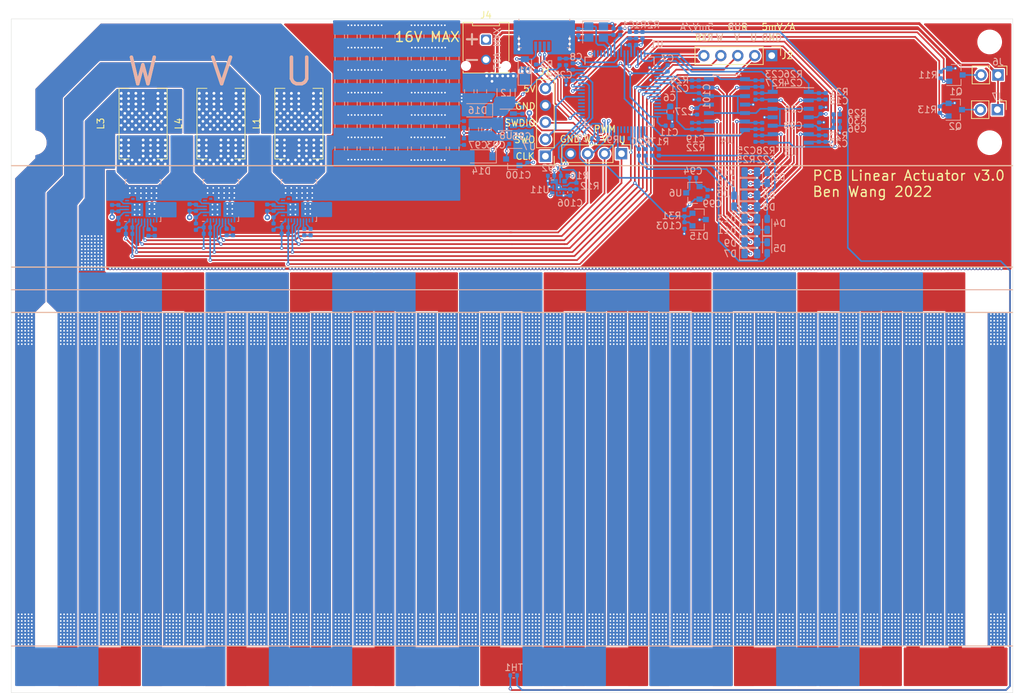
<source format=kicad_pcb>
(kicad_pcb (version 20211014) (generator pcbnew)
  (layers (0 "F.Cu" signal) (1 "In1.Cu" power) (2 "In2.Cu" power) (31 "B.Cu" signal) (34 "B.Paste" user) (35 "F.Paste" user) (36 "B.SilkS" user "B.Silkscreen") (37 "F.SilkS" user "F.Silkscreen") (38 "B.Mask" user) (39 "F.Mask" user) (44 "Edge.Cuts" user))
  (net 0 "")
  (net 1 "+5V")
  (net 2 "VBUS")
  (net 3 "GND")
  (net 4 "+3.3VA")
  (net 5 "/U/MOTOR")
  (net 6 "/V/MOTOR")
  (net 7 "/W/MOTOR")
  (net 8 "+3.3V")
  (net 9 "/M_TEMP")
  (net 10 "/VBUS_S")
  (net 11 "/I_U")
  (net 12 "/I_V")
  (net 13 "/I_W")
  (net 14 "/O5")
  (net 15 "/O1")
  (net 16 "/O6")
  (net 17 "/O2")
  (net 18 "/O7")
  (net 19 "/O3")
  (net 20 "/O8")
  (net 21 "/O4")
  (net 22 "/USB_S")
  (net 23 "Net-(D3-Pad2)")
  (net 24 "Net-(D4-Pad2)")
  (net 25 "Net-(D5-Pad2)")
  (net 26 "/SWDIO")
  (net 27 "/SWCLK")
  (net 28 "/USB_P")
  (net 29 "/USB_N")
  (net 30 "Net-(L4-Pad1)")
  (net 31 "/USB_PULL")
  (net 32 "Net-(R16-Pad2)")
  (net 33 "/L1")
  (net 34 "/L2")
  (net 35 "/L3")
  (net 36 "/L4")
  (net 37 "/PWM_EN")
  (net 38 "/PWM_W")
  (net 39 "/PWM_V")
  (net 40 "/PWM_U")
  (net 41 "Net-(C108-Pad1)")
  (net 42 "Net-(L3-Pad1)")
  (net 43 "Net-(R4-Pad1)")
  (net 44 "+1V2")
  (net 45 "Net-(C18-Pad2)")
  (net 46 "/SCL")
  (net 47 "/SDA")
  (net 48 "Net-(C3-Pad1)")
  (net 49 "Net-(C4-Pad1)")
  (net 50 "Net-(C6-Pad1)")
  (net 51 "Net-(C13-Pad1)")
  (net 52 "Net-(C15-Pad2)")
  (net 53 "Net-(C15-Pad1)")
  (net 54 "Net-(C19-Pad2)")
  (net 55 "Net-(C20-Pad2)")
  (net 56 "Net-(C21-Pad2)")
  (net 57 "Net-(C22-Pad2)")
  (net 58 "Net-(C23-Pad2)")
  (net 59 "Net-(C24-Pad2)")
  (net 60 "Net-(C25-Pad2)")
  (net 61 "Net-(C102-Pad2)")
  (net 62 "Net-(C102-Pad1)")
  (net 63 "Net-(C110-Pad2)")
  (net 64 "Net-(C110-Pad1)")
  (net 65 "Net-(C116-Pad1)")
  (net 66 "Net-(C118-Pad2)")
  (net 67 "Net-(C118-Pad1)")
  (net 68 "Net-(D2-Pad2)")
  (net 69 "Net-(L1-Pad1)")
  (net 70 "Net-(R1-Pad1)")
  (net 71 "Net-(R7-Pad1)")
  (net 72 "Net-(R8-Pad1)")
  (net 73 "Net-(R32-Pad2)")
  (net 74 "Net-(R37-Pad2)")
  (net 75 "Net-(R41-Pad2)")
  (net 76 "/power/VBUS_D")
  (net 77 "/D_TEMP")
  (net 78 "/STAR")
  (net 79 "V_BIAS")
  (net 80 "Net-(J6-Pad2)")
  (net 81 "Net-(J7-Pad2)")
  (net 82 "/FAN1")
  (net 83 "/FAN2")
  (net 105 "/SWO")
  (footprint "MountingHole:MountingHole_3.2mm_M3" (layer "F.Cu") (at 196.55 96.55)
    (fp_text reference "MH1" hide)
    (fp_text value "MountingHole")
  )
  (footprint "MountingHole:MountingHole_3.2mm_M3" (layer "F.Cu") (at 53.45 81.45)
    (fp_text reference "MH2" hide)
    (fp_text value "MountingHole")
  )
  (footprint "MountingHole:MountingHole_3.2mm_M3" (layer "F.Cu") (at 196.55 81.45)
    (fp_text reference "MH3" hide)
    (fp_text value "MountingHole")
  )
  (footprint "MountingHole:MountingHole_3.2mm_M3" (layer "F.Cu") (at 53.45 96.55)
    (fp_text reference "MH4" hide)
    (fp_text value "MountingHole")
  )
  (footprint "linear actuator:L_10x7_H10" (layer "F.Cu") (at 81.4 93.7 90)
    (fp_text reference "L4")
    (fp_text value "L")
  )
  (footprint "linear actuator:L_10x7_H10" (layer "F.Cu") (at 69.74 93.7 90)
    (fp_text reference "L3")
    (fp_text value "L")
  )
  (footprint "linear actuator:L_10x7_H10" (layer "F.Cu") (at 93.08 93.7 90)
    (fp_text reference "L1")
    (fp_text value "L")
  )
  (footprint "Connector_PinHeader_2.54mm:PinHeader_1x04_P2.54mm_Vertical" (layer "F.Cu") (at 141.4 98.2 -90)
    (fp_text reference "J5" hide)
    (fp_text value "Conn_01x04_Male")
  )
  (footprint "Connector_PinHeader_2.54mm:PinHeader_1x05_P2.54mm_Vertical" (layer "F.Cu") (at 163.9 83.5 -90)
    (fp_text reference "J2")
    (fp_text value "Conn_01x05_Male")
  )
  (footprint "Connector_Molex:Molex_Micro-Fit_3.0_43045-0212_2x01_P3.00mm_Vertical" (layer "F.Cu") (at 121.1 81.1)
    (fp_text reference "J4")
    (fp_text value "Conn_01x02_Male")
  )
  (footprint "Connector_PinHeader_2.54mm:PinHeader_1x02_P2.54mm_Vertical" (layer "F.Cu") (at 197.8 86.4 -90)
    (fp_text reference "J6")
    (fp_text value "Conn_01x02_Male")
  )
  (footprint "Connector_PinHeader_2.54mm:PinHeader_1x02_P2.54mm_Vertical" (layer "F.Cu") (at 197.7 91.6 -90)
    (fp_text reference "J7")
    (fp_text value "Conn_01x02_Male")
  )
  (footprint "NetTie:NetTie-2_SMD_Pad2.0mm" (layer "F.Cu") (at 185.075 172.825 -90)
    (fp_text reference "NT3" hide)
    (fp_text value "Net-Tie_2")
  )
  (footprint "NetTie:NetTie-2_SMD_Pad2.0mm" (layer "F.Cu") (at 191.4 172.825 -90)
    (fp_text reference "NT1" hide)
    (fp_text value "Net-Tie_2")
  )
  (footprint "NetTie:NetTie-2_SMD_Pad2.0mm" (layer "F.Cu") (at 197.725 172.825 -90)
    (fp_text reference "NT2" hide)
    (fp_text value "Net-Tie_2")
  )
  (footprint "Connector_PinHeader_2.54mm:PinHeader_1x05_P2.54mm_Vertical" (layer "F.Cu") (at 130 98.575 180)
    (fp_text reference "J1")
    (fp_text value "Conn_01x05_Male")
  )
  (footprint "Capacitor_SMD:C_0402_1005Metric" (layer "B.Cu") (at 89.28 107.25 -90)
    (fp_text reference "C14" hide)
    (fp_text value "1uF")
  )
  (footprint "Capacitor_SMD:C_0402_1005Metric" (layer "B.Cu") (at 89.28 105.4 90)
    (fp_text reference "C13" hide)
    (fp_text value "1uF")
  )
  (footprint "Capacitor_SMD:C_0402_1005Metric" (layer "B.Cu") (at 96.63 105.25 -90)
    (fp_text reference "C16" hide)
    (fp_text value "0.1uF")
  )
  (footprint "Resistor_SMD:R_0402_1005Metric" (layer "B.Cu") (at 93.88 109.95 90)
    (fp_text reference "R16" hide)
    (fp_text value "2R")
  )
  (footprint "Connector_USB:USB_Micro-B_Molex_47346-0001" (layer "B.Cu") (at 129.84 80.61)
    (fp_text reference "J3" hide)
    (fp_text value "USB_B_Micro")
  )
  (footprint "Resistor_SMD:R_0402_1005Metric" (layer "B.Cu") (at 117.8 93.8 -90)
    (fp_text reference "R5" hide)
    (fp_text value "10K")
  )
  (footprint "Resistor_SMD:R_0402_1005Metric" (layer "B.Cu") (at 117.8 96.4 -90)
    (fp_text reference "R6" hide)
    (fp_text value "1K")
  )
  (footprint "Diode_SMD:D_SOD-123" (layer "B.Cu") (at 126.92 85.69 90)
    (fp_text reference "D1")
    (fp_text value "D")
  )
  (footprint "Capacitor_SMD:C_0402_1005Metric" (layer "B.Cu") (at 90.98 110.2 180)
    (fp_text reference "C10" hide)
    (fp_text value "22pF")
  )
  (footprint "Capacitor_SMD:C_0402_1005Metric" (layer "B.Cu") (at 152.09 101.82)
    (fp_text reference "C94")
    (fp_text value "1uF")
  )
  (footprint "Capacitor_SMD:C_0402_1005Metric" (layer "B.Cu") (at 125.06 96.74)
    (fp_text reference "C95")
    (fp_text value "1uF")
  )
  (footprint "Capacitor_SMD:C_0402_1005Metric" (layer "B.Cu") (at 127.31 99.04 -90)
    (fp_text reference "C100")
    (fp_text value "1uF")
  )
  (footprint "Capacitor_SMD:C_0402_1005Metric" (layer "B.Cu") (at 89.28 109.15 90)
    (fp_text reference "C12" hide)
    (fp_text value "1uF")
  )
  (footprint "Capacitor_SMD:C_0402_1005Metric" (layer "B.Cu") (at 94.83 109.95 90)
    (fp_text reference "C15" hide)
    (fp_text value "220nF")
  )
  (footprint "Resistor_SMD:R_0402_1005Metric" (layer "B.Cu") (at 142.1 95.9)
    (fp_text reference "R9")
    (fp_text value "10K")
  )
  (footprint "Resistor_SMD:R_0402_1005Metric" (layer "B.Cu") (at 90.98 109.25 180)
    (fp_text reference "R14" hide)
    (fp_text value "1K")
  )
  (footprint "Package_TO_SOT_SMD:SOT-23" (layer "B.Cu") (at 125.11 98.99 180)
    (fp_text reference "U7")
    (fp_text value "APE8865N-33-HF-3")
  )
  (footprint "linear actuator:QFN-40_5x6_Pitch0.45mm" (layer "B.Cu") (at 93.08 105.2)
    (fp_text reference "U2" hide)
    (fp_text value "FDMF3170")
  )
  (footprint "Resistor_SMD:R_0402_1005Metric" (layer "B.Cu") (at 88.33 106.3 90)
    (fp_text reference "R15" hide)
    (fp_text value "2R")
  )
  (footprint "Resistor_SMD:R_0402_1005Metric" (layer "B.Cu") (at 132.8 101.5 180)
    (fp_text reference "R10")
    (fp_text value "2.2K")
  )
  (footprint "Resistor_SMD:R_0402_1005Metric" (layer "B.Cu") (at 134.65 103.05 90)
    (fp_text reference "R12")
    (fp_text value "2.2K")
  )
  (footprint "Resistor_SMD:R_0402_1005Metric" (layer "B.Cu") (at 143.1 81.9 180)
    (fp_text reference "C5" hide)
    (fp_text value "1uF")
  )
  (footprint "Capacitor_SMD:C_0402_1005Metric" (layer "B.Cu") (at 148.3 85.4 90)
    (fp_text reference "C7")
    (fp_text value "1uF")
  )
  (footprint "Capacitor_SMD:C_0402_1005Metric" (layer "B.Cu") (at 134.1 85.115 -90)
    (fp_text reference "C8")
    (fp_text value "1uF")
  )
  (footprint "Capacitor_SMD:C_0402_1005Metric" (layer "B.Cu") (at 137.4 95.9)
    (fp_text reference "C9")
    (fp_text value "1uF")
  )
  (footprint "Resistor_SMD:R_0402_1005Metric" (layer "B.Cu") (at 128.6 85.32 90)
    (fp_text reference "R3")
    (fp_text value "1K5")
  )
  (footprint "Resistor_SMD:R_0402_1005Metric" (layer "B.Cu") (at 141.2 79.9 90)
    (fp_text reference "R7" hide)
    (fp_text value "1K")
  )
  (footprint "Resistor_SMD:R_0402_1005Metric" (layer "B.Cu") (at 65.09 106.37 90)
    (fp_text reference "R36" hide)
    (fp_text value "2R")
  )
  (footprint "Capacitor_SMD:C_0402_1005Metric" (layer "B.Cu") (at 73.29 105.32 -90)
    (fp_text reference "C111" hide)
    (fp_text value "0.1uF")
  )
  (footprint "Capacitor_SMD:C_0402_1005Metric" (layer "B.Cu") (at 71.49 110.02 90)
    (fp_text reference "C110" hide)
    (fp_text value "220nF")
  )
  (footprint "Capacitor_SMD:C_0402_1005Metric" (layer "B.Cu") (at 66.04 109.22 90)
    (fp_text reference "C107" hide)
    (fp_text value "1uF")
  )
  (footprint "Capacitor_SMD:C_0402_1005Metric" (layer "B.Cu") (at 66.04 107.32 -90)
    (fp_text reference "C109" hide)
    (fp_text value "1uF")
  )
  (footprint "Resistor_SMD:R_0402_1005Metric" (layer "B.Cu") (at 67.64 109.27 180)
    (fp_text reference "R35" hide)
    (fp_text value "1K")
  )
  (footprint "Capacitor_SMD:C_0402_1005Metric" (layer "B.Cu") (at 66.04 105.42 90)
    (fp_text reference "C108" hide)
    (fp_text value "1uF")
  )
  (footprint "linear actuator:QFN-40_5x6_Pitch0.45mm" (layer "B.Cu") (at 69.74 105.22)
    (fp_text reference "U9" hide)
    (fp_text value "FDMF3170")
  )
  (footprint "Capacitor_SMD:C_0402_1005Metric" (layer "B.Cu") (at 67.64 110.22 180)
    (fp_text reference "C105" hide)
    (fp_text value "22pF")
  )
  (footprint "Resistor_SMD:R_0402_1005Metric" (layer "B.Cu") (at 70.54 110.02 90)
    (fp_text reference "R37" hide)
    (fp_text value "2R")
  )
  (footprint "Capacitor_SMD:C_0402_1005Metric" (layer "B.Cu") (at 83.2 109.95 90)
    (fp_text reference "C118" hide)
    (fp_text value "220nF")
  )
  (footprint "Resistor_SMD:R_0402_1005Metric" (layer "B.Cu") (at 79.3 109.25 180)
    (fp_text reference "R39" hide)
    (fp_text value "1K")
  )
  (footprint "linear actuator:QFN-40_5x6_Pitch0.45mm" (layer "B.Cu") (at 81.4 105.2)
    (fp_text reference "U10" hide)
    (fp_text value "FDMF3170")
  )
  (footprint "Capacitor_SMD:C_0402_1005Metric" (layer "B.Cu") (at 77.65 105.35 90)
    (fp_text reference "C116" hide)
    (fp_text value "1uF")
  )
  (footprint "Capacitor_SMD:C_0402_1005Metric" (layer "B.Cu") (at 79.3 110.2 180)
    (fp_text reference "C113" hide)
    (fp_text value "22pF")
  )
  (footprint "Resistor_SMD:R_0402_1005Metric" (layer "B.Cu") (at 82.25 109.95 90)
    (fp_text reference "R41" hide)
    (fp_text value "2R")
  )
  (footprint "Resistor_SMD:R_0402_1005Metric" (layer "B.Cu") (at 76.7 106.25 90)
    (fp_text reference "R40" hide)
    (fp_text value "2R")
  )
  (footprint "Capacitor_SMD:C_0402_1005Metric" (layer "B.Cu") (at 77.65 109.15 90)
    (fp_text reference "C115" hide)
    (fp_text value "1uF")
  )
  (footprint "Capacitor_SMD:C_0402_1005Metric" (layer "B.Cu") (at 84.95 105.25 -90)
    (fp_text reference "C119" hide)
    (fp_text value "0.1uF")
  )
  (footprint "Capacitor_SMD:C_0402_1005Metric" (layer "B.Cu") (at 77.65 107.25 -90)
    (fp_text reference "C117" hide)
    (fp_text value "1uF")
  )
  (footprint "Capacitor_SMD:C_0805_2012Metric" (layer "B.Cu") (at 116.35 90.7 -90)
    (fp_text reference "C69" hide)
    (fp_text value "4.7uF")
  )
  (footprint "Capacitor_SMD:C_0805_2012Metric" (layer "B.Cu") (at 116.34 87.345 90)
    (fp_text reference "C55" hide)
    (fp_text value "4.7uF")
  )
  (footprint "Capacitor_SMD:C_0805_2012Metric" (layer "B.Cu") (at 116.35 80.6 90)
    (fp_text reference "C56" hide)
    (fp_text value "4.7uF")
  )
  (footprint "Capacitor_SMD:C_0805_2012Metric" (layer "B.Cu") (at 116.35 97.45 -90)
    (fp_text reference "C51" hide)
    (fp_text value "4.7uF")
  )
  (footprint "Capacitor_SMD:C_0805_2012Metric" (layer "B.Cu") (at 116.35 83.95 -90)
    (fp_text reference "C89" hide)
    (fp_text value "4.7uF")
  )
  (footprint "Capacitor_SMD:C_0805_2012Metric" (layer "B.Cu") (at 116.34 94.095 90)
    (fp_text reference "C67" hide)
    (fp_text value "4.7uF")
  )
  (footprint "Capacitor_SMD:C_0402_1005Metric" (layer "B.Cu") (at 170.97 95.94 90)
    (fp_text reference "C20")
    (fp_text value "6pF")
  )
  (footprint "Capacitor_SMD:C_0402_1005Metric" (layer "B.Cu") (at 161.47 94.04 90)
    (fp_text reference "C25")
    (fp_text value "6pF")
  )
  (footprint "Capacitor_SMD:C_0402_1005Metric" (layer "B.Cu") (at 162.47 89.59 -90)
    (fp_text reference "C24")
    (fp_text value "6pF")
  )
  (footprint "Capacitor_SMD:C_0402_1005Metric" (layer "B.Cu") (at 171 94 -90)
    (fp_text reference "C98")
    (fp_text value "1uF")
  )
  (footprint "Resistor_SMD:R_0402_1005Metric" (layer "B.Cu") (at 162.47 87.69 -90)
    (fp_text reference "R26")
    (fp_text value "220K")
  )
  (footprint "Resistor_SMD:R_0402_1005Metric" (layer "B.Cu") (at 171.97 95.94 90)
    (fp_text reference "R23")
    (fp_text value "220K")
  )
  (footprint "Resistor_SMD:R_0402_1005Metric" (layer "B.Cu") (at 171.97 89.59 -90)
    (fp_text reference "R21")
    (fp_text value "220K")
  )
  (footprint "Diode_SMD:D_0805_2012Metric" (layer "B.Cu") (at 160.77 100.94)
    (fp_text reference "D10")
    (fp_text value "D_Photo")
  )
  (footprint "Package_SO:SOIC-14_3.9x8.7mm_P1.27mm" (layer "B.Cu") (at 157.195 90.84)
    (fp_text reference "U4")
    (fp_text value "OPA4340UA")
  )
  (footprint "Diode_SMD:D_0805_2012Metric" (layer "B.Cu") (at 160.77 104.44)
    (fp_text reference "D6")
    (fp_text value "D_Photo")
  )
  (footprint "Diode_SMD:D_0805_2012Metric" (layer "B.Cu") (at 160.77 107.94)
    (fp_text reference "D13")
    (fp_text value "D_Photo")
  )
  (footprint "Package_SO:SOIC-14_3.9x8.7mm_P1.27mm" (layer "B.Cu") (at 166.745 92.74 180)
    (fp_text reference "U3")
    (fp_text value "OPA4340UA")
  )
  (footprint "Capacitor_SMD:C_0402_1005Metric" (layer "B.Cu") (at 153 89.6 90)
    (fp_text reference "C101")
    (fp_text value "1uF")
  )
  (footprint "Diode_SMD:D_0603_1608Metric_Castellated" (layer "B.Cu") (at 163.22 112.29 -90)
    (fp_text reference "D5")
    (fp_text value "LED")
  )
  (footprint "Diode_SMD:D_0603_1608Metric_Castellated" (layer "B.Cu") (at 163.22 101.79 90)
    (fp_text reference "D2")
    (fp_text value "LED")
  )
  (footprint "Capacitor_SMD:C_0402_1005Metric" (layer "B.Cu") (at 162.47 95.94 90)
    (fp_text reference "C22")
    (fp_text value "6pF")
  )
  (footprint "Resistor_SMD:R_0402_1005Metric" (layer "B.Cu") (at 145 98 -90)
    (fp_text reference "R19" hide)
    (fp_text value "300R")
  )
  (footprint "Diode_SMD:D_0603_1608Metric_Castellated" (layer "B.Cu") (at 158.27 105.29 90)
    (fp_text reference "D3")
    (fp_text value "LED")
  )
  (footprint "Capacitor_SMD:C_0402_1005Metric" (layer "B.Cu") (at 170.97 89.59 -90)
    (fp_text reference "C18")
    (fp_text value "6pF")
  )
  (footprint "Capacitor_SMD:C_0402_1005Metric" (layer "B.Cu") (at 161.47 87.69 -90)
    (fp_text reference "C23")
    (fp_text value "6pF")
  )
  (footprint "Capacitor_SMD:C_0402_1005Metric" (layer "B.Cu") (at 152.97 87.69 -90)
    (fp_text reference "C21")
    (fp_text value "6pF")
  )
  (footprint "Resistor_SMD:R_0402_1005Metric" (layer "B.Cu") (at 151.97 87.705 -90)
    (fp_text reference "R24")
    (fp_text value "220K")
  )
  (footprint "Resistor_SMD:R_0402_1005Metric" (layer "B.Cu") (at 161.47 95.94 90)
    (fp_text reference "R25")
    (fp_text value "220K")
  )
  (footprint "Resistor_SMD:R_0402_1005Metric" (layer "B.Cu") (at 146 98 -90)
    (fp_text reference "R17")
    (fp_text value "300R")
  )
  (footprint "Resistor_SMD:R_0402_1005Metric" (layer "B.Cu") (at 144 98 -90)
    (fp_text reference "R20")
    (fp_text value "300R")
  )
  (footprint "Resistor_SMD:R_0402_1005Metric" (layer "B.Cu") (at 162.47 94.04 90)
    (fp_text reference "R28")
    (fp_text value "220K")
  )
  (footprint "Resistor_SMD:R_0402_1005Metric" (layer "B.Cu") (at 161.47 89.605 -90)
    (fp_text reference "R27")
    (fp_text value "220K")
  )
  (footprint "Diode_SMD:D_0603_1608Metric_Castellated" (layer "B.Cu") (at 163.22 108.79 90)
    (fp_text reference "D4")
    (fp_text value "LED")
  )
  (footprint "Diode_SMD:D_0805_2012Metric" (layer "B.Cu") (at 160.77 106.19)
    (fp_text reference "D8")
    (fp_text value "D_Photo")
  )
  (footprint "Diode_SMD:D_0805_2012Metric" (layer "B.Cu") (at 160.77 109.69)
    (fp_text reference "D11")
    (fp_text value "D_Photo")
  )
  (footprint "Diode_SMD:D_0805_2012Metric" (layer "B.Cu") (at 160.77 111.44)
    (fp_text reference "D9")
    (fp_text value "D_Photo")
  )
  (footprint "Diode_SMD:D_0805_2012Metric" (layer "B.Cu") (at 160.77 102.69)
    (fp_text reference "D12")
    (fp_text value "D_Photo")
  )
  (footprint "Capacitor_SMD:C_0402_1005Metric" (layer "B.Cu") (at 171.22 91.74 90)
    (fp_text reference "C26")
    (fp_text value "1uF")
  )
  (footprint "Diode_SMD:D_0805_2012Metric" (layer "B.Cu") (at 160.77 113.19)
    (fp_text reference "D7")
    (fp_text value "D_Photo")
  )
  (footprint "Capacitor_SMD:C_0402_1005Metric" (layer "B.Cu") (at 152.72 91.84 -90)
    (fp_text reference "C27")
    (fp_text value "1uF")
  )
  (footprint "Resistor_SMD:R_0402_1005Metric" (layer "B.Cu") (at 147 98 -90)
    (fp_text reference "R18" hide)
    (fp_text value "300R")
  )
  (footprint "Capacitor_SMD:C_0402_1005Metric" (layer "B.Cu") (at 97.6 105.25 -90)
    (fp_text reference "C17" hide)
    (fp_text value "1uF")
  )
  (footprint "Capacitor_SMD:C_0402_1005Metric" (layer "B.Cu") (at 85.9 105.25 -90)
    (fp_text reference "C112" hide)
    (fp_text value "1uF")
  )
  (footprint "Capacitor_SMD:C_0402_1005Metric" (layer "B.Cu") (at 74.25 105.3 -90)
    (fp_text reference "C120" hide)
    (fp_text value "1uF")
  )
  (footprint "Capacitor_SMD:C_0805_2012Metric" (layer "B.Cu") (at 112.54 94.075 90)
    (fp_text reference "C35" hide)
    (fp_text value "4.7uF")
  )
  (footprint "Capacitor_SMD:C_0805_2012Metric" (layer "B.Cu") (at 104.88 97.445 -90)
    (fp_text reference "C33" hide)
    (fp_text value "4.7uF")
  )
  (footprint "Capacitor_SMD:C_0805_2012Metric" (layer "B.Cu") (at 112.52 87.335 90)
    (fp_text reference "C88" hide)
    (fp_text value "4.7uF")
  )
  (footprint "Capacitor_SMD:C_0805_2012Metric" (layer "B.Cu") (at 106.78 83.9875 -90)
    (fp_text reference "C83" hide)
    (fp_text value "4.7uF")
  )
  (footprint "Capacitor_SMD:C_0805_2012Metric" (layer "B.Cu") (at 108.665 80.645 90)
    (fp_text reference "C30" hide)
    (fp_text value "4.7uF")
  )
  (footprint "Capacitor_SMD:C_0805_2012Metric" (layer "B.Cu") (at 102.98 90.725 -90)
    (fp_text reference "C77" hide)
    (fp_text value "4.7uF")
  )
  (footprint "Capacitor_SMD:C_0805_2012Metric" (layer "B.Cu") (at 110.63 97.43 -90)
    (fp_text reference "C44" hide)
    (fp_text value "4.7uF")
  )
  (footprint "Capacitor_SMD:C_0805_2012Metric" (layer "B.Cu") (at 108.68 83.9875 -90)
    (fp_text reference "C31" hide)
    (fp_text value "4.7uF")
  )
  (footprint "Capacitor_SMD:C_0805_2012Metric" (layer "B.Cu") (at 101.09 80.63 90)
    (fp_text reference "C66" hide)
    (fp_text value "4.7uF")
  )
  (footprint "Capacitor_SMD:C_0805_2012Metric" (layer "B.Cu") (at 99.19 80.63 90)
    (fp_text reference "C72" hide)
    (fp_text value "4.7uF")
  )
  (footprint "Capacitor_SMD:C_0805_2012Metric" (layer "B.Cu") (at 102.98 83.9875 -90)
    (fp_text reference "C70" hide)
    (fp_text value "4.7uF")
  )
  (footprint "Capacitor_SMD:C_0805_2012Metric" (layer "B.Cu") (at 101.09 87.345 90)
    (fp_text reference "C80" hide)
    (fp_text value "4.7uF")
  )
  (footprint "Capacitor_SMD:C_0805_2012Metric" (layer "B.Cu") (at 114.44 94.075 90)
    (fp_text reference "C82" hide)
    (fp_text value "4.7uF")
  )
  (footprint "Capacitor_SMD:C_0805_2012Metric" (layer "B.Cu") (at 112.53 90.71 -90)
    (fp_text reference "C87" hide)
    (fp_text value "4.7uF")
  )
  (footprint "Capacitor_SMD:C_0805_2012Metric" (layer "B.Cu") (at 106.78 90.725 -90)
    (fp_text reference "C32" hide)
    (fp_text value "4.7uF")
  )
  (footprint "Capacitor_SMD:C_0805_2012Metric" (layer "B.Cu") (at 101.09 94.065 90)
    (fp_text reference "C64" hide)
    (fp_text value "4.7uF")
  )
  (footprint "Capacitor_SMD:C_0805_2012Metric" (layer "B.Cu") (at 99.18 97.43 -90)
    (fp_text reference "C61" hide)
    (fp_text value "4.7uF")
  )
  (footprint "Capacitor_SMD:C_0805_2012Metric" (layer "B.Cu") (at 114.42 87.335 90)
    (fp_text reference "C53" hide)
    (fp_text value "4.7uF")
  )
  (footprint "Capacitor_SMD:C_0805_2012Metric" (layer "B.Cu") (at 108.665 94.095 90)
    (fp_text reference "C43" hide)
    (fp_text value "4.7uF")
  )
  (footprint "Capacitor_SMD:C_0805_2012Metric" (layer "B.Cu") (at 101.105 83.975 -90)
    (fp_text reference "C81" hide)
    (fp_text value "4.7uF")
  )
  (footprint "Capacitor_SMD:C_0805_2012Metric" (layer "B.Cu") (at 104.89 80.625 90)
    (fp_text reference "C47" hide)
    (fp_text value "4.7uF")
  )
  (footprint "Capacitor_SMD:C_0805_2012Metric" (layer "B.Cu") (at 112.52 80.615 90)
    (fp_text reference "C78" hide)
    (fp_text value "4.7uF")
  )
  (footprint "Capacitor_SMD:C_0805_2012Metric" (layer "B.Cu") (at 104.88 90.725 -90)
    (fp_text reference "C79" hide)
    (fp_text value "4.7uF")
  )
  (footprint "Capacitor_SMD:C_0805_2012Metric" (layer "B.Cu") (at 112.51 83.97 -90)
    (fp_text reference "C40" hide)
    (fp_text value "4.7uF")
  )
  (footprint "Capacitor_SMD:C_0805_2012Metric" (layer "B.Cu") (at 99.19 94.065 90)
    (fp_text reference "C62" hide)
    (fp_text value "4.7uF")
  )
  (footprint "Capacitor_SMD:C_0805_2012Metric" (layer "B.Cu") (at 110.61 83.9625 -90)
    (fp_text reference "C28" hide)
    (fp_text value "4.7uF")
  )
  (footprint "Capacitor_SMD:C_0805_2012Metric" (layer "B.Cu") (at 110.62 80.615 90)
    (fp_text reference "C48" hide)
    (fp_text value "4.7uF")
  )
  (footprint "Capacitor_SMD:C_0805_2012Metric" (layer "B.Cu") (at 99.205 90.695 -90)
    (fp_text reference "C86" hide)
    (fp_text value "4.7uF")
  )
  (footprint "Capacitor_SMD:C_0805_2012Metric" (layer "B.Cu") (at 106.765 94.095 90)
    (fp_text reference "C39" hide)
    (fp_text value "4.7uF")
  )
  (footprint "Capacitor_SMD:C_0805_2012Metric" (layer "B.Cu") (at 114.41 83.975 -90)
    (fp_text reference "C45" hide)
    (fp_text value "4.7uF")
  )
  (footprint "Capacitor_SMD:C_0805_2012Metric" (layer "B.Cu") (at 104.89 87.345 90)
    (fp_text reference "C76" hide)
    (fp_text value "4.7uF")
  )
  (footprint "Capacitor_SMD:C_0805_2012Metric" (layer "B.Cu") (at 101.08 97.43 -90)
    (fp_text reference "C68" hide)
    (fp_text value "4.7uF")
  )
  (footprint "Capacitor_SMD:C_0805_2012Metric" (layer "B.Cu") (at 99.205 83.975 -90)
    (fp_text reference "C65" hide)
    (fp_text value "4.7uF")
  )
  (footprint "Capacitor_SMD:C_0805_2012Metric" (layer "B.Cu") (at 101.105 90.695 -90)
    (fp_text reference "C85" hide)
    (fp_text value "4.7uF")
  )
  (footprint "Capacitor_SMD:C_0805_2012Metric" (layer "B.Cu") (at 106.765 87.365 90)
    (fp_text reference "C50" hide)
    (fp_text value "4.7uF")
  )
  (footprint "Capacitor_SMD:C_0805_2012Metric" (layer "B.Cu") (at 104.89 94.065 90)
    (fp_text reference "C29" hide)
    (fp_text value "4.7uF" hide)
  )
  (footprint "Capacitor_SMD:C_0805_2012Metric" (layer "B.Cu") (at 106.765 80.645 90)
    (fp_text reference "C60" hide)
    (fp_text value "4.7uF")
  )
  (footprint "Capacitor_SMD:C_0805_2012Metric" (layer "B.Cu") (at 108.665 87.365 90)
    (fp_text reference "C46" hide)
    (fp_text value "4.7uF")
  )
  (footprint "Capacitor_SMD:C_0805_2012Metric" (layer "B.Cu") (at 114.45 80.615 90)
    (fp_text reference "C38" hide)
    (fp_text value "4.7uF")
  )
  (footprint "Capacitor_SMD:C_0805_2012Metric" (layer "B.Cu") (at 102.99 87.345 90)
    (fp_text reference "C73" hide)
    (fp_text value "4.7uF")
  )
  (footprint "Capacitor_SMD:C_0805_2012Metric" (layer "B.Cu") (at 99.185 87.35 90)
    (fp_text reference "C58" hide)
    (fp_text value "4.7uF")
  )
  (footprint "Capacitor_SMD:C_0805_2012Metric" (layer "B.Cu") (at 114.43 97.435 -90)
    (fp_text reference "C84" hide)
    (fp_text value "4.7uF")
  )
  (footprint "Capacitor_SMD:C_0805_2012Metric" (layer "B.Cu") (at 102.99 94.065 90)
    (fp_text reference "C59" hide)
    (fp_text value "4.7uF")
  )
  (footprint "Capacitor_SMD:C_0805_2012Metric" (layer "B.Cu") (at 112.53 97.43 -90)
    (fp_text reference "C37" hide)
    (fp_text value "4.7uF")
  )
  (footprint "Capacitor_SMD:C_0805_2012Metric" (layer "B.Cu") (at 102.98 97.445 -90)
    (fp_text reference "C57" hide)
    (fp_text value "4.7uF")
  )
  (footprint "Capacitor_SMD:C_0805_2012Metric" (layer "B.Cu") (at 114.43 90.715 -90)
    (fp_text reference "C52" hide)
    (fp_text value "4.7uF")
  )
  (footprint "Capacitor_SMD:C_0805_2012Metric" (layer "B.Cu") (at 108.68 90.725 -90)
    (fp_text reference "C63" hide)
    (fp_text value "4.7uF")
  )
  (footprint "Capacitor_SMD:C_0805_2012Metric" (layer "B.Cu") (at 104.88 83.9875 -90)
    (fp_text reference "C75" hide)
    (fp_text value "4.7uF")
  )
  (footprint "Capacitor_SMD:C_0805_2012Metric" (layer "B.Cu") (at 110.63 90.71 -90)
    (fp_text reference "C74" hide)
    (fp_text value "4.7uF")
  )
  (footprint "Capacitor_SMD:C_0805_2012Metric" (layer "B.Cu") (at 102.99 80.625 90)
    (fp_text reference "C41" hide)
    (fp_text value "4.7uF")
  )
  (footprint "Capacitor_SMD:C_0805_2012Metric" (layer "B.Cu") (at 106.78 97.445 -90)
    (fp_text reference "C71" hide)
    (fp_text value "4.7uF")
  )
  (footprint "Capacitor_SMD:C_0805_2012Metric" (layer "B.Cu") (at 110.635 94.075 90)
    (fp_text reference "C54" hide)
    (fp_text value "4.7uF")
  )
  (footprint "Capacitor_SMD:C_0805_2012Metric" (layer "B.Cu") (at 110.62 87.335 90)
    (fp_text reference "C34" hide)
    (fp_text value "4.7uF")
  )
  (footprint "Capacitor_SMD:C_0805_2012Metric" (layer "B.Cu") (at 108.66 97.4375 -90)
    (fp_text reference "C49" hide)
    (fp_text value "4.7uF")
  )
  (footprint "Capacitor_SMD:C_0402_1005Metric" (layer "B.Cu") (at 154.29 104.12 -90)
    (fp_text reference "C99")
    (fp_text value "1uF")
  )
  (footprint "Package_TO_SOT_SMD:SOT-23" (layer "B.Cu") (at 152.09 104.07 180)
    (fp_text reference "U6")
    (fp_text value "APE8865N-33-HF-3")
  )
  (footprint "Capacitor_SMD:C_0402_1005Metric" (layer "B.Cu") (at 173.645 94.31 180)
    (fp_text reference "C96")
    (fp_text value "1uF")
  )
  (footprint "Resistor_SMD:R_0402_1005Metric" (layer "B.Cu") (at 173.63 93.31)
    (fp_text reference "R30")
    (fp_text value "1K")
  )
  (footprint "Resistor_SMD:R_0402_1005Metric" (layer "B.Cu") (at 150.83 107.105 -90)
    (fp_text reference "R31")
    (fp_text value "220R")
  )
  (footprint "Capacitor_SMD:C_0402_1005Metric" (layer "B.Cu") (at 150.83 108.97 -90)
    (fp_text reference "C103")
    (fp_text value "1uF")
  )
  (footprint "Package_TO_SOT_SMD:SOT-23" (layer "B.Cu") (at 153.03 108.07)
    (fp_text reference "D15")
    (fp_text value "TL432DBZ")
  )
  (footprint "Capacitor_SMD:C_0402_1005Metric" (layer "B.Cu") (at 134.94 79.96 -90)
    (fp_text reference "C3" hide)
    (fp_text value "12pF")
  )
  (footprint "Capacitor_SMD:C_0402_1005Metric" (layer "B.Cu") (at 152.97 94.04 90)
    (fp_text reference "C19")
    (fp_text value "6pF")
  )
  (footprint "Resistor_SMD:R_0402_1005Metric" (layer "B.Cu") (at 143.59 80.44 -90)
    (fp_text reference "R1")
    (fp_text value "10K")
  )
  (footprint "Resistor_SMD:R_0402_1005Metric" (layer "B.Cu") (at 151.97 94.04 90)
    (fp_text reference "R22")
    (fp_text value "220K")
  )
  (footprint "Capacitor_SMD:C_0402_1005Metric" (layer "B.Cu") (at 140.19 79.91 90)
    (fp_text reference "C4" hide)
    (fp_text value "12pF")
  )
  (footprint "Capacitor_SMD:C_0603_1608Metric" (layer "B.Cu") (at 148.7 91.9 -90)
    (fp_text reference "C6")
    (fp_text value "4.7uF")
  )
  (footprint "Capacitor_SMD:C_0402_1005Metric" (layer "B.Cu") (at 142.64 80.44 90)
    (fp_text reference "C1")
    (fp_text value "1uF")
  )
  (footprint "Resistor_SMD:R_0402_1005Metric" (layer "B.Cu") (at 144.54 80.44 90)
    (fp_text reference "R2")
    (fp_text value "10K")
  )
  (footprint "Package_QFP:LQFP-64_10x10mm_P0.5mm" (layer "B.Cu") (at 141.1 88.9 -90)
    (fp_text reference "U1")
    (fp_text value "STM32F412RETx")
  )
  (footprint "Diode_SMD:D_SOD-123" (layer "B.Cu") (at 120.4 98.6 180)
    (fp_text reference "D14")
    (fp_text value "D")
  )
  (footprint "Diode_SMD:D_SOD-123" (layer "B.Cu") (at 119.85 91.7 180)
    (fp_text reference "D16")
    (fp_text value "D")
  )
  (footprint "Resistor_SMD:R_0402_1005Metric" (layer "B.Cu") (at 126.55 93.58 90)
    (fp_text reference "R33" hide)
    (fp_text value "13K")
  )
  (footprint "Capacitor_SMD:C_0805_2012Metric" (layer "B.Cu") (at 118.59 88.85 -90)
    (fp_text reference "C42" hide)
    (fp_text value "22uF")
  )
  (footprint "Resistor_SMD:R_0402_1005Metric" (layer "B.Cu") (at 127.55 93.58 -90)
    (fp_text reference "R32" hide)
    (fp_text value "68K")
  )
  (footprint "Capacitor_SMD:C_0402_1005Metric" (layer "B.Cu") (at 122 89 -90)
    (fp_text reference "C104" hide)
    (fp_text value "0.1uF")
  )
  (footprint "Capacitor_SMD:C_0805_2012Metric" (layer "B.Cu") (at 120.49 88.85 -90)
    (fp_text reference "C36" hide)
    (fp_text value "22uF")
  )
  (footprint "Inductor_SMD:L_1210_3225Metric" (layer "B.Cu") (at 124.11 89.05 -90)
    (fp_text reference "L2")
    (fp_text value "10uH")
  )
  (footprint "Package_TO_SOT_SMD:SOT-23-6" (layer "B.Cu") (at 124.1 93.13 180)
    (fp_text reference "U8")
    (fp_text value "LMR16006YQ")
  )
  (footprint "Capacitor_SMD:C_0805_2012Metric" (layer "B.Cu") (at 121.17 94.55 90)
    (fp_text reference "C93")
    (fp_text value "4.7uF")
  )
  (footprint "Capacitor_SMD:C_0805_2012Metric" (layer "B.Cu") (at 119.27 94.55 90)
    (fp_text reference "C97")
    (fp_text value "4.7uF")
  )
  (footprint "Resistor_SMD:R_0402_1005Metric" (layer "B.Cu") (at 132.12 84.435 90)
    (fp_text reference "R4")
    (fp_text value "1K")
  )
  (footprint "Crystal:Crystal_SMD_3225-4Pin_3.2x2.5mm" (layer "B.Cu") (at 137.59 79.96)
    (fp_text reference "Y1" hide)
    (fp_text value "Crystal_GND24")
  )
  (footprint "Capacitor_SMD:C_0402_1005Metric" (layer "B.Cu") (at 148.5 94)
    (fp_text reference "C11")
    (fp_text value "1uF")
  )
  (footprint "Resistor_SMD:R_0402_1005Metric" (layer "B.Cu") (at 133.6 87.2 180)
    (fp_text reference "R8" hide)
    (fp_text value "1K")
  )
  (footprint "Resistor_SMD:R_0402_1005Metric" (layer "B.Cu") (at 173.63 92.31 180)
    (fp_text reference "R29")
    (fp_text value "4K7")
  )
  (footprint "Capacitor_SMD:C_0402_1005Metric" (layer "B.Cu") (at 133.1 84.435 -90)
    (fp_text reference "C2")
    (fp_text value "10nF")
  )
  (footprint "Capacitor_SMD:C_0402_1005Metric" (layer "B.Cu") (at 126.55 91.715 90)
    (fp_text reference "C102" hide)
    (fp_text value "10nF")
  )
  (footprint "Package_TO_SOT_SMD:SOT-23" (layer "B.Cu") (at 191.4 91.6)
    (fp_text reference "Q2")
    (fp_text value "Q_NMOS_GSD")
  )
  (footprint "Resistor_SMD:R_0402_1005Metric" (layer "B.Cu") (at 189.2 86.4 90)
    (fp_text reference "R11")
    (fp_text value "1K")
  )
  (footprint "Resistor_SMD:R_0402_1005Metric" (layer "B.Cu") (at 189.1 91.6 90)
    (fp_text reference "R13")
    (fp_text value "1K")
  )
  (footprint "Package_TO_SOT_SMD:SOT-23" (layer "B.Cu") (at 191.5 86.4)
    (fp_text reference "Q1")
    (fp_text value "Q_NMOS_GSD")
  )
  (footprint "Resistor_SMD:R_0402_1005Metric" (layer "B.Cu") (at 125.25 176.4 180)
    (fp_text reference "TH1")
    (fp_text value "10K")
  )
  (footprint "Capacitor_SMD:C_0402_1005Metric" (layer "B.Cu") (at 130.85 101.5 180)
    (fp_text reference "C92")
    (fp_text value "0.1uF")
  )
  (footprint "Package_LGA:Kionix_LGA-12_2x2mm_P0.5mm_LayoutBorder2x4y" (layer "B.Cu") (at 131.95 103.25 180)
    (fp_text reference "U11")
    (fp_text value "KXTJ3-1057")
  )
  (footprint "Capacitor_SMD:C_0402_1005Metric" (layer "B.Cu") (at 133.7 104 -90)
    (fp_text reference "C106")
    (fp_text value "0.1uF")
  )
  (gr_line (start 50 172) (end 200 172) (layer "B.SilkS") (width 0.15))
  (gr_line (start 50 115.2) (end 200 115.2) (layer "B.SilkS") (width 0.15))
  (gr_line (start 50 122) (end 200 122) (layer "B.SilkS") (width 0.15))
  (gr_line (start 50 100) (end 200 100) (layer "B.SilkS") (width 0.15))
  (gr_line (start 50 118.6) (end 200 118.6) (layer "B.SilkS") (width 0.15))
  (gr_line (start 50 115.2) (end 200 115.2) (layer "F.SilkS") (width 0.15))
  (gr_line (start 50 122) (end 200 122) (layer "F.SilkS") (width 0.15))
  (gr_line (start 50 100) (end 200 100) (layer "F.SilkS") (width 0.15))
  (gr_line (start 50 172) (end 200 172) (layer "F.SilkS") (width 0.15))
  (gr_line (start 50 118.6) (end 200 118.6) (layer "F.SilkS") (width 0.15))
  (gr_line (start 50 179) (end 50 78) (layer "Edge.Cuts") (width 0.05))
  (gr_line (start 200 78) (end 200 179) (layer "Edge.Cuts") (width 0.05))
  (gr_line (start 200 179) (end 50 179) (layer "Edge.Cuts") (width 0.05))
  (gr_line (start 50 78) (end 200 78) (layer "Edge.Cuts") (width 0.05))
  (gr_text "W" (at 69.7 85.9) (layer "B.SilkS") (effects (font (size 4 4) (thickness 0.5)) (justify mirror)))
  (gr_text "U" (at 93.1 85.9) (layer "B.SilkS") (effects (font (size 4 4) (thickness 0.5)) (justify mirror)))
  (gr_text "16V MAX" (at 122.7 82.5 270) (layer "B.SilkS") (effects (font (size 1 1)) (justify mirror)))
  (gr_text "GND" (at 163.9 80.8) (layer "B.SilkS") (effects (font (size 1 1)) (justify mirror)))
  (gr_text "W" (at 156.1 80.8) (layer "B.SilkS") (effects (font (size 1 1)) (justify mirror)))
  (gr_text "REF" (at 153.8 80.8) (layer "B.SilkS") (effects (font (size 1 1)) (justify mirror)))
  (gr_text "CUR" (at 158.8 79.2) (layer "B.SilkS") (effects (font (size 1 1)) (justify mirror)))
  (gr_text "5mV/A" (at 152.7 79.2) (layer "B.SilkS") (effects (font (size 1 1)) (justify mirror)))
  (gr_text "V" (at 81.5 85.9) (layer "B.SilkS") (effects (font (size 4 4) (thickness 0.5)) (justify mirror)))
  (gr_text "U\n" (at 161.2 80.8) (layer "B.SilkS") (effects (font (size 1 1)) (justify mirror)))
  (gr_text "-" (at 119 84) (layer "B.SilkS") (effects (font (size 2 2) (thickness 0.3)) (justify mirror)))
  (gr_text "V\n" (at 158.7 80.8) (layer "B.SilkS") (effects (font (size 1 1)) (justify mirror)))
  (gr_text "+" (at 119 80.9) (layer "B.SilkS") (effects (font (size 2 2) (thickness 0.3)) (justify mirror)))
  (gr_text "W" (at 69.7 85.9) (layer "F.SilkS") (effects (font (size 4 4) (thickness 0.5)) (justify mirror)))
  (gr_text "V" (at 81.5 85.9) (layer "F.SilkS") (effects (font (size 4 4) (thickness 0.5)) (justify mirror)))
  (gr_text "-" (at 119 84) (layer "F.SilkS") (effects (font (size 2 2) (thickness 0.3)) (justify mirror)))
  (gr_text "16V MAX" (at 112.3 80.7) (layer "F.SilkS") (effects (font (size 1.5 1.5) (thickness 0.2))))
  (gr_text "+" (at 119 80.9) (layer "F.SilkS") (effects (font (size 2 2) (thickness 0.3)) (justify mirror)))
  (gr_text "W" (at 156.1 80.8) (layer "F.SilkS") (effects (font (size 1 1))))
  (gr_text "REF" (at 153.8 80.8) (layer "F.SilkS") (effects (font (size 1 1))))
  (gr_text "U" (at 161.2 80.8) (layer "F.SilkS") (effects (font (size 1 1))))
  (gr_text "GND" (at 163.9 80.8) (layer "F.SilkS") (effects (font (size 1 1))))
  (gr_text "V" (at 158.7 80.8) (layer "F.SilkS") (effects (font (size 1 1))))
  (gr_text "GND" (at 127 91.1) (layer "F.SilkS") (effects (font (size 1 1))))
  (gr_text "SWO\n" (at 126.9 96.1) (layer "F.SilkS") (effects (font (size 1 1))))
  (gr_text "5V" (at 127.6 88.5) (layer "F.SilkS") (effects (font (size 1 1))))
  (gr_text "SWDIO" (at 126.2 93.6) (layer "F.SilkS") (effects (font (size 1 1))))
  (gr_text "W" (at 136.3 96) (layer "F.SilkS") (effects (font (size 1 1))))
  (gr_text "CUR" (at 158.8 79.2) (layer "F.SilkS") (effects (font (size 1 1))))
  (gr_text "5mV/A" (at 164.9 79.2) (layer "F.SilkS") (effects (font (size 1 1))))
  (gr_text "CLK\n" (at 126.95 98.6) (layer "F.SilkS") (effects (font (size 1 1))))
  (gr_text "PCB Linear Actuator v3.0\nBen Wang 2022" (at 169.9 102.7) (layer "F.SilkS") (effects (font (size 1.5 1.5) (thickness 0.2)) (justify left)))
  (gr_text "GND\n" (at 133.7 96) (layer "F.SilkS") (effects (font (size 1 1))))
  (gr_text "U" (at 93.1 85.9) (layer "F.SilkS") (effects (font (size 4 4) (thickness 0.5)) (justify mirror)))
  (gr_text "PWM" (at 138.9 94.5) (layer "F.SilkS") (effects (font (size 1 1))))
  (gr_text "V" (at 138.9 96) (layer "F.SilkS") (effects (font (size 1 1))))
  (gr_text "U" (at 141.5 96.1) (layer "F.SilkS") (effects (font (size 1 1))))
  (segment (start 129.460998 94.7) (end 128.080499 93.319501) (width 0.25) (layer "F.Cu") (net 1))
  (segment (start 127.6 92.1) (end 127.6 92.839002) (width 0.25) (layer "F.Cu") (net 1))
  (segment (start 196.3 84.9) (end 192.2 84.9) (width 0.4) (layer "F.Cu") (net 1))
  (segment (start 192.2 84.9) (end 186 78.7) (width 0.4) (layer "F.Cu") (net 1))
  (segment (start 186 78.7) (end 141.4 78.7) (width 0.4) (layer "F.Cu") (net 1))
  (segment (start 122.8 80.8) (end 122.8 86.55) (width 0.4) (layer "F.Cu") (net 1))
  (segment (start 135.144999 95.8) (end 134.044999 94.7) (width 0.25) (layer "F.Cu") (net 1))
  (segment (start 197.8 86.4) (end 197.8 91.5) (width 0.25) (layer "F.Cu") (net 1))
  (segment (start 123.55 80.05) (end 122.8 80.8) (width 0.4) (layer "F.Cu") (net 1))
  (segment (start 141.4 78.7) (end 140.05 80.05) (width 0.4) (layer "F.Cu") (net 1))
  (segment (start 127.6 92.839002) (end 128.080499 93.319501) (width 0.25) (layer "F.Cu") (net 1))
  (segment (start 197.8 91.5) (end 197.7 91.6) (width 0.25) (layer "F.Cu") (net 1))
  (segment (start 197.8 86.4) (end 196.3 84.9) (width 0.4) (layer "F.Cu") (net 1))
  (segment (start 134.044999 94.7) (end 129.460998 94.7) (width 0.25) (layer "F.Cu") (net 1))
  (segment (start 140.05 80.05) (end 123.55 80.05) (width 0.4) (layer "F.Cu") (net 1))
  (segment (start 127.6 92.639002) (end 127.6 92.1) (width 0.25) (layer "F.Cu") (net 1))
  (via (at 126.53 85.86) (size 0.8) (drill 0.4) (layers "F.Cu" "B.Cu") (net 1))
  (via (at 127.33 85.86) (size 0.8) (drill 0.4) (layers "F.Cu" "B.Cu") (net 1))
  (via (at 124.4 86.55) (size 0.8) (drill 0.4) (layers "F.Cu" "B.Cu") (net 1))
  (via (at 125.2 86.55) (size 0.8) (drill 0.4) (layers "F.Cu" "B.Cu") (net 1))
  (via (at 123.6 86.55) (size 0.8) (drill 0.4) (layers "F.Cu" "B.Cu") (net 1))
  (via (at 122.8 86.55) (size 0.8) (drill 0.4) (layers "F.Cu" "B.Cu") (net 1))
  (via (at 122 86.55) (size 0.8) (drill 0.4) (layers "F.Cu" "B.Cu") (net 1))
  (via (at 121.2 86.55) (size 0.8) (drill 0.4) (layers "F.Cu" "B.Cu") (net 1))
  (via (at 122 87.35) (size 0.8) (drill 0.4) (layers "F.Cu" "B.Cu") (net 1))
  (via (at 65.1 107.7) (size 0.8) (drill 0.4) (layers "F.Cu" "B.Cu") (net 1))
  (via (at 76.7 107.75) (size 0.8) (drill 0.4) (layers "F.Cu" "B.Cu") (net 1))
  (via (at 88.35 107.75) (size 0.8) (drill 0.4) (layers "F.Cu" "B.Cu") (net 1))
  (via (at 127.6 92.1) (size 0.8) (drill 0.4) (layers "F.Cu" "B.Cu") (net 1))
  (via (at 135.144999 95.8) (size 0.5) (drill 0.25) (layers "F.Cu" "B.Cu") (net 1))
  (via (at 124.2 97.8) (size 0.5) (drill 0.25) (layers "F.Cu" "B.Cu") (net 1))
  (segment (start 67.34 106.57) (end 66.305 106.57) (width 0.25) (layer "B.Cu") (net 1))
  (segment (start 65.09 106.855) (end 66.02 106.855) (width 0.25) (layer "B.Cu") (net 1))
  (segment (start 66.305 106.57) (end 66.04 106.835) (width 0.25) (layer "B.Cu") (net 1))
  (segment (start 66.02 106.855) (end 66.04 106.835) (width 0.25) (layer "B.Cu") (net 1))
  (segment (start 79 106.55) (end 77.865 106.55) (width 0.25) (layer "B.Cu") (net 1))
  (segment (start 76.7 106.735) (end 77.62 106.735) (width 0.25) (layer "B.Cu") (net 1))
  (segment (start 77.62 106.735) (end 77.65 106.765) (width 0.25) (layer "B.Cu") (net 1))
  (segment (start 77.865 106.55) (end 77.65 106.765) (width 0.25) (layer "B.Cu") (net 1))
  (segment (start 151.605 103.555) (end 151.09 104.07) (width 0.25) (layer "B.Cu") (net 1))
  (segment (start 89.26 106.785) (end 89.28 106.765) (width 0.25) (layer "B.Cu") (net 1))
  (segment (start 141.02 101.82) (end 139.1 99.9) (width 0.25) (layer "B.Cu") (net 1))
  (segment (start 151.605 101.82) (end 141.02 101.82) (width 0.25) (layer "B.Cu") (net 1))
  (segment (start 124.2 98.9) (end 124.11 98.99) (width 0.25) (layer "B.Cu") (net 1))
  (segment (start 65.09 106.855) (end 65.09 107.69) (width 0.25) (layer "B.Cu") (net 1))
  (segment (start 90.68 106.55) (end 89.495 106.55) (width 0.25) (layer "B.Cu") (net 1))
  (segment (start 89.495 106.55) (end 89.28 106.765) (width 0.25) (layer "B.Cu") (net 1))
  (segment (start 135.144999 98.844999) (end 135.144999 95.8) (width 0.25) (layer "B.Cu") (net 1))
  (segment (start 127.55 92.15) (end 127.6 92.1) (width 0.25) (layer "B.Cu") (net 1))
  (segment (start 88.33 106.785) (end 89.26 106.785) (width 0.25) (layer "B.Cu") (net 1))
  (segment (start 151.605 101.82) (end 151.605 103.555) (width 0.25) (layer "B.Cu") (net 1))
  (segment (start 124.2 97.8) (end 124.2 98.9) (width 0.25) (layer "B.Cu") (net 1))
  (segment (start 136.2 99.9) (end 135.144999 98.844999) (width 0.25) (layer "B.Cu") (net 1))
  (segment (start 139.1 99.9) (end 136.2 99.9) (width 0.25) (layer "B.Cu") (net 1))
  (segment (start 124.2 97.8) (end 124.2 97.115) (width 0.25) (layer "B.Cu") (net 1))
  (segment (start 88.33 107.73) (end 88.35 107.75) (width 0.25) (layer "B.Cu") (net 1))
  (segment (start 124.2 97.115) (end 124.575 96.74) (width 0.25) (layer "B.Cu") (net 1))
  (segment (start 76.7 106.735) (end 76.7 107.75) (width 0.25) (layer "B.Cu") (net 1))
  (segment (start 65.09 107.69) (end 65.1 107.7) (width 0.25) (layer "B.Cu") (net 1))
  (segment (start 127.55 93.095) (end 127.55 92.15) (width 0.25) (layer "B.Cu") (net 1))
  (segment (start 88.33 106.785) (end 88.33 107.73) (width 0.25) (layer "B.Cu") (net 1))
  (via (at 110.94 78.95) (size 0.5) (drill 0.25) (layers "F.Cu" "B.Cu") (net 2))
  (via (at 111.94 78.95) (size 0.5) (drill 0.25) (layers "F.Cu" "B.Cu") (net 2))
  (via (at 114.41 99.15) (size 0.5) (drill 0.25) (layers "F.Cu" "B.Cu") (net 2))
  (via (at 112.41 99.15) (size 0.5) (drill 0.25) (layers "F.Cu" "B.Cu") (net 2))
  (via (at 111.44 78.95) (size 0.5) (drill 0.25) (layers "F.Cu" "B.Cu") (net 2))
  (via (at 111.41 99.15) (size 0.5) (drill 0.25) (layers "F.Cu" "B.Cu") (net 2))
  (via (at 110.91 99.15) (size 0.5) (drill 0.25) (layers "F.Cu" "B.Cu") (net 2))
  (via (at 113.91 99.15) (size 0.5) (drill 0.25) (layers "F.Cu" "B.Cu") (net 2))
  (via (at 110.44 78.95) (size 0.5) (drill 0.25) (layers "F.Cu" "B.Cu") (net 2))
  (via (at 114.94 78.95) (size 0.5) (drill 0.25) (layers "F.Cu" "B.Cu") (net 2))
  (via (at 112.94 78.95) (size 0.5) (drill 0.25) (layers "F.Cu" "B.Cu") (net 2))
  (via (at 112.44 78.95) (size 0.5) (drill 0.25) (layers "F.Cu" "B.Cu") (net 2))
  (via (at 114.91 99.15) (size 0.5) (drill 0.25) (layers "F.Cu" "B.Cu") (net 2))
  (via (at 113.44 78.95) (size 0.5) (drill 0.25) (layers "F.Cu" "B.Cu") (net 2))
  (via (at 114.44 78.95) (size 0.5) (drill 0.25) (layers "F.Cu" "B.Cu") (net 2))
  (via (at 113.41 99.15) (size 0.5) (drill 0.25) (layers "F.Cu" "B.Cu") (net 2))
  (via (at 112.91 99.15) (size 0.5) (drill 0.25) (layers "F.Cu" "B.Cu") (net 2))
  (via (at 109.94 78.95) (size 0.5) (drill 0.25) (layers "F.Cu" "B.Cu") (net 2))
  (via (at 111.91 99.15) (size 0.5) (drill 0.25) (layers "F.Cu" "B.Cu") (net 2))
  (via (at 109.91 99.15) (size 0.5) (drill 0.25) (layers "F.Cu" "B.Cu") (net 2))
  (via (at 113.94 78.95) (size 0.5) (drill 0.25) (layers "F.Cu" "B.Cu") (net 2))
  (via (at 110.41 99.15) (size 0.5) (drill 0.25) (layers "F.Cu" "B.Cu") (net 2))
  (via (at 102.96 78.95) (size 0.5) (drill 0.25) (layers "F.Cu" "B.Cu") (net 2))
  (via (at 100.96 78.95) (size 0.5) (drill 0.25) (layers "F.Cu" "B.Cu") (net 2))
  (via (at 102.46 78.95) (size 0.5) (drill 0.25) (layers "F.Cu" "B.Cu") (net 2))
  (via (at 104.46 78.95) (size 0.5) (drill 0.25) (layers "F.Cu" "B.Cu") (net 2))
  (via (at 103.46 78.95) (size 0.5) (drill 0.25) (layers "F.Cu" "B.Cu") (net 2))
  (via (at 104.96 78.95) (size 0.5) (drill 0.25) (layers "F.Cu" "B.Cu") (net 2))
  (via (at 101.96 78.95) (size 0.5) (drill 0.25) (layers "F.Cu" "B.Cu") (net 2))
  (via (at 101.46 78.95) (size 0.5) (drill 0.25) (layers "F.Cu" "B.Cu") (net 2))
  (via (at 103.96 78.95) (size 0.5) (drill 0.25) (layers "F.Cu" "B.Cu") (net 2))
  (via (at 100.46 78.95) (size 0.5) (drill 0.25) (layers "F.Cu" "B.Cu") (net 2))
  (via (at 105.46 78.95) (size 0.5) (drill 0.25) (layers "F.Cu" "B.Cu") (net 2))
  (via (at 102.96 85.65) (size 0.5) (drill 0.25) (layers "F.Cu" "B.Cu") (net 2))
  (via (at 100.96 85.65) (size 0.5) (drill 0.25) (layers "F.Cu" "B.Cu") (net 2))
  (via (at 102.46 85.65) (size 0.5) (drill 0.25) (layers "F.Cu" "B.Cu") (net 2))
  (via (at 104.46 85.65) (size 0.5) (drill 0.25) (layers "F.Cu" "B.Cu") (net 2))
  (via (at 103.46 85.65) (size 0.5) (drill 0.25) (layers "F.Cu" "B.Cu") (net 2))
  (via (at 104.96 85.65) (size 0.5) (drill 0.25) (layers "F.Cu" "B.Cu") (net 2))
  (via (at 101.96 85.65) (size 0.5) (drill 0.25) (layers "F.Cu" "B.Cu") (net 2))
  (via (at 101.46 85.65) (size 0.5) (drill 0.25) (layers "F.Cu" "B.Cu") (net 2))
  (via (at 103.96 85.65) (size 0.5) (drill 0.25) (layers "F.Cu" "B.Cu") (net 2))
  (via (at 100.46 85.65) (size 0.5) (drill 0.25) (layers "F.Cu" "B.Cu") (net 2))
  (via (at 105.46 85.65) (size 0.5) (drill 0.25) (layers "F.Cu" "B.Cu") (net 2))
  (via (at 102.96 92.4) (size 0.5) (drill 0.25) (layers "F.Cu" "B.Cu") (net 2))
  (via (at 100.96 92.4) (size 0.5) (drill 0.25) (layers "F.Cu" "B.Cu") (net 2))
  (via (at 102.46 92.4) (size 0.5) (drill 0.25) (layers "F.Cu" "B.Cu") (net 2))
  (via (at 104.46 92.4) (size 0.5) (drill 0.25) (layers "F.Cu" "B.Cu") (net 2))
  (via (at 103.46 92.4) (size 0.5) (drill 0.25) (layers "F.Cu" "B.Cu") (net 2))
  (via (at 104.96 92.4) (size 0.5) (drill 0.25) (layers "F.Cu" "B.Cu") (net 2))
  (via (at 101.96 92.4) (size 0.5) (drill 0.25) (layers "F.Cu" "B.Cu") (net 2))
  (via (at 101.46 92.4) (size 0.5) (drill 0.25) (layers "F.Cu" "B.Cu") (net 2))
  (via (at 103.96 92.4) (size 0.5) (drill 0.25) (layers "F.Cu" "B.Cu") (net 2))
  (via (at 100.46 92.4) (size 0.5) (drill 0.25) (layers "F.Cu" "B.Cu") (net 2))
  (via (at 105.46 92.4) (size 0.5) (drill 0.25) (layers "F.Cu" "B.Cu") (net 2))
  (via (at 102.96 99.1) (size 0.5) (drill 0.25) (layers "F.Cu" "B.Cu") (net 2))
  (via (at 100.96 99.1) (size 0.5) (drill 0.25) (layers "F.Cu" "B.Cu") (net 2))
  (via (at 102.46 99.1) (size 0.5) (drill 0.25) (layers "F.Cu" "B.Cu") (net 2))
  (via (at 104.46 99.1) (size 0.5) (drill 0.25) (layers "F.Cu" "B.Cu") (net 2))
  (via (at 103.46 99.1) (size 0.5) (drill 0.25) (layers "F.Cu" "B.Cu") (net 2))
  (via (at 104.96 99.1) (size 0.5) (drill 0.25) (layers "F.Cu" "B.Cu") (net 2))
  (via (at 101.96 99.1) (size 0.5) (drill 0.25) (layers "F.Cu" "B.Cu") (net 2))
  (via (at 101.46 99.1) (size 0.5) (drill 0.25) (layers "F.Cu" "B.Cu") (net 2))
  (via (at 103.96 99.1) (size 0.5) (drill 0.25) (layers "F.Cu" "B.Cu") (net 2))
  (via (at 100.46 99.1) (size 0.5) (drill 0.25) (layers "F.Cu" "B.Cu") (net 2))
  (via (at 105.46 99.1) (size 0.5) (drill 0.25) (layers "F.Cu" "B.Cu") (net 2))
  (via (at 110.99 85.65) (size 0.5) (drill 0.25) (layers "F.Cu" "B.Cu") (net 2))
  (via (at 111.99 85.65) (size 0.5) (drill 0.25) (layers "F.Cu" "B.Cu") (net 2))
  (via (at 114.46 92.4) (size 0.5) (drill 0.25) (layers "F.Cu" "B.Cu") (net 2))
  (via (at 112.46 92.4) (size 0.5) (drill 0.25) (layers "F.Cu" "B.Cu") (net 2))
  (via (at 111.49 85.65) (size 0.5) (drill 0.25) (layers "F.Cu" "B.Cu") (net 2))
  (via (at 111.46 92.4) (size 0.5) (drill 0.25) (layers "F.Cu" "B.Cu") (net 2))
  (via (at 110.96 92.4) (size 0.5) (drill 0.25) (layers "F.Cu" "B.Cu") (net 2))
  (via (at 113.96 92.4) (size 0.5) (drill 0.25) (layers "F.Cu" "B.Cu") (net 2))
  (via (at 110.49 85.65) (size 0.5) (drill 0.25) (layers "F.Cu" "B.Cu") (net 2))
  (via (at 114.99 85.65) (size 0.5) (drill 0.25) (layers "F.Cu" "B.Cu") (net 2))
  (via (at 112.99 85.65) (size 0.5) (drill 0.25) (layers "F.Cu" "B.Cu") (net 2))
  (via (at 112.49 85.65) (size 0.5) (drill 0.25) (layers "F.Cu" "B.Cu") (net 2))
  (via (at 114.96 92.4) (size 0.5) (drill 0.25) (layers "F.Cu" "B.Cu") (net 2))
  (via (at 113.49 85.65) (size 0.5) (drill 0.25) (layers "F.Cu" "B.Cu") (net 2))
  (via (at 114.49 85.65) (size 0.5) (drill 0.25) (layers "F.Cu" "B.Cu") (net 2))
  (via (at 113.46 92.4) (size 0.5) (drill 0.25) (layers "F.Cu" "B.Cu") (net 2))
  (via (at 112.96 92.4) (size 0.5) (drill 0.25) (layers "F.Cu" "B.Cu") (net 2))
  (via (at 109.99 85.65) (size 0.5) (drill 0.25) (layers "F.Cu" "B.Cu") (net 2))
  (via (at 111.96 92.4) (size 0.5) (drill 0.25) (layers "F.Cu" "B.Cu") (net 2))
  (via (at 109.96 92.4) (size 0.5) (drill 0.25) (layers "F.Cu" "B.Cu") (net 2))
  (via (at 113.99 85.65) (size 0.5) (drill 0.25) (layers "F.Cu" "B.Cu") (net 2))
  (via (at 110.46 92.4) (size 0.5) (drill 0.25) (layers "F.Cu" "B.Cu") (net 2))
  (segment (start 116.4975 93.315) (end 116.34 93.1575) (width 0.25) (layer "B.Cu") (net 2))
  (segment (start 83.425 108.2) (end 83.425 107.15) (width 0.25) (layer "B.Cu") (net 2))
  (segment (start 72.14 105.595) (end 72.14 106.045) (width 0.25) (layer "B.Cu") (net 2))
  (segment (start 95.105 108.2) (end 95.105 107.15) (width 0.25) (layer "B.Cu") (net 2))
  (segment (start 117.9 93.315) (end 116.4975 93.315) (width 0.25) (layer "B.Cu") (net 2))
  (segment (start 71.765 107.17) (end 71.09 106.495) (width 0.25) (layer "B.Cu") (net 2))
  (segment (start 95.48 105.575) (end 95.48 106.025) (width 0.25) (layer "B.Cu") (net 2))
  (segment (start 83.425 107.15) (end 82.75 106.475) (width 0.25) (layer "B.Cu") (net 2))
  (segment (start 71.765 108.22) (end 71.765 107.17) (width 0.25) (layer "B.Cu") (net 2))
  (segment (start 95.105 107.15) (end 94.43 106.475) (width 0.25) (layer "B.Cu") (net 2))
  (segment (start 83.8 105.575) (end 83.8 106.025) (width 0.25) (layer "B.Cu") (net 2))
  (segment (start 199.6 178) (end 199.6 115.7) (width 0.25) (layer "F.Cu") (net 3))
  (segment (start 126.675 178.6) (end 131.3 178.6) (width 0.25) (layer "F.Cu") (net 3))
  (segment (start 199.6 115.7) (end 199.3 115.4) (width 0.25) (layer "F.Cu") (net 3))
  (segment (start 124.95 178.6) (end 124.75 178.4) (width 0.25) (layer "F.Cu") (net 3))
  (segment (start 131.3 178.6) (end 199 178.6) (width 0.25) (layer "F.Cu") (net 3))
  (segment (start 199 178.6) (end 199.6 178) (width 0.25) (layer "F.Cu") (net 3))
  (segment (start 126.675 178.6) (end 124.95 178.6) (width 0.25) (layer "F.Cu") (net 3))
  (via (at 161.7075 108.8025) (size 0.5) (drill 0.25) (layers "F.Cu" "B.Cu") (net 3))
  (via (at 161.7075 110.5775) (size 0.5) (drill 0.25) (layers "F.Cu" "B.Cu") (net 3))
  (via (at 161.7075 112.3025) (size 0.5) (drill 0.25) (layers "F.Cu" "B.Cu") (net 3))
  (via (at 161.7075 101.8275) (size 0.5) (drill 0.25) (layers "F.Cu" "B.Cu") (net 3))
  (via (at 161.7075 103.5775) (size 0.5) (drill 0.25) (layers "F.Cu" "B.Cu") (net 3))
  (via (at 161.7075 105.3025) (size 0.5) (drill 0.25) (layers "F.Cu" "B.Cu") (net 3))
  (via (at 161.7075 107.0525) (size 0.5) (drill 0.25) (layers "F.Cu" "B.Cu") (net 3))
  (via (at 162.82 92.74) (size 0.5) (drill 0.25) (layers "F.Cu" "B.Cu") (net 3))
  (via (at 161.12 90.84) (size 0.5) (drill 0.25) (layers "F.Cu" "B.Cu") (net 3))
  (via (at 172.02 91.24) (size 0.5) (drill 0.25) (layers "F.Cu" "B.Cu") (net 3))
  (via (at 151.92 92.34) (size 0.5) (drill 0.25) (layers "F.Cu" "B.Cu") (net 3))
  (via (at 112.99 82.3) (size 0.5) (drill 0.25) (layers "F.Cu" "B.Cu") (net 3))
  (via (at 110.99 82.3) (size 0.5) (drill 0.25) (layers "F.Cu" "B.Cu") (net 3))
  (via (at 111.99 82.3) (size 0.5) (drill 0.25) (layers "F.Cu" "B.Cu") (net 3))
  (via (at 113.99 82.3) (size 0.5) (drill 0.25) (layers "F.Cu" "B.Cu") (net 3))
  (via (at 113.49 82.3) (size 0.5) (drill 0.25) (layers "F.Cu" "B.Cu") (net 3))
  (via (at 114.99 82.3) (size 0.5) (drill 0.25) (layers "F.Cu" "B.Cu") (net 3))
  (via (at 114.91 95.75) (size 0.5) (drill 0.25) (layers "F.Cu" "B.Cu") (net 3))
  (via (at 114.41 95.75) (size 0.5) (drill 0.25) (layers "F.Cu" "B.Cu") (net 3))
  (via (at 114.49 82.3) (size 0.5) (drill 0.25) (layers "F.Cu" "B.Cu") (net 3))
  (via (at 113.41 95.75) (size 0.5) (drill 0.25) (layers "F.Cu" "B.Cu") (net 3))
  (via (at 113.91 95.75) (size 0.5) (drill 0.25) (layers "F.Cu" "B.Cu") (net 3))
  (via (at 112.91 95.75) (size 0.5) (drill 0.25) (layers "F.Cu" "B.Cu") (net 3))
  (via (at 112.41 95.75) (size 0.5) (drill 0.25) (layers "F.Cu" "B.Cu") (net 3))
  (via (at 111.91 95.75) (size 0.5) (drill 0.25) (layers "F.Cu" "B.Cu") (net 3))
  (via (at 111.41 95.75) (size 0.5) (drill 0.25) (layers "F.Cu" "B.Cu") (net 3))
  (via (at 110.91 95.75) (size 0.5) (drill 0.25) (layers "F.Cu" "B.Cu") (net 3))
  (via (at 110.41 95.75) (size 0.5) (drill 0.25) (layers "F.Cu" "B.Cu") (net 3))
  (via (at 109.91 95.75) (size 0.5) (drill 0.25) (layers "F.Cu" "B.Cu") (net 3))
  (via (at 112.49 82.3) (size 0.5) (drill 0.25) (layers "F.Cu" "B.Cu") (net 3))
  (via (at 102.96 82.3) (size 0.5) (drill 0.25) (layers "F.Cu" "B.Cu") (net 3))
  (via (at 100.96 82.3) (size 0.5) (drill 0.25) (layers "F.Cu" "B.Cu") (net 3))
  (via (at 102.46 82.3) (size 0.5) (drill 0.25) (layers "F.Cu" "B.Cu") (net 3))
  (via (at 104.46 82.3) (size 0.5) (drill 0.25) (layers "F.Cu" "B.Cu") (net 3))
  (via (at 103.46 82.3) (size 0.5) (drill 0.25) (layers "F.Cu" "B.Cu") (net 3))
  (via (at 104.96 82.3) (size 0.5) (drill 0.25) (layers "F.Cu" "B.Cu") (net 3))
  (via (at 101.96 82.3) (size 0.5) (drill 0.25) (layers "F.Cu" "B.Cu") (net 3))
  (via (at 101.46 82.3) (size 0.5) (drill 0.25) (layers "F.Cu" "B.Cu") (net 3))
  (via (at 103.96 82.3) (size 0.5) (drill 0.25) (layers "F.Cu" "B.Cu") (net 3))
  (via (at 100.46 82.3) (size 0.5) (drill 0.25) (layers "F.Cu" "B.Cu") (net 3))
  (via (at 105.46 82.3) (size 0.5) (drill 0.25) (layers "F.Cu" "B.Cu") (net 3))
  (via (at 102.96 89.05) (size 0.5) (drill 0.25) (layers "F.Cu" "B.Cu") (net 3))
  (via (at 100.96 89.05) (size 0.5) (drill 0.25) (layers "F.Cu" "B.Cu") (net 3))
  (via (at 102.46 89.05) (size 0.5) (drill 0.25) (layers "F.Cu" "B.Cu") (net 3))
  (via (at 104.46 89.05) (size 0.5) (drill 0.25) (layers "F.Cu" "B.Cu") (net 3))
  (via (at 103.46 89.05) (size 0.5) (drill 0.25) (layers "F.Cu" "B.Cu") (net 3))
  (via (at 104.96 89.05) (size 0.5) (drill 0.25) (layers "F.Cu" "B.Cu") (net 3))
  (via (at 101.96 89.05) (size 0.5) (drill 0.25) (layers "F.Cu" "B.Cu") (net 3))
  (via (at 101.46 89.05) (size 0.5) (drill 0.25) (layers "F.Cu" "B.Cu") (net 3))
  (via (at 103.96 89.05) (size 0.5) (drill 0.25) (layers "F.Cu" "B.Cu") (net 3))
  (via (at 100.46 89.05) (size 0.5) (drill 0.25) (layers "F.Cu" "B.Cu") (net 3))
  (via (at 105.46 89.05) (size 0.5) (drill 0.25) (layers "F.Cu" "B.Cu") (net 3))
  (via (at 102.96 95.75) (size 0.5) (drill 0.25) (layers "F.Cu" "B.Cu") (net 3))
  (via (at 100.96 95.75) (size 0.5) (drill 0.25) (layers "F.Cu" "B.Cu") (net 3))
  (via (at 102.46 95.75) (size 0.5) (drill 0.25) (layers "F.Cu" "B.Cu") (net 3))
  (via (at 104.46 95.75) (size 0.5) (drill 0.25) (layers "F.Cu" "B.Cu") (net 3))
  (via (at 103.46 95.75) (size 0.5) (drill 0.25) (layers "F.Cu" "B.Cu") (net 3))
  (via (at 104.96 95.75) (size 0.5) (drill 0.25) (layers "F.Cu" "B.Cu") (net 3))
  (via (at 101.96 95.75) (size 0.5) (drill 0.25) (layers "F.Cu" "B.Cu") (net 3))
  (via (at 101.46 95.75) (size 0.5) (drill 0.25) (layers "F.Cu" "B.Cu") (net 3))
  (via (at 103.96 95.75) (size 0.5) (drill 0.25) (layers "F.Cu" "B.Cu") (net 3))
  (via (at 100.46 95.75) (size 0.5) (drill 0.25) (layers "F.Cu" "B.Cu") (net 3))
  (via (at 105.46 95.75) (size 0.5) (drill 0.25) (layers "F.Cu" "B.Cu") (net 3))
  (via (at 110.49 82.3) (size 0.5) (drill 0.25) (layers "F.Cu" "B.Cu") (net 3))
  (via (at 109.99 82.3) (size 0.5) (drill 0.25) (layers "F.Cu" "B.Cu") (net 3))
  (via (at 111.49 82.3) (size 0.5) (drill 0.25) (layers "F.Cu" "B.Cu") (net 3))
  (via (at 110.46 89.05) (size 0.5) (drill 0.25) (layers "F.Cu" "B.Cu") (net 3))
  (via (at 109.96 89.05) (size 0.5) (drill 0.25) (layers "F.Cu" "B.Cu") (net 3))
  (via (at 111.96 89.05) (size 0.5) (drill 0.25) (layers "F.Cu" "B.Cu") (net 3))
  (via (at 112.96 89.05) (size 0.5) (drill 0.25) (layers "F.Cu" "B.Cu") (net 3))
  (via (at 113.46 89.05) (size 0.5) (drill 0.25) (layers "F.Cu" "B.Cu") (net 3))
  (via (at 114.96 89.05) (size 0.5) (drill 0.25) (layers "F.Cu" "B.Cu") (net 3))
  (via (at 113.96 89.05) (size 0.5) (drill 0.25) (layers "F.Cu" "B.Cu") (net 3))
  (via (at 110.96 89.05) (size 0.5) (drill 0.25) (layers "F.Cu" "B.Cu") (net 3))
  (via (at 111.46 89.05) (size 0.5) (drill 0.25) (layers "F.Cu" "B.Cu") (net 3))
  (via (at 112.46 89.05) (size 0.5) (drill 0.25) (layers "F.Cu" "B.Cu") (net 3))
  (via (at 114.46 89.05) (size 0.5) (drill 0.25) (layers "F.Cu" "B.Cu") (net 3))
  (via (at 119.8 115.4) (size 0.5) (drill 0.25) (layers "F.Cu" "B.Cu") (net 3))
  (via (at 121.3 115.4) (size 0.5) (drill 0.25) (layers "F.Cu" "B.Cu") (net 3))
  (via (at 121.8 115.4) (size 0.5) (drill 0.25) (layers "F.Cu" "B.Cu") (net 3))
  (via (at 120.3 115.4) (size 0.5) (drill 0.25) (layers "F.Cu" "B.Cu") (net 3))
  (via (at 119.3 115.4) (size 0.5) (drill 0.25) (layers "F.Cu" "B.Cu") (net 3))
  (via (at 120.8 115.4) (size 0.5) (drill 0.25) (layers "F.Cu" "B.Cu") (net 3))
  (via (at 109.3 115.4) (size 0.5) (drill 0.25) (layers "F.Cu" "B.Cu") (net 3))
  (via (at 107.3 115.4) (size 0.5) (drill 0.25) (layers "F.Cu" "B.Cu") (net 3))
  (via (at 113.8 115.4) (size 0.5) (drill 0.25) (layers "F.Cu" "B.Cu") (net 3))
  (via (at 107.8 115.4) (size 0.5) (drill 0.25) (layers "F.Cu" "B.Cu") (net 3))
  (via (at 111.8 115.4) (size 0.5) (drill 0.25) (layers "F.Cu" "B.Cu") (net 3))
  (via (at 110.8 115.4) (size 0.5) (drill 0.25) (layers "F.Cu" "B.Cu") (net 3))
  (via (at 109.8 115.4) (size 0.5) (drill 0.25) (layers "F.Cu" "B.Cu") (net 3))
  (via (at 112.8 115.4) (size 0.5) (drill 0.25) (layers "F.Cu" "B.Cu") (net 3))
  (via (at 112.3 115.4) (size 0.5) (drill 0.25) (layers "F.Cu" "B.Cu") (net 3))
  (via (at 108.3 115.4) (size 0.5) (drill 0.25) (layers "F.Cu" "B.Cu") (net 3))
  (via (at 111.3 115.4) (size 0.5) (drill 0.25) (layers "F.Cu" "B.Cu") (net 3))
  (via (at 115.3 115.4) (size 0.5) (drill 0.25) (layers "F.Cu" "B.Cu") (net 3))
  (via (at 108.8 115.4) (size 0.5) (drill 0.25) (layers "F.Cu" "B.Cu") (net 3))
  (via (at 115.8 115.4) (size 0.5) (drill 0.25) (layers "F.Cu" "B.Cu") (net 3))
  (via (at 114.3 115.4) (size 0.5) (drill 0.25) (layers "F.Cu" "B.Cu") (net 3))
  (via (at 110.3 115.4) (size 0.5) (drill 0.25) (layers "F.Cu" "B.Cu") (net 3))
  (via (at 113.3 115.4) (size 0.5) (drill 0.25) (layers "F.Cu" "B.Cu") (net 3))
  (via (at 114.8 115.4) (size 0.5) (drill 0.25) (layers "F.Cu" "B.Cu") (net 3))
  (via (at 70.8 115.4) (size 0.5) (drill 0.25) (layers "F.Cu" "B.Cu") (net 3))
  (via (at 66.8 115.4) (size 0.5) (drill 0.25) (layers "F.Cu" "B.Cu") (net 3))
  (via (at 68.8 115.4) (size 0.5) (drill 0.25) (layers "F.Cu" "B.Cu") (net 3))
  (via (at 70.3 115.4) (size 0.5) (drill 0.25) (layers "F.Cu" "B.Cu") (net 3))
  (via (at 69.3 115.4) (size 0.5) (drill 0.25) (layers "F.Cu" "B.Cu") (net 3))
  (via (at 66.3 115.4) (size 0.5) (drill 0.25) (layers "F.Cu" "B.Cu") (net 3))
  (via (at 67.3 115.4) (size 0.5) (drill 0.25) (layers "F.Cu" "B.Cu") (net 3))
  (via (at 65.8 115.4) (size 0.5) (drill 0.25) (layers "F.Cu" "B.Cu") (net 3))
  (via (at 68.3 115.4) (size 0.5) (drill 0.25) (layers "F.Cu" "B.Cu") (net 3))
  (via (at 69.8 115.4) (size 0.5) (drill 0.25) (layers "F.Cu" "B.Cu") (net 3))
  (via (at 67.8 115.4) (size 0.5) (drill 0.25) (layers "F.Cu" "B.Cu") (net 3))
  (via (at 150.8 115.4) (size 0.5) (drill 0.25) (layers "F.Cu" "B.Cu") (net 3))
  (via (at 171.8 115.4) (size 0.5) (drill 0.25) (layers "F.Cu" "B.Cu") (net 3))
  (via (at 194.8 115.4) (size 0.5) (drill 0.25) (layers "F.Cu" "B.Cu") (net 3))
  (via (at 164.3 115.4) (size 0.5) (drill 0.25) (layers "F.Cu" "B.Cu") (net 3))
  (via (at 170.8 115.4) (size 0.5) (drill 0.25) (layers "F.Cu" "B.Cu") (net 3))
  (via (at 155.8 115.4) (size 0.5) (drill 0.25) (layers "F.Cu" "B.Cu") (net 3))
  (via (at 165.3 115.4) (size 0.5) (drill 0.25) (layers "F.Cu" "B.Cu") (net 3))
  (via (at 196.3 115.4) (size 0.5) (drill 0.25) (layers "F.Cu" "B.Cu") (net 3))
  (via (at 193.8 115.4) (size 0.5) (drill 0.25) (layers "F.Cu" "B.Cu") (net 3))
  (via (at 130.3 115.4) (size 0.5) (drill 0.25) (layers "F.Cu" "B.Cu") (net 3))
  (via (at 141.3 115.4) (size 0.5) (drill 0.25) (layers "F.Cu" "B.Cu") (net 3))
  (via (at 142.3 115.4) (size 0.5) (drill 0.25) (layers "F.Cu" "B.Cu") (net 3))
  (via (at 160.8 115.4) (size 0.5) (drill 0.25) (layers "F.Cu" "B.Cu") (net 3))
  (via (at 156.8 115.4) (size 0.5) (drill 0.25) (layers "F.Cu" "B.Cu") (net 3))
  (via (at 197.3 115.4) (size 0.5) (drill 0.25) (layers "F.Cu" "B.Cu") (net 3))
  (via (at 187.3 115.4) (size 0.5) (drill 0.25) (layers "F.Cu" "B.Cu") (net 3))
  (via (at 138.8 115.4) (size 0.5) (drill 0.25) (layers "F.Cu" "B.Cu") (net 3))
  (via (at 157.3 115.4) (size 0.5) (drill 0.25) (layers "F.Cu" "B.Cu") (net 3))
  (via (at 169.3 115.4) (size 0.5) (drill 0.25) (layers "F.Cu" "B.Cu") (net 3))
  (via (at 172.3 115.4) (size 0.5) (drill 0.25) (layers "F.Cu" "B.Cu") (net 3))
  (via (at 183.3 115.4) (size 0.5) (drill 0.25) (layers "F.Cu" "B.Cu") (net 3))
  (via (at 144.8 115.4) (size 0.5) (drill 0.25) (layers "F.Cu" "B.Cu") (net 3))
  (via (at 167.8 115.4) (size 0.5) (drill 0.25) (layers "F.Cu" "B.Cu") (net 3))
  (via (at 176.8 115.4) (size 0.5) (drill 0.25) (layers "F.Cu" "B.Cu") (net 3))
  (via (at 128.3 115.4) (size 0.5) (drill 0.25) (layers "F.Cu" "B.Cu") (net 3))
  (via (at 167.3 115.4) (size 0.5) (drill 0.25) (layers "F.Cu" "B.Cu") (net 3))
  (via (at 198.3 115.4) (size 0.5) (drill 0.25) (layers "F.Cu" "B.Cu") (net 3))
  (via (at 133.8 115.4) (size 0.5) (drill 0.25) (layers "F.Cu" "B.Cu") (net 3))
  (via (at 184.3 115.4) (size 0.5) (drill 0.25) (layers "F.Cu" "B.Cu") (net 3))
  (via (at 126.3 115.4) (size 0.5) (drill 0.25) (layers "F.Cu" "B.Cu") (net 3))
  (via (at 176.3 115.4) (size 0.5) (drill 0.25) (layers "F.Cu" "B.Cu") (net 3))
  (via (at 181.8 115.4) (size 0.5) (drill 0.25) (layers "F.Cu" "B.Cu") (net 3))
  (via (at 191.8 115.4) (size 0.5) (drill 0.25) (layers "F.Cu" "B.Cu") (net 3))
  (via (at 178.8 115.4) (size 0.5) (drill 0.25) (layers "F.Cu" "B.Cu") (net 3))
  (via (at 134.8 115.4) (size 0.5) (drill 0.25) (layers "F.Cu" "B.Cu") (net 3))
  (via (at 132.8 115.4) (size 0.5) (drill 0.25) (layers "F.Cu" "B.Cu") (net 3))
  (via (at 180.3 115.4) (size 0.5) (drill 0.25) (layers "F.Cu" "B.Cu") (net 3))
  (via (at 131.3 115.4) (size 0.5) (drill 0.25) (layers "F.Cu" "B.Cu") (net 3))
  (via (at 163.3 115.4) (size 0.5) (drill 0.25) (layers "F.Cu" "B.Cu") (net 3))
  (via (at 189.3 115.4) (size 0.5) (drill 0.25) (layers "F.Cu" "B.Cu") (net 3))
  (via (at 133.3 115.4) (size 0.5) (drill 0.25) (layers "F.Cu" "B.Cu") (net 3))
  (via (at 145.3 115.4) (size 0.5) (drill 0.25) (layers "F.Cu" "B.Cu") (net 3))
  (via (at 183.8 115.4) (size 0.5) (drill 0.25) (layers "F.Cu" "B.Cu") (net 3))
  (via (at 177.3 115.4) (size 0.5) (drill 0.25) (layers "F.Cu" "B.Cu") (net 3))
  (via (at 152.8 115.4) (size 0.5) (drill 0.25) (layers "F.Cu" "B.Cu") (net 3))
  (via (at 132.3 115.4) (size 0.5) (drill 0.25) (layers "F.Cu" "B.Cu") (net 3))
  (via (at 184.8 115.4) (size 0.5) (drill 0.25) (layers "F.Cu" "B.Cu") (net 3))
  (via (at 158.8 115.4) (size 0.5) (drill 0.25) (layers "F.Cu" "B.Cu") (net 3))
  (via (at 162.3 115.4) (size 0.5) (drill 0.25) (layers "F.Cu" "B.Cu") (net 3))
  (via (at 155.3 115.4) (size 0.5) (drill 0.25) (layers "F.Cu" "B.Cu") (net 3))
  (via (at 150.3 115.4) (size 0.5) (drill 0.25) (layers "F.Cu" "B.Cu") (net 3))
  (via (at 137.8 115.4) (size 0.5) (drill 0.25) (layers "F.Cu" "B.Cu") (net 3))
  (via (at 139.3 115.4) (size 0.5) (drill 0.25) (layers "F.Cu" "B.Cu") (net 3))
  (via (at 137.3 115.4) (size 0.5) (drill 0.25) (layers "F.Cu" "B.Cu") (net 3))
  (via (at 168.3 115.4) (size 0.5) (drill 0.25) (layers "F.Cu" "B.Cu") (net 3))
  (via (at 145.8 115.4) (size 0.5) (drill 0.25) (layers "F.Cu" "B.Cu") (net 3))
  (via (at 153.3 115.4) (size 0.5) (drill 0.25) (layers "F.Cu" "B.Cu") (net 3))
  (via (at 195.3 115.4) (size 0.5) (drill 0.25) (layers "F.Cu" "B.Cu") (net 3))
  (via (at 162.8 115.4) (size 0.5) (drill 0.25) (layers "F.Cu" "B.Cu") (net 3))
  (via (at 164.8 115.4) (size 0.5) (drill 0.25) (layers "F.Cu" "B.Cu") (net 3))
  (via (at 182.3 115.4) (size 0.5) (drill 0.25) (layers "F.Cu" "B.Cu") (net 3))
  (via (at 189.8 115.4) (size 0.5) (drill 0.25) (layers "F.Cu" "B.Cu") (net 3))
  (via (at 156.3 115.4) (size 0.5) (drill 0.25) (layers "F.Cu" "B.Cu") (net 3))
  (via (at 125.8 115.4) (size 0.5) (drill 0.25) (layers "F.Cu" "B.Cu") (net 3))
  (via (at 147.3 115.4) (size 0.5) (drill 0.25) (layers "F.Cu" "B.Cu") (net 3))
  (via (at 157.8 115.4) (size 0.5) (drill 0.25) (layers "F.Cu" "B.Cu") (net 3))
  (via (at 188.3 115.4) (size 0.5) (drill 0.25) (layers "F.Cu" "B.Cu") (net 3))
  (via (at 149.8 115.4) (size 0.5) (drill 0.25) (layers "F.Cu" "B.Cu") (net 3))
  (via (at 129.8 115.4) (size 0.5) (drill 0.25) (layers "F.Cu" "B.Cu") (net 3))
  (via (at 187.8 115.4) (size 0.5) (drill 0.25) (layers "F.Cu" "B.Cu") (net 3))
  (via (at 195.8 115.4) (size 0.5) (drill 0.25) (layers "F.Cu" "B.Cu") (net 3))
  (via (at 179.3 115.4) (size 0.5) (drill 0.25) (layers "F.Cu" "B.Cu") (net 3))
  (via (at 147.8 115.4) (size 0.5) (drill 0.25) (layers "F.Cu" "B.Cu") (net 3))
  (via (at 148.8 115.4) (size 0.5) (drill 0.25) (layers "F.Cu" "B.Cu") (net 3))
  (via (at 148.3 115.4) (size 0.5) (drill 0.25) (layers "F.Cu" "B.Cu") (net 3))
  (via (at 149.3 115.4) (size 0.5) (drill 0.25) (layers "F.Cu" "B.Cu") (net 3))
  (via (at 186.3 115.4) (size 0.5) (drill 0.25) (layers "F.Cu" "B.Cu") (net 3))
  (via (at 175.8 115.4) (size 0.5) (drill 0.25) (layers "F.Cu" "B.Cu") (net 3))
  (via (at 185.3 115.4) (size 0.5) (drill 0.25) (layers "F.Cu" "B.Cu") (net 3))
  (via (at 136.8 115.4) (size 0.5) (drill 0.25) (layers "F.Cu" "B.Cu") (net 3))
  (via (at 161.8 115.4) (size 0.5) (drill 0.25) (layers "F.Cu" "B.Cu") (net 3))
  (via (at 126.8 115.4) (size 0.5) (drill 0.25) (layers "F.Cu" "B.Cu") (net 3))
  (via (at 160.3 115.4) (size 0.5) (drill 0.25) (layers "F.Cu" "B.Cu") (net 3))
  (via (at 192.3 115.4) (size 0.5) (drill 0.25) (layers "F.Cu" "B.Cu") (net 3))
  (via (at 134.3 115.4) (size 0.5) (drill 0.25) (layers "F.Cu" "B.Cu") (net 3))
  (via (at 128.8 115.4) (size 0.5) (drill 0.25) (layers "F.Cu" "B.Cu") (net 3))
  (via (at 181.3 115.4) (size 0.5) (drill 0.25) (layers "F.Cu" "B.Cu") (net 3))
  (via (at 171.3 115.4) (size 0.5) (drill 0.25) (layers "F.Cu" "B.Cu") (net 3))
  (via (at 135.8 115.4) (size 0.5) (drill 0.25) (layers "F.Cu" "B.Cu") (net 3))
  (via (at 143.8 115.4) (size 0.5) (drill 0.25) (layers "F.Cu" "B.Cu") (net 3))
  (via (at 152.3 115.4) (size 0.5) (drill 0.25) (layers "F.Cu" "B.Cu") (net 3))
  (via (at 188.8 115.4) (size 0.5) (drill 0.25) (layers "F.Cu" "B.Cu") (net 3))
  (via (at 144.3 115.4) (size 0.5) (drill 0.25) (layers "F.Cu" "B.Cu") (net 3))
  (via (at 169.8 115.4) (size 0.5) (drill 0.25) (layers "F.Cu" "B.Cu") (net 3))
  (via (at 173.8 115.4) (size 0.5) (drill 0.25) (layers "F.Cu" "B.Cu") (net 3))
  (via (at 166.3 115.4) (size 0.5) (drill 0.25) (layers "F.Cu" "B.Cu") (net 3))
  (via (at 175.3 115.4) (size 0.5) (drill 0.25) (layers "F.Cu" "B.Cu") (net 3))
  (via (at 192.8 115.4) (size 0.5) (drill 0.25) (layers "F.Cu" "B.Cu") (net 3))
  (via (at 174.3 115.4) (size 0.5) (drill 0.25) (layers "F.Cu" "B.Cu") (net 3))
  (via (at 165.8 115.4) (size 0.5) (drill 0.25) (layers "F.Cu" "B.Cu") (net 3))
  (via (at 139.8 115.4) (size 0.5) (drill 0.25) (layers "F.Cu" "B.Cu") (net 3))
  (via (at 140.8 115.4) (size 0.5) (drill 0.25) (layers "F.Cu" "B.Cu") (net 3))
  (via (at 143.3 115.4) (size 0.5) (drill 0.25) (layers "F.Cu" "B.Cu") (net 3))
  (via (at 129.3 115.4) (size 0.5) (drill 0.25) (layers "F.Cu" "B.Cu") (net 3))
  (via (at 182.8 115.4) (size 0.5) (drill 0.25) (layers "F.Cu" "B.Cu") (net 3))
  (via (at 125.3 115.4) (size 0.5) (drill 0.25) (layers "F.Cu" "B.Cu") (net 3))
  (via (at 197.8 115.4) (size 0.5) (drill 0.25) (layers "F.Cu" "B.Cu") (net 3))
  (via (at 177.8 115.4) (size 0.5) (drill 0.25) (layers "F.Cu" "B.Cu") (net 3))
  (via (at 190.8 115.4) (size 0.5) (drill 0.25) (layers "F.Cu" "B.Cu") (net 3))
  (via (at 190.3 115.4) (size 0.5) (drill 0.25) (layers "F.Cu" "B.Cu") (net 3))
  (via (at 154.3 115.4) (size 0.5) (drill 0.25) (layers "F.Cu" "B.Cu") (net 3))
  (via (at 146.8 115.4) (size 0.5) (drill 0.25) (layers "F.Cu" "B.Cu") (net 3))
  (via (at 130.8 115.4) (size 0.5) (drill 0.25) (layers "F.Cu" "B.Cu") (net 3))
  (via (at 146.3 115.4) (size 0.5) (drill 0.25) (layers "F.Cu" "B.Cu") (net 3))
  (via (at 179.8 115.4) (size 0.5) (drill 0.25) (layers "F.Cu" "B.Cu") (net 3))
  (via (at 127.3 115.4) (size 0.5) (drill 0.25) (layers "F.Cu" "B.Cu") (net 3))
  (via (at 151.3 115.4) (size 0.5) (drill 0.25) (layers "F.Cu" "B.Cu") (net 3))
  (via (at 194.3 115.4) (size 0.5) (drill 0.25) (layers "F.Cu" "B.Cu") (net 3))
  (via (at 131.8 115.4) (size 0.5) (drill 0.25) (layers "F.Cu" "B.Cu") (net 3))
  (via (at 140.3 115.4) (size 0.5) (drill 0.25) (layers "F.Cu" "B.Cu") (net 3))
  (via (at 168.8 115.4) (size 0.5) (drill 0.25) (layers "F.Cu" "B.Cu") (net 3))
  (via (at 138.3 115.4) (size 0.5) (drill 0.25) (layers "F.Cu" "B.Cu") (net 3))
  (via (at 163.8 115.4) (size 0.5) (drill 0.25) (layers "F.Cu" "B.Cu") (net 3))
  (via (at 174.8 115.4) (size 0.5) (drill 0.25) (layers "F.Cu" "B.Cu") (net 3))
  (via (at 166.8 115.4) (size 0.5) (drill 0.25) (layers "F.Cu" "B.Cu") (net 3))
  (via (at 158.3 115.4) (size 0.5) (drill 0.25) (layers "F.Cu" "B.Cu") (net 3))
  (via (at 127.8 115.4) (size 0.5) (drill 0.25) (layers "F.Cu" "B.Cu") (net 3))
  (via (at 178.3 115.4) (size 0.5) (drill 0.25) (layers "F.Cu" "B.Cu") (net 3))
  (via (at 193.3 115.4) (size 0.5) (drill 0.25) (layers "F.Cu" "B.Cu") (net 3))
  (via (at 154.8 115.4) (size 0.5) (drill 0.25) (layers "F.Cu" "B.Cu") (net 3))
  (via (at 153.8 115.4) (size 0.5) (drill 0.25) (layers "F.Cu" "B.Cu") (net 3))
  (via (at 196.8 115.4) (size 0.5) (drill 0.25) (layers "F.Cu" "B.Cu") (net 3))
  (via (at 186.8 115.4) (size 0.5) (drill 0.25) (layers "F.Cu" "B.Cu") (net 3))
  (via (at 173.3 115.4) (size 0.5) (drill 0.25) (layers "F.Cu" "B.Cu") (net 3))
  (via (at 142.8 115.4) (size 0.5) (drill 0.25) (layers "F.Cu" "B.Cu") (net 3))
  (via (at 159.8 115.4) (size 0.5) (drill 0.25) (layers "F.Cu" "B.Cu") (net 3))
  (via (at 180.8 115.4) (size 0.5) (drill 0.25) (layers "F.Cu" "B.Cu") (net 3))
  (via (at 159.3 115.4) (size 0.5) (drill 0.25) (layers "F.Cu" "B.Cu") (net 3))
  (via (at 172.8 115.4) (size 0.5) (drill 0.25) (layers "F.Cu" "B.Cu") (net 3))
  (via (at 185.8 115.4) (size 0.5) (drill 0.25) (layers "F.Cu" "B.Cu") (net 3))
  (via (at 135.3 115.4) (size 0.5) (drill 0.25) (layers "F.Cu" "B.Cu") (net 3))
  (via (at 141.8 115.4) (size 0.5) (drill 0.25) (layers "F.Cu" "B.Cu") (net 3))
  (via (at 191.3 115.4) (size 0.5) (drill 0.25) (layers "F.Cu" "B.Cu") (net 3))
  (via (at 170.3 115.4) (size 0.5) (drill 0.25) (layers "F.Cu" "B.Cu") (net 3))
  (via (at 136.3 115.4) (size 0.5) (drill 0.25) (layers "F.Cu" "B.Cu") (net 3))
  (via (at 161.3 115.4) (size 0.5) (drill 0.25) (layers "F.Cu" "B.Cu") (net 3))
  (via (at 151.8 115.4) (size 0.5) (drill 0.25) (layers "F.Cu" "B.Cu") (net 3))
  (via (at 117.46 89.35) (size 0.5) (drill 0.25) (layers "F.Cu" "B.Cu") (net 3))
  (via (at 126.56 95.75) (size 0.5) (drill 0.25) (layers "F.Cu" "B.Cu") (net 3))
  (via (at 126.56 95.25) (size 0.5) (drill 0.25) (layers "F.Cu" "B.Cu") (net 3))
  (via (at 126.06 95.25) (size 0.5) (drill 0.25) (layers "F.Cu" "B.Cu") (net 3))
  (via (at 125.56 95.75) (size 0.5) (drill 0.25) (layers "F.Cu" "B.Cu") (net 3))
  (via (at 126.06 95.75) (size 0.5) (drill 0.25) (layers "F.Cu" "B.Cu") (net 3))
  (via (at 125.56 95.25) (size 0.5) (drill 0.25) (layers "F.Cu" "B.Cu") (net 3))
  (via (at 121.86 90.25) (size 0.5) (drill 0.25) (layers "F.Cu" "B.Cu") (net 3))
  (via (at 98.8 115.4) (size 0.5) (drill 0.25) (layers "F.Cu" "B.Cu") (net 3))
  (via (at 72.3 115.4) (size 0.5) (drill 0.25) (layers "F.Cu" "B.Cu") (net 3))
  (via (at 92.8 115.4) (size 0.5) (drill 0.25) (layers "F.Cu" "B.Cu") (net 3))
  (via (at 90.3 115.4) (size 0.5) (drill 0.25) (layers "F.Cu" "B.Cu") (net 3))
  (via (at 78.3 115.4) (size 0.5) (drill 0.25) (layers "F.Cu" "B.Cu") (net 3))
  (via (at 99.3 115.4) (size 0.5) (drill 0.25) (layers "F.Cu" "B.Cu") (net 3))
  (via (at 117.8 115.4) (size 0.5) (drill 0.25) (layers "F.Cu" "B.Cu") (net 3))
  (via (at 133.63 82.56) (size 0.8) (drill 0.4) (layers "F.Cu" "B.Cu") (net 3))
  (via (at 86.3 115.4) (size 0.5) (drill 0.25) (layers "F.Cu" "B.Cu") (net 3))
  (via (at 123.3 115.4) (size 0.5) (drill 0.25) (layers "F.Cu" "B.Cu") (net 3))
  (via (at 80.8 115.4) (size 0.5) (drill 0.25) (layers "F.Cu" "B.Cu") (net 3))
  (via (at 101.8 115.4) (size 0.5) (drill 0.25) (layers "F.Cu" "B.Cu") (net 3))
  (via (at 94.8 115.4) (size 0.5) (drill 0.25) (layers "F.Cu" "B.Cu") (net 3))
  (via (at 117.46 89.85) (size 0.5) (drill 0.25) (layers "F.Cu" "B.Cu") (net 3))
  (via (at 64.8 115.4) (size 0.5) (drill 0.25) (layers "F.Cu" "B.Cu") (net 3))
  (via (at 74.8 115.4) (size 0.5) (drill 0.25) (layers "F.Cu" "B.Cu") (net 3))
  (via (at 77.8 115.4) (size 0.5) (drill 0.25) (layers "F.Cu" "B.Cu") (net 3))
  (via (at 75.3 115.4) (size 0.5) (drill 0.25) (layers "F.Cu" "B.Cu") (net 3))
  (via (at 100.3 115.4) (size 0.5) (drill 0.25) (layers "F.Cu" "B.Cu") (net 3))
  (via (at 116.3 115.4) (size 0.5) (drill 0.25) (layers "F.Cu" "B.Cu") (net 3))
  (via (at 79.8 115.4) (size 0.5) (drill 0.25) (layers "F.Cu" "B.Cu") (net 3))
  (via (at 87.8 115.4) (size 0.5) (drill 0.25) (layers "F.Cu" "B.Cu") (net 3))
  (via (at 124.8 115.4) (size 0.5) (drill 0.25) (layers "F.Cu" "B.Cu") (net 3))
  (via (at 79.3 115.4) (size 0.5) (drill 0.25) (layers "F.Cu" "B.Cu") (net 3))
  (via (at 191.3 90.6) (size 0.5) (drill 0.25) (layers "F.Cu" "B.Cu") (net 3))
  (via (at 124.2 93.5) (size 0.5) (drill 0.25) (layers "F.Cu" "B.Cu") (net 3))
  (via (at 73.3 115.4) (size 0.5) (drill 0.25) (layers "F.Cu" "B.Cu") (net 3))
  (via (at 76.3 115.4) (size 0.5) (drill 0.25) (layers "F.Cu" "B.Cu") (net 3))
  (via (at 104.3 115.4) (size 0.5) (drill 0.25) (layers "F.Cu" "B.Cu") (net 3))
  (via (at 89.3 115.4) (size 0.5) (drill 0.25) (layers "F.Cu" "B.Cu") (net 3))
  (via (at 126.03 82.56) (size 0.8) (drill 0.4) (layers "F.Cu" "B.Cu") (net 3))
  (via (at 124.2 95) (size 0.5) (drill 0.25) (layers "F.Cu" "B.Cu") (net 3))
  (via (at 130.37 102.28) (size 0.5) (drill 0.25) (layers "F.Cu" "B.Cu") (net 3))
  (via (at 103.8 115.4) (size 0.5) (drill 0.25) (layers "F.Cu" "B.Cu") (net 3))
  (via (at 140 78.700002) (size 0.5) (drill 0.25) (layers "F.Cu" "B.Cu") (net 3))
  (via (at 103.3 115.4) (size 0.5) (drill 0.25) (layers "F.Cu" "B.Cu") (net 3))
  (via (at 137.6 96.7) (size 0.5) (drill 0.25) (layers "F.Cu" "B.Cu") (net 3))
  (via (at 80.3 115.4) (size 0.5) (drill 0.25) (layers "F.Cu" "B.Cu") (net 3))
  (via (at 84.8 115.4) (size 0.5) (drill 0.25) (layers "F.Cu" "B.Cu") (net 3))
  (via (at 152.2 90.1) (size 0.5) (drill 0.25) (layers "F.Cu" "B.Cu") (net 3))
  (via (at 97.8 115.4) (size 0.5) (drill 0.25) (layers "F.Cu" "B.Cu") (net 3))
  (via (at 82.3 115.4) (size 0.5) (drill 0.25) (layers "F.Cu" "B.Cu") (net 3))
  (via (at 86.8 115.4) (size 0.5) (drill 0.25) (layers "F.Cu" "B.Cu") (net 3))
  (via (at 95.8 115.4) (size 0.5) (drill 0.25) (layers "F.Cu" "B.Cu") (net 3))
  (via (at 81.3 115.4) (size 0.5) (drill 0.25) (layers "F.Cu" "B.Cu") (net 3))
  (via (at 83.3 115.4) (size 0.5) (drill 0.25) (layers "F.Cu" "B.Cu") (net 3))
  (via (at 75.8 115.4) (size 0.5) (drill 0.25) (layers "F.Cu" "B.Cu") (net 3))
  (via (at 171.7 93.5) (size 0.5) (drill 0.25) (layers "F.Cu" "B.Cu") (net 3))
  (via (at 123.8 115.4) (size 0.5) (drill 0.25) (layers "F.Cu" "B.Cu") (net 3))
  (via (at 92.3 115.4) (size 0.5) (drill 0.25) (layers "F.Cu" "B.Cu") (net 3))
  (via (at 84.3 115.4) (size 0.5) (drill 0.25) (layers "F.Cu" "B.Cu") (net 3))
  (via (at 102.3 115.4) (size 0.5) (drill 0.25) (layers "F.Cu" "B.Cu") (net 3))
  (via (at 133.63 80.96) (size 0.8) (drill 0.4) (layers "F.Cu" "B.Cu") (net 3))
  (via (at 145.75 87.15) (size 0.5) (drill 0.25) (layers "F.Cu" "B.Cu") (net 3))
  (via (at 85.3 115.4) (size 0.5) (drill 0.25) (layers "F.Cu" "B.Cu") (net 3))
  (via (at 101.3 115.4) (size 0.5) (drill 0.25) (layers "F.Cu" "B.Cu") (net 3))
  (via (at 124.2 93) (size 0.5) (drill 0.25) (layers "F.Cu" "B.Cu") (net 3))
  (via (at 98.3 115.4) (size 0.5) (drill 0.25) (layers "F.Cu" "B.Cu") (net 3))
  (via (at 133.3 85.6) (size 0.5) (drill 0.25) (layers "F.Cu" "B.Cu") (net 3))
  (via (at 116.8 115.4) (size 0.5) (drill 0.25) (layers "F.Cu" "B.Cu") (net 3))
  (via (at 93.8 115.4) (size 0.5) (drill 0.25) (layers "F.Cu" "B.Cu") (net 3))
  (via (at 100.8 115.4) (size 0.5) (drill 0.25) (layers "F.Cu" "B.Cu") (net 3))
  (via (at 99.8 115.4) (size 0.5) (drill 0.25) (layers "F.Cu" "B.Cu") (net 3))
  (via (at 106.3 115.4) (size 0.5) (drill 0.25) (layers "F.Cu" "B.Cu") (net 3))
  (via (at 105.3 115.4) (size 0.5) (drill 0.25) (layers "F.Cu" "B.Cu") (net 3))
  (via (at 88.8 115.4) (size 0.5) (drill 0.25) (layers "F.Cu" "B.Cu") (net 3))
  (via (at 117.46 90.35) (size 0.5) (drill 0.25) (layers "F.Cu" "B.Cu") (net 3))
  (via (at 105.8 115.4) (size 0.5) (drill 0.25) (layers "F.Cu" "B.Cu") (net 3))
  (via (at 135 81.2) (size 0.5) (drill 0.25) (layers "F.Cu" "B.Cu") (net 3))
  (via (at 71.8 115.4) (size 0.5) (drill 0.25) (layers "F.Cu" "B.Cu") (net 3))
  (via (at 158.95 107.05) (size 0.5) (drill 0.25) (layers "F.Cu" "B.Cu") (net 3))
  (via (at 118.8 115.4) (size 0.5) (drill 0.25) (layers "F.Cu" "B.Cu") (net 3))
  (via (at 85.8 115.4) (size 0.5) (drill 0.25) (layers "F.Cu" "B.Cu") (net 3))
  (via (at 142 81.9) (size 0.5) (drill 0.25) (layers "F.Cu" "B.Cu") (net 3))
  (via (at 87.3 115.4) (size 0.5) (drill 0.25) (layers "F.Cu" "B.Cu") (net 3))
  (via (at 117.3 115.4) (size 0.5) (drill 0.25) (layers "F.Cu" "B.Cu") (net 3))
  (via (at 73.8 115.4) (size 0.5) (drill 0.25) (layers "F.Cu" "B.Cu") (net 3))
  (via (at 124.75 178.4) (size 0.5) (drill 0.25) (layers "F.Cu" "B.Cu") (net 3))
  (via (at 106.8 115.4) (size 0.5) (drill 0.25) (layers "F.Cu" "B.Cu") (net 3))
  (via (at 122.3 115.4) (size 0.5) (drill 0.25) (layers "F.Cu" "B.Cu") (net 3))
  (via (at 104.8 115.4) (size 0.5) (drill 0.25) (layers "F.Cu" "B.Cu") (net 3))
  (via (at 149 93.4) (size 0.5) (drill 0.25) (layers "F.Cu" "B.Cu") (net 3))
  (via (at 155 103.6) (size 0.5) (drill 0.25) (layers "F.Cu" "B.Cu") (net 3))
  (via (at 76.8 115.4) (size 0.5) (drill 0.25) (layers "F.Cu" "B.Cu") (net 3))
  (via (at 142.600013 79.35001) (size 0.5) (drill 0.25) (layers "F.Cu" "B.Cu") (net 3))
  (via (at 96.3 115.4) (size 0.5) (drill 0.25) (layers "F.Cu" "B.Cu") (net 3))
  (via (at 78.8 115.4) (size 0.5) (drill 0.25) (layers "F.Cu" "B.Cu") (net 3))
  (via (at 72.8 115.4) (size 0.5) (drill 0.25) (layers "F.Cu" "B.Cu") (net 3))
  (via (at 91.8 115.4) (size 0.5) (drill 0.25) (layers "F.Cu" "B.Cu") (net 3))
  (via (at 95.3 115.4) (size 0.5) (drill 0.25) (layers "F.Cu" "B.Cu") (net 3))
  (via (at 150.8 110.2) (size 0.5) (drill 0.25) (layers "F.Cu" "B.Cu") (net 3))
  (via (at 118.3 115.4) (size 0.5) (drill 0.25) (layers "F.Cu" "B.Cu") (net 3))
  (via (at 122.8 115.4) (size 0.5) (drill 0.25) (layers "F.Cu" "B.Cu") (net 3))
  (via (at 81.8 115.4) (size 0.5) (drill 0.25) (layers "F.Cu" "B.Cu") (net 3))
  (via (at 83.8 115.4) (size 0.5) (drill 0.25) (layers "F.Cu" "B.Cu") (net 3))
  (via (at 145.6 85.3) (size 0.5) (drill 0.25) (layers "F.Cu" "B.Cu") (net 3))
  (via (at 191.4 85.4) (size 0.5) (drill 0.25) (layers "F.Cu" "B.Cu") (net 3))
  (via (at 65.3 115.4) (size 0.5) (drill 0.25) (layers "F.Cu" "B.Cu") (net 3))
  (via (at 153.1 108.1) (size 0.5) (drill 0.25) (layers "F.Cu" "B.Cu") (net 3))
  (via (at 71.3 115.4) (size 0.5) (drill 0.25) (layers "F.Cu" "B.Cu") (net 3))
  (via (at 74.3 115.4) (size 0.5) (drill 0.25) (layers "F.Cu" "B.Cu") (net 3))
  (via (at 97.3 115.4) (size 0.5) (drill 0.25) (layers "F.Cu" "B.Cu") (net 3))
  (via (at 124.3 115.4) (size 0.5) (drill 0.25) (layers "F.Cu" "B.Cu") (net 3))
  (via (at 133.63 81.76) (size 0.8) (drill 0.4) (layers "F.Cu" "B.Cu") (net 3))
  (via (at 82.8 115.4) (size 0.5) (drill 0.25) (layers "F.Cu" "B.Cu") (net 3))
  (via (at 174.1 95.1) (size 0.5) (drill 0.25) (layers "F.Cu" "B.Cu") (net 3))
  (via (at 102.8 115.4) (size 0.5) (drill 0.25) (layers "F.Cu" "B.Cu") (net 3))
  (via (at 141.6 96.7) (size 0.5) (drill 0.25) (layers "F.Cu" "B.Cu") (net 3))
  (via (at 132.7125 104.48) (size 0.5) (drill 0.25) (layers "F.Cu" "B.Cu") (net 3))
  (via (at 88.3 115.4) (size 0.5) (drill 0.25) (layers "F.Cu" "B.Cu") (net 3))
  (via (at 96.8 115.4) (size 0.5) (drill 0.25) (layers "F.Cu" "B.Cu") (net 3))
  (via (at 126.03 81.76) (size 0.8) (drill 0.4) (layers "F.Cu" "B.Cu") (net 3))
  (via (at 124.2 94) (size 0.5) (drill 0.25) (layers "F.Cu" "B.Cu") (net 3))
  (via (at 130.6 103.1) (size 0.5) (drill 0.25) (layers "F.Cu" "B.Cu") (net 3))
  (via (at 126.03 80.96) (size 0.8) (drill 0.4) (layers "F.Cu" "B.Cu") (net 3))
  (via (at 77.3 115.4) (size 0.5) (drill 0.25) (layers "F.Cu" "B.Cu") (net 3))
  (via (at 93.3 115.4) (size 0.5) (drill 0.25) (layers "F.Cu" "B.Cu") (net 3))
  (via (at 90.8 115.4) (size 0.5) (drill 0.25) (layers "F.Cu" "B.Cu") (net 3))
  (via (at 89.8 115.4) (size 0.5) (drill 0.25) (layers "F.Cu" "B.Cu") (net 3))
  (via (at 94.3 115.4) (size 0.5) (drill 0.25) (layers "F.Cu" "B.Cu") (net 3))
  (via (at 133.1 87.9) (size 0.5) (drill 0.25) (layers "F.Cu" "B.Cu") (net 3))
  (via (at 124.2 94.5) (size 0.5) (drill 0.25) (layers "F.Cu" "B.Cu") (net 3))
  (segment (start 68.8525 106.595) (end 68.8525 106.8325) (width 0.25) (layer "B.Cu") (net 3))
  (segment (start 66.058232 104.935) (end 66.793232 105.67) (width 0.25) (layer "B.Cu") (net 3))
  (segment (start 66.793232 105.67) (end 67.34 105.67) (width 0.25) (layer "B.Cu") (net 3))
  (segment (start 66.843232 107.02) (end 67.34 107.02) (width 0.25) (layer "B.Cu") (net 3))
  (segment (start 66.04 104.935) (end 66.058232 104.935) (width 0.25) (layer "B.Cu") (net 3))
  (segment (start 66.04 107.805) (end 66.058232 107.805) (width 0.25) (layer "B.Cu") (net 3))
  (segment (start 66.058232 107.805) (end 66.843232 107.02) (width 0.25) (layer "B.Cu") (net 3))
  (segment (start 67.34 105.67) (end 67.639999 105.67) (width 0.25) (layer "B.Cu") (net 3))
  (segment (start 68.8525 106.8325) (end 68.84 106.845) (width 0.25) (layer "B.Cu") (net 3))
  (segment (start 78.403232 107) (end 77.668232 107.735) (width 0.25) (layer "B.Cu") (net 3))
  (segment (start 79 107) (end 78.403232 107) (width 0.25) (layer "B.Cu") (net 3))
  (segment (start 77.765 104.865) (end 78.55 105.65) (width 0.25) (layer "B.Cu") (net 3))
  (segment (start 77.65 104.865) (end 77.765 104.865) (width 0.25) (layer "B.Cu") (net 3))
  (segment (start 77.668232 107.735) (end 77.65 107.735) (width 0.25) (layer "B.Cu") (net 3))
  (segment (start 78.55 105.65) (end 79 105.65) (width 0.25) (layer "B.Cu") (net 3))
  (segment (start 161.7075 108.8025) (end 161.7075 110.5775) (width 0.25) (layer "B.Cu") (net 3))
  (segment (start 161.7075 110.5775) (end 161.7075 112.3025) (width 0.25) (layer "B.Cu") (net 3))
  (segment (start 161.7075 112.3025) (end 161.7075 113.19) (width 0.25) (layer "B.Cu") (net 3))
  (segment (start 161.7075 102.69) (end 161.7075 103.5775) (width 0.25) (layer "B.Cu") (net 3))
  (segment (start 161.7075 100.94) (end 161.7075 101.8275) (width 0.25) (layer "B.Cu") (net 3))
  (segment (start 163.5325 111.79) (end 163.22 111.4775) (width 0.25) (layer "B.Cu") (net 3))
  (segment (start 161.7075 102.69) (end 163.1325 102.69) (width 0.25) (layer "B.Cu") (net 3))
  (segment (start 163.1325 102.69) (end 163.22 102.6025) (width 0.25) (layer "B.Cu") (net 3))
  (segment (start 161.7075 101.8275) (end 161.7075 102.69) (width 0.25) (layer "B.Cu") (net 3))
  (segment (start 161.7075 103.5775) (end 161.7075 105.3025) (width 0.25) (layer "B.Cu") (net 3))
  (segment (start 161.7075 105.3025) (end 161.7075 107.0525) (width 0.25) (layer "B.Cu") (net 3))
  (segment (start 161.7075 107.0525) (end 161.7075 108.8025) (width 0.25) (layer "B.Cu") (net 3))
  (segment (start 164.045 92.74) (end 162.82 92.74) (width 0.25) (layer "B.Cu") (net 3))
  (segment (start 159.895 90.84) (end 161.12 90.84) (width 0.25) (layer "B.Cu") (net 3))
  (segment (start 171.22 91.255) (end 172.005 91.255) (width 0.25) (layer "B.Cu") (net 3))
  (segment (start 172.005 91.255) (end 172.02 91.24) (width 0.25) (layer "B.Cu") (net 3))
  (segment (start 152.72 92.325) (end 151.935 92.325) (width 0.25) (layer "B.Cu") (net 3))
  (segment (start 151.935 92.325) (end 151.92 92.34) (width 0.25) (layer "B.Cu") (net 3))
  (segment (start 158.27 106.37) (end 158.95 107.05) (width 0.25) (layer "B.Cu") (net 3))
  (segment (start 148.985 94) (end 148.985 93.385) (width 0.25) (layer "B.Cu") (net 3))
  (segment (start 190.5 85.45) (end 189.665 85.45) (width 0.25) (layer "B.Cu") (net 3))
  (segment (start 130.37 102.28) (end 130.37 102.87) (width 0.25) (layer "B.Cu") (net 3))
  (segment (start 148.1625 92.15) (end 148.7 92.6875) (width 0.25) (layer "B.Cu") (net 3))
  (segment (start 174.13 95.07) (end 174.1 95.1) (width 0.25) (layer "B.Cu") (net 3))
  (segment (start 142.615 81.9) (end 142.85 82.135) (width 0.25) (layer "B.Cu") (net 3))
  (segment (start 131.7 104.4) (end 131.78 104.48) (width 0.25) (layer "B.Cu") (net 3))
  (segment (start 89.298232 104.915) (end 89.28 104.915) (width 0.25) (layer "B.Cu") (net 3))
  (segment (start 126.795 98.04) (end 127.31 98.555) (width 0.25) (layer "B.Cu") (net 3))
  (segment (start 116.7225 96.885) (end 116.35 96.5125) (width 0.25) (layer "B.Cu") (net 3))
  (segment (start 189.565 90.65) (end 189.1 91.115) (width 0.25) (layer "B.Cu") (net 3))
  (segment (start 130.6 103.1) (end 130.7375 103.2375) (width 0.25) (layer "B.Cu") (net 3))
  (segment (start 152.215 90.085) (end 152.2 90.1) (width 0.25) (layer "B.Cu") (net 3))
  (segment (start 133.115 87.885) (end 133.1 87.9) (width 0.25) (layer "B.Cu") (net 3))
  (segment (start 131.7 104.0125) (end 131.7 104.4) (width 0.25) (layer "B.Cu") (net 3))
  (segment (start 137.885 96.415) (end 137.6 96.7) (width 0.25) (layer "B.Cu") (net 3))
  (segment (start 124.75 176.41) (end 124.74 176.4) (width 0.25) (layer "B.Cu") (net 3))
  (segment (start 89.28 107.735) (end 89.28 108.665) (width 0.25) (layer "B.Cu") (net 3))
  (segment (start 141.615 96.685) (end 141.6 96.7) (width 0.25) (layer "B.Cu") (net 3))
  (segment (start 146.8 92.15) (end 148.1625 92.15) (width 0.25) (layer "B.Cu") (net 3))
  (segment (start 154.29 103.635) (end 154.965 103.635) (width 0.25) (layer "B.Cu") (net 3))
  (segment (start 79.5875 105.65) (end 80.5125 106.575) (width 0.25) (layer "B.Cu") (net 3))
  (segment (start 174.13 93.325) (end 174.115 93.31) (width 0.25) (layer "B.Cu") (net 3))
  (segment (start 154.965 103.635) (end 155 103.6) (width 0.25) (layer "B.Cu") (net 3))
  (segment (start 142.64 79.955) (end 142.64 79.389997) (width 0.25) (layer "B.Cu") (net 3))
  (segment (start 117.9 96.885) (end 116.7225 96.885) (width 0.25) (layer "B.Cu") (net 3))
  (segment (start 170.9 93.515) (end 171.685 93.515) (width 0.25) (layer "B.Cu") (net 3))
  (segment (start 133.115 87.2) (end 133.115 87.885) (width 0.25) (layer "B.Cu") (net 3))
  (segment (start 67.34 105.67) (end 67.9275 105.67) (width 0.25) (layer "B.Cu") (net 3))
  (segment (start 142.64 79.389997) (end 142.600013 79.35001) (width 0.25) (layer "B.Cu") (net 3))
  (segment (start 148.281768 84.915) (end 147.546768 85.65) (width 0.25) (layer "B.Cu") (net 3))
  (segment (start 90.033232 105.65) (end 89.298232 104.915) (width 0.25) (layer "B.Cu") (net 3))
  (segment (start 163.22 109.6025) (end 161.795 109.6025) (width 0.25) (layer "B.Cu") (net 3))
  (segment (start 130.7375 103.2375) (end 131.1875 103.2375) (width 0.25) (layer "B.Cu") (net 3))
  (segment (start 124.75 178.4) (end 124.75 176.41) (width 0.25) (layer "B.Cu") (net 3))
  (segment (start 79 107) (end 80.0875 107) (width 0.25) (layer "B.Cu") (net 3))
  (segment (start 77.65 107.735) (end 77.65 108.665) (width 0.25) (layer "B.Cu") (net 3))
  (segment (start 138.9 78.7) (end 139.999998 78.7) (width 0.25) (layer "B.Cu") (net 3))
  (segment (start 148.985 93.385) (end 149 93.4) (width 0.25) (layer "B.Cu") (net 3))
  (segment (start 142.615 81.9) (end 142 81.9) (width 0.25) (layer "B.Cu") (net 3))
  (segment (start 68.4275 107.02) (end 68.8525 106.595) (width 0.25) (layer "B.Cu") (net 3))
  (segment (start 150.83 109.455) (end 150.83 110.17) (width 0.25) (layer "B.Cu") (net 3))
  (segment (start 125.545 96.74) (end 125.545 97.475) (width 0.25) (layer "B.Cu") (net 3))
  (segment (start 89.298232 107.735) (end 89.28 107.735) (width 0.25) (layer "B.Cu") (net 3))
  (segment (start 149 93.4) (end 148.985 92.9725) (width 0.25) (layer "B.Cu") (net 3))
  (segment (start 161.745 111.4775) (end 161.7075 111.44) (width 0.25) (layer "B.Cu") (net 3))
  (segment (start 130.37 102.87) (end 130.6 103.1) (width 0.25) (layer "B.Cu") (net 3))
  (segment (start 135.1 81.2) (end 136.1 81.2) (width 0.25) (layer "B.Cu") (net 3))
  (segment (start 138.69 78.91) (end 138.9 78.7) (width 0.25) (layer "B.Cu") (net 3))
  (segment (start 190.4 90.65) (end 189.565 90.65) (width 0.25) (layer "B.Cu") (net 3))
  (segment (start 158.27 106.1025) (end 158.27 106.37) (width 0.25) (layer "B.Cu") (net 3))
  (segment (start 133.7 104.48) (end 133.1925 104.48) (width 0.25) (layer "B.Cu") (net 3))
  (segment (start 91.7675 107) (end 92.1925 106.575) (width 0.25) (layer "B.Cu") (net 3))
  (segment (start 153 90.085) (end 152.215 90.085) (width 0.25) (layer "B.Cu") (net 3))
  (segment (start 152.575 101.82) (end 152.575 102.605) (width 0.25) (layer "B.Cu") (net 3))
  (segment (start 137.85 95.865) (end 137.885 95.9) (width 0.25) (layer "B.Cu") (net 3))
  (segment (start 191.25 90.65) (end 191.3 90.6) (width 0.25) (layer "B.Cu") (net 3))
  (segment (start 140.19 79.425) (end 140.19 78.890002) (width 0.25) (layer "B.Cu") (net 3))
  (segment (start 130.37 101.5) (end 130.37 102.28) (width 0.25) (layer "B.Cu") (net 3))
  (segment (start 90.68 107) (end 90.033232 107) (width 0.25) (layer "B.Cu") (net 3))
  (segment (start 131.1875 103) (end 131.1875 103.2375) (width 0.25) (layer "B.Cu") (net 3))
  (segment (start 153.13 108.07) (end 153.1 108.1) (width 0.25) (layer "B.Cu") (net 3))
  (segment (start 134.94 80.445) (end 134.94 81.14) (width 0.25) (layer "B.Cu") (net 3))
  (segment (start 134.1 85.6) (end 133.4 85.6) (width 0.25) (layer "B.Cu") (net 3))
  (segment (start 90.68 105.65) (end 91.2675 105.65) (width 0.25) (layer "B.Cu") (net 3))
  (segment (start 189.665 85.45) (end 189.2 85.915) (width 0.25) (layer "B.Cu") (net 3))
  (segment (start 171.685 93.515) (end 171.7 93.5) (width 0.25) (layer "B.Cu") (net 3))
  (segment (start 66.04 107.805) (end 66.04 108.735) (width 0.25) (layer "B.Cu") (net 3))
  (segment (start 91.2675 105.65) (end 92.1925 106.575) (width 0.25) (layer "B.Cu") (net 3))
  (segment (start 154.03 108.07) (end 153.13 108.07) (width 0.25) (layer "B.Cu") (net 3))
  (segment (start 142.85 82.135) (end 142.85 83.2) (width 0.25) (layer "B.Cu") (net 3))
  (segment (start 90.68 107) (end 91.7675 107) (width 0.25) (layer "B.Cu") (net 3))
  (segment (start 153.09 103.12) (end 153.775 103.12) (width 0.25) (layer "B.Cu") (net 3))
  (segment (start 163.22 111.4775) (end 161.745 111.4775) (width 0.25) (layer "B.Cu") (net 3))
  (segment (start 133.1925 104.48) (end 132.7125 104.48) (width 0.25) (layer "B.Cu") (net 3))
  (segment (start 147.546768 85.65) (end 146.8 85.65) (width 0.25) (layer "B.Cu") (net 3))
  (segment (start 152.575 102.605) (end 153.09 103.12) (width 0.25) (layer "B.Cu") (net 3))
  (segment (start 145.95 85.65) (end 145.6 85.3) (width 0.25) (layer "B.Cu") (net 3))
  (segment (start 67.34 107.02) (end 68.4275 107.02) (width 0.25) (layer "B.Cu") (net 3))
  (segment (start 133.1 85.4) (end 133.3 85.6) (width 0.25) (layer "B.Cu") (net 3))
  (segment (start 137.885 95.9) (end 137.885 96.415) (width 0.25) (layer "B.Cu") (net 3))
  (segment (start 67.9275 105.67) (end 68.8525 106.595) (width 0.25) (layer "B.Cu") (net 3))
  (segment (start 126.11 98.04) (end 126.795 98.04) (width 0.25) (layer "B.Cu") (net 3))
  (segment (start 125.545 97.475) (end 126.11 98.04) (width 0.25) (layer "B.Cu") (net 3))
  (segment (start 135.4 85.65) (end 134.25 85.65) (width 0.25) (layer "B.Cu") (net 3))
  (segment (start 136.1 81.2) (end 136.49 80.81) (width 0.25) (layer "B.Cu") (net 3))
  (segment (start 190.5 85.45) (end 191.35 85.45) (width 0.25) (layer "B.Cu") (net 3))
  (segment (start 80.0875 107) (end 80.5125 106.575) (width 0.25) (layer "B.Cu") (net 3))
  (segment (start 146.8 85.65) (end 145.95 85.65) (width 0.25) (layer "B.Cu") (net 3))
  (segment (start 90.033232 107) (end 89.298232 107.735) (width 0.25) (layer "B.Cu") (net 3))
  (segment (start 131.1875 103.2375) (end 131.1875 103.5) (width 0.25) (layer "B.Cu") (net 3))
  (segment (start 190.4 90.65) (end 191.25 90.65) (width 0.25) (layer "B.Cu") (net 3))
  (segment (start 137.85 94.6) (end 137.85 95.865) (width 0.25) (layer "B.Cu") (net 3))
  (segment (start 191.35 85.45) (end 191.4 85.4) (width 0.25) (layer "B.Cu") (net 3))
  (segment (start 134.94 81.14) (end 135 81.2) (width 0.25) (layer "B.Cu") (net 3))
  (segment (start 153.775 103.12) (end 154.29 103.635) (width 0.25) (layer "B.Cu") (net 3))
  (segment (start 148.985 92.9725) (end 148.7 92.6875) (width 0.25) (layer "B.Cu") (net 3))
  (segment (start 131.78 104.48) (end 133.1925 104.48) (width 0.25) (layer "B.Cu") (net 3))
  (segment (start 79 105.65) (end 79.5875 105.65) (width 0.25) (layer "B.Cu") (net 3))
  (segment (start 132.7125 104.48) (end 132.7125 104) (width 0.25) (layer "B.Cu") (net 3))
  (segment (start 141.615 95.9) (end 141.615 96.685) (width 0.25) (layer "B.Cu") (net 3))
  (segment (start 174.13 94.31) (end 174.13 93.325) (width 0.25) (layer "B.Cu") (net 3))
  (segment (start 139.999998 78.7) (end 140 78.700002) (width 0.25) (layer "B.Cu") (net 3))
  (segment (start 138.69 79.11) (end 138.69 78.91) (width 0.25) (layer "B.Cu") (net 3))
  (segment (start 90.68 105.65) (end 90.033232 105.65) (width 0.25) (layer "B.Cu") (net 3))
  (segment (start 133.1 84.92) (end 133.1 85.4) (width 0.25) (layer "B.Cu") (net 3))
  (segment (start 174.13 94.31) (end 174.13 95.07) (width 0.25) (layer "B.Cu") (net 3))
  (segment (start 134.15 85.65) (end 134.1 85.6) (width 0.25) (layer "B.Cu") (net 3))
  (segment (start 161.795 109.6025) (end 161.7075 109.69) (width 0.25) (layer "B.Cu") (net 3))
  (segment (start 140.19 78.890002) (end 140 78.700002) (width 0.25) (layer "B.Cu") (net 3))
  (segment (start 150.83 110.17) (end 150.8 110.2) (width 0.25) (layer "B.Cu") (net 3))
  (via (at 151.92 91.34) (size 0.5) (drill 0.25) (layers "F.Cu" "B.Cu") (net 4))
  (via (at 172.02 92.24) (size 0.5) (drill 0.25) (layers "F.Cu" "B.Cu") (net 4))
  (via (at 151.6 105.8) (size 0.5) (drill 0.25) (layers "F.Cu" "B.Cu") (net 4))
  (via (at 174.1 91.5) (size 0.5) (drill 0.25) (layers "F.Cu" "B.Cu") (net 4))
  (via (at 144.3 81.9) (size 0.5) (drill 0.25) (layers "F.Cu" "B.Cu") (net 4))
  (segment (start 154.495 90.84) (end 153.235 90.84) (width 0.25) (layer "B.Cu") (net 4))
  (segment (start 153.235 90.84) (end 152.72 91.355) (width 0.25) (layer "B.Cu") (net 4))
  (segment (start 152.72 91.355) (end 151.935 91.355) (width 0.25) (layer "B.Cu") (net 4))
  (segment (start 151.935 91.355) (end 151.92 91.34) (width 0.25) (layer "B.Cu") (net 4))
  (segment (start 169.445 92.74) (end 170.705 92.74) (width 0.25) (layer "B.Cu") (net 4))
  (segment (start 170.705 92.74) (end 171.22 92.225) (width 0.25) (layer "B.Cu") (net 4))
  (segment (start 171.22 92.225) (end 172.005 92.225) (width 0.25) (layer "B.Cu") (net 4))
  (segment (start 172.005 92.225) (end 172.02 92.24) (width 0.25) (layer "B.Cu") (net 4))
  (segment (start 144.54 80.925) (end 144.54 81.66) (width 0.25) (layer "B.Cu") (net 4))
  (segment (start 143.585 81.9) (end 144.3 81.9) (width 0.25) (layer "B.Cu") (net 4))
  (segment (start 150.83 106.57) (end 151.6 105.8) (width 0.25) (layer "B.Cu") (net 4))
  (segment (start 174.115 91.515) (end 174.1 91.5) (width 0.25) (layer "B.Cu") (net 4))
  (segment (start 143.35 82.135) (end 143.585 81.9) (width 0.25) (layer "B.Cu") (net 4))
  (segment (start 174.115 92.31) (end 174.115 91.515) (width 0.25) (layer "B.Cu") (net 4))
  (segment (start 152.38 105.02) (end 151.6 105.8) (width 0.25) (layer "B.Cu") (net 4))
  (segment (start 150.83 106.62) (end 150.83 106.57) (width 0.25) (layer "B.Cu") (net 4))
  (segment (start 143.35 83.2) (end 143.35 82.135) (width 0.25) (layer "B.Cu") (net 4))
  (segment (start 153.875 105.02) (end 154.29 104.605) (width 0.25) (layer "B.Cu") (net 4))
  (segment (start 153.09 105.02) (end 152.38 105.02) (width 0.25) (layer "B.Cu") (net 4))
  (segment (start 144.54 81.66) (end 144.3 81.9) (width 0.25) (layer "B.Cu") (net 4))
  (segment (start 153.09 105.02) (end 153.875 105.02) (width 0.25) (layer "B.Cu") (net 4))
  (via (at 95.25 93.95) (size 0.8) (drill 0.4) (layers "F.Cu" "B.Cu") (net 5))
  (via (at 95.25 93.95) (size 0.8) (drill 0.4) (layers "F.Cu" "B.Cu") (net 5))
  (via (at 95.8 94.55) (size 0.8) (drill 0.4) (layers "F.Cu" "B.Cu") (net 5))
  (via (at 94.15 93.95) (size 0.8) (drill 0.4) (layers "F.Cu" "B.Cu") (net 5))
  (via (at 90.86 90.75) (size 0.8) (drill 0.4) (layers "F.Cu" "B.Cu") (net 5))
  (via (at 95.8 92.15) (size 0.8) (drill 0.4) (layers "F.Cu" "B.Cu") (net 5))
  (via (at 95.26 89.15) (size 0.8) (drill 0.4) (layers "F.Cu" "B.Cu") (net 5))
  (via (at 96.36 89.95) (size 0.8) (drill 0.4) (layers "F.Cu" "B.Cu") (net 5))
  (via (at 94.7 92.15) (size 0.8) (drill 0.4) (layers "F.Cu" "B.Cu") (net 5))
  (via (at 89.75 92.75) (size 0.8) (drill 0.4) (layers "F.Cu" "B.Cu") (net 5))
  (via (at 93.6 94.55) (size 0.8) (drill 0.4) (layers "F.Cu" "B.Cu") (net 5))
  (via (at 95.25 92.75) (size 0.8) (drill 0.4) (layers "F.Cu" "B.Cu") (net 5))
  (via (at 90.85 92.75) (size 0.8) (drill 0.4) (layers "F.Cu" "B.Cu") (net 5))
  (via (at 90.86 91.55) (size 0.8) (drill 0.4) (layers "F.Cu" "B.Cu") (net 5))
  (via (at 95.26 91.55) (size 0.8) (drill 0.4) (layers "F.Cu" "B.Cu") (net 5))
  (via (at 90.85 93.95) (size 0.8) (drill 0.4) (layers "F.Cu" "B.Cu") (net 5))
  (via (at 93.05 93.95) (size 0.8) (drill 0.4) (layers "F.Cu" "B.Cu") (net 5))
  (via (at 95.26 89.15) (size 0.8) (drill 0.4) (layers "F.Cu" "B.Cu") (net 5))
  (via (at 92.5 93.35) (size 0.8) (drill 0.4) (layers "F.Cu" "B.Cu") (net 5))
  (via (at 91.95 92.75) (size 0.8) (drill 0.4) (layers "F.Cu" "B.Cu") (net 5))
  (via (at 96.35 92.75) (size 0.8) (drill 0.4) (layers "F.Cu" "B.Cu") (net 5))
  (via (at 92.5 92.15) (size 0.8) (drill 0.4) (layers "F.Cu" "B.Cu") (net 5))
  (via (at 90.86 89.95) (size 0.8) (drill 0.4) (layers "F.Cu" "B.Cu") (net 5))
  (via (at 95.8 93.35) (size 0.8) (drill 0.4) (layers "F.Cu" "B.Cu") (net 5))
  (via (at 94.7 93.35) (size 0.8) (drill 0.4) (layers "F.Cu" "B.Cu") (net 5))
  (via (at 89.76 89.15) (size 0.8) (drill 0.4) (layers "F.Cu" "B.Cu") (net 5))
  (via (at 93.6 92.15) (size 0.8) (drill 0.4) (layers "F.Cu" "B.Cu") (net 5))
  (via (at 94.7 94.55) (size 0.8) (drill 0.4) (layers "F.Cu" "B.Cu") (net 5))
  (via (at 91.4 94.55) (size 0.8) (drill 0.4) (layers "F.Cu" "B.Cu") (net 5))
  (via (at 96.36 90.75) (size 0.8) (drill 0.4) (layers "F.Cu" "B.Cu") (net 5))
  (via (at 91.4 92.15) (size 0.8) (drill 0.4) (layers "F.Cu" "B.Cu") (net 5))
  (via (at 95.8 94.55) (size 0.8) (drill 0.4) (layers "F.Cu" "B.Cu") (net 5))
  (via (at 90.3 94.55) (size 0.8) (drill 0.4) (layers "F.Cu" "B.Cu") (net 5))
  (via (at 89.76 90.75) (size 0.8) (drill 0.4) (layers "F.Cu" "B.Cu") (net 5))
  (via (at 94.7 94.55) (size 0.8) (drill 0.4) (layers "F.Cu" "B.Cu") (net 5))
  (via (at 96.35 93.95) (size 0.8) (drill 0.4) (layers "F.Cu" "B.Cu") (net 5))
  (via (at 95.26 90.75) (size 0.8) (drill 0.4) (layers "F.Cu" "B.Cu") (net 5))
  (via (at 89.76 89.95) (size 0.8) (drill 0.4) (layers "F.Cu" "B.Cu") (net 5))
  (via (at 89.76 91.55) (size 0.8) (drill 0.4) (layers "F.Cu" "B.Cu") (net 5))
  (via (at 95.26 89.95) (size 0.8) (drill 0.4) (layers "F.Cu" "B.Cu") (net 5))
  (via (at 94.15 92.75) (size 0.8) (drill 0.4) (layers "F.Cu" "B.Cu") (net 5))
  (via (at 95.25 92.75) (size 0.8) (drill 0.4) (layers "F.Cu" "B.Cu") (net 5))
  (via (at 94.7 93.35) (size 0.8) (drill 0.4) (layers "F.Cu" "B.Cu") (net 5))
  (via (at 92.5 94.55) (size 0.8) (drill 0.4) (layers "F.Cu" "B.Cu") (net 5))
  (via (at 93.05 92.75) (size 0.8) (drill 0.4) (layers "F.Cu" "B.Cu") (net 5))
  (via (at 89.75 93.95) (size 0.8) (drill 0.4) (layers "F.Cu" "B.Cu") (net 5))
  (via (at 95.26 91.55) (size 0.8) (drill 0.4) (layers "F.Cu" "B.Cu") (net 5))
  (via (at 94.7 92.15) (size 0.8) (drill 0.4) (layers "F.Cu" "B.Cu") (net 5))
  (via (at 89.76 89.15) (size 0.8) (drill 0.4) (layers "F.Cu" "B.Cu") (net 5))
  (via (at 91.4 93.35) (size 0.8) (drill 0.4) (layers "F.Cu" "B.Cu") (net 5))
  (via (at 95.8 93.35) (size 0.8) (drill 0.4) (layers "F.Cu" "B.Cu") (net 5))
  (via (at 95.26 89.95) (size 0.8) (drill 0.4) (layers "F.Cu" "B.Cu") (net 5))
  (via (at 89.76 90.75) (size 0.8) (drill 0.4) (layers "F.Cu" "B.Cu") (net 5))
  (via (at 90.3 93.35) (size 0.8) (drill 0.4) (layers "F.Cu" "B.Cu") (net 5))
  (via (at 93.6 93.35) (size 0.8) (drill 0.4) (layers "F.Cu" "B.Cu") (net 5))
  (via (at 89.76 91.55) (size 0.8) (drill 0.4) (layers "F.Cu" "B.Cu") (net 5))
  (via (at 95.26 90.75) (size 0.8) (drill 0.4) (layers "F.Cu" "B.Cu") (net 5))
  (via (at 95.8 92.15) (size 0.8) (drill 0.4) (layers "F.Cu" "B.Cu") (net 5))
  (via (at 96.36 91.55) (size 0.8) (drill 0.4) (layers "F.Cu" "B.Cu") (net 5))
  (via (at 90.86 89.15) (size 0.8) (drill 0.4) (layers "F.Cu" "B.Cu") (net 5))
  (via (at 94.15 92.75) (size 0.8) (drill 0.4) (layers "F.Cu" "B.Cu") (net 5))
  (via (at 90.3 92.15) (size 0.8) (drill 0.4) (layers "F.Cu" "B.Cu") (net 5))
  (via (at 94.15 93.95) (size 0.8) (drill 0.4) (layers "F.Cu" "B.Cu") (net 5))
  (via (at 91.95 93.95) (size 0.8) (drill 0.4) (layers "F.Cu" "B.Cu") (net 5))
  (via (at 89.76 89.95) (size 0.8) (drill 0.4) (layers "F.Cu" "B.Cu") (net 5))
  (via (at 96.36 89.15) (size 0.8) (drill 0.4) (layers "F.Cu" "B.Cu") (net 5))
  (via (at 176.566666 124.75) (size 0.5) (drill 0.25) (layers "F.Cu" "B.Cu") (net 5))
  (via (at 89.066666 122.75) (size 0.5) (drill 0.25) (layers "F.Cu" "B.Cu") (net 5))
  (via (at 185.066666 123.25) (size 0.5) (drill 0.25) (layers "F.Cu" "B.Cu") (net 5))
  (via (at 117.566666 125.25) (size 0.5) (drill 0.25) (layers "F.Cu" "B.Cu") (net 5))
  (via (at 80.066666 169.75) (size 0.5) (drill 0.25) (layers "F.Cu" "B.Cu") (net 5))
  (via (at 166.066666 123.75) (size 0.5) (drill 0.25) (layers "F.Cu" "B.Cu") (net 5))
  (via (at 155.566666 168.25) (size 0.5) (drill 0.25) (layers "F.Cu" "B.Cu") (net 5))
  (via (at 175.066666 170.25) (size 0.5) (drill 0.25) (layers "F.Cu" "B.Cu") (net 5))
  (via (at 166.566666 170.25) (size 0.5) (drill 0.25) (layers "F.Cu" "B.Cu") (net 5))
  (via (at 147.066666 169.25) (size 0.5) (drill 0.25) (layers "F.Cu" "B.Cu") (net 5))
  (via (at 98.566666 126.25) (size 0.5) (drill 0.25) (layers "F.Cu" "B.Cu") (net 5))
  (via (at 165.066666 124.75) (size 0.5) (drill 0.25) (layers "F.Cu" "B.Cu") (net 5))
  (via (at 70.066666 170.25) (size 0.5) (drill 0.25) (layers "F.Cu" "B.Cu") (net 5))
  (via (at 119.066666 126.25) (size 0.5) (drill 0.25) (layers "F.Cu" "B.Cu") (net 5))
  (via (at 70.066666 168.25) (size 0.5) (drill 0.25) (layers "F.Cu" "B.Cu") (net 5))
  (via (at 108.066666 125.25) (size 0.5) (drill 0.25) (layers "F.Cu" "B.Cu") (net 5))
  (via (at 127.066666 123.75) (size 0.5) (drill 0.25) (layers "F.Cu" "B.Cu") (net 5))
  (via (at 72.066666 167.25) (size 0.5) (drill 0.25) (layers "F.Cu" "B.Cu") (net 5))
  (via (at 119.066666 167.25) (size 0.5) (drill 0.25) (layers "F.Cu" "B.Cu") (net 5))
  (via (at 167.066666 169.75) (size 0.5) (drill 0.25) (layers "F.Cu" "B.Cu") (net 5))
  (via (at 51.066666 171.25) (size 0.5) (drill 0.25) (layers "F.Cu" "B.Cu") (net 5))
  (via (at 185.566666 169.25) (size 0.5) (drill 0.25) (layers "F.Cu" "B.Cu") (net 5))
  (via (at 184.566666 123.25) (size 0.5) (drill 0.25) (layers "F.Cu" "B.Cu") (net 5))
  (via (at 89.566666 124.25) (size 0.5) (drill 0.25) (layers "F.Cu" "B.Cu") (net 5))
  (via (at 108.066666 170.75) (size 0.5) (drill 0.25) (layers "F.Cu" "B.Cu") (net 5))
  (via (at 99.566666 124.25) (size 0.5) (drill 0.25) (layers "F.Cu" "B.Cu") (net 5))
  (via (at 127.566666 124.75) (size 0.5) (drill 0.25) (layers "F.Cu" "B.Cu") (net 5))
  (via (at 79.566666 168.75) (size 0.5) (drill 0.25) (layers "F.Cu" "B.Cu") (net 5))
  (via (at 165.566666 124.25) (size 0.5) (drill 0.25) (layers "F.Cu" "B.Cu") (net 5))
  (via (at 109.566666 170.75) (size 0.5) (drill 0.25) (layers "F.Cu" "B.Cu") (net 5))
  (via (at 110.066666 125.75) (size 0.5) (drill 0.25) (layers "F.Cu" "B.Cu") (net 5))
  (via (at 99.566666 124.75) (size 0.5) (drill 0.25) (layers "F.Cu" "B.Cu") (net 5))
  (via (at 129.066666 124.75) (size 0.5) (drill 0.25) (layers "F.Cu" "B.Cu") (net 5))
  (via (at 71.566666 122.25) (size 0.5) (drill 0.25) (layers "F.Cu" "B.Cu") (net 5))
  (via (at 108.566666 168.25) (size 0.5) (drill 0.25) (layers "F.Cu" "B.Cu") (net 5))
  (via (at 52.566666 169.25) (size 0.5) (drill 0.25) (layers "F.Cu" "B.Cu") (net 5))
  (via (at 90.566666 126.25) (size 0.5) (drill 0.25) (layers "F.Cu" "B.Cu") (net 5))
  (via (at 166.066666 126.25) (size 0.5) (drill 0.25) (layers "F.Cu" "B.Cu") (net 5))
  (via (at 80.566666 122.25) (size 0.5) (drill 0.25) (layers "F.Cu" "B.Cu") (net 5))
  (via (at 62.066666 170.25) (size 0.5) (drill 0.25) (layers "F.Cu" "B.Cu") (net 5))
  (via (at 108.566666 126.25) (size 0.5) (drill 0.25) (layers "F.Cu" "B.Cu") (net 5))
  (via (at 138.066666 167.25) (size 0.5) (drill 0.25) (layers "F.Cu" "B.Cu") (net 5))
  (via (at 118.566666 167.25) (size 0.5) (drill 0.25) (layers "F.Cu" "B.Cu") (net 5))
  (via (at 71.566666 122.75) (size 0.5) (drill 0.25) (layers "F.Cu" "B.Cu") (net 5))
  (via (at 99.066666 170.75) (size 0.5) (drill 0.25) (layers "F.Cu" "B.Cu") (net 5))
  (via (at 175.566666 169.25) (size 0.5) (drill 0.25) (layers "F.Cu" "B.Cu") (net 5))
  (via (at 184.566666 169.75) (size 0.5) (drill 0.25) (layers "F.Cu" "B.Cu") (net 5))
  (via (at 51.566666 170.75) (size 0.5) (drill 0.25) (layers "F.Cu" "B.Cu") (net 5))
  (via (at 136.566666 126.75) (size 0.5) (drill 0.25) (layers "F.Cu" "B.Cu") (net 5))
  (via (at 51.066666 122.25) (size 0.5) (drill 0.25) (layers "F.Cu" "B.Cu") (net 5))
  (via (at 98.566666 125.25) (size 0.5) (drill 0.25) (layers "F.Cu" "B.Cu") (net 5))
  (via (at 167.066666 125.75) (size 0.5) (drill 0.25) (layers "F.Cu" "B.Cu") (net 5))
  (via (at 175.066666 126.25) (size 0.5) (drill 0.25) (layers "F.Cu" "B.Cu") (net 5))
  (via (at 137.066666 126.25) (size 0.5) (drill 0.25) (layers "F.Cu" "B.Cu") (net 5))
  (via (at 61.066666 126.25) (size 0.5) (drill 0.25) (layers "F.Cu" "B.Cu") (net 5))
  (via (at 99.066666 168.25) (size 0.5) (drill 0.25) (layers "F.Cu" "B.Cu") (net 5))
  (via (at 72.066666 125.75) (size 0.5) (drill 0.25) (layers "F.Cu" "B.Cu") (net 5))
  (via (at 174.566666 170.25) (size 0.5) (drill 0.25) (layers "F.Cu" "B.Cu") (net 5))
  (via (at 99.066666 126.25) (size 0.5) (drill 0.25) (layers "F.Cu" "B.Cu") (net 5))
  (via (at 175.066666 169.25) (size 0.5) (drill 0.25) (layers "F.Cu" "B.Cu") (net 5))
  (via (at 90.066666 122.75) (size 0.5) (drill 0.25) (layers "F.Cu" "B.Cu") (net 5))
  (via (at 100.566666 123.25) (size 0.5) (drill 0.25) (layers "F.Cu" "B.Cu") (net 5))
  (via (at 61.566666 170.75) (size 0.5) (drill 0.25) (layers "F.Cu" "B.Cu") (net 5))
  (via (at 118.066666 167.25) (size 0.5) (drill 0.25) (layers "F.Cu" "B.Cu") (net 5))
  (via (at 110.066666 167.25) (size 0.5) (drill 0.25) (layers "F.Cu" "B.Cu") (net 5))
  (via (at 138.066666 168.75) (size 0.5) (drill 0.25) (layers "F.Cu" "B.Cu") (net 5))
  (via (at 157.566666 168.75) (size 0.5) (drill 0.25) (layers "F.Cu" "B.Cu") (net 5))
  (via (at 108.566666 169.75) (size 0.5) (drill 0.25) (layers "F.Cu" "B.Cu") (net 5))
  (via (at 53.066666 168.75) (size 0.5) (drill 0.25) (layers "F.Cu" "B.Cu") (net 5))
  (via (at 186.066666 171.75) (size 0.5) (drill 0.25) (layers "F.Cu" "B.Cu") (net 5))
  (via (at 138.566666 171.75) (size 0.5) (drill 0.25) (layers "F.Cu" "B.Cu") (net 5))
  (via (at 119.566666 124.75) (size 0.5) (drill 0.25) (layers "F.Cu" "B.Cu") (net 5))
  (via (at 165.566666 126.75) (size 0.5) (drill 0.25) (layers "F.Cu" "B.Cu") (net 5))
  (via (at 71.066666 168.25) (size 0.5) (drill 0.25) (layers "F.Cu" "B.Cu") (net 5))
  (via (at 136.566666 122.75) (size 0.5) (drill 0.25) (layers "F.Cu" "B.Cu") (net 5))
  (via (at 176.066666 170.25) (size 0.5) (drill 0.25) (layers "F.Cu" "B.Cu") (net 5))
  (via (at 60.566666 126.75) (size 0.5) (drill 0.25) (layers "F.Cu" "B.Cu") (net 5))
  (via (at 148.066666 123.25) (size 0.5) (drill 0.25) (layers "F.Cu" "B.Cu") (net 5))
  (via (at 72.066666 169.25) (size 0.5) (drill 0.25) (layers "F.Cu" "B.Cu") (net 5))
  (via (at 99.066666 171.25) (size 0.5) (drill 0.25) (layers "F.Cu" "B.Cu") (net 5))
  (via (at 174.566666 123.75) (size 0.5) (drill 0.25) (layers "F.Cu" "B.Cu") (net 5))
  (via (at 148.066666 124.75) (size 0.5) (drill 0.25) (layers "F.Cu" "B.Cu") (net 5))
  (via (at 109.566666 126.25) (size 0.5) (drill 0.25) (layers "F.Cu" "B.Cu") (net 5))
  (via (at 71.066666 171.75) (size 0.5) (drill 0.25) (layers "F.Cu" "B.Cu") (net 5))
  (via (at 146.066666 171.25) (size 0.5) (drill 0.25) (layers "F.Cu" "B.Cu") (net 5))
  (via (at 175.566666 126.25) (size 0.5) (drill 0.25) (layers "F.Cu" "B.Cu") (net 5))
  (via (at 52.566666 122.25) (size 0.5) (drill 0.25) (layers "F.Cu" "B.Cu") (net 5))
  (via (at 156.566666 122.25) (size 0.5) (drill 0.25) (layers "F.Cu" "B.Cu") (net 5))
  (via (at 60.566666 125.25) (size 0.5) (drill 0.25) (layers "F.Cu" "B.Cu") (net 5))
  (via (at 62.566666 169.75) (size 0.5) (drill 0.25) (layers "F.Cu" "B.Cu") (net 5))
  (via (at 136.566666 170.25) (size 0.5) (drill 0.25) (layers "F.Cu" "B.Cu") (net 5))
  (via (at 51.566666 170.25) (size 0.5) (drill 0.25) (layers "F.Cu" "B.Cu") (net 5))
  (via (at 176.066666 123.75) (size 0.5) (drill 0.25) (layers "F.Cu" "B.Cu") (net 5))
  (via (at 156.566666 171.75) (size 0.5) (drill 0.25) (layers "F.Cu" "B.Cu") (net 5))
  (via (at 90.566666 124.75) (size 0.5) (drill 0.25) (layers "F.Cu" "B.Cu") (net 5))
  (via (at 156.566666 170.75) (size 0.5) (drill 0.25) (layers "F.Cu" "B.Cu") (net 5))
  (via (at 110.066666 122.75) (size 0.5) (drill 0.25) (layers "F.Cu" "B.Cu") (net 5))
  (via (at 127.066666 168.75) (size 0.5) (drill 0.25) (layers "F.Cu" "B.Cu") (net 5))
  (via (at 118.566666 125.75) (size 0.5) (drill 0.25) (layers "F.Cu" "B.Cu") (net 5))
  (via (at 61.066666 124.75) (size 0.5) (drill 0.25) (layers "F.Cu" "B.Cu") (net 5))
  (via (at 62.066666 169.75) (size 0.5) (drill 0.25) (layers "F.Cu" "B.Cu") (net 5))
  (via (at 109.566666 126.75) (size 0.5) (drill 0.25) (layers "F.Cu" "B.Cu") (net 5))
  (via (at 167.066666 122.25) (size 0.5) (drill 0.25) (layers "F.Cu" "B.Cu") (net 5))
  (via (at 175.066666 168.75) (size 0.5) (drill 0.25) (layers "F.Cu" "B.Cu") (net 5))
  (via (at 148.066666 171.25) (size 0.5) (drill 0.25) (layers "F.Cu" "B.Cu") (net 5))
  (via (at 79.566666 124.75) (size 0.5) (drill 0.25) (layers "F.Cu" "B.Cu") (net 5))
  (via (at 81.066666 169.75) (size 0.5) (drill 0.25) (layers "F.Cu" "B.Cu") (net 5))
  (via (at 70.566666 167.25) (size 0.5) (drill 0.25) (layers "F.Cu" "B.Cu") (net 5))
  (via (at 184.066666 170.25) (size 0.5) (drill 0.25) (layers "F.Cu" "B.Cu") (net 5))
  (via (at 80.066666 167.75) (size 0.5) (drill 0.25) (layers "F.Cu" "B.Cu") (net 5))
  (via (at 137.566666 171.25) (size 0.5) (drill 0.25) (layers "F.Cu" "B.Cu") (net 5))
  (via (at 185.066666 169.25) (size 0.5) (drill 0.25) (layers "F.Cu" "B.Cu") (net 5))
  (via (at 52.066666 167.25) (size 0.5) (drill 0.25) (layers "F.Cu" "B.Cu") (net 5))
  (via (at 61.566666 126.75) (size 0.5) (drill 0.25) (layers "F.Cu" "B.Cu") (net 5))
  (via (at 166.566666 167.75) (size 0.5) (drill 0.25) (layers "F.Cu" "B.Cu") (net 5))
  (via (at 184.566666 169.25) (size 0.5) (drill 0.25) (layers "F.Cu" "B.Cu") (net 5))
  (via (at 53.066666 124.25) (size 0.5) (drill 0.25) (layers "F.Cu" "B.Cu") (net 5))
  (via (at 52.066666 171.75) (size 0.5) (drill 0.25) (layers "F.Cu" "B.Cu") (net 5))
  (via (at 81.066666 122.25) (size 0.5) (drill 0.25) (layers "F.Cu" "B.Cu") (net 5))
  (via (at 71.066666 168.75) (size 0.5) (drill 0.25) (layers "F.Cu" "B.Cu") (net 5))
  (via (at 137.066666 168.75) (size 0.5) (drill 0.25) (layers "F.Cu" "B.Cu") (net 5))
  (via (at 90.066666 171.25) (size 0.5) (drill 0.25) (layers "F.Cu" "B.Cu") (net 5))
  (via (at 138.566666 126.75) (size 0.5) (drill 0.25) (layers "F.Cu" "B.Cu") (net 5))
  (via (at 109.066666 123.75) (size 0.5) (drill 0.25) (layers "F.Cu" "B.Cu") (net 5))
  (via (at 167.066666 171.25) (size 0.5) (drill 0.25) (layers "F.Cu" "B.Cu") (net 5))
  (via (at 98.566666 168.75) (size 0.5) (drill 0.25) (layers "F.Cu" "B.Cu") (net 5))
  (via (at 52.066666 123.25) (size 0.5) (drill 0.25) (layers "F.Cu" "B.Cu") (net 5))
  (via (at 71.066666 123.25) (size 0.5) (drill 0.25) (layers "F.Cu" "B.Cu") (net 5))
  (via (at 108.066666 123.75) (size 0.5) (drill 0.25) (layers "F.Cu" "B.Cu") (net 5))
  (via (at 185.066666 124.25) (size 0.5) (drill 0.25) (layers "F.Cu" "B.Cu") (net 5))
  (via (at 119.566666 125.25) (size 0.5) (drill 0.25) (layers "F.Cu" "B.Cu") (net 5))
  (via (at 157.066666 169.75) (size 0.5) (drill 0.25) (layers "F.Cu" "B.Cu") (net 5))
  (via (at 118.066666 125.75) (size 0.5) (drill 0.25) (layers "F.Cu" "B.Cu") (net 5))
  (via (at 70.566666 122.75) (size 0.5) (drill 0.25) (layers "F.Cu" "B.Cu") (net 5))
  (via (at 90.566666 168.25) (size 0.5) (drill 0.25) (layers "F.Cu" "B.Cu") (net 5))
  (via (at 175.066666 125.25) (size 0.5) (drill 0.25) (layers "F.Cu" "B.Cu") (net 5))
  (via (at 80.566666 126.25) (size 0.5) (drill 0.25) (layers "F.Cu" "B.Cu") (net 5))
  (via (at 90.066666 123.25) (size 0.5) (drill 0.25) (layers "F.Cu" "B.Cu") (net 5))
  (via (at 128.566666 169.75) (size 0.5) (drill 0.25) (layers "F.Cu" "B.Cu") (net 5))
  (via (at 138.066666 171.75) (size 0.5) (drill 0.25) (layers "F.Cu" "B.Cu") (net 5))
  (via (at 127.566666 171.25) (size 0.5) (drill 0.25) (layers "F.Cu" "B.Cu") (net 5))
  (via (at 129.066666 123.25) (size 0.5) (drill 0.25) (layers "F.Cu" "B.Cu") (net 5))
  (via (at 91.066666 124.25) (size 0.5) (drill 0.25) (layers "F.Cu" "B.Cu") (net 5))
  (via (at 118.566666 168.25) (size 0.5) (drill 0.25) (layers "F.Cu" "B.Cu") (net 5))
  (via (at 148.066666 125.75) (size 0.5) (drill 0.25) (layers "F.Cu" "B.Cu") (net 5))
  (via (at 117.566666 124.75) (size 0.5) (drill 0.25) (layers "F.Cu" "B.Cu") (net 5))
  (via (at 89.566666 171.75) (size 0.5) (drill 0.25) (layers "F.Cu" "B.Cu") (net 5))
  (via (at 52.566666 167.75) (size 0.5) (drill 0.25) (layers "F.Cu" "B.Cu") (net 5))
  (via (at 184.066666 124.75) (size 0.5) (drill 0.25) (layers "F.Cu" "B.Cu") (net 5))
  (via (at 146.566666 170.75) (size 0.5) (drill 0.25) (layers "F.Cu" "B.Cu") (net 5))
  (via (at 62.066666 168.75) (size 0.5) (drill 0.25) (layers "F.Cu" "B.Cu") (net 5))
  (via (at 53.066666 167.25) (size 0.5) (drill 0.25) (layers "F.Cu" "B.Cu") (net 5))
  (via (at 61.066666 124.25) (size 0.5) (drill 0.25) (layers "F.Cu" "B.Cu") (net 5))
  (via (at 108.566666 123.75) (size 0.5) (drill 0.25) (layers "F.Cu" "B.Cu") (net 5))
  (via (at 70.566666 125.25) (size 0.5) (drill 0.25) (layers "F.Cu" "B.Cu") (net 5))
  (via (at 51.066666 168.25) (size 0.5) (drill 0.25) (layers "F.Cu" "B.Cu") (net 5))
  (via (at 147.066666 125.25) (size 0.5) (drill 0.25) (layers "F.Cu" "B.Cu") (net 5))
  (via (at 80.566666 168.75) (size 0.5) (drill 0.25) (layers "F.Cu" "B.Cu") (net 5))
  (via (at 156.566666 168.75) (size 0.5) (drill 0.25) (layers "F.Cu" "B.Cu") (net 5))
  (via (at 147.066666 171.75) (size 0.5) (drill 0.25) (layers "F.Cu" "B.Cu") (net 5))
  (via (at 167.066666 123.25) (size 0.5) (drill 0.25) (layers "F.Cu" "B.Cu") (net 5))
  (via (at 176.566666 126.75) (size 0.5) (drill 0.25) (layers "F.Cu" "B.Cu") (net 5))
  (via (at 89.566666 167.25) (size 0.5) (drill 0.25) (layers "F.Cu" "B.Cu") (net 5))
  (via (at 60.566666 169.75) (size 0.5) (drill 0.25) (layers "F.Cu" "B.Cu") (net 5))
  (via (at 136.566666 169.25) (size 0.5) (drill 0.25) (layers "F.Cu" "B.Cu") (net 5))
  (via (at 51.066666 126.25) (size 0.5) (drill 0.25) (layers "F.Cu" "B.Cu") (net 5))
  (via (at 136.566666 123.25) (size 0.5) (drill 0.25) (layers "F.Cu" "B.Cu") (net 5))
  (via (at 109.566666 122.75) (size 0.5) (drill 0.25) (layers "F.Cu" "B.Cu") (net 5))
  (via (at 81.566666 168.75) (size 0.5) (drill 0.25) (layers "F.Cu" "B.Cu") (net 5))
  (via (at 62.066666 126.75) (size 0.5) (drill 0.25) (layers "F.Cu" "B.Cu") (net 5))
  (via (at 98.566666 169.25) (size 0.5) (drill 0.25) (layers "F.Cu" "B.Cu") (net 5))
  (via (at 81.066666 124.25) (size 0.5) (drill 0.25) (layers "F.Cu" "B.Cu") (net 5))
  (via (at 62.066666 167.75) (size 0.5) (drill 0.25) (layers "F.Cu" "B.Cu") (net 5))
  (via (at 90.066666 168.25) (size 0.5) (drill 0.25) (layers "F.Cu" "B.Cu") (net 5))
  (via (at 52.066666 122.75) (size 0.5) (drill 0.25) (layers "F.Cu" "B.Cu") (net 5))
  (via (at 128.566666 168.25) (size 0.5) (drill 0.25) (layers "F.Cu" "B.Cu") (net 5))
  (via (at 71.566666 126.75) (size 0.5) (drill 0.25) (layers "F.Cu" "B.Cu") (net 5))
  (via (at 51.566666 123.25) (size 0.5) (drill 0.25) (layers "F.Cu" "B.Cu") (net 5))
  (via (at 165.566666 122.25) (size 0.5) (drill 0.25) (layers "F.Cu" "B.Cu") (net 5))
  (via (at 138.066666 170.75) (size 0.5) (drill 0.25) (layers "F.Cu" "B.Cu") (net 5))
  (via (at 127.566666 124.25) (size 0.5) (drill 0.25) (layers "F.Cu" "B.Cu") (net 5))
  (via (at 156.566666 124.75) (size 0.5) (drill 0.25) (layers "F.Cu" "B.Cu") (net 5))
  (via (at 129.066666 167.25) (size 0.5) (drill 0.25) (layers "F.Cu" "B.Cu") (net 5))
  (via (at 61.066666 170.75) (size 0.5) (drill 0.25) (layers "F.Cu" "B.Cu") (net 5))
  (via (at 80.566666 123.25) (size 0.5) (drill 0.25) (layers "F.Cu" "B.Cu") (net 5))
  (via (at 176.066666 125.75) (size 0.5) (drill 0.25) (layers "F.Cu" "B.Cu") (net 5))
  (via (at 184.066666 125.75) (size 0.5) (drill 0.25) (layers "F.Cu" "B.Cu") (net 5))
  (via (at 109.066666 122.75) (size 0.5) (drill 0.25) (layers "F.Cu" "B.Cu") (net 5))
  (via (at 157.566666 124.75) (size 0.5) (drill 0.25) (layers "F.Cu" "B.Cu") (net 5))
  (via (at 52.066666 168.75) (size 0.5) (drill 0.25) (layers "F.Cu" "B.Cu") (net 5))
  (via (at 91.066666 170.25) (size 0.5) (drill 0.25) (layers "F.Cu" "B.Cu") (net 5))
  (via (at 166.066666 124.75) (size 0.5) (drill 0.25) (layers "F.Cu" "B.Cu") (net 5))
  (via (at 99.566666 125.25) (size 0.5) (drill 0.25) (layers "F.Cu" "B.Cu") (net 5))
  (via (at 72.066666 122.75) (size 0.5) (drill 0.25) (layers "F.Cu" "B.Cu") (net 5))
  (via (at 99.566666 126.25) (size 0.5) (drill 0.25) (layers "F.Cu" "B.Cu") (net 5))
  (via (at 51.566666 169.75) (size 0.5) (drill 0.25) (layers "F.Cu" "B.Cu") (net 5))
  (via (at 165.566666 125.75) (size 0.5) (drill 0.25) (layers "F.Cu" "B.Cu") (net 5))
  (via (at 157.066666 171.25) (size 0.5) (drill 0.25) (layers "F.Cu" "B.Cu") (net 5))
  (via (at 175.066666 170.75) (size 0.5) (drill 0.25) (layers "F.Cu" "B.Cu") (net 5))
  (via (at 89.566666 122.75) (size 0.5) (drill 0.25) (layers "F.Cu" "B.Cu") (net 5))
  (via (at 71.566666 167.75) (size 0.5) (drill 0.25) (layers "F.Cu" "B.Cu") (net 5))
  (via (at 100.566666 126.75) (size 0.5) (drill 0.25) (layers "F.Cu" "B.Cu") (net 5))
  (via (at 128.066666 122.75) (size 0.5) (drill 0.25) (layers "F.Cu" "B.Cu") (net 5))
  (via (at 90.566666 171.25) (size 0.5) (drill 0.25) (layers "F.Cu" "B.Cu") (net 5))
  (via (at 147.066666 168.75) (size 0.5) (drill 0.25) (layers "F.Cu" "B.Cu") (net 5))
  (via (at 89.066666 171.75) (size 0.5) (drill 0.25) (layers "F.Cu" "B.Cu") (net 5))
  (via (at 175.066666 124.25) (size 0.5) (drill 0.25) (layers "F.Cu" "B.Cu") (net 5))
  (via (at 147.566666 169.75) (size 0.5) (drill 0.25) (layers "F.Cu" "B.Cu") (net 5))
  (via (at 71.566666 167.25) (size 0.5) (drill 0.25) (layers "F.Cu" "B.Cu") (net 5))
  (via (at 147.566666 168.25) (size 0.5) (drill 0.25) (layers "F.Cu" "B.Cu") (net 5))
  (via (at 156.066666 123.25) (size 0.5) (drill 0.25) (layers "F.Cu" "B.Cu") (net 5))
  (via (at 51.566666 125.25) (size 0.5) (drill 0.25) (layers "F.Cu" "B.Cu") (net 5))
  (via (at 175.566666 170.25) (size 0.5) (drill 0.25) (layers "F.Cu" "B.Cu") (net 5))
  (via (at 157.566666 125.75) (size 0.5) (drill 0.25) (layers "F.Cu" "B.Cu") (net 5))
  (via (at 72.066666 126.75) (size 0.5) (drill 0.25) (layers "F.Cu" "B.Cu") (net 5))
  (via (at 71.066666 170.25) (size 0.5) (drill 0.25) (layers "F.Cu" "B.Cu") (net 5))
  (via (at 53.066666 170.75) (size 0.5) (drill 0.25) (layers "F.Cu" "B.Cu") (net 5))
  (via (at 127.566666 123.75) (size 0.5) (drill 0.25) (layers "F.Cu" "B.Cu") (net 5))
  (via (at 184.066666 122.25) (size 0.5) (drill 0.25) (layers "F.Cu" "B.Cu") (net 5))
  (via (at 51.066666 125.25) (size 0.5) (drill 0.25) (layers "F.Cu" "B.Cu") (net 5))
  (via (at 176.066666 126.75) (size 0.5) (drill 0.25) (layers "F.Cu" "B.Cu") (net 5))
  (via (at 166.566666 122.75) (size 0.5) (drill 0.25) (layers "F.Cu" "B.Cu") (net 5))
  (via (at 99.066666 124.25) (size 0.5) (drill 0.25) (layers "F.Cu" "B.Cu") (net 5))
  (via (at 155.566666 125.25) (size 0.5) (drill 0.25) (layers "F.Cu" "B.Cu") (net 5))
  (via (at 147.566666 168.75) (size 0.5) (drill 0.25) (layers "F.Cu" "B.Cu") (net 5))
  (via (at 53.066666 170.25) (size 0.5) (drill 0.25) (layers "F.Cu" "B.Cu") (net 5))
  (via (at 176.066666 122.75) (size 0.5) (drill 0.25) (layers "F.Cu" "B.Cu") (net 5))
  (via (at 109.566666 169.25) (size 0.5) (drill 0.25) (layers "F.Cu" "B.Cu") (net 5))
  (via (at 175.066666 122.75) (size 0.5) (drill 0.25) (layers "F.Cu" "B.Cu") (net 5))
  (via (at 138.566666 167.75) (size 0.5) (drill 0.25) (layers "F.Cu" "B.Cu") (net 5))
  (via (at 52.066666 168.25) (size 0.5) (drill 0.25) (layers "F.Cu" "B.Cu") (net 5))
  (via (at 91.066666 169.25) (size 0.5) (drill 0.25) (layers "F.Cu" "B.Cu") (net 5))
  (via (at 98.566666 122.75) (size 0.5) (drill 0.25) (layers "F.Cu" "B.Cu") (net 5))
  (via (at 176.566666 124.25) (size 0.5) (drill 0.25) (layers "F.Cu" "B.Cu") (net 5))
  (via (at 80.566666 171.75) (size 0.5) (drill 0.25) (layers "F.Cu" "B.Cu") (net 5))
  (via (at 185.066666 168.25) (size 0.5) (drill 0.25) (layers "F.Cu" "B.Cu") (net 5))
  (via (at 89.566666 126.25) (size 0.5) (drill 0.25) (layers "F.Cu" "B.Cu") (net 5))
  (via (at 157.066666 168.75) (size 0.5) (drill 0.25) (layers "F.Cu" "B.Cu") (net 5))
  (via (at 99.566666 169.75) (size 0.5) (drill 0.25) (layers "F.Cu" "B.Cu") (net 5))
  (via (at 147.566666 123.25) (size 0.5) (drill 0.25) (layers "F.Cu" "B.Cu") (net 5))
  (via (at 61.066666 122.25) (size 0.5) (drill 0.25) (layers "F.Cu" "B.Cu") (net 5))
  (via (at 98.566666 122.25) (size 0.5) (drill 0.25) (layers "F.Cu" "B.Cu") (net 5))
  (via (at 167.066666 167.75) (size 0.5) (drill 0.25) (layers "F.Cu" "B.Cu") (net 5))
  (via (at 176.066666 126.25) (size 0.5) (drill 0.25) (layers "F.Cu" "B.Cu") (net 5))
  (via (at 91.066666 125.25) (size 0.5) (drill 0.25) (layers "F.Cu" "B.Cu") (net 5))
  (via (at 128.566666 126.25) (size 0.5) (drill 0.25) (layers "F.Cu" "B.Cu") (net 5))
  (via (at 174.566666 169.25) (size 0.5) (drill 0.25) (layers "F.Cu" "B.Cu") (net 5))
  (via (at 108.566666 125.75) (size 0.5) (drill 0.25) (layers "F.Cu" "B.Cu") (net 5))
  (via (at 71.066666 125.75) (size 0.5) (drill 0.25) (layers "F.Cu" "B.Cu") (net 5))
  (via (at 61.566666 123.25) (size 0.5) (drill 0.25) (layers "F.Cu" "B.Cu") (net 5))
  (via (at 129.066666 125.25) (size 0.5) (drill 0.25) (layers "F.Cu" "B.Cu") (net 5))
  (via (at 175.566666 122.25) (size 0.5) (drill 0.25) (layers "F.Cu" "B.Cu") (net 5))
  (via (at 156.066666 171.25) (size 0.5) (drill 0.25) (layers "F.Cu" "B.Cu") (net 5))
  (via (at 146.066666 126.75) (size 0.5) (drill 0.25) (layers "F.Cu" "B.Cu") (net 5))
  (via (at 136.566666 169.75) (size 0.5) (drill 0.25) (layers "F.Cu" "B.Cu") (net 5))
  (via (at 137.566666 124.75) (size 0.5) (drill 0.25) (layers "F.Cu" "B.Cu") (net 5))
  (via (at 128.066666 123.25) (size 0.5) (drill 0.25) (layers "F.Cu" "B.Cu") (net 5))
  (via (at 110.066666 169.75) (size 0.5) (drill 0.25) (layers "F.Cu" "B.Cu") (net 5))
  (via (at 81.066666 168.25) (size 0.5) (drill 0.25) (layers "F.Cu" "B.Cu") (net 5))
  (via (at 148.066666 124.25) (size 0.5) (drill 0.25) (layers "F.Cu" "B.Cu") (net 5))
  (via (at 108.566666 124.25) (size 0.5) (drill 0.25) (layers "F.Cu" "B.Cu") (net 5))
  (via (at 155.566666 168.75) (size 0.5) (drill 0.25) (layers "F.Cu" "B.Cu") (net 5))
  (via (at 138.066666 125.25) (size 0.5) (drill 0.25) (layers "F.Cu" "B.Cu") (net 5))
  (via (at 62.066666 126.25) (size 0.5) (drill 0.25) (layers "F.Cu" "B.Cu") (net 5))
  (via (at 90.066666 126.75) (size 0.5) (drill 0.25) (layers "F.Cu" "B.Cu") (net 5))
  (via (at 89.066666 125.75) (size 0.5) (drill 0.25) (layers "F.Cu" "B.Cu") (net 5))
  (via (at 110.066666 171.25) (size 0.5) (drill 0.25) (layers "F.Cu" "B.Cu") (net 5))
  (via (at 109.066666 126.75) (size 0.5) (drill 0.25) (layers "F.Cu" "B.Cu") (net 5))
  (via (at 117.566666 126.75) (size 0.5) (drill 0.25) (layers "F.Cu" "B.Cu") (net 5))
  (via (at 70.066666 169.25) (size 0.5) (drill 0.25) (layers "F.Cu" "B.Cu") (net 5))
  (via (at 80.066666 123.25) (size 0.5) (drill 0.25) (layers "F.Cu" "B.Cu") (net 5))
  (via (at 98.566666 167.25) (size 0.5) (drill 0.25) (layers "F.Cu" "B.Cu") (net 5))
  (via (at 71.066666 170.75) (size 0.5) (drill 0.25) (layers "F.Cu" "B.Cu") (net 5))
  (via (at 156.566666 124.25) (size 0.5) (drill 0.25) (layers "F.Cu" "B.Cu") (net 5))
  (via (at 128.566666 125.75) (size 0.5) (drill 0.25) (layers "F.Cu" "B.Cu") (net 5))
  (via (at 184.566666 125.25) (size 0.5) (drill 0.25) (layers "F.Cu" "B.Cu") (net 5))
  (via (at 81.566666 169.75) (size 0.5) (drill 0.25) (layers "F.Cu" "B.Cu") (net 5))
  (via (at 52.066666 167.75) (size 0.5) (drill 0.25) (layers "F.Cu" "B.Cu") (net 5))
  (via (at 70.066666 167.75) (size 0.5) (drill 0.25) (layers "F.Cu" "B.Cu") (net 5))
  (via (at 70.066666 125.75) (size 0.5) (drill 0.25) (layers "F.Cu" "B.Cu") (net 5))
  (via (at 156.066666 167.25) (size 0.5) (drill 0.25) (layers "F.Cu" "B.Cu") (net 5))
  (via (at 108.066666 169.75) (size 0.5) (drill 0.25) (layers "F.Cu" "B.Cu") (net 5))
  (via (at 186.066666 124.75) (size 0.5) (drill 0.25) (layers "F.Cu" "B.Cu") (net 5))
  (via (at 185.566666 122.75) (size 0.5) (drill 0.25) (layers "F.Cu" "B.Cu") (net 5))
  (via (at 80.566666 123.75) (size 0.5) (drill 0.25) (layers "F.Cu" "B.Cu") (net 5))
  (via (at 51.066666 171.75) (size 0.5) (drill 0.25) (layers "F.Cu" "B.Cu") (net 5))
  (via (at 129.066666 123.75) (size 0.5) (drill 0.25) (layers "F.Cu" "B.Cu") (net 5))
  (via (at 186.066666 123.25) (size 0.5) (drill 0.25) (layers "F.Cu" "B.Cu") (net 5))
  (via (at 184.066666 167.75) (size 0.5) (drill 0.25) (layers "F.Cu" "B.Cu") (net 5))
  (via (at 108.566666 169.25) (size 0.5) (drill 0.25) (layers "F.Cu" "B.Cu") (net 5))
  (via (at 119.066666 171.75) (size 0.5) (drill 0.25) (layers "F.Cu" "B.Cu") (net 5))
  (via (at 98.566666 169.75) (size 0.5) (drill 0.25) (layers "F.Cu" "B.Cu") (net 5))
  (via (at 175.566666 122.75) (size 0.5) (drill 0.25) (layers "F.Cu" "B.Cu") (net 5))
  (via (at 129.066666 122.75) (size 0.5) (drill 0.25) (layers "F.Cu" "B.Cu") (net 5))
  (via (at 146.566666 124.75) (size 0.5) (drill 0.25) (layers "F.Cu" "B.Cu") (net 5))
  (via (at 81.066666 125.75) (size 0.5) (drill 0.25) (layers "F.Cu" "B.Cu") (net 5))
  (via (at 80.066666 169.25) (size 0.5) (drill 0.25) (layers "F.Cu" "B.Cu") (net 5))
  (via (at 61.566666 124.25) (size 0.5) (drill 0.25) (layers "F.Cu" "B.Cu") (net 5))
  (via (at 100.566666 124.25) (size 0.5) (drill 0.25) (layers "F.Cu" "B.Cu") (net 5))
  (via (at 70.066666 170.75) (size 0.5) (drill 0.25) (layers "F.Cu" "B.Cu") (net 5))
  (via (at 91.066666 167.25) (size 0.5) (drill 0.25) (layers "F.Cu" "B.Cu") (net 5))
  (via (at 185.066666 171.75) (size 0.5) (drill 0.25) (layers "F.Cu" "B.Cu") (net 5))
  (via (at 137.566666 125.75) (size 0.5) (drill 0.25) (layers "F.Cu" "B.Cu") (net 5))
  (via (at 176.566666 122.75) (size 0.5) (drill 0.25) (layers "F.Cu" "B.Cu") (net 5))
  (via (at 185.566666 126.25) (size 0.5) (drill 0.25) (layers "F.Cu" "B.Cu") (net 5))
  (via (at 61.066666 123.25) (size 0.5) (drill 0.25) (layers "F.Cu" "B.Cu") (net 5))
  (via (at 118.066666 122.75) (size 0.5) (drill 0.25) (layers "F.Cu" "B.Cu") (net 5))
  (via (at 128.066666 170.25) (size 0.5) (drill 0.25) (layers "F.Cu" "B.Cu") (net 5))
  (via (at 99.066666 122.75) (size 0.5) (drill 0.25) (layers "F.Cu" "B.Cu") (net 5))
  (via (at 165.066666 167.75) (size 0.5) (drill 0.25) (layers "F.Cu" "B.Cu") (net 5))
  (via (at 147.566666 124.75) (size 0.5) (drill 0.25) (layers "F.Cu" "B.Cu") (net 5))
  (via (at 109.066666 169.75) (size 0.5) (drill 0.25) (layers "F.Cu" "B.Cu") (net 5))
  (via (at 146.066666 123.75) (size 0.5) (drill 0.25) (layers "F.Cu" "B.Cu") (net 5))
  (via (at 127.566666 170.75) (size 0.5) (drill 0.25) (layers "F.Cu" "B.Cu") (net 5))
  (via (at 147.566666 170.25) (size 0.5) (drill 0.25) (layers "F.Cu" "B.Cu") (net 5))
  (via (at 118.066666 123.75) (size 0.5) (drill 0.25) (layers "F.Cu" "B.Cu") (net 5))
  (via (at 52.066666 124.75) (size 0.5) (drill 0.25) (layers "F.Cu" "B.Cu") (net 5))
  (via (at 109.066666 168.25) (size 0.5) (drill 0.25) (layers "F.Cu" "B.Cu") (net 5))
  (via (at 146.066666 169.25) (size 0.5) (drill 0.25) (layers "F.Cu" "B.Cu") (net 5))
  (via (at 147.566666 167.25) (size 0.5) (drill 0.25) (layers "F.Cu" "B.Cu") (net 5))
  (via (at 137.566666 169.25) (size 0.5) (drill 0.25) (layers "F.Cu" "B.Cu") (net 5))
  (via (at 109.066666 124.75) (size 0.5) (drill 0.25) (layers "F.Cu" "B.Cu") (net 5))
  (via (at 146.066666 168.75) (size 0.5) (drill 0.25) (layers "F.Cu" "B.Cu") (net 5))
  (via (at 89.066666 126.25) (size 0.5) (drill 0.25) (layers "F.Cu" "B.Cu") (net 5))
  (via (at 89.566666 124.75) (size 0.5) (drill 0.25) (layers "F.Cu" "B.Cu") (net 5))
  (via (at 100.066666 124.25) (size 0.5) (drill 0.25) (layers "F.Cu" "B.Cu") (net 5))
  (via (at 70.066666 171.75) (size 0.5) (drill 0.25) (layers "F.Cu" "B.Cu") (net 5))
  (via (at 166.566666 122.25) (size 0.5) (drill 0.25) (layers "F.Cu" "B.Cu") (net 5))
  (via (at 62.566666 123.25) (size 0.5) (drill 0.25) (layers "F.Cu" "B.Cu") (net 5))
  (via (at 148.066666 123.75) (size 0.5) (drill 0.25) (layers "F.Cu" "B.Cu") (net 5))
  (via (at 166.066666 170.75) (size 0.5) (drill 0.25) (layers "F.Cu" "B.Cu") (net 5))
  (via (at 174.566666 126.75) (size 0.5) (drill 0.25) (layers "F.Cu" "B.Cu") (net 5))
  (via (at 165.066666 124.25) (size 0.5) (drill 0.25) (layers "F.Cu" "B.Cu") (net 5))
  (via (at 176.066666 168.25) (size 0.5) (drill 0.25) (layers "F.Cu" "B.Cu") (net 5))
  (via (at 108.066666 126.25) (size 0.5) (drill 0.25) (layers "F.Cu" "B.Cu") (net 5))
  (via (at 51.566666 122.75) (size 0.5) (drill 0.25) (layers "F.Cu" "B.Cu") (net 5))
  (via (at 166.066666 122.25) (size 0.5) (drill 0.25) (layers "F.Cu" "B.Cu") (net 5))
  (via (at 81.566666 167.25) (size 0.5) (drill 0.25) (layers "F.Cu" "B.Cu") (net 5))
  (via (at 51.566666 124.25) (size 0.5) (drill 0.25) (layers "F.Cu" "B.Cu") (net 5))
  (via (at 60.566666 170.75) (size 0.5) (drill 0.25) (layers "F.Cu" "B.Cu") (net 5))
  (via (at 174.566666 171.25) (size 0.5) (drill 0.25) (layers "F.Cu" "B.Cu") (net 5))
  (via (at 165.566666 170.25) (size 0.5) (drill 0.25) (layers "F.Cu" "B.Cu") (net 5))
  (via (at 108.566666 125.25) (size 0.5) (drill 0.25) (layers "F.Cu" "B.Cu") (net 5))
  (via (at 174.566666 168.25) (size 0.5) (drill 0.25) (layers "F.Cu" "B.Cu") (net 5))
  (via (at 127.566666 170.25) (size 0.5) (drill 0.25) (layers "F.Cu" "B.Cu") (net 5))
  (via (at 61.566666 171.25) (size 0.5) (drill 0.25) (layers "F.Cu" "B.Cu") (net 5))
  (via (at 138.566666 125.75) (size 0.5) (drill 0.25) (layers "F.Cu" "B.Cu") (net 5))
  (via (at 146.066666 126.25) (size 0.5) (drill 0.25) (layers "F.Cu" "B.Cu") (net 5))
  (via (at 108.566666 124.75) (size 0.5) (drill 0.25) (layers "F.Cu" "B.Cu") (net 5))
  (via (at 80.566666 125.25) (size 0.5) (drill 0.25) (layers "F.Cu" "B.Cu") (net 5))
  (via (at 136.566666 126.25) (size 0.5) (drill 0.25) (layers "F.Cu" "B.Cu") (net 5))
  (via (at 110.066666 124.25) (size 0.5) (drill 0.25) (layers "F.Cu" "B.Cu") (net 5))
  (via (at 146.566666 126.75) (size 0.5) (drill 0.25) (layers "F.Cu" "B.Cu") (net 5))
  (via (at 61.566666 126.25) (size 0.5) (drill 0.25) (layers "F.Cu" "B.Cu") (net 5))
  (via (at 99.566666 171.75) (size 0.5) (drill 0.25) (layers "F.Cu" "B.Cu") (net 5))
  (via (at 79.566666 170.75) (size 0.5) (drill 0.25) (layers "F.Cu" "B.Cu") (net 5))
  (via (at 185.566666 169.75) (size 0.5) (drill 0.25) (layers "F.Cu" "B.Cu") (net 5))
  (via (at 118.566666 123.75) (size 0.5) (drill 0.25) (layers "F.Cu" "B.Cu") (net 5))
  (via (at 99.566666 167.75) (size 0.5) (drill 0.25) (layers "F.Cu" "B.Cu") (net 5))
  (via (at 99.066666 169.75) (size 0.5) (drill 0.25) (layers "F.Cu" "B.Cu") (net 5))
  (via (at 89.066666 168.25) (size 0.5) (drill 0.25) (layers "F.Cu" "B.Cu") (net 5))
  (via (at 60.566666 170.25) (size 0.5) (drill 0.25) (layers "F.Cu" "B.Cu") (net 5))
  (via (at 108.066666 171.75) (size 0.5) (drill 0.25) (layers "F.Cu" "B.Cu") (net 5))
  (via (at 51.066666 123.75) (size 0.5) (drill 0.25) (layers "F.Cu" "B.Cu") (net 5))
  (via (at 156.066666 124.75) (size 0.5) (drill 0.25) (layers "F.Cu" "B.Cu") (net 5))
  (via (at 128.566666 167.75) (size 0.5) (drill 0.25) (layers "F.Cu" "B.Cu") (net 5))
  (via (at 166.066666 124.25) (size 0.5) (drill 0.25) (layers "F.Cu" "B.Cu") (net 5))
  (via (at 165.566666 126.25) (size 0.5) (drill 0.25) (layers "F.Cu" "B.Cu") (net 5))
  (via (at 118.566666 169.25) (size 0.5) (drill 0.25) (layers "F.Cu" "B.Cu") (net 5))
  (via (at 117.566666 124.25) (size 0.5) (drill 0.25) (layers "F.Cu" "B.Cu") (net 5))
  (via (at 90.566666 171.75) (size 0.5) (drill 0.25) (layers "F.Cu" "B.Cu") (net 5))
  (via (at 100.566666 123.75) (size 0.5) (drill 0.25) (layers "F.Cu" "B.Cu") (net 5))
  (via (at 52.566666 171.25) (size 0.5) (drill 0.25) (layers "F.Cu" "B.Cu") (net 5))
  (via (at 147.066666 125.75) (size 0.5) (drill 0.25) (layers "F.Cu" "B.Cu") (net 5))
  (via (at 166.566666 124.75) (size 0.5) (drill 0.25) (layers "F.Cu" "B.Cu") (net 5))
  (via (at 157.566666 123.25) (size 0.5) (drill 0.25) (layers "F.Cu" "B.Cu") (net 5))
  (via (at 70.066666 126.25) (size 0.5) (drill 0.25) (layers "F.Cu" "B.Cu") (net 5))
  (via (at 184.066666 170.75) (size 0.5) (drill 0.25) (layers "F.Cu" "B.Cu") (net 5))
  (via (at 61.566666 125.75) (size 0.5) (drill 0.25) (layers "F.Cu" "B.Cu") (net 5))
  (via (at 61.066666 168.25) (size 0.5) (drill 0.25) (layers "F.Cu" "B.Cu") (net 5))
  (via (at 136.566666 125.25) (size 0.5) (drill 0.25) (layers "F.Cu" "B.Cu") (net 5))
  (via (at 53.066666 169.25) (size 0.5) (drill 0.25) (layers "F.Cu" "B.Cu") (net 5))
  (via (at 119.066666 168.25) (size 0.5) (drill 0.25) (layers "F.Cu" "B.Cu") (net 5))
  (via (at 176.066666 124.25) (size 0.5) (drill 0.25) (layers "F.Cu" "B.Cu") (net 5))
  (via (at 185.566666 122.25) (size 0.5) (drill 0.25) (layers "F.Cu" "B.Cu") (net 5))
  (via (at 176.566666 169.75) (size 0.5) (drill 0.25) (layers "F.Cu" "B.Cu") (net 5))
  (via (at 70.566666 170.25) (size 0.5) (drill 0.25) (layers "F.Cu" "B.Cu") (net 5))
  (via (at 136.566666 171.75) (size 0.5) (drill 0.25) (layers "F.Cu" "B.Cu") (net 5))
  (via (at 71.066666 167.25) (size 0.5) (drill 0.25) (layers "F.Cu" "B.Cu") (net 5))
  (via (at 137.566666 170.25) (size 0.5) (drill 0.25) (layers "F.Cu" "B.Cu") (net 5))
  (via (at 70.566666 170.75) (size 0.5) (drill 0.25) (layers "F.Cu" "B.Cu") (net 5))
  (via (at 185.566666 171.75) (size 0.5) (drill 0.25) (layers "F.Cu" "B.Cu") (net 5))
  (via (at 146.566666 122.75) (size 0.5) (drill 0.25) (layers "F.Cu" "B.Cu") (net 5))
  (via (at 79.566666 125.25) (size 0.5) (drill 0.25) (layers "F.Cu" "B.Cu") (net 5))
  (via (at 71.566666 125.25) (size 0.5) (drill 0.25) (layers "F.Cu" "B.Cu") (net 5))
  (via (at 100.066666 122.75) (size 0.5) (drill 0.25) (layers "F.Cu" "B.Cu") (net 5))
  (via (at 127.066666 167.25) (size 0.5) (drill 0.25) (layers "F.Cu" "B.Cu") (net 5))
  (via (at 100.566666 170.25) (size 0.5) (drill 0.25) (layers "F.Cu" "B.Cu") (net 5))
  (via (at 127.566666 171.75) (size 0.5) (drill 0.25) (layers "F.Cu" "B.Cu") (net 5))
  (via (at 71.566666 123.25) (size 0.5) (drill 0.25) (layers "F.Cu" "B.Cu") (net 5))
  (via (at 70.066666 169.75) (size 0.5) (drill 0.25) (layers "F.Cu" "B.Cu") (net 5))
  (via (at 79.566666 170.25) (size 0.5) (drill 0.25) (layers "F.Cu" "B.Cu") (net 5))
  (via (at 81.066666 123.25) (size 0.5) (drill 0.25) (layers "F.Cu" "B.Cu") (net 5))
  (via (at 147.566666 124.25) (size 0.5) (drill 0.25) (layers "F.Cu" "B.Cu") (net 5))
  (via (at 156.566666 126.25) (size 0.5) (drill 0.25) (layers "F.Cu" "B.Cu") (net 5))
  (via (at 175.066666 171.25) (size 0.5) (drill 0.25) (layers "F.Cu" "B.Cu") (net 5))
  (via (at 137.066666 125.75) (size 0.5) (drill 0.25) (layers "F.Cu" "B.Cu") (net 5))
  (via (at 93.05 91.55) (size 0.8) (drill 0.4) (layers "F.Cu" "B.Cu") (net 5))
  (via (at 100.066666 170.75) (size 0.5) (drill 0.25) (layers "F.Cu" "B.Cu") (net 5))
  (via (at 184.066666 122.75) (size 0.5) (drill 0.25) (layers "F.Cu" "B.Cu") (net 5))
  (via (at 98.566666 171.25) (size 0.5) (drill 0.25) (layers "F.Cu" "B.Cu") (net 5))
  (via (at 165.066666 125.75) (size 0.5) (drill 0.25) (layers "F.Cu" "B.Cu") (net 5))
  (via (at 91.066666 126.75) (size 0.5) (drill 0.25) (layers "F.Cu" "B.Cu") (net 5))
  (via (at 70.066666 167.25) (size 0.5) (drill 0.25) (layers "F.Cu" "B.Cu") (net 5))
  (via (at 51.566666 167.75) (size 0.5) (drill 0.25) (layers "F.Cu" "B.Cu") (net 5))
  (via (at 110.066666 168.25) (size 0.5) (drill 0.25) (layers "F.Cu" "B.Cu") (net 5))
  (via (at 99.566666 171.25) (size 0.5) (drill 0.25) (layers "F.Cu" "B.Cu") (net 5))
  (via (at 138.066666 170.25) (size 0.5) (drill 0.25) (layers "F.Cu" "B.Cu") (net 5))
  (via (at 137.066666 123.75) (size 0.5) (drill 0.25) (layers "F.Cu" "B.Cu") (net 5))
  (via (at 60.566666 171.75) (size 0.5) (drill 0.25) (layers "F.Cu" "B.Cu") (net 5))
  (via (at 184.566666 126.75) (size 0.5) (drill 0.25) (layers "F.Cu" "B.Cu") (net 5))
  (via (at 72.066666 169.75) (size 0.5) (drill 0.25) (layers "F.Cu" "B.Cu") (net 5))
  (via (at 155.566666 171.25) (size 0.5) (drill 0.25) (layers "F.Cu" "B.Cu") (net 5))
  (via (at 99.066666 126.75) (size 0.5) (drill 0.25) (layers "F.Cu" "B.Cu") (net 5))
  (via (at 108.066666 167.75) (size 0.5) (drill 0.25) (layers "F.Cu" "B.Cu") (net 5))
  (via (at 99.566666 169.25) (size 0.5) (drill 0.25) (layers "F.Cu" "B.Cu") (net 5))
  (via (at 165.066666 168.75) (size 0.5) (drill 0.25) (layers "F.Cu" "B.Cu") (net 5))
  (via (at 118.566666 126.75) (size 0.5) (drill 0.25) (layers "F.Cu" "B.Cu") (net 5))
  (via (at 89.066666 122.25) (size 0.5) (drill 0.25) (layers "F.Cu" "B.Cu") (net 5))
  (via (at 119.566666 170.75) (size 0.5) (drill 0.25) (layers "F.Cu" "B.Cu") (net 5))
  (via (at 89.566666 170.75) (size 0.5) (drill 0.25) (layers "F.Cu" "B.Cu") (net 5))
  (via (at 175.566666 123.75) (size 0.5) (drill 0.25) (layers "F.Cu" "B.Cu") (net 5))
  (via (at 98.566666 125.75) (size 0.5) (drill 0.25) (layers "F.Cu" "B.Cu") (net 5))
  (via (at 99.066666 171.75) (size 0.5) (drill 0.25) (layers "F.Cu" "B.Cu") (net 5))
  (via (at 117.566666 170.25) (size 0.5) (drill 0.25) (layers "F.Cu" "B.Cu") (net 5))
  (via (at 61.066666 167.75) (size 0.5) (drill 0.25) (layers "F.Cu" "B.Cu") (net 5))
  (via (at 80.066666 125.25) (size 0.5) (drill 0.25) (layers "F.Cu" "B.Cu") (net 5))
  (via (at 51.066666 170.75) (size 0.5) (drill 0.25) (layers "F.Cu" "B.Cu") (net 5))
  (via (at 138.066666 169.75) (size 0.5) (drill 0.25) (layers "F.Cu" "B.Cu") (net 5))
  (via (at 184.566666 170.25) (size 0.5) (drill 0.25) (layers "F.Cu" "B.Cu") (net 5))
  (via (at 127.066666 125.75) (size 0.5) (drill 0.25) (layers "F.Cu" "B.Cu") (net 5))
  (via (at 128.566666 123.75) (size 0.5) (drill 0.25) (layers "F.Cu" "B.Cu") (net 5))
  (via (at 52.566666 170.25) (size 0.5) (drill 0.25) (layers "F.Cu" "B.Cu") (net 5))
  (via (at 136.566666 122.25) (size 0.5) (drill 0.25) (layers "F.Cu" "B.Cu") (net 5))
  (via (at 128.066666 169.25) (size 0.5) (drill 0.25) (layers "F.Cu" "B.Cu") (net 5))
  (via (at 118.566666 171.25) (size 0.5) (drill 0.25) (layers "F.Cu" "B.Cu") (net 5))
  (via (at 62.066666 125.75) (size 0.5) (drill 0.25) (layers "F.Cu" "B.Cu") (net 5))
  (via (at 184.066666 126.25) (size 0.5) (drill 0.25) (layers "F.Cu" "B.Cu") (net 5))
  (via (at 80.566666 124.75) (size 0.5) (drill 0.25) (layers "F.Cu" "B.Cu") (net 5))
  (via (at 119.566666 122.75) (size 0.5) (drill 0.25) (layers "F.Cu" "B.Cu") (net 5))
  (via (at 93.05 90.75) (size 0.8) (drill 0.4) (layers "F.Cu" "B.Cu") (net 5))
  (via (at 71.066666 169.25) (size 0.5) (drill 0.25) (layers "F.Cu" "B.Cu") (net 5))
  (via (at 148.066666 169.75) (size 0.5) (drill 0.25) (layers "F.Cu" "B.Cu") (net 5))
  (via (at 90.066666 168.75) (size 0.5) (drill 0.25) (layers "F.Cu" "B.Cu") (net 5))
  (via (at 146.566666 125.75) (size 0.5) (drill 0.25) (layers "F.Cu" "B.Cu") (net 5))
  (via (at 70.066666 171.25) (size 0.5) (drill 0.25) (layers "F.Cu" "B.Cu") (net 5))
  (via (at 62.066666 171.75) (size 0.5) (drill 0.25) (layers "F.Cu" "B.Cu") (net 5))
  (via (at 174.566666 125.75) (size 0.5) (drill 0.25) (layers "F.Cu" "B.Cu") (net 5))
  (via (at 72.066666 171.25) (size 0.5) (drill 0.25) (layers "F.Cu" "B.Cu") (net 5))
  (via (at 137.566666 125.25) (size 0.5) (drill 0.25) (layers "F.Cu" "B.Cu") (net 5))
  (via (at 100.566666 168.25) (size 0.5) (drill 0.25) (layers "F.Cu" "B.Cu") (net 5))
  (via (at 80.066666 168.75) (size 0.5) (drill 0.25) (layers "F.Cu" "B.Cu") (net 5))
  (via (at 157.566666 169.75) (size 0.5) (drill 0.25) (layers "F.Cu" "B.Cu") (net 5))
  (via (at 166.066666 171.25) (size 0.5) (drill 0.25) (layers "F.Cu" "B.Cu") (net 5))
  (via (at 100.566666 126.25) (size 0.5) (drill 0.25) (layers "F.Cu" "B.Cu") (net 5))
  (via (at 165.566666 123.25) (size 0.5) (drill 0.25) (layers "F.Cu" "B.Cu") (net 5))
  (via (at 166.066666 123.25) (size 0.5) (drill 0.25) (layers "F.Cu" "B.Cu") (net 5))
  (via (at 136.566666 168.25) (size 0.5) (drill 0.25) (layers "F.Cu" "B.Cu") (net 5))
  (via (at 146.066666 122.75) (size 0.5) (drill 0.25) (layers "F.Cu" "B.Cu") (net 5))
  (via (at 119.066666 124.25) (size 0.5) (drill 0.25) (layers "F.Cu" "B.Cu") (net 5))
  (via (at 174.566666 167.25) (size 0.5) (drill 0.25) (layers "F.Cu" "B.Cu") (net 5))
  (via (at 118.066666 126.25) (size 0.5) (drill 0.25) (layers "F.Cu" "B.Cu") (net 5))
  (via (at 146.566666 123.75) (size 0.5) (drill 0.25) (layers "F.Cu" "B.Cu") (net 5))
  (via (at 100.566666 168.75) (size 0.5) (drill 0.25) (layers "F.Cu" "B.Cu") (net 5))
  (via (at 157.066666 123.25) (size 0.5) (drill 0.25) (layers "F.Cu" "B.Cu") (net 5))
  (via (at 81.066666 169.25) (size 0.5) (drill 0.25) (layers "F.Cu" "B.Cu") (net 5))
  (via (at 62.566666 169.25) (size 0.5) (drill 0.25) (layers "F.Cu" "B.Cu") (net 5))
  (via (at 119.566666 123.75) (size 0.5) (drill 0.25) (layers "F.Cu" "B.Cu") (net 5))
  (via (at 175.566666 167.75) (size 0.5) (drill 0.25) (layers "F.Cu" "B.Cu") (net 5))
  (via (at 146.066666 171.75) (size 0.5) (drill 0.25) (layers "F.Cu" "B.Cu") (net 5))
  (via (at 60.566666 169.25) (size 0.5) (drill 0.25) (layers "F.Cu" "B.Cu") (net 5))
  (via (at 185.566666 168.25) (size 0.5) (drill 0.25) (layers "F.Cu" "B.Cu") (net 5))
  (via (at 118.566666 122.25) (size 0.5) (drill 0.25) (layers "F.Cu" "B.Cu") (net 5))
  (via (at 165.566666 124.75) (size 0.5) (drill 0.25) (layers "F.Cu" "B.Cu") (net 5))
  (via (at 186.066666 122.75) (size 0.5) (drill 0.25) (layers "F.Cu" "B.Cu") (net 5))
  (via (at 137.566666 123.75) (size 0.5) (drill 0.25) (layers "F.Cu" "B.Cu") (net 5))
  (via (at 137.566666 122.25) (size 0.5) (drill 0.25) (layers "F.Cu" "B.Cu") (net 5))
  (via (at 185.566666 167.25) (size 0.5) (drill 0.25) (layers "F.Cu" "B.Cu") (net 5))
  (via (at 81.566666 125.25) (size 0.5) (drill 0.25) (layers "F.Cu" "B.Cu") (net 5))
  (via (at 81.066666 168.75) (size 0.5) (drill 0.25) (layers "F.Cu" "B.Cu") (net 5))
  (via (at 117.566666 125.75) (size 0.5) (drill 0.25) (layers "F.Cu" "B.Cu") (net 5))
  (via (at 80.566666 122.75) (size 0.5) (drill 0.25) (layers "F.Cu" "B.Cu") (net 5))
  (via (at 148.066666 171.75) (size 0.5) (drill 0.25) (layers "F.Cu" "B.Cu") (net 5))
  (via (at 108.066666 124.25) (size 0.5) (drill 0.25) (layers "F.Cu" "B.Cu") (net 5))
  (via (at 165.566666 167.25) (size 0.5) (drill 0.25) (layers "F.Cu" "B.Cu") (net 5))
  (via (at 157.566666 170.75) (size 0.5) (drill 0.25) (layers "F.Cu" "B.Cu") (net 5))
  (via (at 127.066666 122.25) (size 0.5) (drill 0.25) (layers "F.Cu" "B.Cu") (net 5))
  (via (at 167.066666 168.75) (size 0.5) (drill 0.25) (layers "F.Cu" "B.Cu") (net 5))
  (via (at 129.066666 124.25) (size 0.5) (drill 0.25) (layers "F.Cu" "B.Cu") (net 5))
  (via (at 138.066666 167.75) (size 0.5) (drill 0.25) (layers "F.Cu" "B.Cu") (net 5))
  (via (at 52.066666 126.25) (size 0.5) (drill 0.25) (layers "F.Cu" "B.Cu") (net 5))
  (via (at 146.066666 124.25) (size 0.5) (drill 0.25) (layers "F.Cu" "B.Cu") (net 5))
  (via (at 72.066666 125.25) (size 0.5) (drill 0.25) (layers "F.Cu" "B.Cu") (net 5))
  (via (at 118.066666 122.25) (size 0.5) (drill 0.25) (layers "F.Cu" "B.Cu") (net 5))
  (via (at 109.566666 124.25) (size 0.5) (drill 0.25) (layers "F.Cu" "B.Cu") (net 5))
  (via (at 117.566666 122.75) (size 0.5) (drill 0.25) (layers "F.Cu" "B.Cu") (net 5))
  (via (at 156.566666 169.25) (size 0.5) (drill 0.25) (layers "F.Cu" "B.Cu") (net 5))
  (via (at 53.066666 125.25) (size 0.5) (drill 0.25) (layers "F.Cu" "B.Cu") (net 5))
  (via (at 60.566666 124.75) (size 0.5) (drill 0.25) (layers "F.Cu" "B.Cu") (net 5))
  (via (at 129.066666 171.75) (size 0.5) (drill 0.25) (layers "F.Cu" "B.Cu") (net 5))
  (via (at 165.066666 169.25) (size 0.5) (drill 0.25) (layers "F.Cu" "B.Cu") (net 5))
  (via (at 79.566666 171.25) (size 0.5) (drill 0.25) (layers "F.Cu" "B.Cu") (net 5))
  (via (at 157.066666 125.75) (size 0.5) (drill 0.25) (layers "F.Cu" "B.Cu") (net 5))
  (via (at 147.566666 123.75) (size 0.5) (drill 0.25) (layers "F.Cu" "B.Cu") (net 5))
  (via (at 99.566666 170.75) (size 0.5) (drill 0.25) (layers "F.Cu" "B.Cu") (net 5))
  (via (at 174.566666 170.75) (size 0.5) (drill 0.25) (layers "F.Cu" "B.Cu") (net 5))
  (via (at 155.566666 167.25) (size 0.5) (drill 0.25) (layers "F.Cu" "B.Cu") (net 5))
  (via (at 81.566666 171.75) (size 0.5) (drill 0.25) (layers "F.Cu" "B.Cu") (net 5))
  (via (at 61.566666 122.25) (size 0.5) (drill 0.25) (layers "F.Cu" "B.Cu") (net 5))
  (via (at 52.566666 123.25) (size 0.5) (drill 0.25) (layers "F.Cu" "B.Cu") (net 5))
  (via (at 136.566666 170.75) (size 0.5) (drill 0.25) (layers "F.Cu" "B.Cu") (net 5))
  (via (at 119.066666 122.75) (size 0.5) (drill 0.25) (layers "F.Cu" "B.Cu") (net 5))
  (via (at 89.066666 167.75) (size 0.5) (drill 0.25) (layers "F.Cu" "B.Cu") (net 5))
  (via (at 89.066666 169.75) (size 0.5) (drill 0.25) (layers "F.Cu" "B.Cu") (net 5))
  (via (at 148.066666 167.25) (size 0.5) (drill 0.25) (layers "F.Cu" "B.Cu") (net 5))
  (via (at 127.566666 167.75) (size 0.5) (drill 0.25) (layers "F.Cu" "B.Cu") (net 5))
  (via (at 89.566666 125.75) (size 0.5) (drill 0.25) (layers "F.Cu" "B.Cu") (net 5))
  (via (at 81.066666 126.25) (size 0.5) (drill 0.25) (layers "F.Cu" "B.Cu") (net 5))
  (via (at 157.566666 170.25) (size 0.5) (drill 0.25) (layers "F.Cu" "B.Cu") (net 5))
  (via (at 71.566666 169.25) (size 0.5) (drill 0.25) (layers "F.Cu" "B.Cu") (net 5))
  (via (at 52.066666 126.75) (size 0.5) (drill 0.25) (layers "F.Cu" "B.Cu") (net 5))
  (via (at 62.566666 123.75) (size 0.5) (drill 0.25) (layers "F.Cu" "B.Cu") (net 5))
  (via (at 100.066666 169.75) (size 0.5) (drill 0.25) (layers "F.Cu" "B.Cu") (net 5))
  (via (at 108.566666 171.25) (size 0.5) (drill 0.25) (layers "F.Cu" "B.Cu") (net 5))
  (via (at 186.066666 168.25) (size 0.5) (drill 0.25) (layers "F.Cu" "B.Cu") (net 5))
  (via (at 61.066666 168.75) (size 0.5) (drill 0.25) (layers "F.Cu" "B.Cu") (net 5))
  (via (at 119.066666 126.75) (size 0.5) (drill 0.25) (layers "F.Cu" "B.Cu") (net 5))
  (via (at 119.566666 168.25) (size 0.5) (drill 0.25) (layers "F.Cu" "B.Cu") (net 5))
  (via (at 61.566666 167.25) (size 0.5) (drill 0.25) (layers "F.Cu" "B.Cu") (net 5))
  (via (at 90.066666 122.25) (size 0.5) (drill 0.25) (layers "F.Cu" "B.Cu") (net 5))
  (via (at 174.566666 171.75) (size 0.5) (drill 0.25) (layers "F.Cu" "B.Cu") (net 5))
  (via (at 184.066666 168.75) (size 0.5) (drill 0.25) (layers "F.Cu" "B.Cu") (net 5))
  (via (at 99.066666 125.75) (size 0.5) (drill 0.25) (layers "F.Cu" "B.Cu") (net 5))
  (via (at 80.566666 169.25) (size 0.5) (drill 0.25) (layers "F.Cu" "B.Cu") (net 5))
  (via (at 79.566666 167.75) (size 0.5) (drill 0.25) (layers "F.Cu" "B.Cu") (net 5))
  (via (at 80.066666 168.25) (size 0.5) (drill 0.25) (layers "F.Cu" "B.Cu") (net 5))
  (via (at 137.566666 122.75) (size 0.5) (drill 0.25) (layers "F.Cu" "B.Cu") (net 5))
  (via (at 184.066666 171.75) (size 0.5) (drill 0.25) (layers "F.Cu" "B.Cu") (net 5))
  (via (at 157.566666 122.25) (size 0.5) (drill 0.25) (layers "F.Cu" "B.Cu") (net 5))
  (via (at 52.566666 168.25) (size 0.5) (drill 0.25) (layers "F.Cu" "B.Cu") (net 5))
  (via (at 91.95 89.15) (size 0.8) (drill 0.4) (layers "F.Cu" "B.Cu") (net 5))
  (via (at 118.566666 167.75) (size 0.5) (drill 0.25) (layers "F.Cu" "B.Cu") (net 5))
  (via (at 129.066666 171.25) (size 0.5) (drill 0.25) (layers "F.Cu" "B.Cu") (net 5))
  (via (at 127.566666 169.75) (size 0.5) (drill 0.25) (layers "F.Cu" "B.Cu") (net 5))
  (via (at 100.066666 123.75) (size 0.5) (drill 0.25) (layers "F.Cu" "B.Cu") (net 5))
  (via (at 174.566666 125.25) (size 0.5) (drill 0.25) (layers "F.Cu" "B.Cu") (net 5))
  (via (at 175.566666 168.75) (size 0.5) (drill 0.25) (layers "F.Cu" "B.Cu") (net 5))
  (via (at 138.566666 126.25) (size 0.5) (drill 0.25) (layers "F.Cu" "B.Cu") (net 5))
  (via (at 147.066666 126.25) (size 0.5) (drill 0.25) (layers "F.Cu" "B.Cu") (net 5))
  (via (at 136.566666 124.75) (size 0.5) (drill 0.25) (layers "F.Cu" "B.Cu") (net 5))
  (via (at 52.066666 122.25) (size 0.5) (drill 0.25) (layers "F.Cu" "B.Cu") (net 5))
  (via (at 100.066666 168.75) (size 0.5) (drill 0.25) (layers "F.Cu" "B.Cu") (net 5))
  (via (at 127.066666 125.25) (size 0.5) (drill 0.25) (layers "F.Cu" "B.Cu") (net 5))
  (via (at 157.066666 124.25) (size 0.5) (drill 0.25) (layers "F.Cu" "B.Cu") (net 5))
  (via (at 129.066666 169.25) (size 0.5) (drill 0.25) (layers "F.Cu" "B.Cu") (net 5))
  (via (at 129.066666 125.75) (size 0.5) (drill 0.25) (layers "F.Cu" "B.Cu") (net 5))
  (via (at 155.566666 124.75) (size 0.5) (drill 0.25) (layers "F.Cu" "B.Cu") (net 5))
  (via (at 89.066666 170.75) (size 0.5) (drill 0.25) (layers "F.Cu" "B.Cu") (net 5))
  (via (at 137.566666 167.25) (size 0.5) (drill 0.25) (layers "F.Cu" "B.Cu") (net 5))
  (via (at 184.566666 125.75) (size 0.5) (drill 0.25) (layers "F.Cu" "B.Cu") (net 5))
  (via (at 156.066666 126.25) (size 0.5) (drill 0.25) (layers "F.Cu" "B.Cu") (net 5))
  (via (at 147.566666 171.25) (size 0.5) (drill 0.25) (layers "F.Cu" "B.Cu") (net 5))
  (via (at 155.566666 170.25) (size 0.5) (drill 0.25) (layers "F.Cu" "B.Cu") (net 5))
  (via (at 89.566666 170.25) (size 0.5) (drill 0.25) (layers "F.Cu" "B.Cu") (net 5))
  (via (at 174.566666 168.75) (size 0.5) (drill 0.25) (layers "F.Cu" "B.Cu") (net 5))
  (via (at 79.566666 168.25) (size 0.5) (drill 0.25) (layers "F.Cu" "B.Cu") (net 5))
  (via (at 129.066666 170.75) (size 0.5) (drill 0.25) (layers "F.Cu" "B.Cu") (net 5))
  (via (at 127.066666 123.25) (size 0.5) (drill 0.25) (layers "F.Cu" "B.Cu") (net 5))
  (via (at 176.066666 170.75) (size 0.5) (drill 0.25) (layers "F.Cu" "B.Cu") (net 5))
  (via (at 90.566666 125.75) (size 0.5) (drill 0.25) (layers "F.Cu" "B.Cu") (net 5))
  (via (at 157.566666 168.25) (size 0.5) (drill 0.25) (layers "F.Cu" "B.Cu") (net 5))
  (via (at 93.05 89.95) (size 0.8) (drill 0.4) (layers "F.Cu" "B.Cu") (net 5))
  (via (at 186.066666 126.75) (size 0.5) (drill 0.25) (layers "F.Cu" "B.Cu") (net 5))
  (via (at 185.566666 168.75) (size 0.5) (drill 0.25) (layers "F.Cu" "B.Cu") (net 5))
  (via (at 176.566666 170.25) (size 0.5) (drill 0.25) (layers "F.Cu" "B.Cu") (net 5))
  (via (at 175.566666 125.75) (size 0.5) (drill 0.25) (layers "F.Cu" "B.Cu") (net 5))
  (via (at 109.066666 168.75) (size 0.5) (drill 0.25) (layers "F.Cu" "B.Cu") (net 5))
  (via (at 62.066666 168.25) (size 0.5) (drill 0.25) (layers "F.Cu" "B.Cu") (net 5))
  (via (at 185.066666 124.75) (size 0.5) (drill 0.25) (layers "F.Cu" "B.Cu") (net 5))
  (via (at 51.566666 124.75) (size 0.5) (drill 0.25) (layers "F.Cu" "B.Cu") (net 5))
  (via (at 52.566666 169.75) (size 0.5) (drill 0.25) (layers "F.Cu" "B.Cu") (net 5))
  (via (at 119.066666 171.25) (size 0.5) (drill 0.25) (layers "F.Cu" "B.Cu") (net 5))
  (via (at 100.566666 171.75) (size 0.5) (drill 0.25) (layers "F.Cu" "B.Cu") (net 5))
  (via (at 146.566666 125.25) (size 0.5) (drill 0.25) (layers "F.Cu" "B.Cu") (net 5))
  (via (at 156.066666 168.75) (size 0.5) (drill 0.25) (layers "F.Cu" "B.Cu") (net 5))
  (via (at 138.066666 171.25) (size 0.5) (drill 0.25) (layers "F.Cu" "B.Cu") (net 5))
  (via (at 166.566666 125.75) (size 0.5) (drill 0.25) (layers "F.Cu" "B.Cu") (net 5))
  (via (at 79.566666 126.25) (size 0.5) (drill 0.25) (layers "F.Cu" "B.Cu") (net 5))
  (via (at 119.566666 122.25) (size 0.5) (drill 0.25) (layers "F.Cu" "B.Cu") (net 5))
  (via (at 118.566666 170.75) (size 0.5) (drill 0.25) (layers "F.Cu" "B.Cu") (net 5))
  (via (at 186.066666 169.25) (size 0.5) (drill 0.25) (layers "F.Cu" "B.Cu") (net 5))
  (via (at 157.566666 122.75) (size 0.5) (drill 0.25) (layers "F.Cu" "B.Cu") (net 5))
  (via (at 109.066666 167.25) (size 0.5) (drill 0.25) (layers "F.Cu" "B.Cu") (net 5))
  (via (at 89.066666 123.75) (size 0.5) (drill 0.25) (layers "F.Cu" "B.Cu") (net 5))
  (via (at 61.566666 170.25) (size 0.5) (drill 0.25) (layers "F.Cu" "B.Cu") (net 5))
  (via (at 90.566666 124.25) (size 0.5) (drill 0.25) (layers "F.Cu" "B.Cu") (net 5))
  (via (at 165.066666 125.25) (size 0.5) (drill 0.25) (layers "F.Cu" "B.Cu") (net 5))
  (via (at 165.066666 169.75) (size 0.5) (drill 0.25) (layers "F.Cu" "B.Cu") (net 5))
  (via (at 167.066666 170.25) (size 0.5) (drill 0.25) (layers "F.Cu" "B.Cu") (net 5))
  (via (at 128.566666 170.75) (size 0.5) (drill 0.25) (layers "F.Cu" "B.Cu") (net 5))
  (via (at 71.066666 171.25) (size 0.5) (drill 0.25) (layers "F.Cu" "B.Cu") (net 5))
  (via (at 147.066666 126.75) (size 0.5) (drill 0.25) (layers "F.Cu" "B.Cu") (net 5))
  (via (at 146.566666 122.25) (size 0.5) (drill 0.25) (layers "F.Cu" "B.Cu") (net 5))
  (via (at 174.566666 122.75) (size 0.5) (drill 0.25) (layers "F.Cu" "B.Cu") (net 5))
  (via (at 79.566666 125.75) (size 0.5) (drill 0.25) (layers "F.Cu" "B.Cu") (net 5))
  (via (at 137.066666 126.75) (size 0.5) (drill 0.25) (layers "F.Cu" "B.Cu") (net 5))
  (via (at 176.566666 171.25) (size 0.5) (drill 0.25) (layers "F.Cu" "B.Cu") (net 5))
  (via (at 138.566666 171.25) (size 0.5) (drill 0.25) (layers "F.Cu" "B.Cu") (net 5))
  (via (at 165.566666 171.25) (size 0.5) (drill 0.25) (layers "F.Cu" "B.Cu") (net 5))
  (via (at 108.566666 167.75) (size 0.5) (drill 0.25) (layers "F.Cu" "B.Cu") (net 5))
  (via (at 99.566666 122.25) (size 0.5) (drill 0.25) (layers "F.Cu" "B.Cu") (net 5))
  (via (at 119.566666 171.75) (size 0.5) (drill 0.25) (layers "F.Cu" "B.Cu") (net 5))
  (via (at 184.566666 124.25) (size 0.5) (drill 0.25) (layers "F.Cu" "B.Cu") (net 5))
  (via (at 61.566666 122.75) (size 0.5) (drill 0.25) (layers "F.Cu" "B.Cu") (net 5))
  (via (at 186.066666 171.25) (size 0.5) (drill 0.25) (layers "F.Cu" "B.Cu") (net 5))
  (via (at 137.066666 169.25) (size 0.5) (drill 0.25) (layers "F.Cu" "B.Cu") (net 5))
  (via (at 138.566666 169.75) (size 0.5) (drill 0.25) (layers "F.Cu" "B.Cu") (net 5))
  (via (at 110.066666 125.25) (size 0.5) (drill 0.25) (layers "F.Cu" "B.Cu") (net 5))
  (via (at 79.566666 126.75) (size 0.5) (drill 0.25) (layers "F.Cu" "B.Cu") (net 5))
  (via (at 91.066666 124.75) (size 0.5) (drill 0.25) (layers "F.Cu" "B.Cu") (net 5))
  (via (at 51.066666 124.75) (size 0.5) (drill 0.25) (layers "F.Cu" "B.Cu") (net 5))
  (via (at 72.066666 123.75) (size 0.5) (drill 0.25) (layers "F.Cu" "B.Cu") (net 5))
  (via (at 109.066666 167.75) (size 0.5) (drill 0.25) (layers "F.Cu" "B.Cu") (net 5))
  (via (at 79.566666 124.25) (size 0.5) (drill 0.25) (layers "F.Cu" "B.Cu") (net 5))
  (via (at 157.566666 167.25) (size 0.5) (drill 0.25) (layers "F.Cu" "B.Cu") (net 5))
  (via (at 185.066666 123.75) (size 0.5) (drill 0.25) (layers "F.Cu" "B.Cu") (net 5))
  (via (at 51.066666 123.25) (size 0.5) (drill 0.25) (layers "F.Cu" "B.Cu") (net 5))
  (via (at 108.066666 123.25) (size 0.5) (drill 0.25) (layers "F.Cu" "B.Cu") (net 5))
  (via (at 175.066666 169.75) (size 0.5) (drill 0.25) (layers "F.Cu" "B.Cu") (net 5))
  (via (at 174.566666 123.25) (size 0.5) (drill 0.25) (layers "F.Cu" "B.Cu") (net 5))
  (via (at 147.566666 122.25) (size 0.5) (drill 0.25) (layers "F.Cu" "B.Cu") (net 5))
  (via (at 110.066666 170.75) (size 0.5) (drill 0.25) (layers "F.Cu" "B.Cu") (net 5))
  (via (at 52.566666 124.75) (size 0.5) (drill 0.25) (layers "F.Cu" "B.Cu") (net 5))
  (via (at 109.566666 122.25) (size 0.5) (drill 0.25) (layers "F.Cu" "B.Cu") (net 5))
  (via (at 165.066666 170.25) (size 0.5) (drill 0.25) (layers "F.Cu" "B.Cu") (net 5))
  (via (at 185.066666 170.25) (size 0.5) (drill 0.25) (layers "F.Cu" "B.Cu") (net 5))
  (via (at 79.566666 169.75) (size 0.5) (drill 0.25) (layers "F.Cu" "B.Cu") (net 5))
  (via (at 53.066666 168.25) (size 0.5) (drill 0.25) (layers "F.Cu" "B.Cu") (net 5))
  (via (at 119.066666 123.25) (size 0.5) (drill 0.25) (layers "F.Cu" "B.Cu") (net 5))
  (via (at 109.566666 171.75) (size 0.5) (drill 0.25) (layers "F.Cu" "B.Cu") (net 5))
  (via (at 184.066666 123.75) (size 0.5) (drill 0.25) (layers "F.Cu" "B.Cu") (net 5))
  (via (at 79.566666 171.75) (size 0.5) (drill 0.25) (layers "F.Cu" "B.Cu") (net 5))
  (via (at 109.066666 170.25) (size 0.5) (drill 0.25) (layers "F.Cu" "B.Cu") (net 5))
  (via (at 60.566666 123.75) (size 0.5) (drill 0.25) (layers "F.Cu" "B.Cu") (net 5))
  (via (at 81.566666 125.75) (size 0.5) (drill 0.25) (layers "F.Cu" "B.Cu") (net 5))
  (via (at 137.566666 168.25) (size 0.5) (drill 0.25) (layers "F.Cu" "B.Cu") (net 5))
  (via (at 62.066666 122.25) (size 0.5) (drill 0.25) (layers "F.Cu" "B.Cu") (net 5))
  (via (at 71.066666 167.75) (size 0.5) (drill 0.25) (layers "F.Cu" "B.Cu") (net 5))
  (via (at 127.566666 168.75) (size 0.5) (drill 0.25) (layers "F.Cu" "B.Cu") (net 5))
  (via (at 109.066666 123.25) (size 0.5) (drill 0.25) (layers "F.Cu" "B.Cu") (net 5))
  (via (at 137.066666 169.75) (size 0.5) (drill 0.25) (layers "F.Cu" "B.Cu") (net 5))
  (via (at 137.066666 124.75) (size 0.5) (drill 0.25) (layers "F.Cu" "B.Cu") (net 5))
  (via (at 91.066666 168.25) (size 0.5) (drill 0.25) (layers "F.Cu" "B.Cu") (net 5))
  (via (at 138.566666 170.25) (size 0.5) (drill 0.25) (layers "F.Cu" "B.Cu") (net 5))
  (via (at 110.066666 168.75) (size 0.5) (drill 0.25) (layers "F.Cu" "B.Cu") (net 5))
  (via (at 89.566666 171.25) (size 0.5) (drill 0.25) (layers "F.Cu" "B.Cu") (net 5))
  (via (at 156.066666 169.75) (size 0.5) (drill 0.25) (layers "F.Cu" "B.Cu") (net 5))
  (via (at 119.566666 170.25) (size 0.5) (drill 0.25) (layers "F.Cu" "B.Cu") (net 5))
  (via (at 147.066666 124.75) (size 0.5) (drill 0.25) (layers "F.Cu" "B.Cu") (net 5))
  (via (at 165.566666 168.75) (size 0.5) (drill 0.25) (layers "F.Cu" "B.Cu") (net 5))
  (via (at 98.566666 123.25) (size 0.5) (drill 0.25) (layers "F.Cu" "B.Cu") (net 5))
  (via (at 184.066666 171.25) (size 0.5) (drill 0.25) (layers "F.Cu" "B.Cu") (net 5))
  (via (at 184.066666 169.75) (size 0.5) (drill 0.25) (layers "F.Cu" "B.Cu") (net 5))
  (via (at 71.066666 124.25) (size 0.5) (drill 0.25) (layers "F.Cu" "B.Cu") (net 5))
  (via (at 147.066666 167.75) (size 0.5) (drill 0.25) (layers "F.Cu" "B.Cu") (net 5))
  (via (at 89.066666 124.25) (size 0.5) (drill 0.25) (layers "F.Cu" "B.Cu") (net 5))
  (via (at 71.066666 169.75) (size 0.5) (drill 0.25) (layers "F.Cu" "B.Cu") (net 5))
  (via (at 155.566666 169.25) (size 0.5) (drill 0.25) (layers "F.Cu" "B.Cu") (net 5))
  (via (at 51.066666 125.75) (size 0.5) (drill 0.25) (layers "F.Cu" "B.Cu") (net 5))
  (via (at 119.066666 125.25) (size 0.5) (drill 0.25) (layers "F.Cu" "B.Cu") (net 5))
  (via (at 155.566666 124.25) (size 0.5) (drill 0.25) (layers "F.Cu" "B.Cu") (net 5))
  (via (at 184.066666 126.75) (size 0.5) (drill 0.25) (layers "F.Cu" "B.Cu") (net 5))
  (via (at 166.566666 169.75) (size 0.5) (drill 0.25) (layers "F.Cu" "B.Cu") (net 5))
  (via (at 167.066666 126.25) (size 0.5) (drill 0.25) (layers "F.Cu" "B.Cu") (net 5))
  (via (at 138.566666 122.25) (size 0.5) (drill 0.25) (layers "F.Cu" "B.Cu") (net 5))
  (via (at 99.066666 167.25) (size 0.5) (drill 0.25) (layers "F.Cu" "B.Cu") (net 5))
  (via (at 119.066666 168.75) (size 0.5) (drill 0.25) (layers "F.Cu" "B.Cu") (net 5))
  (via (at 156.066666 170.25) (size 0.5) (drill 0.25) (layers "F.Cu" "B.Cu") (net 5))
  (via (at 100.566666 124.75) (size 0.5) (drill 0.25) (layers "F.Cu" "B.Cu") (net 5))
  (via (at 138.566666 168.75) (size 0.5) (drill 0.25) (layers "F.Cu" "B.Cu") (net 5))
  (via (at 109.066666 170.75) (size 0.5) (drill 0.25) (layers "F.Cu" "B.Cu") (net 5))
  (via (at 157.566666 169.25) (size 0.5) (drill 0.25) (layers "F.Cu" "B.Cu") (net 5))
  (via (at 138.066666 169.25) (size 0.5) (drill 0.25) (layers "F.Cu" "B.Cu") (net 5))
  (via (at 91.95 91.55) (size 0.8) (drill 0.4) (layers "F.Cu" "B.Cu") (net 5))
  (via (at 165.066666 122.25) (size 0.5) (drill 0.25) (layers "F.Cu" "B.Cu") (net 5))
  (via (at 148.066666 167.75) (size 0.5) (drill 0.25) (layers "F.Cu" "B.Cu") (net 5))
  (via (at 166.066666 125.25) (size 0.5) (drill 0.25) (layers "F.Cu" "B.Cu") (net 5))
  (via (at 127.066666 169.25) (size 0.5) (drill 0.25) (layers "F.Cu" "B.Cu") (net 5))
  (via (at 157.566666 125.25) (size 0.5) (drill 0.25) (layers "F.Cu" "B.Cu") (net 5))
  (via (at 79.566666 122.25) (size 0.5) (drill 0.25) (layers "F.Cu" "B.Cu") (net 5))
  (via (at 138.066666 123.25) (size 0.5) (drill 0.25) (layers "F.Cu" "B.Cu") (net 5))
  (via (at 155.566666 167.75) (size 0.5) (drill 0.25) (layers "F.Cu" "B.Cu") (net 5))
  (via (at 91.066666 170.75) (size 0.5) (drill 0.25) (layers "F.Cu" "B.Cu") (net 5))
  (via (at 90.066666 125.25) (size 0.5) (drill 0.25) (layers "F.Cu" "B.Cu") (net 5))
  (via (at 81.566666 170.75) (size 0.5) (drill 0.25) (layers "F.Cu" "B.Cu") (net 5))
  (via (at 109.066666 169.25) (size 0.5) (drill 0.25) (layers "F.Cu" "B.Cu") (net 5))
  (via (at 155.566666 122.75) (size 0.5) (drill 0.25) (layers "F.Cu" "B.Cu") (net 5))
  (via (at 156.066666 122.75) (size 0.5) (drill 0.25) (layers "F.Cu" "B.Cu") (net 5))
  (via (at 147.566666 125.75) (size 0.5) (drill 0.25) (layers "F.Cu" "B.Cu") (net 5))
  (via (at 184.566666 171.75) (size 0.5) (drill 0.25) (layers "F.Cu" "B.Cu") (net 5))
  (via (at 61.566666 124.75) (size 0.5) (drill 0.25) (layers "F.Cu" "B.Cu") (net 5))
  (via (at 156.066666 123.75) (size 0.5) (drill 0.25) (layers "F.Cu" "B.Cu") (net 5))
  (via (at 79.566666 123.75) (size 0.5) (drill 0.25) (layers "F.Cu" "B.Cu") (net 5))
  (via (at 127.066666 126.25) (size 0.5) (drill 0.25) (layers "F.Cu" "B.Cu") (net 5))
  (via (at 184.566666 168.25) (size 0.5) (drill 0.25) (layers "F.Cu" "B.Cu") (net 5))
  (via (at 129.066666 126.25) (size 0.5) (drill 0.25) (layers "F.Cu" "B.Cu") (net 5))
  (via (at 52.066666 123.75) (size 0.5) (drill 0.25) (layers "F.Cu" "B.Cu") (net 5))
  (via (at 90.566666 122.25) (size 0.5) (drill 0.25) (layers "F.Cu" "B.Cu") (net 5))
  (via (at 184.066666 169.25) (size 0.5) (drill 0.25) (layers "F.Cu" "B.Cu") (net 5))
  (via (at 71.566666 170.25) (size 0.5) (drill 0.25) (layers "F.Cu" "B.Cu") (net 5))
  (via (at 147.066666 123.75) (size 0.5) (drill 0.25) (layers "F.Cu" "B.Cu") (net 5))
  (via (at 80.066666 167.25) (size 0.5) (drill 0.25) (layers "F.Cu" "B.Cu") (net 5))
  (via (at 51.566666 167.25) (size 0.5) (drill 0.25) (layers "F.Cu" "B.Cu") (net 5))
  (via (at 174.566666 124.75) (size 0.5) (drill 0.25) (layers "F.Cu" "B.Cu") (net 5))
  (via (at 155.566666 122.25) (size 0.5) (drill 0.25) (layers "F.Cu" "B.Cu") (net 5))
  (via (at 89.566666 122.25) (size 0.5) (drill 0.25) (layers "F.Cu" "B.Cu") (net 5))
  (via (at 138.066666 123.75) (size 0.5) (drill 0.25) (layers "F.Cu" "B.Cu") (net 5))
  (via (at 166.066666 170.25) (size 0.5) (drill 0.25) (layers "F.Cu" "B.Cu") (net 5))
  (via (at 137.066666 125.25) (size 0.5) (drill 0.25) (layers "F.Cu" "B.Cu") (net 5))
  (via (at 81.566666 126.25) (size 0.5) (drill 0.25) (layers "F.Cu" "B.Cu") (net 5))
  (via (at 148.066666 168.75) (size 0.5) (drill 0.25) (layers "F.Cu" "B.Cu") (net 5))
  (via (at 70.066666 122.75) (size 0.5) (drill 0.25) (layers "F.Cu" "B.Cu") (net 5))
  (via (at 166.566666 126.75) (size 0.5) (drill 0.25) (layers "F.Cu" "B.Cu") (net 5))
  (via (at 185.066666 167.75) (size 0.5) (drill 0.25) (layers "F.Cu" "B.Cu") (net 5))
  (via (at 155.566666 123.25) (size 0.5) (drill 0.25) (layers "F.Cu" "B.Cu") (net 5))
  (via (at 52.566666 126.75) (size 0.5) (drill 0.25) (layers "F.Cu" "B.Cu") (net 5))
  (via (at 166.066666 122.75) (size 0.5) (drill 0.25) (layers "F.Cu" "B.Cu") (net 5))
  (via (at 90.066666 170.25) (size 0.5) (drill 0.25) (layers "F.Cu" "B.Cu") (net 5))
  (via (at 128.566666 124.25) (size 0.5) (drill 0.25) (layers "F.Cu" "B.Cu") (net 5))
  (via (at 51.566666 171.25) (size 0.5) (drill 0.25) (layers "F.Cu" "B.Cu") (net 5))
  (via (at 165.066666 126.25) (size 0.5) (drill 0.25) (layers "F.Cu" "B.Cu") (net 5))
  (via (at 128.066666 123.75) (size 0.5) (drill 0.25) (layers "F.Cu" "B.Cu") (net 5))
  (via (at 81.566666 124.75) (size 0.5) (drill 0.25) (layers "F.Cu" "B.Cu") (net 5))
  (via (at 91.066666 168.75) (size 0.5) (drill 0.25) (layers "F.Cu" "B.Cu") (net 5))
  (via (at 167.066666 122.75) (size 0.5) (drill 0.25) (layers "F.Cu" "B.Cu") (net 5))
  (via (at 89.066666 171.25) (size 0.5) (drill 0.25) (layers "F.Cu" "B.Cu") (net 5))
  (via (at 155.566666 170.75) (size 0.5) (drill 0.25) (layers "F.Cu" "B.Cu") (net 5))
  (via (at 100.066666 169.25) (size 0.5) (drill 0.25) (layers "F.Cu" "B.Cu") (net 5))
  (via (at 62.566666 126.25) (size 0.5) (drill 0.25) (layers "F.Cu" "B.Cu") (net 5))
  (via (at 89.066666 124.75) (size 0.5) (drill 0.25) (layers "F.Cu" "B.Cu") (net 5))
  (via (at 156.566666 171.25) (size 0.5) (drill 0.25) (layers "F.Cu" "B.Cu") (net 5))
  (via (at 91.066666 167.75) (size 0.5) (drill 0.25) (layers "F.Cu" "B.Cu") (net 5))
  (via (at 60.566666 123.25) (size 0.5) (drill 0.25) (layers "F.Cu" "B.Cu") (net 5))
  (via (at 100.066666 167.25) (size 0.5) (drill 0.25) (layers "F.Cu" "B.Cu") (net 5))
  (via (at 71.566666 171.75) (size 0.5) (drill 0.25) (layers "F.Cu" "B.Cu") (net 5))
  (via (at 119.066666 170.25) (size 0.5) (drill 0.25) (layers "F.Cu" "B.Cu") (net 5))
  (via (at 71.566666 124.75) (size 0.5) (drill 0.25) (layers "F.Cu" "B.Cu") (net 5))
  (via (at 176.566666 123.75) (size 0.5) (drill 0.25) (layers "F.Cu" "B.Cu") (net 5))
  (via (at 184.566666 126.25) (size 0.5) (drill 0.25) (layers "F.Cu" "B.Cu") (net 5))
  (via (at 72.066666 122.25) (size 0.5) (drill 0.25) (layers "F.Cu" "B.Cu") (net 5))
  (via (at 61.066666 125.75) (size 0.5) (drill 0.25) (layers "F.Cu" "B.Cu") (net 5))
  (via (at 176.566666 168.75) (size 0.5) (drill 0.25) (layers "F.Cu" "B.Cu") (net 5))
  (via (at 80.566666 168.25) (size 0.5) (drill 0.25) (layers "F.Cu" "B.Cu") (net 5))
  (via (at 128.566666 171.75) (size 0.5) (drill 0.25) (layers "F.Cu" "B.Cu") (net 5))
  (via (at 108.066666 169.25) (size 0.5) (drill 0.25) (layers "F.Cu" "B.Cu") (net 5))
  (via (at 175.066666 123.75) (size 0.5) (drill 0.25) (layers "F.Cu" "B.Cu") (net 5))
  (via (at 61.566666 167.75) (size 0.5) (drill 0.25) (layers "F.Cu" "B.Cu") (net 5))
  (via (at 100.066666 124.75) (size 0.5) (drill 0.25) (layers "F.Cu" "B.Cu") (net 5))
  (via (at 53.066666 123.25) (size 0.5) (drill 0.25) (layers "F.Cu" "B.Cu") (net 5))
  (via (at 176.066666 171.25) (size 0.5) (drill 0.25) (layers "F.Cu" "B.Cu") (net 5))
  (via (at 108.566666 170.25) (size 0.5) (drill 0.25) (layers "F.Cu" "B.Cu") (net 5))
  (via (at 51.566666 125.75) (size 0.5) (drill 0.25) (layers "F.Cu" "B.Cu") (net 5))
  (via (at 127.066666 126.75) (size 0.5) (drill 0.25) (layers "F.Cu" "B.Cu") (net 5))
  (via (at 72.066666 168.75) (size 0.5) (drill 0.25) (layers "F.Cu" "B.Cu") (net 5))
  (via (at 51.066666 124.25) (size 0.5) (drill 0.25) (layers "F.Cu" "B.Cu") (net 5))
  (via (at 184.566666 168.75) (size 0.5) (drill 0.25) (layers "F.Cu" "B.Cu") (net 5))
  (via (at 80.066666 122.25) (size 0.5) (drill 0.25) (layers "F.Cu" "B.Cu") (net 5))
  (via (at 80.066666 126.25) (size 0.5) (drill 0.25) (layers "F.Cu" "B.Cu") (net 5))
  (via (at 117.566666 122.25) (size 0.5) (drill 0.25) (layers "F.Cu" "B.Cu") (net 5))
  (via (at 70.566666 168.25) (size 0.5) (drill 0.25) (layers "F.Cu" "B.Cu") (net 5))
  (via (at 185.066666 122.75) (size 0.5) (drill 0.25) (layers "F.Cu" "B.Cu") (net 5))
  (via (at 185.066666 126.75) (size 0.5) (drill 0.25) (layers "F.Cu" "B.Cu") (net 5))
  (via (at 186.066666 170.75) (size 0.5) (drill 0.25) (layers "F.Cu" "B.Cu") (net 5))
  (via (at 119.566666 124.25) (size 0.5) (drill 0.25) (layers "F.Cu" "B.Cu") (net 5))
  (via (at 60.566666 171.25) (size 0.5) (drill 0.25) (layers "F.Cu" "B.Cu") (net 5))
  (via (at 53.066666 123.75) (size 0.5) (drill 0.25) (layers "F.Cu" "B.Cu") (net 5))
  (via (at 60.566666 124.25) (size 0.5) (drill 0.25) (layers "F.Cu" "B.Cu") (net 5))
  (via (at 186.066666 170.25) (size 0.5) (drill 0.25) (layers "F.Cu" "B.Cu") (net 5))
  (via (at 165.066666 123.25) (size 0.5) (drill 0.25) (layers "F.Cu" "B.Cu") (net 5))
  (via (at 110.066666 169.25) (size 0.5) (drill 0.25) (layers "F.Cu" "B.Cu") (net 5))
  (via (at 157.066666 169.25) (size 0.5) (drill 0.25) (layers "F.Cu" "B.Cu") (net 5))
  (via (at 117.566666 167.25) (size 0.5) (drill 0.25) (layers "F.Cu" "B.Cu") (net 5))
  (via (at 136.566666 167.75) (size 0.5) (drill 0.25) (layers "F.Cu" "B.Cu") (net 5))
  (via (at 185.566666 167.75) (size 0.5) (drill 0.25) (layers "F.Cu" "B.Cu") (net 5))
  (via (at 118.066666 170.25) (size 0.5) (drill 0.25) (layers "F.Cu" "B.Cu") (net 5))
  (via (at 98.566666 123.75) (size 0.5) (drill 0.25) (layers "F.Cu" "B.Cu") (net 5))
  (via (at 165.566666 168.25) (size 0.5) (drill 0.25) (layers "F.Cu" "B.Cu") (net 5))
  (via (at 71.566666 126.25) (size 0.5) (drill 0.25) (layers "F.Cu" "B.Cu") (net 5))
  (via (at 91.95 89.15) (size 0.8) (drill 0.4) (layers "F.Cu" "B.Cu") (net 5))
  (via (at 166.066666 126.75) (size 0.5) (drill 0.25) (layers "F.Cu" "B.Cu") (net 5))
  (via (at 117.566666 126.25) (size 0.5) (drill 0.25) (layers "F.Cu" "B.Cu") (net 5))
  (via (at 98.566666 124.25) (size 0.5) (drill 0.25) (layers "F.Cu" "B.Cu") (net 5))
  (via (at 175.566666 171.25) (size 0.5) (drill 0.25) (layers "F.Cu" "B.Cu") (net 5))
  (via (at 156.066666 126.75) (size 0.5) (drill 0.25) (layers "F.Cu" "B.Cu") (net 5))
  (via (at 52.066666 170.75) (size 0.5) (drill 0.25) (layers "F.Cu" "B.Cu") (net 5))
  (via (at 118.066666 171.75) (size 0.5) (drill 0.25) (layers "F.Cu" "B.Cu") (net 5))
  (via (at 70.066666 124.25) (size 0.5) (drill 0.25) (layers "F.Cu" "B.Cu") (net 5))
  (via (at 165.566666 171.75) (size 0.5) (drill 0.25) (layers "F.Cu" "B.Cu") (net 5))
  (via (at 184.566666 123.75) (size 0.5) (drill 0.25) (layers "F.Cu" "B.Cu") (net 5))
  (via (at 99.066666 124.75) (size 0.5) (drill 0.25) (layers "F.Cu" "B.Cu") (net 5))
  (via (at 62.566666 167.75) (size 0.5) (drill 0.25) (layers "F.Cu" "B.Cu") (net 5))
  (via (at 118.066666 169.25) (size 0.5) (drill 0.25) (layers "F.Cu" "B.Cu") (net 5))
  (via (at 148.066666 169.25) (size 0.5) (drill 0.25) (layers "F.Cu" "B.Cu") (net 5))
  (via (at 185.566666 126.75) (size 0.5) (drill 0.25) (layers "F.Cu" "B.Cu") (net 5))
  (via (at 72.066666 167.75) (size 0.5) (drill 0.25) (layers "F.Cu" "B.Cu") (net 5))
  (via (at 175.566666 167.25) (size 0.5) (drill 0.25) (layers "F.Cu" "B.Cu") (net 5))
  (via (at 157.066666 125.25) (size 0.5) (drill 0.25) (layers "F.Cu" "B.Cu") (net 5))
  (via (at 100.566666 169.75) (size 0.5) (drill 0.25) (layers "F.Cu" "B.Cu") (net 5))
  (via (at 185.566666 170.25) (size 0.5) (drill 0.25) (layers "F.Cu" "B.Cu") (net 5))
  (via (at 147.066666 169.75) (size 0.5) (drill 0.25) (layers "F.Cu" "B.Cu") (net 5))
  (via (at 148.066666 168.25) (size 0.5) (drill 0.25) (layers "F.Cu" "B.Cu") (net 5))
  (via (at 127.066666 167.75) (size 0.5) (drill 0.25) (layers "F.Cu" "B.Cu") (net 5))
  (via (at 100.566666 170.75) (size 0.5) (drill 0.25) (layers "F.Cu" "B.Cu") (net 5))
  (via (at 136.566666 171.25) (size 0.5) (drill 0.25) (layers "F.Cu" "B.Cu") (net 5))
  (via (at 70.566666 126.75) (size 0.5) (drill 0.25) (layers "F.Cu" "B.Cu") (net 5))
  (via (at 62.566666 167.25) (size 0.5) (drill 0.25) (layers "F.Cu" "B.Cu") (net 5))
  (via (at 138.566666 122.75) (size 0.5) (drill 0.25) (layers "F.Cu" "B.Cu") (net 5))
  (via (at 90.566666 122.75) (size 0.5) (drill 0.25) (layers "F.Cu" "B.Cu") (net 5))
  (via (at 148.066666 126.75) (size 0.5) (drill 0.25) (layers "F.Cu" "B.Cu") (net 5))
  (via (at 100.566666 122.75) (size 0.5) (drill 0.25) (layers "F.Cu" "B.Cu") (net 5))
  (via (at 185.566666 123.25) (size 0.5) (drill 0.25) (layers "F.Cu" "B.Cu") (net 5))
  (via (at 128.066666 168.75) (size 0.5) (drill 0.25) (layers "F.Cu" "B.Cu") (net 5))
  (via (at 80.566666 124.25) (size 0.5) (drill 0.25) (layers "F.Cu" "B.Cu") (net 5))
  (via (at 62.066666 122.75) (size 0.5) (drill 0.25) (layers "F.Cu" "B.Cu") (net 5))
  (via (at 61.566666 123.75) (size 0.5) (drill 0.25) (layers "F.Cu" "B.Cu") (net 5))
  (via (at 108.066666 122.25) (size 0.5) (drill 0.25) (layers "F.Cu" "B.Cu") (net 5))
  (via (at 138.066666 126.25) (size 0.5) (drill 0.25) (layers "F.Cu" "B.Cu") (net 5))
  (via (at 147.566666 125.25) (size 0.5) (drill 0.25) (layers "F.Cu" "B.Cu") (net 5))
  (via (at 156.066666 171.75) (size 0.5) (drill 0.25) (layers "F.Cu" "B.Cu") (net 5))
  (via (at 119.566666 167.25) (size 0.5) (drill 0.25) (layers "F.Cu" "B.Cu") (net 5))
  (via (at 138.066666 168.25) (size 0.5) (drill 0.25) (layers "F.Cu" "B.Cu") (net 5))
  (via (at 109.566666 123.75) (size 0.5) (drill 0.25) (layers "F.Cu" "B.Cu") (net 5))
  (via (at 90.066666 167.75) (size 0.5) (drill 0.25) (layers "F.Cu" "B.Cu") (net 5))
  (via (at 156.566666 169.75) (size 0.5) (drill 0.25) (layers "F.Cu" "B.Cu") (net 5))
  (via (at 128.566666 169.25) (size 0.5) (drill 0.25) (layers "F.Cu" "B.Cu") (net 5))
  (via (at 71.066666 122.75) (size 0.5) (drill 0.25) (layers "F.Cu" "B.Cu") (net 5))
  (via (at 127.566666 126.25) (size 0.5) (drill 0.25) (layers "F.Cu" "B.Cu") (net 5))
  (via (at 52.066666 124.25) (size 0.5) (drill 0.25) (layers "F.Cu" "B.Cu") (net 5))
  (via (at 52.566666 171.75) (size 0.5) (drill 0.25) (layers "F.Cu" "B.Cu") (net 5))
  (via (at 146.066666 122.25) (size 0.5) (drill 0.25) (layers "F.Cu" "B.Cu") (net 5))
  (via (at 119.066666 122.25) (size 0.5) (drill 0.25) (layers "F.Cu" "B.Cu") (net 5))
  (via (at 175.066666 122.25) (size 0.5) (drill 0.25) (layers "F.Cu" "B.Cu") (net 5))
  (via (at 127.566666 123.25) (size 0.5) (drill 0.25) (layers "F.Cu" "B.Cu") (net 5))
  (via (at 147.066666 122.25) (size 0.5) (drill 0.25) (layers "F.Cu" "B.Cu") (net 5))
  (via (at 167.066666 168.25) (size 0.5) (drill 0.25) (layers "F.Cu" "B.Cu") (net 5))
  (via (at 155.566666 126.75) (size 0.5) (drill 0.25) (layers "F.Cu" "B.Cu") (net 5))
  (via (at 110.066666 123.75) (size 0.5) (drill 0.25) (layers "F.Cu" "B.Cu") (net 5))
  (via (at 147.566666 126.25) (size 0.5) (drill 0.25) (layers "F.Cu" "B.Cu") (net 5))
  (via (at 100.566666 125.25) (size 0.5) (drill 0.25) (layers "F.Cu" "B.Cu") (net 5))
  (via (at 51.566666 126.25) (size 0.5) (drill 0.25) (layers "F.Cu" "B.Cu") (net 5))
  (via (at 109.066666 171.25) (size 0.5) (drill 0.25) (layers "F.Cu" "B.Cu") (net 5))
  (via (at 108.566666 122.25) (size 0.5) (drill 0.25) (layers "F.Cu" "B.Cu") (net 5))
  (via (at 99.566666 167.25) (size 0.5) (drill 0.25) (layers "F.Cu" "B.Cu") (net 5))
  (via (at 117.566666 169.25) (size 0.5) (drill 0.25) (layers "F.Cu" "B.Cu") (net 5))
  (via (at 62.066666 167.25) (size 0.5) (drill 0.25) (layers "F.Cu" "B.Cu") (net 5))
  (via (at 108.066666 126.75) (size 0.5) (drill 0.25) (layers "F.Cu" "B.Cu") (net 5))
  (via (at 51.066666 167.75) (size 0.5) (drill 0.25) (layers "F.Cu" "B.Cu") (net 5))
  (via (at 109.566666 171.25) (size 0.5) (drill 0.25) (layers "F.Cu" "B.Cu") (net 5))
  (via (at 176.066666 169.25) (size 0.5) (drill 0.25) (layers "F.Cu" "B.Cu") (net 5))
  (via (at 147.566666 170.75) (size 0.5) (drill 0.25) (layers "F.Cu" "B.Cu") (net 5))
  (via (at 90.566666 170.25) (size 0.5) (drill 0.25) (layers "F.Cu" "B.Cu") (net 5))
  (via (at 117.566666 171.25) (size 0.5) (drill 0.25) (layers "F.Cu" "B.Cu") (net 5))
  (via (at 61.066666 123.75) (size 0.5) (drill 0.25) (layers "F.Cu" "B.Cu") (net 5))
  (via (at 109.566666 123.25) (size 0.5) (drill 0.25) (layers "F.Cu" "B.Cu") (net 5))
  (via (at 109.566666 125.25) (size 0.5) (drill 0.25) (layers "F.Cu" "B.Cu") (net 5))
  (via (at 91.066666 123.25) (size 0.5) (drill 0.25) (layers "F.Cu" "B.Cu") (net 5))
  (via (at 146.066666 167.75) (size 0.5) (drill 0.25) (layers "F.Cu" "B.Cu") (net 5))
  (via (at 71.566666 125.75) (size 0.5) (drill 0.25) (layers "F.Cu" "B.Cu") (net 5))
  (via (at 138.566666 169.25) (size 0.5) (drill 0.25) (layers "F.Cu" "B.Cu") (net 5))
  (via (at 167.066666 124.25) (size 0.5) (drill 0.25) (layers "F.Cu" "B.Cu") (net 5))
  (via (at 91.066666 171.25) (size 0.5) (drill 0.25) (layers "F.Cu" "B.Cu") (net 5))
  (via (at 166.566666 126.25) (size 0.5) (drill 0.25) (layers "F.Cu" "B.Cu") (net 5))
  (via (at 81.066666 171.75) (size 0.5) (drill 0.25) (layers "F.Cu" "B.Cu") (net 5))
  (via (at 60.566666 167.25) (size 0.5) (drill 0.25) (layers "F.Cu" "B.Cu") (net 5))
  (via (at 110.066666 126.25) (size 0.5) (drill 0.25) (layers "F.Cu" "B.Cu") (net 5))
  (via (at 175.566666 169.75) (size 0.5) (drill 0.25) (layers "F.Cu" "B.Cu") (net 5))
  (via (at 118.066666 125.25) (size 0.5) (drill 0.25) (layers "F.Cu" "B.Cu") (net 5))
  (via (at 185.066666 168.75) (size 0.5) (drill 0.25) (layers "F.Cu" "B.Cu") (net 5))
  (via (at 61.066666 125.25) (size 0.5) (drill 0.25) (layers "F.Cu" "B.Cu") (net 5))
  (via (at 109.566666 168.75) (size 0.5) (drill 0.25) (layers "F.Cu" "B.Cu") (net 5))
  (via (at 109.066666 124.25) (size 0.5) (drill 0.25) (layers "F.Cu" "B.Cu") (net 5))
  (via (at 165.066666 126.75) (size 0.5) (drill 0.25) (layers "F.Cu" "B.Cu") (net 5))
  (via (at 166.066666 169.25) (size 0.5) (drill 0.25) (layers "F.Cu" "B.Cu") (net 5))
  (via (at 81.066666 171.25) (size 0.5) (drill 0.25) (layers "F.Cu" "B.Cu") (net 5))
  (via (at 137.566666 169.75) (size 0.5) (drill 0.25) (layers "F.Cu" "B.Cu") (net 5))
  (via (at 70.566666 171.25) (size 0.5) (drill 0.25) (layers "F.Cu" "B.Cu") (net 5))
  (via (at 81.066666 170.75) (size 0.5) (drill 0.25) (layers "F.Cu" "B.Cu") (net 5))
  (via (at 90.066666 171.75) (size 0.5) (drill 0.25) (layers "F.Cu" "B.Cu") (net 5))
  (via (at 90.066666 167.25) (size 0.5) (drill 0.25) (layers "F.Cu" "B.Cu") (net 5))
  (via (at 137.566666 168.75) (size 0.5) (drill 0.25) (layers "F.Cu" "B.Cu") (net 5))
  (via (at 89.566666 123.25) (size 0.5) (drill 0.25) (layers "F.Cu" "B.Cu") (net 5))
  (via (at 146.066666 125.25) (size 0.5) (drill 0.25) (layers "F.Cu" "B.Cu") (net 5))
  (via (at 146.566666 169.75) (size 0.5) (drill 0.25) (layers "F.Cu" "B.Cu") (net 5))
  (via (at 51.566666 168.25) (size 0.5) (drill 0.25) (layers "F.Cu" "B.Cu") (net 5))
  (via (at 128.066666 169.75) (size 0.5) (drill 0.25) (layers "F.Cu" "B.Cu") (net 5))
  (via (at 165.066666 168.25) (size 0.5) (drill 0.25) (layers "F.Cu" "B.Cu") (net 5))
  (via (at 185.066666 170.75) (size 0.5) (drill 0.25) (layers "F.Cu" "B.Cu") (net 5))
  (via (at 51.566666 171.75) (size 0.5) (drill 0.25) (layers "F.Cu" "B.Cu") (net 5))
  (via (at 129.066666 122.25) (size 0.5) (drill 0.25) (layers "F.Cu" "B.Cu") (net 5))
  (via (at 128.566666 126.75) (size 0.5) (drill 0.25) (layers "F.Cu" "B.Cu") (net 5))
  (via (at 186.066666 169.75) (size 0.5) (drill 0.25) (layers "F.Cu" "B.Cu") (net 5))
  (via (at 147.066666 171.25) (size 0.5) (drill 0.25) (layers "F.Cu" "B.Cu") (net 5))
  (via (at 175.566666 171.75) (size 0.5) (drill 0.25) (layers "F.Cu" "B.Cu") (net 5))
  (via (at 166.566666 168.75) (size 0.5) (drill 0.25) (layers "F.Cu" "B.Cu") (net 5))
  (via (at 128.066666 171.25) (size 0.5) (drill 0.25) (layers "F.Cu" "B.Cu") (net 5))
  (via (at 136.566666 125.75) (size 0.5) (drill 0.25) (layers "F.Cu" "B.Cu") (net 5))
  (via (at 99.566666 125.75) (size 0.5) (drill 0.25) (layers "F.Cu" "B.Cu") (net 5))
  (via (at 185.566666 124.75) (size 0.5) (drill 0.25) (layers "F.Cu" "B.Cu") (net 5))
  (via (at 128.066666 126.25) (size 0.5) (drill 0.25) (layers "F.Cu" "B.Cu") (net 5))
  (via (at 91.95 91.55) (size 0.8) (drill 0.4) (layers "F.Cu" "B.Cu") (net 5))
  (via (at 176.566666 167.25) (size 0.5) (drill 0.25) (layers "F.Cu" "B.Cu") (net 5))
  (via (at 119.066666 167.75) (size 0.5) (drill 0.25) (layers "F.Cu" "B.Cu") (net 5))
  (via (at 71.066666 123.75) (size 0.5) (drill 0.25) (layers "F.Cu" "B.Cu") (net 5))
  (via (at 91.066666 123.75) (size 0.5) (drill 0.25) (layers "F.Cu" "B.Cu") (net 5))
  (via (at 99.566666 168.25) (size 0.5) (drill 0.25) (layers "F.Cu" "B.Cu") (net 5))
  (via (at 175.566666 170.75) (size 0.5) (drill 0.25) (layers "F.Cu" "B.Cu") (net 5))
  (via (at 117.566666 123.75) (size 0.5) (drill 0.25) (layers "F.Cu" "B.Cu") (net 5))
  (via (at 166.066666 167.75) (size 0.5) (drill 0.25) (layers "F.Cu" "B.Cu") (net 5))
  (via (at 136.566666 167.25) (size 0.5) (drill 0.25) (layers "F.Cu" "B.Cu") (net 5))
  (via (at 166.566666 171.75) (size 0.5) (drill 0.25) (layers "F.Cu" "B.Cu") (net 5))
  (via (at 175.566666 168.25) (size 0.5) (drill 0.25) (layers "F.Cu" "B.Cu") (net 5))
  (via (at 185.566666 124.25) (size 0.5) (drill 0.25) (layers "F.Cu" "B.Cu") (net 5))
  (via (at 127.566666 122.25) (size 0.5) (drill 0.25) (layers "F.Cu" "B.Cu") (net 5))
  (via (at 148.066666 125.25) (size 0.5) (drill 0.25) (layers "F.Cu" "B.Cu") (net 5))
  (via (at 156.566666 123.25) (size 0.5) (drill 0.25) (layers "F.Cu" "B.Cu") (net 5))
  (via (at 166.066666 167.25) (size 0.5) (drill 0.25) (layers "F.Cu" "B.Cu") (net 5))
  (via (at 93.05 89.15) (size 0.8) (drill 0.4) (layers "F.Cu" "B.Cu") (net 5))
  (via (at 137.066666 167.25) (size 0.5) (drill 0.25) (layers "F.Cu" "B.Cu") (net 5))
  (via (at 186.066666 123.75) (size 0.5) (drill 0.25) (layers "F.Cu" "B.Cu") (net 5))
  (via (at 110.066666 123.25) (size 0.5) (drill 0.25) (layers "F.Cu" "B.Cu") (net 5))
  (via (at 117.566666 169.75) (size 0.5) (drill 0.25) (layers "F.Cu" "B.Cu") (net 5))
  (via (at 80.066666 124.25) (size 0.5) (drill 0.25) (layers "F.Cu" "B.Cu") (net 5))
  (via (at 109.066666 171.75) (size 0.5) (drill 0.25) (layers "F.Cu" "B.Cu") (net 5))
  (via (at 80.066666 171.25) (size 0.5) (drill 0.25) (layers "F.Cu" "B.Cu") (net 5))
  (via (at 90.066666 124.25) (size 0.5) (drill 0.25) (layers "F.Cu" "B.Cu") (net 5))
  (via (at 51.566666 123.75) (size 0.5) (drill 0.25) (layers "F.Cu" "B.Cu") (net 5))
  (via (at 118.566666 124.75) (size 0.5) (drill 0.25) (layers "F.Cu" "B.Cu") (net 5))
  (via (at 167.066666 167.25) (size 0.5) (drill 0.25) (layers "F.Cu" "B.Cu") (net 5))
  (via (at 70.566666 124.25) (size 0.5) (drill 0.25) (layers "F.Cu" "B.Cu") (net 5))
  (via (at 146.566666 167.25) (size 0.5) (drill 0.25) (layers "F.Cu" "B.Cu") (net 5))
  (via (at 138.566666 167.25) (size 0.5) (drill 0.25) (layers "F.Cu" "B.Cu") (net 5))
  (via (at 118.066666 124.75) (size 0.5) (drill 0.25) (layers "F.Cu" "B.Cu") (net 5))
  (via (at 89.066666 123.25) (size 0.5) (drill 0.25) (layers "F.Cu" "B.Cu") (net 5))
  (via (at 62.066666 169.25) (size 0.5) (drill 0.25) (layers "F.Cu" "B.Cu") (net 5))
  (via (at 157.566666 126.25) (size 0.5) (drill 0.25) (layers "F.Cu" "B.Cu") (net 5))
  (via (at 176.566666 125.25) (size 0.5) (drill 0.25) (layers "F.Cu" "B.Cu") (net 5))
  (via (at 53.066666 122.75) (size 0.5) (drill 0.25) (layers "F.Cu" "B.Cu") (net 5))
  (via (at 99.066666 167.75) (size 0.5) (drill 0.25) (layers "F.Cu" "B.Cu") (net 5))
  (via (at 165.066666 123.75) (size 0.5) (drill 0.25) (layers "F.Cu" "B.Cu") (net 5))
  (via (at 119.566666 125.75) (size 0.5) (drill 0.25) (layers "F.Cu" "B.Cu") (net 5))
  (via (at 184.566666 171.25) (size 0.5) (drill 0.25) (layers "F.Cu" "B.Cu") (net 5))
  (via (at 61.566666 168.75) (size 0.5) (drill 0.25) (layers "F.Cu" "B.Cu") (net 5))
  (via (at 175.066666 167.25) (size 0.5) (drill 0.25) (layers "F.Cu" "B.Cu") (net 5))
  (via (at 184.566666 167.25) (size 0.5) (drill 0.25) (layers "F.Cu" "B.Cu") (net 5))
  (via (at 108.066666 125.75) (size 0.5) (drill 0.25) (layers "F.Cu" "B.Cu") (net 5))
  (via (at 157.066666 126.25) (size 0.5) (drill 0.25) (layers "F.Cu" "B.Cu") (net 5))
  (via (at 146.566666 167.75) (size 0.5) (drill 0.25) (layers "F.Cu" "B.Cu") (net 5))
  (via (at 80.566666 171.25) (size 0.5) (drill 0.25) (layers "F.Cu" "B.Cu") (net 5))
  (via (at 147.566666 167.75) (size 0.5) (drill 0.25) (layers "F.Cu" "B.Cu") (net 5))
  (via (at 60.566666 168.75) (size 0.5) (drill 0.25) (layers "F.Cu" "B.Cu") (net 5))
  (via (at 99.066666 169.25) (size 0.5) (drill 0.25) (layers "F.Cu" "B.Cu") (net 5))
  (via (at 90.066666 170.75) (size 0.5) (drill 0.25) (layers "F.Cu" "B.Cu") (net 5))
  (via (at 128.066666 167.25) (size 0.5) (drill 0.25) (layers "F.Cu" "B.Cu") (net 5))
  (via (at 117.566666 168.75) (size 0.5) (drill 0.25) (layers "F.Cu" "B.Cu") (net 5))
  (via (at 53.066666 171.25) (size 0.5) (drill 0.25) (layers "F.Cu" "B.Cu") (net 5))
  (via (at 184.566666 124.75) (size 0.5) (drill 0.25) (layers "F.Cu" "B.Cu") (net 5))
  (via (at 185.566666 125.75) (size 0.5) (drill 0.25) (layers "F.Cu" "B.Cu") (net 5))
  (via (at 146.066666 168.25) (size 0.5) (drill 0.25) (layers "F.Cu" "B.Cu") (net 5))
  (via (at 128.566666 168.75) (size 0.5) (drill 0.25) (layers "F.Cu" "B.Cu") (net 5))
  (via (at 70.566666 125.75) (size 0.5) (drill 0.25) (layers "F.Cu" "B.Cu") (net 5))
  (via (at 52.066666 169.75) (size 0.5) (drill 0.25) (layers "F.Cu" "B.Cu") (net 5))
  (via (at 184.566666 167.75) (size 0.5) (drill 0.25) (layers "F.Cu" "B.Cu") (net 5))
  (via (at 80.066666 123.75) (size 0.5) (drill 0.25) (layers "F.Cu" "B.Cu") (net 5))
  (via (at 127.566666 125.25) (size 0.5) (drill 0.25) (layers "F.Cu" "B.Cu") (net 5))
  (via (at 61.066666 167.25) (size 0.5) (drill 0.25) (layers "F.Cu" "B.Cu") (net 5))
  (via (at 89.066666 168.75) (size 0.5) (drill 0.25) (layers "F.Cu" "B.Cu") (net 5))
  (via (at 110.066666 170.25) (size 0.5) (drill 0.25) (layers "F.Cu" "B.Cu") (net 5))
  (via (at 176.566666 125.75) (size 0.5) (drill 0.25) (layers "F.Cu" "B.Cu") (net 5))
  (via (at 157.566666 126.75) (size 0.5) (drill 0.25) (layers "F.Cu" "B.Cu") (net 5))
  (via (at 91.066666 122.25) (size 0.5) (drill 0.25) (layers "F.Cu" "B.Cu") (net 5))
  (via (at 110.066666 167.75) (size 0.5) (drill 0.25) (layers "F.Cu" "B.Cu") (net 5))
  (via (at 110.066666 171.75) (size 0.5) (drill 0.25) (layers "F.Cu" "B.Cu") (net 5))
  (via (at 110.066666 126.75) (size 0.5) (drill 0.25) (layers "F.Cu" "B.Cu") (net 5))
  (via (at 109.566666 170.25) (size 0.5) (drill 0.25) (layers "F.Cu" "B.Cu") (net 5))
  (via (at 90.566666 123.75) (size 0.5) (drill 0.25) (layers "F.Cu" "B.Cu") (net 5))
  (via (at 98.566666 168.25) (size 0.5) (drill 0.25) (layers "F.Cu" "B.Cu") (net 5))
  (via (at 165.566666 170.75) (size 0.5) (drill 0.25) (layers "F.Cu" "B.Cu") (net 5))
  (via (at 62.566666 125.75) (size 0.5) (drill 0.25) (layers "F.Cu" "B.Cu") (net 5))
  (via (at 176.066666 123.25) (size 0.5) (drill 0.25) (layers "F.Cu" "B.Cu") (net 5))
  (via (at 156.566666 168.25) (size 0.5) (drill 0.25) (layers "F.Cu" "B.Cu") (net 5))
  (via (at 109.066666 125.25) (size 0.5) (drill 0.25) (layers "F.Cu" "B.Cu") (net 5))
  (via (at 129.066666 126.75) (size 0.5) (drill 0.25) (layers "F.Cu" "B.Cu") (net 5))
  (via (at 119.566666 168.75) (size 0.5) (drill 0.25) (layers "F.Cu" "B.Cu") (net 5))
  (via (at 148.066666 170.25) (size 0.5) (drill 0.25) (layers "F.Cu" "B.Cu") (net 5))
  (via (at 99.566666 123.75) (size 0.5) (drill 0.25) (layers "F.Cu" "B.Cu") (net 5))
  (via (at 108.566666 126.75) (size 0.5) (drill 0.25) (layers "F.Cu" "B.Cu") (net 5))
  (via (at 72.066666 170.75) (size 0.5) (drill 0.25) (layers "F.Cu" "B.Cu") (net 5))
  (via (at 155.566666 169.75) (size 0.5) (drill 0.25) (layers "F.Cu" "B.Cu") (net 5))
  (via (at 53.066666 167.75) (size 0.5) (drill 0.25) (layers "F.Cu" "B.Cu") (net 5))
  (via (at 61.066666 169.75) (size 0.5) (drill 0.25) (layers "F.Cu" "B.Cu") (net 5))
  (via (at 89.066666 125.25) (size 0.5) (drill 0.25) (layers "F.Cu" "B.Cu") (net 5))
  (via (at 176.066666 167.25) (size 0.5) (drill 0.25) (layers "F.Cu" "B.Cu") (net 5))
  (via (at 62.566666 170.75) (size 0.5) (drill 0.25) (layers "F.Cu" "B.Cu") (net 5))
  (via (at 146.566666 171.75) (size 0.5) (drill 0.25) (layers "F.Cu" "B.Cu") (net 5))
  (via (at 118.566666 122.75) (size 0.5) (drill 0.25) (layers "F.Cu" "B.Cu") (net 5))
  (via (at 80.066666 122.75) (size 0.5) (drill 0.25) (layers "F.Cu" "B.Cu") (net 5))
  (via (at 137.066666 122.75) (size 0.5) (drill 0.25) (layers "F.Cu" "B.Cu") (net 5))
  (via (at 91.95 89.95) (size 0.8) (drill 0.4) (layers "F.Cu" "B.Cu") (net 5))
  (via (at 186.066666 168.75) (size 0.5) (drill 0.25) (layers "F.Cu" "B.Cu") (net 5))
  (via (at 80.066666 171.75) (size 0.5) (drill 0.25) (layers "F.Cu" "B.Cu") (net 5))
  (via (at 127.066666 168.25) (size 0.5) (drill 0.25) (layers "F.Cu" "B.Cu") (net 5))
  (via (at 128.066666 167.75) (size 0.5) (drill 0.25) (layers "F.Cu" "B.Cu") (net 5))
  (via (at 175.566666 123.25) (size 0.5) (drill 0.25) (layers "F.Cu" "B.Cu") (net 5))
  (via (at 185.066666 171.25) (size 0.5) (drill 0.25) (layers "F.Cu" "B.Cu") (net 5))
  (via (at 90.566666 169.75) (size 0.5) (drill 0.25) (layers "F.Cu" "B.Cu") (net 5))
  (via (at 70.066666 123.25) (size 0.5) (drill 0.25) (layers "F.Cu" "B.Cu") (net 5))
  (via (at 176.066666 168.75) (size 0.5) (drill 0.25) (layers "F.Cu" "B.Cu") (net 5))
  (via (at 157.566666 167.75) (size 0.5) (drill 0.25) (layers "F.Cu" "B.Cu") (net 5))
  (via (at 138.566666 168.25) (size 0.5) (drill 0.25) (layers "F.Cu" "B.Cu") (net 5))
  (via (at 72.066666 124.75) (size 0.5) (drill 0.25) (layers "F.Cu" "B.Cu") (net 5))
  (via (at 184.066666 168.25) (size 0.5) (drill 0.25) (layers "F.Cu" "B.Cu") (net 5))
  (via (at 156.566666 167.25) (size 0.5) (drill 0.25) (layers "F.Cu" "B.Cu") (net 5))
  (via (at 137.066666 168.25) (size 0.5) (drill 0.25) (layers "F.Cu" "B.Cu") (net 5))
  (via (at 176.566666 167.75) (size 0.5) (drill 0.25) (layers "F.Cu" "B.Cu") (net 5))
  (via (at 81.066666 125.25) (size 0.5) (drill 0.25) (layers "F.Cu" "B.Cu") (net 5))
  (via (at 167.066666 125.25) (size 0.5) (drill 0.25) (layers "F.Cu" "B.Cu") (net 5))
  (via (at 138.066666 126.75) (size 0.5) (drill 0.25) (layers "F.Cu" "B.Cu") (net 5))
  (via (at 185.566666 171.25) (size 0.5) (drill 0.25) (layers "F.Cu" "B.Cu") (net 5))
  (via (at 90.066666 169.25) (size 0.5) (drill 0.25) (layers "F.Cu" "B.Cu") (net 5))
  (via (at 128.566666 123.25) (size 0.5) (drill 0.25) (layers "F.Cu" "B.Cu") (net 5))
  (via (at 128.566666 125.25) (size 0.5) (drill 0.25) (layers "F.Cu" "B.Cu") (net 5))
  (via (at 100.566666 167.75) (size 0.5) (drill 0.25) (layers "F.Cu" "B.Cu") (net 5))
  (via (at 174.566666 122.25) (size 0.5) (drill 0.25) (layers "F.Cu" "B.Cu") (net 5))
  (via (at 148.066666 170.75) (size 0.5) (drill 0.25) (layers "F.Cu" "B.Cu") (net 5))
  (via (at 89.566666 169.25) (size 0.5) (drill 0.25) (layers "F.Cu" "B.Cu") (net 5))
  (via (at 119.066666 125.75) (size 0.5) (drill 0.25) (layers "F.Cu" "B.Cu") (net 5))
  (via (at 51.566666 169.25) (size 0.5) (drill 0.25) (layers "F.Cu" "B.Cu") (net 5))
  (via (at 61.566666 171.75) (size 0.5) (drill 0.25) (layers "F.Cu" "B.Cu") (net 5))
  (via (at 137.566666 171.75) (size 0.5) (drill 0.25) (layers "F.Cu" "B.Cu") (net 5))
  (via (at 127.566666 168.25) (size 0.5) (drill 0.25) (layers "F.Cu" "B.Cu") (net 5))
  (via (at 167.066666 171.75) (size 0.5) (drill 0.25) (layers "F.Cu" "B.Cu") (net 5))
  (via (at 80.566666 126.75) (size 0.5) (drill 0.25) (layers "F.Cu" "B.Cu") (net 5))
  (via (at 100.066666 126.75) (size 0.5) (drill 0.25) (layers "F.Cu" "B.Cu") (net 5))
  (via (at 62.066666 171.25) (size 0.5) (drill 0.25) (layers "F.Cu" "B.Cu") (net 5))
  (via (at 156.066666 170.75) (size 0.5) (drill 0.25) (layers "F.Cu" "B.Cu") (net 5))
  (via (at 52.066666 125.75) (size 0.5) (drill 0.25) (layers "F.Cu" "B.Cu") (net 5))
  (via (at 156.566666 125.25) (size 0.5) (drill 0.25) (layers "F.Cu" "B.Cu") (net 5))
  (via (at 100.066666 126.25) (size 0.5) (drill 0.25) (layers "F.Cu" "B.Cu") (net 5))
  (via (at 156.066666 122.25) (size 0.5) (drill 0.25) (layers "F.Cu" "B.Cu") (net 5))
  (via (at 98.566666 170.75) (size 0.5) (drill 0.25) (layers "F.Cu" "B.Cu") (net 5))
  (via (at 81.066666 123.75) (size 0.5) (drill 0.25) (layers "F.Cu" "B.Cu") (net 5))
  (via (at 98.566666 126.75) (size 0.5) (drill 0.25) (layers "F.Cu" "B.Cu") (net 5))
  (via (at 60.566666 167.75) (size 0.5) (drill 0.25) (layers "F.Cu" "B.Cu") (net 5))
  (via (at 166.566666 168.25) (size 0.5) (drill 0.25) (layers "F.Cu" "B.Cu") (net 5))
  (via (at 155.566666 171.75) (size 0.5) (drill 0.25) (layers "F.Cu" "B.Cu") (net 5))
  (via (at 166.066666 169.75) (size 0.5) (drill 0.25) (layers "F.Cu" "B.Cu") (net 5))
  (via (at 70.066666 122.25) (size 0.5) (drill 0.25) (layers "F.Cu" "B.Cu") (net 5))
  (via (at 79.566666 169.25) (size 0.5) (drill 0.25) (layers "F.Cu" "B.Cu") (net 5))
  (via (at 81.566666 167.75) (size 0.5) (drill 0.25) (layers "F.Cu" "B.Cu") (net 5))
  (via (at 137.066666 171.75) (size 0.5) (drill 0.25) (layers "F.Cu" "B.Cu") (net 5))
  (via (at 62.566666 170.25) (size 0.5) (drill 0.25) (layers "F.Cu" "B.Cu") (net 5))
  (via (at 147.066666 170.25) (size 0.5) (drill 0.25) (layers "F.Cu" "B.Cu") (net 5))
  (via (at 175.066666 171.75) (size 0.5) (drill 0.25) (layers "F.Cu" "B.Cu") (net 5))
  (via (at 51.066666 122.75) (size 0.5) (drill 0.25) (layers "F.Cu" "B.Cu") (net 5))
  (via (at 89.566666 123.75) (size 0.5) (drill 0.25) (layers "F.Cu" "B.Cu") (net 5))
  (via (at 99.066666 125.25) (size 0.5) (drill 0.25) (layers "F.Cu" "B.Cu") (net 5))
  (via (at 51.066666 170.25) (size 0.5) (drill 0.25) (layers "F.Cu" "B.Cu") (net 5))
  (via (at 72.066666 171.75) (size 0.5) (drill 0.25) (layers "F.Cu" "B.Cu") (net 5))
  (via (at 108.566666 171.75) (size 0.5) (drill 0.25) (layers "F.Cu" "B.Cu") (net 5))
  (via (at 157.066666 123.75) (size 0.5) (drill 0.25) (layers "F.Cu" "B.Cu") (net 5))
  (via (at 137.066666 170.25) (size 0.5) (drill 0.25) (layers "F.Cu" "B.Cu") (net 5))
  (via (at 166.566666 123.75) (size 0.5) (drill 0.25) (layers "F.Cu" "B.Cu") (net 5))
  (via (at 176.066666 169.75) (size 0.5) (drill 0.25) (layers "F.Cu" "B.Cu") (net 5))
  (via (at 186.066666 122.25) (size 0.5) (drill 0.25) (layers "F.Cu" "B.Cu") (net 5))
  (via (at 60.566666 122.75) (size 0.5) (drill 0.25) (layers "F.Cu" "B.Cu") (net 5))
  (via (at 119.566666 167.75) (size 0.5) (drill 0.25) (layers "F.Cu" "B.Cu") (net 5))
  (via (at 137.566666 124.25) (size 0.5) (drill 0.25) (layers "F.Cu" "B.Cu") (net 5))
  (via (at 175.566666 125.25) (size 0.5) (drill 0.25) (layers "F.Cu" "B.Cu") (net 5))
  (via (at 137.066666 167.75) (size 0.5) (drill 0.25) (layers "F.Cu" "B.Cu") (net 5))
  (via (at 80.066666 170.25) (size 0.5) (drill 0.25) (layers "F.Cu" "B.Cu") (net 5))
  (via (at 118.066666 170.75) (size 0.5) (drill 0.25) (layers "F.Cu" "B.Cu") (net 5))
  (via (at 109.066666 122.25) (size 0.5) (drill 0.25) (layers "F.Cu" "B.Cu") (net 5))
  (via (at 128.066666 168.25) (size 0.5) (drill 0.25) (layers "F.Cu" "B.Cu") (net 5))
  (via (at 53.066666 126.25) (size 0.5) (drill 0.25) (layers "F.Cu" "B.Cu") (net 5))
  (via (at 53.066666 122.25) (size 0.5) (drill 0.25) (layers "F.Cu" "B.Cu") (net 5))
  (via (at 146.566666 123.25) (size 0.5) (drill 0.25) (layers "F.Cu" "B.Cu") (net 5))
  (via (at 129.066666 168.25) (size 0.5) (drill 0.25) (layers "F.Cu" "B.Cu") (net 5))
  (via (at 186.066666 167.75) (size 0.5) (drill 0.25) (layers "F.Cu" "B.Cu") (net 5))
  (via (at 128.566666 122.25) (size 0.5) (drill 0.25) (layers "F.Cu" "B.Cu") (net 5))
  (via (at 185.566666 123.75) (size 0.5) (drill 0.25) (layers "F.Cu" "B.Cu") (net 5))
  (via (at 62.566666 168.25) (size 0.5) (drill 0.25) (layers "F.Cu" "B.Cu") (net 5))
  (via (at 91.066666 122.75) (size 0.5) (drill 0.25) (layers "F.Cu" "B.Cu") (net 5))
  (via (at 166.566666 169.25) (size 0.5) (drill 0.25) (layers "F.Cu" "B.Cu") (net 5))
  (via (at 156.566666 170.25) (size 0.5) (drill 0.25) (layers "F.Cu" "B.Cu") (net 5))
  (via (at 52.566666 125.75) (size 0.5) (drill 0.25) (layers "F.Cu" "B.Cu") (net 5))
  (via (at 176.566666 126.25) (size 0.5) (drill 0.25) (layers "F.Cu" "B.Cu") (net 5))
  (via (at 186.066666 124.25) (size 0.5) (drill 0.25) (layers "F.Cu" "B.Cu") (net 5))
  (via (at 166.566666 171.25) (size 0.5) (drill 0.25) (layers "F.Cu" "B.Cu") (net 5))
  (via (at 89.066666 167.25) (size 0.5) (drill 0.25) (layers "F.Cu" "B.Cu") (net 5))
  (via (at 53.066666 171.75) (size 0.5) (drill 0.25) (layers "F.Cu" "B.Cu") (net 5))
  (via (at 71.066666 126.25) (size 0.5) (drill 0.25) (layers "F.Cu" "B.Cu") (net 5))
  (via (at 157.066666 167.25) (size 0.5) (drill 0.25) (layers "F.Cu" "B.Cu") (net 5))
  (via (at 70.066666 125.25) (size 0.5) (drill 0.25) (layers "F.Cu" "B.Cu") (net 5))
  (via (at 70.566666 126.25) (size 0.5) (drill 0.25) (layers "F.Cu" "B.Cu") (net 5))
  (via (at 99.566666 168.75) (size 0.5) (drill 0.25) (layers "F.Cu" "B.Cu") (net 5))
  (via (at 176.566666 170.75) (size 0.5) (drill 0.25) (layers "F.Cu" "B.Cu") (net 5))
  (via (at 127.566666 126.75) (size 0.5) (drill 0.25) (layers "F.Cu" "B.Cu") (net 5))
  (via (at 166.566666 125.25) (size 0.5) (drill 0.25) (layers "F.Cu" "B.Cu") (net 5))
  (via (at 127.566666 122.75) (size 0.5) (drill 0.25) (layers "F.Cu" "B.Cu") (net 5))
  (via (at 185.066666 125.75) (size 0.5) (drill 0.25) (layers "F.Cu" "B.Cu") (net 5))
  (via (at 128.066666 125.75) (size 0.5) (drill 0.25) (layers "F.Cu" "B.Cu") (net 5))
  (via (at 157.566666 171.75) (size 0.5) (drill 0.25) (layers "F.Cu" "B.Cu") (net 5))
  (via (at 81.566666 168.25) (size 0.5) (drill 0.25) (layers "F.Cu" "B.Cu") (net 5))
  (via (at 90.566666 125.25) (size 0.5) (drill 0.25) (layers "F.Cu" "B.Cu") (net 5))
  (via (at 156.566666 167.75) (size 0.5) (drill 0.25) (layers "F.Cu" "B.Cu") (net 5))
  (via (at 147.566666 169.25) (size 0.5) (drill 0.25) (layers "F.Cu" "B.Cu") (net 5))
  (via (at 119.566666 171.25) (size 0.5) (drill 0.25) (layers "F.Cu" "B.Cu") (net 5))
  (via (at 157.066666 122.25) (size 0.5) (drill 0.25) (layers "F.Cu" "B.Cu") (net 5))
  (via (at 100.066666 167.75) (size 0.5) (drill 0.25) (layers "F.Cu" "B.Cu") (net 5))
  (via (at 62.566666 122.25) (size 0.5) (drill 0.25) (layers "F.Cu" "B.Cu") (net 5))
  (via (at 146.566666 168.75) (size 0.5) (drill 0.25) (layers "F.Cu" "B.Cu") (net 5))
  (via (at 100.566666 122.25) (size 0.5) (drill 0.25) (layers "F.Cu" "B.Cu") (net 5))
  (via (at 185.566666 170.75) (size 0.5) (drill 0.25) (layers "F.Cu" "B.Cu") (net 5))
  (via (at 147.066666 167.25) (size 0.5) (drill 0.25) (layers "F.Cu" "B.Cu") (net 5))
  (via (at 165.566666 123.75) (size 0.5) (drill 0.25) (layers "F.Cu" "B.Cu") (net 5))
  (via (at 128.066666 124.75) (size 0.5) (drill 0.25) (layers "F.Cu" "B.Cu") (net 5))
  (via (at 118.066666 167.75) (size 0.5) (drill 0.25) (layers "F.Cu" "B.Cu") (net 5))
  (via (at 52.066666 169.25) (size 0.5) (drill 0.25) (layers "F.Cu" "B.Cu") (net 5))
  (via (at 71.566666 124.25) (size 0.5) (drill 0.25) (layers "F.Cu" "B.Cu") (net 5))
  (via (at 156.566666 123.75) (size 0.5) (drill 0.25) (layers "F.Cu" "B.Cu") (net 5))
  (via (at 184.566666 170.75) (size 0.5) (drill 0.25) (layers "F.Cu" "B.Cu") (net 5))
  (via (at 119.566666 169.25) (size 0.5) (drill 0.25) (layers "F.Cu" "B.Cu") (net 5))
  (via (at 90.566666 123.25) (size 0.5) (drill 0.25) (layers "F.Cu" "B.Cu") (net 5))
  (via (at 138.066666 124.25) (size 0.5) (drill 0.25) (layers "F.Cu" "B.Cu") (net 5))
  (via (at 176.066666 122.25) (size 0.5) (drill 0.25) (layers "F.Cu" "B.Cu") (net 5))
  (via (at 70.066666 168.75) (size 0.5) (drill 0.25) (layers "F.Cu" "B.Cu") (net 5))
  (via (at 137.066666 170.75) (size 0.5) (drill 0.25) (layers "F.Cu" "B.Cu") (net 5))
  (via (at 109.566666 125.75) (size 0.5) (drill 0.25) (layers "F.Cu" "B.Cu") (net 5))
  (via (at 71.066666 125.25) (size 0.5) (drill 0.25) (layers "F.Cu" "B.Cu") (net 5))
  (via (at 98.566666 124.75) (size 0.5) (drill 0.25) (layers "F.Cu" "B.Cu") (net 5))
  (via (at 72.066666 170.25) (size 0.5) (drill 0.25) (layers "F.Cu" "B.Cu") (net 5))
  (via (at 157.066666 168.25) (size 0.5) (drill 0.25) (layers "F.Cu" "B.Cu") (net 5))
  (via (at 51.066666 167.25) (size 0.5) (drill 0.25) (layers "F.Cu" "B.Cu") (net 5))
  (via (at 89.566666 168.75) (size 0.5) (drill 0.25) (layers "F.Cu" "B.Cu") (net 5))
  (via (at 52.566666 126.25) (size 0.5) (drill 0.25) (layers "F.Cu" "B.Cu") (net 5))
  (via (at 52.566666 122.75) (size 0.5) (drill 0.25) (layers "F.Cu" "B.Cu") (net 5))
  (via (at 166.066666 168.75) (size 0.5) (drill 0.25) (layers "F.Cu" "B.Cu") (net 5))
  (via (at 138.566666 123.25) (size 0.5) (drill 0.25) (layers "F.Cu" "B.Cu") (net 5))
  (via (at 127.066666 169.75) (size 0.5) (drill 0.25) (layers "F.Cu" "B.Cu") (net 5))
  (via (at 166.566666 170.75) (size 0.5) (drill 0.25) (layers "F.Cu" "B.Cu") (net 5))
  (via (at 72.066666 124.25) (size 0.5) (drill 0.25) (layers "F.Cu" "B.Cu") (net 5))
  (via (at 146.066666 170.75) (size 0.5) (drill 0.25) (layers "F.Cu" "B.Cu") (net 5))
  (via (at 108.066666 168.75) (size 0.5) (drill 0.25) (layers "F.Cu" "B.Cu") (net 5))
  (via (at 167.066666 126.75) (size 0.5) (drill 0.25) (layers "F.Cu" "B.Cu") (net 5))
  (via (at 147.066666 123.25) (size 0.5) (drill 0.25) (layers "F.Cu" "B.Cu") (net 5))
  (via (at 81.566666 123.75) (size 0.5) (drill 0.25) (layers "F.Cu" "B.Cu") (net 5))
  (via (at 62.066666 123.75) (size 0.5) (drill 0.25) (layers "F.Cu" "B.Cu") (net 5))
  (via (at 81.566666 169.25) (size 0.5) (drill 0.25) (layers "F.Cu" "B.Cu") (net 5))
  (via (at 165.066666 122.75) (size 0.5) (drill 0.25) (layers "F.Cu" "B.Cu") (net 5))
  (via (at 108.066666 124.75) (size 0.5) (drill 0.25) (layers "F.Cu" "B.Cu") (net 5))
  (via (at 80.066666 124.75) (size 0.5) (drill 0.25) (layers "F.Cu" "B.Cu") (net 5))
  (via (at 146.566666 168.25) (size 0.5) (drill 0.25) (layers "F.Cu" "B.Cu") (net 5))
  (via (at 71.566666 123.75) (size 0.5) (drill 0.25) (layers "F.Cu" "B.Cu") (net 5))
  (via (at 185.066666 126.25) (size 0.5) (drill 0.25) (layers "F.Cu" "B.Cu") (net 5))
  (via (at 129.066666 168.75) (size 0.5) (drill 0.25) (layers "F.Cu" "B.Cu") (net 5))
  (via (at 70.566666 171.75) (size 0.5) (drill 0.25) (layers "F.Cu" "B.Cu") (net 5))
  (via (at 174.566666 126.25) (size 0.5) (drill 0.25) (layers "F.Cu" "B.Cu") (net 5))
  (via (at 119.066666 169.75) (size 0.5) (drill 0.25) (layers "F.Cu" "B.Cu") (net 5))
  (via (at 147.066666 122.75) (size 0.5) (drill 0.25) (layers "F.Cu" "B.Cu") (net 5))
  (via (at 61.566666 125.25) (size 0.5) (drill 0.25) (layers "F.Cu" "B.Cu") (net 5))
  (via (at 81.566666 123.25) (size 0.5) (drill 0.25) (layers "F.Cu" "B.Cu") (net 5))
  (via (at 81.566666 122.25) (size 0.5) (drill 0.25) (layers "F.Cu" "B.Cu") (net 5))
  (via (at 53.066666 126.75) (size 0.5) (drill 0.25) (layers "F.Cu" "B.Cu") (net 5))
  (via (at 70.566666 124.75) (size 0.5) (drill 0.25) (layers "F.Cu" "B.Cu") (net 5))
  (via (at 156.066666 125.75) (size 0.5) (drill 0.25) (layers "F.Cu" "B.Cu") (net 5))
  (via (at 137.066666 122.25) (size 0.5) (drill 0.25) (layers "F.Cu" "B.Cu") (net 5))
  (via (at 184.566666 122.75) (size 0.5) (drill 0.25) (layers "F.Cu" "B.Cu") (net 5))
  (via (at 165.066666 171.75) (size 0.5) (drill 0.25) (layers "F.Cu" "B.Cu") (net 5))
  (via (at 99.066666 123.75) (size 0.5) (drill 0.25) (layers "F.Cu" "B.Cu") (net 5))
  (via (at 108.566666 123.25) (size 0.5) (drill 0.25) (layers "F.Cu" "B.Cu") (net 5))
  (via (at 109.566666 167.75) (size 0.5) (drill 0.25) (layers "F.Cu" "B.Cu") (net 5))
  (via (at 184.066666 123.25) (size 0.5) (drill 0.25) (layers "F.Cu" "B.Cu") (net 5))
  (via (at 175.066666 168.25) (size 0.5) (drill 0.25) (layers "F.Cu" "B.Cu") (net 5))
  (via (at 72.066666 126.25) (size 0.5) (drill 0.25) (layers "F.Cu" "B.Cu") (net 5))
  (via (at 53.066666 125.75) (size 0.5) (drill 0.25) (layers "F.Cu" "B.Cu") (net 5))
  (via (at 108.566666 170.75) (size 0.5) (drill 0.25) (layers "F.Cu" "B.Cu") (net 5))
  (via (at 90.566666 169.25) (size 0.5) (drill 0.25) (layers "F.Cu" "B.Cu") (net 5))
  (via (at 128.066666 125.25) (size 0.5) (drill 0.25) (layers "F.Cu" "B.Cu") (net 5))
  (via (at 156.066666 168.25) (size 0.5) (drill 0.25) (layers "F.Cu" "B.Cu") (net 5))
  (via (at 167.066666 123.75) (size 0.5) (drill 0.25) (layers "F.Cu" "B.Cu") (net 5))
  (via (at 71.566666 168.25) (size 0.5) (drill 0.25) (layers "F.Cu" "B.Cu") (net 5))
  (via (at 100.066666 171.25) (size 0.5) (drill 0.25) (layers "F.Cu" "B.Cu") (net 5))
  (via (at 100.566666 169.25) (size 0.5) (drill 0.25) (layers "F.Cu" "B.Cu") (net 5))
  (via (at 167.066666 124.75) (size 0.5) (drill 0.25) (layers "F.Cu" "B.Cu") (net 5))
  (via (at 70.066666 124.75) (size 0.5) (drill 0.25) (layers "F.Cu" "B.Cu") (net 5))
  (via (at 165.566666 169.25) (size 0.5) (drill 0.25) (layers "F.Cu" "B.Cu") (net 5))
  (via (at 119.566666 126.25) (size 0.5) (drill 0.25) (layers "F.Cu" "B.Cu") (net 5))
  (via (at 128.066666 171.75) (size 0.5) (drill 0.25) (layers "F.Cu" "B.Cu") (net 5))
  (via (at 62.566666 171.25) (size 0.5) (drill 0.25) (layers "F.Cu" "B.Cu") (net 5))
  (via (at 91.95 89.95) (size 0.8) (drill 0.4) (layers "F.Cu" "B.Cu") (net 5))
  (via (at 62.066666 124.75) (size 0.5) (drill 0.25) (layers "F.Cu" "B.Cu") (net 5))
  (via (at 70.566666 167.75) (size 0.5) (drill 0.25) (layers "F.Cu" "B.Cu") (net 5))
  (via (at 62.066666 123.25) (size 0.5) (drill 0.25) (layers "F.Cu" "B.Cu") (net 5))
  (via (at 118.066666 124.25) (size 0.5) (drill 0.25) (layers "F.Cu" "B.Cu") (net 5))
  (via (at 61.066666 170.25) (size 0.5) (drill 0.25) (layers "F.Cu" "B.Cu") (net 5))
  (via (at 137.066666 171.25) (size 0.5) (drill 0.25) (layers "F.Cu" "B.Cu") (net 5))
  (via (at 61.066666 171.25) (size 0.5) (drill 0.25) (layers "F.Cu" "B.Cu") (net 5))
  (via (at 128.566666 171.25) (size 0.5) (drill 0.25) (layers "F.Cu" "B.Cu") (net 5))
  (via (at 81.566666 171.25) (size 0.5) (drill 0.25) (layers "F.Cu" "B.Cu") (net 5))
  (via (at 52.566666 123.75) (size 0.5) (drill 0.25) (layers "F.Cu" "B.Cu") (net 5))
  (via (at 165.566666 167.75) (size 0.5) (drill 0.25) (layers "F.Cu" "B.Cu") (net 5))
  (via (at 128.566666 170.25) (size 0.5) (drill 0.25) (layers "F.Cu" "B.Cu") (net 5))
  (via (at 71.566666 168.75) (size 0.5) (drill 0.25) (layers "F.Cu" "B.Cu") (net 5))
  (via (at 51.566666 126.75) (size 0.5) (drill 0.25) (layers "F.Cu" "B.Cu") (net 5))
  (via (at 118.566666 124.25) (size 0.5) (drill 0.25) (layers "F.Cu" "B.Cu") (net 5))
  (via (at 61.066666 122.75) (size 0.5) (drill 0.25) (layers "F.Cu" "B.Cu") (net 5))
  (via (at 147.566666 171.75) (size 0.5) (drill 0.25) (layers "F.Cu" "B.Cu") (net 5))
  (via (at 108.066666 171.25) (size 0.5) (drill 0.25) (layers "F.Cu" "B.Cu") (net 5))
  (via (at 128.566666 167.25) (size 0.5) (drill 0.25) (layers "F.Cu" "B.Cu") (net 5))
  (via (at 127.566666 125.75) (size 0.5) (drill 0.25) (layers "F.Cu" "B.Cu") (net 5))
  (via (at 52.066666 170.25) (size 0.5) (drill 0.25) (layers "F.Cu" "B.Cu") (net 5))
  (via (at 119.566666 126.75) (size 0.5) (drill 0.25) (layers "F.Cu" "B.Cu") (net 5))
  (via (at 91.95 90.75) (size 0.8) (drill 0.4) (layers "F.Cu" "B.Cu") (net 5))
  (via (at 118.066666 126.75) (size 0.5) (drill 0.25) (layers "F.Cu" "B.Cu") (net 5))
  (via (at 146.566666 124.25) (size 0.5) (drill 0.25) (layers "F.Cu" "B.Cu") (net 5))
  (via (at 62.566666 124.25) (size 0.5) (drill 0.25) (layers "F.Cu" "B.Cu") (net 5))
  (via (at 185.066666 167.25) (size 0.5) (drill 0.25) (layers "F.Cu" "B.Cu") (net 5))
  (via (at 52.066666 125.25) (size 0.5) (drill 0.25) (layers "F.Cu" "B.Cu") (net 5))
  (via (at 186.066666 125.75) (size 0.5) (drill 0.25) (layers "F.Cu" "B.Cu") (net 5))
  (via (at 136.566666 168.75) (size 0.5) (drill 0.25) (layers "F.Cu" "B.Cu") (net 5))
  (via (at 167.066666 170.75) (size 0.5) (drill 0.25) (layers "F.Cu" "B.Cu") (net 5))
  (via (at 71.566666 170.75) (size 0.5) (drill 0.25) (layers "F.Cu" "B.Cu") (net 5))
  (via (at 175.066666 124.75) (size 0.5) (drill 0.25) (layers "F.Cu" "B.Cu") (net 5))
  (via (at 138.566666 124.75) (size 0.5) (drill 0.25) (layers "F.Cu" "B.Cu") (net 5))
  (via (at 118.566666 170.25) (size 0.5) (drill 0.25) (layers "F.Cu" "B.Cu") (net 5))
  (via (at 62.066666 124.25) (size 0.5) (drill 0.25) (layers "F.Cu" "B.Cu") (net 5))
  (via (at 127.066666 171.75) (size 0.5) (drill 0.25) (layers "F.Cu" "B.Cu") (net 5))
  (via (at 118.566666 169.75) (size 0.5) (drill 0.25) (layers "F.Cu" "B.Cu") (net 5))
  (via (at 127.066666 122.75) (size 0.5) (drill 0.25) (layers "F.Cu" "B.Cu") (net 5))
  (via (at 70.566666 169.75) (size 0.5) (drill 0.25) (layers "F.Cu" "B.Cu") (net 5))
  (via (at 176.066666 167.75) (size 0.5) (drill 0.25) (layers "F.Cu" "B.Cu") (net 5))
  (via (at 72.066666 123.25) (size 0.5) (drill 0.25) (layers "F.Cu" "B.Cu") (net 5))
  (via (at 60.566666 125.75) (size 0.5) (drill 0.25) (layers "F.Cu" "B.Cu") (net 5))
  (via (at 129.066666 170.25) (size 0.5) (drill 0.25) (layers "F.Cu" "B.Cu") (net 5))
  (via (at 89.566666 126.75) (size 0.5) (drill 0.25) (layers "F.Cu" "B.Cu") (net 5))
  (via (at 184.066666 125.25) (size 0.5) (drill 0.25) (layers "F.Cu" "B.Cu") (net 5))
  (via (at 108.066666 168.25) (size 0.5) (drill 0.25) (layers "F.Cu" "B.Cu") (net 5))
  (via (at 62.566666 168.75) (size 0.5) (drill 0.25) (layers "F.Cu" "B.Cu") (net 5))
  (via (at 62.566666 126.75) (size 0.5) (drill 0.25) (layers "F.Cu" "B.Cu") (net 5))
  (via (at 146.066666 125.75) (size 0.5) (drill 0.25) (layers "F.Cu" "B.Cu") (net 5))
  (via (at 148.066666 122.75) (size 0.5) (drill 0.25) (layers "F.Cu" "B.Cu") (net 5))
  (via (at 118.066666 168.75) (size 0.5) (drill 0.25) (layers "F.Cu" "B.Cu") (net 5))
  (via (at 109.066666 125.75) (size 0.5) (drill 0.25) (layers "F.Cu" "B.Cu") (net 5))
  (via (at 147.566666 126.75) (size 0.5) (drill 0.25) (layers "F.Cu" "B.Cu") (net 5))
  (via (at 79.566666 123.25) (size 0.5) (drill 0.25) (layers "F.Cu" "B.Cu") (net 5))
  (via (at 146.066666 170.25) (size 0.5) (drill 0.25) (layers "F.Cu" "B.Cu") (net 5))
  (via (at 100.566666 125.75) (size 0.5) (drill 0.25) (layers "F.Cu" "B.Cu") (net 5))
  (via (at 119.566666 169.75) (size 0.5) (drill 0.25) (layers "F.Cu" "B.Cu") (net 5))
  (via (at 157.566666 171.25) (size 0.5) (drill 0.25) (layers "F.Cu" "B.Cu") (net 5))
  (via (at 147.066666 124.25) (size 0.5) (drill 0.25) (layers "F.Cu" "B.Cu") (net 5))
  (via (at 81.566666 122.75) (size 0.5) (drill 0.25) (layers "F.Cu" "B.Cu") (net 5))
  (via (at 118.566666 168.75) (size 0.5) (drill 0.25) (layers "F.Cu" "B.Cu") (net 5))
  (via (at 99.066666 123.25) (size 0.5) (drill 0.25) (layers "F.Cu" "B.Cu") (net 5))
  (via (at 118.566666 123.25) (size 0.5) (drill 0.25) (layers "F.Cu" "B.Cu") (net 5))
  (via (at 61.066666 171.75) (size 0.5) (drill 0.25) (layers "F.Cu" "B.Cu") (net 5))
  (via (at 109.066666 126.25) (size 0.5) (drill 0.25) (layers "F.Cu" "B.Cu") (net 5))
  (via (at 138.566666 170.75) (size 0.5) (drill 0.25) (layers "F.Cu" "B.Cu") (net 5))
  (via (at 98.566666 171.75) (size 0.5) (drill 0.25) (layers "F.Cu" "B.Cu") (net 5))
  (via (at 81.566666 124.25) (size 0.5) (drill 0.25) (layers "F.Cu" "B.Cu") (net 5))
  (via (at 157.066666 126.75) (size 0.5) (drill 0.25) (layers "F.Cu" "B.Cu") (net 5))
  (via (at 156.066666 167.75) (size 0.5) (drill 0.25) (layers "F.Cu" "B.Cu") (net 5))
  (via (at 119.066666 170.75) (size 0.5) (drill 0.25) (layers "F.Cu" "B.Cu") (net 5))
  (via (at 166.566666 123.25) (size 0.5) (drill 0.25) (layers "F.Cu" "B.Cu") (net 5))
  (via (at 157.066666 122.75) (size 0.5) (drill 0.25) (layers "F.Cu" "B.Cu") (net 5))
  (via (at 91.066666 171.75) (size 0.5) (drill 0.25) (layers "F.Cu" "B.Cu") (net 5))
  (via (at 51.066666 169.25) (size 0.5) (drill 0.25) (layers "F.Cu" "B.Cu") (net 5))
  (via (at 60.566666 126.25) (size 0.5) (drill 0.25) (layers "F.Cu" "B.Cu") (net 5))
  (via (at 156.066666 169.25) (size 0.5) (drill 0.25) (layers "F.Cu" "B.Cu") (net 5))
  (via (at 91.066666 169.75) (size 0.5) (drill 0.25) (layers "F.Cu" "B.Cu") (net 5))
  (via (at 176.566666 122.25) (size 0.5) (drill 0.25) (layers "F.Cu" "B.Cu") (net 5))
  (via (at 90.066666 126.25) (size 0.5) (drill 0.25) (layers "F.Cu" "B.Cu") (net 5))
  (via (at 165.066666 171.25) (size 0.5) (drill 0.25) (layers "F.Cu" "B.Cu") (net 5))
  (via (at 62.566666 171.75) (size 0.5) (drill 0.25) (layers "F.Cu" "B.Cu") (net 5))
  (via (at 176.066666 124.75) (size 0.5) (drill 0.25) (layers "F.Cu" "B.Cu") (net 5))
  (via (at 70.566666 122.25) (size 0.5) (drill 0.25) (layers "F.Cu" "B.Cu") (net 5))
  (via (at 127.066666 170.25) (size 0.5) (drill 0.25) (layers "F.Cu" "B.Cu") (net 5))
  (via (at 165.066666 167.25) (size 0.5) (drill 0.25) (layers "F.Cu" "B.Cu") (net 5))
  (via (at 165.566666 125.25) (size 0.5) (drill 0.25) (layers "F.Cu" "B.Cu") (net 5))
  (via (at 185.566666 125.25) (size 0.5) (drill 0.25) (layers "F.Cu" "B.Cu") (net 5))
  (via (at 147.066666 170.75) (size 0.5) (drill 0.25) (layers "F.Cu" "B.Cu") (net 5))
  (via (at 117.566666 168.25) (size 0.5) (drill 0.25) (layers "F.Cu" "B.Cu") (net 5))
  (via (at 60.566666 122.25) (size 0.5) (drill 0.25) (layers "F.Cu" "B.Cu") (net 5))
  (via (at 80.566666 167.75) (size 0.5) (drill 0.25) (layers "F.Cu" "B.Cu") (net 5))
  (via (at 138.566666 123.75) (size 0.5) (drill 0.25) (layers "F.Cu" "B.Cu") (net 5))
  (via (at 100.066666 122.25) (size 0.5) (drill 0.25) (layers "F.Cu" "B.Cu") (net 5))
  (via (at 147.066666 168.25) (size 0.5) (drill 0.25) (layers "F.Cu" "B.Cu") (net 5))
  (via (at 89.566666 125.25) (size 0.5) (drill 0.25) (layers "F.Cu" "B.Cu") (net 5))
  (via (at 61.566666 169.25) (size 0.5) (drill 0.25) (layers "F.Cu" "B.Cu") (net 5))
  (via (at 60.566666 168.25) (size 0.5) (drill 0.25) (layers "F.Cu" "B.Cu") (net 5))
  (via (at 146.066666 167.25) (size 0.5) (drill 0.25) (layers "F.Cu" "B.Cu") (net 5))
  (via (at 53.066666 124.75) (size 0.5) (drill 0.25) (layers "F.Cu" "B.Cu") (net 5))
  (via (at 91.95 90.75) (size 0.8) (drill 0.4) (layers "F.Cu" "B.Cu") (net 5))
  (via (at 100.066666 125.25) (size 0.5) (drill 0.25) (layers "F.Cu" "B.Cu") (net 5))
  (via (at 90.066666 123.75) (size 0.5) (drill 0.25) (layers "F.Cu" "B.Cu") (net 5))
  (via (at 137.566666 126.75) (size 0.5) (drill 0.25) (layers "F.Cu" "B.Cu") (net 5))
  (via (at 117.566666 167.75) (size 0.5) (drill 0.25) (layers "F.Cu" "B.Cu") (net 5))
  (via (at 156.066666 125.25) (size 0.5) (drill 0.25) (layers "F.Cu" "B.Cu") (net 5))
  (via (at 119.066666 124.75) (size 0.5) (drill 0.25) (layers "F.Cu" "B.Cu") (net 5))
  (via (at 138.566666 125.25) (size 0.5) (drill 0.25) (layers "F.Cu" "B.Cu") (net 5))
  (via (at 99.566666 122.75) (size 0.5) (drill 0.25) (layers "F.Cu" "B.Cu") (net 5))
  (via (at 80.066666 126.75) (size 0.5) (drill 0.25) (layers "F.Cu" "B.Cu") (net 5))
  (via (at 157.066666 170.75) (size 0.5) (drill 0.25) (layers "F.Cu" "B.Cu") (net 5))
  (via (at 136.566666 124.25) (size 0.5) (drill 0.25) (layers "F.Cu" "B.Cu") (net 5))
  (via (at 117.566666 170.75) (size 0.5) (drill 0.25) (layers "F.Cu" "B.Cu") (net 5))
  (via (at 71.066666 122.25) (size 0.5) (drill 0.25) (layers "F.Cu" "B.Cu") (net 5))
  (via (at 80.566666 125.75) (size 0.5) (drill 0.25) (layers "F.Cu" "B.Cu") (net 5))
  (via (at 61.566666 169.75) (size 0.5) (drill 0.25) (layers "F.Cu" "B.Cu") (net 5))
  (via (at 80.566666 169.75) (size 0.5) (drill 0.25) (layers "F.Cu" "B.Cu") (net 5))
  (via (at 175.066666 125.75) (size 0.5) (drill 0.25) (layers "F.Cu" "B.Cu") (net 5))
  (via (at 79.566666 122.75) (size 0.5) (drill 0.25) (layers "F.Cu" "B.Cu") (net 5))
  (via (at 70.066666 123.75) (size 0.5) (drill 0.25) (layers "F.Cu" "B.Cu") (net 5))
  (via (at 127.066666 124.25) (size 0.5) (drill 0.25) (layers "F.Cu" "B.Cu") (net 5))
  (via (at 51.566666 168.75) (size 0.5) (drill 0.25) (layers "F.Cu" "B.Cu") (net 5))
  (via (at 128.566666 122.75) (size 0.5) (drill 0.25) (layers "F.Cu" "B.Cu") (net 5))
  (via (at 165.566666 122.75) (size 0.5) (drill 0.25) (layers "F.Cu" "B.Cu") (net 5))
  (via (at 118.066666 168.25) (size 0.5) (drill 0.25) (layers "F.Cu" "B.Cu") (net 5))
  (via (at 89.066666 169.25) (size 0.5) (drill 0.25) (layers "F.Cu" "B.Cu") (net 5))
  (via (at 137.566666 126.25) (size 0.5) (drill 0.25) (layers "F.Cu" "B.Cu") (net 5))
  (via (at 80.566666 170.75) (size 0.5) (drill 0.25) (layers "F.Cu" "B.Cu") (net 5))
  (via (at 157.066666 124.75) (size 0.5) (drill 0.25) (layers "F.Cu" "B.Cu") (net 5))
  (via (at 137.566666 123.25) (size 0.5) (drill 0.25) (layers "F.Cu" "B.Cu") (net 5))
  (via (at 109.566666 168.25) (size 0.5) (drill 0.25) (layers "F.Cu" "B.Cu") (net 5))
  (via (at 175.566666 126.75) (size 0.5) (drill 0.25) (layers "F.Cu" "B.Cu") (net 5))
  (via (at 70.566666 123.25) (size 0.5) (drill 0.25) (layers "F.Cu" "B.Cu") (net 5))
  (via (at 53.066666 169.75) (size 0.5) (drill 0.25) (layers "F.Cu" "B.Cu") (net 5))
  (via (at 129.066666 169.75) (size 0.5) (drill 0.25) (layers "F.Cu" "B.Cu") (net 5))
  (via (at 100.066666 168.25) (size 0.5) (drill 0.25) (layers "F.Cu" "B.Cu") (net 5))
  (via (at 129.066666 167.75) (size 0.5) (drill 0.25) (layers "F.Cu" "B.Cu") (net 5))
  (via (at 184.066666 167.25) (size 0.5) (drill 0.25) (layers "F.Cu" "B.Cu") (net 5))
  (via (at 166.566666 167.25) (size 0.5) (drill 0.25) (layers "F.Cu" "B.Cu") (net 5))
  (via (at 117.566666 123.25) (size 0.5) (drill 0.25) (layers "F.Cu" "B.Cu") (net 5))
  (via (at 117.566666 171.75) (size 0.5) (drill 0.25) (layers "F.Cu" "B.Cu") (net 5))
  (via (at 80.066666 125.75) (size 0.5) (drill 0.25) (layers "F.Cu" "B.Cu") (net 5))
  (via (at 109.566666 167.25) (size 0.5) (drill 0.25) (layers "F.Cu" "B.Cu") (net 5))
  (via (at 156.566666 122.75) (size 0.5) (drill 0.25) (layers "F.Cu" "B.Cu") (net 5))
  (via (at 81.066666 126.75) (size 0.5) (drill 0.25) (layers "F.Cu" "B.Cu") (net 5))
  (via (at 99.566666 126.75) (size 0.5) (drill 0.25) (layers "F.Cu" "B.Cu") (net 5))
  (via (at 174.566666 167.75) (size 0.5) (drill 0.25) (layers "F.Cu" "B.Cu") (net 5))
  (via (at 184.566666 122.25) (size 0.5) (drill 0.25) (layers "F.Cu" "B.Cu") (net 5))
  (via (at 176.566666 168.25) (size 0.5) (drill 0.25) (layers "F.Cu" "B.Cu") (net 5))
  (via (at 186.066666 167.25) (size 0.5) (drill 0.25) (layers "F.Cu" "B.Cu") (net 5))
  (via (at 128.566666 124.75) (size 0.5) (drill 0.25) (layers "F.Cu" "B.Cu") (net 5))
  (via (at 156.566666 126.75) (size 0.5) (drill 0.25) (layers "F.Cu" "B.Cu") (net 5))
  (via (at 108.566666 167.25) (size 0.5) (drill 0.25) (layers "F.Cu" "B.Cu") (net 5))
  (via (at 118.066666 171.25) (size 0.5) (drill 0.25) (layers "F.Cu" "B.Cu") (net 5))
  (via (at 155.566666 126.25) (size 0.5) (drill 0.25) (layers "F.Cu" "B.Cu") (net 5))
  (via (at 175.066666 126.75) (size 0.5) (drill 0.25) (layers "F.Cu" "B.Cu") (net 5))
  (via (at 166.066666 125.75) (size 0.5) (drill 0.25) (layers "F.Cu" "B.Cu") (net 5))
  (via (at 70.566666 169.25) (size 0.5) (drill 0.25) (layers "F.Cu" "B.Cu") (net 5))
  (via (at 157.066666 170.25) (size 0.5) (drill 0.25) (layers "F.Cu" "B.Cu") (net 5))
  (via (at 91.066666 125.75) (size 0.5) (drill 0.25) (layers "F.Cu" "B.Cu") (net 5))
  (via (at 89.566666 168.25) (size 0.5) (drill 0.25) (layers "F.Cu" "B.Cu") (net 5))
  (via (at 166.566666 124.25) (size 0.5) (drill 0.25) (layers "F.Cu" "B.Cu") (net 5))
  (via (at 128.066666 122.25) (size 0.5) (drill 0.25) (layers "F.Cu" "B.Cu") (net 5))
  (via (at 184.066666 124.25) (size 0.5) (drill 0.25) (layers "F.Cu" "B.Cu") (net 5))
  (via (at 176.566666 169.25) (size 0.5) (drill 0.25) (layers "F.Cu" "B.Cu") (net 5))
  (via (at 80.066666 170.75) (size 0.5) (drill 0.25) (layers "F.Cu" "B.Cu") (net 5))
  (via (at 91.066666 126.25) (size 0.5) (drill 0.25) (layers "F.Cu" "B.Cu") (net 5))
  (via (at 90.566666 167.25) (size 0.5) (drill 0.25) (layers "F.Cu" "B.Cu") (net 5))
  (via (at 81.066666 124.75) (size 0.5) (drill 0.25) (layers "F.Cu" "B.Cu") (net 5))
  (via (at 137.066666 123.25) (size 0.5) (drill 0.25) (layers "F.Cu" "B.Cu") (net 5))
  (via (at 176.566666 123.25) (size 0.5) (drill 0.25) (layers "F.Cu" "B.Cu") (net 5))
  (via (at 99.566666 170.25) (size 0.5) (drill 0.25) (layers "F.Cu" "B.Cu") (net 5))
  (via (at 70.066666 126.75) (size 0.5) (drill 0.25) (layers "F.Cu" "B.Cu") (net 5))
  (via (at 138.066666 124.75) (size 0.5) (drill 0.25) (layers "F.Cu" "B.Cu") (net 5))
  (via (at 99.066666 122.25) (size 0.5) (drill 0.25) (layers "F.Cu" "B.Cu") (net 5))
  (via (at 51.066666 126.75) (size 0.5) (drill 0.25) (layers "F.Cu" "B.Cu") (net 5))
  (via (at 108.566666 168.75) (size 0.5) (drill 0.25) (layers "F.Cu" "B.Cu") (net 5))
  (via (at 146.566666 170.25) (size 0.5) (drill 0.25) (layers "F.Cu" "B.Cu") (net 5))
  (via (at 70.566666 123.75) (size 0.5) (drill 0.25) (layers "F.Cu" "B.Cu") (net 5))
  (via (at 146.566666 169.25) (size 0.5) (drill 0.25) (layers "F.Cu" "B.Cu") (net 5))
  (via (at 155.566666 123.75) (size 0.5) (drill 0.25) (layers "F.Cu" "B.Cu") (net 5))
  (via (at 157.066666 167.75) (size 0.5) (drill 0.25) (layers "F.Cu" "B.Cu") (net 5))
  (via (at 52.566666 170.75) (size 0.5) (drill 0.25) (layers "F.Cu" "B.Cu") (net 5))
  (via (at 119.566666 123.25) (size 0.5) (drill 0.25) (layers "F.Cu" "B.Cu") (net 5))
  (via (at 100.066666 171.75) (size 0.5) (drill 0.25) (layers "F.Cu" "B.Cu") (net 5))
  (via (at 62.566666 125.25) (size 0.5) (drill 0.25) (layers "F.Cu" "B.Cu") (net 5))
  (via (at 79.566666 167.25) (size 0.5) (drill 0.25) (layers "F.Cu" "B.Cu") (net 5))
  (via (at 100.066666 125.75) (size 0.5) (drill 0.25) (layers "F.Cu" "B.Cu") (net 5))
  (via (at 100.066666 170.25) (size 0.5) (drill 0.25) (layers "F.Cu" "B.Cu") (net 5))
  (via (at 128.066666 126.75) (size 0.5) (drill 0.25) (layers "F.Cu" "B.Cu") (net 5))
  (via (at 89.566666 167.75) (size 0.5) (drill 0.25) (layers "F.Cu" "B.Cu") (net 5))
  (via (at 90.066666 124.75) (size 0.5) (drill 0.25) (layers "F.Cu" "B.Cu") (net 5))
  (via (at 174.566666 124.25) (size 0.5) (drill 0.25) (layers "F.Cu" "B.Cu") (net 5))
  (via (at 146.066666 123.25) (size 0.5) (drill 0.25) (layers "F.Cu" "B.Cu") (net 5))
  (via (at 146.066666 124.75) (size 0.5) (drill 0.25) (layers "F.Cu" "B.Cu") (net 5))
  (via (at 146.066666 169.75) (size 0.5) (drill 0.25) (layers "F.Cu" "B.Cu") (net 5))
  (via (at 108.066666 167.25) (size 0.5) (drill 0.25) (layers "F.Cu" "B.Cu") (net 5))
  (via (at 165.066666 170.75) (size 0.5) (drill 0.25) (layers "F.Cu" "B.Cu") (net 5))
  (via (at 108.566666 122.75) (size 0.5) (drill 0.25) (layers "F.Cu" "B.Cu") (net 5))
  (via (at 175.566666 124.75) (size 0.5) (drill 0.25) (layers "F.Cu" "B.Cu") (net 5))
  (via (at 118.566666 126.25) (size 0.5) (drill 0.25) (layers "F.Cu" "B.Cu") (net 5))
  (via (at 175.066666 167.75) (size 0.5) (drill 0.25) (layers "F.Cu" "B.Cu") (net 5))
  (via (at 80.566666 167.25) (size 0.5) (drill 0.25) (layers "F.Cu" "B.Cu") (net 5))
  (via (at 167.066666 169.25) (size 0.5) (drill 0.25) (layers "F.Cu" "B.Cu") (net 5))
  (via (at 52.566666 167.25) (size 0.5) (drill 0.25) (layers "F.Cu" "B.Cu") (net 5))
  (via (at 99.566666 123.25) (size 0.5) (drill 0.25) (layers "F.Cu" "B.Cu") (net 5))
  (via (at 147.566666 122.75) (size 0.5) (drill 0.25) (layers "F.Cu" "B.Cu") (net 5))
  (via (at 118.566666 125.25) (size 0.5) (drill 0.25) (layers "F.Cu" "B.Cu") (net 5))
  (via (at 185.066666 125.25) (size 0.5) (drill 0.25) (layers "F.Cu" "B.Cu") (net 5))
  (via (at 110.066666 122.25) (size 0.5) (drill 0.25) (layers "F.Cu" "B.Cu") (net 5))
  (via (at 61.066666 169.25) (size 0.5) (drill 0.25) (layers "F.Cu" "B.Cu") (net 5))
  (via (at 119.066666 169.25) (size 0.5) (drill 0.25) (layers "F.Cu" "B.Cu") (net 5))
  (via (at 100.066666 123.25) (size 0.5) (drill 0.25) (layers "F.Cu" "B.Cu") (net 5))
  (via (at 138.566666 124.25) (size 0.5) (drill 0.25) (layers "F.Cu" "B.Cu") (net 5))
  (via (at 90.066666 169.75) (size 0.5) (drill 0.25) (layers "F.Cu" "B.Cu") (net 5))
  (via (at 98.566666 170.25) (size 0.5) (drill 0.25) (layers "F.Cu" "B.Cu") (net 5))
  (via (at 185.066666 169.75) (size 0.5) (drill 0.25) (layers "F.Cu" "B.Cu") (net 5))
  (via (at 71.066666 124.75) (size 0.5) (drill 0.25) (layers "F.Cu" "B.Cu") (net 5))
  (via (at 118.066666 169.75) (size 0.5) (drill 0.25) (layers "F.Cu" "B.Cu") (net 5))
  (via (at 80.566666 170.25) (size 0.5) (drill 0.25) (layers "F.Cu" "B.Cu") (net 5))
  (via (at 127.566666 167.25) (size 0.5) (drill 0.25) (layers "F.Cu" "B.Cu") (net 5))
  (via (at 148.066666 126.25) (size 0.5) (drill 0.25) (layers "F.Cu" "B.Cu") (net 5))
  (via (at 81.566666 126.75) (size 0.5) (drill 0.25) (layers "F.Cu" "B.Cu") (net 5))
  (via (at 89.566666 169.75) (size 0.5) (drill 0.25) (layers "F.Cu" "B.Cu") (net 5))
  (via (at 174.566666 169.75) (size 0.5) (drill 0.25) (layers "F.Cu" "B.Cu") (net 5))
  (via (at 52.566666 124.25) (size 0.5) (drill 0.25) (layers "F.Cu" "B.Cu") (net 5))
  (via (at 100.566666 171.25) (size 0.5) (drill 0.25) (layers "F.Cu" "B.Cu") (net 5))
  (via (at 71.566666 169.75) (size 0.5) (drill 0.25) (layers "F.Cu" "B.Cu") (net 5))
  (via (at 127.066666 170.75) (size 0.5) (drill 0.25) (layers "F.Cu" "B.Cu") (net 5))
  (via (at 127.066666 124.75) (size 0.5) (drill 0.25) (layers "F.Cu" "B.Cu") (net 5))
  (via (at 127.566666 169.25) (size 0.5) (drill 0.25) (layers "F.Cu" "B.Cu") (net 5))
  (via (at 127.066666 171.25) (size 0.5) (drill 0.25) (layers "F.Cu" "B.Cu") (net 5))
  (via (at 51.566666 122.25) (size 0.5) (drill 0.25) (layers "F.Cu" "B.Cu") (net 5))
  (via (at 61.066666 126.75) (size 0.5) (drill 0.25) (layers "F.Cu" "B.Cu") (net 5))
  (via (at 156.566666 125.75) (size 0.5) (drill 0.25) (layers "F.Cu" "B.Cu") (net 5))
  (via (at 157.566666 123.75) (size 0.5) (drill 0.25) (layers "F.Cu" "B.Cu") (net 5))
  (via (at 81.066666 167.75) (size 0.5) (drill 0.25) (layers "F.Cu" "B.Cu") (net 5))
  (via (at 118.066666 123.25) (size 0.5) (drill 0.25) (layers "F.Cu" "B.Cu") (net 5))
  (via (at 137.566666 167.75) (size 0.5) (drill 0.25) (layers "F.Cu" "B.Cu") (net 5))
  (via (at 128.066666 170.75) (size 0.5) (drill 0.25) (layers "F.Cu" "B.Cu") (net 5))
  (via (at 90.566666 126.75) (size 0.5) (drill 0.25) (layers "F.Cu" "B.Cu") (net 5))
  (via (at 70.566666 168.75) (size 0.5) (drill 0.25) (layers "F.Cu" "B.Cu") (net 5))
  (via (at 157.566666 124.25) (size 0.5) (drill 0.25) (layers "F.Cu" "B.Cu") (net 5))
  (via (at 175.066666 123.25) (size 0.5) (drill 0.25) (layers "F.Cu" "B.Cu") (net 5))
  (via (at 186.066666 126.25) (size 0.5) (drill 0.25) (layers "F.Cu" "B.Cu") (net 5))
  (via (at 137.066666 124.25) (size 0.5) (drill 0.25) (layers "F.Cu" "B.Cu") (net 5))
  (via (at 136.566666 123.75) (size 0.5) (drill 0.25) (layers "F.Cu" "B.Cu") (net 5))
  (via (at 52.566666 125.25) (size 0.5) (drill 0.25) (layers "F.Cu" "B.Cu") (net 5))
  (via (at 186.066666 125.25) (size 0.5) (drill 0.25) (layers "F.Cu" "B.Cu") (net 5))
  (via (at 89.066666 170.25) (size 0.5) (drill 0.25) (layers "F.Cu" "B.Cu") (net 5))
  (via (at 146.566666 171.25) (size 0.5) (drill 0.25) (layers "F.Cu" "B.Cu") (net 5))
  (via (at 81.066666 122.75) (size 0.5) (drill 0.25) (layers "F.Cu" "B.Cu") (net 5))
  (via (at 155.566666 125.75) (size 0.5) (drill 0.25) (layers "F.Cu" "B.Cu") (net 5))
  (via (at 138.066666 122.75) (size 0.5) (drill 0.25) (layers "F.Cu" "B.Cu") (net 5))
  (via (at 100.566666 167.25) (size 0.5) (drill 0.25) (layers "F.Cu" "B.Cu") (net 5))
  (via (at 109.566666 169.75) (size 0.5) (drill 0.25) (layers "F.Cu" "B.Cu") (net 5))
  (via (at 176.566666 171.75) (size 0.5) (drill 0.25) (layers "F.Cu" "B.Cu") (net 5))
  (via (at 99.066666 170.25) (size 0.5) (drill 0.25) (layers "F.Cu" "B.Cu") (net 5))
  (via (at 176.066666 125.25) (size 0.5) (drill 0.25) (layers "F.Cu" "B.Cu") (net 5))
  (via (at 81.066666 170.25) (size 0.5) (drill 0.25) (layers "F.Cu" "B.Cu") (net 5))
  (via (at 51.066666 168.75) (size 0.5) (drill 0.25) (layers "F.Cu" "B.Cu") (net 5))
  (via (at 89.066666 126.75) (size 0.5) (drill 0.25) (layers "F.Cu" "B.Cu") (net 5))
  (via (at 98.566666 167.75) (size 0.5) (drill 0.25) (layers "F.Cu" "B.Cu") (net 5))
  (via (at 148.066666 122.25) (size 0.5) (drill 0.25) (layers "F.Cu" "B.Cu") (net 5))
  (via (at 119.066666 123.75) (size 0.5) (drill 0.25) (layers "F.Cu" "B.Cu") (net 5))
  (via (at 81.066666 167.25) (size 0.5) (drill 0.25) (layers "F.Cu" "B.Cu") (net 5))
  (via (at 176.066666 171.75) (size 0.5) (drill 0.25) (layers "F.Cu" "B.Cu") (net 5))
  (via (at 90.566666 170.75) (size 0.5) (drill 0.25) (layers "F.Cu" "B.Cu") (net 5))
  (via (at 128.066666 124.25) (size 0.5) (drill 0.25) (layers "F.Cu" "B.Cu") (net 5))
  (via (at 109.566666 124.75) (size 0.5) (drill 0.25) (layers "F.Cu" "B.Cu") (net 5))
  (via (at 146.566666 126.25) (size 0.5) (drill 0.25) (layers "F.Cu" "B.Cu") (net 5))
  (via (at 62.066666 125.25) (size 0.5) (drill 0.25) (layers "F.Cu" "B.Cu") (net 5))
  (via (at 166.066666 171.75) (size 0.5) (drill 0.25) (layers "F.Cu" "B.Cu") (net 5))
  (via (at 175.566666 124.25) (size 0.5) (drill 0.25) (layers "F.Cu" "B.Cu") (net 5))
  (via (at 90.566666 167.75) (size 0.5) (drill 0.25) (layers "F.Cu" "B.Cu") (net 5))
  (via (at 138.066666 122.25) (size 0.5) (drill 0.25) (layers "F.Cu" "B.Cu") (net 5))
  (via (at 90.566666 168.75) (size 0.5) (drill 0.25) (layers "F.Cu" "B.Cu") (net 5))
  (via (at 185.066666 122.25) (size 0.5) (drill 0.25) (layers "F.Cu" "B.Cu") (net 5))
  (via (at 90.066666 125.75) (size 0.5) (drill 0.25) (layers "F.Cu" "B.Cu") (net 5))
  (via (at 99.066666 168.75) (size 0.5) (drill 0.25) (layers "F.Cu" "B.Cu") (net 5))
  (via (at 108.066666 122.75) (size 0.5) (drill 0.25) (layers "F.Cu" "B.Cu") (net 5))
  (via (at 137.566666 170.75) (size 0.5) (drill 0.25) (layers "F.Cu" "B.Cu") (net 5))
  (via (at 165.566666 169.75) (size 0.5) (drill 0.25) (layers "F.Cu" "B.Cu") (net 5))
  (via (at 110.066666 124.75) (size 0.5) (drill 0.25) (layers "F.Cu" "B.Cu") (net 5))
  (via (at 138.066666 125.75) (size 0.5) (drill 0.25) (layers "F.Cu" "B.Cu") (net 5))
  (via (at 52.566666 168.75) (size 0.5) (drill 0.25) (layers "F.Cu" "B.Cu") (net 5))
  (via (at 156.066666 124.25) (size 0.5) (drill 0.25) (layers "F.Cu" "B.Cu") (net 5))
  (via (at 72.066666 168.25) (size 0.5) (drill 0.25) (layers "F.Cu" "B.Cu") (net 5))
  (via (at 157.066666 171.75) (size 0.5) (drill 0.25) (layers "F.Cu" "B.Cu") (net 5))
  (via (at 71.066666 126.75) (size 0.5) (drill 0.25) (layers "F.Cu" "B.Cu") (net 5))
  (via (at 51.066666 169.75) (size 0.5) (drill 0.25) (layers "F.Cu" "B.Cu") (net 5))
  (via (at 62.566666 124.75) (size 0.5) (drill 0.25) (layers "F.Cu" "B.Cu") (net 5))
  (via (at 108.066666 170.25) (size 0.5) (drill 0.25) (layers "F.Cu" "B.Cu") (net 5))
  (via (at 52.066666 171.25) (size 0.5) (drill 0.25) (layers "F.Cu" "B.Cu") (net 5))
  (via (at 61.566666 168.25) (size 0.5) (drill 0.25) (layers "F.Cu" "B.Cu") (net 5))
  (via (at 81.566666 170.25) (size 0.5) (drill 0.25) (layers "F.Cu" "B.Cu") (net 5))
  (via (at 118.566666 171.75) (size 0.5) (drill 0.25) (layers "F.Cu" "B.Cu") (net 5))
  (via (at 166.066666 168.25) (size 0.5) (drill 0.25) (layers "F.Cu" "B.Cu") (net 5))
  (via (at 62.566666 122.75) (size 0.5) (drill 0.25) (layers "F.Cu" "B.Cu") (net 5))
  (via (at 71.566666 171.25) (size 0.5) (drill 0.25) (layers "F.Cu" "B.Cu") (net 5))
  (via (at 62.066666 170.75) (size 0.5) (drill 0.25) (layers "F.Cu" "B.Cu") (net 5))
  (via (at 82 94.55) (size 0.8) (drill 0.4) (layers "F.Cu" "B.Cu") (net 6))
  (via (at 83.66 89.15) (size 0.8) (drill 0.4) (layers "F.Cu" "B.Cu") (net 6))
  (via (at 84.2 94.55) (size 0.8) (drill 0.4) (layers "F.Cu" "B.Cu") (net 6))
  (via (at 83.1 94.55) (size 0.8) (drill 0.4) (layers "F.Cu" "B.Cu") (net 6))
  (via (at 78.15 93.95) (size 0.8) (drill 0.4) (layers "F.Cu" "B.Cu") (net 6))
  (via (at 78.15 92.75) (size 0.8) (drill 0.4) (layers "F.Cu" "B.Cu") (net 6))
  (via (at 84.75 93.95) (size 0.8) (drill 0.4) (layers "F.Cu" "B.Cu") (net 6))
  (via (at 79.8 93.35) (size 0.8) (drill 0.4) (layers "F.Cu" "B.Cu") (net 6))
  (via (at 84.2 93.35) (size 0.8) (drill 0.4) (layers "F.Cu" "B.Cu") (net 6))
  (via (at 83.66 89.95) (size 0.8) (drill 0.4) (layers "F.Cu" "B.Cu") (net 6))
  (via (at 83.65 93.95) (size 0.8) (drill 0.4) (layers "F.Cu" "B.Cu") (net 6))
  (via (at 84.2 94.55) (size 0.8) (drill 0.4) (layers "F.Cu" "B.Cu") (net 6))
  (via (at 83.66 89.15) (size 0.8) (drill 0.4) (layers "F.Cu" "B.Cu") (net 6))
  (via (at 78.16 89.95) (size 0.8) (drill 0.4) (layers "F.Cu" "B.Cu") (net 6))
  (via (at 79.26 90.75) (size 0.8) (drill 0.4) (layers "F.Cu" "B.Cu") (net 6))
  (via (at 78.16 91.55) (size 0.8) (drill 0.4) (layers "F.Cu" "B.Cu") (net 6))
  (via (at 83.1 93.35) (size 0.8) (drill 0.4) (layers "F.Cu" "B.Cu") (net 6))
  (via (at 82.55 92.75) (size 0.8) (drill 0.4) (layers "F.Cu" "B.Cu") (net 6))
  (via (at 84.76 91.55) (size 0.8) (drill 0.4) (layers "F.Cu" "B.Cu") (net 6))
  (via (at 83.1 92.15) (size 0.8) (drill 0.4) (layers "F.Cu" "B.Cu") (net 6))
  (via (at 80.9 92.15) (size 0.8) (drill 0.4) (layers "F.Cu" "B.Cu") (net 6))
  (via (at 79.8 92.15) (size 0.8) (drill 0.4) (layers "F.Cu" "B.Cu") (net 6))
  (via (at 84.76 90.75) (size 0.8) (drill 0.4) (layers "F.Cu" "B.Cu") (net 6))
  (via (at 82 93.35) (size 0.8) (drill 0.4) (layers "F.Cu" "B.Cu") (net 6))
  (via (at 79.26 91.55) (size 0.8) (drill 0.4) (layers "F.Cu" "B.Cu") (net 6))
  (via (at 83.1 92.15) (size 0.8) (drill 0.4) (layers "F.Cu" "B.Cu") (net 6))
  (via (at 83.66 89.95) (size 0.8) (drill 0.4) (layers "F.Cu" "B.Cu") (net 6))
  (via (at 78.16 89.15) (size 0.8) (drill 0.4) (layers "F.Cu" "B.Cu") (net 6))
  (via (at 82 92.15) (size 0.8) (drill 0.4) (layers "F.Cu" "B.Cu") (net 6))
  (via (at 81.45 93.95) (size 0.8) (drill 0.4) (layers "F.Cu" "B.Cu") (net 6))
  (via (at 83.66 90.75) (size 0.8) (drill 0.4) (layers "F.Cu" "B.Cu") (net 6))
  (via (at 80.9 94.55) (size 0.8) (drill 0.4) (layers "F.Cu" "B.Cu") (net 6))
  (via (at 84.75 92.75) (size 0.8) (drill 0.4) (layers "F.Cu" "B.Cu") (net 6))
  (via (at 83.66 91.55) (size 0.8) (drill 0.4) (layers "F.Cu" "B.Cu") (net 6))
  (via (at 83.1 94.55) (size 0.8) (drill 0.4) (layers "F.Cu" "B.Cu") (net 6))
  (via (at 84.2 93.35) (size 0.8) (drill 0.4) (layers "F.Cu" "B.Cu") (net 6))
  (via (at 78.16 90.75) (size 0.8) (drill 0.4) (layers "F.Cu" "B.Cu") (net 6))
  (via (at 83.1 93.35) (size 0.8) (drill 0.4) (layers "F.Cu" "B.Cu") (net 6))
  (via (at 78.7 93.35) (size 0.8) (drill 0.4) (layers "F.Cu" "B.Cu") (net 6))
  (via (at 78.16 90.75) (size 0.8) (drill 0.4) (layers "F.Cu" "B.Cu") (net 6))
  (via (at 79.26 89.95) (size 0.8) (drill 0.4) (layers "F.Cu" "B.Cu") (net 6))
  (via (at 79.25 93.95) (size 0.8) (drill 0.4) (layers "F.Cu" "B.Cu") (net 6))
  (via (at 78.7 94.55) (size 0.8) (drill 0.4) (layers "F.Cu" "B.Cu") (net 6))
  (via (at 82.55 92.75) (size 0.8) (drill 0.4) (layers "F.Cu" "B.Cu") (net 6))
  (via (at 82.55 93.95) (size 0.8) (drill 0.4) (layers "F.Cu" "B.Cu") (net 6))
  (via (at 84.76 89.15) (size 0.8) (drill 0.4) (layers "F.Cu" "B.Cu") (net 6))
  (via (at 83.65 92.75) (size 0.8) (drill 0.4) (layers "F.Cu" "B.Cu") (net 6))
  (via (at 78.16 91.55) (size 0.8) (drill 0.4) (layers "F.Cu" "B.Cu") (net 6))
  (via (at 78.16 89.15) (size 0.8) (drill 0.4) (layers "F.Cu" "B.Cu") (net 6))
  (via (at 82.55 93.95) (size 0.8) (drill 0.4) (layers "F.Cu" "B.Cu") (net 6))
  (via (at 83.66 90.75) (size 0.8) (drill 0.4) (layers "F.Cu" "B.Cu") (net 6))
  (via (at 80.35 93.95) (size 0.8) (drill 0.4) (layers "F.Cu" "B.Cu") (net 6))
  (via (at 84.2 92.15) (size 0.8) (drill 0.4) (layers "F.Cu" "B.Cu") (net 6))
  (via (at 79.25 92.75) (size 0.8) (drill 0.4) (layers "F.Cu" "B.Cu") (net 6))
  (via (at 83.66 91.55) (size 0.8) (drill 0.4) (layers "F.Cu" "B.Cu") (net 6))
  (via (at 84.2 92.15) (size 0.8) (drill 0.4) (layers "F.Cu" "B.Cu") (net 6))
  (via (at 83.65 92.75) (size 0.8) (drill 0.4) (layers "F.Cu" "B.Cu") (net 6))
  (via (at 80.9 93.35) (size 0.8) (drill 0.4) (layers "F.Cu" "B.Cu") (net 6))
  (via (at 84.76 89.95) (size 0.8) (drill 0.4) (layers "F.Cu" "B.Cu") (net 6))
  (via (at 80.35 92.75) (size 0.8) (drill 0.4) (layers "F.Cu" "B.Cu") (net 6))
  (via (at 83.65 93.95) (size 0.8) (drill 0.4) (layers "F.Cu" "B.Cu") (net 6))
  (via (at 78.16 89.95) (size 0.8) (drill 0.4) (layers "F.Cu" "B.Cu") (net 6))
  (via (at 81.45 92.75) (size 0.8) (drill 0.4) (layers "F.Cu" "B.Cu") (net 6))
  (via (at 79.26 89.15) (size 0.8) (drill 0.4) (layers "F.Cu" "B.Cu") (net 6))
  (via (at 79.8 94.55) (size 0.8) (drill 0.4) (layers "F.Cu" "B.Cu") (net 6))
  (via (at 78.7 92.15) (size 0.8) (drill 0.4) (layers "F.Cu" "B.Cu") (net 6))
  (via (at 152.4 169.75) (size 0.5) (drill 0.25) (layers "F.Cu" "B.Cu") (net 6))
  (via (at 162.4 125.75) (size 0.5) (drill 0.25) (layers "F.Cu" "B.Cu") (net 6))
  (via (at 57.4 170.75) (size 0.5) (drill 0.25) (layers "F.Cu" "B.Cu") (net 6))
  (via (at 67.4 124.75) (size 0.5) (drill 0.25) (layers "F.Cu" "B.Cu") (net 6))
  (via (at 115.4 124.75) (size 0.5) (drill 0.25) (layers "F.Cu" "B.Cu") (net 6))
  (via (at 163.9 123.75) (size 0.5) (drill 0.25) (layers "F.Cu" "B.Cu") (net 6))
  (via (at 77.9 167.75) (size 0.5) (drill 0.25) (layers "F.Cu" "B.Cu") (net 6))
  (via (at 124.4 171.25) (size 0.5) (drill 0.25) (layers "F.Cu" "B.Cu") (net 6))
  (via (at 163.9 123.25) (size 0.5) (drill 0.25) (layers "F.Cu" "B.Cu") (net 6))
  (via (at 85.9 123.75) (size 0.5) (drill 0.25) (layers "F.Cu" "B.Cu") (net 6))
  (via (at 144.4 126.25) (size 0.5) (drill 0.25) (layers "F.Cu" "B.Cu") (net 6))
  (via (at 115.4 122.25) (size 0.5) (drill 0.25) (layers "F.Cu" "B.Cu") (net 6))
  (via (at 181.9 123.75) (size 0.5) (drill 0.25) (layers "F.Cu" "B.Cu") (net 6))
  (via (at 58.9 171.75) (size 0.5) (drill 0.25) (layers "F.Cu" "B.Cu") (net 6))
  (via (at 97.4 170.25) (size 0.5) (drill 0.25) (layers "F.Cu" "B.Cu") (net 6))
  (via (at 95.9 167.25) (size 0.5) (drill 0.25) (layers "F.Cu" "B.Cu") (net 6))
  (via (at 143.4 171.25) (size 0.5) (drill 0.25) (layers "F.Cu" "B.Cu") (net 6))
  (via (at 144.4 123.25) (size 0.5) (drill 0.25) (layers "F.Cu" "B.Cu") (net 6))
  (via (at 144.9 125.25) (size 0.5) (drill 0.25) (layers "F.Cu" "B.Cu") (net 6))
  (via (at 125.9 171.75) (size 0.5) (drill 0.25) (layers "F.Cu" "B.Cu") (net 6))
  (via (at 76.9 167.25) (size 0.5) (drill 0.25) (layers "F.Cu" "B.Cu") (net 6))
  (via (at 77.9 169.25) (size 0.5) (drill 0.25) (layers "F.Cu" "B.Cu") (net 6))
  (via (at 68.4 124.75) (size 0.5) (drill 0.25) (layers "F.Cu" "B.Cu") (net 6))
  (via (at 95.9 170.25) (size 0.5) (drill 0.25) (layers "F.Cu" "B.Cu") (net 6))
  (via (at 96.4 167.25) (size 0.5) (drill 0.25) (layers "F.Cu" "B.Cu") (net 6))
  (via (at 190.4 124.75) (size 0.5) (drill 0.25) (layers "F.Cu" "B.Cu") (net 6))
  (via (at 97.4 169.75) (size 0.5) (drill 0.25) (layers "F.Cu" "B.Cu") (net 6))
  (via (at 144.9 168.25) (size 0.5) (drill 0.25) (layers "F.Cu" "B.Cu") (net 6))
  (via (at 66.9 168.75) (size 0.5) (drill 0.25) (layers "F.Cu" "B.Cu") (net 6))
  (via (at 190.4 168.25) (size 0.5) (drill 0.25) (layers "F.Cu" "B.Cu") (net 6))
  (via (at 77.4 167.25) (size 0.5) (drill 0.25) (layers "F.Cu" "B.Cu") (net 6))
  (via (at 77.9 125.75) (size 0.5) (drill 0.25) (layers "F.Cu" "B.Cu") (net 6))
  (via (at 143.9 122.25) (size 0.5) (drill 0.25) (layers "F.Cu" "B.Cu") (net 6))
  (via (at 192.4 126.75) (size 0.5) (drill 0.25) (layers "F.Cu" "B.Cu") (net 6))
  (via (at 162.9 125.25) (size 0.5) (drill 0.25) (layers "F.Cu" "B.Cu") (net 6))
  (via (at 106.4 171.75) (size 0.5) (drill 0.25) (layers "F.Cu" "B.Cu") (net 6))
  (via (at 115.9 167.25) (size 0.5) (drill 0.25) (layers "F.Cu" "B.Cu") (net 6))
  (via (at 58.4 169.75) (size 0.5) (drill 0.25) (layers "F.Cu" "B.Cu") (net 6))
  (via (at 67.4 123.25) (size 0.5) (drill 0.25) (layers "F.Cu" "B.Cu") (net 6))
  (via (at 162.9 170.25) (size 0.5) (drill 0.25) (layers "F.Cu" "B.Cu") (net 6))
  (via (at 142.9 123.75) (size 0.5) (drill 0.25) (layers "F.Cu" "B.Cu") (net 6))
  (via (at 77.9 122.25) (size 0.5) (drill 0.25) (layers "F.Cu" "B.Cu") (net 6))
  (via (at 78.4 126.25) (size 0.5) (drill 0.25) (layers "F.Cu" "B.Cu") (net 6))
  (via (at 144.9 124.25) (size 0.5) (drill 0.25) (layers "F.Cu" "B.Cu") (net 6))
  (via (at 162.4 167.75) (size 0.5) (drill 0.25) (layers "F.Cu" "B.Cu") (net 6))
  (via (at 171.4 167.25) (size 0.5) (drill 0.25) (layers "F.Cu" "B.Cu") (net 6))
  (via (at 57.4 125.25) (size 0.5) (drill 0.25) (layers "F.Cu" "B.Cu") (net 6))
  (via (at 144.4 168.75) (size 0.5) (drill 0.25) (layers "F.Cu" "B.Cu") (net 6))
  (via (at 125.9 168.25) (size 0.5) (drill 0.25) (layers "F.Cu" "B.Cu") (net 6))
  (via (at 144.9 123.75) (size 0.5) (drill 0.25) (layers "F.Cu" "B.Cu") (net 6))
  (via (at 144.4 170.25) (size 0.5) (drill 0.25) (layers "F.Cu" "B.Cu") (net 6))
  (via (at 115.4 171.25) (size 0.5) (drill 0.25) (layers "F.Cu" "B.Cu") (net 6))
  (via (at 114.4 126.25) (size 0.5) (drill 0.25) (layers "F.Cu" "B.Cu") (net 6))
  (via (at 68.9 170.75) (size 0.5) (drill 0.25) (layers "F.Cu" "B.Cu") (net 6))
  (via (at 87.9 168.75) (size 0.5) (drill 0.25) (layers "F.Cu" "B.Cu") (net 6))
  (via (at 78.4 122.25) (size 0.5) (drill 0.25) (layers "F.Cu" "B.Cu") (net 6))
  (via (at 87.9 170.75) (size 0.5) (drill 0.25) (layers "F.Cu" "B.Cu") (net 6))
  (via (at 87.9 169.25) (size 0.5) (drill 0.25) (layers "F.Cu" "B.Cu") (net 6))
  (via (at 76.9 170.75) (size 0.5) (drill 0.25) (layers "F.Cu" "B.Cu") (net 6))
  (via (at 80.35 89.15) (size 0.8) (drill 0.4) (layers "F.Cu" "B.Cu") (net 6))
  (via (at 67.4 124.25) (size 0.5) (drill 0.25) (layers "F.Cu" "B.Cu") (net 6))
  (via (at 181.4 168.75) (size 0.5) (drill 0.25) (layers "F.Cu" "B.Cu") (net 6))
  (via (at 105.9 122.25) (size 0.5) (drill 0.25) (layers "F.Cu" "B.Cu") (net 6))
  (via (at 96.4 125.75) (size 0.5) (drill 0.25) (layers "F.Cu" "B.Cu") (net 6))
  (via (at 114.9 169.75) (size 0.5) (drill 0.25) (layers "F.Cu" "B.Cu") (net 6))
  (via (at 134.4 126.25) (size 0.5) (drill 0.25) (layers "F.Cu" "B.Cu") (net 6))
  (via (at 125.4 126.25) (size 0.5) (drill 0.25) (layers "F.Cu" "B.Cu") (net 6))
  (via (at 191.4 171.75) (size 0.5) (drill 0.25) (layers "F.Cu" "B.Cu") (net 6))
  (via (at 105.4 168.25) (size 0.5) (drill 0.25) (layers "F.Cu" "B.Cu") (net 6))
  (via (at 106.4 122.75) (size 0.5) (drill 0.25) (layers "F.Cu" "B.Cu") (net 6))
  (via (at 161.9 167.75) (size 0.5) (drill 0.25) (layers "F.Cu" "B.Cu") (net 6))
  (via (at 106.9 169.75) (size 0.5) (drill 0.25) (layers "F.Cu" "B.Cu") (net 6))
  (via (at 125.4 124.75) (size 0.5) (drill 0.25) (layers "F.Cu" "B.Cu") (net 6))
  (via (at 144.9 171.75) (size 0.5) (drill 0.25) (layers "F.Cu" "B.Cu") (net 6))
  (via (at 181.4 167.75) (size 0.5) (drill 0.25) (layers "F.Cu" "B.Cu") (net 6))
  (via (at 125.9 126.25) (size 0.5) (drill 0.25) (layers "F.Cu" "B.Cu") (net 6))
  (via (at 66.9 167.25) (size 0.5) (drill 0.25) (layers "F.Cu" "B.Cu") (net 6))
  (via (at 163.9 170.25) (size 0.5) (drill 0.25) (layers "F.Cu" "B.Cu") (net 6))
  (via (at 96.9 125.75) (size 0.5) (drill 0.25) (layers "F.Cu" "B.Cu") (net 6))
  (via (at 114.4 124.75) (size 0.5) (drill 0.25) (layers "F.Cu" "B.Cu") (net 6))
  (via (at 180.9 123.25) (size 0.5) (drill 0.25) (layers "F.Cu" "B.Cu") (net 6))
  (via (at 180.9 169.25) (size 0.5) (drill 0.25) (layers "F.Cu" "B.Cu") (net 6))
  (via (at 78.4 170.75) (size 0.5) (drill 0.25) (layers "F.Cu" "B.Cu") (net 6))
  (via (at 173.4 170.25) (size 0.5) (drill 0.25) (layers "F.Cu" "B.Cu") (net 6))
  (via (at 67.4 167.75) (size 0.5) (drill 0.25) (layers "F.Cu" "B.Cu") (net 6))
  (via (at 180.9 124.25) (size 0.5) (drill 0.25) (layers "F.Cu" "B.Cu") (net 6))
  (via (at 191.4 125.75) (size 0.5) (drill 0.25) (layers "F.Cu" "B.Cu") (net 6))
  (via (at 173.4 124.75) (size 0.5) (drill 0.25) (layers "F.Cu" "B.Cu") (net 6))
  (via (at 181.9 122.25) (size 0.5) (drill 0.25) (layers "F.Cu" "B.Cu") (net 6))
  (via (at 163.4 171.25) (size 0.5) (drill 0.25) (layers "F.Cu" "B.Cu") (net 6))
  (via (at 163.4 126.75) (size 0.5) (drill 0.25) (layers "F.Cu" "B.Cu") (net 6))
  (via (at 77.4 171.25) (size 0.5) (drill 0.25) (layers "F.Cu" "B.Cu") (net 6))
  (via (at 163.9 125.75) (size 0.5) (drill 0.25) (layers "F.Cu" "B.Cu") (net 6))
  (via (at 96.4 122.25) (size 0.5) (drill 0.25) (layers "F.Cu" "B.Cu") (net 6))
  (via (at 125.9 169.75) (size 0.5) (drill 0.25) (layers "F.Cu" "B.Cu") (net 6))
  (via (at 105.9 168.75) (size 0.5) (drill 0.25) (layers "F.Cu" "B.Cu") (net 6))
  (via (at 86.9 170.75) (size 0.5) (drill 0.25) (layers "F.Cu" "B.Cu") (net 6))
  (via (at 162.9 125.75) (size 0.5) (drill 0.25) (layers "F.Cu" "B.Cu") (net 6))
  (via (at 135.4 124.25) (size 0.5) (drill 0.25) (layers "F.Cu" "B.Cu") (net 6))
  (via (at 96.4 169.75) (size 0.5) (drill 0.25) (layers "F.Cu" "B.Cu") (net 6))
  (via (at 96.9 170.75) (size 0.5) (drill 0.25) (layers "F.Cu" "B.Cu") (net 6))
  (via (at 163.4 125.25) (size 0.5) (drill 0.25) (layers "F.Cu" "B.Cu") (net 6))
  (via (at 78.4 170.25) (size 0.5) (drill 0.25) (layers "F.Cu" "B.Cu") (net 6))
  (via (at 96.9 125.25) (size 0.5) (drill 0.25) (layers "F.Cu" "B.Cu") (net 6))
  (via (at 114.4 171.75) (size 0.5) (drill 0.25) (layers "F.Cu" "B.Cu") (net 6))
  (via (at 67.9 126.75) (size 0.5) (drill 0.25) (layers "F.Cu" "B.Cu") (net 6))
  (via (at 161.9 123.25) (size 0.5) (drill 0.25) (layers "F.Cu" "B.Cu") (net 6))
  (via (at 115.9 167.75) (size 0.5) (drill 0.25) (layers "F.Cu" "B.Cu") (net 6))
  (via (at 172.9 124.75) (size 0.5) (drill 0.25) (layers "F.Cu" "B.Cu") (net 6))
  (via (at 77.4 124.25) (size 0.5) (drill 0.25) (layers "F.Cu" "B.Cu") (net 6))
  (via (at 114.4 124.25) (size 0.5) (drill 0.25) (layers "F.Cu" "B.Cu") (net 6))
  (via (at 134.9 122.75) (size 0.5) (drill 0.25) (layers "F.Cu" "B.Cu") (net 6))
  (via (at 77.4 124.75) (size 0.5) (drill 0.25) (layers "F.Cu" "B.Cu") (net 6))
  (via (at 173.4 122.25) (size 0.5) (drill 0.25) (layers "F.Cu" "B.Cu") (net 6))
  (via (at 144.4 125.25) (size 0.5) (drill 0.25) (layers "F.Cu" "B.Cu") (net 6))
  (via (at 190.9 122.25) (size 0.5) (drill 0.25) (layers "F.Cu" "B.Cu") (net 6))
  (via (at 172.9 171.75) (size 0.5) (drill 0.25) (layers "F.Cu" "B.Cu") (net 6))
  (via (at 162.9 126.25) (size 0.5) (drill 0.25) (layers "F.Cu" "B.Cu") (net 6))
  (via (at 104.9 126.25) (size 0.5) (drill 0.25) (layers "F.Cu" "B.Cu") (net 6))
  (via (at 85.9 122.25) (size 0.5) (drill 0.25) (layers "F.Cu" "B.Cu") (net 6))
  (via (at 182.4 168.25) (size 0.5) (drill 0.25) (layers "F.Cu" "B.Cu") (net 6))
  (via (at 58.9 169.25) (size 0.5) (drill 0.25) (layers "F.Cu" "B.Cu") (net 6))
  (via (at 125.9 123.75) (size 0.5) (drill 0.25) (layers "F.Cu" "B.Cu") (net 6))
  (via (at 77.9 168.75) (size 0.5) (drill 0.25) (layers "F.Cu" "B.Cu") (net 6))
  (via (at 191.9 123.75) (size 0.5) (drill 0.25) (layers "F.Cu" "B.Cu") (net 6))
  (via (at 86.9 170.25) (size 0.5) (drill 0.25) (layers "F.Cu" "B.Cu") (net 6))
  (via (at 181.4 125.25) (size 0.5) (drill 0.25) (layers "F.Cu" "B.Cu") (net 6))
  (via (at 135.4 168.25) (size 0.5) (drill 0.25) (layers "F.Cu" "B.Cu") (net 6))
  (via (at 163.4 169.25) (size 0.5) (drill 0.25) (layers "F.Cu" "B.Cu") (net 6))
  (via (at 58.9 168.75) (size 0.5) (drill 0.25) (layers "F.Cu" "B.Cu") (net 6))
  (via (at 134.9 168.25) (size 0.5) (drill 0.25) (layers "F.Cu" "B.Cu") (net 6))
  (via (at 192.4 168.25) (size 0.5) (drill 0.25) (layers "F.Cu" "B.Cu") (net 6))
  (via (at 95.4 171.25) (size 0.5) (drill 0.25) (layers "F.Cu" "B.Cu") (net 6))
  (via (at 77.4 169.25) (size 0.5) (drill 0.25) (layers "F.Cu" "B.Cu") (net 6))
  (via (at 163.4 122.75) (size 0.5) (drill 0.25) (layers "F.Cu" "B.Cu") (net 6))
  (via (at 142.9 126.75) (size 0.5) (drill 0.25) (layers "F.Cu" "B.Cu") (net 6))
  (via (at 191.4 167.75) (size 0.5) (drill 0.25) (layers "F.Cu" "B.Cu") (net 6))
  (via (at 182.4 125.25) (size 0.5) (drill 0.25) (layers "F.Cu" "B.Cu") (net 6))
  (via (at 87.9 125.25) (size 0.5) (drill 0.25) (layers "F.Cu" "B.Cu") (net 6))
  (via (at 144.9 171.25) (size 0.5) (drill 0.25) (layers "F.Cu" "B.Cu") (net 6))
  (via (at 76.9 125.25) (size 0.5) (drill 0.25) (layers "F.Cu" "B.Cu") (net 6))
  (via (at 86.4 123.25) (size 0.5) (drill 0.25) (layers "F.Cu" "B.Cu") (net 6))
  (via (at 59.4 169.25) (size 0.5) (drill 0.25) (layers "F.Cu" "B.Cu") (net 6))
  (via (at 192.4 167.75) (size 0.5) (drill 0.25) (layers "F.Cu" "B.Cu") (net 6))
  (via (at 171.9 167.75) (size 0.5) (drill 0.25) (layers "F.Cu" "B.Cu") (net 6))
  (via (at 85.9 124.25) (size 0.5) (drill 0.25) (layers "F.Cu" "B.Cu") (net 6))
  (via (at 86.4 168.75) (size 0.5) (drill 0.25) (layers "F.Cu" "B.Cu") (net 6))
  (via (at 181.4 126.25) (size 0.5) (drill 0.25) (layers "F.Cu" "B.Cu") (net 6))
  (via (at 180.9 169.75) (size 0.5) (drill 0.25) (layers "F.Cu" "B.Cu") (net 6))
  (via (at 87.4 123.75) (size 0.5) (drill 0.25) (layers "F.Cu" "B.Cu") (net 6))
  (via (at 152.4 168.75) (size 0.5) (drill 0.25) (layers "F.Cu" "B.Cu") (net 6))
  (via (at 191.4 126.75) (size 0.5) (drill 0.25) (layers "F.Cu" "B.Cu") (net 6))
  (via (at 124.9 167.75) (size 0.5) (drill 0.25) (layers "F.Cu" "B.Cu") (net 6))
  (via (at 114.9 168.25) (size 0.5) (drill 0.25) (layers "F.Cu" "B.Cu") (net 6))
  (via (at 163.9 168.75) (size 0.5) (drill 0.25) (layers "F.Cu" "B.Cu") (net 6))
  (via (at 96.4 124.25) (size 0.5) (drill 0.25) (layers "F.Cu" "B.Cu") (net 6))
  (via (at 115.4 169.75) (size 0.5) (drill 0.25) (layers "F.Cu" "B.Cu") (net 6))
  (via (at 134.4 170.75) (size 0.5) (drill 0.25) (layers "F.Cu" "B.Cu") (net 6))
  (via (at 142.9 122.75) (size 0.5) (drill 0.25) (layers "F.Cu" "B.Cu") (net 6))
  (via (at 135.4 170.25) (size 0.5) (drill 0.25) (layers "F.Cu" "B.Cu") (net 6))
  (via (at 95.9 168.75) (size 0.5) (drill 0.25) (layers "F.Cu" "B.Cu") (net 6))
  (via (at 76.4 170.25) (size 0.5) (drill 0.25) (layers "F.Cu" "B.Cu") (net 6))
  (via (at 152.4 126.25) (size 0.5) (drill 0.25) (layers "F.Cu" "B.Cu") (net 6))
  (via (at 57.9 123.75) (size 0.5) (drill 0.25) (layers "F.Cu" "B.Cu") (net 6))
  (via (at 153.4 167.25) (size 0.5) (drill 0.25) (layers "F.Cu" "B.Cu") (net 6))
  (via (at 123.9 126.25) (size 0.5) (drill 0.25) (layers "F.Cu" "B.Cu") (net 6))
  (via (at 181.9 169.75) (size 0.5) (drill 0.25) (layers "F.Cu" "B.Cu") (net 6))
  (via (at 134.4 126.75) (size 0.5) (drill 0.25) (layers "F.Cu" "B.Cu") (net 6))
  (via (at 124.9 124.75) (size 0.5) (drill 0.25) (layers "F.Cu" "B.Cu") (net 6))
  (via (at 97.4 122.25) (size 0.5) (drill 0.25) (layers "F.Cu" "B.Cu") (net 6))
  (via (at 134.4 171.75) (size 0.5) (drill 0.25) (layers "F.Cu" "B.Cu") (net 6))
  (via (at 144.4 167.75) (size 0.5) (drill 0.25) (layers "F.Cu" "B.Cu") (net 6))
  (via (at 59.4 124.25) (size 0.5) (drill 0.25) (layers "F.Cu" "B.Cu") (net 6))
  (via (at 162.4 171.25) (size 0.5) (drill 0.25) (layers "F.Cu" "B.Cu") (net 6))
  (via (at 58.4 124.25) (size 0.5) (drill 0.25) (layers "F.Cu" "B.Cu") (net 6))
  (via (at 96.9 167.25) (size 0.5) (drill 0.25) (layers "F.Cu" "B.Cu") (net 6))
  (via (at 171.4 123.25) (size 0.5) (drill 0.25) (layers "F.Cu" "B.Cu") (net 6))
  (via (at 161.9 122.25) (size 0.5) (drill 0.25) (layers "F.Cu" "B.Cu") (net 6))
  (via (at 171.4 168.25) (size 0.5) (drill 0.25) (layers "F.Cu" "B.Cu") (net 6))
  (via (at 182.4 171.25) (size 0.5) (drill 0.25) (layers "F.Cu" "B.Cu") (net 6))
  (via (at 134.4 167.75) (size 0.5) (drill 0.25) (layers "F.Cu" "B.Cu") (net 6))
  (via (at 87.4 124.75) (size 0.5) (drill 0.25) (layers "F.Cu" "B.Cu") (net 6))
  (via (at 116.4 168.75) (size 0.5) (drill 0.25) (layers "F.Cu" "B.Cu") (net 6))
  (via (at 144.9 169.75) (size 0.5) (drill 0.25) (layers "F.Cu" "B.Cu") (net 6))
  (via (at 153.9 171.25) (size 0.5) (drill 0.25) (layers "F.Cu" "B.Cu") (net 6))
  (via (at 87.4 122.75) (size 0.5) (drill 0.25) (layers "F.Cu" "B.Cu") (net 6))
  (via (at 104.9 167.25) (size 0.5) (drill 0.25) (layers "F.Cu" "B.Cu") (net 6))
  (via (at 67.4 171.75) (size 0.5) (drill 0.25) (layers "F.Cu" "B.Cu") (net 6))
  (via (at 87.4 167.75) (size 0.5) (drill 0.25) (layers "F.Cu" "B.Cu") (net 6))
  (via (at 68.4 169.25) (size 0.5) (drill 0.25) (layers "F.Cu" "B.Cu") (net 6))
  (via (at 67.4 170.25) (size 0.5) (drill 0.25) (layers "F.Cu" "B.Cu") (net 6))
  (via (at 161.9 171.75) (size 0.5) (drill 0.25) (layers "F.Cu" "B.Cu") (net 6))
  (via (at 154.4 170.75) (size 0.5) (drill 0.25) (layers "F.Cu" "B.Cu") (net 6))
  (via (at 181.4 124.25) (size 0.5) (drill 0.25) (layers "F.Cu" "B.Cu") (net 6))
  (via (at 134.4 123.75) (size 0.5) (drill 0.25) (layers "F.Cu" "B.Cu") (net 6))
  (via (at 190.4 124.25) (size 0.5) (drill 0.25) (layers "F.Cu" "B.Cu") (net 6))
  (via (at 68.4 170.25) (size 0.5) (drill 0.25) (layers "F.Cu" "B.Cu") (net 6))
  (via (at 180.9 168.75) (size 0.5) (drill 0.25) (layers "F.Cu" "B.Cu") (net 6))
  (via (at 58.4 171.75) (size 0.5) (drill 0.25) (layers "F.Cu" "B.Cu") (net 6))
  (via (at 105.4 169.75) (size 0.5) (drill 0.25) (layers "F.Cu" "B.Cu") (net 6))
  (via (at 190.4 125.25) (size 0.5) (drill 0.25) (layers "F.Cu" "B.Cu") (net 6))
  (via (at 142.9 124.25) (size 0.5) (drill 0.25) (layers "F.Cu" "B.Cu") (net 6))
  (via (at 133.9 170.25) (size 0.5) (drill 0.25) (layers "F.Cu" "B.Cu") (net 6))
  (via (at 85.9 123.25) (size 0.5) (drill 0.25) (layers "F.Cu" "B.Cu") (net 6))
  (via (at 77.9 124.25) (size 0.5) (drill 0.25) (layers "F.Cu" "B.Cu") (net 6))
  (via (at 163.4 126.25) (size 0.5) (drill 0.25) (layers "F.Cu" "B.Cu") (net 6))
  (via (at 171.9 122.75) (size 0.5) (drill 0.25) (layers "F.Cu" "B.Cu") (net 6))
  (via (at 153.4 124.75) (size 0.5) (drill 0.25) (layers "F.Cu" "B.Cu") (net 6))
  (via (at 173.4 171.75) (size 0.5) (drill 0.25) (layers "F.Cu" "B.Cu") (net 6))
  (via (at 144.9 170.75) (size 0.5) (drill 0.25) (layers "F.Cu" "B.Cu") (net 6))
  (via (at 95.9 125.25) (size 0.5) (drill 0.25) (layers "F.Cu" "B.Cu") (net 6))
  (via (at 124.4 170.75) (size 0.5) (drill 0.25) (layers "F.Cu" "B.Cu") (net 6))
  (via (at 172.9 123.75) (size 0.5) (drill 0.25) (layers "F.Cu" "B.Cu") (net 6))
  (via (at 182.4 123.25) (size 0.5) (drill 0.25) (layers "F.Cu" "B.Cu") (net 6))
  (via (at 58.4 168.25) (size 0.5) (drill 0.25) (layers "F.Cu" "B.Cu") (net 6))
  (via (at 190.9 169.75) (size 0.5) (drill 0.25) (layers "F.Cu" "B.Cu") (net 6))
  (via (at 191.9 125.25) (size 0.5) (drill 0.25) (layers "F.Cu" "B.Cu") (net 6))
  (via (at 77.4 122.75) (size 0.5) (drill 0.25) (layers "F.Cu" "B.Cu") (net 6))
  (via (at 152.9 170.75) (size 0.5) (drill 0.25) (layers "F.Cu" "B.Cu") (net 6))
  (via (at 182.4 167.25) (size 0.5) (drill 0.25) (layers "F.Cu" "B.Cu") (net 6))
  (via (at 104.9 168.25) (size 0.5) (drill 0.25) (layers "F.Cu" "B.Cu") (net 6))
  (via (at 133.4 170.25) (size 0.5) (drill 0.25) (layers "F.Cu" "B.Cu") (net 6))
  (via (at 124.4 168.75) (size 0.5) (drill 0.25) (layers "F.Cu" "B.Cu") (net 6))
  (via (at 115.4 167.25) (size 0.5) (drill 0.25) (layers "F.Cu" "B.Cu") (net 6))
  (via (at 68.9 122.75) (size 0.5) (drill 0.25) (layers "F.Cu" "B.Cu") (net 6))
  (via (at 115.9 125.25) (size 0.5) (drill 0.25) (layers "F.Cu" "B.Cu") (net 6))
  (via (at 171.9 170.75) (size 0.5) (drill 0.25) (layers "F.Cu" "B.Cu") (net 6))
  (via (at 125.4 169.25) (size 0.5) (drill 0.25) (layers "F.Cu" "B.Cu") (net 6))
  (via (at 152.4 170.25) (size 0.5) (drill 0.25) (layers "F.Cu" "B.Cu") (net 6))
  (via (at 76.4 168.25) (size 0.5) (drill 0.25) (layers "F.Cu" "B.Cu") (net 6))
  (via (at 154.4 171.75) (size 0.5) (drill 0.25) (layers "F.Cu" "B.Cu") (net 6))
  (via (at 144.4 125.75) (size 0.5) (drill 0.25) (layers "F.Cu" "B.Cu") (net 6))
  (via (at 142.9 171.25) (size 0.5) (drill 0.25) (layers "F.Cu" "B.Cu") (net 6))
  (via (at 152.4 124.25) (size 0.5) (drill 0.25) (layers "F.Cu" "B.Cu") (net 6))
  (via (at 133.9 168.25) (size 0.5) (drill 0.25) (layers "F.Cu" "B.Cu") (net 6))
  (via (at 133.4 169.25) (size 0.5) (drill 0.25) (layers "F.Cu" "B.Cu") (net 6))
  (via (at 115.9 171.75) (size 0.5) (drill 0.25) (layers "F.Cu" "B.Cu") (net 6))
  (via (at 57.4 126.75) (size 0.5) (drill 0.25) (layers "F.Cu" "B.Cu") (net 6))
  (via (at 105.4 168.75) (size 0.5) (drill 0.25) (layers "F.Cu" "B.Cu") (net 6))
  (via (at 106.9 124.25) (size 0.5) (drill 0.25) (layers "F.Cu" "B.Cu") (net 6))
  (via (at 143.9 126.25) (size 0.5) (drill 0.25) (layers "F.Cu" "B.Cu") (net 6))
  (via (at 125.4 124.25) (size 0.5) (drill 0.25) (layers "F.Cu" "B.Cu") (net 6))
  (via (at 190.4 170.25) (size 0.5) (drill 0.25) (layers "F.Cu" "B.Cu") (net 6))
  (via (at 124.9 168.75) (size 0.5) (drill 0.25) (layers "F.Cu" "B.Cu") (net 6))
  (via (at 124.4 125.75) (size 0.5) (drill 0.25) (layers "F.Cu" "B.Cu") (net 6))
  (via (at 152.9 171.75) (size 0.5) (drill 0.25) (layers "F.Cu" "B.Cu") (net 6))
  (via (at 190.9 170.75) (size 0.5) (drill 0.25) (layers "F.Cu" "B.Cu") (net 6))
  (via (at 116.4 171.25) (size 0.5) (drill 0.25) (layers "F.Cu" "B.Cu") (net 6))
  (via (at 190.9 126.25) (size 0.5) (drill 0.25) (layers "F.Cu" "B.Cu") (net 6))
  (via (at 182.9 171.25) (size 0.5) (drill 0.25) (layers "F.Cu" "B.Cu") (net 6))
  (via (at 125.4 169.75) (size 0.5) (drill 0.25) (layers "F.Cu" "B.Cu") (net 6))
  (via (at 161.9 125.25) (size 0.5) (drill 0.25) (layers "F.Cu" "B.Cu") (net 6))
  (via (at 86.4 125.25) (size 0.5) (drill 0.25) (layers "F.Cu" "B.Cu") (net 6))
  (via (at 123.9 169.75) (size 0.5) (drill 0.25) (layers "F.Cu" "B.Cu") (net 6))
  (via (at 191.4 170.75) (size 0.5) (drill 0.25) (layers "F.Cu" "B.Cu") (net 6))
  (via (at 86.4 170.25) (size 0.5) (drill 0.25) (layers "F.Cu" "B.Cu") (net 6))
  (via (at 76.9 123.25) (size 0.5) (drill 0.25) (layers "F.Cu" "B.Cu") (net 6))
  (via (at 143.4 126.75) (size 0.5) (drill 0.25) (layers "F.Cu" "B.Cu") (net 6))
  (via (at 57.4 126.25) (size 0.5) (drill 0.25) (layers "F.Cu" "B.Cu") (net 6))
  (via (at 191.9 123.25) (size 0.5) (drill 0.25) (layers "F.Cu" "B.Cu") (net 6))
  (via (at 95.4 122.25) (size 0.5) (drill 0.25) (layers "F.Cu" "B.Cu") (net 6))
  (via (at 57.4 171.25) (size 0.5) (drill 0.25) (layers "F.Cu" "B.Cu") (net 6))
  (via (at 57.9 170.25) (size 0.5) (drill 0.25) (layers "F.Cu" "B.Cu") (net 6))
  (via (at 143.4 167.25) (size 0.5) (drill 0.25) (layers "F.Cu" "B.Cu") (net 6))
  (via (at 182.9 170.75) (size 0.5) (drill 0.25) (layers "F.Cu" "B.Cu") (net 6))
  (via (at 192.4 170.75) (size 0.5) (drill 0.25) (layers "F.Cu" "B.Cu") (net 6))
  (via (at 114.4 170.75) (size 0.5) (drill 0.25) (layers "F.Cu" "B.Cu") (net 6))
  (via (at 97.4 123.75) (size 0.5) (drill 0.25) (layers "F.Cu" "B.Cu") (net 6))
  (via (at 171.4 171.75) (size 0.5) (drill 0.25) (layers "F.Cu" "B.Cu") (net 6))
  (via (at 95.4 125.75) (size 0.5) (drill 0.25) (layers "F.Cu" "B.Cu") (net 6))
  (via (at 152.9 126.75) (size 0.5) (drill 0.25) (layers "F.Cu" "B.Cu") (net 6))
  (via (at 68.4 168.75) (size 0.5) (drill 0.25) (layers "F.Cu" "B.Cu") (net 6))
  (via (at 95.4 170.25) (size 0.5) (drill 0.25) (layers "F.Cu" "B.Cu") (net 6))
  (via (at 59.4 125.75) (size 0.5) (drill 0.25) (layers "F.Cu" "B.Cu") (net 6))
  (via (at 80.35 89.95) (size 0.8) (drill 0.4) (layers "F.Cu" "B.Cu") (net 6))
  (via (at 163.4 167.25) (size 0.5) (drill 0.25) (layers "F.Cu" "B.Cu") (net 6))
  (via (at 172.9 122.75) (size 0.5) (drill 0.25) (layers "F.Cu" "B.Cu") (net 6))
  (via (at 58.4 125.75) (size 0.5) (drill 0.25) (layers "F.Cu" "B.Cu") (net 6))
  (via (at 154.4 122.25) (size 0.5) (drill 0.25) (layers "F.Cu" "B.Cu") (net 6))
  (via (at 76.9 126.75) (size 0.5) (drill 0.25) (layers "F.Cu" "B.Cu") (net 6))
  (via (at 144.4 167.25) (size 0.5) (drill 0.25) (layers "F.Cu" "B.Cu") (net 6))
  (via (at 124.9 167.25) (size 0.5) (drill 0.25) (layers "F.Cu" "B.Cu") (net 6))
  (via (at 96.4 168.25) (size 0.5) (drill 0.25) (layers "F.Cu" "B.Cu") (net 6))
  (via (at 133.9 123.25) (size 0.5) (drill 0.25) (layers "F.Cu" "B.Cu") (net 6))
  (via (at 78.4 168.25) (size 0.5) (drill 0.25) (layers "F.Cu" "B.Cu") (net 6))
  (via (at 135.4 122.25) (size 0.5) (drill 0.25) (layers "F.Cu" "B.Cu") (net 6))
  (via (at 81.45 91.55) (size 0.8) (drill 0.4) (layers "F.Cu" "B.Cu") (net 6))
  (via (at 76.9 171.25) (size 0.5) (drill 0.25) (layers "F.Cu" "B.Cu") (net 6))
  (via (at 173.4 124.25) (size 0.5) (drill 0.25) (layers "F.Cu" "B.Cu") (net 6))
  (via (at 68.9 171.25) (size 0.5) (drill 0.25) (layers "F.Cu" "B.Cu") (net 6))
  (via (at 96.4 169.25) (size 0.5) (drill 0.25) (layers "F.Cu" "B.Cu") (net 6))
  (via (at 97.4 123.25) (size 0.5) (drill 0.25) (layers "F.Cu" "B.Cu") (net 6))
  (via (at 172.4 168.25) (size 0.5) (drill 0.25) (layers "F.Cu" "B.Cu") (net 6))
  (via (at 135.4 171.25) (size 0.5) (drill 0.25) (layers "F.Cu" "B.Cu") (net 6))
  (via (at 77.4 122.25) (size 0.5) (drill 0.25) (layers "F.Cu" "B.Cu") (net 6))
  (via (at 143.9 124.75) (size 0.5) (drill 0.25) (layers "F.Cu" "B.Cu") (net 6))
  (via (at 78.4 125.25) (size 0.5) (drill 0.25) (layers "F.Cu" "B.Cu") (net 6))
  (via (at 96.9 124.25) (size 0.5) (drill 0.25) (layers "F.Cu" "B.Cu") (net 6))
  (via (at 163.9 126.25) (size 0.5) (drill 0.25) (layers "F.Cu" "B.Cu") (net 6))
  (via (at 67.4 171.25) (size 0.5) (drill 0.25) (layers "F.Cu" "B.Cu") (net 6))
  (via (at 114.9 167.25) (size 0.5) (drill 0.25) (layers "F.Cu" "B.Cu") (net 6))
  (via (at 181.9 168.25) (size 0.5) (drill 0.25) (layers "F.Cu" "B.Cu") (net 6))
  (via (at 125.4 171.25) (size 0.5) (drill 0.25) (layers "F.Cu" "B.Cu") (net 6))
  (via (at 154.4 122.75) (size 0.5) (drill 0.25) (layers "F.Cu" "B.Cu") (net 6))
  (via (at 191.4 124.25) (size 0.5) (drill 0.25) (layers "F.Cu" "B.Cu") (net 6))
  (via (at 172.4 125.75) (size 0.5) (drill 0.25) (layers "F.Cu" "B.Cu") (net 6))
  (via (at 154.4 169.75) (size 0.5) (drill 0.25) (layers "F.Cu" "B.Cu") (net 6))
  (via (at 190.4 123.75) (size 0.5) (drill 0.25) (layers "F.Cu" "B.Cu") (net 6))
  (via (at 116.4 123.25) (size 0.5) (drill 0.25) (layers "F.Cu" "B.Cu") (net 6))
  (via (at 68.4 167.75) (size 0.5) (drill 0.25) (layers "F.Cu" "B.Cu") (net 6))
  (via (at 171.4 168.75) (size 0.5) (drill 0.25) (layers "F.Cu" "B.Cu") (net 6))
  (via (at 68.9 125.25) (size 0.5) (drill 0.25) (layers "F.Cu" "B.Cu") (net 6))
  (via (at 124.4 169.25) (size 0.5) (drill 0.25) (layers "F.Cu" "B.Cu") (net 6))
  (via (at 191.9 167.75) (size 0.5) (drill 0.25) (layers "F.Cu" "B.Cu") (net 6))
  (via (at 95.9 126.75) (size 0.5) (drill 0.25) (layers "F.Cu" "B.Cu") (net 6))
  (via (at 76.4 122.25) (size 0.5) (drill 0.25) (layers "F.Cu" "B.Cu") (net 6))
  (via (at 105.4 122.75) (size 0.5) (drill 0.25) (layers "F.Cu" "B.Cu") (net 6))
  (via (at 96.4 168.75) (size 0.5) (drill 0.25) (layers "F.Cu" "B.Cu") (net 6))
  (via (at 115.4 170.25) (size 0.5) (drill 0.25) (layers "F.Cu" "B.Cu") (net 6))
  (via (at 57.4 123.75) (size 0.5) (drill 0.25) (layers "F.Cu" "B.Cu") (net 6))
  (via (at 142.9 167.25) (size 0.5) (drill 0.25) (layers "F.Cu" "B.Cu") (net 6))
  (via (at 104.9 123.25) (size 0.5) (drill 0.25) (layers "F.Cu" "B.Cu") (net 6))
  (via (at 171.9 168.75) (size 0.5) (drill 0.25) (layers "F.Cu" "B.Cu") (net 6))
  (via (at 171.9 171.25) (size 0.5) (drill 0.25) (layers "F.Cu" "B.Cu") (net 6))
  (via (at 152.9 124.25) (size 0.5) (drill 0.25) (layers "F.Cu" "B.Cu") (net 6))
  (via (at 66.9 124.25) (size 0.5) (drill 0.25) (layers "F.Cu" "B.Cu") (net 6))
  (via (at 59.4 124.75) (size 0.5) (drill 0.25) (layers "F.Cu" "B.Cu") (net 6))
  (via (at 95.4 124.75) (size 0.5) (drill 0.25) (layers "F.Cu" "B.Cu") (net 6))
  (via (at 163.4 169.75) (size 0.5) (drill 0.25) (layers "F.Cu" "B.Cu") (net 6))
  (via (at 105.9 169.25) (size 0.5) (drill 0.25) (layers "F.Cu" "B.Cu") (net 6))
  (via (at 57.9 169.25) (size 0.5) (drill 0.25) (layers "F.Cu" "B.Cu") (net 6))
  (via (at 95.4 126.75) (size 0.5) (drill 0.25) (layers "F.Cu" "B.Cu") (net 6))
  (via (at 125.4 168.75) (size 0.5) (drill 0.25) (layers "F.Cu" "B.Cu") (net 6))
  (via (at 134.4 170.25) (size 0.5) (drill 0.25) (layers "F.Cu" "B.Cu") (net 6))
  (via (at 182.9 124.75) (size 0.5) (drill 0.25) (layers "F.Cu" "B.Cu") (net 6))
  (via (at 182.4 169.75) (size 0.5) (drill 0.25) (layers "F.Cu" "B.Cu") (net 6))
  (via (at 77.9 124.75) (size 0.5) (drill 0.25) (layers "F.Cu" "B.Cu") (net 6))
  (via (at 95.4 126.25) (size 0.5) (drill 0.25) (layers "F.Cu" "B.Cu") (net 6))
  (via (at 95.9 122.25) (size 0.5) (drill 0.25) (layers "F.Cu" "B.Cu") (net 6))
  (via (at 59.4 122.75) (size 0.5) (drill 0.25) (layers "F.Cu" "B.Cu") (net 6))
  (via (at 116.4 169.25) (size 0.5) (drill 0.25) (layers "F.Cu" "B.Cu") (net 6))
  (via (at 162.4 169.75) (size 0.5) (drill 0.25) (layers "F.Cu" "B.Cu") (net 6))
  (via (at 125.4 167.25) (size 0.5) (drill 0.25) (layers "F.Cu" "B.Cu") (net 6))
  (via (at 133.9 167.25) (size 0.5) (drill 0.25) (layers "F.Cu" "B.Cu") (net 6))
  (via (at 134.9 168.75) (size 0.5) (drill 0.25) (layers "F.Cu" "B.Cu") (net 6))
  (via (at 105.4 170.25) (size 0.5) (drill 0.25) (layers "F.Cu" "B.Cu") (net 6))
  (via (at 143.9 124.25) (size 0.5) (drill 0.25) (layers "F.Cu" "B.Cu") (net 6))
  (via (at 116.4 167.25) (size 0.5) (drill 0.25) (layers "F.Cu" "B.Cu") (net 6))
  (via (at 125.4 125.75) (size 0.5) (drill 0.25) (layers "F.Cu" "B.Cu") (net 6))
  (via (at 161.9 125.75) (size 0.5) (drill 0.25) (layers "F.Cu" "B.Cu") (net 6))
  (via (at 67.9 125.25) (size 0.5) (drill 0.25) (layers "F.Cu" "B.Cu") (net 6))
  (via (at 153.4 170.75) (size 0.5) (drill 0.25) (layers "F.Cu" "B.Cu") (net 6))
  (via (at 97.4 171.25) (size 0.5) (drill 0.25) (layers "F.Cu" "B.Cu") (net 6))
  (via (at 191.9 124.75) (size 0.5) (drill 0.25) (layers "F.Cu" "B.Cu") (net 6))
  (via (at 143.4 169.75) (size 0.5) (drill 0.25) (layers "F.Cu" "B.Cu") (net 6))
  (via (at 96.9 126.25) (size 0.5) (drill 0.25) (layers "F.Cu" "B.Cu") (net 6))
  (via (at 153.9 168.75) (size 0.5) (drill 0.25) (layers "F.Cu" "B.Cu") (net 6))
  (via (at 162.9 168.75) (size 0.5) (drill 0.25) (layers "F.Cu" "B.Cu") (net 6))
  (via (at 133.9 122.75) (size 0.5) (drill 0.25) (layers "F.Cu" "B.Cu") (net 6))
  (via (at 66.9 169.25) (size 0.5) (drill 0.25) (layers "F.Cu" "B.Cu") (net 6))
  (via (at 67.4 167.25) (size 0.5) (drill 0.25) (layers "F.Cu" "B.Cu") (net 6))
  (via (at 153.4 126.25) (size 0.5) (drill 0.25) (layers "F.Cu" "B.Cu") (net 6))
  (via (at 76.4 123.75) (size 0.5) (drill 0.25) (layers "F.Cu" "B.Cu") (net 6))
  (via (at 78.4 123.25) (size 0.5) (drill 0.25) (layers "F.Cu" "B.Cu") (net 6))
  (via (at 143.4 125.25) (size 0.5) (drill 0.25) (layers "F.Cu" "B.Cu") (net 6))
  (via (at 68.4 124.25) (size 0.5) (drill 0.25) (layers "F.Cu" "B.Cu") (net 6))
  (via (at 181.4 168.25) (size 0.5) (drill 0.25) (layers "F.Cu" "B.Cu") (net 6))
  (via (at 76.4 167.25) (size 0.5) (drill 0.25) (layers "F.Cu" "B.Cu") (net 6))
  (via (at 152.4 169.25) (size 0.5) (drill 0.25) (layers "F.Cu" "B.Cu") (net 6))
  (via (at 87.4 171.75) (size 0.5) (drill 0.25) (layers "F.Cu" "B.Cu") (net 6))
  (via (at 66.9 168.25) (size 0.5) (drill 0.25) (layers "F.Cu" "B.Cu") (net 6))
  (via (at 86.9 125.25) (size 0.5) (drill 0.25) (layers "F.Cu" "B.Cu") (net 6))
  (via (at 67.9 124.75) (size 0.5) (drill 0.25) (layers "F.Cu" "B.Cu") (net 6))
  (via (at 172.4 171.25) (size 0.5) (drill 0.25) (layers "F.Cu" "B.Cu") (net 6))
  (via (at 190.9 125.75) (size 0.5) (drill 0.25) (layers "F.Cu" "B.Cu") (net 6))
  (via (at 76.9 171.75) (size 0.5) (drill 0.25) (layers "F.Cu" "B.Cu") (net 6))
  (via (at 77.9 125.25) (size 0.5) (drill 0.25) (layers "F.Cu" "B.Cu") (net 6))
  (via (at 152.9 123.75) (size 0.5) (drill 0.25) (layers "F.Cu" "B.Cu") (net 6))
  (via (at 114.4 167.25) (size 0.5) (drill 0.25) (layers "F.Cu" "B.Cu") (net 6))
  (via (at 153.9 168.25) (size 0.5) (drill 0.25) (layers "F.Cu" "B.Cu") (net 6))
  (via (at 144.9 123.25) (size 0.5) (drill 0.25) (layers "F.Cu" "B.Cu") (net 6))
  (via (at 105.4 123.75) (size 0.5) (drill 0.25) (layers "F.Cu" "B.Cu") (net 6))
  (via (at 192.4 169.75) (size 0.5) (drill 0.25) (layers "F.Cu" "B.Cu") (net 6))
  (via (at 57.9 171.75) (size 0.5) (drill 0.25) (layers "F.Cu" "B.Cu") (net 6))
  (via (at 57.9 171.25) (size 0.5) (drill 0.25) (layers "F.Cu" "B.Cu") (net 6))
  (via (at 106.9 171.25) (size 0.5) (drill 0.25) (layers "F.Cu" "B.Cu") (net 6))
  (via (at 173.4 167.75) (size 0.5) (drill 0.25) (layers "F.Cu" "B.Cu") (net 6))
  (via (at 135.4 122.75) (size 0.5) (drill 0.25) (layers "F.Cu" "B.Cu") (net 6))
  (via (at 192.4 167.25) (size 0.5) (drill 0.25) (layers "F.Cu" "B.Cu") (net 6))
  (via (at 162.4 123.75) (size 0.5) (drill 0.25) (layers "F.Cu" "B.Cu") (net 6))
  (via (at 172.4 124.25) (size 0.5) (drill 0.25) (layers "F.Cu" "B.Cu") (net 6))
  (via (at 144.4 126.75) (size 0.5) (drill 0.25) (layers "F.Cu" "B.Cu") (net 6))
  (via (at 182.9 126.75) (size 0.5) (drill 0.25) (layers "F.Cu" "B.Cu") (net 6))
  (via (at 123.9 167.75) (size 0.5) (drill 0.25) (layers "F.Cu" "B.Cu") (net 6))
  (via (at 162.9 122.75) (size 0.5) (drill 0.25) (layers "F.Cu" "B.Cu") (net 6))
  (via (at 182.9 169.75) (size 0.5) (drill 0.25) (layers "F.Cu" "B.Cu") (net 6))
  (via (at 116.4 126.25) (size 0.5) (drill 0.25) (layers "F.Cu" "B.Cu") (net 6))
  (via (at 67.9 124.25) (size 0.5) (drill 0.25) (layers "F.Cu" "B.Cu") (net 6))
  (via (at 115.9 126.75) (size 0.5) (drill 0.25) (layers "F.Cu" "B.Cu") (net 6))
  (via (at 114.9 169.25) (size 0.5) (drill 0.25) (layers "F.Cu" "B.Cu") (net 6))
  (via (at 152.9 169.75) (size 0.5) (drill 0.25) (layers "F.Cu" "B.Cu") (net 6))
  (via (at 133.9 168.75) (size 0.5) (drill 0.25) (layers "F.Cu" "B.Cu") (net 6))
  (via (at 182.4 126.25) (size 0.5) (drill 0.25) (layers "F.Cu" "B.Cu") (net 6))
  (via (at 105.4 171.25) (size 0.5) (drill 0.25) (layers "F.Cu" "B.Cu") (net 6))
  (via (at 106.4 124.25) (size 0.5) (drill 0.25) (layers "F.Cu" "B.Cu") (net 6))
  (via (at 59.4 171.75) (size 0.5) (drill 0.25) (layers "F.Cu" "B.Cu") (net 6))
  (via (at 105.4 126.25) (size 0.5) (drill 0.25) (layers "F.Cu" "B.Cu") (net 6))
  (via (at 104.9 170.25) (size 0.5) (drill 0.25) (layers "F.Cu" "B.Cu") (net 6))
  (via (at 143.4 171.75) (size 0.5) (drill 0.25) (layers "F.Cu" "B.Cu") (net 6))
  (via (at 105.9 124.25) (size 0.5) (drill 0.25) (layers "F.Cu" "B.Cu") (net 6))
  (via (at 115.4 169.25) (size 0.5) (drill 0.25) (layers "F.Cu" "B.Cu") (net 6))
  (via (at 190.9 171.25) (size 0.5) (drill 0.25) (layers "F.Cu" "B.Cu") (net 6))
  (via (at 96.9 171.75) (size 0.5) (drill 0.25) (layers "F.Cu" "B.Cu") (net 6))
  (via (at 181.4 125.75) (size 0.5) (drill 0.25) (layers "F.Cu" "B.Cu") (net 6))
  (via (at 59.4 167.25) (size 0.5) (drill 0.25) (layers "F.Cu" "B.Cu") (net 6))
  (via (at 144.9 125.75) (size 0.5) (drill 0.25) (layers "F.Cu" "B.Cu") (net 6))
  (via (at 173.4 123.75) (size 0.5) (drill 0.25) (layers "F.Cu" "B.Cu") (net 6))
  (via (at 58.4 126.25) (size 0.5) (drill 0.25) (layers "F.Cu" "B.Cu") (net 6))
  (via (at 153.9 170.25) (size 0.5) (drill 0.25) (layers "F.Cu" "B.Cu") (net 6))
  (via (at 191.9 171.25) (size 0.5) (drill 0.25) (layers "F.Cu" "B.Cu") (net 6))
  (via (at 173.4 167.25) (size 0.5) (drill 0.25) (layers "F.Cu" "B.Cu") (net 6))
  (via (at 171.4 122.25) (size 0.5) (drill 0.25) (layers "F.Cu" "B.Cu") (net 6))
  (via (at 143.9 168.25) (size 0.5) (drill 0.25) (layers "F.Cu" "B.Cu") (net 6))
  (via (at 152.9 169.25) (size 0.5) (drill 0.25) (layers "F.Cu" "B.Cu") (net 6))
  (via (at 86.9 124.25) (size 0.5) (drill 0.25) (layers "F.Cu" "B.Cu") (net 6))
  (via (at 181.9 167.25) (size 0.5) (drill 0.25) (layers "F.Cu" "B.Cu") (net 6))
  (via (at 143.4 124.75) (size 0.5) (drill 0.25) (layers "F.Cu" "B.Cu") (net 6))
  (via (at 154.4 125.25) (size 0.5) (drill 0.25) (layers "F.Cu" "B.Cu") (net 6))
  (via (at 76.9 168.25) (size 0.5) (drill 0.25) (layers "F.Cu" "B.Cu") (net 6))
  (via (at 173.4 171.25) (size 0.5) (drill 0.25) (layers "F.Cu" "B.Cu") (net 6))
  (via (at 106.4 169.25) (size 0.5) (drill 0.25) (layers "F.Cu" "B.Cu") (net 6))
  (via (at 105.9 126.25) (size 0.5) (drill 0.25) (layers "F.Cu" "B.Cu") (net 6))
  (via (at 124.9 171.75) (size 0.5) (drill 0.25) (layers "F.Cu" "B.Cu") (net 6))
  (via (at 67.9 169.75) (size 0.5) (drill 0.25) (layers "F.Cu" "B.Cu") (net 6))
  (via (at 96.9 122.75) (size 0.5) (drill 0.25) (layers "F.Cu" "B.Cu") (net 6))
  (via (at 192.4 126.25) (size 0.5) (drill 0.25) (layers "F.Cu" "B.Cu") (net 6))
  (via (at 192.4 124.25) (size 0.5) (drill 0.25) (layers "F.Cu" "B.Cu") (net 6))
  (via (at 59.4 168.75) (size 0.5) (drill 0.25) (layers "F.Cu" "B.Cu") (net 6))
  (via (at 133.4 168.25) (size 0.5) (drill 0.25) (layers "F.Cu" "B.Cu") (net 6))
  (via (at 124.4 123.75) (size 0.5) (drill 0.25) (layers "F.Cu" "B.Cu") (net 6))
  (via (at 133.9 125.25) (size 0.5) (drill 0.25) (layers "F.Cu" "B.Cu") (net 6))
  (via (at 87.4 125.25) (size 0.5) (drill 0.25) (layers "F.Cu" "B.Cu") (net 6))
  (via (at 95.9 126.25) (size 0.5) (drill 0.25) (layers "F.Cu" "B.Cu") (net 6))
  (via (at 162.9 124.75) (size 0.5) (drill 0.25) (layers "F.Cu" "B.Cu") (net 6))
  (via (at 181.9 171.25) (size 0.5) (drill 0.25) (layers "F.Cu" "B.Cu") (net 6))
  (via (at 77.9 171.25) (size 0.5) (drill 0.25) (layers "F.Cu" "B.Cu") (net 6))
  (via (at 191.9 168.75) (size 0.5) (drill 0.25) (layers "F.Cu" "B.Cu") (net 6))
  (via (at 87.9 126.75) (size 0.5) (drill 0.25) (layers "F.Cu" "B.Cu") (net 6))
  (via (at 134.4 167.25) (size 0.5) (drill 0.25) (layers "F.Cu" "B.Cu") (net 6))
  (via (at 123.9 169.25) (size 0.5) (drill 0.25) (layers "F.Cu" "B.Cu") (net 6))
  (via (at 67.4 126.25) (size 0.5) (drill 0.25) (layers "F.Cu" "B.Cu") (net 6))
  (via (at 152.9 126.25) (size 0.5) (drill 0.25) (layers "F.Cu" "B.Cu") (net 6))
  (via (at 180.9 171.75) (size 0.5) (drill 0.25) (layers "F.Cu" "B.Cu") (net 6))
  (via (at 86.4 171.75) (size 0.5) (drill 0.25) (layers "F.Cu" "B.Cu") (net 6))
  (via (at 68.9 124.75) (size 0.5) (drill 0.25) (layers "F.Cu" "B.Cu") (net 6))
  (via (at 153.9 125.25) (size 0.5) (drill 0.25) (layers "F.Cu" "B.Cu") (net 6))
  (via (at 154.4 124.25) (size 0.5) (drill 0.25) (layers "F.Cu" "B.Cu") (net 6))
  (via (at 144.9 168.75) (size 0.5) (drill 0.25) (layers "F.Cu" "B.Cu") (net 6))
  (via (at 57.4 122.25) (size 0.5) (drill 0.25) (layers "F.Cu" "B.Cu") (net 6))
  (via (at 66.9 125.75) (size 0.5) (drill 0.25) (layers "F.Cu" "B.Cu") (net 6))
  (via (at 182.9 170.25) (size 0.5) (drill 0.25) (layers "F.Cu" "B.Cu") (net 6))
  (via (at 105.4 122.25) (size 0.5) (drill 0.25) (layers "F.Cu" "B.Cu") (net 6))
  (via (at 143.9 125.75) (size 0.5) (drill 0.25) (layers "F.Cu" "B.Cu") (net 6))
  (via (at 144.9 122.25) (size 0.5) (drill 0.25) (layers "F.Cu" "B.Cu") (net 6))
  (via (at 135.4 170.75) (size 0.5) (drill 0.25) (layers "F.Cu" "B.Cu") (net 6))
  (via (at 181.4 123.75) (size 0.5) (drill 0.25) (layers "F.Cu" "B.Cu") (net 6))
  (via (at 95.4 122.75) (size 0.5) (drill 0.25) (layers "F.Cu" "B.Cu") (net 6))
  (via (at 143.9 122.75) (size 0.5) (drill 0.25) (layers "F.Cu" "B.Cu") (net 6))
  (via (at 171.9 124.25) (size 0.5) (drill 0.25) (layers "F.Cu" "B.Cu") (net 6))
  (via (at 190.4 167.75) (size 0.5) (drill 0.25) (layers "F.Cu" "B.Cu") (net 6))
  (via (at 190.9 126.75) (size 0.5) (drill 0.25) (layers "F.Cu" "B.Cu") (net 6))
  (via (at 96.4 124.75) (size 0.5) (drill 0.25) (layers "F.Cu" "B.Cu") (net 6))
  (via (at 58.4 168.75) (size 0.5) (drill 0.25) (layers "F.Cu" "B.Cu") (net 6))
  (via (at 171.9 170.25) (size 0.5) (drill 0.25) (layers "F.Cu" "B.Cu") (net 6))
  (via (at 182.9 122.75) (size 0.5) (drill 0.25) (layers "F.Cu" "B.Cu") (net 6))
  (via (at 80.35 91.55) (size 0.8) (drill 0.4) (layers "F.Cu" "B.Cu") (net 6))
  (via (at 87.9 171.75) (size 0.5) (drill 0.25) (layers "F.Cu" "B.Cu") (net 6))
  (via (at 125.9 171.25) (size 0.5) (drill 0.25) (layers "F.Cu" "B.Cu") (net 6))
  (via (at 68.4 123.75) (size 0.5) (drill 0.25) (layers "F.Cu" "B.Cu") (net 6))
  (via (at 68.9 122.25) (size 0.5) (drill 0.25) (layers "F.Cu" "B.Cu") (net 6))
  (via (at 191.9 169.25) (size 0.5) (drill 0.25) (layers "F.Cu" "B.Cu") (net 6))
  (via (at 123.9 122.25) (size 0.5) (drill 0.25) (layers "F.Cu" "B.Cu") (net 6))
  (via (at 172.9 169.75) (size 0.5) (drill 0.25) (layers "F.Cu" "B.Cu") (net 6))
  (via (at 106.4 167.75) (size 0.5) (drill 0.25) (layers "F.Cu" "B.Cu") (net 6))
  (via (at 76.4 123.25) (size 0.5) (drill 0.25) (layers "F.Cu" "B.Cu") (net 6))
  (via (at 115.4 125.75) (size 0.5) (drill 0.25) (layers "F.Cu" "B.Cu") (net 6))
  (via (at 76.9 167.75) (size 0.5) (drill 0.25) (layers "F.Cu" "B.Cu") (net 6))
  (via (at 154.4 125.75) (size 0.5) (drill 0.25) (layers "F.Cu" "B.Cu") (net 6))
  (via (at 76.4 169.25) (size 0.5) (drill 0.25) (layers "F.Cu" "B.Cu") (net 6))
  (via (at 142.9 125.25) (size 0.5) (drill 0.25) (layers "F.Cu" "B.Cu") (net 6))
  (via (at 192.4 125.25) (size 0.5) (drill 0.25) (layers "F.Cu" "B.Cu") (net 6))
  (via (at 134.9 122.25) (size 0.5) (drill 0.25) (layers "F.Cu" "B.Cu") (net 6))
  (via (at 182.9 168.75) (size 0.5) (drill 0.25) (layers "F.Cu" "B.Cu") (net 6))
  (via (at 95.9 125.75) (size 0.5) (drill 0.25) (layers "F.Cu" "B.Cu") (net 6))
  (via (at 171.4 170.25) (size 0.5) (drill 0.25) (layers "F.Cu" "B.Cu") (net 6))
  (via (at 190.4 122.75) (size 0.5) (drill 0.25) (layers "F.Cu" "B.Cu") (net 6))
  (via (at 192.4 169.25) (size 0.5) (drill 0.25) (layers "F.Cu" "B.Cu") (net 6))
  (via (at 173.4 169.75) (size 0.5) (drill 0.25) (layers "F.Cu" "B.Cu") (net 6))
  (via (at 172.4 168.75) (size 0.5) (drill 0.25) (layers "F.Cu" "B.Cu") (net 6))
  (via (at 134.9 124.25) (size 0.5) (drill 0.25) (layers "F.Cu" "B.Cu") (net 6))
  (via (at 142.9 122.25) (size 0.5) (drill 0.25) (layers "F.Cu" "B.Cu") (net 6))
  (via (at 171.4 125.25) (size 0.5) (drill 0.25) (layers "F.Cu" "B.Cu") (net 6))
  (via (at 142.9 170.75) (size 0.5) (drill 0.25) (layers "F.Cu" "B.Cu") (net 6))
  (via (at 105.9 171.75) (size 0.5) (drill 0.25) (layers "F.Cu" "B.Cu") (net 6))
  (via (at 76.9 170.25) (size 0.5) (drill 0.25) (layers "F.Cu" "B.Cu") (net 6))
  (via (at 58.4 169.25) (size 0.5) (drill 0.25) (layers "F.Cu" "B.Cu") (net 6))
  (via (at 134.4 122.75) (size 0.5) (drill 0.25) (layers "F.Cu" "B.Cu") (net 6))
  (via (at 192.4 124.75) (size 0.5) (drill 0.25) (layers "F.Cu" "B.Cu") (net 6))
  (via (at 190.4 171.25) (size 0.5) (drill 0.25) (layers "F.Cu" "B.Cu") (net 6))
  (via (at 163.9 167.75) (size 0.5) (drill 0.25) (layers "F.Cu" "B.Cu") (net 6))
  (via (at 162.4 167.25) (size 0.5) (drill 0.25) (layers "F.Cu" "B.Cu") (net 6))
  (via (at 104.9 169.75) (size 0.5) (drill 0.25) (layers "F.Cu" "B.Cu") (net 6))
  (via (at 96.4 171.75) (size 0.5) (drill 0.25) (layers "F.Cu" "B.Cu") (net 6))
  (via (at 123.9 171.25) (size 0.5) (drill 0.25) (layers "F.Cu" "B.Cu") (net 6))
  (via (at 190.9 167.25) (size 0.5) (drill 0.25) (layers "F.Cu" "B.Cu") (net 6))
  (via (at 76.4 167.75) (size 0.5) (drill 0.25) (layers "F.Cu" "B.Cu") (net 6))
  (via (at 68.4 167.25) (size 0.5) (drill 0.25) (layers "F.Cu" "B.Cu") (net 6))
  (via (at 58.9 124.75) (size 0.5) (drill 0.25) (layers "F.Cu" "B.Cu") (net 6))
  (via (at 124.9 171.25) (size 0.5) (drill 0.25) (layers "F.Cu" "B.Cu") (net 6))
  (via (at 96.9 167.75) (size 0.5) (drill 0.25) (layers "F.Cu" "B.Cu") (net 6))
  (via (at 144.4 168.25) (size 0.5) (drill 0.25) (layers "F.Cu" "B.Cu") (net 6))
  (via (at 182.4 167.75) (size 0.5) (drill 0.25) (layers "F.Cu" "B.Cu") (net 6))
  (via (at 181.4 170.25) (size 0.5) (drill 0.25) (layers "F.Cu" "B.Cu") (net 6))
  (via (at 95.4 167.25) (size 0.5) (drill 0.25) (layers "F.Cu" "B.Cu") (net 6))
  (via (at 66.9 126.75) (size 0.5) (drill 0.25) (layers "F.Cu" "B.Cu") (net 6))
  (via (at 180.9 168.25) (size 0.5) (drill 0.25) (layers "F.Cu" "B.Cu") (net 6))
  (via (at 125.9 124.75) (size 0.5) (drill 0.25) (layers "F.Cu" "B.Cu") (net 6))
  (via (at 144.4 124.25) (size 0.5) (drill 0.25) (layers "F.Cu" "B.Cu") (net 6))
  (via (at 171.9 169.25) (size 0.5) (drill 0.25) (layers "F.Cu" "B.Cu") (net 6))
  (via (at 153.9 124.25) (size 0.5) (drill 0.25) (layers "F.Cu" "B.Cu") (net 6))
  (via (at 114.9 170.25) (size 0.5) (drill 0.25) (layers "F.Cu" "B.Cu") (net 6))
  (via (at 153.9 171.75) (size 0.5) (drill 0.25) (layers "F.Cu" "B.Cu") (net 6))
  (via (at 163.9 124.25) (size 0.5) (drill 0.25) (layers "F.Cu" "B.Cu") (net 6))
  (via (at 96.4 126.75) (size 0.5) (drill 0.25) (layers "F.Cu" "B.Cu") (net 6))
  (via (at 143.4 123.25) (size 0.5) (drill 0.25) (layers "F.Cu" "B.Cu") (net 6))
  (via (at 125.4 123.75) (size 0.5) (drill 0.25) (layers "F.Cu" "B.Cu") (net 6))
  (via (at 87.9 123.25) (size 0.5) (drill 0.25) (layers "F.Cu" "B.Cu") (net 6))
  (via (at 58.4 122.75) (size 0.5) (drill 0.25) (layers "F.Cu" "B.Cu") (net 6))
  (via (at 96.4 167.75) (size 0.5) (drill 0.25) (layers "F.Cu" "B.Cu") (net 6))
  (via (at 97.4 124.25) (size 0.5) (drill 0.25) (layers "F.Cu" "B.Cu") (net 6))
  (via (at 134.4 122.25) (size 0.5) (drill 0.25) (layers "F.Cu" "B.Cu") (net 6))
  (via (at 153.9 122.75) (size 0.5) (drill 0.25) (layers "F.Cu" "B.Cu") (net 6))
  (via (at 97.4 169.25) (size 0.5) (drill 0.25) (layers "F.Cu" "B.Cu") (net 6))
  (via (at 87.9 124.25) (size 0.5) (drill 0.25) (layers "F.Cu" "B.Cu") (net 6))
  (via (at 76.9 122.25) (size 0.5) (drill 0.25) (layers "F.Cu" "B.Cu") (net 6))
  (via (at 115.9 168.25) (size 0.5) (drill 0.25) (layers "F.Cu" "B.Cu") (net 6))
  (via (at 152.4 122.25) (size 0.5) (drill 0.25) (layers "F.Cu" "B.Cu") (net 6))
  (via (at 134.4 169.25) (size 0.5) (drill 0.25) (layers "F.Cu" "B.Cu") (net 6))
  (via (at 152.4 167.75) (size 0.5) (drill 0.25) (layers "F.Cu" "B.Cu") (net 6))
  (via (at 172.9 125.75) (size 0.5) (drill 0.25) (layers "F.Cu" "B.Cu") (net 6))
  (via (at 77.4 168.25) (size 0.5) (drill 0.25) (layers "F.Cu" "B.Cu") (net 6))
  (via (at 105.4 171.75) (size 0.5) (drill 0.25) (layers "F.Cu" "B.Cu") (net 6))
  (via (at 181.4 124.75) (size 0.5) (drill 0.25) (layers "F.Cu" "B.Cu") (net 6))
  (via (at 153.4 167.75) (size 0.5) (drill 0.25) (layers "F.Cu" "B.Cu") (net 6))
  (via (at 142.9 125.75) (size 0.5) (drill 0.25) (layers "F.Cu" "B.Cu") (net 6))
  (via (at 85.9 168.25) (size 0.5) (drill 0.25) (layers "F.Cu" "B.Cu") (net 6))
  (via (at 57.4 168.25) (size 0.5) (drill 0.25) (layers "F.Cu" "B.Cu") (net 6))
  (via (at 58.9 170.75) (size 0.5) (drill 0.25) (layers "F.Cu" "B.Cu") (net 6))
  (via (at 171.9 123.25) (size 0.5) (drill 0.25) (layers "F.Cu" "B.Cu") (net 6))
  (via (at 125.9 125.75) (size 0.5) (drill 0.25) (layers "F.Cu" "B.Cu") (net 6))
  (via (at 123.9 170.25) (size 0.5) (drill 0.25) (layers "F.Cu" "B.Cu") (net 6))
  (via (at 86.9 123.25) (size 0.5) (drill 0.25) (layers "F.Cu" "B.Cu") (net 6))
  (via (at 104.9 168.75) (size 0.5) (drill 0.25) (layers "F.Cu" "B.Cu") (net 6))
  (via (at 116.4 167.75) (size 0.5) (drill 0.25) (layers "F.Cu" "B.Cu") (net 6))
  (via (at 134.4 124.75) (size 0.5) (drill 0.25) (layers "F.Cu" "B.Cu") (net 6))
  (via (at 163.9 122.25) (size 0.5) (drill 0.25) (layers "F.Cu" "B.Cu") (net 6))
  (via (at 68.4 125.25) (size 0.5) (drill 0.25) (layers "F.Cu" "B.Cu") (net 6))
  (via (at 134.9 167.75) (size 0.5) (drill 0.25) (layers "F.Cu" "B.Cu") (net 6))
  (via (at 106.4 122.25) (size 0.5) (drill 0.25) (layers "F.Cu" "B.Cu") (net 6))
  (via (at 134.4 124.25) (size 0.5) (drill 0.25) (layers "F.Cu" "B.Cu") (net 6))
  (via (at 163.9 126.75) (size 0.5) (drill 0.25) (layers "F.Cu" "B.Cu") (net 6))
  (via (at 173.4 169.25) (size 0.5) (drill 0.25) (layers "F.Cu" "B.Cu") (net 6))
  (via (at 77.4 171.75) (size 0.5) (drill 0.25) (layers "F.Cu" "B.Cu") (net 6))
  (via (at 86.4 124.25) (size 0.5) (drill 0.25) (layers "F.Cu" "B.Cu") (net 6))
  (via (at 115.4 124.25) (size 0.5) (drill 0.25) (layers "F.Cu" "B.Cu") (net 6))
  (via (at 78.4 169.25) (size 0.5) (drill 0.25) (layers "F.Cu" "B.Cu") (net 6))
  (via (at 134.9 169.75) (size 0.5) (drill 0.25) (layers "F.Cu" "B.Cu") (net 6))
  (via (at 87.9 170.25) (size 0.5) (drill 0.25) (layers "F.Cu" "B.Cu") (net 6))
  (via (at 95.4 169.25) (size 0.5) (drill 0.25) (layers "F.Cu" "B.Cu") (net 6))
  (via (at 95.4 170.75) (size 0.5) (drill 0.25) (layers "F.Cu" "B.Cu") (net 6))
  (via (at 133.4 168.75) (size 0.5) (drill 0.25) (layers "F.Cu" "B.Cu") (net 6))
  (via (at 173.4 168.75) (size 0.5) (drill 0.25) (layers "F.Cu" "B.Cu") (net 6))
  (via (at 59.4 123.75) (size 0.5) (drill 0.25) (layers "F.Cu" "B.Cu") (net 6))
  (via (at 154.4 167.75) (size 0.5) (drill 0.25) (layers "F.Cu" "B.Cu") (net 6))
  (via (at 172.9 170.75) (size 0.5) (drill 0.25) (layers "F.Cu" "B.Cu") (net 6))
  (via (at 87.4 168.25) (size 0.5) (drill 0.25) (layers "F.Cu" "B.Cu") (net 6))
  (via (at 104.9 122.25) (size 0.5) (drill 0.25) (layers "F.Cu" "B.Cu") (net 6))
  (via (at 152.4 168.25) (size 0.5) (drill 0.25) (layers "F.Cu" "B.Cu") (net 6))
  (via (at 95.4 169.75) (size 0.5) (drill 0.25) (layers "F.Cu" "B.Cu") (net 6))
  (via (at 96.9 123.25) (size 0.5) (drill 0.25) (layers "F.Cu" "B.Cu") (net 6))
  (via (at 154.4 123.25) (size 0.5) (drill 0.25) (layers "F.Cu" "B.Cu") (net 6))
  (via (at 162.4 170.25) (size 0.5) (drill 0.25) (layers "F.Cu" "B.Cu") (net 6))
  (via (at 57.4 167.25) (size 0.5) (drill 0.25) (layers "F.Cu" "B.Cu") (net 6))
  (via (at 124.9 169.25) (size 0.5) (drill 0.25) (layers "F.Cu" "B.Cu") (net 6))
  (via (at 171.4 122.75) (size 0.5) (drill 0.25) (layers "F.Cu" "B.Cu") (net 6))
  (via (at 104.9 171.25) (size 0.5) (drill 0.25) (layers "F.Cu" "B.Cu") (net 6))
  (via (at 97.4 124.75) (size 0.5) (drill 0.25) (layers "F.Cu" "B.Cu") (net 6))
  (via (at 152.4 122.75) (size 0.5) (drill 0.25) (layers "F.Cu" "B.Cu") (net 6))
  (via (at 95.9 168.25) (size 0.5) (drill 0.25) (layers "F.Cu" "B.Cu") (net 6))
  (via (at 191.4 122.75) (size 0.5) (drill 0.25) (layers "F.Cu" "B.Cu") (net 6))
  (via (at 153.4 124.25) (size 0.5) (drill 0.25) (layers "F.Cu" "B.Cu") (net 6))
  (via (at 76.4 126.25) (size 0.5) (drill 0.25) (layers "F.Cu" "B.Cu") (net 6))
  (via (at 116.4 122.25) (size 0.5) (drill 0.25) (layers "F.Cu" "B.Cu") (net 6))
  (via (at 192.4 170.25) (size 0.5) (drill 0.25) (layers "F.Cu" "B.Cu") (net 6))
  (via (at 59.4 126.25) (size 0.5) (drill 0.25) (layers "F.Cu" "B.Cu") (net 6))
  (via (at 192.4 122.25) (size 0.5) (drill 0.25) (layers "F.Cu" "B.Cu") (net 6))
  (via (at 87.4 122.25) (size 0.5) (drill 0.25) (layers "F.Cu" "B.Cu") (net 6))
  (via (at 162.4 168.75) (size 0.5) (drill 0.25) (layers "F.Cu" "B.Cu") (net 6))
  (via (at 135.4 171.75) (size 0.5) (drill 0.25) (layers "F.Cu" "B.Cu") (net 6))
  (via (at 180.9 170.75) (size 0.5) (drill 0.25) (layers "F.Cu" "B.Cu") (net 6))
  (via (at 133.9 170.75) (size 0.5) (drill 0.25) (layers "F.Cu" "B.Cu") (net 6))
  (via (at 172.4 124.75) (size 0.5) (drill 0.25) (layers "F.Cu" "B.Cu") (net 6))
  (via (at 133.4 126.75) (size 0.5) (drill 0.25) (layers "F.Cu" "B.Cu") (net 6))
  (via (at 181.4 169.75) (size 0.5) (drill 0.25) (layers "F.Cu" "B.Cu") (net 6))
  (via (at 135.4 125.75) (size 0.5) (drill 0.25) (layers "F.Cu" "B.Cu") (net 6))
  (via (at 58.9 167.75) (size 0.5) (drill 0.25) (layers "F.Cu" "B.Cu") (net 6))
  (via (at 172.4 123.75) (size 0.5) (drill 0.25) (layers "F.Cu" "B.Cu") (net 6))
  (via (at 172.4 125.25) (size 0.5) (drill 0.25) (layers "F.Cu" "B.Cu") (net 6))
  (via (at 57.4 122.75) (size 0.5) (drill 0.25) (layers "F.Cu" "B.Cu") (net 6))
  (via (at 124.4 167.25) (size 0.5) (drill 0.25) (layers "F.Cu" "B.Cu") (net 6))
  (via (at 133.4 125.25) (size 0.5) (drill 0.25) (layers "F.Cu" "B.Cu") (net 6))
  (via (at 152.4 123.75) (size 0.5) (drill 0.25) (layers "F.Cu" "B.Cu") (net 6))
  (via (at 162.4 123.25) (size 0.5) (drill 0.25) (layers "F.Cu" "B.Cu") (net 6))
  (via (at 76.4 124.25) (size 0.5) (drill 0.25) (layers "F.Cu" "B.Cu") (net 6))
  (via (at 106.4 125.25) (size 0.5) (drill 0.25) (layers "F.Cu" "B.Cu") (net 6))
  (via (at 190.4 125.75) (size 0.5) (drill 0.25) (layers "F.Cu" "B.Cu") (net 6))
  (via (at 133.4 126.25) (size 0.5) (drill 0.25) (layers "F.Cu" "B.Cu") (net 6))
  (via (at 163.4 123.75) (size 0.5) (drill 0.25) (layers "F.Cu" "B.Cu") (net 6))
  (via (at 58.4 170.25) (size 0.5) (drill 0.25) (layers "F.Cu" "B.Cu") (net 6))
  (via (at 135.4 124.75) (size 0.5) (drill 0.25) (layers "F.Cu" "B.Cu") (net 6))
  (via (at 133.9 125.75) (size 0.5) (drill 0.25) (layers "F.Cu" "B.Cu") (net 6))
  (via (at 172.4 171.75) (size 0.5) (drill 0.25) (layers "F.Cu" "B.Cu") (net 6))
  (via (at 143.4 123.75) (size 0.5) (drill 0.25) (layers "F.Cu" "B.Cu") (net 6))
  (via (at 86.9 124.75) (size 0.5) (drill 0.25) (layers "F.Cu" "B.Cu") (net 6))
  (via (at 154.4 170.25) (size 0.5) (drill 0.25) (layers "F.Cu" "B.Cu") (net 6))
  (via (at 115.9 169.25) (size 0.5) (drill 0.25) (layers "F.Cu" "B.Cu") (net 6))
  (via (at 171.4 123.75) (size 0.5) (drill 0.25) (layers "F.Cu" "B.Cu") (net 6))
  (via (at 124.4 168.25) (size 0.5) (drill 0.25) (layers "F.Cu" "B.Cu") (net 6))
  (via (at 106.9 167.75) (size 0.5) (drill 0.25) (layers "F.Cu" "B.Cu") (net 6))
  (via (at 124.9 125.75) (size 0.5) (drill 0.25) (layers "F.Cu" "B.Cu") (net 6))
  (via (at 58.9 123.75) (size 0.5) (drill 0.25) (layers "F.Cu" "B.Cu") (net 6))
  (via (at 162.9 169.25) (size 0.5) (drill 0.25) (layers "F.Cu" "B.Cu") (net 6))
  (via (at 144.4 124.75) (size 0.5) (drill 0.25) (layers "F.Cu" "B.Cu") (net 6))
  (via (at 182.4 168.75) (size 0.5) (drill 0.25) (layers "F.Cu" "B.Cu") (net 6))
  (via (at 58.4 123.25) (size 0.5) (drill 0.25) (layers "F.Cu" "B.Cu") (net 6))
  (via (at 114.4 171.25) (size 0.5) (drill 0.25) (layers "F.Cu" "B.Cu") (net 6))
  (via (at 67.9 168.75) (size 0.5) (drill 0.25) (layers "F.Cu" "B.Cu") (net 6))
  (via (at 76.9 124.75) (size 0.5) (drill 0.25) (layers "F.Cu" "B.Cu") (net 6))
  (via (at 115.4 168.25) (size 0.5) (drill 0.25) (layers "F.Cu" "B.Cu") (net 6))
  (via (at 57.4 171.75) (size 0.5) (drill 0.25) (layers "F.Cu" "B.Cu") (net 6))
  (via (at 76.9 169.25) (size 0.5) (drill 0.25) (layers "F.Cu" "B.Cu") (net 6))
  (via (at 125.4 167.75) (size 0.5) (drill 0.25) (layers "F.Cu" "B.Cu") (net 6))
  (via (at 144.9 124.75) (size 0.5) (drill 0.25) (layers "F.Cu" "B.Cu") (net 6))
  (via (at 124.4 126.75) (size 0.5) (drill 0.25) (layers "F.Cu" "B.Cu") (net 6))
  (via (at 58.9 168.25) (size 0.5) (drill 0.25) (layers "F.Cu" "B.Cu") (net 6))
  (via (at 115.9 170.75) (size 0.5) (drill 0.25) (layers "F.Cu" "B.Cu") (net 6))
  (via (at 59.4 167.75) (size 0.5) (drill 0.25) (layers "F.Cu" "B.Cu") (net 6))
  (via (at 77.4 123.25) (size 0.5) (drill 0.25) (layers "F.Cu" "B.Cu") (net 6))
  (via (at 81.45 90.75) (size 0.8) (drill 0.4) (layers "F.Cu" "B.Cu") (net 6))
  (via (at 97.4 168.75) (size 0.5) (drill 0.25) (layers "F.Cu" "B.Cu") (net 6))
  (via (at 125.4 122.75) (size 0.5) (drill 0.25) (layers "F.Cu" "B.Cu") (net 6))
  (via (at 106.9 124.75) (size 0.5) (drill 0.25) (layers "F.Cu" "B.Cu") (net 6))
  (via (at 105.4 125.75) (size 0.5) (drill 0.25) (layers "F.Cu" "B.Cu") (net 6))
  (via (at 142.9 171.75) (size 0.5) (drill 0.25) (layers "F.Cu" "B.Cu") (net 6))
  (via (at 172.9 126.75) (size 0.5) (drill 0.25) (layers "F.Cu" "B.Cu") (net 6))
  (via (at 182.4 124.75) (size 0.5) (drill 0.25) (layers "F.Cu" "B.Cu") (net 6))
  (via (at 144.4 171.25) (size 0.5) (drill 0.25) (layers "F.Cu" "B.Cu") (net 6))
  (via (at 77.9 126.25) (size 0.5) (drill 0.25) (layers "F.Cu" "B.Cu") (net 6))
  (via (at 106.9 167.25) (size 0.5) (drill 0.25) (layers "F.Cu" "B.Cu") (net 6))
  (via (at 181.4 126.75) (size 0.5) (drill 0.25) (layers "F.Cu" "B.Cu") (net 6))
  (via (at 78.4 123.75) (size 0.5) (drill 0.25) (layers "F.Cu" "B.Cu") (net 6))
  (via (at 67.9 170.75) (size 0.5) (drill 0.25) (layers "F.Cu" "B.Cu") (net 6))
  (via (at 153.9 167.75) (size 0.5) (drill 0.25) (layers "F.Cu" "B.Cu") (net 6))
  (via (at 190.9 168.25) (size 0.5) (drill 0.25) (layers "F.Cu" "B.Cu") (net 6))
  (via (at 95.9 123.25) (size 0.5) (drill 0.25) (layers "F.Cu" "B.Cu") (net 6))
  (via (at 124.4 122.75) (size 0.5) (drill 0.25) (layers "F.Cu" "B.Cu") (net 6))
  (via (at 58.4 126.75) (size 0.5) (drill 0.25) (layers "F.Cu" "B.Cu") (net 6))
  (via (at 143.4 169.25) (size 0.5) (drill 0.25) (layers "F.Cu" "B.Cu") (net 6))
  (via (at 123.9 170.75) (size 0.5) (drill 0.25) (layers "F.Cu" "B.Cu") (net 6))
  (via (at 134.4 171.25) (size 0.5) (drill 0.25) (layers "F.Cu" "B.Cu") (net 6))
  (via (at 153.4 122.25) (size 0.5) (drill 0.25) (layers "F.Cu" "B.Cu") (net 6))
  (via (at 106.9 171.75) (size 0.5) (drill 0.25) (layers "F.Cu" "B.Cu") (net 6))
  (via (at 181.4 171.75) (size 0.5) (drill 0.25) (layers "F.Cu" "B.Cu") (net 6))
  (via (at 105.9 169.75) (size 0.5) (drill 0.25) (layers "F.Cu" "B.Cu") (net 6))
  (via (at 125.4 125.25) (size 0.5) (drill 0.25) (layers "F.Cu" "B.Cu") (net 6))
  (via (at 123.9 168.25) (size 0.5) (drill 0.25) (layers "F.Cu" "B.Cu") (net 6))
  (via (at 154.4 169.25) (size 0.5) (drill 0.25) (layers "F.Cu" "B.Cu") (net 6))
  (via (at 142.9 123.25) (size 0.5) (drill 0.25) (layers "F.Cu" "B.Cu") (net 6))
  (via (at 144.4 171.75) (size 0.5) (drill 0.25) (layers "F.Cu" "B.Cu") (net 6))
  (via (at 114.9 171.75) (size 0.5) (drill 0.25) (layers "F.Cu" "B.Cu") (net 6))
  (via (at 114.4 123.75) (size 0.5) (drill 0.25) (layers "F.Cu" "B.Cu") (net 6))
  (via (at 124.4 123.25) (size 0.5) (drill 0.25) (layers "F.Cu" "B.Cu") (net 6))
  (via (at 124.4 170.25) (size 0.5) (drill 0.25) (layers "F.Cu" "B.Cu") (net 6))
  (via (at 172.4 167.25) (size 0.5) (drill 0.25) (layers "F.Cu" "B.Cu") (net 6))
  (via (at 154.4 168.75) (size 0.5) (drill 0.25) (layers "F.Cu" "B.Cu") (net 6))
  (via (at 57.9 168.25) (size 0.5) (drill 0.25) (layers "F.Cu" "B.Cu") (net 6))
  (via (at 162.9 171.25) (size 0.5) (drill 0.25) (layers "F.Cu" "B.Cu") (net 6))
  (via (at 114.4 168.25) (size 0.5) (drill 0.25) (layers "F.Cu" "B.Cu") (net 6))
  (via (at 143.9 167.25) (size 0.5) (drill 0.25) (layers "F.Cu" "B.Cu") (net 6))
  (via (at 57.9 122.75) (size 0.5) (drill 0.25) (layers "F.Cu" "B.Cu") (net 6))
  (via (at 114.9 122.25) (size 0.5) (drill 0.25) (layers "F.Cu" "B.Cu") (net 6))
  (via (at 57.9 168.75) (size 0.5) (drill 0.25) (layers "F.Cu" "B.Cu") (net 6))
  (via (at 87.4 170.75) (size 0.5) (drill 0.25) (layers "F.Cu" "B.Cu") (net 6))
  (via (at 78.4 126.75) (size 0.5) (drill 0.25) (layers "F.Cu" "B.Cu") (net 6))
  (via (at 115.4 123.25) (size 0.5) (drill 0.25) (layers "F.Cu" "B.Cu") (net 6))
  (via (at 152.9 171.25) (size 0.5) (drill 0.25) (layers "F.Cu" "B.Cu") (net 6))
  (via (at 76.9 123.75) (size 0.5) (drill 0.25) (layers "F.Cu" "B.Cu") (net 6))
  (via (at 191.9 167.25) (size 0.5) (drill 0.25) (layers "F.Cu" "B.Cu") (net 6))
  (via (at 125.4 123.25) (size 0.5) (drill 0.25) (layers "F.Cu" "B.Cu") (net 6))
  (via (at 87.9 124.75) (size 0.5) (drill 0.25) (layers "F.Cu" "B.Cu") (net 6))
  (via (at 191.9 170.25) (size 0.5) (drill 0.25) (layers "F.Cu" "B.Cu") (net 6))
  (via (at 181.4 122.75) (size 0.5) (drill 0.25) (layers "F.Cu" "B.Cu") (net 6))
  (via (at 134.4 168.25) (size 0.5) (drill 0.25) (layers "F.Cu" "B.Cu") (net 6))
  (via (at 114.4 125.75) (size 0.5) (drill 0.25) (layers "F.Cu" "B.Cu") (net 6))
  (via (at 125.4 168.25) (size 0.5) (drill 0.25) (layers "F.Cu" "B.Cu") (net 6))
  (via (at 86.9 123.75) (size 0.5) (drill 0.25) (layers "F.Cu" "B.Cu") (net 6))
  (via (at 95.9 169.75) (size 0.5) (drill 0.25) (layers "F.Cu" "B.Cu") (net 6))
  (via (at 172.4 170.25) (size 0.5) (drill 0.25) (layers "F.Cu" "B.Cu") (net 6))
  (via (at 124.4 167.75) (size 0.5) (drill 0.25) (layers "F.Cu" "B.Cu") (net 6))
  (via (at 86.9 169.25) (size 0.5) (drill 0.25) (layers "F.Cu" "B.Cu") (net 6))
  (via (at 80.35 91.55) (size 0.8) (drill 0.4) (layers "F.Cu" "B.Cu") (net 6))
  (via (at 57.9 125.75) (size 0.5) (drill 0.25) (layers "F.Cu" "B.Cu") (net 6))
  (via (at 57.9 126.75) (size 0.5) (drill 0.25) (layers "F.Cu" "B.Cu") (net 6))
  (via (at 80.35 89.95) (size 0.8) (drill 0.4) (layers "F.Cu" "B.Cu") (net 6))
  (via (at 125.9 122.75) (size 0.5) (drill 0.25) (layers "F.Cu" "B.Cu") (net 6))
  (via (at 86.9 167.25) (size 0.5) (drill 0.25) (layers "F.Cu" "B.Cu") (net 6))
  (via (at 163.9 170.75) (size 0.5) (drill 0.25) (layers "F.Cu" "B.Cu") (net 6))
  (via (at 172.4 170.75) (size 0.5) (drill 0.25) (layers "F.Cu" "B.Cu") (net 6))
  (via (at 163.9 169.25) (size 0.5) (drill 0.25) (layers "F.Cu" "B.Cu") (net 6))
  (via (at 153.4 125.75) (size 0.5) (drill 0.25) (layers "F.Cu" "B.Cu") (net 6))
  (via (at 105.9 171.25) (size 0.5) (drill 0.25) (layers "F.Cu" "B.Cu") (net 6))
  (via (at 181.9 126.25) (size 0.5) (drill 0.25) (layers "F.Cu" "B.Cu") (net 6))
  (via (at 142.9 169.25) (size 0.5) (drill 0.25) (layers "F.Cu" "B.Cu") (net 6))
  (via (at 191.4 126.25) (size 0.5) (drill 0.25) (layers "F.Cu" "B.Cu") (net 6))
  (via (at 162.9 170.75) (size 0.5) (drill 0.25) (layers "F.Cu" "B.Cu") (net 6))
  (via (at 115.9 170.25) (size 0.5) (drill 0.25) (layers "F.Cu" "B.Cu") (net 6))
  (via (at 59.4 125.25) (size 0.5) (drill 0.25) (layers "F.Cu" "B.Cu") (net 6))
  (via (at 67.4 125.75) (size 0.5) (drill 0.25) (layers "F.Cu" "B.Cu") (net 6))
  (via (at 171.4 126.75) (size 0.5) (drill 0.25) (layers "F.Cu" "B.Cu") (net 6))
  (via (at 114.4 167.75) (size 0.5) (drill 0.25) (layers "F.Cu" "B.Cu") (net 6))
  (via (at 161.9 168.75) (size 0.5) (drill 0.25) (layers "F.Cu" "B.Cu") (net 6))
  (via (at 68.4 171.75) (size 0.5) (drill 0.25) (layers "F.Cu" "B.Cu") (net 6))
  (via (at 191.4 125.25) (size 0.5) (drill 0.25) (layers "F.Cu" "B.Cu") (net 6))
  (via (at 182.9 123.75) (size 0.5) (drill 0.25) (layers "F.Cu" "B.Cu") (net 6))
  (via (at 180.9 125.75) (size 0.5) (drill 0.25) (layers "F.Cu" "B.Cu") (net 6))
  (via (at 86.4 169.25) (size 0.5) (drill 0.25) (layers "F.Cu" "B.Cu") (net 6))
  (via (at 182.4 126.75) (size 0.5) (drill 0.25) (layers "F.Cu" "B.Cu") (net 6))
  (via (at 87.9 169.75) (size 0.5) (drill 0.25) (layers "F.Cu" "B.Cu") (net 6))
  (via (at 182.9 167.75) (size 0.5) (drill 0.25) (layers "F.Cu" "B.Cu") (net 6))
  (via (at 104.9 122.75) (size 0.5) (drill 0.25) (layers "F.Cu" "B.Cu") (net 6))
  (via (at 125.4 122.25) (size 0.5) (drill 0.25) (layers "F.Cu" "B.Cu") (net 6))
  (via (at 59.4 122.25) (size 0.5) (drill 0.25) (layers "F.Cu" "B.Cu") (net 6))
  (via (at 106.4 126.75) (size 0.5) (drill 0.25) (layers "F.Cu" "B.Cu") (net 6))
  (via (at 67.9 167.75) (size 0.5) (drill 0.25) (layers "F.Cu" "B.Cu") (net 6))
  (via (at 152.4 170.75) (size 0.5) (drill 0.25) (layers "F.Cu" "B.Cu") (net 6))
  (via (at 191.9 169.75) (size 0.5) (drill 0.25) (layers "F.Cu" "B.Cu") (net 6))
  (via (at 68.4 122.75) (size 0.5) (drill 0.25) (layers "F.Cu" "B.Cu") (net 6))
  (via (at 154.4 126.75) (size 0.5) (drill 0.25) (layers "F.Cu" "B.Cu") (net 6))
  (via (at 134.4 125.75) (size 0.5) (drill 0.25) (layers "F.Cu" "B.Cu") (net 6))
  (via (at 182.4 170.75) (size 0.5) (drill 0.25) (layers "F.Cu" "B.Cu") (net 6))
  (via (at 114.4 169.25) (size 0.5) (drill 0.25) (layers "F.Cu" "B.Cu") (net 6))
  (via (at 134.9 169.25) (size 0.5) (drill 0.25) (layers "F.Cu" "B.Cu") (net 6))
  (via (at 190.4 167.25) (size 0.5) (drill 0.25) (layers "F.Cu" "B.Cu") (net 6))
  (via (at 115.9 122.25) (size 0.5) (drill 0.25) (layers "F.Cu" "B.Cu") (net 6))
  (via (at 76.9 122.75) (size 0.5) (drill 0.25) (layers "F.Cu" "B.Cu") (net 6))
  (via (at 134.4 169.75) (size 0.5) (drill 0.25) (layers "F.Cu" "B.Cu") (net 6))
  (via (at 66.9 122.75) (size 0.5) (drill 0.25) (layers "F.Cu" "B.Cu") (net 6))
  (via (at 85.9 125.25) (size 0.5) (drill 0.25) (layers "F.Cu" "B.Cu") (net 6))
  (via (at 182.9 169.25) (size 0.5) (drill 0.25) (layers "F.Cu" "B.Cu") (net 6))
  (via (at 180.9 167.25) (size 0.5) (drill 0.25) (layers "F.Cu" "B.Cu") (net 6))
  (via (at 143.9 171.75) (size 0.5) (drill 0.25) (layers "F.Cu" "B.Cu") (net 6))
  (via (at 162.9 123.25) (size 0.5) (drill 0.25) (layers "F.Cu" "B.Cu") (net 6))
  (via (at 96.4 122.75) (size 0.5) (drill 0.25) (layers "F.Cu" "B.Cu") (net 6))
  (via (at 77.4 168.75) (size 0.5) (drill 0.25) (layers "F.Cu" "B.Cu") (net 6))
  (via (at 77.4 170.25) (size 0.5) (drill 0.25) (layers "F.Cu" "B.Cu") (net 6))
  (via (at 57.9 167.75) (size 0.5) (drill 0.25) (layers "F.Cu" "B.Cu") (net 6))
  (via (at 59.4 170.25) (size 0.5) (drill 0.25) (layers "F.Cu" "B.Cu") (net 6))
  (via (at 123.9 125.75) (size 0.5) (drill 0.25) (layers "F.Cu" "B.Cu") (net 6))
  (via (at 162.9 167.75) (size 0.5) (drill 0.25) (layers "F.Cu" "B.Cu") (net 6))
  (via (at 125.4 126.75) (size 0.5) (drill 0.25) (layers "F.Cu" "B.Cu") (net 6))
  (via (at 57.4 123.25) (size 0.5) (drill 0.25) (layers "F.Cu" "B.Cu") (net 6))
  (via (at 66.9 170.75) (size 0.5) (drill 0.25) (layers "F.Cu" "B.Cu") (net 6))
  (via (at 191.4 167.25) (size 0.5) (drill 0.25) (layers "F.Cu" "B.Cu") (net 6))
  (via (at 68.9 126.25) (size 0.5) (drill 0.25) (layers "F.Cu" "B.Cu") (net 6))
  (via (at 77.9 123.25) (size 0.5) (drill 0.25) (layers "F.Cu" "B.Cu") (net 6))
  (via (at 182.9 126.25) (size 0.5) (drill 0.25) (layers "F.Cu" "B.Cu") (net 6))
  (via (at 87.9 122.75) (size 0.5) (drill 0.25) (layers "F.Cu" "B.Cu") (net 6))
  (via (at 95.9 122.75) (size 0.5) (drill 0.25) (layers "F.Cu" "B.Cu") (net 6))
  (via (at 133.4 169.75) (size 0.5) (drill 0.25) (layers "F.Cu" "B.Cu") (net 6))
  (via (at 106.9 170.25) (size 0.5) (drill 0.25) (layers "F.Cu" "B.Cu") (net 6))
  (via (at 58.9 171.25) (size 0.5) (drill 0.25) (layers "F.Cu" "B.Cu") (net 6))
  (via (at 163.4 125.75) (size 0.5) (drill 0.25) (layers "F.Cu" "B.Cu") (net 6))
  (via (at 80.35 89.15) (size 0.8) (drill 0.4) (layers "F.Cu" "B.Cu") (net 6))
  (via (at 190.9 123.75) (size 0.5) (drill 0.25) (layers "F.Cu" "B.Cu") (net 6))
  (via (at 86.4 167.25) (size 0.5) (drill 0.25) (layers "F.Cu" "B.Cu") (net 6))
  (via (at 135.4 126.25) (size 0.5) (drill 0.25) (layers "F.Cu" "B.Cu") (net 6))
  (via (at 77.4 169.75) (size 0.5) (drill 0.25) (layers "F.Cu" "B.Cu") (net 6))
  (via (at 191.4 169.25) (size 0.5) (drill 0.25) (layers "F.Cu" "B.Cu") (net 6))
  (via (at 87.9 126.25) (size 0.5) (drill 0.25) (layers "F.Cu" "B.Cu") (net 6))
  (via (at 144.9 167.25) (size 0.5) (drill 0.25) (layers "F.Cu" "B.Cu") (net 6))
  (via (at 68.9 169.75) (size 0.5) (drill 0.25) (layers "F.Cu" "B.Cu") (net 6))
  (via (at 142.9 168.75) (size 0.5) (drill 0.25) (layers "F.Cu" "B.Cu") (net 6))
  (via (at 87.4 168.75) (size 0.5) (drill 0.25) (layers "F.Cu" "B.Cu") (net 6))
  (via (at 182.9 171.75) (size 0.5) (drill 0.25) (layers "F.Cu" "B.Cu") (net 6))
  (via (at 125.4 171.75) (size 0.5) (drill 0.25) (layers "F.Cu" "B.Cu") (net 6))
  (via (at 124.4 124.75) (size 0.5) (drill 0.25) (layers "F.Cu" "B.Cu") (net 6))
  (via (at 153.4 126.75) (size 0.5) (drill 0.25) (layers "F.Cu" "B.Cu") (net 6))
  (via (at 172.9 171.25) (size 0.5) (drill 0.25) (layers "F.Cu" "B.Cu") (net 6))
  (via (at 172.9 169.25) (size 0.5) (drill 0.25) (layers "F.Cu" "B.Cu") (net 6))
  (via (at 190.4 169.25) (size 0.5) (drill 0.25) (layers "F.Cu" "B.Cu") (net 6))
  (via (at 152.9 122.25) (size 0.5) (drill 0.25) (layers "F.Cu" "B.Cu") (net 6))
  (via (at 116.4 169.75) (size 0.5) (drill 0.25) (layers "F.Cu" "B.Cu") (net 6))
  (via (at 86.9 125.75) (size 0.5) (drill 0.25) (layers "F.Cu" "B.Cu") (net 6))
  (via (at 105.9 126.75) (size 0.5) (drill 0.25) (layers "F.Cu" "B.Cu") (net 6))
  (via (at 124.9 122.25) (size 0.5) (drill 0.25) (layers "F.Cu" "B.Cu") (net 6))
  (via (at 134.9 167.25) (size 0.5) (drill 0.25) (layers "F.Cu" "B.Cu") (net 6))
  (via (at 152.4 125.75) (size 0.5) (drill 0.25) (layers "F.Cu" "B.Cu") (net 6))
  (via (at 162.4 126.25) (size 0.5) (drill 0.25) (layers "F.Cu" "B.Cu") (net 6))
  (via (at 192.4 122.75) (size 0.5) (drill 0.25) (layers "F.Cu" "B.Cu") (net 6))
  (via (at 153.9 124.75) (size 0.5) (drill 0.25) (layers "F.Cu" "B.Cu") (net 6))
  (via (at 58.9 126.25) (size 0.5) (drill 0.25) (layers "F.Cu" "B.Cu") (net 6))
  (via (at 105.4 167.75) (size 0.5) (drill 0.25) (layers "F.Cu" "B.Cu") (net 6))
  (via (at 115.9 124.25) (size 0.5) (drill 0.25) (layers "F.Cu" "B.Cu") (net 6))
  (via (at 114.4 122.25) (size 0.5) (drill 0.25) (layers "F.Cu" "B.Cu") (net 6))
  (via (at 154.4 123.75) (size 0.5) (drill 0.25) (layers "F.Cu" "B.Cu") (net 6))
  (via (at 180.9 122.75) (size 0.5) (drill 0.25) (layers "F.Cu" "B.Cu") (net 6))
  (via (at 123.9 124.75) (size 0.5) (drill 0.25) (layers "F.Cu" "B.Cu") (net 6))
  (via (at 124.9 169.75) (size 0.5) (drill 0.25) (layers "F.Cu" "B.Cu") (net 6))
  (via (at 96.9 123.75) (size 0.5) (drill 0.25) (layers "F.Cu" "B.Cu") (net 6))
  (via (at 67.9 171.25) (size 0.5) (drill 0.25) (layers "F.Cu" "B.Cu") (net 6))
  (via (at 162.4 169.25) (size 0.5) (drill 0.25) (layers "F.Cu" "B.Cu") (net 6))
  (via (at 124.9 125.25) (size 0.5) (drill 0.25) (layers "F.Cu" "B.Cu") (net 6))
  (via (at 190.4 126.25) (size 0.5) (drill 0.25) (layers "F.Cu" "B.Cu") (net 6))
  (via (at 67.9 122.25) (size 0.5) (drill 0.25) (layers "F.Cu" "B.Cu") (net 6))
  (via (at 67.9 123.75) (size 0.5) (drill 0.25) (layers "F.Cu" "B.Cu") (net 6))
  (via (at 181.9 168.75) (size 0.5) (drill 0.25) (layers "F.Cu" "B.Cu") (net 6))
  (via (at 87.4 171.25) (size 0.5) (drill 0.25) (layers "F.Cu" "B.Cu") (net 6))
  (via (at 114.9 125.75) (size 0.5) (drill 0.25) (layers "F.Cu" "B.Cu") (net 6))
  (via (at 116.4 123.75) (size 0.5) (drill 0.25) (layers "F.Cu" "B.Cu") (net 6))
  (via (at 182.9 125.25) (size 0.5) (drill 0.25) (layers "F.Cu" "B.Cu") (net 6))
  (via (at 134.9 124.75) (size 0.5) (drill 0.25) (layers "F.Cu" "B.Cu") (net 6))
  (via (at 125.9 170.75) (size 0.5) (drill 0.25) (layers "F.Cu" "B.Cu") (net 6))
  (via (at 115.4 167.75) (size 0.5) (drill 0.25) (layers "F.Cu" "B.Cu") (net 6))
  (via (at 85.9 126.25) (size 0.5) (drill 0.25) (layers "F.Cu" "B.Cu") (net 6))
  (via (at 172.9 124.25) (size 0.5) (drill 0.25) (layers "F.Cu" "B.Cu") (net 6))
  (via (at 58.9 123.25) (size 0.5) (drill 0.25) (layers "F.Cu" "B.Cu") (net 6))
  (via (at 95.9 123.75) (size 0.5) (drill 0.25) (layers "F.Cu" "B.Cu") (net 6))
  (via (at 152.9 125.75) (size 0.5) (drill 0.25) (layers "F.Cu" "B.Cu") (net 6))
  (via (at 125.4 170.25) (size 0.5) (drill 0.25) (layers "F.Cu" "B.Cu") (net 6))
  (via (at 106.4 123.75) (size 0.5) (drill 0.25) (layers "F.Cu" "B.Cu") (net 6))
  (via (at 161.9 124.25) (size 0.5) (drill 0.25) (layers "F.Cu" "B.Cu") (net 6))
  (via (at 106.4 169.75) (size 0.5) (drill 0.25) (layers "F.Cu" "B.Cu") (net 6))
  (via (at 67.4 122.25) (size 0.5) (drill 0.25) (layers "F.Cu" "B.Cu") (net 6))
  (via (at 190.9 124.75) (size 0.5) (drill 0.25) (layers "F.Cu" "B.Cu") (net 6))
  (via (at 77.4 126.75) (size 0.5) (drill 0.25) (layers "F.Cu" "B.Cu") (net 6))
  (via (at 67.9 171.75) (size 0.5) (drill 0.25) (layers "F.Cu" "B.Cu") (net 6))
  (via (at 87.4 170.25) (size 0.5) (drill 0.25) (layers "F.Cu" "B.Cu") (net 6))
  (via (at 66.9 170.25) (size 0.5) (drill 0.25) (layers "F.Cu" "B.Cu") (net 6))
  (via (at 95.9 124.75) (size 0.5) (drill 0.25) (layers "F.Cu" "B.Cu") (net 6))
  (via (at 78.4 171.75) (size 0.5) (drill 0.25) (layers "F.Cu" "B.Cu") (net 6))
  (via (at 161.9 168.25) (size 0.5) (drill 0.25) (layers "F.Cu" "B.Cu") (net 6))
  (via (at 162.9 167.25) (size 0.5) (drill 0.25) (layers "F.Cu" "B.Cu") (net 6))
  (via (at 153.4 171.75) (size 0.5) (drill 0.25) (layers "F.Cu" "B.Cu") (net 6))
  (via (at 67.9 122.75) (size 0.5) (drill 0.25) (layers "F.Cu" "B.Cu") (net 6))
  (via (at 104.9 124.75) (size 0.5) (drill 0.25) (layers "F.Cu" "B.Cu") (net 6))
  (via (at 153.4 169.75) (size 0.5) (drill 0.25) (layers "F.Cu" "B.Cu") (net 6))
  (via (at 97.4 168.25) (size 0.5) (drill 0.25) (layers "F.Cu" "B.Cu") (net 6))
  (via (at 191.9 124.25) (size 0.5) (drill 0.25) (layers "F.Cu" "B.Cu") (net 6))
  (via (at 105.4 125.25) (size 0.5) (drill 0.25) (layers "F.Cu" "B.Cu") (net 6))
  (via (at 171.9 123.75) (size 0.5) (drill 0.25) (layers "F.Cu" "B.Cu") (net 6))
  (via (at 67.4 169.75) (size 0.5) (drill 0.25) (layers "F.Cu" "B.Cu") (net 6))
  (via (at 96.9 124.75) (size 0.5) (drill 0.25) (layers "F.Cu" "B.Cu") (net 6))
  (via (at 104.9 124.25) (size 0.5) (drill 0.25) (layers "F.Cu" "B.Cu") (net 6))
  (via (at 114.4 169.75) (size 0.5) (drill 0.25) (layers "F.Cu" "B.Cu") (net 6))
  (via (at 59.4 169.75) (size 0.5) (drill 0.25) (layers "F.Cu" "B.Cu") (net 6))
  (via (at 106.4 123.25) (size 0.5) (drill 0.25) (layers "F.Cu" "B.Cu") (net 6))
  (via (at 172.9 123.25) (size 0.5) (drill 0.25) (layers "F.Cu" "B.Cu") (net 6))
  (via (at 77.4 167.75) (size 0.5) (drill 0.25) (layers "F.Cu" "B.Cu") (net 6))
  (via (at 77.4 125.25) (size 0.5) (drill 0.25) (layers "F.Cu" "B.Cu") (net 6))
  (via (at 134.4 168.75) (size 0.5) (drill 0.25) (layers "F.Cu" "B.Cu") (net 6))
  (via (at 181.4 123.25) (size 0.5) (drill 0.25) (layers "F.Cu" "B.Cu") (net 6))
  (via (at 106.9 126.25) (size 0.5) (drill 0.25) (layers "F.Cu" "B.Cu") (net 6))
  (via (at 58.9 122.75) (size 0.5) (drill 0.25) (layers "F.Cu" "B.Cu") (net 6))
  (via (at 114.4 126.75) (size 0.5) (drill 0.25) (layers "F.Cu" "B.Cu") (net 6))
  (via (at 143.9 123.75) (size 0.5) (drill 0.25) (layers "F.Cu" "B.Cu") (net 6))
  (via (at 162.4 168.25) (size 0.5) (drill 0.25) (layers "F.Cu" "B.Cu") (net 6))
  (via (at 181.9 126.75) (size 0.5) (drill 0.25) (layers "F.Cu" "B.Cu") (net 6))
  (via (at 87.4 167.25) (size 0.5) (drill 0.25) (layers "F.Cu" "B.Cu") (net 6))
  (via (at 125.9 122.25) (size 0.5) (drill 0.25) (layers "F.Cu" "B.Cu") (net 6))
  (via (at 123.9 124.25) (size 0.5) (drill 0.25) (layers "F.Cu" "B.Cu") (net 6))
  (via (at 115.4 125.25) (size 0.5) (drill 0.25) (layers "F.Cu" "B.Cu") (net 6))
  (via (at 191.4 169.75) (size 0.5) (drill 0.25) (layers "F.Cu" "B.Cu") (net 6))
  (via (at 95.4 168.25) (size 0.5) (drill 0.25) (layers "F.Cu" "B.Cu") (net 6))
  (via (at 144.4 123.75) (size 0.5) (drill 0.25) (layers "F.Cu" "B.Cu") (net 6))
  (via (at 97.4 122.75) (size 0.5) (drill 0.25) (layers "F.Cu" "B.Cu") (net 6))
  (via (at 115.4 126.75) (size 0.5) (drill 0.25) (layers "F.Cu" "B.Cu") (net 6))
  (via (at 86.4 169.75) (size 0.5) (drill 0.25) (layers "F.Cu" "B.Cu") (net 6))
  (via (at 86.9 171.75) (size 0.5) (drill 0.25) (layers "F.Cu" "B.Cu") (net 6))
  (via (at 78.4 171.25) (size 0.5) (drill 0.25) (layers "F.Cu" "B.Cu") (net 6))
  (via (at 134.9 125.25) (size 0.5) (drill 0.25) (layers "F.Cu" "B.Cu") (net 6))
  (via (at 77.9 168.25) (size 0.5) (drill 0.25) (layers "F.Cu" "B.Cu") (net 6))
  (via (at 182.4 122.75) (size 0.5) (drill 0.25) (layers "F.Cu" "B.Cu") (net 6))
  (via (at 116.4 171.75) (size 0.5) (drill 0.25) (layers "F.Cu" "B.Cu") (net 6))
  (via (at 86.4 126.25) (size 0.5) (drill 0.25) (layers "F.Cu" "B.Cu") (net 6))
  (via (at 57.4 169.25) (size 0.5) (drill 0.25) (layers "F.Cu" "B.Cu") (net 6))
  (via (at 81.45 89.15) (size 0.8) (drill 0.4) (layers "F.Cu" "B.Cu") (net 6))
  (via (at 163.4 168.25) (size 0.5) (drill 0.25) (layers "F.Cu" "B.Cu") (net 6))
  (via (at 106.9 123.75) (size 0.5) (drill 0.25) (layers "F.Cu" "B.Cu") (net 6))
  (via (at 172.4 167.75) (size 0.5) (drill 0.25) (layers "F.Cu" "B.Cu") (net 6))
  (via (at 163.9 169.75) (size 0.5) (drill 0.25) (layers "F.Cu" "B.Cu") (net 6))
  (via (at 66.9 123.25) (size 0.5) (drill 0.25) (layers "F.Cu" "B.Cu") (net 6))
  (via (at 123.9 125.25) (size 0.5) (drill 0.25) (layers "F.Cu" "B.Cu") (net 6))
  (via (at 181.9 124.75) (size 0.5) (drill 0.25) (layers "F.Cu" "B.Cu") (net 6))
  (via (at 172.9 167.25) (size 0.5) (drill 0.25) (layers "F.Cu" "B.Cu") (net 6))
  (via (at 173.4 168.25) (size 0.5) (drill 0.25) (layers "F.Cu" "B.Cu") (net 6))
  (via (at 95.4 123.75) (size 0.5) (drill 0.25) (layers "F.Cu" "B.Cu") (net 6))
  (via (at 105.4 126.75) (size 0.5) (drill 0.25) (layers "F.Cu" "B.Cu") (net 6))
  (via (at 133.4 124.25) (size 0.5) (drill 0.25) (layers "F.Cu" "B.Cu") (net 6))
  (via (at 57.4 170.25) (size 0.5) (drill 0.25) (layers "F.Cu" "B.Cu") (net 6))
  (via (at 133.4 170.75) (size 0.5) (drill 0.25) (layers "F.Cu" "B.Cu") (net 6))
  (via (at 116.4 126.75) (size 0.5) (drill 0.25) (layers "F.Cu" "B.Cu") (net 6))
  (via (at 85.9 170.25) (size 0.5) (drill 0.25) (layers "F.Cu" "B.Cu") (net 6))
  (via (at 57.4 124.75) (size 0.5) (drill 0.25) (layers "F.Cu" "B.Cu") (net 6))
  (via (at 95.9 170.75) (size 0.5) (drill 0.25) (layers "F.Cu" "B.Cu") (net 6))
  (via (at 57.9 167.25) (size 0.5) (drill 0.25) (layers "F.Cu" "B.Cu") (net 6))
  (via (at 143.4 125.75) (size 0.5) (drill 0.25) (layers "F.Cu" "B.Cu") (net 6))
  (via (at 116.4 122.75) (size 0.5) (drill 0.25) (layers "F.Cu" "B.Cu") (net 6))
  (via (at 86.9 122.75) (size 0.5) (drill 0.25) (layers "F.Cu" "B.Cu") (net 6))
  (via (at 77.9 126.75) (size 0.5) (drill 0.25) (layers "F.Cu" "B.Cu") (net 6))
  (via (at 87.9 168.25) (size 0.5) (drill 0.25) (layers "F.Cu" "B.Cu") (net 6))
  (via (at 135.4 123.75) (size 0.5) (drill 0.25) (layers "F.Cu" "B.Cu") (net 6))
  (via (at 66.9 169.75) (size 0.5) (drill 0.25) (layers "F.Cu" "B.Cu") (net 6))
  (via (at 135.4 123.25) (size 0.5) (drill 0.25) (layers "F.Cu" "B.Cu") (net 6))
  (via (at 96.9 122.25) (size 0.5) (drill 0.25) (layers "F.Cu" "B.Cu") (net 6))
  (via (at 87.4 124.25) (size 0.5) (drill 0.25) (layers "F.Cu" "B.Cu") (net 6))
  (via (at 68.9 167.75) (size 0.5) (drill 0.25) (layers "F.Cu" "B.Cu") (net 6))
  (via (at 57.4 168.75) (size 0.5) (drill 0.25) (layers "F.Cu" "B.Cu") (net 6))
  (via (at 133.4 125.75) (size 0.5) (drill 0.25) (layers "F.Cu" "B.Cu") (net 6))
  (via (at 161.9 167.25) (size 0.5) (drill 0.25) (layers "F.Cu" "B.Cu") (net 6))
  (via (at 163.9 122.75) (size 0.5) (drill 0.25) (layers "F.Cu" "B.Cu") (net 6))
  (via (at 144.9 169.25) (size 0.5) (drill 0.25) (layers "F.Cu" "B.Cu") (net 6))
  (via (at 125.9 125.25) (size 0.5) (drill 0.25) (layers "F.Cu" "B.Cu") (net 6))
  (via (at 182.9 125.75) (size 0.5) (drill 0.25) (layers "F.Cu" "B.Cu") (net 6))
  (via (at 152.4 171.25) (size 0.5) (drill 0.25) (layers "F.Cu" "B.Cu") (net 6))
  (via (at 171.4 124.75) (size 0.5) (drill 0.25) (layers "F.Cu" "B.Cu") (net 6))
  (via (at 133.4 123.75) (size 0.5) (drill 0.25) (layers "F.Cu" "B.Cu") (net 6))
  (via (at 153.4 170.25) (size 0.5) (drill 0.25) (layers "F.Cu" "B.Cu") (net 6))
  (via (at 76.4 124.75) (size 0.5) (drill 0.25) (layers "F.Cu" "B.Cu") (net 6))
  (via (at 68.9 169.25) (size 0.5) (drill 0.25) (layers "F.Cu" "B.Cu") (net 6))
  (via (at 59.4 170.75) (size 0.5) (drill 0.25) (layers "F.Cu" "B.Cu") (net 6))
  (via (at 133.4 122.75) (size 0.5) (drill 0.25) (layers "F.Cu" "B.Cu") (net 6))
  (via (at 180.9 171.25) (size 0.5) (drill 0.25) (layers "F.Cu" "B.Cu") (net 6))
  (via (at 163.9 171.25) (size 0.5) (drill 0.25) (layers "F.Cu" "B.Cu") (net 6))
  (via (at 58.4 170.75) (size 0.5) (drill 0.25) (layers "F.Cu" "B.Cu") (net 6))
  (via (at 77.9 123.75) (size 0.5) (drill 0.25) (layers "F.Cu" "B.Cu") (net 6))
  (via (at 66.9 126.25) (size 0.5) (drill 0.25) (layers "F.Cu" "B.Cu") (net 6))
  (via (at 86.9 126.75) (size 0.5) (drill 0.25) (layers "F.Cu" "B.Cu") (net 6))
  (via (at 58.9 126.75) (size 0.5) (drill 0.25) (layers "F.Cu" "B.Cu") (net 6))
  (via (at 114.4 122.75) (size 0.5) (drill 0.25) (layers "F.Cu" "B.Cu") (net 6))
  (via (at 180.9 125.25) (size 0.5) (drill 0.25) (layers "F.Cu" "B.Cu") (net 6))
  (via (at 190.9 171.75) (size 0.5) (drill 0.25) (layers "F.Cu" "B.Cu") (net 6))
  (via (at 76.9 169.75) (size 0.5) (drill 0.25) (layers "F.Cu" "B.Cu") (net 6))
  (via (at 106.9 122.75) (size 0.5) (drill 0.25) (layers "F.Cu" "B.Cu") (net 6))
  (via (at 86.9 167.75) (size 0.5) (drill 0.25) (layers "F.Cu" "B.Cu") (net 6))
  (via (at 106.4 125.75) (size 0.5) (drill 0.25) (layers "F.Cu" "B.Cu") (net 6))
  (via (at 87.9 122.25) (size 0.5) (drill 0.25) (layers "F.Cu" "B.Cu") (net 6))
  (via (at 191.9 168.25) (size 0.5) (drill 0.25) (layers "F.Cu" "B.Cu") (net 6))
  (via (at 67.9 125.75) (size 0.5) (drill 0.25) (layers "F.Cu" "B.Cu") (net 6))
  (via (at 77.9 169.75) (size 0.5) (drill 0.25) (layers "F.Cu" "B.Cu") (net 6))
  (via (at 86.4 123.75) (size 0.5) (drill 0.25) (layers "F.Cu" "B.Cu") (net 6))
  (via (at 182.4 123.75) (size 0.5) (drill 0.25) (layers "F.Cu" "B.Cu") (net 6))
  (via (at 106.9 168.25) (size 0.5) (drill 0.25) (layers "F.Cu" "B.Cu") (net 6))
  (via (at 181.9 125.75) (size 0.5) (drill 0.25) (layers "F.Cu" "B.Cu") (net 6))
  (via (at 58.4 124.75) (size 0.5) (drill 0.25) (layers "F.Cu" "B.Cu") (net 6))
  (via (at 85.9 171.75) (size 0.5) (drill 0.25) (layers "F.Cu" "B.Cu") (net 6))
  (via (at 85.9 122.75) (size 0.5) (drill 0.25) (layers "F.Cu" "B.Cu") (net 6))
  (via (at 97.4 125.25) (size 0.5) (drill 0.25) (layers "F.Cu" "B.Cu") (net 6))
  (via (at 133.4 171.25) (size 0.5) (drill 0.25) (layers "F.Cu" "B.Cu") (net 6))
  (via (at 78.4 124.25) (size 0.5) (drill 0.25) (layers "F.Cu" "B.Cu") (net 6))
  (via (at 87.9 167.25) (size 0.5) (drill 0.25) (layers "F.Cu" "B.Cu") (net 6))
  (via (at 134.9 123.25) (size 0.5) (drill 0.25) (layers "F.Cu" "B.Cu") (net 6))
  (via (at 123.9 122.75) (size 0.5) (drill 0.25) (layers "F.Cu" "B.Cu") (net 6))
  (via (at 114.9 126.75) (size 0.5) (drill 0.25) (layers "F.Cu" "B.Cu") (net 6))
  (via (at 144.9 122.75) (size 0.5) (drill 0.25) (layers "F.Cu" "B.Cu") (net 6))
  (via (at 57.9 124.25) (size 0.5) (drill 0.25) (layers "F.Cu" "B.Cu") (net 6))
  (via (at 192.4 171.75) (size 0.5) (drill 0.25) (layers "F.Cu" "B.Cu") (net 6))
  (via (at 76.4 126.75) (size 0.5) (drill 0.25) (layers "F.Cu" "B.Cu") (net 6))
  (via (at 106.9 125.75) (size 0.5) (drill 0.25) (layers "F.Cu" "B.Cu") (net 6))
  (via (at 106.9 169.25) (size 0.5) (drill 0.25) (layers "F.Cu" "B.Cu") (net 6))
  (via (at 76.4 170.75) (size 0.5) (drill 0.25) (layers "F.Cu" "B.Cu") (net 6))
  (via (at 152.9 167.75) (size 0.5) (drill 0.25) (layers "F.Cu" "B.Cu") (net 6))
  (via (at 57.4 169.75) (size 0.5) (drill 0.25) (layers "F.Cu" "B.Cu") (net 6))
  (via (at 161.9 169.25) (size 0.5) (drill 0.25) (layers "F.Cu" "B.Cu") (net 6))
  (via (at 76.4 171.25) (size 0.5) (drill 0.25) (layers "F.Cu" "B.Cu") (net 6))
  (via (at 58.9 124.25) (size 0.5) (drill 0.25) (layers "F.Cu" "B.Cu") (net 6))
  (via (at 163.4 124.25) (size 0.5) (drill 0.25) (layers "F.Cu" "B.Cu") (net 6))
  (via (at 133.4 167.75) (size 0.5) (drill 0.25) (layers "F.Cu" "B.Cu") (net 6))
  (via (at 163.9 125.25) (size 0.5) (drill 0.25) (layers "F.Cu" "B.Cu") (net 6))
  (via (at 152.9 125.25) (size 0.5) (drill 0.25) (layers "F.Cu" "B.Cu") (net 6))
  (via (at 96.4 125.25) (size 0.5) (drill 0.25) (layers "F.Cu" "B.Cu") (net 6))
  (via (at 67.4 125.25) (size 0.5) (drill 0.25) (layers "F.Cu" "B.Cu") (net 6))
  (via (at 97.4 171.75) (size 0.5) (drill 0.25) (layers "F.Cu" "B.Cu") (net 6))
  (via (at 142.9 169.75) (size 0.5) (drill 0.25) (layers "F.Cu" "B.Cu") (net 6))
  (via (at 114.9 123.75) (size 0.5) (drill 0.25) (layers "F.Cu" "B.Cu") (net 6))
  (via (at 181.9 122.75) (size 0.5) (drill 0.25) (layers "F.Cu" "B.Cu") (net 6))
  (via (at 172.4 126.25) (size 0.5) (drill 0.25) (layers "F.Cu" "B.Cu") (net 6))
  (via (at 133.9 124.25) (size 0.5) (drill 0.25) (layers "F.Cu" "B.Cu") (net 6))
  (via (at 85.9 124.75) (size 0.5) (drill 0.25) (layers "F.Cu" "B.Cu") (net 6))
  (via (at 171.9 125.25) (size 0.5) (drill 0.25) (layers "F.Cu" "B.Cu") (net 6))
  (via (at 161.9 124.75) (size 0.5) (drill 0.25) (layers "F.Cu" "B.Cu") (net 6))
  (via (at 106.9 123.25) (size 0.5) (drill 0.25) (layers "F.Cu" "B.Cu") (net 6))
  (via (at 153.9 169.25) (size 0.5) (drill 0.25) (layers "F.Cu" "B.Cu") (net 6))
  (via (at 172.9 168.25) (size 0.5) (drill 0.25) (layers "F.Cu" "B.Cu") (net 6))
  (via (at 104.9 126.75) (size 0.5) (drill 0.25) (layers "F.Cu" "B.Cu") (net 6))
  (via (at 80.35 90.75) (size 0.8) (drill 0.4) (layers "F.Cu" "B.Cu") (net 6))
  (via (at 95.9 167.75) (size 0.5) (drill 0.25) (layers "F.Cu" "B.Cu") (net 6))
  (via (at 152.4 125.25) (size 0.5) (drill 0.25) (layers "F.Cu" "B.Cu") (net 6))
  (via (at 115.9 122.75) (size 0.5) (drill 0.25) (layers "F.Cu" "B.Cu") (net 6))
  (via (at 152.9 122.75) (size 0.5) (drill 0.25) (layers "F.Cu" "B.Cu") (net 6))
  (via (at 87.4 126.75) (size 0.5) (drill 0.25) (layers "F.Cu" "B.Cu") (net 6))
  (via (at 163.9 171.75) (size 0.5) (drill 0.25) (layers "F.Cu" "B.Cu") (net 6))
  (via (at 180.9 170.25) (size 0.5) (drill 0.25) (layers "F.Cu" "B.Cu") (net 6))
  (via (at 87.9 167.75) (size 0.5) (drill 0.25) (layers "F.Cu" "B.Cu") (net 6))
  (via (at 192.4 171.25) (size 0.5) (drill 0.25) (layers "F.Cu" "B.Cu") (net 6))
  (via (at 95.9 171.25) (size 0.5) (drill 0.25) (layers "F.Cu" "B.Cu") (net 6))
  (via (at 172.9 125.25) (size 0.5) (drill 0.25) (layers "F.Cu" "B.Cu") (net 6))
  (via (at 77.4 123.75) (size 0.5) (drill 0.25) (layers "F.Cu" "B.Cu") (net 6))
  (via (at 154.4 124.75) (size 0.5) (drill 0.25) (layers "F.Cu" "B.Cu") (net 6))
  (via (at 182.4 125.75) (size 0.5) (drill 0.25) (layers "F.Cu" "B.Cu") (net 6))
  (via (at 67.9 170.25) (size 0.5) (drill 0.25) (layers "F.Cu" "B.Cu") (net 6))
  (via (at 143.9 125.25) (size 0.5) (drill 0.25) (layers "F.Cu" "B.Cu") (net 6))
  (via (at 144.9 167.75) (size 0.5) (drill 0.25) (layers "F.Cu" "B.Cu") (net 6))
  (via (at 162.4 125.25) (size 0.5) (drill 0.25) (layers "F.Cu" "B.Cu") (net 6))
  (via (at 77.9 167.25) (size 0.5) (drill 0.25) (layers "F.Cu" "B.Cu") (net 6))
  (via (at 123.9 171.75) (size 0.5) (drill 0.25) (layers "F.Cu" "B.Cu") (net 6))
  (via (at 105.4 170.75) (size 0.5) (drill 0.25) (layers "F.Cu" "B.Cu") (net 6))
  (via (at 96.9 126.75) (size 0.5) (drill 0.25) (layers "F.Cu" "B.Cu") (net 6))
  (via (at 153.9 167.25) (size 0.5) (drill 0.25) (layers "F.Cu" "B.Cu") (net 6))
  (via (at 85.9 167.25) (size 0.5) (drill 0.25) (layers "F.Cu" "B.Cu") (net 6))
  (via (at 114.9 171.25) (size 0.5) (drill 0.25) (layers "F.Cu" "B.Cu") (net 6))
  (via (at 68.9 167.25) (size 0.5) (drill 0.25) (layers "F.Cu" "B.Cu") (net 6))
  (via (at 152.9 123.25) (size 0.5) (drill 0.25) (layers "F.Cu" "B.Cu") (net 6))
  (via (at 135.4 125.25) (size 0.5) (drill 0.25) (layers "F.Cu" "B.Cu") (net 6))
  (via (at 115.9 169.75) (size 0.5) (drill 0.25) (layers "F.Cu" "B.Cu") (net 6))
  (via (at 133.9 122.25) (size 0.5) (drill 0.25) (layers "F.Cu" "B.Cu") (net 6))
  (via (at 133.9 123.75) (size 0.5) (drill 0.25) (layers "F.Cu" "B.Cu") (net 6))
  (via (at 86.9 168.75) (size 0.5) (drill 0.25) (layers "F.Cu" "B.Cu") (net 6))
  (via (at 114.9 167.75) (size 0.5) (drill 0.25) (layers "F.Cu" "B.Cu") (net 6))
  (via (at 143.9 169.25) (size 0.5) (drill 0.25) (layers "F.Cu" "B.Cu") (net 6))
  (via (at 133.9 126.75) (size 0.5) (drill 0.25) (layers "F.Cu" "B.Cu") (net 6))
  (via (at 86.4 125.75) (size 0.5) (drill 0.25) (layers "F.Cu" "B.Cu") (net 6))
  (via (at 114.9 125.25) (size 0.5) (drill 0.25) (layers "F.Cu" "B.Cu") (net 6))
  (via (at 153.9 170.75) (size 0.5) (drill 0.25) (layers "F.Cu" "B.Cu") (net 6))
  (via (at 143.4 126.25) (size 0.5) (drill 0.25) (layers "F.Cu" "B.Cu") (net 6))
  (via (at 95.4 124.25) (size 0.5) (drill 0.25) (layers "F.Cu" "B.Cu") (net 6))
  (via (at 153.9 122.25) (size 0.5) (drill 0.25) (layers "F.Cu" "B.Cu") (net 6))
  (via (at 181.9 171.75) (size 0.5) (drill 0.25) (layers "F.Cu" "B.Cu") (net 6))
  (via (at 182.9 168.25) (size 0.5) (drill 0.25) (layers "F.Cu" "B.Cu") (net 6))
  (via (at 163.4 122.25) (size 0.5) (drill 0.25) (layers "F.Cu" "B.Cu") (net 6))
  (via (at 153.9 123.75) (size 0.5) (drill 0.25) (layers "F.Cu" "B.Cu") (net 6))
  (via (at 125.9 167.25) (size 0.5) (drill 0.25) (layers "F.Cu" "B.Cu") (net 6))
  (via (at 106.4 170.25) (size 0.5) (drill 0.25) (layers "F.Cu" "B.Cu") (net 6))
  (via (at 68.9 123.75) (size 0.5) (drill 0.25) (layers "F.Cu" "B.Cu") (net 6))
  (via (at 181.9 167.75) (size 0.5) (drill 0.25) (layers "F.Cu" "B.Cu") (net 6))
  (via (at 115.9 168.75) (size 0.5) (drill 0.25) (layers "F.Cu" "B.Cu") (net 6))
  (via (at 95.4 168.75) (size 0.5) (drill 0.25) (layers "F.Cu" "B.Cu") (net 6))
  (via (at 76.4 168.75) (size 0.5) (drill 0.25) (layers "F.Cu" "B.Cu") (net 6))
  (via (at 67.4 122.75) (size 0.5) (drill 0.25) (layers "F.Cu" "B.Cu") (net 6))
  (via (at 58.4 167.75) (size 0.5) (drill 0.25) (layers "F.Cu" "B.Cu") (net 6))
  (via (at 134.9 170.75) (size 0.5) (drill 0.25) (layers "F.Cu" "B.Cu") (net 6))
  (via (at 104.9 169.25) (size 0.5) (drill 0.25) (layers "F.Cu" "B.Cu") (net 6))
  (via (at 58.4 167.25) (size 0.5) (drill 0.25) (layers "F.Cu" "B.Cu") (net 6))
  (via (at 144.9 126.75) (size 0.5) (drill 0.25) (layers "F.Cu" "B.Cu") (net 6))
  (via (at 144.4 169.75) (size 0.5) (drill 0.25) (layers "F.Cu" "B.Cu") (net 6))
  (via (at 153.9 126.25) (size 0.5) (drill 0.25) (layers "F.Cu" "B.Cu") (net 6))
  (via (at 144.4 122.25) (size 0.5) (drill 0.25) (layers "F.Cu" "B.Cu") (net 6))
  (via (at 76.4 169.75) (size 0.5) (drill 0.25) (layers "F.Cu" "B.Cu") (net 6))
  (via (at 171.9 126.75) (size 0.5) (drill 0.25) (layers "F.Cu" "B.Cu") (net 6))
  (via (at 162.4 122.25) (size 0.5) (drill 0.25) (layers "F.Cu" "B.Cu") (net 6))
  (via (at 106.9 170.75) (size 0.5) (drill 0.25) (layers "F.Cu" "B.Cu") (net 6))
  (via (at 144.4 169.25) (size 0.5) (drill 0.25) (layers "F.Cu" "B.Cu") (net 6))
  (via (at 142.9 126.25) (size 0.5) (drill 0.25) (layers "F.Cu" "B.Cu") (net 6))
  (via (at 152.4 171.75) (size 0.5) (drill 0.25) (layers "F.Cu" "B.Cu") (net 6))
  (via (at 123.9 126.75) (size 0.5) (drill 0.25) (layers "F.Cu" "B.Cu") (net 6))
  (via (at 125.9 169.25) (size 0.5) (drill 0.25) (layers "F.Cu" "B.Cu") (net 6))
  (via (at 143.9 123.25) (size 0.5) (drill 0.25) (layers "F.Cu" "B.Cu") (net 6))
  (via (at 153.4 168.25) (size 0.5) (drill 0.25) (layers "F.Cu" "B.Cu") (net 6))
  (via (at 162.4 126.75) (size 0.5) (drill 0.25) (layers "F.Cu" "B.Cu") (net 6))
  (via (at 95.4 171.75) (size 0.5) (drill 0.25) (layers "F.Cu" "B.Cu") (net 6))
  (via (at 172.9 167.75) (size 0.5) (drill 0.25) (layers "F.Cu" "B.Cu") (net 6))
  (via (at 106.4 171.25) (size 0.5) (drill 0.25) (layers "F.Cu" "B.Cu") (net 6))
  (via (at 135.4 167.25) (size 0.5) (drill 0.25) (layers "F.Cu" "B.Cu") (net 6))
  (via (at 124.9 170.75) (size 0.5) (drill 0.25) (layers "F.Cu" "B.Cu") (net 6))
  (via (at 163.4 167.75) (size 0.5) (drill 0.25) (layers "F.Cu" "B.Cu") (net 6))
  (via (at 142.9 124.75) (size 0.5) (drill 0.25) (layers "F.Cu" "B.Cu") (net 6))
  (via (at 162.9 126.75) (size 0.5) (drill 0.25) (layers "F.Cu" "B.Cu") (net 6))
  (via (at 191.4 122.25) (size 0.5) (drill 0.25) (layers "F.Cu" "B.Cu") (net 6))
  (via (at 171.4 124.25) (size 0.5) (drill 0.25) (layers "F.Cu" "B.Cu") (net 6))
  (via (at 182.4 124.25) (size 0.5) (drill 0.25) (layers "F.Cu" "B.Cu") (net 6))
  (via (at 76.4 171.75) (size 0.5) (drill 0.25) (layers "F.Cu" "B.Cu") (net 6))
  (via (at 192.4 125.75) (size 0.5) (drill 0.25) (layers "F.Cu" "B.Cu") (net 6))
  (via (at 133.4 123.25) (size 0.5) (drill 0.25) (layers "F.Cu" "B.Cu") (net 6))
  (via (at 105.4 124.25) (size 0.5) (drill 0.25) (layers "F.Cu" "B.Cu") (net 6))
  (via (at 58.9 169.75) (size 0.5) (drill 0.25) (layers "F.Cu" "B.Cu") (net 6))
  (via (at 78.4 124.75) (size 0.5) (drill 0.25) (layers "F.Cu" "B.Cu") (net 6))
  (via (at 96.9 171.25) (size 0.5) (drill 0.25) (layers "F.Cu" "B.Cu") (net 6))
  (via (at 163.9 168.25) (size 0.5) (drill 0.25) (layers "F.Cu" "B.Cu") (net 6))
  (via (at 191.9 171.75) (size 0.5) (drill 0.25) (layers "F.Cu" "B.Cu") (net 6))
  (via (at 124.4 171.75) (size 0.5) (drill 0.25) (layers "F.Cu" "B.Cu") (net 6))
  (via (at 180.9 126.75) (size 0.5) (drill 0.25) (layers "F.Cu" "B.Cu") (net 6))
  (via (at 105.9 167.25) (size 0.5) (drill 0.25) (layers "F.Cu" "B.Cu") (net 6))
  (via (at 58.9 125.25) (size 0.5) (drill 0.25) (layers "F.Cu" "B.Cu") (net 6))
  (via (at 172.4 122.75) (size 0.5) (drill 0.25) (layers "F.Cu" "B.Cu") (net 6))
  (via (at 181.9 170.25) (size 0.5) (drill 0.25) (layers "F.Cu" "B.Cu") (net 6))
  (via (at 76.9 125.75) (size 0.5) (drill 0.25) (layers "F.Cu" "B.Cu") (net 6))
  (via (at 134.9 126.75) (size 0.5) (drill 0.25) (layers "F.Cu" "B.Cu") (net 6))
  (via (at 76.4 125.25) (size 0.5) (drill 0.25) (layers "F.Cu" "B.Cu") (net 6))
  (via (at 87.4 169.25) (size 0.5) (drill 0.25) (layers "F.Cu" "B.Cu") (net 6))
  (via (at 124.9 168.25) (size 0.5) (drill 0.25) (layers "F.Cu" "B.Cu") (net 6))
  (via (at 135.4 126.75) (size 0.5) (drill 0.25) (layers "F.Cu" "B.Cu") (net 6))
  (via (at 124.9 170.25) (size 0.5) (drill 0.25) (layers "F.Cu" "B.Cu") (net 6))
  (via (at 78.4 125.75) (size 0.5) (drill 0.25) (layers "F.Cu" "B.Cu") (net 6))
  (via (at 190.4 169.75) (size 0.5) (drill 0.25) (layers "F.Cu" "B.Cu") (net 6))
  (via (at 59.4 126.75) (size 0.5) (drill 0.25) (layers "F.Cu" "B.Cu") (net 6))
  (via (at 152.9 168.75) (size 0.5) (drill 0.25) (layers "F.Cu" "B.Cu") (net 6))
  (via (at 152.4 124.75) (size 0.5) (drill 0.25) (layers "F.Cu" "B.Cu") (net 6))
  (via (at 59.4 171.25) (size 0.5) (drill 0.25) (layers "F.Cu" "B.Cu") (net 6))
  (via (at 181.4 169.25) (size 0.5) (drill 0.25) (layers "F.Cu" "B.Cu") (net 6))
  (via (at 68.4 171.25) (size 0.5) (drill 0.25) (layers "F.Cu" "B.Cu") (net 6))
  (via (at 154.4 168.25) (size 0.5) (drill 0.25) (layers "F.Cu" "B.Cu") (net 6))
  (via (at 190.4 171.75) (size 0.5) (drill 0.25) (layers "F.Cu" "B.Cu") (net 6))
  (via (at 68.4 125.75) (size 0.5) (drill 0.25) (layers "F.Cu" "B.Cu") (net 6))
  (via (at 125.9 123.25) (size 0.5) (drill 0.25) (layers "F.Cu" "B.Cu") (net 6))
  (via (at 67.4 126.75) (size 0.5) (drill 0.25) (layers "F.Cu" "B.Cu") (net 6))
  (via (at 125.9 170.25) (size 0.5) (drill 0.25) (layers "F.Cu" "B.Cu") (net 6))
  (via (at 191.4 170.25) (size 0.5) (drill 0.25) (layers "F.Cu" "B.Cu") (net 6))
  (via (at 133.4 171.75) (size 0.5) (drill 0.25) (layers "F.Cu" "B.Cu") (net 6))
  (via (at 97.4 126.75) (size 0.5) (drill 0.25) (layers "F.Cu" "B.Cu") (net 6))
  (via (at 86.4 171.25) (size 0.5) (drill 0.25) (layers "F.Cu" "B.Cu") (net 6))
  (via (at 97.4 126.25) (size 0.5) (drill 0.25) (layers "F.Cu" "B.Cu") (net 6))
  (via (at 134.9 171.75) (size 0.5) (drill 0.25) (layers "F.Cu" "B.Cu") (net 6))
  (via (at 57.9 170.75) (size 0.5) (drill 0.25) (layers "F.Cu" "B.Cu") (net 6))
  (via (at 57.9 125.25) (size 0.5) (drill 0.25) (layers "F.Cu" "B.Cu") (net 6))
  (via (at 57.9 124.75) (size 0.5) (drill 0.25) (layers "F.Cu" "B.Cu") (net 6))
  (via (at 81.45 89.95) (size 0.8) (drill 0.4) (layers "F.Cu" "B.Cu") (net 6))
  (via (at 115.9 123.25) (size 0.5) (drill 0.25) (layers "F.Cu" "B.Cu") (net 6))
  (via (at 124.9 124.25) (size 0.5) (drill 0.25) (layers "F.Cu" "B.Cu") (net 6))
  (via (at 105.9 125.75) (size 0.5) (drill 0.25) (layers "F.Cu" "B.Cu") (net 6))
  (via (at 123.9 123.25) (size 0.5) (drill 0.25) (layers "F.Cu" "B.Cu") (net 6))
  (via (at 68.4 169.75) (size 0.5) (drill 0.25) (layers "F.Cu" "B.Cu") (net 6))
  (via (at 133.9 124.75) (size 0.5) (drill 0.25) (layers "F.Cu" "B.Cu") (net 6))
  (via (at 116.4 170.25) (size 0.5) (drill 0.25) (layers "F.Cu" "B.Cu") (net 6))
  (via (at 171.9 124.75) (size 0.5) (drill 0.25) (layers "F.Cu" "B.Cu") (net 6))
  (via (at 125.4 170.75) (size 0.5) (drill 0.25) (layers "F.Cu" "B.Cu") (net 6))
  (via (at 115.4 123.75) (size 0.5) (drill 0.25) (layers "F.Cu" "B.Cu") (net 6))
  (via (at 85.9 125.75) (size 0.5) (drill 0.25) (layers "F.Cu" "B.Cu") (net 6))
  (via (at 180.9 124.75) (size 0.5) (drill 0.25) (layers "F.Cu" "B.Cu") (net 6))
  (via (at 171.4 126.25) (size 0.5) (drill 0.25) (layers "F.Cu" "B.Cu") (net 6))
  (via (at 161.9 170.75) (size 0.5) (drill 0.25) (layers "F.Cu" "B.Cu") (net 6))
  (via (at 116.4 124.25) (size 0.5) (drill 0.25) (layers "F.Cu" "B.Cu") (net 6))
  (via (at 68.4 126.75) (size 0.5) (drill 0.25) (layers "F.Cu" "B.Cu") (net 6))
  (via (at 106.9 126.75) (size 0.5) (drill 0.25) (layers "F.Cu" "B.Cu") (net 6))
  (via (at 143.9 171.25) (size 0.5) (drill 0.25) (layers "F.Cu" "B.Cu") (net 6))
  (via (at 68.9 171.75) (size 0.5) (drill 0.25) (layers "F.Cu" "B.Cu") (net 6))
  (via (at 114.9 170.75) (size 0.5) (drill 0.25) (layers "F.Cu" "B.Cu") (net 6))
  (via (at 134.9 123.75) (size 0.5) (drill 0.25) (layers "F.Cu" "B.Cu") (net 6))
  (via (at 124.4 124.25) (size 0.5) (drill 0.25) (layers "F.Cu" "B.Cu") (net 6))
  (via (at 125.9 167.75) (size 0.5) (drill 0.25) (layers "F.Cu" "B.Cu") (net 6))
  (via (at 96.9 169.25) (size 0.5) (drill 0.25) (layers "F.Cu" "B.Cu") (net 6))
  (via (at 86.4 124.75) (size 0.5) (drill 0.25) (layers "F.Cu" "B.Cu") (net 6))
  (via (at 172.4 169.75) (size 0.5) (drill 0.25) (layers "F.Cu" "B.Cu") (net 6))
  (via (at 153.9 126.75) (size 0.5) (drill 0.25) (layers "F.Cu" "B.Cu") (net 6))
  (via (at 162.4 124.75) (size 0.5) (drill 0.25) (layers "F.Cu" "B.Cu") (net 6))
  (via (at 95.4 123.25) (size 0.5) (drill 0.25) (layers "F.Cu" "B.Cu") (net 6))
  (via (at 135.4 169.25) (size 0.5) (drill 0.25) (layers "F.Cu" "B.Cu") (net 6))
  (via (at 182.4 171.75) (size 0.5) (drill 0.25) (layers "F.Cu" "B.Cu") (net 6))
  (via (at 67.9 169.25) (size 0.5) (drill 0.25) (layers "F.Cu" "B.Cu") (net 6))
  (via (at 171.9 126.25) (size 0.5) (drill 0.25) (layers "F.Cu" "B.Cu") (net 6))
  (via (at 143.4 122.75) (size 0.5) (drill 0.25) (layers "F.Cu" "B.Cu") (net 6))
  (via (at 162.9 171.75) (size 0.5) (drill 0.25) (layers "F.Cu" "B.Cu") (net 6))
  (via (at 87.4 123.25) (size 0.5) (drill 0.25) (layers "F.Cu" "B.Cu") (net 6))
  (via (at 191.4 171.25) (size 0.5) (drill 0.25) (layers "F.Cu" "B.Cu") (net 6))
  (via (at 171.4 171.25) (size 0.5) (drill 0.25) (layers "F.Cu" "B.Cu") (net 6))
  (via (at 173.4 123.25) (size 0.5) (drill 0.25) (layers "F.Cu" "B.Cu") (net 6))
  (via (at 114.9 126.25) (size 0.5) (drill 0.25) (layers "F.Cu" "B.Cu") (net 6))
  (via (at 96.9 168.25) (size 0.5) (drill 0.25) (layers "F.Cu" "B.Cu") (net 6))
  (via (at 124.4 126.25) (size 0.5) (drill 0.25) (layers "F.Cu" "B.Cu") (net 6))
  (via (at 106.4 168.75) (size 0.5) (drill 0.25) (layers "F.Cu" "B.Cu") (net 6))
  (via (at 57.9 126.25) (size 0.5) (drill 0.25) (layers "F.Cu" "B.Cu") (net 6))
  (via (at 86.9 171.25) (size 0.5) (drill 0.25) (layers "F.Cu" "B.Cu") (net 6))
  (via (at 191.4 168.25) (size 0.5) (drill 0.25) (layers "F.Cu" "B.Cu") (net 6))
  (via (at 153.4 169.25) (size 0.5) (drill 0.25) (layers "F.Cu" "B.Cu") (net 6))
  (via (at 95.9 169.25) (size 0.5) (drill 0.25) (layers "F.Cu" "B.Cu") (net 6))
  (via (at 163.4 123.25) (size 0.5) (drill 0.25) (layers "F.Cu" "B.Cu") (net 6))
  (via (at 125.9 124.25) (size 0.5) (drill 0.25) (layers "F.Cu" "B.Cu") (net 6))
  (via (at 171.4 170.75) (size 0.5) (drill 0.25) (layers "F.Cu" "B.Cu") (net 6))
  (via (at 143.4 122.25) (size 0.5) (drill 0.25) (layers "F.Cu" "B.Cu") (net 6))
  (via (at 76.9 168.75) (size 0.5) (drill 0.25) (layers "F.Cu" "B.Cu") (net 6))
  (via (at 143.4 168.75) (size 0.5) (drill 0.25) (layers "F.Cu" "B.Cu") (net 6))
  (via (at 104.9 125.75) (size 0.5) (drill 0.25) (layers "F.Cu" "B.Cu") (net 6))
  (via (at 133.4 124.75) (size 0.5) (drill 0.25) (layers "F.Cu" "B.Cu") (net 6))
  (via (at 143.9 170.75) (size 0.5) (drill 0.25) (layers "F.Cu" "B.Cu") (net 6))
  (via (at 106.9 168.75) (size 0.5) (drill 0.25) (layers "F.Cu" "B.Cu") (net 6))
  (via (at 191.9 125.75) (size 0.5) (drill 0.25) (layers "F.Cu" "B.Cu") (net 6))
  (via (at 58.9 170.25) (size 0.5) (drill 0.25) (layers "F.Cu" "B.Cu") (net 6))
  (via (at 143.9 126.75) (size 0.5) (drill 0.25) (layers "F.Cu" "B.Cu") (net 6))
  (via (at 104.9 167.75) (size 0.5) (drill 0.25) (layers "F.Cu" "B.Cu") (net 6))
  (via (at 58.4 122.25) (size 0.5) (drill 0.25) (layers "F.Cu" "B.Cu") (net 6))
  (via (at 142.9 170.25) (size 0.5) (drill 0.25) (layers "F.Cu" "B.Cu") (net 6))
  (via (at 67.4 123.75) (size 0.5) (drill 0.25) (layers "F.Cu" "B.Cu") (net 6))
  (via (at 77.9 122.75) (size 0.5) (drill 0.25) (layers "F.Cu" "B.Cu") (net 6))
  (via (at 133.9 171.75) (size 0.5) (drill 0.25) (layers "F.Cu" "B.Cu") (net 6))
  (via (at 162.4 122.75) (size 0.5) (drill 0.25) (layers "F.Cu" "B.Cu") (net 6))
  (via (at 182.4 169.25) (size 0.5) (drill 0.25) (layers "F.Cu" "B.Cu") (net 6))
  (via (at 77.9 170.25) (size 0.5) (drill 0.25) (layers "F.Cu" "B.Cu") (net 6))
  (via (at 153.9 125.75) (size 0.5) (drill 0.25) (layers "F.Cu" "B.Cu") (net 6))
  (via (at 124.9 123.25) (size 0.5) (drill 0.25) (layers "F.Cu" "B.Cu") (net 6))
  (via (at 105.4 123.25) (size 0.5) (drill 0.25) (layers "F.Cu" "B.Cu") (net 6))
  (via (at 57.9 123.25) (size 0.5) (drill 0.25) (layers "F.Cu" "B.Cu") (net 6))
  (via (at 115.9 123.75) (size 0.5) (drill 0.25) (layers "F.Cu" "B.Cu") (net 6))
  (via (at 163.4 170.75) (size 0.5) (drill 0.25) (layers "F.Cu" "B.Cu") (net 6))
  (via (at 173.4 125.75) (size 0.5) (drill 0.25) (layers "F.Cu" "B.Cu") (net 6))
  (via (at 58.9 125.75) (size 0.5) (drill 0.25) (layers "F.Cu" "B.Cu") (net 6))
  (via (at 87.9 171.25) (size 0.5) (drill 0.25) (layers "F.Cu" "B.Cu") (net 6))
  (via (at 78.4 168.75) (size 0.5) (drill 0.25) (layers "F.Cu" "B.Cu") (net 6))
  (via (at 172.4 123.25) (size 0.5) (drill 0.25) (layers "F.Cu" "B.Cu") (net 6))
  (via (at 106.9 125.25) (size 0.5) (drill 0.25) (layers "F.Cu" "B.Cu") (net 6))
  (via (at 181.4 122.25) (size 0.5) (drill 0.25) (layers "F.Cu" "B.Cu") (net 6))
  (via (at 190.9 170.25) (size 0.5) (drill 0.25) (layers "F.Cu" "B.Cu") (net 6))
  (via (at 181.4 167.25) (size 0.5) (drill 0.25) (layers "F.Cu" "B.Cu") (net 6))
  (via (at 87.4 126.25) (size 0.5) (drill 0.25) (layers "F.Cu" "B.Cu") (net 6))
  (via (at 153.9 123.25) (size 0.5) (drill 0.25) (layers "F.Cu" "B.Cu") (net 6))
  (via (at 116.4 125.75) (size 0.5) (drill 0.25) (layers "F.Cu" "B.Cu") (net 6))
  (via (at 192.4 123.75) (size 0.5) (drill 0.25) (layers "F.Cu" "B.Cu") (net 6))
  (via (at 115.9 126.25) (size 0.5) (drill 0.25) (layers "F.Cu" "B.Cu") (net 6))
  (via (at 182.4 170.25) (size 0.5) (drill 0.25) (layers "F.Cu" "B.Cu") (net 6))
  (via (at 190.4 123.25) (size 0.5) (drill 0.25) (layers "F.Cu" "B.Cu") (net 6))
  (via (at 58.4 123.75) (size 0.5) (drill 0.25) (layers "F.Cu" "B.Cu") (net 6))
  (via (at 191.9 126.75) (size 0.5) (drill 0.25) (layers "F.Cu" "B.Cu") (net 6))
  (via (at 134.9 126.25) (size 0.5) (drill 0.25) (layers "F.Cu" "B.Cu") (net 6))
  (via (at 163.4 124.75) (size 0.5) (drill 0.25) (layers "F.Cu" "B.Cu") (net 6))
  (via (at 80.35 90.75) (size 0.8) (drill 0.4) (layers "F.Cu" "B.Cu") (net 6))
  (via (at 58.4 171.25) (size 0.5) (drill 0.25) (layers "F.Cu" "B.Cu") (net 6))
  (via (at 116.4 124.75) (size 0.5) (drill 0.25) (layers "F.Cu" "B.Cu") (net 6))
  (via (at 95.9 171.75) (size 0.5) (drill 0.25) (layers "F.Cu" "B.Cu") (net 6))
  (via (at 105.9 123.25) (size 0.5) (drill 0.25) (layers "F.Cu" "B.Cu") (net 6))
  (via (at 182.4 122.25) (size 0.5) (drill 0.25) (layers "F.Cu" "B.Cu") (net 6))
  (via (at 105.9 170.25) (size 0.5) (drill 0.25) (layers "F.Cu" "B.Cu") (net 6))
  (via (at 161.9 123.75) (size 0.5) (drill 0.25) (layers "F.Cu" "B.Cu") (net 6))
  (via (at 172.9 170.25) (size 0.5) (drill 0.25) (layers "F.Cu" "B.Cu") (net 6))
  (via (at 96.4 126.25) (size 0.5) (drill 0.25) (layers "F.Cu" "B.Cu") (net 6))
  (via (at 152.9 170.25) (size 0.5) (drill 0.25) (layers "F.Cu" "B.Cu") (net 6))
  (via (at 105.4 167.25) (size 0.5) (drill 0.25) (layers "F.Cu" "B.Cu") (net 6))
  (via (at 171.9 169.75) (size 0.5) (drill 0.25) (layers "F.Cu" "B.Cu") (net 6))
  (via (at 114.9 122.75) (size 0.5) (drill 0.25) (layers "F.Cu" "B.Cu") (net 6))
  (via (at 152.4 123.25) (size 0.5) (drill 0.25) (layers "F.Cu" "B.Cu") (net 6))
  (via (at 66.9 167.75) (size 0.5) (drill 0.25) (layers "F.Cu" "B.Cu") (net 6))
  (via (at 105.9 124.75) (size 0.5) (drill 0.25) (layers "F.Cu" "B.Cu") (net 6))
  (via (at 191.9 122.75) (size 0.5) (drill 0.25) (layers "F.Cu" "B.Cu") (net 6))
  (via (at 67.9 126.25) (size 0.5) (drill 0.25) (layers "F.Cu" "B.Cu") (net 6))
  (via (at 173.4 122.75) (size 0.5) (drill 0.25) (layers "F.Cu" "B.Cu") (net 6))
  (via (at 133.9 126.25) (size 0.5) (drill 0.25) (layers "F.Cu" "B.Cu") (net 6))
  (via (at 85.9 169.75) (size 0.5) (drill 0.25) (layers "F.Cu" "B.Cu") (net 6))
  (via (at 134.9 125.75) (size 0.5) (drill 0.25) (layers "F.Cu" "B.Cu") (net 6))
  (via (at 180.9 126.25) (size 0.5) (drill 0.25) (layers "F.Cu" "B.Cu") (net 6))
  (via (at 143.4 168.25) (size 0.5) (drill 0.25) (layers "F.Cu" "B.Cu") (net 6))
  (via (at 76.9 124.25) (size 0.5) (drill 0.25) (layers "F.Cu" "B.Cu") (net 6))
  (via (at 77.4 126.25) (size 0.5) (drill 0.25) (layers "F.Cu" "B.Cu") (net 6))
  (via (at 190.9 169.25) (size 0.5) (drill 0.25) (layers "F.Cu" "B.Cu") (net 6))
  (via (at 144.9 126.25) (size 0.5) (drill 0.25) (layers "F.Cu" "B.Cu") (net 6))
  (via (at 143.9 170.25) (size 0.5) (drill 0.25) (layers "F.Cu" "B.Cu") (net 6))
  (via (at 125.9 168.75) (size 0.5) (drill 0.25) (layers "F.Cu" "B.Cu") (net 6))
  (via (at 172.4 169.25) (size 0.5) (drill 0.25) (layers "F.Cu" "B.Cu") (net 6))
  (via (at 191.4 168.75) (size 0.5) (drill 0.25) (layers "F.Cu" "B.Cu") (net 6))
  (via (at 97.4 125.75) (size 0.5) (drill 0.25) (layers "F.Cu" "B.Cu") (net 6))
  (via (at 105.9 170.75) (size 0.5) (drill 0.25) (layers "F.Cu" "B.Cu") (net 6))
  (via (at 115.4 170.75) (size 0.5) (drill 0.25) (layers "F.Cu" "B.Cu") (net 6))
  (via (at 86.9 169.75) (size 0.5) (drill 0.25) (layers "F.Cu" "B.Cu") (net 6))
  (via (at 171.9 125.75) (size 0.5) (drill 0.25) (layers "F.Cu" "B.Cu") (net 6))
  (via (at 85.9 170.75) (size 0.5) (drill 0.25) (layers "F.Cu" "B.Cu") (net 6))
  (via (at 171.4 169.25) (size 0.5) (drill 0.25) (layers "F.Cu" "B.Cu") (net 6))
  (via (at 181.4 170.75) (size 0.5) (drill 0.25) (layers "F.Cu" "B.Cu") (net 6))
  (via (at 78.4 169.75) (size 0.5) (drill 0.25) (layers "F.Cu" "B.Cu") (net 6))
  (via (at 135.4 169.75) (size 0.5) (drill 0.25) (layers "F.Cu" "B.Cu") (net 6))
  (via (at 192.4 123.25) (size 0.5) (drill 0.25) (layers "F.Cu" "B.Cu") (net 6))
  (via (at 67.4 169.25) (size 0.5) (drill 0.25) (layers "F.Cu" "B.Cu") (net 6))
  (via (at 143.9 167.75) (size 0.5) (drill 0.25) (layers "F.Cu" "B.Cu") (net 6))
  (via (at 180.9 122.25) (size 0.5) (drill 0.25) (layers "F.Cu" "B.Cu") (net 6))
  (via (at 68.9 168.75) (size 0.5) (drill 0.25) (layers "F.Cu" "B.Cu") (net 6))
  (via (at 190.4 122.25) (size 0.5) (drill 0.25) (layers "F.Cu" "B.Cu") (net 6))
  (via (at 161.9 122.75) (size 0.5) (drill 0.25) (layers "F.Cu" "B.Cu") (net 6))
  (via (at 105.9 122.75) (size 0.5) (drill 0.25) (layers "F.Cu" "B.Cu") (net 6))
  (via (at 106.4 167.25) (size 0.5) (drill 0.25) (layers "F.Cu" "B.Cu") (net 6))
  (via (at 78.4 122.75) (size 0.5) (drill 0.25) (layers "F.Cu" "B.Cu") (net 6))
  (via (at 142.9 168.25) (size 0.5) (drill 0.25) (layers "F.Cu" "B.Cu") (net 6))
  (via (at 67.4 168.75) (size 0.5) (drill 0.25) (layers "F.Cu" "B.Cu") (net 6))
  (via (at 190.4 168.75) (size 0.5) (drill 0.25) (layers "F.Cu" "B.Cu") (net 6))
  (via (at 133.9 171.25) (size 0.5) (drill 0.25) (layers "F.Cu" "B.Cu") (net 6))
  (via (at 190.4 170.75) (size 0.5) (drill 0.25) (layers "F.Cu" "B.Cu") (net 6))
  (via (at 134.4 123.25) (size 0.5) (drill 0.25) (layers "F.Cu" "B.Cu") (net 6))
  (via (at 172.9 122.25) (size 0.5) (drill 0.25) (layers "F.Cu" "B.Cu") (net 6))
  (via (at 171.9 122.25) (size 0.5) (drill 0.25) (layers "F.Cu" "B.Cu") (net 6))
  (via (at 67.9 167.25) (size 0.5) (drill 0.25) (layers "F.Cu" "B.Cu") (net 6))
  (via (at 191.4 124.75) (size 0.5) (drill 0.25) (layers "F.Cu" "B.Cu") (net 6))
  (via (at 105.9 125.25) (size 0.5) (drill 0.25) (layers "F.Cu" "B.Cu") (net 6))
  (via (at 106.4 124.75) (size 0.5) (drill 0.25) (layers "F.Cu" "B.Cu") (net 6))
  (via (at 190.9 123.25) (size 0.5) (drill 0.25) (layers "F.Cu" "B.Cu") (net 6))
  (via (at 161.9 170.25) (size 0.5) (drill 0.25) (layers "F.Cu" "B.Cu") (net 6))
  (via (at 171.4 167.75) (size 0.5) (drill 0.25) (layers "F.Cu" "B.Cu") (net 6))
  (via (at 67.9 123.25) (size 0.5) (drill 0.25) (layers "F.Cu" "B.Cu") (net 6))
  (via (at 123.9 167.25) (size 0.5) (drill 0.25) (layers "F.Cu" "B.Cu") (net 6))
  (via (at 124.9 126.25) (size 0.5) (drill 0.25) (layers "F.Cu" "B.Cu") (net 6))
  (via (at 181.9 124.25) (size 0.5) (drill 0.25) (layers "F.Cu" "B.Cu") (net 6))
  (via (at 161.9 126.75) (size 0.5) (drill 0.25) (layers "F.Cu" "B.Cu") (net 6))
  (via (at 66.9 171.75) (size 0.5) (drill 0.25) (layers "F.Cu" "B.Cu") (net 6))
  (via (at 172.4 126.75) (size 0.5) (drill 0.25) (layers "F.Cu" "B.Cu") (net 6))
  (via (at 96.4 123.25) (size 0.5) (drill 0.25) (layers "F.Cu" "B.Cu") (net 6))
  (via (at 191.4 123.75) (size 0.5) (drill 0.25) (layers "F.Cu" "B.Cu") (net 6))
  (via (at 190.4 126.75) (size 0.5) (drill 0.25) (layers "F.Cu" "B.Cu") (net 6))
  (via (at 85.9 126.75) (size 0.5) (drill 0.25) (layers "F.Cu" "B.Cu") (net 6))
  (via (at 154.4 126.25) (size 0.5) (drill 0.25) (layers "F.Cu" "B.Cu") (net 6))
  (via (at 133.4 122.25) (size 0.5) (drill 0.25) (layers "F.Cu" "B.Cu") (net 6))
  (via (at 124.4 169.75) (size 0.5) (drill 0.25) (layers "F.Cu" "B.Cu") (net 6))
  (via (at 78.4 167.75) (size 0.5) (drill 0.25) (layers "F.Cu" "B.Cu") (net 6))
  (via (at 106.4 126.25) (size 0.5) (drill 0.25) (layers "F.Cu" "B.Cu") (net 6))
  (via (at 123.9 168.75) (size 0.5) (drill 0.25) (layers "F.Cu" "B.Cu") (net 6))
  (via (at 116.4 168.25) (size 0.5) (drill 0.25) (layers "F.Cu" "B.Cu") (net 6))
  (via (at 171.4 169.75) (size 0.5) (drill 0.25) (layers "F.Cu" "B.Cu") (net 6))
  (via (at 153.4 123.75) (size 0.5) (drill 0.25) (layers "F.Cu" "B.Cu") (net 6))
  (via (at 152.4 167.25) (size 0.5) (drill 0.25) (layers "F.Cu" "B.Cu") (net 6))
  (via (at 58.4 125.25) (size 0.5) (drill 0.25) (layers "F.Cu" "B.Cu") (net 6))
  (via (at 77.4 125.75) (size 0.5) (drill 0.25) (layers "F.Cu" "B.Cu") (net 6))
  (via (at 161.9 171.25) (size 0.5) (drill 0.25) (layers "F.Cu" "B.Cu") (net 6))
  (via (at 68.9 126.75) (size 0.5) (drill 0.25) (layers "F.Cu" "B.Cu") (net 6))
  (via (at 161.9 169.75) (size 0.5) (drill 0.25) (layers "F.Cu" "B.Cu") (net 6))
  (via (at 68.4 170.75) (size 0.5) (drill 0.25) (layers "F.Cu" "B.Cu") (net 6))
  (via (at 68.4 123.25) (size 0.5) (drill 0.25) (layers "F.Cu" "B.Cu") (net 6))
  (via (at 133.9 167.75) (size 0.5) (drill 0.25) (layers "F.Cu" "B.Cu") (net 6))
  (via (at 162.4 124.25) (size 0.5) (drill 0.25) (layers "F.Cu" "B.Cu") (net 6))
  (via (at 86.4 126.75) (size 0.5) (drill 0.25) (layers "F.Cu" "B.Cu") (net 6))
  (via (at 68.9 170.25) (size 0.5) (drill 0.25) (layers "F.Cu" "B.Cu") (net 6))
  (via (at 115.4 171.75) (size 0.5) (drill 0.25) (layers "F.Cu" "B.Cu") (net 6))
  (via (at 104.9 123.75) (size 0.5) (drill 0.25) (layers "F.Cu" "B.Cu") (net 6))
  (via (at 152.9 124.75) (size 0.5) (drill 0.25) (layers "F.Cu" "B.Cu") (net 6))
  (via (at 68.9 125.75) (size 0.5) (drill 0.25) (layers "F.Cu" "B.Cu") (net 6))
  (via (at 86.4 168.25) (size 0.5) (drill 0.25) (layers "F.Cu" "B.Cu") (net 6))
  (via (at 105.4 124.75) (size 0.5) (drill 0.25) (layers "F.Cu" "B.Cu") (net 6))
  (via (at 182.9 122.25) (size 0.5) (drill 0.25) (layers "F.Cu" "B.Cu") (net 6))
  (via (at 68.4 122.25) (size 0.5) (drill 0.25) (layers "F.Cu" "B.Cu") (net 6))
  (via (at 105.9 123.75) (size 0.5) (drill 0.25) (layers "F.Cu" "B.Cu") (net 6))
  (via (at 173.4 126.75) (size 0.5) (drill 0.25) (layers "F.Cu" "B.Cu") (net 6))
  (via (at 115.9 125.75) (size 0.5) (drill 0.25) (layers "F.Cu" "B.Cu") (net 6))
  (via (at 191.9 122.25) (size 0.5) (drill 0.25) (layers "F.Cu" "B.Cu") (net 6))
  (via (at 106.4 168.25) (size 0.5) (drill 0.25) (layers "F.Cu" "B.Cu") (net 6))
  (via (at 116.4 170.75) (size 0.5) (drill 0.25) (layers "F.Cu" "B.Cu") (net 6))
  (via (at 78.4 167.25) (size 0.5) (drill 0.25) (layers "F.Cu" "B.Cu") (net 6))
  (via (at 124.9 123.75) (size 0.5) (drill 0.25) (layers "F.Cu" "B.Cu") (net 6))
  (via (at 87.4 169.75) (size 0.5) (drill 0.25) (layers "F.Cu" "B.Cu") (net 6))
  (via (at 172.9 168.75) (size 0.5) (drill 0.25) (layers "F.Cu" "B.Cu") (net 6))
  (via (at 133.9 169.25) (size 0.5) (drill 0.25) (layers "F.Cu" "B.Cu") (net 6))
  (via (at 163.4 170.25) (size 0.5) (drill 0.25) (layers "F.Cu" "B.Cu") (net 6))
  (via (at 87.4 125.75) (size 0.5) (drill 0.25) (layers "F.Cu" "B.Cu") (net 6))
  (via (at 153.4 171.25) (size 0.5) (drill 0.25) (layers "F.Cu" "B.Cu") (net 6))
  (via (at 57.9 122.25) (size 0.5) (drill 0.25) (layers "F.Cu" "B.Cu") (net 6))
  (via (at 143.4 170.25) (size 0.5) (drill 0.25) (layers "F.Cu" "B.Cu") (net 6))
  (via (at 163.4 168.75) (size 0.5) (drill 0.25) (layers "F.Cu" "B.Cu") (net 6))
  (via (at 68.9 123.25) (size 0.5) (drill 0.25) (layers "F.Cu" "B.Cu") (net 6))
  (via (at 58.9 167.25) (size 0.5) (drill 0.25) (layers "F.Cu" "B.Cu") (net 6))
  (via (at 134.9 171.25) (size 0.5) (drill 0.25) (layers "F.Cu" "B.Cu") (net 6))
  (via (at 95.9 124.25) (size 0.5) (drill 0.25) (layers "F.Cu" "B.Cu") (net 6))
  (via (at 143.9 169.75) (size 0.5) (drill 0.25) (layers "F.Cu" "B.Cu") (net 6))
  (via (at 152.4 126.75) (size 0.5) (drill 0.25) (layers "F.Cu" "B.Cu") (net 6))
  (via (at 114.9 123.25) (size 0.5) (drill 0.25) (layers "F.Cu" "B.Cu") (net 6))
  (via (at 96.4 171.25) (size 0.5) (drill 0.25) (layers "F.Cu" "B.Cu") (net 6))
  (via (at 116.4 125.25) (size 0.5) (drill 0.25) (layers "F.Cu" "B.Cu") (net 6))
  (via (at 114.9 124.25) (size 0.5) (drill 0.25) (layers "F.Cu" "B.Cu") (net 6))
  (via (at 190.9 167.75) (size 0.5) (drill 0.25) (layers "F.Cu" "B.Cu") (net 6))
  (via (at 143.4 124.25) (size 0.5) (drill 0.25) (layers "F.Cu" "B.Cu") (net 6))
  (via (at 114.4 168.75) (size 0.5) (drill 0.25) (layers "F.Cu" "B.Cu") (net 6))
  (via (at 105.4 169.25) (size 0.5) (drill 0.25) (layers "F.Cu" "B.Cu") (net 6))
  (via (at 76.4 125.75) (size 0.5) (drill 0.25) (layers "F.Cu" "B.Cu") (net 6))
  (via (at 104.9 171.75) (size 0.5) (drill 0.25) (layers "F.Cu" "B.Cu") (net 6))
  (via (at 172.4 122.25) (size 0.5) (drill 0.25) (layers "F.Cu" "B.Cu") (net 6))
  (via (at 115.4 126.25) (size 0.5) (drill 0.25) (layers "F.Cu" "B.Cu") (net 6))
  (via (at 190.9 122.75) (size 0.5) (drill 0.25) (layers "F.Cu" "B.Cu") (net 6))
  (via (at 154.4 171.25) (size 0.5) (drill 0.25) (layers "F.Cu" "B.Cu") (net 6))
  (via (at 162.9 169.75) (size 0.5) (drill 0.25) (layers "F.Cu" "B.Cu") (net 6))
  (via (at 173.4 170.75) (size 0.5) (drill 0.25) (layers "F.Cu" "B.Cu") (net 6))
  (via (at 162.9 123.75) (size 0.5) (drill 0.25) (layers "F.Cu" "B.Cu") (net 6))
  (via (at 67.4 170.75) (size 0.5) (drill 0.25) (layers "F.Cu" "B.Cu") (net 6))
  (via (at 171.4 125.75) (size 0.5) (drill 0.25) (layers "F.Cu" "B.Cu") (net 6))
  (via (at 76.9 126.25) (size 0.5) (drill 0.25) (layers "F.Cu" "B.Cu") (net 6))
  (via (at 115.4 122.75) (size 0.5) (drill 0.25) (layers "F.Cu" "B.Cu") (net 6))
  (via (at 95.4 125.25) (size 0.5) (drill 0.25) (layers "F.Cu" "B.Cu") (net 6))
  (via (at 105.9 168.25) (size 0.5) (drill 0.25) (layers "F.Cu" "B.Cu") (net 6))
  (via (at 85.9 167.75) (size 0.5) (drill 0.25) (layers "F.Cu" "B.Cu") (net 6))
  (via (at 181.9 170.75) (size 0.5) (drill 0.25) (layers "F.Cu" "B.Cu") (net 6))
  (via (at 181.9 169.25) (size 0.5) (drill 0.25) (layers "F.Cu" "B.Cu") (net 6))
  (via (at 181.9 125.25) (size 0.5) (drill 0.25) (layers "F.Cu" "B.Cu") (net 6))
  (via (at 87.9 125.75) (size 0.5) (drill 0.25) (layers "F.Cu" "B.Cu") (net 6))
  (via (at 96.4 170.75) (size 0.5) (drill 0.25) (layers "F.Cu" "B.Cu") (net 6))
  (via (at 96.9 169.75) (size 0.5) (drill 0.25) (layers "F.Cu" "B.Cu") (net 6))
  (via (at 114.9 168.75) (size 0.5) (drill 0.25) (layers "F.Cu" "B.Cu") (net 6))
  (via (at 190.9 168.75) (size 0.5) (drill 0.25) (layers "F.Cu" "B.Cu") (net 6))
  (via (at 182.9 123.25) (size 0.5) (drill 0.25) (layers "F.Cu" "B.Cu") (net 6))
  (via (at 144.4 170.75) (size 0.5) (drill 0.25) (layers "F.Cu" "B.Cu") (net 6))
  (via (at 181.9 123.25) (size 0.5) (drill 0.25) (layers "F.Cu" "B.Cu") (net 6))
  (via (at 68.9 168.25) (size 0.5) (drill 0.25) (layers "F.Cu" "B.Cu") (net 6))
  (via (at 77.9 171.75) (size 0.5) (drill 0.25) (layers "F.Cu" "B.Cu") (net 6))
  (via (at 153.4 125.25) (size 0.5) (drill 0.25) (layers "F.Cu" "B.Cu") (net 6))
  (via (at 153.4 168.75) (size 0.5) (drill 0.25) (layers "F.Cu" "B.Cu") (net 6))
  (via (at 182.9 124.25) (size 0.5) (drill 0.25) (layers "F.Cu" "B.Cu") (net 6))
  (via (at 180.9 167.75) (size 0.5) (drill 0.25) (layers "F.Cu" "B.Cu") (net 6))
  (via (at 180.9 123.75) (size 0.5) (drill 0.25) (layers "F.Cu" "B.Cu") (net 6))
  (via (at 57.4 125.75) (size 0.5) (drill 0.25) (layers "F.Cu" "B.Cu") (net 6))
  (via (at 124.9 126.75) (size 0.5) (drill 0.25) (layers "F.Cu" "B.Cu") (net 6))
  (via (at 68.9 124.25) (size 0.5) (drill 0.25) (layers "F.Cu" "B.Cu") (net 6))
  (via (at 57.4 167.75) (size 0.5) (drill 0.25) (layers "F.Cu" "B.Cu") (net 6))
  (via (at 152.9 167.25) (size 0.5) (drill 0.25) (layers "F.Cu" "B.Cu") (net 6))
  (via (at 190.9 125.25) (size 0.5) (drill 0.25) (layers "F.Cu" "B.Cu") (net 6))
  (via (at 133.9 169.75) (size 0.5) (drill 0.25) (layers "F.Cu" "B.Cu") (net 6))
  (via (at 95.4 167.75) (size 0.5) (drill 0.25) (layers "F.Cu" "B.Cu") (net 6))
  (via (at 153.4 122.75) (size 0.5) (drill 0.25) (layers "F.Cu" "B.Cu") (net 6))
  (via (at 124.4 122.25) (size 0.5) (drill 0.25) (layers "F.Cu" "B.Cu") (net 6))
  (via (at 172.9 126.25) (size 0.5) (drill 0.25) (layers "F.Cu" "B.Cu") (net 6))
  (via (at 85.9 171.25) (size 0.5) (drill 0.25) (layers "F.Cu" "B.Cu") (net 6))
  (via (at 181.4 171.25) (size 0.5) (drill 0.25) (layers "F.Cu" "B.Cu") (net 6))
  (via (at 66.9 123.75) (size 0.5) (drill 0.25) (layers "F.Cu" "B.Cu") (net 6))
  (via (at 171.9 168.25) (size 0.5) (drill 0.25) (layers "F.Cu" "B.Cu") (net 6))
  (via (at 68.4 126.25) (size 0.5) (drill 0.25) (layers "F.Cu" "B.Cu") (net 6))
  (via (at 114.4 170.25) (size 0.5) (drill 0.25) (layers "F.Cu" "B.Cu") (net 6))
  (via (at 190.9 124.25) (size 0.5) (drill 0.25) (layers "F.Cu" "B.Cu") (net 6))
  (via (at 86.4 122.75) (size 0.5) (drill 0.25) (layers "F.Cu" "B.Cu") (net 6))
  (via (at 171.9 171.75) (size 0.5) (drill 0.25) (layers "F.Cu" "B.Cu") (net 6))
  (via (at 85.9 169.25) (size 0.5) (drill 0.25) (layers "F.Cu" "B.Cu") (net 6))
  (via (at 154.4 167.25) (size 0.5) (drill 0.25) (layers "F.Cu" "B.Cu") (net 6))
  (via (at 87.9 123.75) (size 0.5) (drill 0.25) (layers "F.Cu" "B.Cu") (net 6))
  (via (at 76.4 122.75) (size 0.5) (drill 0.25) (layers "F.Cu" "B.Cu") (net 6))
  (via (at 153.9 169.75) (size 0.5) (drill 0.25) (layers "F.Cu" "B.Cu") (net 6))
  (via (at 124.4 125.25) (size 0.5) (drill 0.25) (layers "F.Cu" "B.Cu") (net 6))
  (via (at 106.4 170.75) (size 0.5) (drill 0.25) (layers "F.Cu" "B.Cu") (net 6))
  (via (at 134.4 125.25) (size 0.5) (drill 0.25) (layers "F.Cu" "B.Cu") (net 6))
  (via (at 104.9 170.75) (size 0.5) (drill 0.25) (layers "F.Cu" "B.Cu") (net 6))
  (via (at 59.4 123.25) (size 0.5) (drill 0.25) (layers "F.Cu" "B.Cu") (net 6))
  (via (at 162.4 170.75) (size 0.5) (drill 0.25) (layers "F.Cu" "B.Cu") (net 6))
  (via (at 191.9 126.25) (size 0.5) (drill 0.25) (layers "F.Cu" "B.Cu") (net 6))
  (via (at 97.4 167.25) (size 0.5) (drill 0.25) (layers "F.Cu" "B.Cu") (net 6))
  (via (at 68.4 168.25) (size 0.5) (drill 0.25) (layers "F.Cu" "B.Cu") (net 6))
  (via (at 163.9 124.75) (size 0.5) (drill 0.25) (layers "F.Cu" "B.Cu") (net 6))
  (via (at 67.4 168.25) (size 0.5) (drill 0.25) (layers "F.Cu" "B.Cu") (net 6))
  (via (at 191.4 123.25) (size 0.5) (drill 0.25) (layers "F.Cu" "B.Cu") (net 6))
  (via (at 163.4 171.75) (size 0.5) (drill 0.25) (layers "F.Cu" "B.Cu") (net 6))
  (via (at 104.9 125.25) (size 0.5) (drill 0.25) (layers "F.Cu" "B.Cu") (net 6))
  (via (at 59.4 168.25) (size 0.5) (drill 0.25) (layers "F.Cu" "B.Cu") (net 6))
  (via (at 57.9 169.75) (size 0.5) (drill 0.25) (layers "F.Cu" "B.Cu") (net 6))
  (via (at 86.4 170.75) (size 0.5) (drill 0.25) (layers "F.Cu" "B.Cu") (net 6))
  (via (at 171.9 167.25) (size 0.5) (drill 0.25) (layers "F.Cu" "B.Cu") (net 6))
  (via (at 143.9 168.75) (size 0.5) (drill 0.25) (layers "F.Cu" "B.Cu") (net 6))
  (via (at 114.9 124.75) (size 0.5) (drill 0.25) (layers "F.Cu" "B.Cu") (net 6))
  (via (at 162.9 124.25) (size 0.5) (drill 0.25) (layers "F.Cu" "B.Cu") (net 6))
  (via (at 161.9 126.25) (size 0.5) (drill 0.25) (layers "F.Cu" "B.Cu") (net 6))
  (via (at 105.9 167.75) (size 0.5) (drill 0.25) (layers "F.Cu" "B.Cu") (net 6))
  (via (at 192.4 168.75) (size 0.5) (drill 0.25) (layers "F.Cu" "B.Cu") (net 6))
  (via (at 86.4 122.25) (size 0.5) (drill 0.25) (layers "F.Cu" "B.Cu") (net 6))
  (via (at 57.4 124.25) (size 0.5) (drill 0.25) (layers "F.Cu" "B.Cu") (net 6))
  (via (at 125.9 126.75) (size 0.5) (drill 0.25) (layers "F.Cu" "B.Cu") (net 6))
  (via (at 96.4 123.75) (size 0.5) (drill 0.25) (layers "F.Cu" "B.Cu") (net 6))
  (via (at 135.4 168.75) (size 0.5) (drill 0.25) (layers "F.Cu" "B.Cu") (net 6))
  (via (at 143.4 170.75) (size 0.5) (drill 0.25) (layers "F.Cu" "B.Cu") (net 6))
  (via (at 134.9 170.25) (size 0.5) (drill 0.25) (layers "F.Cu" "B.Cu") (net 6))
  (via (at 152.9 168.25) (size 0.5) (drill 0.25) (layers "F.Cu" "B.Cu") (net 6))
  (via (at 124.9 122.75) (size 0.5) (drill 0.25) (layers "F.Cu" "B.Cu") (net 6))
  (via (at 182.9 167.25) (size 0.5) (drill 0.25) (layers "F.Cu" "B.Cu") (net 6))
  (via (at 115.4 168.75) (size 0.5) (drill 0.25) (layers "F.Cu" "B.Cu") (net 6))
  (via (at 66.9 125.25) (size 0.5) (drill 0.25) (layers "F.Cu" "B.Cu") (net 6))
  (via (at 96.9 168.75) (size 0.5) (drill 0.25) (layers "F.Cu" "B.Cu") (net 6))
  (via (at 97.4 170.75) (size 0.5) (drill 0.25) (layers "F.Cu" "B.Cu") (net 6))
  (via (at 77.9 170.75) (size 0.5) (drill 0.25) (layers "F.Cu" "B.Cu") (net 6))
  (via (at 123.9 123.75) (size 0.5) (drill 0.25) (layers "F.Cu" "B.Cu") (net 6))
  (via (at 191.9 170.75) (size 0.5) (drill 0.25) (layers "F.Cu" "B.Cu") (net 6))
  (via (at 162.4 171.75) (size 0.5) (drill 0.25) (layers "F.Cu" "B.Cu") (net 6))
  (via (at 114.4 123.25) (size 0.5) (drill 0.25) (layers "F.Cu" "B.Cu") (net 6))
  (via (at 86.9 122.25) (size 0.5) (drill 0.25) (layers "F.Cu" "B.Cu") (net 6))
  (via (at 66.9 122.25) (size 0.5) (drill 0.25) (layers "F.Cu" "B.Cu") (net 6))
  (via (at 96.9 170.25) (size 0.5) (drill 0.25) (layers "F.Cu" "B.Cu") (net 6))
  (via (at 96.4 170.25) (size 0.5) (drill 0.25) (layers "F.Cu" "B.Cu") (net 6))
  (via (at 114.4 125.25) (size 0.5) (drill 0.25) (layers "F.Cu" "B.Cu") (net 6))
  (via (at 97.4 167.75) (size 0.5) (drill 0.25) (layers "F.Cu" "B.Cu") (net 6))
  (via (at 66.9 124.75) (size 0.5) (drill 0.25) (layers "F.Cu" "B.Cu") (net 6))
  (via (at 86.9 126.25) (size 0.5) (drill 0.25) (layers "F.Cu" "B.Cu") (net 6))
  (via (at 144.4 122.75) (size 0.5) (drill 0.25) (layers "F.Cu" "B.Cu") (net 6))
  (via (at 66.9 171.25) (size 0.5) (drill 0.25) (layers "F.Cu" "B.Cu") (net 6))
  (via (at 115.9 171.25) (size 0.5) (drill 0.25) (layers "F.Cu" "B.Cu") (net 6))
  (via (at 86.9 168.25) (size 0.5) (drill 0.25) (layers "F.Cu" "B.Cu") (net 6))
  (via (at 142.9 167.75) (size 0.5) (drill 0.25) (layers "F.Cu" "B.Cu") (net 6))
  (via (at 173.4 126.25) (size 0.5) (drill 0.25) (layers "F.Cu" "B.Cu") (net 6))
  (via (at 163.9 167.25) (size 0.5) (drill 0.25) (layers "F.Cu" "B.Cu") (net 6))
  (via (at 58.9 122.25) (size 0.5) (drill 0.25) (layers "F.Cu" "B.Cu") (net 6))
  (via (at 144.9 170.25) (size 0.5) (drill 0.25) (layers "F.Cu" "B.Cu") (net 6))
  (via (at 135.4 167.75) (size 0.5) (drill 0.25) (layers "F.Cu" "B.Cu") (net 6))
  (via (at 173.4 125.25) (size 0.5) (drill 0.25) (layers "F.Cu" "B.Cu") (net 6))
  (via (at 153.4 123.25) (size 0.5) (drill 0.25) (layers "F.Cu" "B.Cu") (net 6))
  (via (at 143.4 167.75) (size 0.5) (drill 0.25) (layers "F.Cu" "B.Cu") (net 6))
  (via (at 162.9 168.25) (size 0.5) (drill 0.25) (layers "F.Cu" "B.Cu") (net 6))
  (via (at 162.9 122.25) (size 0.5) (drill 0.25) (layers "F.Cu" "B.Cu") (net 6))
  (via (at 67.9 168.25) (size 0.5) (drill 0.25) (layers "F.Cu" "B.Cu") (net 6))
  (via (at 85.9 168.75) (size 0.5) (drill 0.25) (layers "F.Cu" "B.Cu") (net 6))
  (via (at 133.4 167.25) (size 0.5) (drill 0.25) (layers "F.Cu" "B.Cu") (net 6))
  (via (at 77.4 170.75) (size 0.5) (drill 0.25) (layers "F.Cu" "B.Cu") (net 6))
  (via (at 106.9 122.25) (size 0.5) (drill 0.25) (layers "F.Cu" "B.Cu") (net 6))
  (via (at 115.9 124.75) (size 0.5) (drill 0.25) (layers "F.Cu" "B.Cu") (net 6))
  (via (at 86.4 167.75) (size 0.5) (drill 0.25) (layers "F.Cu" "B.Cu") (net 6))
  (via (at 66.46 91.55) (size 0.8) (drill 0.4) (layers "F.Cu" "B.Cu") (net 7))
  (via (at 66.46 91.55) (size 0.8) (drill 0.4) (layers "F.Cu" "B.Cu") (net 7))
  (via (at 69.75 92.75) (size 0.8) (drill 0.4) (layers "F.Cu" "B.Cu") (net 7))
  (via (at 67 92.15) (size 0.8) (drill 0.4) (layers "F.Cu" "B.Cu") (net 7))
  (via (at 66.46 89.15) (size 0.8) (drill 0.4) (layers "F.Cu" "B.Cu") (net 7))
  (via (at 73.06 90.75) (size 0.8) (drill 0.4) (layers "F.Cu" "B.Cu") (net 7))
  (via (at 71.96 90.75) (size 0.8) (drill 0.4) (layers "F.Cu" "B.Cu") (net 7))
  (via (at 67.56 89.95) (size 0.8) (drill 0.4) (layers "F.Cu" "B.Cu") (net 7))
  (via (at 71.4 93.35) (size 0.8) (drill 0.4) (layers "F.Cu" "B.Cu") (net 7))
  (via (at 71.96 91.55) (size 0.8) (drill 0.4) (layers "F.Cu" "B.Cu") (net 7))
  (via (at 71.96 89.95) (size 0.8) (drill 0.4) (layers "F.Cu" "B.Cu") (net 7))
  (via (at 67.56 91.55) (size 0.8) (drill 0.4) (layers "F.Cu" "B.Cu") (net 7))
  (via (at 71.4 93.35) (size 0.8) (drill 0.4) (layers "F.Cu" "B.Cu") (net 7))
  (via (at 67.56 90.75) (size 0.8) (drill 0.4) (layers "F.Cu" "B.Cu") (net 7))
  (via (at 71.95 92.75) (size 0.8) (drill 0.4) (layers "F.Cu" "B.Cu") (net 7))
  (via (at 66.46 89.95) (size 0.8) (drill 0.4) (layers "F.Cu" "B.Cu") (net 7))
  (via (at 71.96 89.95) (size 0.8) (drill 0.4) (layers "F.Cu" "B.Cu") (net 7))
  (via (at 71.96 90.75) (size 0.8) (drill 0.4) (layers "F.Cu" "B.Cu") (net 7))
  (via (at 68.1 93.35) (size 0.8) (drill 0.4) (layers "F.Cu" "B.Cu") (net 7))
  (via (at 72.5 92.15) (size 0.8) (drill 0.4) (layers "F.Cu" "B.Cu") (net 7))
  (via (at 67.55 92.75) (size 0.8) (drill 0.4) (layers "F.Cu" "B.Cu") (net 7))
  (via (at 71.96 91.55) (size 0.8) (drill 0.4) (layers "F.Cu" "B.Cu") (net 7))
  (via (at 70.3 92.15) (size 0.8) (drill 0.4) (layers "F.Cu" "B.Cu") (net 7))
  (via (at 71.4 92.15) (size 0.8) (drill 0.4) (layers "F.Cu" "B.Cu") (net 7))
  (via (at 72.5 93.35) (size 0.8) (drill 0.4) (layers "F.Cu" "B.Cu") (net 7))
  (via (at 71.96 89.15) (size 0.8) (drill 0.4) (layers "F.Cu" "B.Cu") (net 7))
  (via (at 73.06 91.55) (size 0.8) (drill 0.4) (layers "F.Cu" "B.Cu") (net 7))
  (via (at 68.65 92.75) (size 0.8) (drill 0.4) (layers "F.Cu" "B.Cu") (net 7))
  (via (at 69.2 92.15) (size 0.8) (drill 0.4) (layers "F.Cu" "B.Cu") (net 7))
  (via (at 69.2 93.35) (size 0.8) (drill 0.4) (layers "F.Cu" "B.Cu") (net 7))
  (via (at 70.85 92.75) (size 0.8) (drill 0.4) (layers "F.Cu" "B.Cu") (net 7))
  (via (at 66.46 89.95) (size 0.8) (drill 0.4) (layers "F.Cu" "B.Cu") (net 7))
  (via (at 71.4 92.15) (size 0.8) (drill 0.4) (layers "F.Cu" "B.Cu") (net 7))
  (via (at 70.3 93.35) (size 0.8) (drill 0.4) (layers "F.Cu" "B.Cu") (net 7))
  (via (at 72.5 93.35) (size 0.8) (drill 0.4) (layers "F.Cu" "B.Cu") (net 7))
  (via (at 72.5 92.15) (size 0.8) (drill 0.4) (layers "F.Cu" "B.Cu") (net 7))
  (via (at 66.45 92.75) (size 0.8) (drill 0.4) (layers "F.Cu" "B.Cu") (net 7))
  (via (at 66.46 90.75) (size 0.8) (drill 0.4) (layers "F.Cu" "B.Cu") (net 7))
  (via (at 73.06 89.15) (size 0.8) (drill 0.4) (layers "F.Cu" "B.Cu") (net 7))
  (via (at 66.46 89.15) (size 0.8) (drill 0.4) (layers "F.Cu" "B.Cu") (net 7))
  (via (at 71.95 92.75) (size 0.8) (drill 0.4) (layers "F.Cu" "B.Cu") (net 7))
  (via (at 71.96 89.15) (size 0.8) (drill 0.4) (layers "F.Cu" "B.Cu") (net 7))
  (via (at 68.1 92.15) (size 0.8) (drill 0.4) (layers "F.Cu" "B.Cu") (net 7))
  (via (at 70.85 92.75) (size 0.8) (drill 0.4) (layers "F.Cu" "B.Cu") (net 7))
  (via (at 73.05 92.75) (size 0.8) (drill 0.4) (layers "F.Cu" "B.Cu") (net 7))
  (via (at 67 93.35) (size 0.8) (drill 0.4) (layers "F.Cu" "B.Cu") (net 7))
  (via (at 73.06 89.95) (size 0.8) (drill 0.4) (layers "F.Cu" "B.Cu") (net 7))
  (via (at 66.46 90.75) (size 0.8) (drill 0.4) (layers "F.Cu" "B.Cu") (net 7))
  (via (at 67.56 89.15) (size 0.8) (drill 0.4) (layers "F.Cu" "B.Cu") (net 7))
  (via (at 66.45 93.95) (size 0.8) (drill 0.4) (layers "F.Cu" "B.Cu") (net 7))
  (via (at 68.1 94.55) (size 0.8) (drill 0.4) (layers "F.Cu" "B.Cu") (net 7))
  (via (at 72.5 94.55) (size 0.8) (drill 0.4) (layers "F.Cu" "B.Cu") (net 7))
  (via (at 71.4 94.55) (size 0.8) (drill 0.4) (layers "F.Cu" "B.Cu") (net 7))
  (via (at 70.85 93.95) (size 0.8) (drill 0.4) (layers "F.Cu" "B.Cu") (net 7))
  (via (at 70.3 94.55) (size 0.8) (drill 0.4) (layers "F.Cu" "B.Cu") (net 7))
  (via (at 73.05 93.95) (size 0.8) (drill 0.4) (layers "F.Cu" "B.Cu") (net 7))
  (via (at 72.5 94.55) (size 0.8) (drill 0.4) (layers "F.Cu" "B.Cu") (net 7))
  (via (at 71.4 94.55) (size 0.8) (drill 0.4) (layers "F.Cu" "B.Cu") (net 7))
  (via (at 67 94.55) (size 0.8) (drill 0.4) (layers "F.Cu" "B.Cu") (net 7))
  (via (at 70.85 93.95) (size 0.8) (drill 0.4) (layers "F.Cu" "B.Cu") (net 7))
  (via (at 71.95 93.95) (size 0.8) (drill 0.4) (layers "F.Cu" "B.Cu") (net 7))
  (via (at 67.55 93.95) (size 0.8) (drill 0.4) (layers "F.Cu" "B.Cu") (net 7))
  (via (at 71.95 93.95) (size 0.8) (drill 0.4) (layers "F.Cu" "B.Cu") (net 7))
  (via (at 69.2 94.55) (size 0.8) (drill 0.4) (layers "F.Cu" "B.Cu") (net 7))
  (via (at 68.65 93.95) (size 0.8) (drill 0.4) (layers "F.Cu" "B.Cu") (net 7))
  (via (at 69.75 93.95) (size 0.8) (drill 0.4) (layers "F.Cu" "B.Cu") (net 7))
  (via (at 62.516666 113.55) (size 0.5) (drill 0.25) (layers "F.Cu" "B.Cu") (net 7))
  (via (at 63.516666 113.55) (size 0.5) (drill 0.25) (layers "F.Cu" "B.Cu") (net 7))
  (via (at 62.016666 114.55) (size 0.5) (drill 0.25) (layers "F.Cu" "B.Cu") (net 7))
  (via (at 63.516666 114.05) (size 0.5) (drill 0.25) (layers "F.Cu" "B.Cu") (net 7))
  (via (at 62.516666 111.55) (size 0.5) (drill 0.25) (layers "F.Cu" "B.Cu") (net 7))
  (via (at 63.016666 113.55) (size 0.5) (drill 0.25) (layers "F.Cu" "B.Cu") (net 7))
  (via (at 62.516666 114.05) (size 0.5) (drill 0.25) (layers "F.Cu" "B.Cu") (net 7))
  (via (at 63.016666 112.55) (size 0.5) (drill 0.25) (layers "F.Cu" "B.Cu") (net 7))
  (via (at 62.016666 112.55) (size 0.5) (drill 0.25) (layers "F.Cu" "B.Cu") (net 7))
  (via (at 63.016666 111.55) (size 0.5) (drill 0.25) (layers "F.Cu" "B.Cu") (net 7))
  (via (at 61.516666 111.55) (size 0.5) (drill 0.25) (layers "F.Cu" "B.Cu") (net 7))
  (via (at 63.516666 112.05) (size 0.5) (drill 0.25) (layers "F.Cu" "B.Cu") (net 7))
  (via (at 62.016666 110.55) (size 0.5) (drill 0.25) (layers "F.Cu" "B.Cu") (net 7))
  (via (at 61.516666 114.55) (size 0.5) (drill 0.25) (layers "F.Cu" "B.Cu") (net 7))
  (via (at 63.016666 114.55) (size 0.5) (drill 0.25) (layers "F.Cu" "B.Cu") (net 7))
  (via (at 61.516666 115.05) (size 0.5) (drill 0.25) (layers "F.Cu" "B.Cu") (net 7))
  (via (at 62.516666 115.05) (size 0.5) (drill 0.25) (layers "F.Cu" "B.Cu") (net 7))
  (via (at 62.016666 112.05) (size 0.5) (drill 0.25) (layers "F.Cu" "B.Cu") (net 7))
  (via (at 63.516666 113.05) (size 0.5) (drill 0.25) (layers "F.Cu" "B.Cu") (net 7))
  (via (at 63.016666 111.05) (size 0.5) (drill 0.25) (layers "F.Cu" "B.Cu") (net 7))
  (via (at 62.516666 114.55) (size 0.5) (drill 0.25) (layers "F.Cu" "B.Cu") (net 7))
  (via (at 61.516666 114.05) (size 0.5) (drill 0.25) (layers "F.Cu" "B.Cu") (net 7))
  (via (at 62.516666 112.05) (size 0.5) (drill 0.25) (layers "F.Cu" "B.Cu") (net 7))
  (via (at 62.016666 115.05) (size 0.5) (drill 0.25) (layers "F.Cu" "B.Cu") (net 7))
  (via (at 63.016666 115.05) (size 0.5) (drill 0.25) (layers "F.Cu" "B.Cu") (net 7))
  (via (at 62.016666 114.05) (size 0.5) (drill 0.25) (layers "F.Cu" "B.Cu") (net 7))
  (via (at 62.016666 111.05) (size 0.5) (drill 0.25) (layers "F.Cu" "B.Cu") (net 7))
  (via (at 63.016666 114.05) (size 0.5) (drill 0.25) (layers "F.Cu" "B.Cu") (net 7))
  (via (at 61.516666 112.05) (size 0.5) (drill 0.25) (layers "F.Cu" "B.Cu") (net 7))
  (via (at 62.516666 113.05) (size 0.5) (drill 0.25) (layers "F.Cu" "B.Cu") (net 7))
  (via (at 63.516666 111.55) (size 0.5) (drill 0.25) (layers "F.Cu" "B.Cu") (net 7))
  (via (at 63.016666 110.55) (size 0.5) (drill 0.25) (layers "F.Cu" "B.Cu") (net 7))
  (via (at 63.516666 110.55) (size 0.5) (drill 0.25) (layers "F.Cu" "B.Cu") (net 7))
  (via (at 62.016666 111.55) (size 0.5) (drill 0.25) (layers "F.Cu" "B.Cu") (net 7))
  (via (at 63.016666 113.05) (size 0.5) (drill 0.25) (layers "F.Cu" "B.Cu") (net 7))
  (via (at 61.516666 111.05) (size 0.5) (drill 0.25) (layers "F.Cu" "B.Cu") (net 7))
  (via (at 61.516666 113.05) (size 0.5) (drill 0.25) (layers "F.Cu" "B.Cu") (net 7))
  (via (at 63.516666 112.55) (size 0.5) (drill 0.25) (layers "F.Cu" "B.Cu") (net 7))
  (via (at 61.516666 110.55) (size 0.5) (drill 0.25) (layers "F.Cu" "B.Cu") (net 7))
  (via (at 62.016666 113.55) (size 0.5) (drill 0.25) (layers "F.Cu" "B.Cu") (net 7))
  (via (at 62.016666 113.05) (size 0.5) (drill 0.25) (layers "F.Cu" "B.Cu") (net 7))
  (via (at 63.516666 111.05) (size 0.5) (drill 0.25) (layers "F.Cu" "B.Cu") (net 7))
  (via (at 62.516666 111.05) (size 0.5) (drill 0.25) (layers "F.Cu" "B.Cu") (net 7))
  (via (at 63.516666 115.05) (size 0.5) (drill 0.25) (layers "F.Cu" "B.Cu") (net 7))
  (via (at 61.516666 112.55) (size 0.5) (drill 0.25) (layers "F.Cu" "B.Cu") (net 7))
  (via (at 63.016666 112.05) (size 0.5) (drill 0.25) (layers "F.Cu" "B.Cu") (net 7))
  (via (at 62.516666 110.55) (size 0.5) (drill 0.25) (layers "F.Cu" "B.Cu") (net 7))
  (via (at 63.516666 114.55) (size 0.5) (drill 0.25) (layers "F.Cu" "B.Cu") (net 7))
  (via (at 61.516666 113.55) (size 0.5) (drill 0.25) (layers "F.Cu" "B.Cu") (net 7))
  (via (at 62.516666 112.55) (size 0.5) (drill 0.25) (layers "F.Cu" "B.Cu") (net 7))
  (via (at 179.733333 123.25) (size 0.5) (drill 0.25) (layers "F.Cu" "B.Cu") (net 7))
  (via (at 111.733333 167.75) (size 0.5) (drill 0.25) (layers "F.Cu" "B.Cu") (net 7))
  (via (at 130.733333 123.75) (size 0.5) (drill 0.25) (layers "F.Cu" "B.Cu") (net 7))
  (via (at 63.733333 167.25) (size 0.5) (drill 0.25) (layers "F.Cu" "B.Cu") (net 7))
  (via (at 188.233333 169.75) (size 0.5) (drill 0.25) (layers "F.Cu" "B.Cu") (net 7))
  (via (at 92.733333 169.25) (size 0.5) (drill 0.25) (layers "F.Cu" "B.Cu") (net 7))
  (via (at 151.233333 170.25) (size 0.5) (drill 0.25) (layers "F.Cu" "B.Cu") (net 7))
  (via (at 131.233333 124.25) (size 0.5) (drill 0.25) (layers "F.Cu" "B.Cu") (net 7))
  (via (at 92.733333 168.75) (size 0.5) (drill 0.25) (layers "F.Cu" "B.Cu") (net 7))
  (via (at 74.233333 125.75) (size 0.5) (drill 0.25) (layers "F.Cu" "B.Cu") (net 7))
  (via (at 159.733333 171.25) (size 0.5) (drill 0.25) (layers "F.Cu" "B.Cu") (net 7))
  (via (at 130.733333 124.75) (size 0.5) (drill 0.25) (layers "F.Cu" "B.Cu") (net 7))
  (via (at 111.233333 169.25) (size 0.5) (drill 0.25) (layers "F.Cu" "B.Cu") (net 7))
  (via (at 74.733333 169.25) (size 0.5) (drill 0.25) (layers "F.Cu" "B.Cu") (net 7))
  (via (at 168.233333 167.25) (size 0.5) (drill 0.25) (layers "F.Cu" "B.Cu") (net 7))
  (via (at 60.55 112.55) (size 0.5) (drill 0.25) (layers "F.Cu" "B.Cu") (net 7))
  (via (at 65.733333 170.75) (size 0.5) (drill 0.25) (layers "F.Cu" "B.Cu") (net 7))
  (via (at 84.233333 124.25) (size 0.5) (drill 0.25) (layers "F.Cu" "B.Cu") (net 7))
  (via (at 197.233333 125.75) (size 0.5) (drill 0.25) (layers "F.Cu" "B.Cu") (net 7))
  (via (at 177.733333 123.75) (size 0.5) (drill 0.25) (layers "F.Cu" "B.Cu") (net 7))
  (via (at 197.733333 170.25) (size 0.5) (drill 0.25) (layers "F.Cu" "B.Cu") (net 7))
  (via (at 169.733333 123.25) (size 0.5) (drill 0.25) (layers "F.Cu" "B.Cu") (net 7))
  (via (at 188.233333 125.25) (size 0.5) (drill 0.25) (layers "F.Cu" "B.Cu") (net 7))
  (via (at 179.233333 123.75) (size 0.5) (drill 0.25) (layers "F.Cu" "B.Cu") (net 7))
  (via (at 74.233333 126.25) (size 0.5) (drill 0.25) (layers "F.Cu" "B.Cu") (net 7))
  (via (at 179.733333 126.75) (size 0.5) (drill 0.25) (layers "F.Cu" "B.Cu") (net 7))
  (via (at 150.733333 125.75) (size 0.5) (drill 0.25) (layers "F.Cu" "B.Cu") (net 7))
  (via (at 73.233333 168.25) (size 0.5) (drill 0.25) (layers "F.Cu" "B.Cu") (net 7))
  (via (at 84.733333 123.75) (size 0.5) (drill 0.25) (layers "F.Cu" "B.Cu") (net 7))
  (via (at 149.233333 168.75) (size 0.5) (drill 0.25) (layers "F.Cu" "B.Cu") (net 7))
  (via (at 141.233333 170.75) (size 0.5) (drill 0.25) (layers "F.Cu" "B.Cu") (net 7))
  (via (at 150.233333 126.25) (size 0.5) (drill 0.25) (layers "F.Cu" "B.Cu") (net 7))
  (via (at 73.233333 125.75) (size 0.5) (drill 0.25) (layers "F.Cu" "B.Cu") (net 7))
  (via (at 197.233333 167.75) (size 0.5) (drill 0.25) (layers "F.Cu" "B.Cu") (net 7))
  (via (at 149.733333 122.75) (size 0.5) (drill 0.25) (layers "F.Cu" "B.Cu") (net 7))
  (via (at 113.233333 123.75) (size 0.5) (drill 0.25) (layers "F.Cu" "B.Cu") (net 7))
  (via (at 102.233333 122.25) (size 0.5) (drill 0.25) (layers "F.Cu" "B.Cu") (net 7))
  (via (at 74.733333 126.25) (size 0.5) (drill 0.25) (layers "F.Cu" "B.Cu") (net 7))
  (via (at 141.233333 126.75) (size 0.5) (drill 0.25) (layers "F.Cu" "B.Cu") (net 7))
  (via (at 92.733333 169.75) (size 0.5) (drill 0.25) (layers "F.Cu" "B.Cu") (net 7))
  (via (at 149.233333 123.75) (size 0.5) (drill 0.25) (layers "F.Cu" "B.Cu") (net 7))
  (via (at 68.65 90.75) (size 0.8) (drill 0.4) (layers "F.Cu" "B.Cu") (net 7))
  (via (at 75.233333 122.75) (size 0.5) (drill 0.25) (layers "F.Cu" "B.Cu") (net 7))
  (via (at 170.233333 123.75) (size 0.5) (drill 0.25) (layers "F.Cu" "B.Cu") (net 7))
  (via (at 179.733333 170.25) (size 0.5) (drill 0.25) (layers "F.Cu" "B.Cu") (net 7))
  (via (at 122.233333 167.25) (size 0.5) (drill 0.25) (layers "F.Cu" "B.Cu") (net 7))
  (via (at 82.733333 122.75) (size 0.5) (drill 0.25) (layers "F.Cu" "B.Cu") (net 7))
  (via (at 122.233333 125.75) (size 0.5) (drill 0.25) (layers "F.Cu" "B.Cu") (net 7))
  (via (at 150.733333 167.75) (size 0.5) (drill 0.25) (layers "F.Cu" "B.Cu") (net 7))
  (via (at 120.733333 126.25) (size 0.5) (drill 0.25) (layers "F.Cu" "B.Cu") (net 7))
  (via (at 112.233333 123.25) (size 0.5) (drill 0.25) (layers "F.Cu" "B.Cu") (net 7))
  (via (at 141.233333 169.25) (size 0.5) (drill 0.25) (layers "F.Cu" "B.Cu") (net 7))
  (via (at 102.733333 122.25) (size 0.5) (drill 0.25) (layers "F.Cu" "B.Cu") (net 7))
  (via (at 111.733333 126.25) (size 0.5) (drill 0.25) (layers "F.Cu" "B.Cu") (net 7))
  (via (at 179.733333 125.25) (size 0.5) (drill 0.25) (layers "F.Cu" "B.Cu") (net 7))
  (via (at 160.733333 170.25) (size 0.5) (drill 0.25) (layers "F.Cu" "B.Cu") (net 7))
  (via (at 179.233333 167.75) (size 0.5) (drill 0.25) (layers "F.Cu" "B.Cu") (net 7))
  (via (at 198.233333 171.25) (size 0.5) (drill 0.25) (layers "F.Cu" "B.Cu") (net 7))
  (via (at 169.733333 168.25) (size 0.5) (drill 0.25) (layers "F.Cu" "B.Cu") (net 7))
  (via (at 122.733333 170.25) (size 0.5) (drill 0.25) (layers "F.Cu" "B.Cu") (net 7))
  (via (at 159.233333 124.75) (size 0.5) (drill 0.25) (layers "F.Cu" "B.Cu") (net 7))
  (via (at 84.733333 125.25) (size 0.5) (drill 0.25) (layers "F.Cu" "B.Cu") (net 7))
  (via (at 122.233333 167.75) (size 0.5) (drill 0.25) (layers "F.Cu" "B.Cu") (net 7))
  (via (at 94.233333 170.75) (size 0.5) (drill 0.25) (layers "F.Cu" "B.Cu") (net 7))
  (via (at 83.733333 170.25) (size 0.5) (drill 0.25) (layers "F.Cu" "B.Cu") (net 7))
  (via (at 197.733333 168.25) (size 0.5) (drill 0.25) (layers "F.Cu" "B.Cu") (net 7))
  (via (at 178.233333 125.75) (size 0.5) (drill 0.25) (layers "F.Cu" "B.Cu") (net 7))
  (via (at 63.733333 169.75) (size 0.5) (drill 0.25) (layers "F.Cu" "B.Cu") (net 7))
  (via (at 197.233333 168.75) (size 0.5) (drill 0.25) (layers "F.Cu" "B.Cu") (net 7))
  (via (at 63.733333 125.75) (size 0.5) (drill 0.25) (layers "F.Cu" "B.Cu") (net 7))
  (via (at 65.733333 126.75) (size 0.5) (drill 0.25) (layers "F.Cu" "B.Cu") (net 7))
  (via (at 83.733333 125.75) (size 0.5) (drill 0.25) (layers "F.Cu" "B.Cu") (net 7))
  (via (at 130.233333 170.75) (size 0.5) (drill 0.25) (layers "F.Cu" "B.Cu") (net 7))
  (via (at 130.233333 167.75) (size 0.5) (drill 0.25) (layers "F.Cu" "B.Cu") (net 7))
  (via (at 73.233333 171.75) (size 0.5) (drill 0.25) (layers "F.Cu" "B.Cu") (net 7))
  (via (at 101.733333 125.25) (size 0.5) (drill 0.25) (layers "F.Cu" "B.Cu") (net 7))
  (via (at 197.733333 123.25) (size 0.5) (drill 0.25) (layers "F.Cu" "B.Cu") (net 7))
  (via (at 122.733333 122.25) (size 0.5) (drill 0.25) (layers "F.Cu" "B.Cu") (net 7))
  (via (at 131.233333 126.75) (size 0.5) (drill 0.25) (layers "F.Cu" "B.Cu") (net 7))
  (via (at 93.233333 169.25) (size 0.5) (drill 0.25) (layers "F.Cu" "B.Cu") (net 7))
  (via (at 187.233333 123.75) (size 0.5) (drill 0.25) (layers "F.Cu" "B.Cu") (net 7))
  (via (at 150.733333 124.75) (size 0.5) (drill 0.25) (layers "F.Cu" "B.Cu") (net 7))
  (via (at 179.233333 125.75) (size 0.5) (drill 0.25) (layers "F.Cu" "B.Cu") (net 7))
  (via (at 122.233333 168.75) (size 0.5) (drill 0.25) (layers "F.Cu" "B.Cu") (net 7))
  (via (at 103.733333 167.25) (size 0.5) (drill 0.25) (layers "F.Cu" "B.Cu") (net 7))
  (via (at 83.733333 169.25) (size 0.5) (drill 0.25) (layers "F.Cu" "B.Cu") (net 7))
  (via (at 178.233333 126.75) (size 0.5) (drill 0.25) (layers "F.Cu" "B.Cu") (net 7))
  (via (at 64.233333 170.75) (size 0.5) (drill 0.25) (layers "F.Cu" "B.Cu") (net 7))
  (via (at 141.733333 169.25) (size 0.5) (drill 0.25) (layers "F.Cu" "B.Cu") (net 7))
  (via (at 160.233333 171.75) (size 0.5) (drill 0.25) (layers "F.Cu" "B.Cu") (net 7))
  (via (at 120.733333 122.75) (size 0.5) (drill 0.25) (layers "F.Cu" "B.Cu") (net 7))
  (via (at 101.733333 125.75) (size 0.5) (drill 0.25) (layers "F.Cu" "B.Cu") (net 7))
  (via (at 103.733333 126.75) (size 0.5) (drill 0.25) (layers "F.Cu" "B.Cu") (net 7))
  (via (at 113.233333 122.75) (size 0.5) (drill 0.25) (layers "F.Cu" "B.Cu") (net 7))
  (via (at 113.233333 122.25) (size 0.5) (drill 0.25) (layers "F.Cu" "B.Cu") (net 7))
  (via (at 169.233333 167.75) (size 0.5) (drill 0.25) (layers "F.Cu" "B.Cu") (net 7))
  (via (at 131.233333 171.75) (size 0.5) (drill 0.25) (layers "F.Cu" "B.Cu") (net 7))
  (via (at 170.233333 170.75) (size 0.5) (drill 0.25) (layers "F.Cu" "B.Cu") (net 7))
  (via (at 131.233333 125.25) (size 0.5) (drill 0.25) (layers "F.Cu" "B.Cu") (net 7))
  (via (at 168.233333 167.75) (size 0.5) (drill 0.25) (layers "F.Cu" "B.Cu") (net 7))
  (via (at 69.75 89.95) (size 0.8) (drill 0.4) (layers "F.Cu" "B.Cu") (net 7))
  (via (at 189.233333 171.75) (size 0.5) (drill 0.25) (layers "F.Cu" "B.Cu") (net 7))
  (via (at 111.733333 125.25) (size 0.5) (drill 0.25) (layers "F.Cu" "B.Cu") (net 7))
  (via (at 93.733333 123.25) (size 0.5) (drill 0.25) (layers "F.Cu" "B.Cu") (net 7))
  (via (at 151.233333 124.75) (size 0.5) (drill 0.25) (layers "F.Cu" "B.Cu") (net 7))
  (via (at 130.733333 170.75) (size 0.5) (drill 0.25) (layers "F.Cu" "B.Cu") (net 7))
  (via (at 61.516666 115.55) (size 0.5) (drill 0.25) (layers "F.Cu" "B.Cu") (net 7))
  (via (at 75.233333 125.25) (size 0.5) (drill 0.25) (layers "F.Cu" "B.Cu") (net 7))
  (via (at 132.233333 126.25) (size 0.5) (drill 0.25) (layers "F.Cu" "B.Cu") (net 7))
  (via (at 103.233333 124.25) (size 0.5) (drill 0.25) (layers "F.Cu" "B.Cu") (net 7))
  (via (at 74.233333 122.25) (size 0.5) (drill 0.25) (layers "F.Cu" "B.Cu") (net 7))
  (via (at 130.233333 122.25) (size 0.5) (drill 0.25) (layers "F.Cu" "B.Cu") (net 7))
  (via (at 83.233333 125.75) (size 0.5) (drill 0.25) (layers "F.Cu" "B.Cu") (net 7))
  (via (at 83.233333 126.75) (size 0.5) (drill 0.25) (layers "F.Cu" "B.Cu") (net 7))
  (via (at 196.733333 124.25) (size 0.5) (drill 0.25) (layers "F.Cu" "B.Cu") (net 7))
  (via (at 131.233333 122.75) (size 0.5) (drill 0.25) (layers "F.Cu" "B.Cu") (net 7))
  (via (at 149.733333 167.75) (size 0.5) (drill 0.25) (layers "F.Cu" "B.Cu") (net 7))
  (via (at 74.733333 125.25) (size 0.5) (drill 0.25) (layers "F.Cu" "B.Cu") (net 7))
  (via (at 65.233333 126.25) (size 0.5) (drill 0.25) (layers "F.Cu" "B.Cu") (net 7))
  (via (at 103.233333 123.25) (size 0.5) (drill 0.25) (layers "F.Cu" "B.Cu") (net 7))
  (via (at 112.233333 122.75) (size 0.5) (drill 0.25) (layers "F.Cu" "B.Cu") (net 7))
  (via (at 149.733333 167.25) (size 0.5) (drill 0.25) (layers "F.Cu" "B.Cu") (net 7))
  (via (at 93.233333 122.75) (size 0.5) (drill 0.25) (layers "F.Cu" "B.Cu") (net 7))
  (via (at 168.733333 169.75) (size 0.5) (drill 0.25) (layers "F.Cu" "B.Cu") (net 7))
  (via (at 121.733333 122.25) (size 0.5) (drill 0.25) (layers "F.Cu" "B.Cu") (net 7))
  (via (at 139.733333 126.75) (size 0.5) (drill 0.25) (layers "F.Cu" "B.Cu") (net 7))
  (via (at 150.233333 169.75) (size 0.5) (drill 0.25) (layers "F.Cu" "B.Cu") (net 7))
  (via (at 122.233333 122.75) (size 0.5) (drill 0.25) (layers "F.Cu" "B.Cu") (net 7))
  (via (at 74.733333 167.25) (size 0.5) (drill 0.25) (layers "F.Cu" "B.Cu") (net 7))
  (via (at 113.233333 124.75) (size 0.5) (drill 0.25) (layers "F.Cu" "B.Cu") (net 7))
  (via (at 74.233333 125.25) (size 0.5) (drill 0.25) (layers "F.Cu" "B.Cu") (net 7))
  (via (at 112.733333 171.75) (size 0.5) (drill 0.25) (layers "F.Cu" "B.Cu") (net 7))
  (via (at 63.733333 171.25) (size 0.5) (drill 0.25) (layers "F.Cu" "B.Cu") (net 7))
  (via (at 130.733333 171.25) (size 0.5) (drill 0.25) (layers "F.Cu" "B.Cu") (net 7))
  (via (at 141.233333 170.25) (size 0.5) (drill 0.25) (layers "F.Cu" "B.Cu") (net 7))
  (via (at 160.233333 122.25) (size 0.5) (drill 0.25) (layers "F.Cu" "B.Cu") (net 7))
  (via (at 84.733333 170.25) (size 0.5) (drill 0.25) (layers "F.Cu" "B.Cu") (net 7))
  (via (at 64.733333 171.75) (size 0.5) (drill 0.25) (layers "F.Cu" "B.Cu") (net 7))
  (via (at 92.233333 170.25) (size 0.5) (drill 0.25) (layers "F.Cu" "B.Cu") (net 7))
  (via (at 159.233333 122.25) (size 0.5) (drill 0.25) (layers "F.Cu" "B.Cu") (net 7))
  (via (at 93.233333 170.25) (size 0.5) (drill 0.25) (layers "F.Cu" "B.Cu") (net 7))
  (via (at 73.233333 126.75) (size 0.5) (drill 0.25) (layers "F.Cu" "B.Cu") (net 7))
  (via (at 103.233333 122.75) (size 0.5) (drill 0.25) (layers "F.Cu" "B.Cu") (net 7))
  (via (at 92.233333 124.25) (size 0.5) (drill 0.25) (layers "F.Cu" "B.Cu") (net 7))
  (via (at 140.233333 170.75) (size 0.5) (drill 0.25) (layers "F.Cu" "B.Cu") (net 7))
  (via (at 168.733333 124.25) (size 0.5) (drill 0.25) (layers "F.Cu" "B.Cu") (net 7))
  (via (at 74.733333 168.25) (size 0.5) (drill 0.25) (layers "F.Cu" "B.Cu") (net 7))
  (via (at 65.733333 123.25) (size 0.5) (drill 0.25) (layers "F.Cu" "B.Cu") (net 7))
  (via (at 92.233333 167.75) (size 0.5) (drill 0.25) (layers "F.Cu" "B.Cu") (net 7))
  (via (at 196.733333 123.75) (size 0.5) (drill 0.25) (layers "F.Cu" "B.Cu") (net 7))
  (via (at 151.233333 126.25) (size 0.5) (drill 0.25) (layers "F.Cu" "B.Cu") (net 7))
  (via (at 64.233333 167.75) (size 0.5) (drill 0.25) (layers "F.Cu" "B.Cu") (net 7))
  (via (at 187.733333 122.75) (size 0.5) (drill 0.25) (layers "F.Cu" "B.Cu") (net 7))
  (via (at 94.233333 169.25) (size 0.5) (drill 0.25) (layers "F.Cu" "B.Cu") (net 7))
  (via (at 160.733333 168.25) (size 0.5) (drill 0.25) (layers "F.Cu" "B.Cu") (net 7))
  (via (at 103.233333 125.25) (size 0.5) (drill 0.25) (layers "F.Cu" "B.Cu") (net 7))
  (via (at 168.733333 122.25) (size 0.5) (drill 0.25) (layers "F.Cu" "B.Cu") (net 7))
  (via (at 189.233333 168.25) (size 0.5) (drill 0.25) (layers "F.Cu" "B.Cu") (net 7))
  (via (at 83.733333 169.75) (size 0.5) (drill 0.25) (layers "F.Cu" "B.Cu") (net 7))
  (via (at 196.733333 168.75) (size 0.5) (drill 0.25) (layers "F.Cu" "B.Cu") (net 7))
  (via (at 102.733333 125.75) (size 0.5) (drill 0.25) (layers "F.Cu" "B.Cu") (net 7))
  (via (at 74.233333 171.25) (size 0.5) (drill 0.25) (layers "F.Cu" "B.Cu") (net 7))
  (via (at 140.233333 123.75) (size 0.5) (drill 0.25) (layers "F.Cu" "B.Cu") (net 7))
  (via (at 188.233333 168.25) (size 0.5) (drill 0.25) (layers "F.Cu" "B.Cu") (net 7))
  (via (at 121.233333 168.25) (size 0.5) (drill 0.25) (layers "F.Cu" "B.Cu") (net 7))
  (via (at 158.733333 167.75) (size 0.5) (drill 0.25) (layers "F.Cu" "B.Cu") (net 7))
  (via (at 188.733333 125.75) (size 0.5) (drill 0.25) (layers "F.Cu" "B.Cu") (net 7))
  (via (at 168.733333 170.75) (size 0.5) (drill 0.25) (layers "F.Cu" "B.Cu") (net 7))
  (via (at 177.733333 125.25) (size 0.5) (drill 0.25) (layers "F.Cu" "B.Cu") (net 7))
  (via (at 84.733333 171.25) (size 0.5) (drill 0.25) (layers "F.Cu" "B.Cu") (net 7))
  (via (at 197.233333 169.75) (size 0.5) (drill 0.25) (layers "F.Cu" "B.Cu") (net 7))
  (via (at 140.733333 169.75) (size 0.5) (drill 0.25) (layers "F.Cu" "B.Cu") (net 7))
  (via (at 93.733333 170.25) (size 0.5) (drill 0.25) (layers "F.Cu" "B.Cu") (net 7))
  (via (at 169.733333 125.75) (size 0.5) (drill 0.25) (layers "F.Cu" "B.Cu") (net 7))
  (via (at 75.233333 171.75) (size 0.5) (drill 0.25) (layers "F.Cu" "B.Cu") (net 7))
  (via (at 131.233333 170.75) (size 0.5) (drill 0.25) (layers "F.Cu" "B.Cu") (net 7))
  (via (at 132.233333 126.75) (size 0.5) (drill 0.25) (layers "F.Cu" "B.Cu") (net 7))
  (via (at 196.733333 125.25) (size 0.5) (drill 0.25) (layers "F.Cu" "B.Cu") (net 7))
  (via (at 122.233333 125.25) (size 0.5) (drill 0.25) (layers "F.Cu" "B.Cu") (net 7))
  (via (at 130.233333 124.25) (size 0.5) (drill 0.25) (layers "F.Cu" "B.Cu") (net 7))
  (via (at 84.233333 125.75) (size 0.5) (drill 0.25) (layers "F.Cu" "B.Cu") (net 7))
  (via (at 178.733333 122.75) (size 0.5) (drill 0.25) (layers "F.Cu" "B.Cu") (net 7))
  (via (at 178.733333 123.25) (size 0.5) (drill 0.25) (layers "F.Cu" "B.Cu") (net 7))
  (via (at 75.233333 170.25) (size 0.5) (drill 0.25) (layers "F.Cu" "B.Cu") (net 7))
  (via (at 131.233333 123.25) (size 0.5) (drill 0.25) (layers "F.Cu" "B.Cu") (net 7))
  (via (at 160.233333 168.75) (size 0.5) (drill 0.25) (layers "F.Cu" "B.Cu") (net 7))
  (via (at 141.733333 123.75) (size 0.5) (drill 0.25) (layers "F.Cu" "B.Cu") (net 7))
  (via (at 64.233333 125.25) (size 0.5) (drill 0.25) (layers "F.Cu" "B.Cu") (net 7))
  (via (at 94.233333 126.25) (size 0.5) (drill 0.25) (layers "F.Cu" "B.Cu") (net 7))
  (via (at 159.233333 170.75) (size 0.5) (drill 0.25) (layers "F.Cu" "B.Cu") (net 7))
  (via (at 82.733333 126.25) (size 0.5) (drill 0.25) (layers "F.Cu" "B.Cu") (net 7))
  (via (at 112.233333 168.75) (size 0.5) (drill 0.25) (layers "F.Cu" "B.Cu") (net 7))
  (via (at 60.55 114.05) (size 0.5) (drill 0.25) (layers "F.Cu" "B.Cu") (net 7))
  (via (at 169.733333 124.25) (size 0.5) (drill 0.25) (layers "F.Cu" "B.Cu") (net 7))
  (via (at 73.233333 171.25) (size 0.5) (drill 0.25) (layers "F.Cu" "B.Cu") (net 7))
  (via (at 179.733333 170.75) (size 0.5) (drill 0.25) (layers "F.Cu" "B.Cu") (net 7))
  (via (at 92.233333 122.75) (size 0.5) (drill 0.25) (layers "F.Cu" "B.Cu") (net 7))
  (via (at 198.233333 168.75) (size 0.5) (drill 0.25) (layers "F.Cu" "B.Cu") (net 7))
  (via (at 101.733333 122.75) (size 0.5) (drill 0.25) (layers "F.Cu" "B.Cu") (net 7))
  (via (at 150.233333 170.75) (size 0.5) (drill 0.25) (layers "F.Cu" "B.Cu") (net 7))
  (via (at 83.233333 123.25) (size 0.5) (drill 0.25) (layers "F.Cu" "B.Cu") (net 7))
  (via (at 198.233333 126.75) (size 0.5) (drill 0.25) (layers "F.Cu" "B.Cu") (net 7))
  (via (at 159.733333 124.25) (size 0.5) (drill 0.25) (layers "F.Cu" "B.Cu") (net 7))
  (via (at 111.233333 123.75) (size 0.5) (drill 0.25) (layers "F.Cu" "B.Cu") (net 7))
  (via (at 65.733333 167.75) (size 0.5) (drill 0.25) (layers "F.Cu" "B.Cu") (net 7))
  (via (at 65.733333 125.75) (size 0.5) (drill 0.25) (layers "F.Cu" "B.Cu") (net 7))
  (via (at 140.233333 124.25) (size 0.5) (drill 0.25) (layers "F.Cu" "B.Cu") (net 7))
  (via (at 84.733333 125.75) (size 0.5) (drill 0.25) (layers "F.Cu" "B.Cu") (net 7))
  (via (at 113.233333 124.25) (size 0.5) (drill 0.25) (layers "F.Cu" "B.Cu") (net 7))
  (via (at 92.733333 122.25) (size 0.5) (drill 0.25) (layers "F.Cu" "B.Cu") (net 7))
  (via (at 75.233333 167.25) (size 0.5) (drill 0.25) (layers "F.Cu" "B.Cu") (net 7))
  (via (at 65.733333 122.75) (size 0.5) (drill 0.25) (layers "F.Cu" "B.Cu") (net 7))
  (via (at 179.233333 167.25) (size 0.5) (drill 0.25) (layers "F.Cu" "B.Cu") (net 7))
  (via (at 121.233333 170.25) (size 0.5) (drill 0.25) (layers "F.Cu" "B.Cu") (net 7))
  (via (at 130.233333 167.25) (size 0.5) (drill 0.25) (layers "F.Cu" "B.Cu") (net 7))
  (via (at 93.733333 125.75) (size 0.5) (drill 0.25) (layers "F.Cu" "B.Cu") (net 7))
  (via (at 93.233333 168.25) (size 0.5) (drill 0.25) (layers "F.Cu" "B.Cu") (net 7))
  (via (at 198.233333 170.25) (size 0.5) (drill 0.25) (layers "F.Cu" "B.Cu") (net 7))
  (via (at 64.733333 126.25) (size 0.5) (drill 0.25) (layers "F.Cu" "B.Cu") (net 7))
  (via (at 112.733333 124.75) (size 0.5) (drill 0.25) (layers "F.Cu" "B.Cu") (net 7))
  (via (at 151.233333 170.75) (size 0.5) (drill 0.25) (layers "F.Cu" "B.Cu") (net 7))
  (via (at 160.233333 170.75) (size 0.5) (drill 0.25) (layers "F.Cu" "B.Cu") (net 7))
  (via (at 74.733333 122.25) (size 0.5) (drill 0.25) (layers "F.Cu" "B.Cu") (net 7))
  (via (at 92.233333 125.75) (size 0.5) (drill 0.25) (layers "F.Cu" "B.Cu") (net 7))
  (via (at 197.233333 125.25) (size 0.5) (drill 0.25) (layers "F.Cu" "B.Cu") (net 7))
  (via (at 92.733333 170.25) (size 0.5) (drill 0.25) (layers "F.Cu" "B.Cu") (net 7))
  (via (at 169.233333 124.25) (size 0.5) (drill 0.25) (layers "F.Cu" "B.Cu") (net 7))
  (via (at 83.733333 126.25) (size 0.5) (drill 0.25) (layers "F.Cu" "B.Cu") (net 7))
  (via (at 196.733333 170.25) (size 0.5) (drill 0.25) (layers "F.Cu" "B.Cu") (net 7))
  (via (at 177.733333 167.75) (size 0.5) (drill 0.25) (layers "F.Cu" "B.Cu") (net 7))
  (via (at 187.233333 126.25) (size 0.5) (drill 0.25) (layers "F.Cu" "B.Cu") (net 7))
  (via (at 112.233333 169.25) (size 0.5) (drill 0.25) (layers "F.Cu" "B.Cu") (net 7))
  (via (at 94.233333 168.75) (size 0.5) (drill 0.25) (layers "F.Cu" "B.Cu") (net 7))
  (via (at 140.233333 168.25) (size 0.5) (drill 0.25) (layers "F.Cu" "B.Cu") (net 7))
  (via (at 169.233333 123.25) (size 0.5) (drill 0.25) (layers "F.Cu" "B.Cu") (net 7))
  (via (at 131.733333 122.75) (size 0.5) (drill 0.25) (layers "F.Cu" "B.Cu") (net 7))
  (via (at 112.733333 126.25) (size 0.5) (drill 0.25) (layers "F.Cu" "B.Cu") (net 7))
  (via (at 149.233333 170.75) (size 0.5) (drill 0.25) (layers "F.Cu" "B.Cu") (net 7))
  (via (at 187.233333 171.75) (size 0.5) (drill 0.25) (layers "F.Cu" "B.Cu") (net 7))
  (via (at 82.733333 122.25) (size 0.5) (drill 0.25) (layers "F.Cu" "B.Cu") (net 7))
  (via (at 140.733333 126.25) (size 0.5) (drill 0.25) (layers "F.Cu" "B.Cu") (net 7))
  (via (at 84.233333 122.25) (size 0.5) (drill 0.25) (layers "F.Cu" "B.Cu") (net 7))
  (via (at 64.233333 122.25) (size 0.5) (drill 0.25) (layers "F.Cu" "B.Cu") (net 7))
  (via (at 159.733333 169.25) (size 0.5) (drill 0.25) (layers "F.Cu" "B.Cu") (net 7))
  (via (at 122.733333 171.75) (size 0.5) (drill 0.25) (layers "F.Cu" "B.Cu") (net 7))
  (via (at 74.233333 168.25) (size 0.5) (drill 0.25) (layers "F.Cu" "B.Cu") (net 7))
  (via (at 187.233333 168.75) (size 0.5) (drill 0.25) (layers "F.Cu" "B.Cu") (net 7))
  (via (at 83.233333 169.75) (size 0.5) (drill 0.25) (layers "F.Cu" "B.Cu") (net 7))
  (via (at 188.233333 122.75) (size 0.5) (drill 0.25) (layers "F.Cu" "B.Cu") (net 7))
  (via (at 82.733333 124.25) (size 0.5) (drill 0.25) (layers "F.Cu" "B.Cu") (net 7))
  (via (at 168.733333 125.75) (size 0.5) (drill 0.25) (layers "F.Cu" "B.Cu") (net 7))
  (via (at 112.233333 168.25) (size 0.5) (drill 0.25) (layers "F.Cu" "B.Cu") (net 7))
  (via (at 93.733333 171.75) (size 0.5) (drill 0.25) (layers "F.Cu" "B.Cu") (net 7))
  (via (at 112.733333 167.75) (size 0.5) (drill 0.25) (layers "F.Cu" "B.Cu") (net 7))
  (via (at 102.233333 167.25) (size 0.5) (drill 0.25) (layers "F.Cu" "B.Cu") (net 7))
  (via (at 168.733333 168.75) (size 0.5) (drill 0.25) (layers "F.Cu" "B.Cu") (net 7))
  (via (at 120.733333 169.75) (size 0.5) (drill 0.25) (layers "F.Cu" "B.Cu") (net 7))
  (via (at 103.733333 168.75) (size 0.5) (drill 0.25) (layers "F.Cu" "B.Cu") (net 7))
  (via (at 159.233333 122.75) (size 0.5) (drill 0.25) (layers "F.Cu" "B.Cu") (net 7))
  (via (at 120.733333 123.75) (size 0.5) (drill 0.25) (layers "F.Cu" "B.Cu") (net 7))
  (via (at 61.05 111.05) (size 0.5) (drill 0.25) (layers "F.Cu" "B.Cu") (net 7))
  (via (at 131.733333 170.75) (size 0.5) (drill 0.25) (layers "F.Cu" "B.Cu") (net 7))
  (via (at 92.233333 125.25) (size 0.5) (drill 0.25) (layers "F.Cu" "B.Cu") (net 7))
  (via (at 179.733333 168.25) (size 0.5) (drill 0.25) (layers "F.Cu" "B.Cu") (net 7))
  (via (at 141.733333 167.75) (size 0.5) (drill 0.25) (layers "F.Cu" "B.Cu") (net 7))
  (via (at 74.233333 171.75) (size 0.5) (drill 0.25) (layers "F.Cu" "B.Cu") (net 7))
  (via (at 170.233333 125.25) (size 0.5) (drill 0.25) (layers "F.Cu" "B.Cu") (net 7))
  (via (at 168.233333 170.75) (size 0.5) (drill 0.25) (layers "F.Cu" "B.Cu") (net 7))
  (via (at 121.733333 168.25) (size 0.5) (drill 0.25) (layers "F.Cu" "B.Cu") (net 7))
  (via (at 121.233333 122.75) (size 0.5) (drill 0.25) (layers "F.Cu" "B.Cu") (net 7))
  (via (at 92.733333 171.25) (size 0.5) (drill 0.25) (layers "F.Cu" "B.Cu") (net 7))
  (via (at 112.733333 169.25) (size 0.5) (drill 0.25) (layers "F.Cu" "B.Cu") (net 7))
  (via (at 63.733333 124.25) (size 0.5) (drill 0.25) (layers "F.Cu" "B.Cu") (net 7))
  (via (at 120.733333 170.25) (size 0.5) (drill 0.25) (layers "F.Cu" "B.Cu") (net 7))
  (via (at 82.733333 171.25) (size 0.5) (drill 0.25) (layers "F.Cu" "B.Cu") (net 7))
  (via (at 122.733333 124.75) (size 0.5) (drill 0.25) (layers "F.Cu" "B.Cu") (net 7))
  (via (at 63.733333 126.25) (size 0.5) (drill 0.25) (layers "F.Cu" "B.Cu") (net 7))
  (via (at 60.55 114.55) (size 0.5) (drill 0.25) (layers "F.Cu" "B.Cu") (net 7))
  (via (at 102.733333 124.25) (size 0.5) (drill 0.25) (layers "F.Cu" "B.Cu") (net 7))
  (via (at 113.233333 169.25) (size 0.5) (drill 0.25) (layers "F.Cu" "B.Cu") (net 7))
  (via (at 149.733333 123.25) (size 0.5) (drill 0.25) (layers "F.Cu" "B.Cu") (net 7))
  (via (at 112.233333 169.75) (size 0.5) (drill 0.25) (layers "F.Cu" "B.Cu") (net 7))
  (via (at 130.233333 168.25) (size 0.5) (drill 0.25) (layers "F.Cu" "B.Cu") (net 7))
  (via (at 74.233333 124.75) (size 0.5) (drill 0.25) (layers "F.Cu" "B.Cu") (net 7))
  (via (at 103.733333 122.75) (size 0.5) (drill 0.25) (layers "F.Cu" "B.Cu") (net 7))
  (via (at 112.733333 125.25) (size 0.5) (drill 0.25) (layers "F.Cu" "B.Cu") (net 7))
  (via (at 93.733333 123.75) (size 0.5) (drill 0.25) (layers "F.Cu" "B.Cu") (net 7))
  (via (at 92.233333 168.25) (size 0.5) (drill 0.25) (layers "F.Cu" "B.Cu") (net 7))
  (via (at 198.733333 126.75) (size 0.5) (drill 0.25) (layers "F.Cu" "B.Cu") (net 7))
  (via (at 187.233333 122.75) (size 0.5) (drill 0.25) (layers "F.Cu" "B.Cu") (net 7))
  (via (at 196.733333 167.75) (size 0.5) (drill 0.25) (layers "F.Cu" "B.Cu") (net 7))
  (via (at 60.55 110.55) (size 0.5) (drill 0.25) (layers "F.Cu" "B.Cu") (net 7))
  (via (at 131.233333 123.75) (size 0.5) (drill 0.25) (layers "F.Cu" "B.Cu") (net 7))
  (via (at 188.233333 167.25) (size 0.5) (drill 0.25) (layers "F.Cu" "B.Cu") (net 7))
  (via (at 178.233333 123.75) (size 0.5) (drill 0.25) (layers "F.Cu" "B.Cu") (net 7))
  (via (at 141.233333 168.25) (size 0.5) (drill 0.25) (layers "F.Cu" "B.Cu") (net 7))
  (via (at 74.233333 126.75) (size 0.5) (drill 0.25) (layers "F.Cu" "B.Cu") (net 7))
  (via (at 188.733333 126.25) (size 0.5) (drill 0.25) (layers "F.Cu" "B.Cu") (net 7))
  (via (at 168.233333 124.75) (size 0.5) (drill 0.25) (layers "F.Cu" "B.Cu") (net 7))
  (via (at 160.233333 122.75) (size 0.5) (drill 0.25) (layers "F.Cu" "B.Cu") (net 7))
  (via (at 64.233333 124.25) (size 0.5) (drill 0.25) (layers "F.Cu" "B.Cu") (net 7))
  (via (at 83.733333 170.75) (size 0.5) (drill 0.25) (layers "F.Cu" "B.Cu") (net 7))
  (via (at 158.733333 168.25) (size 0.5) (drill 0.25) (layers "F.Cu" "B.Cu") (net 7))
  (via (at 140.733333 124.25) (size 0.5) (drill 0.25) (layers "F.Cu" "B.Cu") (net 7))
  (via (at 121.233333 171.75) (size 0.5) (drill 0.25) (layers "F.Cu" "B.Cu") (net 7))
  (via (at 120.733333 167.25) (size 0.5) (drill 0.25) (layers "F.Cu" "B.Cu") (net 7))
  (via (at 101.733333 167.25) (size 0.5) (drill 0.25) (layers "F.Cu" "B.Cu") (net 7))
  (via (at 83.733333 122.25) (size 0.5) (drill 0.25) (layers "F.Cu" "B.Cu") (net 7))
  (via (at 187.733333 167.75) (size 0.5) (drill 0.25) (layers "F.Cu" "B.Cu") (net 7))
  (via (at 169.733333 122.75) (size 0.5) (drill 0.25) (layers "F.Cu" "B.Cu") (net 7))
  (via (at 84.233333 124.75) (size 0.5) (drill 0.25) (layers "F.Cu" "B.Cu") (net 7))
  (via (at 93.733333 167.75) (size 0.5) (drill 0.25) (layers "F.Cu" "B.Cu") (net 7))
  (via (at 69.75 90.75) (size 0.8) (drill 0.4) (layers "F.Cu" "B.Cu") (net 7))
  (via (at 102.233333 122.75) (size 0.5) (drill 0.25) (layers "F.Cu" "B.Cu") (net 7))
  (via (at 64.733333 168.75) (size 0.5) (drill 0.25) (layers "F.Cu" "B.Cu") (net 7))
  (via (at 179.733333 169.25) (size 0.5) (drill 0.25) (layers "F.Cu" "B.Cu") (net 7))
  (via (at 122.733333 169.25) (size 0.5) (drill 0.25) (layers "F.Cu" "B.Cu") (net 7))
  (via (at 150.233333 126.75) (size 0.5) (drill 0.25) (layers "F.Cu" "B.Cu") (net 7))
  (via (at 92.733333 126.25) (size 0.5) (drill 0.25) (layers "F.Cu" "B.Cu") (net 7))
  (via (at 179.233333 123.25) (size 0.5) (drill 0.25) (layers "F.Cu" "B.Cu") (net 7))
  (via (at 130.233333 171.25) (size 0.5) (drill 0.25) (layers "F.Cu" "B.Cu") (net 7))
  (via (at 92.233333 124.75) (size 0.5) (drill 0.25) (layers "F.Cu" "B.Cu") (net 7))
  (via (at 150.233333 170.25) (size 0.5) (drill 0.25) (layers "F.Cu" "B.Cu") (net 7))
  (via (at 168.233333 123.25) (size 0.5) (drill 0.25) (layers "F.Cu" "B.Cu") (net 7))
  (via (at 178.733333 123.75) (size 0.5) (drill 0.25) (layers "F.Cu" "B.Cu") (net 7))
  (via (at 198.733333 168.25) (size 0.5) (drill 0.25) (layers "F.Cu" "B.Cu") (net 7))
  (via (at 102.733333 169.75) (size 0.5) (drill 0.25) (layers "F.Cu" "B.Cu") (net 7))
  (via (at 103.733333 171.25) (size 0.5) (drill 0.25) (layers "F.Cu" "B.Cu") (net 7))
  (via (at 65.233333 167.25) (size 0.5) (drill 0.25) (layers "F.Cu" "B.Cu") (net 7))
  (via (at 75.233333 126.25) (size 0.5) (drill 0.25) (layers "F.Cu" "B.Cu") (net 7))
  (via (at 73.233333 122.75) (size 0.5) (drill 0.25) (layers "F.Cu" "B.Cu") (net 7))
  (via (at 102.233333 126.25) (size 0.5) (drill 0.25) (layers "F.Cu" "B.Cu") (net 7))
  (via (at 103.233333 167.25) (size 0.5) (drill 0.25) (layers "F.Cu" "B.Cu") (net 7))
  (via (at 74.733333 123.75) (size 0.5) (drill 0.25) (layers "F.Cu" "B.Cu") (net 7))
  (via (at 65.233333 124.25) (size 0.5) (drill 0.25) (layers "F.Cu" "B.Cu") (net 7))
  (via (at 139.733333 125.75) (size 0.5) (drill 0.25) (layers "F.Cu" "B.Cu") (net 7))
  (via (at 111.233333 168.25) (size 0.5) (drill 0.25) (layers "F.Cu" "B.Cu") (net 7))
  (via (at 159.233333 126.75) (size 0.5) (drill 0.25) (layers "F.Cu" "B.Cu") (net 7))
  (via (at 73.733333 123.75) (size 0.5) (drill 0.25) (layers "F.Cu" "B.Cu") (net 7))
  (via (at 93.733333 170.75) (size 0.5) (drill 0.25) (layers "F.Cu" "B.Cu") (net 7))
  (via (at 103.233333 122.25) (size 0.5) (drill 0.25) (layers "F.Cu" "B.Cu") (net 7))
  (via (at 122.233333 122.25) (size 0.5) (drill 0.25) (layers "F.Cu" "B.Cu") (net 7))
  (via (at 168.733333 122.75) (size 0.5) (drill 0.25) (layers "F.Cu" "B.Cu") (net 7))
  (via (at 131.733333 126.75) (size 0.5) (drill 0.25) (layers "F.Cu" "B.Cu") (net 7))
  (via (at 121.233333 125.75) (size 0.5) (drill 0.25) (layers "F.Cu" "B.Cu") (net 7))
  (via (at 63.733333 170.25) (size 0.5) (drill 0.25) (layers "F.Cu" "B.Cu") (net 7))
  (via (at 149.233333 171.25) (size 0.5) (drill 0.25) (layers "F.Cu" "B.Cu") (net 7))
  (via (at 130.733333 126.25) (size 0.5) (drill 0.25) (layers "F.Cu" "B.Cu") (net 7))
  (via (at 188.233333 126.75) (size 0.5) (drill 0.25) (layers "F.Cu" "B.Cu") (net 7))
  (via (at 149.233333 126.75) (size 0.5) (drill 0.25) (layers "F.Cu" "B.Cu") (net 7))
  (via (at 149.733333 125.75) (size 0.5) (drill 0.25) (layers "F.Cu" "B.Cu") (net 7))
  (via (at 92.233333 169.25) (size 0.5) (drill 0.25) (layers "F.Cu" "B.Cu") (net 7))
  (via (at 160.233333 125.75) (size 0.5) (drill 0.25) (layers "F.Cu" "B.Cu") (net 7))
  (via (at 61.05 113.55) (size 0.5) (drill 0.25) (layers "F.Cu" "B.Cu") (net 7))
  (via (at 122.233333 169.75) (size 0.5) (drill 0.25) (layers "F.Cu" "B.Cu") (net 7))
  (via (at 132.233333 124.25) (size 0.5) (drill 0.25) (layers "F.Cu" "B.Cu") (net 7))
  (via (at 168.733333 167.75) (size 0.5) (drill 0.25) (layers "F.Cu" "B.Cu") (net 7))
  (via (at 74.233333 169.25) (size 0.5) (drill 0.25) (layers "F.Cu" "B.Cu") (net 7))
  (via (at 111.733333 170.25) (size 0.5) (drill 0.25) (layers "F.Cu" "B.Cu") (net 7))
  (via (at 93.733333 171.25) (size 0.5) (drill 0.25) (layers "F.Cu" "B.Cu") (net 7))
  (via (at 160.233333 169.75) (size 0.5) (drill 0.25) (layers "F.Cu" "B.Cu") (net 7))
  (via (at 92.733333 124.25) (size 0.5) (drill 0.25) (layers "F.Cu" "B.Cu") (net 7))
  (via (at 73.733333 125.75) (size 0.5) (drill 0.25) (layers "F.Cu" "B.Cu") (net 7))
  (via (at 187.733333 125.25) (size 0.5) (drill 0.25) (layers "F.Cu" "B.Cu") (net 7))
  (via (at 169.733333 169.25) (size 0.5) (drill 0.25) (layers "F.Cu" "B.Cu") (net 7))
  (via (at 64.233333 124.75) (size 0.5) (drill 0.25) (layers "F.Cu" "B.Cu") (net 7))
  (via (at 61.05 115.55) (size 0.5) (drill 0.25) (layers "F.Cu" "B.Cu") (net 7))
  (via (at 113.233333 170.75) (size 0.5) (drill 0.25) (layers "F.Cu" "B.Cu") (net 7))
  (via (at 149.233333 125.25) (size 0.5) (drill 0.25) (layers "F.Cu" "B.Cu") (net 7))
  (via (at 149.733333 168.25) (size 0.5) (drill 0.25) (layers "F.Cu" "B.Cu") (net 7))
  (via (at 151.233333 123.25) (size 0.5) (drill 0.25) (layers "F.Cu" "B.Cu") (net 7))
  (via (at 65.733333 124.25) (size 0.5) (drill 0.25) (layers "F.Cu" "B.Cu") (net 7))
  (via (at 140.233333 125.75) (size 0.5) (drill 0.25) (layers "F.Cu" "B.Cu") (net 7))
  (via (at 63.733333 125.25) (size 0.5) (drill 0.25) (layers "F.Cu" "B.Cu") (net 7))
  (via (at 178.233333 125.25) (size 0.5) (drill 0.25) (layers "F.Cu" "B.Cu") (net 7))
  (via (at 64.233333 170.25) (size 0.5) (drill 0.25) (layers "F.Cu" "B.Cu") (net 7))
  (via (at 178.233333 122.75) (size 0.5) (drill 0.25) (layers "F.Cu" "B.Cu") (net 7))
  (via (at 92.233333 122.25) (size 0.5) (drill 0.25) (layers "F.Cu" "B.Cu") (net 7))
  (via (at 198.733333 169.25) (size 0.5) (drill 0.25) (layers "F.Cu" "B.Cu") (net 7))
  (via (at 73.733333 170.25) (size 0.5) (drill 0.25) (layers "F.Cu" "B.Cu") (net 7))
  (via (at 122.733333 125.25) (size 0.5) (drill 0.25) (layers "F.Cu" "B.Cu") (net 7))
  (via (at 113.233333 123.25) (size 0.5) (drill 0.25) (layers "F.Cu" "B.Cu") (net 7))
  (via (at 121.733333 123.75) (size 0.5) (drill 0.25) (layers "F.Cu" "B.Cu") (net 7))
  (via (at 140.733333 125.25) (size 0.5) (drill 0.25) (layers "F.Cu" "B.Cu") (net 7))
  (via (at 121.733333 124.25) (size 0.5) (drill 0.25) (layers "F.Cu" "B.Cu") (net 7))
  (via (at 131.233333 168.25) (size 0.5) (drill 0.25) (layers "F.Cu" "B.Cu") (net 7))
  (via (at 131.733333 125.25) (size 0.5) (drill 0.25) (layers "F.Cu" "B.Cu") (net 7))
  (via (at 168.233333 171.25) (size 0.5) (drill 0.25) (layers "F.Cu" "B.Cu") (net 7))
  (via (at 64.733333 169.25) (size 0.5) (drill 0.25) (layers "F.Cu" "B.Cu") (net 7))
  (via (at 84.233333 171.75) (size 0.5) (drill 0.25) (layers "F.Cu" "B.Cu") (net 7))
  (via (at 141.733333 124.75) (size 0.5) (drill 0.25) (layers "F.Cu" "B.Cu") (net 7))
  (via (at 82.733333 167.25) (size 0.5) (drill 0.25) (layers "F.Cu" "B.Cu") (net 7))
  (via (at 103.733333 169.25) (size 0.5) (drill 0.25) (layers "F.Cu" "B.Cu") (net 7))
  (via (at 122.233333 170.25) (size 0.5) (drill 0.25) (layers "F.Cu" "B.Cu") (net 7))
  (via (at 178.233333 169.75) (size 0.5) (drill 0.25) (layers "F.Cu" "B.Cu") (net 7))
  (via (at 151.233333 167.25) (size 0.5) (drill 0.25) (layers "F.Cu" "B.Cu") (net 7))
  (via (at 140.733333 123.75) (size 0.5) (drill 0.25) (layers "F.Cu" "B.Cu") (net 7))
  (via (at 150.733333 125.25) (size 0.5) (drill 0.25) (layers "F.Cu" "B.Cu") (net 7))
  (via (at 131.233333 171.25) (size 0.5) (drill 0.25) (layers "F.Cu" "B.Cu") (net 7))
  (via (at 94.233333 124.25) (size 0.5) (drill 0.25) (layers "F.Cu" "B.Cu") (net 7))
  (via (at 74.733333 171.75) (size 0.5) (drill 0.25) (layers "F.Cu" "B.Cu") (net 7))
  (via (at 159.733333 123.25) (size 0.5) (drill 0.25) (layers "F.Cu" "B.Cu") (net 7))
  (via (at 139.733333 169.75) (size 0.5) (drill 0.25) (layers "F.Cu" "B.Cu") (net 7))
  (via (at 177.733333 122.75) (size 0.5) (drill 0.25) (layers "F.Cu" "B.Cu") (net 7))
  (via (at 102.733333 169.25) (size 0.5) (drill 0.25) (layers "F.Cu" "B.Cu") (net 7))
  (via (at 131.233333 167.75) (size 0.5) (drill 0.25) (layers "F.Cu" "B.Cu") (net 7))
  (via (at 73.733333 169.25) (size 0.5) (drill 0.25) (layers "F.Cu" "B.Cu") (net 7))
  (via (at 93.233333 123.25) (size 0.5) (drill 0.25) (layers "F.Cu" "B.Cu") (net 7))
  (via (at 73.733333 122.25) (size 0.5) (drill 0.25) (layers "F.Cu" "B.Cu") (net 7))
  (via (at 73.233333 122.25) (size 0.5) (drill 0.25) (layers "F.Cu" "B.Cu") (net 7))
  (via (at 179.733333 124.75) (size 0.5) (drill 0.25) (layers "F.Cu" "B.Cu") (net 7))
  (via (at 168.233333 168.25) (size 0.5) (drill 0.25) (layers "F.Cu" "B.Cu") (net 7))
  (via (at 160.233333 171.25) (size 0.5) (drill 0.25) (layers "F.Cu" "B.Cu") (net 7))
  (via (at 120.733333 168.75) (size 0.5) (drill 0.25) (layers "F.Cu" "B.Cu") (net 7))
  (via (at 197.733333 167.75) (size 0.5) (drill 0.25) (layers "F.Cu" "B.Cu") (net 7))
  (via (at 102.733333 168.25) (size 0.5) (drill 0.25) (layers "F.Cu" "B.Cu") (net 7))
  (via (at 103.233333 169.25) (size 0.5) (drill 0.25) (layers "F.Cu" "B.Cu") (net 7))
  (via (at 168.733333 126.75) (size 0.5) (drill 0.25) (layers "F.Cu" "B.Cu") (net 7))
  (via (at 150.233333 123.25) (size 0.5) (drill 0.25) (layers "F.Cu" "B.Cu") (net 7))
  (via (at 178.733333 171.25) (size 0.5) (drill 0.25) (layers "F.Cu" "B.Cu") (net 7))
  (via (at 113.233333 171.75) (size 0.5) (drill 0.25) (layers "F.Cu" "B.Cu") (net 7))
  (via (at 64.733333 167.25) (size 0.5) (drill 0.25) (layers "F.Cu" "B.Cu") (net 7))
  (via (at 61.05 110.55) (size 0.5) (drill 0.25) (layers "F.Cu" "B.Cu") (net 7))
  (via (at 82.733333 169.25) (size 0.5) (drill 0.25) (layers "F.Cu" "B.Cu") (net 7))
  (via (at 187.733333 171.25) (size 0.5) (drill 0.25) (layers "F.Cu" "B.Cu") (net 7))
  (via (at 102.233333 171.25) (size 0.5) (drill 0.25) (layers "F.Cu" "B.Cu") (net 7))
  (via (at 93.733333 169.75) (size 0.5) (drill 0.25) (layers "F.Cu" "B.Cu") (net 7))
  (via (at 92.733333 125.25) (size 0.5) (drill 0.25) (layers "F.Cu" "B.Cu") (net 7))
  (via (at 61.05 112.05) (size 0.5) (drill 0.25) (layers "F.Cu" "B.Cu") (net 7))
  (via (at 168.233333 168.75) (size 0.5) (drill 0.25) (layers "F.Cu" "B.Cu") (net 7))
  (via (at 149.233333 124.25) (size 0.5) (drill 0.25) (layers "F.Cu" "B.Cu") (net 7))
  (via (at 151.233333 171.25) (size 0.5) (drill 0.25) (layers "F.Cu" "B.Cu") (net 7))
  (via (at 64.233333 125.75) (size 0.5) (drill 0.25) (layers "F.Cu" "B.Cu") (net 7))
  (via (at 64.733333 167.75) (size 0.5) (drill 0.25) (layers "F.Cu" "B.Cu") (net 7))
  (via (at 188.233333 168.75) (size 0.5) (drill 0.25) (layers "F.Cu" "B.Cu") (net 7))
  (via (at 160.733333 122.75) (size 0.5) (drill 0.25) (layers "F.Cu" "B.Cu") (net 7))
  (via (at 187.233333 171.25) (size 0.5) (drill 0.25) (layers "F.Cu" "B.Cu") (net 7))
  (via (at 74.233333 123.25) (size 0.5) (drill 0.25) (layers "F.Cu" "B.Cu") (net 7))
  (via (at 84.733333 122.75) (size 0.5) (drill 0.25) (layers "F.Cu" "B.Cu") (net 7))
  (via (at 149.233333 122.75) (size 0.5) (drill 0.25) (layers "F.Cu" "B.Cu") (net 7))
  (via (at 60.55 111.55) (size 0.5) (drill 0.25) (layers "F.Cu" "B.Cu") (net 7))
  (via (at 187.233333 169.75) (size 0.5) (drill 0.25) (layers "F.Cu" "B.Cu") (net 7))
  (via (at 111.233333 124.25) (size 0.5) (drill 0.25) (layers "F.Cu" "B.Cu") (net 7))
  (via (at 122.733333 167.75) (size 0.5) (drill 0.25) (layers "F.Cu" "B.Cu") (net 7))
  (via (at 160.733333 170.75) (size 0.5) (drill 0.25) (layers "F.Cu" "B.Cu") (net 7))
  (via (at 130.233333 171.75) (size 0.5) (drill 0.25) (layers "F.Cu" "B.Cu") (net 7))
  (via (at 112.733333 123.75) (size 0.5) (drill 0.25) (layers "F.Cu" "B.Cu") (net 7))
  (via (at 121.733333 168.75) (size 0.5) (drill 0.25) (layers "F.Cu" "B.Cu") (net 7))
  (via (at 159.733333 170.75) (size 0.5) (drill 0.25) (layers "F.Cu" "B.Cu") (net 7))
  (via (at 68.65 89.15) (size 0.8) (drill 0.4) (layers "F.Cu" "B.Cu") (net 7))
  (via (at 101.733333 168.25) (size 0.5) (drill 0.25) (layers "F.Cu" "B.Cu") (net 7))
  (via (at 159.233333 125.25) (size 0.5) (drill 0.25) (layers "F.Cu" "B.Cu") (net 7))
  (via (at 74.733333 167.75) (size 0.5) (drill 0.25) (layers "F.Cu" "B.Cu") (net 7))
  (via (at 120.733333 171.75) (size 0.5) (drill 0.25) (layers "F.Cu" "B.Cu") (net 7))
  (via (at 101.733333 122.25) (size 0.5) (drill 0.25) (layers "F.Cu" "B.Cu") (net 7))
  (via (at 188.733333 123.75) (size 0.5) (drill 0.25) (layers "F.Cu" "B.Cu") (net 7))
  (via (at 93.233333 167.25) (size 0.5) (drill 0.25) (layers "F.Cu" "B.Cu") (net 7))
  (via (at 141.733333 168.25) (size 0.5) (drill 0.25) (layers "F.Cu" "B.Cu") (net 7))
  (via (at 141.233333 167.25) (size 0.5) (drill 0.25) (layers "F.Cu" "B.Cu") (net 7))
  (via (at 74.233333 167.75) (size 0.5) (drill 0.25) (layers "F.Cu" "B.Cu") (net 7))
  (via (at 141.733333 171.75) (size 0.5) (drill 0.25) (layers "F.Cu" "B.Cu") (net 7))
  (via (at 84.233333 171.25) (size 0.5) (drill 0.25) (layers "F.Cu" "B.Cu") (net 7))
  (via (at 141.233333 123.75) (size 0.5) (drill 0.25) (layers "F.Cu" "B.Cu") (net 7))
  (via (at 65.733333 169.25) (size 0.5) (drill 0.25) (layers "F.Cu" "B.Cu") (net 7))
  (via (at 82.733333 167.75) (size 0.5) (drill 0.25) (layers "F.Cu" "B.Cu") (net 7))
  (via (at 121.233333 123.75) (size 0.5) (drill 0.25) (layers "F.Cu" "B.Cu") (net 7))
  (via (at 101.733333 168.75) (size 0.5) (drill 0.25) (layers "F.Cu" "B.Cu") (net 7))
  (via (at 151.233333 167.75) (size 0.5) (drill 0.25) (layers "F.Cu" "B.Cu") (net 7))
  (via (at 158.733333 124.75) (size 0.5) (drill 0.25) (layers "F.Cu" "B.Cu") (net 7))
  (via (at 187.733333 171.75) (size 0.5) (drill 0.25) (layers "F.Cu" "B.Cu") (net 7))
  (via (at 141.733333 168.75) (size 0.5) (drill 0.25) (layers "F.Cu" "B.Cu") (net 7))
  (via (at 121.733333 167.25) (size 0.5) (drill 0.25) (layers "F.Cu" "B.Cu") (net 7))
  (via (at 93.233333 170.75) (size 0.5) (drill 0.25) (layers "F.Cu" "B.Cu") (net 7))
  (via (at 121.733333 123.25) (size 0.5) (drill 0.25) (layers "F.Cu" "B.Cu") (net 7))
  (via (at 132.233333 123.25) (size 0.5) (drill 0.25) (layers "F.Cu" "B.Cu") (net 7))
  (via (at 112.233333 122.25) (size 0.5) (drill 0.25) (layers "F.Cu" "B.Cu") (net 7))
  (via (at 94.233333 123.75) (size 0.5) (drill 0.25) (layers "F.Cu" "B.Cu") (net 7))
  (via (at 94.233333 170.25) (size 0.5) (drill 0.25) (layers "F.Cu" "B.Cu") (net 7))
  (via (at 121.733333 124.75) (size 0.5) (drill 0.25) (layers "F.Cu" "B.Cu") (net 7))
  (via (at 187.233333 123.25) (size 0.5) (drill 0.25) (layers "F.Cu" "B.Cu") (net 7))
  (via (at 122.733333 125.75) (size 0.5) (drill 0.25) (layers "F.Cu" "B.Cu") (net 7))
  (via (at 101.733333 169.75) (size 0.5) (drill 0.25) (layers "F.Cu" "B.Cu") (net 7))
  (via (at 121.233333 126.25) (size 0.5) (drill 0.25) (layers "F.Cu" "B.Cu") (net 7))
  (via (at 188.733333 170.25) (size 0.5) (drill 0.25) (layers "F.Cu" "B.Cu") (net 7))
  (via (at 82.733333 170.75) (size 0.5) (drill 0.25) (layers "F.Cu" "B.Cu") (net 7))
  (via (at 187.233333 124.25) (size 0.5) (drill 0.25) (layers "F.Cu" "B.Cu") (net 7))
  (via (at 197.233333 124.75) (size 0.5) (drill 0.25) (layers "F.Cu" "B.Cu") (net 7))
  (via (at 112.233333 171.75) (size 0.5) (drill 0.25) (layers "F.Cu" "B.Cu") (net 7))
  (via (at 150.733333 170.25) (size 0.5) (drill 0.25) (layers "F.Cu" "B.Cu") (net 7))
  (via (at 73.733333 122.75) (size 0.5) (drill 0.25) (layers "F.Cu" "B.Cu") (net 7))
  (via (at 158.733333 170.75) (size 0.5) (drill 0.25) (layers "F.Cu" "B.Cu") (net 7))
  (via (at 75.233333 170.75) (size 0.5) (drill 0.25) (layers "F.Cu" "B.Cu") (net 7))
  (via (at 61.05 114.55) (size 0.5) (drill 0.25) (layers "F.Cu" "B.Cu") (net 7))
  (via (at 189.233333 122.75) (size 0.5) (drill 0.25) (layers "F.Cu" "B.Cu") (net 7))
  (via (at 149.233333 167.75) (size 0.5) (drill 0.25) (layers "F.Cu" "B.Cu") (net 7))
  (via (at 140.233333 167.25) (size 0.5) (drill 0.25) (layers "F.Cu" "B.Cu") (net 7))
  (via (at 169.733333 167.25) (size 0.5) (drill 0.25) (layers "F.Cu" "B.Cu") (net 7))
  (via (at 141.233333 168.75) (size 0.5) (drill 0.25) (layers "F.Cu" "B.Cu") (net 7))
  (via (at 169.733333 171.25) (size 0.5) (drill 0.25) (layers "F.Cu" "B.Cu") (net 7))
  (via (at 187.733333 123.25) (size 0.5) (drill 0.25) (layers "F.Cu" "B.Cu") (net 7))
  (via (at 150.233333 124.75) (size 0.5) (drill 0.25) (layers "F.Cu" "B.Cu") (net 7))
  (via (at 111.733333 124.25) (size 0.5) (drill 0.25) (layers "F.Cu" "B.Cu") (net 7))
  (via (at 197.233333 167.25) (size 0.5) (drill 0.25) (layers "F.Cu" "B.Cu") (net 7))
  (via (at 103.733333 122.25) (size 0.5) (drill 0.25) (layers "F.Cu" "B.Cu") (net 7))
  (via (at 83.233333 122.75) (size 0.5) (drill 0.25) (layers "F.Cu" "B.Cu") (net 7))
  (via (at 158.733333 126.25) (size 0.5) (drill 0.25) (layers "F.Cu" "B.Cu") (net 7))
  (via (at 83.233333 168.25) (size 0.5) (drill 0.25) (layers "F.Cu" "B.Cu") (net 7))
  (via (at 150.733333 126.25) (size 0.5) (drill 0.25) (layers "F.Cu" "B.Cu") (net 7))
  (via (at 132.233333 125.25) (size 0.5) (drill 0.25) (layers "F.Cu" "B.Cu") (net 7))
  (via (at 121.233333 171.25) (size 0.5) (drill 0.25) (layers "F.Cu" "B.Cu") (net 7))
  (via (at 65.733333 170.25) (size 0.5) (drill 0.25) (layers "F.Cu" "B.Cu") (net 7))
  (via (at 63.733333 170.75) (size 0.5) (drill 0.25) (layers "F.Cu" "B.Cu") (net 7))
  (via (at 151.233333 122.25) (size 0.5) (drill 0.25) (layers "F.Cu" "B.Cu") (net 7))
  (via (at 177.733333 171.75) (size 0.5) (drill 0.25) (layers "F.Cu" "B.Cu") (net 7))
  (via (at 64.233333 171.25) (size 0.5) (drill 0.25) (layers "F.Cu" "B.Cu") (net 7))
  (via (at 83.733333 125.25) (size 0.5) (drill 0.25) (layers "F.Cu" "B.Cu") (net 7))
  (via (at 178.733333 125.25) (size 0.5) (drill 0.25) (layers "F.Cu" "B.Cu") (net 7))
  (via (at 102.233333 125.75) (size 0.5) (drill 0.25) (layers "F.Cu" "B.Cu") (net 7))
  (via (at 103.733333 168.25) (size 0.5) (drill 0.25) (layers "F.Cu" "B.Cu") (net 7))
  (via (at 102.733333 171.25) (size 0.5) (drill 0.25) (layers "F.Cu" "B.Cu") (net 7))
  (via (at 131.233333 168.75) (size 0.5) (drill 0.25) (layers "F.Cu" "B.Cu") (net 7))
  (via (at 169.233333 123.75) (size 0.5) (drill 0.25) (layers "F.Cu" "B.Cu") (net 7))
  (via (at 187.233333 169.25) (size 0.5) (drill 0.25) (layers "F.Cu" "B.Cu") (net 7))
  (via (at 170.233333 170.25) (size 0.5) (drill 0.25) (layers "F.Cu" "B.Cu") (net 7))
  (via (at 139.733333 123.75) (size 0.5) (drill 0.25) (layers "F.Cu" "B.Cu") (net 7))
  (via (at 120.733333 169.25) (size 0.5) (drill 0.25) (layers "F.Cu" "B.Cu") (net 7))
  (via (at 160.733333 123.25) (size 0.5) (drill 0.25) (layers "F.Cu" "B.Cu") (net 7))
  (via (at 83.233333 171.25) (size 0.5) (drill 0.25) (layers "F.Cu" "B.Cu") (net 7))
  (via (at 112.733333 125.75) (size 0.5) (drill 0.25) (layers "F.Cu" "B.Cu") (net 7))
  (via (at 141.233333 124.75) (size 0.5) (drill 0.25) (layers "F.Cu" "B.Cu") (net 7))
  (via (at 169.233333 124.75) (size 0.5) (drill 0.25) (layers "F.Cu" "B.Cu") (net 7))
  (via (at 92.233333 170.75) (size 0.5) (drill 0.25) (layers "F.Cu" "B.Cu") (net 7))
  (via (at 159.233333 167.25) (size 0.5) (drill 0.25) (layers "F.Cu" "B.Cu") (net 7))
  (via (at 92.233333 126.25) (size 0.5) (drill 0.25) (layers "F.Cu" "B.Cu") (net 7))
  (via (at 177.733333 167.25) (size 0.5) (drill 0.25) (layers "F.Cu" "B.Cu") (net 7))
  (via (at 122.733333 171.25) (size 0.5) (drill 0.25) (layers "F.Cu" "B.Cu") (net 7))
  (via (at 130.233333 169.25) (size 0.5) (drill 0.25) (layers "F.Cu" "B.Cu") (net 7))
  (via (at 179.233333 126.25) (size 0.5) (drill 0.25) (layers "F.Cu" "B.Cu") (net 7))
  (via (at 188.233333 170.25) (size 0.5) (drill 0.25) (layers "F.Cu" "B.Cu") (net 7))
  (via (at 121.233333 167.75) (size 0.5) (drill 0.25) (layers "F.Cu" "B.Cu") (net 7))
  (via (at 150.233333 167.25) (size 0.5) (drill 0.25) (layers "F.Cu" "B.Cu") (net 7))
  (via (at 73.233333 169.25) (size 0.5) (drill 0.25) (layers "F.Cu" "B.Cu") (net 7))
  (via (at 112.733333 170.75) (size 0.5) (drill 0.25) (layers "F.Cu" "B.Cu") (net 7))
  (via (at 132.233333 123.75) (size 0.5) (drill 0.25) (layers "F.Cu" "B.Cu") (net 7))
  (via (at 111.733333 171.75) (size 0.5) (drill 0.25) (layers "F.Cu" "B.Cu") (net 7))
  (via (at 149.233333 125.75) (size 0.5) (drill 0.25) (layers "F.Cu" "B.Cu") (net 7))
  (via (at 197.733333 168.75) (size 0.5) (drill 0.25) (layers "F.Cu" "B.Cu") (net 7))
  (via (at 198.233333 124.25) (size 0.5) (drill 0.25) (layers "F.Cu" "B.Cu") (net 7))
  (via (at 188.233333 126.25) (size 0.5) (drill 0.25) (layers "F.Cu" "B.Cu") (net 7))
  (via (at 188.733333 169.25) (size 0.5) (drill 0.25) (layers "F.Cu" "B.Cu") (net 7))
  (via (at 168.233333 122.25) (size 0.5) (drill 0.25) (layers "F.Cu" "B.Cu") (net 7))
  (via (at 65.233333 122.75) (size 0.5) (drill 0.25) (layers "F.Cu" "B.Cu") (net 7))
  (via (at 101.733333 126.25) (size 0.5) (drill 0.25) (layers "F.Cu" "B.Cu") (net 7))
  (via (at 112.233333 126.75) (size 0.5) (drill 0.25) (layers "F.Cu" "B.Cu") (net 7))
  (via (at 65.733333 169.75) (size 0.5) (drill 0.25) (layers "F.Cu" "B.Cu") (net 7))
  (via (at 197.233333 123.75) (size 0.5) (drill 0.25) (layers "F.Cu" "B.Cu") (net 7))
  (via (at 159.733333 170.25) (size 0.5) (drill 0.25) (layers "F.Cu" "B.Cu") (net 7))
  (via (at 187.233333 125.75) (size 0.5) (drill 0.25) (layers "F.Cu" "B.Cu") (net 7))
  (via (at 160.733333 167.75) (size 0.5) (drill 0.25) (layers "F.Cu" "B.Cu") (net 7))
  (via (at 178.233333 170.75) (size 0.5) (drill 0.25) (layers "F.Cu" "B.Cu") (net 7))
  (via (at 63.733333 167.75) (size 0.5) (drill 0.25) (layers "F.Cu" "B.Cu") (net 7))
  (via (at 60.55 115.05) (size 0.5) (drill 0.25) (layers "F.Cu" "B.Cu") (net 7))
  (via (at 160.733333 169.25) (size 0.5) (drill 0.25) (layers "F.Cu" "B.Cu") (net 7))
  (via (at 73.733333 170.75) (size 0.5) (drill 0.25) (layers "F.Cu" "B.Cu") (net 7))
  (via (at 198.733333 123.25) (size 0.5) (drill 0.25) (layers "F.Cu" "B.Cu") (net 7))
  (via (at 151.233333 169.25) (size 0.5) (drill 0.25) (layers "F.Cu" "B.Cu") (net 7))
  (via (at 140.733333 122.75) (size 0.5) (drill 0.25) (layers "F.Cu" "B.Cu") (net 7))
  (via (at 75.233333 167.75) (size 0.5) (drill 0.25) (layers "F.Cu" "B.Cu") (net 7))
  (via (at 111.233333 124.75) (size 0.5) (drill 0.25) (layers "F.Cu" "B.Cu") (net 7))
  (via (at 151.233333 168.25) (size 0.5) (drill 0.25) (layers "F.Cu" "B.Cu") (net 7))
  (via (at 102.733333 167.75) (size 0.5) (drill 0.25) (layers "F.Cu" "B.Cu") (net 7))
  (via (at 198.733333 125.25) (size 0.5) (drill 0.25) (layers "F.Cu" "B.Cu") (net 7))
  (via (at 130.233333 126.25) (size 0.5) (drill 0.25) (layers "F.Cu" "B.Cu") (net 7))
  (via (at 84.233333 126.25) (size 0.5) (drill 0.25) (layers "F.Cu" "B.Cu") (net 7))
  (via (at 131.233333 126.25) (size 0.5) (drill 0.25) (layers "F.Cu" "B.Cu") (net 7))
  (via (at 151.233333 171.75) (size 0.5) (drill 0.25) (layers "F.Cu" "B.Cu") (net 7))
  (via (at 149.233333 167.25) (size 0.5) (drill 0.25) (layers "F.Cu" "B.Cu") (net 7))
  (via (at 65.733333 125.25) (size 0.5) (drill 0.25) (layers "F.Cu" "B.Cu") (net 7))
  (via (at 189.233333 170.75) (size 0.5) (drill 0.25) (layers "F.Cu" "B.Cu") (net 7))
  (via (at 178.233333 171.25) (size 0.5) (drill 0.25) (layers "F.Cu" "B.Cu") (net 7))
  (via (at 82.733333 123.75) (size 0.5) (drill 0.25) (layers "F.Cu" "B.Cu") (net 7))
  (via (at 198.233333 170.75) (size 0.5) (drill 0.25) (layers "F.Cu" "B.Cu") (net 7))
  (via (at 65.233333 170.75) (size 0.5) (drill 0.25) (layers "F.Cu" "B.Cu") (net 7))
  (via (at 73.733333 125.25) (size 0.5) (drill 0.25) (layers "F.Cu" "B.Cu") (net 7))
  (via (at 170.233333 126.25) (size 0.5) (drill 0.25) (layers "F.Cu" "B.Cu") (net 7))
  (via (at 84.233333 170.25) (size 0.5) (drill 0.25) (layers "F.Cu" "B.Cu") (net 7))
  (via (at 169.233333 125.25) (size 0.5) (drill 0.25) (layers "F.Cu" "B.Cu") (net 7))
  (via (at 63.733333 122.75) (size 0.5) (drill 0.25) (layers "F.Cu" "B.Cu") (net 7))
  (via (at 112.233333 167.75) (size 0.5) (drill 0.25) (layers "F.Cu" "B.Cu") (net 7))
  (via (at 84.233333 123.75) (size 0.5) (drill 0.25) (layers "F.Cu" "B.Cu") (net 7))
  (via (at 73.733333 126.75) (size 0.5) (drill 0.25) (layers "F.Cu" "B.Cu") (net 7))
  (via (at 149.733333 126.75) (size 0.5) (drill 0.25) (layers "F.Cu" "B.Cu") (net 7))
  (via (at 121.233333 123.25) (size 0.5) (drill 0.25) (layers "F.Cu" "B.Cu") (net 7))
  (via (at 150.233333 168.75) (size 0.5) (drill 0.25) (layers "F.Cu" "B.Cu") (net 7))
  (via (at 150.733333 123.75) (size 0.5) (drill 0.25) (layers "F.Cu" "B.Cu") (net 7))
  (via (at 103.733333 126.25) (size 0.5) (drill 0.25) (layers "F.Cu" "B.Cu") (net 7))
  (via (at 102.233333 169.25) (size 0.5) (drill 0.25) (layers "F.Cu" "B.Cu") (net 7))
  (via (at 61.05 112.55) (size 0.5) (drill 0.25) (layers "F.Cu" "B.Cu") (net 7))
  (via (at 111.233333 126.25) (size 0.5) (drill 0.25) (layers "F.Cu" "B.Cu") (net 7))
  (via (at 132.233333 171.75) (size 0.5) (drill 0.25) (layers "F.Cu" "B.Cu") (net 7))
  (via (at 84.733333 169.25) (size 0.5) (drill 0.25) (layers "F.Cu" "B.Cu") (net 7))
  (via (at 92.733333 124.75) (size 0.5) (drill 0.25) (layers "F.Cu" "B.Cu") (net 7))
  (via (at 149.733333 122.25) (size 0.5) (drill 0.25) (layers "F.Cu" "B.Cu") (net 7))
  (via (at 131.733333 125.75) (size 0.5) (drill 0.25) (layers "F.Cu" "B.Cu") (net 7))
  (via (at 158.733333 171.75) (size 0.5) (drill 0.25) (layers "F.Cu" "B.Cu") (net 7))
  (via (at 73.233333 167.75) (size 0.5) (drill 0.25) (layers "F.Cu" "B.Cu") (net 7))
  (via (at 141.233333 171.75) (size 0.5) (drill 0.25) (layers "F.Cu" "B.Cu") (net 7))
  (via (at 111.233333 169.75) (size 0.5) (drill 0.25) (layers "F.Cu" "B.Cu") (net 7))
  (via (at 150.733333 171.25) (size 0.5) (drill 0.25) (layers "F.Cu" "B.Cu") (net 7))
  (via (at 102.733333 123.75) (size 0.5) (drill 0.25) (layers "F.Cu" "B.Cu") (net 7))
  (via (at 64.733333 124.25) (size 0.5) (drill 0.25) (layers "F.Cu" "B.Cu") (net 7))
  (via (at 160.733333 124.25) (size 0.5) (drill 0.25) (layers "F.Cu" "B.Cu") (net 7))
  (via (at 168.733333 126.25) (size 0.5) (drill 0.25) (layers "F.Cu" "B.Cu") (net 7))
  (via (at 187.733333 167.25) (size 0.5) (drill 0.25) (layers "F.Cu" "B.Cu") (net 7))
  (via (at 74.233333 123.75) (size 0.5) (drill 0.25) (layers "F.Cu" "B.Cu") (net 7))
  (via (at 121.733333 126.25) (size 0.5) (drill 0.25) (layers "F.Cu" "B.Cu") (net 7))
  (via (at 73.233333 167.25) (size 0.5) (drill 0.25) (layers "F.Cu" "B.Cu") (net 7))
  (via (at 132.233333 122.75) (size 0.5) (drill 0.25) (layers "F.Cu" "B.Cu") (net 7))
  (via (at 132.233333 167.75) (size 0.5) (drill 0.25) (layers "F.Cu" "B.Cu") (net 7))
  (via (at 94.233333 171.25) (size 0.5) (drill 0.25) (layers "F.Cu" "B.Cu") (net 7))
  (via (at 177.733333 168.75) (size 0.5) (drill 0.25) (layers "F.Cu" "B.Cu") (net 7))
  (via (at 84.733333 126.25) (size 0.5) (drill 0.25) (layers "F.Cu" "B.Cu") (net 7))
  (via (at 169.233333 170.75) (size 0.5) (drill 0.25) (layers "F.Cu" "B.Cu") (net 7))
  (via (at 94.233333 126.75) (size 0.5) (drill 0.25) (layers "F.Cu" "B.Cu") (net 7))
  (via (at 198.733333 168.75) (size 0.5) (drill 0.25) (layers "F.Cu" "B.Cu") (net 7))
  (via (at 197.733333 126.75) (size 0.5) (drill 0.25) (layers "F.Cu" "B.Cu") (net 7))
  (via (at 83.233333 167.25) (size 0.5) (drill 0.25) (layers "F.Cu" "B.Cu") (net 7))
  (via (at 111.733333 171.25) (size 0.5) (drill 0.25) (layers "F.Cu" "B.Cu") (net 7))
  (via (at 121.233333 124.25) (size 0.5) (drill 0.25) (layers "F.Cu" "B.Cu") (net 7))
  (via (at 63.733333 123.75) (size 0.5) (drill 0.25) (layers "F.Cu" "B.Cu") (net 7))
  (via (at 112.233333 123.75) (size 0.5) (drill 0.25) (layers "F.Cu" "B.Cu") (net 7))
  (via (at 179.733333 167.25) (size 0.5) (drill 0.25) (layers "F.Cu" "B.Cu") (net 7))
  (via (at 141.233333 122.75) (size 0.5) (drill 0.25) (layers "F.Cu" "B.Cu") (net 7))
  (via (at 93.733333 124.75) (size 0.5) (drill 0.25) (layers "F.Cu" "B.Cu") (net 7))
  (via (at 120.733333 171.25) (size 0.5) (drill 0.25) (layers "F.Cu" "B.Cu") (net 7))
  (via (at 65.733333 124.75) (size 0.5) (drill 0.25) (layers "F.Cu" "B.Cu") (net 7))
  (via (at 140.233333 170.25) (size 0.5) (drill 0.25) (layers "F.Cu" "B.Cu") (net 7))
  (via (at 122.233333 124.25) (size 0.5) (drill 0.25) (layers "F.Cu" "B.Cu") (net 7))
  (via (at 179.733333 124.25) (size 0.5) (drill 0.25) (layers "F.Cu" "B.Cu") (net 7))
  (via (at 198.733333 167.75) (size 0.5) (drill 0.25) (layers "F.Cu" "B.Cu") (net 7))
  (via (at 112.233333 125.25) (size 0.5) (drill 0.25) (layers "F.Cu" "B.Cu") (net 7))
  (via (at 149.233333 169.75) (size 0.5) (drill 0.25) (layers "F.Cu" "B.Cu") (net 7))
  (via (at 158.733333 169.25) (size 0.5) (drill 0.25) (layers "F.Cu" "B.Cu") (net 7))
  (via (at 178.733333 169.25) (size 0.5) (drill 0.25) (layers "F.Cu" "B.Cu") (net 7))
  (via (at 82.733333 168.25) (size 0.5) (drill 0.25) (layers "F.Cu" "B.Cu") (net 7))
  (via (at 139.733333 168.75) (size 0.5) (drill 0.25) (layers "F.Cu" "B.Cu") (net 7))
  (via (at 83.733333 168.75) (size 0.5) (drill 0.25) (layers "F.Cu" "B.Cu") (net 7))
  (via (at 177.733333 169.25) (size 0.5) (drill 0.25) (layers "F.Cu" "B.Cu") (net 7))
  (via (at 168.233333 171.75) (size 0.5) (drill 0.25) (layers "F.Cu" "B.Cu") (net 7))
  (via (at 198.233333 124.75) (size 0.5) (drill 0.25) (layers "F.Cu" "B.Cu") (net 7))
  (via (at 93.733333 169.25) (size 0.5) (drill 0.25) (layers "F.Cu" "B.Cu") (net 7))
  (via (at 74.733333 122.75) (size 0.5) (drill 0.25) (layers "F.Cu" "B.Cu") (net 7))
  (via (at 92.233333 171.25) (size 0.5) (drill 0.25) (layers "F.Cu" "B.Cu") (net 7))
  (via (at 141.233333 125.75) (size 0.5) (drill 0.25) (layers "F.Cu" "B.Cu") (net 7))
  (via (at 92.233333 123.25) (size 0.5) (drill 0.25) (layers "F.Cu" "B.Cu") (net 7))
  (via (at 112.733333 168.75) (size 0.5) (drill 0.25) (layers "F.Cu" "B.Cu") (net 7))
  (via (at 140.733333 171.25) (size 0.5) (drill 0.25) (layers "F.Cu" "B.Cu") (net 7))
  (via (at 139.733333 170.25) (size 0.5) (drill 0.25) (layers "F.Cu" "B.Cu") (net 7))
  (via (at 132.233333 168.75) (size 0.5) (drill 0.25) (layers "F.Cu" "B.Cu") (net 7))
  (via (at 179.233333 170.75) (size 0.5) (drill 0.25) (layers "F.Cu" "B.Cu") (net 7))
  (via (at 178.233333 167.25) (size 0.5) (drill 0.25) (layers "F.Cu" "B.Cu") (net 7))
  (via (at 121.233333 122.25) (size 0.5) (drill 0.25) (layers "F.Cu" "B.Cu") (net 7))
  (via (at 120.733333 125.25) (size 0.5) (drill 0.25) (layers "F.Cu" "B.Cu") (net 7))
  (via (at 74.733333 125.75) (size 0.5) (drill 0.25) (layers "F.Cu" "B.Cu") (net 7))
  (via (at 64.233333 169.75) (size 0.5) (drill 0.25) (layers "F.Cu" "B.Cu") (net 7))
  (via (at 140.733333 170.25) (size 0.5) (drill 0.25) (layers "F.Cu" "B.Cu") (net 7))
  (via (at 84.233333 168.75) (size 0.5) (drill 0.25) (layers "F.Cu" "B.Cu") (net 7))
  (via (at 197.233333 126.75) (size 0.5) (drill 0.25) (layers "F.Cu" "B.Cu") (net 7))
  (via (at 168.733333 171.75) (size 0.5) (drill 0.25) (layers "F.Cu" "B.Cu") (net 7))
  (via (at 83.733333 171.75) (size 0.5) (drill 0.25) (layers "F.Cu" "B.Cu") (net 7))
  (via (at 169.233333 168.25) (size 0.5) (drill 0.25) (layers "F.Cu" "B.Cu") (net 7))
  (via (at 121.733333 170.75) (size 0.5) (drill 0.25) (layers "F.Cu" "B.Cu") (net 7))
  (via (at 103.233333 171.75) (size 0.5) (drill 0.25) (layers "F.Cu" "B.Cu") (net 7))
  (via (at 168.233333 125.75) (size 0.5) (drill 0.25) (layers "F.Cu" "B.Cu") (net 7))
  (via (at 197.233333 168.25) (size 0.5) (drill 0.25) (layers "F.Cu" "B.Cu") (net 7))
  (via (at 189.233333 168.75) (size 0.5) (drill 0.25) (layers "F.Cu" "B.Cu") (net 7))
  (via (at 74.733333 126.75) (size 0.5) (drill 0.25) (layers "F.Cu" "B.Cu") (net 7))
  (via (at 160.733333 126.25) (size 0.5) (drill 0.25) (layers "F.Cu" "B.Cu") (net 7))
  (via (at 179.733333 171.25) (size 0.5) (drill 0.25) (layers "F.Cu" "B.Cu") (net 7))
  (via (at 82.733333 168.75) (size 0.5) (drill 0.25) (layers "F.Cu" "B.Cu") (net 7))
  (via (at 111.733333 124.75) (size 0.5) (drill 0.25) (layers "F.Cu" "B.Cu") (net 7))
  (via (at 103.233333 124.75) (size 0.5) (drill 0.25) (layers "F.Cu" "B.Cu") (net 7))
  (via (at 103.233333 168.25) (size 0.5) (drill 0.25) (layers "F.Cu" "B.Cu") (net 7))
  (via (at 60.55 113.55) (size 0.5) (drill 0.25) (layers "F.Cu" "B.Cu") (net 7))
  (via (at 64.233333 123.25) (size 0.5) (drill 0.25) (layers "F.Cu" "B.Cu") (net 7))
  (via (at 101.733333 123.25) (size 0.5) (drill 0.25) (layers "F.Cu" "B.Cu") (net 7))
  (via (at 168.233333 126.75) (size 0.5) (drill 0.25) (layers "F.Cu" "B.Cu") (net 7))
  (via (at 197.233333 122.25) (size 0.5) (drill 0.25) (layers "F.Cu" "B.Cu") (net 7))
  (via (at 187.733333 126.75) (size 0.5) (drill 0.25) (layers "F.Cu" "B.Cu") (net 7))
  (via (at 141.733333 170.75) (size 0.5) (drill 0.25) (layers "F.Cu" "B.Cu") (net 7))
  (via (at 130.233333 124.75) (size 0.5) (drill 0.25) (layers "F.Cu" "B.Cu") (net 7))
  (via (at 170.233333 171.75) (size 0.5) (drill 0.25) (layers "F.Cu" "B.Cu") (net 7))
  (via (at 158.733333 125.75) (size 0.5) (drill 0.25) (layers "F.Cu" "B.Cu") (net 7))
  (via (at 196.733333 125.75) (size 0.5) (drill 0.25) (layers "F.Cu" "B.Cu") (net 7))
  (via (at 140.733333 124.75) (size 0.5) (drill 0.25) (layers "F.Cu" "B.Cu") (net 7))
  (via (at 101.733333 123.75) (size 0.5) (drill 0.25) (layers "F.Cu" "B.Cu") (net 7))
  (via (at 150.733333 170.75) (size 0.5) (drill 0.25) (layers "F.Cu" "B.Cu") (net 7))
  (via (at 74.233333 122.75) (size 0.5) (drill 0.25) (layers "F.Cu" "B.Cu") (net 7))
  (via (at 179.733333 122.25) (size 0.5) (drill 0.25) (layers "F.Cu" "B.Cu") (net 7))
  (via (at 73.733333 124.25) (size 0.5) (drill 0.25) (layers "F.Cu" "B.Cu") (net 7))
  (via (at 74.733333 170.25) (size 0.5) (drill 0.25) (layers "F.Cu" "B.Cu") (net 7))
  (via (at 111.233333 122.25) (size 0.5) (drill 0.25) (layers "F.Cu" "B.Cu") (net 7))
  (via (at 169.733333 126.25) (size 0.5) (drill 0.25) (layers "F.Cu" "B.Cu") (net 7))
  (via (at 65.233333 171.25) (size 0.5) (drill 0.25) (layers "F.Cu" "B.Cu") (net 7))
  (via (at 65.733333 126.25) (size 0.5) (drill 0.25) (layers "F.Cu" "B.Cu") (net 7))
  (via (at 179.233333 169.25) (size 0.5) (drill 0.25) (layers "F.Cu" "B.Cu") (net 7))
  (via (at 130.233333 125.25) (size 0.5) (drill 0.25) (layers "F.Cu" "B.Cu") (net 7))
  (via (at 131.733333 170.25) (size 0.5) (drill 0.25) (layers "F.Cu" "B.Cu") (net 7))
  (via (at 112.233333 170.75) (size 0.5) (drill 0.25) (layers "F.Cu" "B.Cu") (net 7))
  (via (at 63.733333 124.75) (size 0.5) (drill 0.25) (layers "F.Cu" "B.Cu") (net 7))
  (via (at 177.733333 171.25) (size 0.5) (drill 0.25) (layers "F.Cu" "B.Cu") (net 7))
  (via (at 197.733333 169.75) (size 0.5) (drill 0.25) (layers "F.Cu" "B.Cu") (net 7))
  (via (at 64.733333 171.25) (size 0.5) (drill 0.25) (layers "F.Cu" "B.Cu") (net 7))
  (via (at 151.233333 169.75) (size 0.5) (drill 0.25) (layers "F.Cu" "B.Cu") (net 7))
  (via (at 197.233333 171.25) (size 0.5) (drill 0.25) (layers "F.Cu" "B.Cu") (net 7))
  (via (at 130.733333 122.25) (size 0.5) (drill 0.25) (layers "F.Cu" "B.Cu") (net 7))
  (via (at 111.733333 169.25) (size 0.5) (drill 0.25) (layers "F.Cu" "B.Cu") (net 7))
  (via (at 177.733333 123.25) (size 0.5) (drill 0.25) (layers "F.Cu" "B.Cu") (net 7))
  (via (at 130.733333 171.75) (size 0.5) (drill 0.25) (layers "F.Cu" "B.Cu") (net 7))
  (via (at 94.233333 124.75) (size 0.5) (drill 0.25) (layers "F.Cu" "B.Cu") (net 7))
  (via (at 121.233333 169.75) (size 0.5) (drill 0.25) (layers "F.Cu" "B.Cu") (net 7))
  (via (at 103.233333 168.75) (size 0.5) (drill 0.25) (layers "F.Cu" "B.Cu") (net 7))
  (via (at 187.733333 170.25) (size 0.5) (drill 0.25) (layers "F.Cu" "B.Cu") (net 7))
  (via (at 197.733333 123.75) (size 0.5) (drill 0.25) (layers "F.Cu" "B.Cu") (net 7))
  (via (at 177.733333 126.75) (size 0.5) (drill 0.25) (layers "F.Cu" "B.Cu") (net 7))
  (via (at 93.233333 125.25) (size 0.5) (drill 0.25) (layers "F.Cu" "B.Cu") (net 7))
  (via (at 120.733333 123.25) (size 0.5) (drill 0.25) (layers "F.Cu" "B.Cu") (net 7))
  (via (at 112.233333 170.25) (size 0.5) (drill 0.25) (layers "F.Cu" "B.Cu") (net 7))
  (via (at 103.233333 126.25) (size 0.5) (drill 0.25) (layers "F.Cu" "B.Cu") (net 7))
  (via (at 112.233333 167.25) (size 0.5) (drill 0.25) (layers "F.Cu" "B.Cu") (net 7))
  (via (at 187.733333 168.75) (size 0.5) (drill 0.25) (layers "F.Cu" "B.Cu") (net 7))
  (via (at 160.733333 168.75) (size 0.5) (drill 0.25) (layers "F.Cu" "B.Cu") (net 7))
  (via (at 92.233333 167.25) (size 0.5) (drill 0.25) (layers "F.Cu" "B.Cu") (net 7))
  (via (at 111.233333 167.75) (size 0.5) (drill 0.25) (layers "F.Cu" "B.Cu") (net 7))
  (via (at 170.233333 125.75) (size 0.5) (drill 0.25) (layers "F.Cu" "B.Cu") (net 7))
  (via (at 140.233333 168.75) (size 0.5) (drill 0.25) (layers "F.Cu" "B.Cu") (net 7))
  (via (at 111.733333 125.75) (size 0.5) (drill 0.25) (layers "F.Cu" "B.Cu") (net 7))
  (via (at 198.233333 167.25) (size 0.5) (drill 0.25) (layers "F.Cu" "B.Cu") (net 7))
  (via (at 112.233333 124.25) (size 0.5) (drill 0.25) (layers "F.Cu" "B.Cu") (net 7))
  (via (at 189.233333 125.25) (size 0.5) (drill 0.25) (layers "F.Cu" "B.Cu") (net 7))
  (via (at 94.233333 125.25) (size 0.5) (drill 0.25) (layers "F.Cu" "B.Cu") (net 7))
  (via (at 131.733333 171.25) (size 0.5) (drill 0.25) (layers "F.Cu" "B.Cu") (net 7))
  (via (at 178.733333 124.25) (size 0.5) (drill 0.25) (layers "F.Cu" "B.Cu") (net 7))
  (via (at 178.733333 171.75) (size 0.5) (drill 0.25) (layers "F.Cu" "B.Cu") (net 7))
  (via (at 188.233333 171.75) (size 0.5) (drill 0.25) (layers "F.Cu" "B.Cu") (net 7))
  (via (at 92.233333 168.75) (size 0.5) (drill 0.25) (layers "F.Cu" "B.Cu") (net 7))
  (via (at 168.733333 167.25) (size 0.5) (drill 0.25) (layers "F.Cu" "B.Cu") (net 7))
  (via (at 169.233333 122.25) (size 0.5) (drill 0.25) (layers "F.Cu" "B.Cu") (net 7))
  (via (at 187.233333 167.25) (size 0.5) (drill 0.25) (layers "F.Cu" "B.Cu") (net 7))
  (via (at 178.733333 124.75) (size 0.5) (drill 0.25) (layers "F.Cu" "B.Cu") (net 7))
  (via (at 84.733333 168.75) (size 0.5) (drill 0.25) (layers "F.Cu" "B.Cu") (net 7))
  (via (at 178.233333 122.25) (size 0.5) (drill 0.25) (layers "F.Cu" "B.Cu") (net 7))
  (via (at 169.733333 125.25) (size 0.5) (drill 0.25) (layers "F.Cu" "B.Cu") (net 7))
  (via (at 83.733333 122.75) (size 0.5) (drill 0.25) (layers "F.Cu" "B.Cu") (net 7))
  (via (at 93.233333 126.25) (size 0.5) (drill 0.25) (layers "F.Cu" "B.Cu") (net 7))
  (via (at 198.733333 171.75) (size 0.5) (drill 0.25) (layers "F.Cu" "B.Cu") (net 7))
  (via (at 160.233333 124.75) (size 0.5) (drill 0.25) (layers "F.Cu" "B.Cu") (net 7))
  (via (at 197.733333 125.25) (size 0.5) (drill 0.25) (layers "F.Cu" "B.Cu") (net 7))
  (via (at 160.733333 171.75) (size 0.5) (drill 0.25) (layers "F.Cu" "B.Cu") (net 7))
  (via (at 168.733333 171.25) (size 0.5) (drill 0.25) (layers "F.Cu" "B.Cu") (net 7))
  (via (at 131.733333 169.25) (size 0.5) (drill 0.25) (layers "F.Cu" "B.Cu") (net 7))
  (via (at 82.733333 124.75) (size 0.5) (drill 0.25) (layers "F.Cu" "B.Cu") (net 7))
  (via (at 198.233333 167.75) (size 0.5) (drill 0.25) (layers "F.Cu" "B.Cu") (net 7))
  (via (at 170.233333 122.75) (size 0.5) (drill 0.25) (layers "F.Cu" "B.Cu") (net 7))
  (via (at 150.733333 123.25) (size 0.5) (drill 0.25) (layers "F.Cu" "B.Cu") (net 7))
  (via (at 121.233333 124.75) (size 0.5) (drill 0.25) (layers "F.Cu" "B.Cu") (net 7))
  (via (at 198.233333 126.25) (size 0.5) (drill 0.25) (layers "F.Cu" "B.Cu") (net 7))
  (via (at 149.233333 122.25) (size 0.5) (drill 0.25) (layers "F.Cu" "B.Cu") (net 7))
  (via (at 198.233333 125.25) (size 0.5) (drill 0.25) (layers "F.Cu" "B.Cu") (net 7))
  (via (at 65.233333 171.75) (size 0.5) (drill 0.25) (layers "F.Cu" "B.Cu") (net 7))
  (via (at 101.733333 170.25) (size 0.5) (drill 0.25) (layers "F.Cu" "B.Cu") (net 7))
  (via (at 75.233333 169.25) (size 0.5) (drill 0.25) (layers "F.Cu" "B.Cu") (net 7))
  (via (at 94.233333 122.75) (size 0.5) (drill 0.25) (layers "F.Cu" "B.Cu") (net 7))
  (via (at 113.233333 168.25) (size 0.5) (drill 0.25) (layers "F.Cu" "B.Cu") (net 7))
  (via (at 140.733333 123.25) (size 0.5) (drill 0.25) (layers "F.Cu" "B.Cu") (net 7))
  (via (at 141.733333 122.25) (size 0.5) (drill 0.25) (layers "F.Cu" "B.Cu") (net 7))
  (via (at 178.733333 169.75) (size 0.5) (drill 0.25) (layers "F.Cu" "B.Cu") (net 7))
  (via (at 68.65 91.55) (size 0.8) (drill 0.4) (layers "F.Cu" "B.Cu") (net 7))
  (via (at 188.733333 122.75) (size 0.5) (drill 0.25) (layers "F.Cu" "B.Cu") (net 7))
  (via (at 159.733333 126.25) (size 0.5) (drill 0.25) (layers "F.Cu" "B.Cu") (net 7))
  (via (at 111.733333 167.25) (size 0.5) (drill 0.25) (layers "F.Cu" "B.Cu") (net 7))
  (via (at 150.233333 123.75) (size 0.5) (drill 0.25) (layers "F.Cu" "B.Cu") (net 7))
  (via (at 160.733333 125.75) (size 0.5) (drill 0.25) (layers "F.Cu" "B.Cu") (net 7))
  (via (at 151.233333 124.25) (size 0.5) (drill 0.25) (layers "F.Cu" "B.Cu") (net 7))
  (via (at 111.233333 170.25) (size 0.5) (drill 0.25) (layers "F.Cu" "B.Cu") (net 7))
  (via (at 83.233333 123.75) (size 0.5) (drill 0.25) (layers "F.Cu" "B.Cu") (net 7))
  (via (at 189.233333 167.25) (size 0.5) (drill 0.25) (layers "F.Cu" "B.Cu") (net 7))
  (via (at 170.233333 124.75) (size 0.5) (drill 0.25) (layers "F.Cu" "B.Cu") (net 7))
  (via (at 102.733333 123.25) (size 0.5) (drill 0.25) (layers "F.Cu" "B.Cu") (net 7))
  (via (at 102.233333 123.75) (size 0.5) (drill 0.25) (layers "F.Cu" "B.Cu") (net 7))
  (via (at 196.733333 126.75) (size 0.5) (drill 0.25) (layers "F.Cu" "B.Cu") (net 7))
  (via (at 187.233333 126.75) (size 0.5) (drill 0.25) (layers "F.Cu" "B.Cu") (net 7))
  (via (at 65.733333 123.75) (size 0.5) (drill 0.25) (layers "F.Cu" "B.Cu") (net 7))
  (via (at 75.233333 125.75) (size 0.5) (drill 0.25) (layers "F.Cu" "B.Cu") (net 7))
  (via (at 188.733333 171.75) (size 0.5) (drill 0.25) (layers "F.Cu" "B.Cu") (net 7))
  (via (at 198.233333 123.25) (size 0.5) (drill 0.25) (layers "F.Cu" "B.Cu") (net 7))
  (via (at 169.733333 167.75) (size 0.5) (drill 0.25) (layers "F.Cu" "B.Cu") (net 7))
  (via (at 187.733333 124.75) (size 0.5) (drill 0.25) (layers "F.Cu" "B.Cu") (net 7))
  (via (at 177.733333 124.25) (size 0.5) (drill 0.25) (layers "F.Cu" "B.Cu") (net 7))
  (via (at 149.233333 126.25) (size 0.5) (drill 0.25) (layers "F.Cu" "B.Cu") (net 7))
  (via (at 149.233333 171.75) (size 0.5) (drill 0.25) (layers "F.Cu" "B.Cu") (net 7))
  (via (at 160.733333 169.75) (size 0.5) (drill 0.25) (layers "F.Cu" "B.Cu") (net 7))
  (via (at 74.733333 170.75) (size 0.5) (drill 0.25) (layers "F.Cu" "B.Cu") (net 7))
  (via (at 111.233333 125.25) (size 0.5) (drill 0.25) (layers "F.Cu" "B.Cu") (net 7))
  (via (at 196.733333 171.25) (size 0.5) (drill 0.25) (layers "F.Cu" "B.Cu") (net 7))
  (via (at 160.233333 169.25) (size 0.5) (drill 0.25) (layers "F.Cu" "B.Cu") (net 7))
  (via (at 130.733333 124.25) (size 0.5) (drill 0.25) (layers "F.Cu" "B.Cu") (net 7))
  (via (at 112.733333 170.25) (size 0.5) (drill 0.25) (layers "F.Cu" "B.Cu") (net 7))
  (via (at 121.733333 171.25) (size 0.5) (drill 0.25) (layers "F.Cu" "B.Cu") (net 7))
  (via (at 189.233333 171.25) (size 0.5) (drill 0.25) (layers "F.Cu" "B.Cu") (net 7))
  (via (at 74.733333 169.75) (size 0.5) (drill 0.25) (layers "F.Cu" "B.Cu") (net 7))
  (via (at 187.733333 124.25) (size 0.5) (drill 0.25) (layers "F.Cu" "B.Cu") (net 7))
  (via (at 74.233333 124.25) (size 0.5) (drill 0.25) (layers "F.Cu" "B.Cu") (net 7))
  (via (at 170.233333 168.75) (size 0.5) (drill 0.25) (layers "F.Cu" "B.Cu") (net 7))
  (via (at 141.733333 124.25) (size 0.5) (drill 0.25) (layers "F.Cu" "B.Cu") (net 7))
  (via (at 139.733333 167.25) (size 0.5) (drill 0.25) (layers "F.Cu" "B.Cu") (net 7))
  (via (at 122.233333 124.75) (size 0.5) (drill 0.25) (layers "F.Cu" "B.Cu") (net 7))
  (via (at 150.733333 124.25) (size 0.5) (drill 0.25) (layers "F.Cu" "B.Cu") (net 7))
  (via (at 111.733333 126.75) (size 0.5) (drill 0.25) (layers "F.Cu" "B.Cu") (net 7))
  (via (at 178.233333 168.25) (size 0.5) (drill 0.25) (layers "F.Cu" "B.Cu") (net 7))
  (via (at 63.733333 123.25) (size 0.5) (drill 0.25) (layers "F.Cu" "B.Cu") (net 7))
  (via (at 122.233333 171.25) (size 0.5) (drill 0.25) (layers "F.Cu" "B.Cu") (net 7))
  (via (at 131.733333 171.75) (size 0.5) (drill 0.25) (layers "F.Cu" "B.Cu") (net 7))
  (via (at 188.733333 169.75) (size 0.5) (drill 0.25) (layers "F.Cu" "B.Cu") (net 7))
  (via (at 158.733333 171.25) (size 0.5) (drill 0.25) (layers "F.Cu" "B.Cu") (net 7))
  (via (at 141.233333 171.25) (size 0.5) (drill 0.25) (layers "F.Cu" "B.Cu") (net 7))
  (via (at 187.733333 125.75) (size 0.5) (drill 0.25) (layers "F.Cu" "B.Cu") (net 7))
  (via (at 94.233333 123.25) (size 0.5) (drill 0.25) (layers "F.Cu" "B.Cu") (net 7))
  (via (at 112.233333 126.25) (size 0.5) (drill 0.25) (layers "F.Cu" "B.Cu") (net 7))
  (via (at 188.233333 123.25) (size 0.5) (drill 0.25) (layers "F.Cu" "B.Cu") (net 7))
  (via (at 159.733333 168.25) (size 0.5) (drill 0.25) (layers "F.Cu" "B.Cu") (net 7))
  (via (at 60.55 113.05) (size 0.5) (drill 0.25) (layers "F.Cu" "B.Cu") (net 7))
  (via (at 198.733333 170.25) (size 0.5) (drill 0.25) (layers "F.Cu" "B.Cu") (net 7))
  (via (at 179.233333 124.75) (size 0.5) (drill 0.25) (layers "F.Cu" "B.Cu") (net 7))
  (via (at 198.733333 171.25) (size 0.5) (drill 0.25) (layers "F.Cu" "B.Cu") (net 7))
  (via (at 63.733333 169.25) (size 0.5) (drill 0.25) (layers "F.Cu" "B.Cu") (net 7))
  (via (at 188.233333 124.25) (size 0.5) (drill 0.25) (layers "F.Cu" "B.Cu") (net 7))
  (via (at 121.733333 170.25) (size 0.5) (drill 0.25) (layers "F.Cu" "B.Cu") (net 7))
  (via (at 141.233333 169.75) (size 0.5) (drill 0.25) (layers "F.Cu" "B.Cu") (net 7))
  (via (at 150.733333 168.75) (size 0.5) (drill 0.25) (layers "F.Cu" "B.Cu") (net 7))
  (via (at 158.733333 170.25) (size 0.5) (drill 0.25) (layers "F.Cu" "B.Cu") (net 7))
  (via (at 187.733333 122.25) (size 0.5) (drill 0.25) (layers "F.Cu" "B.Cu") (net 7))
  (via (at 65.233333 123.75) (size 0.5) (drill 0.25) (layers "F.Cu" "B.Cu") (net 7))
  (via (at 139.733333 124.75) (size 0.5) (drill 0.25) (layers "F.Cu" "B.Cu") (net 7))
  (via (at 140.233333 122.25) (size 0.5) (drill 0.25) (layers "F.Cu" "B.Cu") (net 7))
  (via (at 197.233333 124.25) (size 0.5) (drill 0.25) (layers "F.Cu" "B.Cu") (net 7))
  (via (at 94.233333 171.75) (size 0.5) (drill 0.25) (layers "F.Cu" "B.Cu") (net 7))
  (via (at 139.733333 171.75) (size 0.5) (drill 0.25) (layers "F.Cu" "B.Cu") (net 7))
  (via (at 112.733333 168.25) (size 0.5) (drill 0.25) (layers "F.Cu" "B.Cu") (net 7))
  (via (at 65.233333 167.75) (size 0.5) (drill 0.25) (layers "F.Cu" "B.Cu") (net 7))
  (via (at 103.233333 170.25) (size 0.5) (drill 0.25) (layers "F.Cu" "B.Cu") (net 7))
  (via (at 178.733333 126.25) (size 0.5) (drill 0.25) (layers "F.Cu" "B.Cu") (net 7))
  (via (at 197.733333 124.25) (size 0.5) (drill 0.25) (layers "F.Cu" "B.Cu") (net 7))
  (via (at 188.233333 123.75) (size 0.5) (drill 0.25) (layers "F.Cu" "B.Cu") (net 7))
  (via (at 92.733333 170.75) (size 0.5) (drill 0.25) (layers "F.Cu" "B.Cu") (net 7))
  (via (at 92.733333 167.75) (size 0.5) (drill 0.25) (layers "F.Cu" "B.Cu") (net 7))
  (via (at 131.233333 169.25) (size 0.5) (drill 0.25) (layers "F.Cu" "B.Cu") (net 7))
  (via (at 112.233333 124.75) (size 0.5) (drill 0.25) (layers "F.Cu" "B.Cu") (net 7))
  (via (at 122.733333 168.75) (size 0.5) (drill 0.25) (layers "F.Cu" "B.Cu") (net 7))
  (via (at 178.733333 170.75) (size 0.5) (drill 0.25) (layers "F.Cu" "B.Cu") (net 7))
  (via (at 158.733333 124.25) (size 0.5) (drill 0.25) (layers "F.Cu" "B.Cu") (net 7))
  (via (at 69.75 91.55) (size 0.8) (drill 0.4) (layers "F.Cu" "B.Cu") (net 7))
  (via (at 159.733333 167.25) (size 0.5) (drill 0.25) (layers "F.Cu" "B.Cu") (net 7))
  (via (at 102.733333 126.75) (size 0.5) (drill 0.25) (layers "F.Cu" "B.Cu") (net 7))
  (via (at 111.233333 122.75) (size 0.5) (drill 0.25) (layers "F.Cu" "B.Cu") (net 7))
  (via (at 149.233333 123.25) (size 0.5) (drill 0.25) (layers "F.Cu" "B.Cu") (net 7))
  (via (at 132.233333 169.75) (size 0.5) (drill 0.25) (layers "F.Cu" "B.Cu") (net 7))
  (via (at 64.733333 123.75) (size 0.5) (drill 0.25) (layers "F.Cu" "B.Cu") (net 7))
  (via (at 83.733333 168.25) (size 0.5) (drill 0.25) (layers "F.Cu" "B.Cu") (net 7))
  (via (at 158.733333 169.75) (size 0.5) (drill 0.25) (layers "F.Cu" "B.Cu") (net 7))
  (via (at 188.733333 170.75) (size 0.5) (drill 0.25) (layers "F.Cu" "B.Cu") (net 7))
  (via (at 160.233333 167.75) (size 0.5) (drill 0.25) (layers "F.Cu" "B.Cu") (net 7))
  (via (at 102.733333 170.75) (size 0.5) (drill 0.25) (layers "F.Cu" "B.Cu") (net 7))
  (via (at 189.233333 167.75) (size 0.5) (drill 0.25) (layers "F.Cu" "B.Cu") (net 7))
  (via (at 179.733333 171.75) (size 0.5) (drill 0.25) (layers "F.Cu" "B.Cu") (net 7))
  (via (at 158.733333 126.75) (size 0.5) (drill 0.25) (layers "F.Cu" "B.Cu") (net 7))
  (via (at 159.733333 168.75) (size 0.5) (drill 0.25) (layers "F.Cu" "B.Cu") (net 7))
  (via (at 84.233333 169.25) (size 0.5) (drill 0.25) (layers "F.Cu" "B.Cu") (net 7))
  (via (at 188.233333 125.75) (size 0.5) (drill 0.25) (layers "F.Cu" "B.Cu") (net 7))
  (via (at 83.233333 126.25) (size 0.5) (drill 0.25) (layers "F.Cu" "B.Cu") (net 7))
  (via (at 177.733333 126.25) (size 0.5) (drill 0.25) (layers "F.Cu" "B.Cu") (net 7))
  (via (at 197.733333 122.25) (size 0.5) (drill 0.25) (layers "F.Cu" "B.Cu") (net 7))
  (via (at 130.733333 126.75) (size 0.5) (drill 0.25) (layers "F.Cu" "B.Cu") (net 7))
  (via (at 159.233333 171.75) (size 0.5) (drill 0.25) (layers "F.Cu" "B.Cu") (net 7))
  (via (at 179.233333 171.25) (size 0.5) (drill 0.25) (layers "F.Cu" "B.Cu") (net 7))
  (via (at 73.233333 170.75) (size 0.5) (drill 0.25) (layers "F.Cu" "B.Cu") (net 7))
  (via (at 75.233333 169.75) (size 0.5) (drill 0.25) (layers "F.Cu" "B.Cu") (net 7))
  (via (at 140.233333 126.75) (size 0.5) (drill 0.25) (layers "F.Cu" "B.Cu") (net 7))
  (via (at 141.233333 122.25) (size 0.5) (drill 0.25) (layers "F.Cu" "B.Cu") (net 7))
  (via (at 130.733333 169.25) (size 0.5) (drill 0.25) (layers "F.Cu" "B.Cu") (net 7))
  (via (at 178.233333 171.75) (size 0.5) (drill 0.25) (layers "F.Cu" "B.Cu") (net 7))
  (via (at 131.733333 168.25) (size 0.5) (drill 0.25) (layers "F.Cu" "B.Cu") (net 7))
  (via (at 150.733333 122.75) (size 0.5) (drill 0.25) (layers "F.Cu" "B.Cu") (net 7))
  (via (at 131.233333 124.75) (size 0.5) (drill 0.25) (layers "F.Cu" "B.Cu") (net 7))
  (via (at 141.233333 126.25) (size 0.5) (drill 0.25) (layers "F.Cu" "B.Cu") (net 7))
  (via (at 196.733333 167.25) (size 0.5) (drill 0.25) (layers "F.Cu" "B.Cu") (net 7))
  (via (at 170.233333 169.75) (size 0.5) (drill 0.25) (layers "F.Cu" "B.Cu") (net 7))
  (via (at 132.233333 122.25) (size 0.5) (drill 0.25) (layers "F.Cu" "B.Cu") (net 7))
  (via (at 159.733333 171.75) (size 0.5) (drill 0.25) (layers "F.Cu" "B.Cu") (net 7))
  (via (at 93.733333 126.75) (size 0.5) (drill 0.25) (layers "F.Cu" "B.Cu") (net 7))
  (via (at 198.233333 123.75) (size 0.5) (drill 0.25) (layers "F.Cu" "B.Cu") (net 7))
  (via (at 75.233333 122.25) (size 0.5) (drill 0.25) (layers "F.Cu" "B.Cu") (net 7))
  (via (at 74.233333 167.25) (size 0.5) (drill 0.25) (layers "F.Cu" "B.Cu") (net 7))
  (via (at 132.233333 169.25) (size 0.5) (drill 0.25) (layers "F.Cu" "B.Cu") (net 7))
  (via (at 73.233333 170.25) (size 0.5) (drill 0.25) (layers "F.Cu" "B.Cu") (net 7))
  (via (at 122.733333 123.25) (size 0.5) (drill 0.25) (layers "F.Cu" "B.Cu") (net 7))
  (via (at 64.233333 168.75) (size 0.5) (drill 0.25) (layers "F.Cu" "B.Cu") (net 7))
  (via (at 121.733333 167.75) (size 0.5) (drill 0.25) (layers "F.Cu" "B.Cu") (net 7))
  (via (at 196.733333 168.25) (size 0.5) (drill 0.25) (layers "F.Cu" "B.Cu") (net 7))
  (via (at 151.233333 122.75) (size 0.5) (drill 0.25) (layers "F.Cu" "B.Cu") (net 7))
  (via (at 64.233333 123.75) (size 0.5) (drill 0.25) (layers "F.Cu" "B.Cu") (net 7))
  (via (at 140.733333 125.75) (size 0.5) (drill 0.25) (layers "F.Cu" "B.Cu") (net 7))
  (via (at 139.733333 171.25) (size 0.5) (drill 0.25) (layers "F.Cu" "B.Cu") (net 7))
  (via (at 139.733333 122.75) (size 0.5) (drill 0.25) (layers "F.Cu" "B.Cu") (net 7))
  (via (at 68.65 89.95) (size 0.8) (drill 0.4) (layers "F.Cu" "B.Cu") (net 7))
  (via (at 149.733333 126.25) (size 0.5) (drill 0.25) (layers "F.Cu" "B.Cu") (net 7))
  (via (at 64.733333 125.25) (size 0.5) (drill 0.25) (layers "F.Cu" "B.Cu") (net 7))
  (via (at 60.55 111.05) (size 0.5) (drill 0.25) (layers "F.Cu" "B.Cu") (net 7))
  (via (at 159.733333 123.75) (size 0.5) (drill 0.25) (layers "F.Cu" "B.Cu") (net 7))
  (via (at 179.233333 125.25) (size 0.5) (drill 0.25) (layers "F.Cu" "B.Cu") (net 7))
  (via (at 73.733333 124.75) (size 0.5) (drill 0.25) (layers "F.Cu" "B.Cu") (net 7))
  (via (at 160.233333 125.25) (size 0.5) (drill 0.25) (layers "F.Cu" "B.Cu") (net 7))
  (via (at 197.733333 171.25) (size 0.5) (drill 0.25) (layers "F.Cu" "B.Cu") (net 7))
  (via (at 92.233333 123.75) (size 0.5) (drill 0.25) (layers "F.Cu" "B.Cu") (net 7))
  (via (at 188.233333 169.25) (size 0.5) (drill 0.25) (layers "F.Cu" "B.Cu") (net 7))
  (via (at 121.233333 169.25) (size 0.5) (drill 0.25) (layers "F.Cu" "B.Cu") (net 7))
  (via (at 82.733333 125.75) (size 0.5) (drill 0.25) (layers "F.Cu" "B.Cu") (net 7))
  (via (at 102.733333 171.75) (size 0.5) (drill 0.25) (layers "F.Cu" "B.Cu") (net 7))
  (via (at 130.733333 169.75) (size 0.5) (drill 0.25) (layers "F.Cu" "B.Cu") (net 7))
  (via (at 102.233333 168.25) (size 0.5) (drill 0.25) (layers "F.Cu" "B.Cu") (net 7))
  (via (at 93.233333 124.75) (size 0.5) (drill 0.25) (layers "F.Cu" "B.Cu") (net 7))
  (via (at 93.233333 122.25) (size 0.5) (drill 0.25) (layers "F.Cu" "B.Cu") (net 7))
  (via (at 102.233333 125.25) (size 0.5) (drill 0.25) (layers "F.Cu" "B.Cu") (net 7))
  (via (at 120.733333 170.75) (size 0.5) (drill 0.25) (layers "F.Cu" "B.Cu") (net 7))
  (via (at 73.733333 167.75) (size 0.5) (drill 0.25) (layers "F.Cu" "B.Cu") (net 7))
  (via (at 140.733333 168.25) (size 0.5) (drill 0.25) (layers "F.Cu" "B.Cu") (net 7))
  (via (at 111.733333 168.75) (size 0.5) (drill 0.25) (layers "F.Cu" "B.Cu") (net 7))
  (via (at 82.733333 125.25) (size 0.5) (drill 0.25) (layers "F.Cu" "B.Cu") (net 7))
  (via (at 102.733333 168.75) (size 0.5) (drill 0.25) (layers "F.Cu" "B.Cu") (net 7))
  (via (at 93.733333 124.25) (size 0.5) (drill 0.25) (layers "F.Cu" "B.Cu") (net 7))
  (via (at 158.733333 122.25) (size 0.5) (drill 0.25) (layers "F.Cu" "B.Cu") (net 7))
  (via (at 60.55 115.55) (size 0.5) (drill 0.25) (layers "F.Cu" "B.Cu") (net 7))
  (via (at 83.233333 169.25) (size 0.5) (drill 0.25) (layers "F.Cu" "B.Cu") (net 7))
  (via (at 111.233333 123.25) (size 0.5) (drill 0.25) (layers "F.Cu" "B.Cu") (net 7))
  (via (at 197.233333 123.25) (size 0.5) (drill 0.25) (layers "F.Cu" "B.Cu") (net 7))
  (via (at 141.733333 167.25) (size 0.5) (drill 0.25) (layers "F.Cu" "B.Cu") (net 7))
  (via (at 189.233333 123.25) (size 0.5) (drill 0.25) (layers "F.Cu" "B.Cu") (net 7))
  (via (at 132.233333 171.25) (size 0.5) (drill 0.25) (layers "F.Cu" "B.Cu") (net 7))
  (via (at 169.233333 125.75) (size 0.5) (drill 0.25) (layers "F.Cu" "B.Cu") (net 7))
  (via (at 83.733333 167.75) (size 0.5) (drill 0.25) (layers "F.Cu" "B.Cu") (net 7))
  (via (at 63.733333 168.25) (size 0.5) (drill 0.25) (layers "F.Cu" "B.Cu") (net 7))
  (via (at 188.233333 167.75) (size 0.5) (drill 0.25) (layers "F.Cu" "B.Cu") (net 7))
  (via (at 92.233333 171.75) (size 0.5) (drill 0.25) (layers "F.Cu" "B.Cu") (net 7))
  (via (at 178.233333 126.25) (size 0.5) (drill 0.25) (layers "F.Cu" "B.Cu") (net 7))
  (via (at 102.733333 126.25) (size 0.5) (drill 0.25) (layers "F.Cu" "B.Cu") (net 7))
  (via (at 101.733333 124.25) (size 0.5) (drill 0.25) (layers "F.Cu" "B.Cu") (net 7))
  (via (at 83.733333 123.25) (size 0.5) (drill 0.25) (layers "F.Cu" "B.Cu") (net 7))
  (via (at 73.733333 126.25) (size 0.5) (drill 0.25) (layers "F.Cu" "B.Cu") (net 7))
  (via (at 121.733333 126.75) (size 0.5) (drill 0.25) (layers "F.Cu" "B.Cu") (net 7))
  (via (at 198.233333 125.75) (size 0.5) (drill 0.25) (layers "F.Cu" "B.Cu") (net 7))
  (via (at 122.733333 126.75) (size 0.5) (drill 0.25) (layers "F.Cu" "B.Cu") (net 7))
  (via (at 73.733333 171.75) (size 0.5) (drill 0.25) (layers "F.Cu" "B.Cu") (net 7))
  (via (at 111.733333 170.75) (size 0.5) (drill 0.25) (layers "F.Cu" "B.Cu") (net 7))
  (via (at 179.733333 167.75) (size 0.5) (drill 0.25) (layers "F.Cu" "B.Cu") (net 7))
  (via (at 73.733333 123.25) (size 0.5) (drill 0.25) (layers "F.Cu" "B.Cu") (net 7))
  (via (at 169.733333 126.75) (size 0.5) (drill 0.25) (layers "F.Cu" "B.Cu") (net 7))
  (via (at 84.233333 167.75) (size 0.5) (drill 0.25) (layers "F.Cu" "B.Cu") (net 7))
  (via (at 168.233333 126.25) (size 0.5) (drill 0.25) (layers "F.Cu" "B.Cu") (net 7))
  (via (at 187.733333 126.25) (size 0.5) (drill 0.25) (layers "F.Cu" "B.Cu") (net 7))
  (via (at 92.733333 168.25) (size 0.5) (drill 0.25) (layers "F.Cu" "B.Cu") (net 7))
  (via (at 159.733333 125.25) (size 0.5) (drill 0.25) (layers "F.Cu" "B.Cu") (net 7))
  (via (at 150.733333 169.25) (size 0.5) (drill 0.25) (layers "F.Cu" "B.Cu") (net 7))
  (via (at 159.233333 171.25) (size 0.5) (drill 0.25) (layers "F.Cu" "B.Cu") (net 7))
  (via (at 102.233333 171.75) (size 0.5) (drill 0.25) (layers "F.Cu" "B.Cu") (net 7))
  (via (at 178.233333 124.25) (size 0.5) (drill 0.25) (layers "F.Cu" "B.Cu") (net 7))
  (via (at 113.233333 167.75) (size 0.5) (drill 0.25) (layers "F.Cu" "B.Cu") (net 7))
  (via (at 158.733333 125.25) (size 0.5) (drill 0.25) (layers "F.Cu" "B.Cu") (net 7))
  (via (at 112.733333 123.25) (size 0.5) (drill 0.25) (layers "F.Cu" "B.Cu") (net 7))
  (via (at 93.233333 126.75) (size 0.5) (drill 0.25) (layers "F.Cu" "B.Cu") (net 7))
  (via (at 169.233333 170.25) (size 0.5) (drill 0.25) (layers "F.Cu" "B.Cu") (net 7))
  (via (at 64.733333 170.75) (size 0.5) (drill 0.25) (layers "F.Cu" "B.Cu") (net 7))
  (via (at 111.233333 168.75) (size 0.5) (drill 0.25) (layers "F.Cu" "B.Cu") (net 7))
  (via (at 73.733333 169.75) (size 0.5) (drill 0.25) (layers "F.Cu" "B.Cu") (net 7))
  (via (at 168.233333 123.75) (size 0.5) (drill 0.25) (layers "F.Cu" "B.Cu") (net 7))
  (via (at 160.733333 125.25) (size 0.5) (drill 0.25) (layers "F.Cu" "B.Cu") (net 7))
  (via (at 149.233333 170.25) (size 0.5) (drill 0.25) (layers "F.Cu" "B.Cu") (net 7))
  (via (at 102.733333 167.25) (size 0.5) (drill 0.25) (layers "F.Cu" "B.Cu") (net 7))
  (via (at 169.233333 122.75) (size 0.5) (drill 0.25) (layers "F.Cu" "B.Cu") (net 7))
  (via (at 93.233333 125.75) (size 0.5) (drill 0.25) (layers "F.Cu" "B.Cu") (net 7))
  (via (at 159.233333 170.25) (size 0.5) (drill 0.25) (layers "F.Cu" "B.Cu") (net 7))
  (via (at 93.733333 122.75) (size 0.5) (drill 0.25) (layers "F.Cu" "B.Cu") (net 7))
  (via (at 189.233333 124.75) (size 0.5) (drill 0.25) (layers "F.Cu" "B.Cu") (net 7))
  (via (at 169.233333 126.25) (size 0.5) (drill 0.25) (layers "F.Cu" "B.Cu") (net 7))
  (via (at 122.233333 169.25) (size 0.5) (drill 0.25) (layers "F.Cu" "B.Cu") (net 7))
  (via (at 111.233333 170.75) (size 0.5) (drill 0.25) (layers "F.Cu" "B.Cu") (net 7))
  (via (at 130.733333 125.75) (size 0.5) (drill 0.25) (layers "F.Cu" "B.Cu") (net 7))
  (via (at 149.733333 171.25) (size 0.5) (drill 0.25) (layers "F.Cu" "B.Cu") (net 7))
  (via (at 130.233333 126.75) (size 0.5) (drill 0.25) (layers "F.Cu" "B.Cu") (net 7))
  (via (at 159.733333 122.75) (size 0.5) (drill 0.25) (layers "F.Cu" "B.Cu") (net 7))
  (via (at 189.233333 126.75) (size 0.5) (drill 0.25) (layers "F.Cu" "B.Cu") (net 7))
  (via (at 120.733333 122.25) (size 0.5) (drill 0.25) (layers "F.Cu" "B.Cu") (net 7))
  (via (at 169.733333 123.75) (size 0.5) (drill 0.25) (layers "F.Cu" "B.Cu") (net 7))
  (via (at 111.233333 125.75) (size 0.5) (drill 0.25) (layers "F.Cu" "B.Cu") (net 7))
  (via (at 189.233333 169.25) (size 0.5) (drill 0.25) (layers "F.Cu" "B.Cu") (net 7))
  (via (at 179.233333 122.75) (size 0.5) (drill 0.25) (layers "F.Cu" "B.Cu") (net 7))
  (via (at 74.233333 169.75) (size 0.5) (drill 0.25) (layers "F.Cu" "B.Cu") (net 7))
  (via (at 103.733333 125.75) (size 0.5) (drill 0.25) (layers "F.Cu" "B.Cu") (net 7))
  (via (at 196.733333 170.75) (size 0.5) (drill 0.25) (layers "F.Cu" "B.Cu") (net 7))
  (via (at 122.733333 123.75) (size 0.5) (drill 0.25) (layers "F.Cu" "B.Cu") (net 7))
  (via (at 102.233333 170.25) (size 0.5) (drill 0.25) (layers "F.Cu" "B.Cu") (net 7))
  (via (at 101.733333 170.75) (size 0.5) (drill 0.25) (layers "F.Cu" "B.Cu") (net 7))
  (via (at 141.233333 125.25) (size 0.5) (drill 0.25) (layers "F.Cu" "B.Cu") (net 7))
  (via (at 101.733333 126.75) (size 0.5) (drill 0.25) (layers "F.Cu" "B.Cu") (net 7))
  (via (at 151.233333 126.75) (size 0.5) (drill 0.25) (layers "F.Cu" "B.Cu") (net 7))
  (via (at 65.733333 171.75) (size 0.5) (drill 0.25) (layers "F.Cu" "B.Cu") (net 7))
  (via (at 169.233333 171.25) (size 0.5) (drill 0.25) (layers "F.Cu" "B.Cu") (net 7))
  (via (at 102.233333 123.25) (size 0.5) (drill 0.25) (layers "F.Cu" "B.Cu") (net 7))
  (via (at 168.233333 169.75) (size 0.5) (drill 0.25) (layers "F.Cu" "B.Cu") (net 7))
  (via (at 140.733333 126.75) (size 0.5) (drill 0.25) (layers "F.Cu" "B.Cu") (net 7))
  (via (at 65.233333 169.25) (size 0.5) (drill 0.25) (layers "F.Cu" "B.Cu") (net 7))
  (via (at 122.733333 170.75) (size 0.5) (drill 0.25) (layers "F.Cu" "B.Cu") (net 7))
  (via (at 196.733333 169.25) (size 0.5) (drill 0.25) (layers "F.Cu" "B.Cu") (net 7))
  (via (at 160.233333 167.25) (size 0.5) (drill 0.25) (layers "F.Cu" "B.Cu") (net 7))
  (via (at 73.233333 169.75) (size 0.5) (drill 0.25) (layers "F.Cu" "B.Cu") (net 7))
  (via (at 149.733333 125.25) (size 0.5) (drill 0.25) (layers "F.Cu" "B.Cu") (net 7))
  (via (at 140.233333 169.75) (size 0.5) (drill 0.25) (layers "F.Cu" "B.Cu") (net 7))
  (via (at 169.733333 171.75) (size 0.5) (drill 0.25) (layers "F.Cu" "B.Cu") (net 7))
  (via (at 112.233333 171.25) (size 0.5) (drill 0.25) (layers "F.Cu" "B.Cu") (net 7))
  (via (at 113.233333 171.25) (size 0.5) (drill 0.25) (layers "F.Cu" "B.Cu") (net 7))
  (via (at 103.733333 170.75) (size 0.5) (drill 0.25) (layers "F.Cu" "B.Cu") (net 7))
  (via (at 168.733333 169.25) (size 0.5) (drill 0.25) (layers "F.Cu" "B.Cu") (net 7))
  (via (at 149.233333 168.25) (size 0.5) (drill 0.25) (layers "F.Cu" "B.Cu") (net 7))
  (via (at 188.733333 124.75) (size 0.5) (drill 0.25) (layers "F.Cu" "B.Cu") (net 7))
  (via (at 151.233333 125.75) (size 0.5) (drill 0.25) (layers "F.Cu" "B.Cu") (net 7))
  (via (at 140.233333 126.25) (size 0.5) (drill 0.25) (layers "F.Cu" "B.Cu") (net 7))
  (via (at 63.733333 171.75) (size 0.5) (drill 0.25) (layers "F.Cu" "B.Cu") (net 7))
  (via (at 150.233333 168.25) (size 0.5) (drill 0.25) (layers "F.Cu" "B.Cu") (net 7))
  (via (at 197.233333 122.75) (size 0.5) (drill 0.25) (layers "F.Cu" "B.Cu") (net 7))
  (via (at 169.233333 169.25) (size 0.5) (drill 0.25) (layers "F.Cu" "B.Cu") (net 7))
  (via (at 111.733333 169.75) (size 0.5) (drill 0.25) (layers "F.Cu" "B.Cu") (net 7))
  (via (at 160.233333 126.25) (size 0.5) (drill 0.25) (layers "F.Cu" "B.Cu") (net 7))
  (via (at 65.233333 122.25) (size 0.5) (drill 0.25) (layers "F.Cu" "B.Cu") (net 7))
  (via (at 178.233333 124.75) (size 0.5) (drill 0.25) (layers "F.Cu" "B.Cu") (net 7))
  (via (at 103.733333 170.25) (size 0.5) (drill 0.25) (layers "F.Cu" "B.Cu") (net 7))
  (via (at 82.733333 171.75) (size 0.5) (drill 0.25) (layers "F.Cu" "B.Cu") (net 7))
  (via (at 150.733333 122.25) (size 0.5) (drill 0.25) (layers "F.Cu" "B.Cu") (net 7))
  (via (at 178.233333 167.75) (size 0.5) (drill 0.25) (layers "F.Cu" "B.Cu") (net 7))
  (via (at 74.233333 168.75) (size 0.5) (drill 0.25) (layers "F.Cu" "B.Cu") (net 7))
  (via (at 160.733333 122.25) (size 0.5) (drill 0.25) (layers "F.Cu" "B.Cu") (net 7))
  (via (at 83.233333 122.25) (size 0.5) (drill 0.25) (layers "F.Cu" "B.Cu") (net 7))
  (via (at 178.733333 168.75) (size 0.5) (drill 0.25) (layers "F.Cu" "B.Cu") (net 7))
  (via (at 178.733333 167.25) (size 0.5) (drill 0.25) (layers "F.Cu" "B.Cu") (net 7))
  (via (at 65.233333 168.25) (size 0.5) (drill 0.25) (layers "F.Cu" "B.Cu") (net 7))
  (via (at 94.233333 167.25) (size 0.5) (drill 0.25) (layers "F.Cu" "B.Cu") (net 7))
  (via (at 188.233333 171.25) (size 0.5) (drill 0.25) (layers "F.Cu" "B.Cu") (net 7))
  (via (at 187.733333 168.25) (size 0.5) (drill 0.25) (layers "F.Cu" "B.Cu") (net 7))
  (via (at 140.733333 169.25) (size 0.5) (drill 0.25) (layers "F.Cu" "B.Cu") (net 7))
  (via (at 83.233333 168.75) (size 0.5) (drill 0.25) (layers "F.Cu" "B.Cu") (net 7))
  (via (at 168.233333 170.25) (size 0.5) (drill 0.25) (layers "F.Cu" "B.Cu") (net 7))
  (via (at 75.233333 124.25) (size 0.5) (drill 0.25) (layers "F.Cu" "B.Cu") (net 7))
  (via (at 83.733333 167.25) (size 0.5) (drill 0.25) (layers "F.Cu" "B.Cu") (net 7))
  (via (at 101.733333 171.25) (size 0.5) (drill 0.25) (layers "F.Cu" "B.Cu") (net 7))
  (via (at 198.733333 124.75) (size 0.5) (drill 0.25) (layers "F.Cu" "B.Cu") (net 7))
  (via (at 188.733333 125.25) (size 0.5) (drill 0.25) (layers "F.Cu" "B.Cu") (net 7))
  (via (at 103.733333 123.75) (size 0.5) (drill 0.25) (layers "F.Cu" "B.Cu") (net 7))
  (via (at 170.233333 123.25) (size 0.5) (drill 0.25) (layers "F.Cu" "B.Cu") (net 7))
  (via (at 62.016666 115.55) (size 0.5) (drill 0.25) (layers "F.Cu" "B.Cu") (net 7))
  (via (at 73.233333 123.75) (size 0.5) (drill 0.25) (layers "F.Cu" "B.Cu") (net 7))
  (via (at 139.733333 124.25) (size 0.5) (drill 0.25) (layers "F.Cu" "B.Cu") (net 7))
  (via (at 158.733333 123.75) (size 0.5) (drill 0.25) (layers "F.Cu" "B.Cu") (net 7))
  (via (at 75.233333 168.75) (size 0.5) (drill 0.25) (layers "F.Cu" "B.Cu") (net 7))
  (via (at 141.233333 124.25) (size 0.5) (drill 0.25) (layers "F.Cu" "B.Cu") (net 7))
  (via (at 103.733333 171.75) (size 0.5) (drill 0.25) (layers "F.Cu" "B.Cu") (net 7))
  (via (at 170.233333 124.25) (size 0.5) (drill 0.25) (layers "F.Cu" "B.Cu") (net 7))
  (via (at 149.733333 123.75) (size 0.5) (drill 0.25) (layers "F.Cu" "B.Cu") (net 7))
  (via (at 169.733333 170.25) (size 0.5) (drill 0.25) (layers "F.Cu" "B.Cu") (net 7))
  (via (at 131.733333 126.25) (size 0.5) (drill 0.25) (layers "F.Cu" "B.Cu") (net 7))
  (via (at 187.733333 169.75) (size 0.5) (drill 0.25) (layers "F.Cu" "B.Cu") (net 7))
  (via (at 73.233333 124.75) (size 0.5) (drill 0.25) (layers "F.Cu" "B.Cu") (net 7))
  (via (at 177.733333 168.25) (size 0.5) (drill 0.25) (layers "F.Cu" "B.Cu") (net 7))
  (via (at 140.233333 167.75) (size 0.5) (drill 0.25) (layers "F.Cu" "B.Cu") (net 7))
  (via (at 64.733333 122.75) (size 0.5) (drill 0.25) (layers "F.Cu" "B.Cu") (net 7))
  (via (at 93.233333 169.75) (size 0.5) (drill 0.25) (layers "F.Cu" "B.Cu") (net 7))
  (via (at 197.733333 122.75) (size 0.5) (drill 0.25) (layers "F.Cu" "B.Cu") (net 7))
  (via (at 64.233333 167.25) (size 0.5) (drill 0.25) (layers "F.Cu" "B.Cu") (net 7))
  (via (at 150.233333 167.75) (size 0.5) (drill 0.25) (layers "F.Cu" "B.Cu") (net 7))
  (via (at 169.733333 168.75) (size 0.5) (drill 0.25) (layers "F.Cu" "B.Cu") (net 7))
  (via (at 103.733333 124.75) (size 0.5) (drill 0.25) (layers "F.Cu" "B.Cu") (net 7))
  (via (at 189.233333 170.25) (size 0.5) (drill 0.25) (layers "F.Cu" "B.Cu") (net 7))
  (via (at 187.233333 168.25) (size 0.5) (drill 0.25) (layers "F.Cu" "B.Cu") (net 7))
  (via (at 160.733333 123.75) (size 0.5) (drill 0.25) (layers "F.Cu" "B.Cu") (net 7))
  (via (at 179.233333 122.25) (size 0.5) (drill 0.25) (layers "F.Cu" "B.Cu") (net 7))
  (via (at 83.733333 124.25) (size 0.5) (drill 0.25) (layers "F.Cu" "B.Cu") (net 7))
  (via (at 140.233333 169.25) (size 0.5) (drill 0.25) (layers "F.Cu" "B.Cu") (net 7))
  (via (at 178.733333 126.75) (size 0.5) (drill 0.25) (layers "F.Cu" "B.Cu") (net 7))
  (via (at 177.733333 169.75) (size 0.5) (drill 0.25) (layers "F.Cu" "B.Cu") (net 7))
  (via (at 149.733333 168.75) (size 0.5) (drill 0.25) (layers "F.Cu" "B.Cu") (net 7))
  (via (at 196.733333 124.75) (size 0.5) (drill 0.25) (layers "F.Cu" "B.Cu") (net 7))
  (via (at 169.233333 171.75) (size 0.5) (drill 0.25) (layers "F.Cu" "B.Cu") (net 7))
  (via (at 112.733333 126.75) (size 0.5) (drill 0.25) (layers "F.Cu" "B.Cu") (net 7))
  (via (at 74.733333 124.75) (size 0.5) (drill 0.25) (layers "F.Cu" "B.Cu") (net 7))
  (via (at 103.233333 171.25) (size 0.5) (drill 0.25) (layers "F.Cu" "B.Cu") (net 7))
  (via (at 178.733333 168.25) (size 0.5) (drill 0.25) (layers "F.Cu" "B.Cu") (net 7))
  (via (at 179.733333 126.25) (size 0.5) (drill 0.25) (layers "F.Cu" "B.Cu") (net 7))
  (via (at 65.233333 170.25) (size 0.5) (drill 0.25) (layers "F.Cu" "B.Cu") (net 7))
  (via (at 132.233333 167.25) (size 0.5) (drill 0.25) (layers "F.Cu" "B.Cu") (net 7))
  (via (at 121.733333 169.75) (size 0.5) (drill 0.25) (layers "F.Cu" "B.Cu") (net 7))
  (via (at 64.733333 169.75) (size 0.5) (drill 0.25) (layers "F.Cu" "B.Cu") (net 7))
  (via (at 84.233333 167.25) (size 0.5) (drill 0.25) (layers "F.Cu" "B.Cu") (net 7))
  (via (at 158.733333 167.25) (size 0.5) (drill 0.25) (layers "F.Cu" "B.Cu") (net 7))
  (via (at 94.233333 122.25) (size 0.5) (drill 0.25) (layers "F.Cu" "B.Cu") (net 7))
  (via (at 82.733333 126.75) (size 0.5) (drill 0.25) (layers "F.Cu" "B.Cu") (net 7))
  (via (at 130.733333 125.25) (size 0.5) (drill 0.25) (layers "F.Cu" "B.Cu") (net 7))
  (via (at 92.233333 169.75) (size 0.5) (drill 0.25) (layers "F.Cu" "B.Cu") (net 7))
  (via (at 158.733333 168.75) (size 0.5) (drill 0.25) (layers "F.Cu" "B.Cu") (net 7))
  (via (at 73.233333 125.25) (size 0.5) (drill 0.25) (layers "F.Cu" "B.Cu") (net 7))
  (via (at 64.233333 126.75) (size 0.5) (drill 0.25) (layers "F.Cu" "B.Cu") (net 7))
  (via (at 151.233333 168.75) (size 0.5) (drill 0.25) (layers "F.Cu" "B.Cu") (net 7))
  (via (at 140.233333 124.75) (size 0.5) (drill 0.25) (layers "F.Cu" "B.Cu") (net 7))
  (via (at 102.233333 124.75) (size 0.5) (drill 0.25) (layers "F.Cu" "B.Cu") (net 7))
  (via (at 101.733333 171.75) (size 0.5) (drill 0.25) (layers "F.Cu" "B.Cu") (net 7))
  (via (at 103.233333 126.75) (size 0.5) (drill 0.25) (layers "F.Cu" "B.Cu") (net 7))
  (via (at 149.733333 169.75) (size 0.5) (drill 0.25) (layers "F.Cu" "B.Cu") (net 7))
  (via (at 132.233333 170.25) (size 0.5) (drill 0.25) (layers "F.Cu" "B.Cu") (net 7))
  (via (at 113.233333 126.75) (size 0.5) (drill 0.25) (layers "F.Cu" "B.Cu") (net 7))
  (via (at 121.233333 125.25) (size 0.5) (drill 0.25) (layers "F.Cu" "B.Cu") (net 7))
  (via (at 68.65 90.75) (size 0.8) (drill 0.4) (layers "F.Cu" "B.Cu") (net 7))
  (via (at 188.733333 167.25) (size 0.5) (drill 0.25) (layers "F.Cu" "B.Cu") (net 7))
  (via (at 159.233333 126.25) (size 0.5) (drill 0.25) (layers "F.Cu" "B.Cu") (net 7))
  (via (at 198.233333 122.75) (size 0.5) (drill 0.25) (layers "F.Cu" "B.Cu") (net 7))
  (via (at 140.233333 123.25) (size 0.5) (drill 0.25) (layers "F.Cu" "B.Cu") (net 7))
  (via (at 170.233333 167.25) (size 0.5) (drill 0.25) (layers "F.Cu" "B.Cu") (net 7))
  (via (at 120.733333 124.25) (size 0.5) (drill 0.25) (layers "F.Cu" "B.Cu") (net 7))
  (via (at 150.233333 124.25) (size 0.5) (drill 0.25) (layers "F.Cu" "B.Cu") (net 7))
  (via (at 65.233333 169.75) (size 0.5) (drill 0.25) (layers "F.Cu" "B.Cu") (net 7))
  (via (at 131.733333 167.25) (size 0.5) (drill 0.25) (layers "F.Cu" "B.Cu") (net 7))
  (via (at 65.733333 168.25) (size 0.5) (drill 0.25) (layers "F.Cu" "B.Cu") (net 7))
  (via (at 103.733333 124.25) (size 0.5) (drill 0.25) (layers "F.Cu" "B.Cu") (net 7))
  (via (at 132.233333 124.75) (size 0.5) (drill 0.25) (layers "F.Cu" "B.Cu") (net 7))
  (via (at 65.233333 126.75) (size 0.5) (drill 0.25) (layers "F.Cu" "B.Cu") (net 7))
  (via (at 111.733333 123.75) (size 0.5) (drill 0.25) (layers "F.Cu" "B.Cu") (net 7))
  (via (at 63.016666 115.55) (size 0.5) (drill 0.25) (layers "F.Cu" "B.Cu") (net 7))
  (via (at 188.733333 167.75) (size 0.5) (drill 0.25) (layers "F.Cu" "B.Cu") (net 7))
  (via (at 102.733333 124.75) (size 0.5) (drill 0.25) (layers "F.Cu" "B.Cu") (net 7))
  (via (at 197.233333 171.75) (size 0.5) (drill 0.25) (layers "F.Cu" "B.Cu") (net 7))
  (via (at 121.733333 169.25) (size 0.5) (drill 0.25) (layers "F.Cu" "B.Cu") (net 7))
  (via (at 141.233333 167.75) (size 0.5) (drill 0.25) (layers "F.Cu" "B.Cu") (net 7))
  (via (at 139.733333 122.25) (size 0.5) (drill 0.25) (layers "F.Cu" "B.Cu") (net 7))
  (via (at 141.233333 123.25) (size 0.5) (drill 0.25) (layers "F.Cu" "B.Cu") (net 7))
  (via (at 111.733333 168.25) (size 0.5) (drill 0.25) (layers "F.Cu" "B.Cu") (net 7))
  (via (at 179.233333 168.25) (size 0.5) (drill 0.25) (layers "F.Cu" "B.Cu") (net 7))
  (via (at 65.233333 168.75) (size 0.5) (drill 0.25) (layers "F.Cu" "B.Cu") (net 7))
  (via (at 160.233333 124.25) (size 0.5) (drill 0.25) (layers "F.Cu" "B.Cu") (net 7))
  (via (at 170.233333 168.25) (size 0.5) (drill 0.25) (layers "F.Cu" "B.Cu") (net 7))
  (via (at 94.233333 167.75) (size 0.5) (drill 0.25) (layers "F.Cu" "B.Cu") (net 7))
  (via (at 112.733333 122.75) (size 0.5) (drill 0.25) (layers "F.Cu" "B.Cu") (net 7))
  (via (at 140.733333 168.75) (size 0.5) (drill 0.25) (layers "F.Cu" "B.Cu") (net 7))
  (via (at 187.233333 124.75) (size 0.5) (drill 0.25) (layers "F.Cu" "B.Cu") (net 7))
  (via (at 83.733333 171.25) (size 0.5) (drill 0.25) (layers "F.Cu" "B.Cu") (net 7))
  (via (at 187.733333 123.75) (size 0.5) (drill 0.25) (layers "F.Cu" "B.Cu") (net 7))
  (via (at 84.733333 170.75) (size 0.5) (drill 0.25) (layers "F.Cu" "B.Cu") (net 7))
  (via (at 177.733333 124.75) (size 0.5) (drill 0.25) (layers "F.Cu" "B.Cu") (net 7))
  (via (at 188.233333 122.25) (size 0.5) (drill 0.25) (layers "F.Cu" "B.Cu") (net 7))
  (via (at 122.233333 171.75) (size 0.5) (drill 0.25) (layers "F.Cu" "B.Cu") (net 7))
  (via (at 112.733333 167.25) (size 0.5) (drill 0.25) (layers "F.Cu" "B.Cu") (net 7))
  (via (at 188.233333 170.75) (size 0.5) (drill 0.25) (layers "F.Cu" "B.Cu") (net 7))
  (via (at 159.233333 125.75) (size 0.5) (drill 0.25) (layers "F.Cu" "B.Cu") (net 7))
  (via (at 111.233333 126.75) (size 0.5) (drill 0.25) (layers "F.Cu" "B.Cu") (net 7))
  (via (at 160.733333 124.75) (size 0.5) (drill 0.25) (layers "F.Cu" "B.Cu") (net 7))
  (via (at 169.233333 168.75) (size 0.5) (drill 0.25) (layers "F.Cu" "B.Cu") (net 7))
  (via (at 197.233333 169.25) (size 0.5) (drill 0.25) (layers "F.Cu" "B.Cu") (net 7))
  (via (at 139.733333 169.25) (size 0.5) (drill 0.25) (layers "F.Cu" "B.Cu") (net 7))
  (via (at 102.733333 125.25) (size 0.5) (drill 0.25) (layers "F.Cu" "B.Cu") (net 7))
  (via (at 187.233333 125.25) (size 0.5) (drill 0.25) (layers "F.Cu" "B.Cu") (net 7))
  (via (at 93.733333 168.75) (size 0.5) (drill 0.25) (layers "F.Cu" "B.Cu") (net 7))
  (via (at 122.733333 126.25) (size 0.5) (drill 0.25) (layers "F.Cu" "B.Cu") (net 7))
  (via (at 159.233333 123.75) (size 0.5) (drill 0.25) (layers "F.Cu" "B.Cu") (net 7))
  (via (at 198.233333 169.25) (size 0.5) (drill 0.25) (layers "F.Cu" "B.Cu") (net 7))
  (via (at 149.733333 170.25) (size 0.5) (drill 0.25) (layers "F.Cu" "B.Cu") (net 7))
  (via (at 178.233333 170.25) (size 0.5) (drill 0.25) (layers "F.Cu" "B.Cu") (net 7))
  (via (at 159.233333 169.25) (size 0.5) (drill 0.25) (layers "F.Cu" "B.Cu") (net 7))
  (via (at 63.733333 122.25) (size 0.5) (drill 0.25) (layers "F.Cu" "B.Cu") (net 7))
  (via (at 102.233333 170.75) (size 0.5) (drill 0.25) (layers "F.Cu" "B.Cu") (net 7))
  (via (at 131.733333 168.75) (size 0.5) (drill 0.25) (layers "F.Cu" "B.Cu") (net 7))
  (via (at 196.733333 171.75) (size 0.5) (drill 0.25) (layers "F.Cu" "B.Cu") (net 7))
  (via (at 75.233333 126.75) (size 0.5) (drill 0.25) (layers "F.Cu" "B.Cu") (net 7))
  (via (at 65.233333 125.75) (size 0.5) (drill 0.25) (layers "F.Cu" "B.Cu") (net 7))
  (via (at 65.733333 168.75) (size 0.5) (drill 0.25) (layers "F.Cu" "B.Cu") (net 7))
  (via (at 132.233333 170.75) (size 0.5) (drill 0.25) (layers "F.Cu" "B.Cu") (net 7))
  (via (at 83.233333 125.25) (size 0.5) (drill 0.25) (layers "F.Cu" "B.Cu") (net 7))
  (via (at 159.733333 169.75) (size 0.5) (drill 0.25) (layers "F.Cu" "B.Cu") (net 7))
  (via (at 130.233333 123.25) (size 0.5) (drill 0.25) (layers "F.Cu" "B.Cu") (net 7))
  (via (at 75.233333 168.25) (size 0.5) (drill 0.25) (layers "F.Cu" "B.Cu") (net 7))
  (via (at 113.233333 168.75) (size 0.5) (drill 0.25) (layers "F.Cu" "B.Cu") (net 7))
  (via (at 68.65 91.55) (size 0.8) (drill 0.4) (layers "F.Cu" "B.Cu") (net 7))
  (via (at 159.733333 124.75) (size 0.5) (drill 0.25) (layers "F.Cu" "B.Cu") (net 7))
  (via (at 149.233333 124.75) (size 0.5) (drill 0.25) (layers "F.Cu" "B.Cu") (net 7))
  (via (at 111.233333 171.25) (size 0.5) (drill 0.25) (layers "F.Cu" "B.Cu") (net 7))
  (via (at 84.733333 171.75) (size 0.5) (drill 0.25) (layers "F.Cu" "B.Cu") (net 7))
  (via (at 160.233333 126.75) (size 0.5) (drill 0.25) (layers "F.Cu" "B.Cu") (net 7))
  (via (at 112.733333 124.25) (size 0.5) (drill 0.25) (layers "F.Cu" "B.Cu") (net 7))
  (via (at 150.233333 122.25) (size 0.5) (drill 0.25) (layers "F.Cu" "B.Cu") (net 7))
  (via (at 113.233333 170.25) (size 0.5) (drill 0.25) (layers "F.Cu" "B.Cu") (net 7))
  (via (at 103.233333 123.75) (size 0.5) (drill 0.25) (layers "F.Cu" "B.Cu") (net 7))
  (via (at 102.233333 124.25) (size 0.5) (drill 0.25) (layers "F.Cu" "B.Cu") (net 7))
  (via (at 168.733333 170.25) (size 0.5) (drill 0.25) (layers "F.Cu" "B.Cu") (net 7))
  (via (at 64.233333 169.25) (size 0.5) (drill 0.25) (layers "F.Cu" "B.Cu") (net 7))
  (via (at 122.233333 126.75) (size 0.5) (drill 0.25) (layers "F.Cu" "B.Cu") (net 7))
  (via (at 141.733333 171.25) (size 0.5) (drill 0.25) (layers "F.Cu" "B.Cu") (net 7))
  (via (at 64.733333 168.25) (size 0.5) (drill 0.25) (layers "F.Cu" "B.Cu") (net 7))
  (via (at 74.733333 123.25) (size 0.5) (drill 0.25) (layers "F.Cu" "B.Cu") (net 7))
  (via (at 92.233333 126.75) (size 0.5) (drill 0.25) (layers "F.Cu" "B.Cu") (net 7))
  (via (at 197.233333 170.25) (size 0.5) (drill 0.25) (layers "F.Cu" "B.Cu") (net 7))
  (via (at 83.733333 123.75) (size 0.5) (drill 0.25) (layers "F.Cu" "B.Cu") (net 7))
  (via (at 65.733333 122.25) (size 0.5) (drill 0.25) (layers "F.Cu" "B.Cu") (net 7))
  (via (at 150.233333 171.25) (size 0.5) (drill 0.25) (layers "F.Cu" "B.Cu") (net 7))
  (via (at 93.233333 167.75) (size 0.5) (drill 0.25) (layers "F.Cu" "B.Cu") (net 7))
  (via (at 159.233333 123.25) (size 0.5) (drill 0.25) (layers "F.Cu" "B.Cu") (net 7))
  (via (at 149.733333 124.25) (size 0.5) (drill 0.25) (layers "F.Cu" "B.Cu") (net 7))
  (via (at 74.233333 170.75) (size 0.5) (drill 0.25) (layers "F.Cu" "B.Cu") (net 7))
  (via (at 178.733333 167.75) (size 0.5) (drill 0.25) (layers "F.Cu" "B.Cu") (net 7))
  (via (at 83.233333 170.75) (size 0.5) (drill 0.25) (layers "F.Cu" "B.Cu") (net 7))
  (via (at 92.733333 167.25) (size 0.5) (drill 0.25) (layers "F.Cu" "B.Cu") (net 7))
  (via (at 64.233333 126.25) (size 0.5) (drill 0.25) (layers "F.Cu" "B.Cu") (net 7))
  (via (at 131.733333 123.25) (size 0.5) (drill 0.25) (layers "F.Cu" "B.Cu") (net 7))
  (via (at 120.733333 167.75) (size 0.5) (drill 0.25) (layers "F.Cu" "B.Cu") (net 7))
  (via (at 112.233333 125.75) (size 0.5) (drill 0.25) (layers "F.Cu" "B.Cu") (net 7))
  (via (at 84.233333 169.75) (size 0.5) (drill 0.25) (layers "F.Cu" "B.Cu") (net 7))
  (via (at 130.733333 168.75) (size 0.5) (drill 0.25) (layers "F.Cu" "B.Cu") (net 7))
  (via (at 140.733333 167.75) (size 0.5) (drill 0.25) (layers "F.Cu" "B.Cu") (net 7))
  (via (at 140.733333 171.75) (size 0.5) (drill 0.25) (layers "F.Cu" "B.Cu") (net 7))
  (via (at 198.233333 171.75) (size 0.5) (drill 0.25) (layers "F.Cu" "B.Cu") (net 7))
  (via (at 103.233333 167.75) (size 0.5) (drill 0.25) (layers "F.Cu" "B.Cu") (net 7))
  (via (at 198.733333 122.25) (size 0.5) (drill 0.25) (layers "F.Cu" "B.Cu") (net 7))
  (via (at 170.233333 167.75) (size 0.5) (drill 0.25) (layers "F.Cu" "B.Cu") (net 7))
  (via (at 101.733333 169.25) (size 0.5) (drill 0.25) (layers "F.Cu" "B.Cu") (net 7))
  (via (at 93.233333 171.75) (size 0.5) (drill 0.25) (layers "F.Cu" "B.Cu") (net 7))
  (via (at 149.733333 170.75) (size 0.5) (drill 0.25) (layers "F.Cu" "B.Cu") (net 7))
  (via (at 160.733333 171.25) (size 0.5) (drill 0.25) (layers "F.Cu" "B.Cu") (net 7))
  (via (at 168.233333 124.25) (size 0.5) (drill 0.25) (layers "F.Cu" "B.Cu") (net 7))
  (via (at 169.733333 170.75) (size 0.5) (drill 0.25) (layers "F.Cu" "B.Cu") (net 7))
  (via (at 197.733333 124.75) (size 0.5) (drill 0.25) (layers "F.Cu" "B.Cu") (net 7))
  (via (at 159.233333 168.75) (size 0.5) (drill 0.25) (layers "F.Cu" "B.Cu") (net 7))
  (via (at 139.733333 167.75) (size 0.5) (drill 0.25) (layers "F.Cu" "B.Cu") (net 7))
  (via (at 83.233333 167.75) (size 0.5) (drill 0.25) (layers "F.Cu" "B.Cu") (net 7))
  (via (at 103.733333 167.75) (size 0.5) (drill 0.25) (layers "F.Cu" "B.Cu") (net 7))
  (via (at 178.733333 125.75) (size 0.5) (drill 0.25) (layers "F.Cu" "B.Cu") (net 7))
  (via (at 73.233333 126.25) (size 0.5) (drill 0.25) (layers "F.Cu" "B.Cu") (net 7))
  (via (at 65.733333 171.25) (size 0.5) (drill 0.25) (layers "F.Cu" "B.Cu") (net 7))
  (via (at 139.733333 123.25) (size 0.5) (drill 0.25) (layers "F.Cu" "B.Cu") (net 7))
  (via (at 84.733333 168.25) (size 0.5) (drill 0.25) (layers "F.Cu" "B.Cu") (net 7))
  (via (at 198.733333 170.75) (size 0.5) (drill 0.25) (layers "F.Cu" "B.Cu") (net 7))
  (via (at 83.233333 124.25) (size 0.5) (drill 0.25) (layers "F.Cu" "B.Cu") (net 7))
  (via (at 84.233333 170.75) (size 0.5) (drill 0.25) (layers "F.Cu" "B.Cu") (net 7))
  (via (at 130.733333 167.75) (size 0.5) (drill 0.25) (layers "F.Cu" "B.Cu") (net 7))
  (via (at 188.733333 124.25) (size 0.5) (drill 0.25) (layers "F.Cu" "B.Cu") (net 7))
  (via (at 160.233333 123.25) (size 0.5) (drill 0.25) (layers "F.Cu" "B.Cu") (net 7))
  (via (at 177.733333 125.75) (size 0.5) (drill 0.25) (layers "F.Cu" "B.Cu") (net 7))
  (via (at 179.733333 169.75) (size 0.5) (drill 0.25) (layers "F.Cu" "B.Cu") (net 7))
  (via (at 188.733333 123.25) (size 0.5) (drill 0.25) (layers "F.Cu" "B.Cu") (net 7))
  (via (at 149.733333 124.75) (size 0.5) (drill 0.25) (layers "F.Cu" "B.Cu") (net 7))
  (via (at 73.733333 167.25) (size 0.5) (drill 0.25) (layers "F.Cu" "B.Cu") (net 7))
  (via (at 139.733333 168.25) (size 0.5) (drill 0.25) (layers "F.Cu" "B.Cu") (net 7))
  (via (at 103.233333 169.75) (size 0.5) (drill 0.25) (layers "F.Cu" "B.Cu") (net 7))
  (via (at 169.733333 122.25) (size 0.5) (drill 0.25) (layers "F.Cu" "B.Cu") (net 7))
  (via (at 168.733333 123.25) (size 0.5) (drill 0.25) (layers "F.Cu" "B.Cu") (net 7))
  (via (at 177.733333 170.75) (size 0.5) (drill 0.25) (layers "F.Cu" "B.Cu") (net 7))
  (via (at 63.733333 168.75) (size 0.5) (drill 0.25) (layers "F.Cu" "B.Cu") (net 7))
  (via (at 84.233333 125.25) (size 0.5) (drill 0.25) (layers "F.Cu" "B.Cu") (net 7))
  (via (at 187.233333 167.75) (size 0.5) (drill 0.25) (layers "F.Cu" "B.Cu") (net 7))
  (via (at 198.733333 123.75) (size 0.5) (drill 0.25) (layers "F.Cu" "B.Cu") (net 7))
  (via (at 187.233333 170.75) (size 0.5) (drill 0.25) (layers "F.Cu" "B.Cu") (net 7))
  (via (at 160.733333 167.25) (size 0.5) (drill 0.25) (layers "F.Cu" "B.Cu") (net 7))
  (via (at 64.233333 171.75) (size 0.5) (drill 0.25) (layers "F.Cu" "B.Cu") (net 7))
  (via (at 131.233333 125.75) (size 0.5) (drill 0.25) (layers "F.Cu" "B.Cu") (net 7))
  (via (at 64.733333 123.25) (size 0.5) (drill 0.25) (layers "F.Cu" "B.Cu") (net 7))
  (via (at 177.733333 170.25) (size 0.5) (drill 0.25) (layers "F.Cu" "B.Cu") (net 7))
  (via (at 160.233333 170.25) (size 0.5) (drill 0.25) (layers "F.Cu" "B.Cu") (net 7))
  (via (at 62.516666 115.55) (size 0.5) (drill 0.25) (layers "F.Cu" "B.Cu") (net 7))
  (via (at 131.733333 124.75) (size 0.5) (drill 0.25) (layers "F.Cu" "B.Cu") (net 7))
  (via (at 92.733333 171.75) (size 0.5) (drill 0.25) (layers "F.Cu" "B.Cu") (net 7))
  (via (at 178.233333 168.75) (size 0.5) (drill 0.25) (layers "F.Cu" "B.Cu") (net 7))
  (via (at 188.733333 168.75) (size 0.5) (drill 0.25) (layers "F.Cu" "B.Cu") (net 7))
  (via (at 169.733333 124.75) (size 0.5) (drill 0.25) (layers "F.Cu" "B.Cu") (net 7))
  (via (at 198.733333 125.75) (size 0.5) (drill 0.25) (layers "F.Cu" "B.Cu") (net 7))
  (via (at 113.233333 126.25) (size 0.5) (drill 0.25) (layers "F.Cu" "B.Cu") (net 7))
  (via (at 196.733333 126.25) (size 0.5) (drill 0.25) (layers "F.Cu" "B.Cu") (net 7))
  (via (at 64.733333 122.25) (size 0.5) (drill 0.25) (layers "F.Cu" "B.Cu") (net 7))
  (via (at 140.733333 122.25) (size 0.5) (drill 0.25) (layers "F.Cu" "B.Cu") (net 7))
  (via (at 159.733333 125.75) (size 0.5) (drill 0.25) (layers "F.Cu" "B.Cu") (net 7))
  (via (at 122.733333 168.25) (size 0.5) (drill 0.25) (layers "F.Cu" "B.Cu") (net 7))
  (via (at 112.733333 169.75) (size 0.5) (drill 0.25) (layers "F.Cu" "B.Cu") (net 7))
  (via (at 168.733333 168.25) (size 0.5) (drill 0.25) (layers "F.Cu" "B.Cu") (net 7))
  (via (at 177.733333 122.25) (size 0.5) (drill 0.25) (layers "F.Cu" "B.Cu") (net 7))
  (via (at 74.233333 170.25) (size 0.5) (drill 0.25) (layers "F.Cu" "B.Cu") (net 7))
  (via (at 132.233333 125.75) (size 0.5) (drill 0.25) (layers "F.Cu" "B.Cu") (net 7))
  (via (at 92.733333 126.75) (size 0.5) (drill 0.25) (layers "F.Cu" "B.Cu") (net 7))
  (via (at 60.55 112.05) (size 0.5) (drill 0.25) (layers "F.Cu" "B.Cu") (net 7))
  (via (at 65.233333 123.25) (size 0.5) (drill 0.25) (layers "F.Cu" "B.Cu") (net 7))
  (via (at 179.233333 169.75) (size 0.5) (drill 0.25) (layers "F.Cu" "B.Cu") (net 7))
  (via (at 73.733333 168.25) (size 0.5) (drill 0.25) (layers "F.Cu" "B.Cu") (net 7))
  (via (at 197.733333 169.25) (size 0.5) (drill 0.25) (layers "F.Cu" "B.Cu") (net 7))
  (via (at 64.733333 126.75) (size 0.5) (drill 0.25) (layers "F.Cu" "B.Cu") (net 7))
  (via (at 198.233333 169.75) (size 0.5) (drill 0.25) (layers "F.Cu" "B.Cu") (net 7))
  (via (at 170.233333 171.25) (size 0.5) (drill 0.25) (layers "F.Cu" "B.Cu") (net 7))
  (via (at 198.233333 122.25) (size 0.5) (drill 0.25) (layers "F.Cu" "B.Cu") (net 7))
  (via (at 141.733333 123.25) (size 0.5) (drill 0.25) (layers "F.Cu" "B.Cu") (net 7))
  (via (at 64.733333 124.75) (size 0.5) (drill 0.25) (layers "F.Cu" "B.Cu") (net 7))
  (via (at 179.233333 124.25) (size 0.5) (drill 0.25) (layers "F.Cu" "B.Cu") (net 7))
  (via (at 158.733333 123.25) (size 0.5) (drill 0.25) (layers "F.Cu" "B.Cu") (net 7))
  (via (at 189.233333 126.25) (size 0.5) (drill 0.25) (layers "F.Cu" "B.Cu") (net 7))
  (via (at 73.233333 123.25) (size 0.5) (drill 0.25) (layers "F.Cu" "B.Cu") (net 7))
  (via (at 73.233333 124.25) (size 0.5) (drill 0.25) (layers "F.Cu" "B.Cu") (net 7))
  (via (at 150.233333 125.75) (size 0.5) (drill 0.25) (layers "F.Cu" "B.Cu") (net 7))
  (via (at 84.733333 122.25) (size 0.5) (drill 0.25) (layers "F.Cu" "B.Cu") (net 7))
  (via (at 159.233333 167.75) (size 0.5) (drill 0.25) (layers "F.Cu" "B.Cu") (net 7))
  (via (at 84.233333 122.75) (size 0.5) (drill 0.25) (layers "F.Cu" "B.Cu") (net 7))
  (via (at 188.733333 171.25) (size 0.5) (drill 0.25) (layers "F.Cu" "B.Cu") (net 7))
  (via (at 93.733333 125.25) (size 0.5) (drill 0.25) (layers "F.Cu" "B.Cu") (net 7))
  (via (at 120.733333 125.75) (size 0.5) (drill 0.25) (layers "F.Cu" "B.Cu") (net 7))
  (via (at 112.733333 122.25) (size 0.5) (drill 0.25) (layers "F.Cu" "B.Cu") (net 7))
  (via (at 151.233333 123.75) (size 0.5) (drill 0.25) (layers "F.Cu" "B.Cu") (net 7))
  (via (at 92.733333 125.75) (size 0.5) (drill 0.25) (layers "F.Cu" "B.Cu") (net 7))
  (via (at 198.733333 122.75) (size 0.5) (drill 0.25) (layers "F.Cu" "B.Cu") (net 7))
  (via (at 158.733333 122.75) (size 0.5) (drill 0.25) (layers "F.Cu" "B.Cu") (net 7))
  (via (at 150.733333 126.75) (size 0.5) (drill 0.25) (layers "F.Cu" "B.Cu") (net 7))
  (via (at 102.233333 169.75) (size 0.5) (drill 0.25) (layers "F.Cu" "B.Cu") (net 7))
  (via (at 103.733333 123.25) (size 0.5) (drill 0.25) (layers "F.Cu" "B.Cu") (net 7))
  (via (at 188.733333 168.25) (size 0.5) (drill 0.25) (layers "F.Cu" "B.Cu") (net 7))
  (via (at 179.233333 171.75) (size 0.5) (drill 0.25) (layers "F.Cu" "B.Cu") (net 7))
  (via (at 198.733333 169.75) (size 0.5) (drill 0.25) (layers "F.Cu" "B.Cu") (net 7))
  (via (at 68.65 89.95) (size 0.8) (drill 0.4) (layers "F.Cu" "B.Cu") (net 7))
  (via (at 160.233333 123.75) (size 0.5) (drill 0.25) (layers "F.Cu" "B.Cu") (net 7))
  (via (at 130.233333 170.25) (size 0.5) (drill 0.25) (layers "F.Cu" "B.Cu") (net 7))
  (via (at 131.733333 122.25) (size 0.5) (drill 0.25) (layers "F.Cu" "B.Cu") (net 7))
  (via (at 140.233333 171.25) (size 0.5) (drill 0.25) (layers "F.Cu" "B.Cu") (net 7))
  (via (at 197.233333 126.25) (size 0.5) (drill 0.25) (layers "F.Cu" "B.Cu") (net 7))
  (via (at 150.233333 171.75) (size 0.5) (drill 0.25) (layers "F.Cu" "B.Cu") (net 7))
  (via (at 196.733333 123.25) (size 0.5) (drill 0.25) (layers "F.Cu" "B.Cu") (net 7))
  (via (at 150.733333 168.25) (size 0.5) (drill 0.25) (layers "F.Cu" "B.Cu") (net 7))
  (via (at 74.733333 124.25) (size 0.5) (drill 0.25) (layers "F.Cu" "B.Cu") (net 7))
  (via (at 132.233333 168.25) (size 0.5) (drill 0.25) (layers "F.Cu" "B.Cu") (net 7))
  (via (at 102.733333 170.25) (size 0.5) (drill 0.25) (layers "F.Cu" "B.Cu") (net 7))
  (via (at 140.233333 122.75) (size 0.5) (drill 0.25) (layers "F.Cu" "B.Cu") (net 7))
  (via (at 65.733333 167.25) (size 0.5) (drill 0.25) (layers "F.Cu" "B.Cu") (net 7))
  (via (at 149.733333 171.75) (size 0.5) (drill 0.25) (layers "F.Cu" "B.Cu") (net 7))
  (via (at 73.733333 168.75) (size 0.5) (drill 0.25) (layers "F.Cu" "B.Cu") (net 7))
  (via (at 84.233333 123.25) (size 0.5) (drill 0.25) (layers "F.Cu" "B.Cu") (net 7))
  (via (at 178.233333 169.25) (size 0.5) (drill 0.25) (layers "F.Cu" "B.Cu") (net 7))
  (via (at 168.733333 123.75) (size 0.5) (drill 0.25) (layers "F.Cu" "B.Cu") (net 7))
  (via (at 111.733333 122.75) (size 0.5) (drill 0.25) (layers "F.Cu" "B.Cu") (net 7))
  (via (at 94.233333 169.75) (size 0.5) (drill 0.25) (layers "F.Cu" "B.Cu") (net 7))
  (via (at 150.233333 122.75) (size 0.5) (drill 0.25) (layers "F.Cu" "B.Cu") (net 7))
  (via (at 111.233333 171.75) (size 0.5) (drill 0.25) (layers "F.Cu" "B.Cu") (net 7))
  (via (at 113.233333 125.75) (size 0.5) (drill 0.25) (layers "F.Cu" "B.Cu") (net 7))
  (via (at 84.733333 124.75) (size 0.5) (drill 0.25) (layers "F.Cu" "B.Cu") (net 7))
  (via (at 64.733333 125.75) (size 0.5) (drill 0.25) (layers "F.Cu" "B.Cu") (net 7))
  (via (at 74.733333 168.75) (size 0.5) (drill 0.25) (layers "F.Cu" "B.Cu") (net 7))
  (via (at 84.733333 167.75) (size 0.5) (drill 0.25) (layers "F.Cu" "B.Cu") (net 7))
  (via (at 122.733333 124.25) (size 0.5) (drill 0.25) (layers "F.Cu" "B.Cu") (net 7))
  (via (at 122.233333 123.75) (size 0.5) (drill 0.25) (layers "F.Cu" "B.Cu") (net 7))
  (via (at 94.233333 168.25) (size 0.5) (drill 0.25) (layers "F.Cu" "B.Cu") (net 7))
  (via (at 160.733333 126.75) (size 0.5) (drill 0.25) (layers "F.Cu" "B.Cu") (net 7))
  (via (at 101.733333 167.75) (size 0.5) (drill 0.25) (layers "F.Cu" "B.Cu") (net 7))
  (via (at 197.733333 125.75) (size 0.5) (drill 0.25) (layers "F.Cu" "B.Cu") (net 7))
  (via (at 189.233333 122.25) (size 0.5) (drill 0.25) (layers "F.Cu" "B.Cu") (net 7))
  (via (at 130.233333 123.75) (size 0.5) (drill 0.25) (layers "F.Cu" "B.Cu") (net 7))
  (via (at 84.733333 126.75) (size 0.5) (drill 0.25) (layers "F.Cu" "B.Cu") (net 7))
  (via (at 179.733333 122.75) (size 0.5) (drill 0.25) (layers "F.Cu" "B.Cu") (net 7))
  (via (at 61.05 111.55) (size 0.5) (drill 0.25) (layers "F.Cu" "B.Cu") (net 7))
  (via (at 168.233333 122.75) (size 0.5) (drill 0.25) (layers "F.Cu" "B.Cu") (net 7))
  (via (at 197.733333 126.25) (size 0.5) (drill 0.25) (layers "F.Cu" "B.Cu") (net 7))
  (via (at 187.233333 170.25) (size 0.5) (drill 0.25) (layers "F.Cu" "B.Cu") (net 7))
  (via (at 159.733333 122.25) (size 0.5) (drill 0.25) (layers "F.Cu" "B.Cu") (net 7))
  (via (at 169.733333 169.75) (size 0.5) (drill 0.25) (layers "F.Cu" "B.Cu") (net 7))
  (via (at 61.05 115.05) (size 0.5) (drill 0.25) (layers "F.Cu" "B.Cu") (net 7))
  (via (at 122.233333 168.25) (size 0.5) (drill 0.25) (layers "F.Cu" "B.Cu") (net 7))
  (via (at 139.733333 170.75) (size 0.5) (drill 0.25) (layers "F.Cu" "B.Cu") (net 7))
  (via (at 92.733333 123.75) (size 0.5) (drill 0.25) (layers "F.Cu" "B.Cu") (net 7))
  (via (at 131.733333 124.25) (size 0.5) (drill 0.25) (layers "F.Cu" "B.Cu") (net 7))
  (via (at 73.733333 171.25) (size 0.5) (drill 0.25) (layers "F.Cu" "B.Cu") (net 7))
  (via (at 102.733333 122.75) (size 0.5) (drill 0.25) (layers "F.Cu" "B.Cu") (net 7))
  (via (at 169.233333 167.25) (size 0.5) (drill 0.25) (layers "F.Cu" "B.Cu") (net 7))
  (via (at 122.233333 126.25) (size 0.5) (drill 0.25) (layers "F.Cu" "B.Cu") (net 7))
  (via (at 113.233333 167.25) (size 0.5) (drill 0.25) (layers "F.Cu" "B.Cu") (net 7))
  (via (at 93.733333 168.25) (size 0.5) (drill 0.25) (layers "F.Cu" "B.Cu") (net 7))
  (via (at 61.05 113.05) (size 0.5) (drill 0.25) (layers "F.Cu" "B.Cu") (net 7))
  (via (at 141.733333 169.75) (size 0.5) (drill 0.25) (layers "F.Cu" "B.Cu") (net 7))
  (via (at 131.233333 169.75) (size 0.5) (drill 0.25) (layers "F.Cu" "B.Cu") (net 7))
  (via (at 93.733333 122.25) (size 0.5) (drill 0.25) (layers "F.Cu" "B.Cu") (net 7))
  (via (at 131.733333 123.75) (size 0.5) (drill 0.25) (layers "F.Cu" "B.Cu") (net 7))
  (via (at 121.233333 170.75) (size 0.5) (drill 0.25) (layers "F.Cu" "B.Cu") (net 7))
  (via (at 83.733333 126.75) (size 0.5) (drill 0.25) (layers "F.Cu" "B.Cu") (net 7))
  (via (at 187.733333 169.25) (size 0.5) (drill 0.25) (layers "F.Cu" "B.Cu") (net 7))
  (via (at 189.233333 125.75) (size 0.5) (drill 0.25) (layers "F.Cu" "B.Cu") (net 7))
  (via (at 102.233333 168.75) (size 0.5) (drill 0.25) (layers "F.Cu" "B.Cu") (net 7))
  (via (at 130.733333 167.25) (size 0.5) (drill 0.25) (layers "F.Cu" "B.Cu") (net 7))
  (via (at 178.733333 170.25) (size 0.5) (drill 0.25) (layers "F.Cu" "B.Cu") (net 7))
  (via (at 198.733333 167.25) (size 0.5) (drill 0.25) (layers "F.Cu" "B.Cu") (net 7))
  (via (at 141.733333 125.25) (size 0.5) (drill 0.25) (layers "F.Cu" "B.Cu") (net 7))
  (via (at 188.733333 126.75) (size 0.5) (drill 0.25) (layers "F.Cu" "B.Cu") (net 7))
  (via (at 189.233333 124.25) (size 0.5) (drill 0.25) (layers "F.Cu" "B.Cu") (net 7))
  (via (at 170.233333 122.25) (size 0.5) (drill 0.25) (layers "F.Cu" "B.Cu") (net 7))
  (via (at 103.233333 125.75) (size 0.5) (drill 0.25) (layers "F.Cu" "B.Cu") (net 7))
  (via (at 65.233333 125.25) (size 0.5) (drill 0.25) (layers "F.Cu" "B.Cu") (net 7))
  (via (at 82.733333 169.75) (size 0.5) (drill 0.25) (layers "F.Cu" "B.Cu") (net 7))
  (via (at 168.233333 169.25) (size 0.5) (drill 0.25) (layers "F.Cu" "B.Cu") (net 7))
  (via (at 150.233333 169.25) (size 0.5) (drill 0.25) (layers "F.Cu" "B.Cu") (net 7))
  (via (at 111.233333 167.25) (size 0.5) (drill 0.25) (layers "F.Cu" "B.Cu") (net 7))
  (via (at 179.733333 125.75) (size 0.5) (drill 0.25) (layers "F.Cu" "B.Cu") (net 7))
  (via (at 149.233333 169.25) (size 0.5) (drill 0.25) (layers "F.Cu" "B.Cu") (net 7))
  (via (at 103.733333 169.75) (size 0.5) (drill 0.25) (layers "F.Cu" "B.Cu") (net 7))
  (via (at 196.733333 122.75) (size 0.5) (drill 0.25) (layers "F.Cu" "B.Cu") (net 7))
  (via (at 122.233333 170.75) (size 0.5) (drill 0.25) (layers "F.Cu" "B.Cu") (net 7))
  (via (at 187.233333 122.25) (size 0.5) (drill 0.25) (layers "F.Cu" "B.Cu") (net 7))
  (via (at 64.733333 170.25) (size 0.5) (drill 0.25) (layers "F.Cu" "B.Cu") (net 7))
  (via (at 189.233333 169.75) (size 0.5) (drill 0.25) (layers "F.Cu" "B.Cu") (net 7))
  (via (at 140.233333 125.25) (size 0.5) (drill 0.25) (layers "F.Cu" "B.Cu") (net 7))
  (via (at 84.733333 167.25) (size 0.5) (drill 0.25) (layers "F.Cu" "B.Cu") (net 7))
  (via (at 131.233333 167.25) (size 0.5) (drill 0.25) (layers "F.Cu" "B.Cu") (net 7))
  (via (at 93.233333 124.25) (size 0.5) (drill 0.25) (layers "F.Cu" "B.Cu") (net 7))
  (via (at 168.233333 125.25) (size 0.5) (drill 0.25) (layers "F.Cu" "B.Cu") (net 7))
  (via (at 150.733333 167.25) (size 0.5) (drill 0.25) (layers "F.Cu" "B.Cu") (net 7))
  (via (at 122.733333 169.75) (size 0.5) (drill 0.25) (layers "F.Cu" "B.Cu") (net 7))
  (via (at 113.233333 125.25) (size 0.5) (drill 0.25) (layers "F.Cu" "B.Cu") (net 7))
  (via (at 139.733333 126.25) (size 0.5) (drill 0.25) (layers "F.Cu" "B.Cu") (net 7))
  (via (at 75.233333 171.25) (size 0.5) (drill 0.25) (layers "F.Cu" "B.Cu") (net 7))
  (via (at 102.233333 167.75) (size 0.5) (drill 0.25) (layers "F.Cu" "B.Cu") (net 7))
  (via (at 139.733333 125.25) (size 0.5) (drill 0.25) (layers "F.Cu" "B.Cu") (net 7))
  (via (at 93.233333 171.25) (size 0.5) (drill 0.25) (layers "F.Cu" "B.Cu") (net 7))
  (via (at 113.233333 169.75) (size 0.5) (drill 0.25) (layers "F.Cu" "B.Cu") (net 7))
  (via (at 196.733333 169.75) (size 0.5) (drill 0.25) (layers "F.Cu" "B.Cu") (net 7))
  (via (at 120.733333 126.75) (size 0.5) (drill 0.25) (layers "F.Cu" "B.Cu") (net 7))
  (via (at 121.733333 125.25) (size 0.5) (drill 0.25) (layers "F.Cu" "B.Cu") (net 7))
  (via (at 121.233333 168.75) (size 0.5) (drill 0.25) (layers "F.Cu" "B.Cu") (net 7))
  (via (at 170.233333 169.25) (size 0.5) (drill 0.25) (layers "F.Cu" "B.Cu") (net 7))
  (via (at 131.233333 122.25) (size 0.5) (drill 0.25) (layers "F.Cu" "B.Cu") (net 7))
  (via (at 101.733333 124.75) (size 0.5) (drill 0.25) (layers "F.Cu" "B.Cu") (net 7))
  (via (at 141.733333 126.75) (size 0.5) (drill 0.25) (layers "F.Cu" "B.Cu") (net 7))
  (via (at 93.233333 168.75) (size 0.5) (drill 0.25) (layers "F.Cu" "B.Cu") (net 7))
  (via (at 122.233333 123.25) (size 0.5) (drill 0.25) (layers "F.Cu" "B.Cu") (net 7))
  (via (at 61.05 114.05) (size 0.5) (drill 0.25) (layers "F.Cu" "B.Cu") (net 7))
  (via (at 84.233333 168.25) (size 0.5) (drill 0.25) (layers "F.Cu" "B.Cu") (net 7))
  (via (at 178.733333 122.25) (size 0.5) (drill 0.25) (layers "F.Cu" "B.Cu") (net 7))
  (via (at 121.733333 122.75) (size 0.5) (drill 0.25) (layers "F.Cu" "B.Cu") (net 7))
  (via (at 130.733333 122.75) (size 0.5) (drill 0.25) (layers "F.Cu" "B.Cu") (net 7))
  (via (at 82.733333 170.25) (size 0.5) (drill 0.25) (layers "F.Cu" "B.Cu") (net 7))
  (via (at 92.733333 123.25) (size 0.5) (drill 0.25) (layers "F.Cu" "B.Cu") (net 7))
  (via (at 179.233333 170.25) (size 0.5) (drill 0.25) (layers "F.Cu" "B.Cu") (net 7))
  (via (at 140.733333 170.75) (size 0.5) (drill 0.25) (layers "F.Cu" "B.Cu") (net 7))
  (via (at 121.733333 171.75) (size 0.5) (drill 0.25) (layers "F.Cu" "B.Cu") (net 7))
  (via (at 159.733333 126.75) (size 0.5) (drill 0.25) (layers "F.Cu" "B.Cu") (net 7))
  (via (at 141.733333 122.75) (size 0.5) (drill 0.25) (layers "F.Cu" "B.Cu") (net 7))
  (via (at 93.233333 123.75) (size 0.5) (drill 0.25) (layers "F.Cu" "B.Cu") (net 7))
  (via (at 94.233333 125.75) (size 0.5) (drill 0.25) (layers "F.Cu" "B.Cu") (net 7))
  (via (at 83.233333 170.25) (size 0.5) (drill 0.25) (layers "F.Cu" "B.Cu") (net 7))
  (via (at 179.733333 168.75) (size 0.5) (drill 0.25) (layers "F.Cu" "B.Cu") (net 7))
  (via (at 179.233333 126.75) (size 0.5) (drill 0.25) (layers "F.Cu" "B.Cu") (net 7))
  (via (at 149.733333 169.25) (size 0.5) (drill 0.25) (layers "F.Cu" "B.Cu") (net 7))
  (via (at 131.733333 169.75) (size 0.5) (drill 0.25) (layers "F.Cu" "B.Cu") (net 7))
  (via (at 83.233333 171.75) (size 0.5) (drill 0.25) (layers "F.Cu" "B.Cu") (net 7))
  (via (at 75.233333 124.75) (size 0.5) (drill 0.25) (layers "F.Cu" "B.Cu") (net 7))
  (via (at 179.233333 168.75) (size 0.5) (drill 0.25) (layers "F.Cu" "B.Cu") (net 7))
  (via (at 168.733333 124.75) (size 0.5) (drill 0.25) (layers "F.Cu" "B.Cu") (net 7))
  (via (at 111.733333 122.25) (size 0.5) (drill 0.25) (layers "F.Cu" "B.Cu") (net 7))
  (via (at 103.733333 125.25) (size 0.5) (drill 0.25) (layers "F.Cu" "B.Cu") (net 7))
  (via (at 75.233333 123.25) (size 0.5) (drill 0.25) (layers "F.Cu" "B.Cu") (net 7))
  (via (at 93.733333 126.25) (size 0.5) (drill 0.25) (layers "F.Cu" "B.Cu") (net 7))
  (via (at 120.733333 124.75) (size 0.5) (drill 0.25) (layers "F.Cu" "B.Cu") (net 7))
  (via (at 122.733333 122.75) (size 0.5) (drill 0.25) (layers "F.Cu" "B.Cu") (net 7))
  (via (at 150.733333 171.75) (size 0.5) (drill 0.25) (layers "F.Cu" "B.Cu") (net 7))
  (via (at 179.733333 123.75) (size 0.5) (drill 0.25) (layers "F.Cu" "B.Cu") (net 7))
  (via (at 131.233333 170.25) (size 0.5) (drill 0.25) (layers "F.Cu" "B.Cu") (net 7))
  (via (at 141.733333 125.75) (size 0.5) (drill 0.25) (layers "F.Cu" "B.Cu") (net 7))
  (via (at 120.733333 168.25) (size 0.5) (drill 0.25) (layers "F.Cu" "B.Cu") (net 7))
  (via (at 170.233333 126.75) (size 0.5) (drill 0.25) (layers "F.Cu" "B.Cu") (net 7))
  (via (at 103.233333 170.75) (size 0.5) (drill 0.25) (layers "F.Cu" "B.Cu") (net 7))
  (via (at 197.733333 170.75) (size 0.5) (drill 0.25) (layers "F.Cu" "B.Cu") (net 7))
  (via (at 83.733333 124.75) (size 0.5) (drill 0.25) (layers "F.Cu" "B.Cu") (net 7))
  (via (at 93.733333 167.25) (size 0.5) (drill 0.25) (layers "F.Cu" "B.Cu") (net 7))
  (via (at 121.233333 167.25) (size 0.5) (drill 0.25) (layers "F.Cu" "B.Cu") (net 7))
  (via (at 92.733333 122.75) (size 0.5) (drill 0.25) (layers "F.Cu" "B.Cu") (net 7))
  (via (at 84.733333 123.25) (size 0.5) (drill 0.25) (layers "F.Cu" "B.Cu") (net 7))
  (via (at 84.733333 124.25) (size 0.5) (drill 0.25) (layers "F.Cu" "B.Cu") (net 7))
  (via (at 159.233333 168.25) (size 0.5) (drill 0.25) (layers "F.Cu" "B.Cu") (net 7))
  (via (at 130.733333 170.25) (size 0.5) (drill 0.25) (layers "F.Cu" "B.Cu") (net 7))
  (via (at 159.233333 124.25) (size 0.5) (drill 0.25) (layers "F.Cu" "B.Cu") (net 7))
  (via (at 131.733333 167.75) (size 0.5) (drill 0.25) (layers "F.Cu" "B.Cu") (net 7))
  (via (at 150.733333 169.75) (size 0.5) (drill 0.25) (layers "F.Cu" "B.Cu") (net 7))
  (via (at 168.733333 125.25) (size 0.5) (drill 0.25) (layers "F.Cu" "B.Cu") (net 7))
  (via (at 169.233333 126.75) (size 0.5) (drill 0.25) (layers "F.Cu" "B.Cu") (net 7))
  (via (at 188.733333 122.25) (size 0.5) (drill 0.25) (layers "F.Cu" "B.Cu") (net 7))
  (via (at 121.733333 125.75) (size 0.5) (drill 0.25) (layers "F.Cu" "B.Cu") (net 7))
  (via (at 187.733333 170.75) (size 0.5) (drill 0.25) (layers "F.Cu" "B.Cu") (net 7))
  (via (at 130.233333 168.75) (size 0.5) (drill 0.25) (layers "F.Cu" "B.Cu") (net 7))
  (via (at 69.75 89.15) (size 0.8) (drill 0.4) (layers "F.Cu" "B.Cu") (net 7))
  (via (at 121.233333 126.75) (size 0.5) (drill 0.25) (layers "F.Cu" "B.Cu") (net 7))
  (via (at 197.733333 167.25) (size 0.5) (drill 0.25) (layers "F.Cu" "B.Cu") (net 7))
  (via (at 197.733333 171.75) (size 0.5) (drill 0.25) (layers "F.Cu" "B.Cu") (net 7))
  (via (at 73.233333 168.75) (size 0.5) (drill 0.25) (layers "F.Cu" "B.Cu") (net 7))
  (via (at 140.733333 167.25) (size 0.5) (drill 0.25) (layers "F.Cu" "B.Cu") (net 7))
  (via (at 197.233333 170.75) (size 0.5) (drill 0.25) (layers "F.Cu" "B.Cu") (net 7))
  (via (at 63.733333 126.75) (size 0.5) (drill 0.25) (layers "F.Cu" "B.Cu") (net 7))
  (via (at 160.233333 168.25) (size 0.5) (drill 0.25) (layers "F.Cu" "B.Cu") (net 7))
  (via (at 68.65 89.15) (size 0.8) (drill 0.4) (layers "F.Cu" "B.Cu") (net 7))
  (via (at 198.733333 126.25) (size 0.5) (drill 0.25) (layers "F.Cu" "B.Cu") (net 7))
  (via (at 122.733333 167.25) (size 0.5) (drill 0.25) (layers "F.Cu" "B.Cu") (net 7))
  (via (at 130.233333 125.75) (size 0.5) (drill 0.25) (layers "F.Cu" "B.Cu") (net 7))
  (via (at 130.733333 168.25) (size 0.5) (drill 0.25) (layers "F.Cu" "B.Cu") (net 7))
  (via (at 84.233333 126.75) (size 0.5) (drill 0.25) (layers "F.Cu" "B.Cu") (net 7))
  (via (at 198.233333 168.25) (size 0.5) (drill 0.25) (layers "F.Cu" "B.Cu") (net 7))
  (via (at 130.733333 123.25) (size 0.5) (drill 0.25) (layers "F.Cu" "B.Cu") (net 7))
  (via (at 169.233333 169.75) (size 0.5) (drill 0.25) (layers "F.Cu" "B.Cu") (net 7))
  (via (at 189.233333 123.75) (size 0.5) (drill 0.25) (layers "F.Cu" "B.Cu") (net 7))
  (via (at 178.233333 123.25) (size 0.5) (drill 0.25) (layers "F.Cu" "B.Cu") (net 7))
  (via (at 64.233333 122.75) (size 0.5) (drill 0.25) (layers "F.Cu" "B.Cu") (net 7))
  (via (at 82.733333 123.25) (size 0.5) (drill 0.25) (layers "F.Cu" "B.Cu") (net 7))
  (via (at 151.233333 125.25) (size 0.5) (drill 0.25) (layers "F.Cu" "B.Cu") (net 7))
  (via (at 84.733333 169.75) (size 0.5) (drill 0.25) (layers "F.Cu" "B.Cu") (net 7))
  (via (at 63.516666 115.55) (size 0.5) (drill 0.25) (layers "F.Cu" "B.Cu") (net 7))
  (via (at 75.233333 123.75) (size 0.5) (drill 0.25) (layers "F.Cu" "B.Cu") (net 7))
  (via (at 102.233333 126.75) (size 0.5) (drill 0.25) (layers "F.Cu" "B.Cu") (net 7))
  (via (at 188.233333 124.75) (size 0.5) (drill 0.25) (layers "F.Cu" "B.Cu") (net 7))
  (via (at 64.233333 168.25) (size 0.5) (drill 0.25) (layers "F.Cu" "B.Cu") (net 7))
  (via (at 141.733333 170.25) (size 0.5) (drill 0.25) (layers "F.Cu" "B.Cu") (net 7))
  (via (at 111.733333 123.25) (size 0.5) (drill 0.25) (layers "F.Cu" "B.Cu") (net 7))
  (via (at 65.233333 124.75) (size 0.5) (drill 0.25) (layers "F.Cu" "B.Cu") (net 7))
  (via (at 74.733333 171.25) (size 0.5) (drill 0.25) (layers "F.Cu" "B.Cu") (net 7))
  (via (at 198.733333 124.25) (size 0.5) (drill 0.25) (layers "F.Cu" "B.Cu") (net 7))
  (via (at 150.233333 125.25) (size 0.5) (drill 0.25) (layers "F.Cu" "B.Cu") (net 7))
  (via (at 83.233333 124.75) (size 0.5) (drill 0.25) (layers "F.Cu" "B.Cu") (net 7))
  (via (at 159.233333 169.75) (size 0.5) (drill 0.25) (layers "F.Cu" "B.Cu") (net 7))
  (via (at 130.233333 122.75) (size 0.5) (drill 0.25) (layers "F.Cu" "B.Cu") (net 7))
  (via (at 130.233333 169.75) (size 0.5) (drill 0.25) (layers "F.Cu" "B.Cu") (net 7))
  (via (at 112.733333 171.25) (size 0.5) (drill 0.25) (layers "F.Cu" "B.Cu") (net 7))
  (via (at 141.733333 126.25) (size 0.5) (drill 0.25) (layers "F.Cu" "B.Cu") (net 7))
  (via (at 140.233333 171.75) (size 0.5) (drill 0.25) (layers "F.Cu" "B.Cu") (net 7))
  (via (at 159.733333 167.75) (size 0.5) (drill 0.25) (layers "F.Cu" "B.Cu") (net 7))
  (via (at 196.733333 122.25) (size 0.5) (drill 0.25) (layers "F.Cu" "B.Cu") (net 7))
  (segment (start 141.25 84.65) (end 141.23 84.63) (width 0.25) (layer "F.Cu") (net 8))
  (segment (start 142.7 86.1) (end 141.25 84.65) (width 0.25) (layer "F.Cu") (net 8))
  (via (at 131.35 100.75) (size 0.5) (drill 0.25) (layers "F.Cu" "B.Cu") (net 8))
  (via (at 136.7 83.2) (size 0.5) (drill 0.25) (layers "F.Cu" "B.Cu") (net 8))
  (via (at 141.25 84.65) (size 0.5) (drill 0.25) (layers "F.Cu" "B.Cu") (net 8))
  (via (at 132 103.25) (size 0.5) (drill 0.25) (layers "F.Cu" "B.Cu") (net 8))
  (via (at 134.9 84.63) (size 0.5) (drill 0.25) (layers "F.Cu" "B.Cu") (net 8))
  (via (at 128.2 99.5) (size 0.5) (drill 0.25) (layers "F.Cu" "B.Cu") (net 8))
  (via (at 136.9 96.7) (size 0.5) (drill 0.25) (layers "F.Cu" "B.Cu") (net 8))
  (via (at 130.75 104.45) (size 0.5) (drill 0.25) (layers "F.Cu" "B.Cu") (net 8))
  (via (at 134.05 101.5) (size 0.5) (drill 0.25) (layers "F.Cu" "B.Cu") (net 8))
  (via (at 141.9 79.400004) (size 0.5) (drill 0.25) (layers "F.Cu" "B.Cu") (net 8))
  (via (at 142.7 86.1) (size 0.5) (drill 0.25) (layers "F.Cu" "B.Cu") (net 8))
  (segment (start 136.915 96.685) (end 136.9 96.7) (width 0.25) (layer "B.Cu") (net 8))
  (segment (start 131.1875 104) (end 131.1875 104.0125) (width 0.25) (layer "B.Cu") (net 8))
  (segment (start 131.1875 104.0125) (end 130.75 104.45) (width 0.25) (layer "B.Cu") (net 8))
  (segment (start 137.35 95.45) (end 136.915 95.885) (width 0.25) (layer "B.Cu") (net 8))
  (segment (start 133.285 101.5) (end 134.05 101.5) (width 0.25) (layer "B.Cu") (net 8))
  (segment (start 136.915 95.9) (end 136.915 96.685) (width 0.25) (layer "B.Cu") (net 8))
  (segment (start 131.33 102.3575) (end 131.1875 102.5) (width 0.25) (layer "B.Cu") (net 8))
  (segment (start 128.175 99.525) (end 128.2 99.5) (width 0.25) (layer "B.Cu") (net 8))
  (segment (start 146.8 92.65) (end 146.8 93.5) (width 0.25) (layer "B.Cu") (net 8))
  (segment (start 142.7 89.7) (end 142.7 86.1) (width 0.25) (layer "B.Cu") (net 8))
  (segment (start 133.285 101.9275) (end 132.7125 102.5) (width 0.25) (layer "B.Cu") (net 8))
  (segment (start 131.33 101.5) (end 131.33 100.77) (width 0.25) (layer "B.Cu") (net 8))
  (segment (start 136.915 95.885) (end 136.915 95.9) (width 0.25) (layer "B.Cu") (net 8))
  (segment (start 146.8 93.5) (end 147.3 94) (width 0.25) (layer "B.Cu") (net 8))
  (segment (start 135.4 84.676447) (end 135.353553 84.63) (width 0.25) (layer "B.Cu") (net 8))
  (segment (start 135.4 85.15) (end 135.4 84.676447) (width 0.25) (layer "B.Cu") (net 8))
  (segment (start 134.65 103.535) (end 132.7475 103.535) (width 0.25) (layer "B.Cu") (net 8))
  (segment (start 126.11 99.94) (end 126.895 99.94) (width 0.25) (layer "B.Cu") (net 8))
  (segment (start 145.65 92.65) (end 142.7 89.7) (width 0.25) (layer "B.Cu") (net 8))
  (segment (start 131.33 100.77) (end 131.35 100.75) (width 0.25) (layer "B.Cu") (net 8))
  (segment (start 134.1 84.63) (end 134.1 84.7) (width 0.25) (layer "B.Cu") (net 8))
  (segment (start 148.035 86.15) (end 148.3 85.885) (width 0.25) (layer "B.Cu") (net 8))
  (segment (start 141.2 79.415) (end 141.885004 79.415) (width 0.25) (layer "B.Cu") (net 8))
  (segment (start 132.7475 103.535) (end 132.7125 103.5) (width 0.25) (layer "B.Cu") (net 8))
  (segment (start 146.8 86.15) (end 148.035 86.15) (width 0.25) (layer "B.Cu") (net 8))
  (segment (start 137.35 83.2) (end 136.7 83.2) (width 0.25) (layer "B.Cu") (net 8))
  (segment (start 135.353553 84.63) (end 134.9 84.63) (width 0.25) (layer "B.Cu") (net 8))
  (segment (start 140.75 85.15) (end 141.25 84.65) (width 0.25) (layer "B.Cu") (net 8))
  (segment (start 135.4 85.15) (end 140.75 85.15) (width 0.25) (layer "B.Cu") (net 8))
  (segment (start 146.8 92.65) (end 145.65 92.65) (width 0.25) (layer "B.Cu") (net 8))
  (segment (start 147.3 94) (end 148.015 94) (width 0.25) (layer "B.Cu") (net 8))
  (segment (start 127.31 99.525) (end 128.175 99.525) (width 0.25) (layer "B.Cu") (net 8))
  (segment (start 142.75 86.15) (end 142.7 86.1) (width 0.25) (layer "B.Cu") (net 8))
  (segment (start 146.8 86.15) (end 142.75 86.15) (width 0.25) (layer "B.Cu") (net 8))
  (segment (start 141.885004 79.415) (end 141.9 79.400004) (width 0.25) (layer "B.Cu") (net 8))
  (segment (start 134.2 84.63) (end 134.9 84.63) (width 0.25) (layer "B.Cu") (net 8))
  (segment (start 131.33 101.5) (end 131.33 102.3575) (width 0.25) (layer "B.Cu") (net 8))
  (segment (start 133.285 101.5) (end 133.285 101.9275) (width 0.25) (layer "B.Cu") (net 8))
  (segment (start 137.35 94.6) (end 137.35 95.45) (width 0.25) (layer "B.Cu") (net 8))
  (segment (start 126.895 99.94) (end 127.31 99.525) (width 0.25) (layer "B.Cu") (net 8))
  (segment (start 141.35 81.698996) (end 142.123996 80.925) (width 0.25) (layer "B.Cu") (net 9))
  (segment (start 142.64 80.925) (end 143.59 80.925) (width 0.25) (layer "B.Cu") (net 9))
  (segment (start 141.35 83.2) (end 141.35 81.698996) (width 0.25) (layer "B.Cu") (net 9))
  (segment (start 142.123996 80.925) (end 142.64 80.925) (width 0.25) (layer "B.Cu") (net 9))
  (segment (start 135.410002 83.95) (end 135.960002 84.5) (width 0.25) (layer "B.Cu") (net 10))
  (segment (start 135.960002 84.5) (end 139 84.5) (width 0.25) (layer "B.Cu") (net 10))
  (segment (start 140.3 84.5) (end 139 84.5) (width 0.25) (layer "B.Cu") (net 10))
  (segment (start 133.1 83.95) (end 133.95 83.95) (width 0.25) (layer "B.Cu") (net 10))
  (segment (start 133.52 83.95) (end 133.95 83.95) (width 0.25) (layer "B.Cu") (net 10))
  (segment (start 140.85 83.2) (end 140.85 83.95) (width 0.25) (layer "B.Cu") (net 10))
  (segment (start 133.95 83.95) (end 135.310002 83.95) (width 0.25) (layer "B.Cu") (net 10))
  (segment (start 132.07 83.95) (end 133.02 83.95) (width 0.25) (layer "B.Cu") (net 10))
  (segment (start 140.85 83.95) (end 140.3 84.5) (width 0.25) (layer "B.Cu") (net 10))
  (segment (start 145.8 104.1) (end 135.15 114.75) (width 0.25) (layer "F.Cu") (net 11))
  (segment (start 145.939999 90.254999) (end 145.8 90.394998) (width 0.25) (layer "F.Cu") (net 11))
  (segment (start 145.8 90.394998) (end 145.8 104.1) (width 0.25) (layer "F.Cu") (net 11))
  (segment (start 161.36 83.5) (end 158.46 86.4) (width 0.25) (layer "F.Cu") (net 11))
  (segment (start 149.794998 86.4) (end 145.939999 90.254999) (width 0.25) (layer "F.Cu") (net 11))
  (segment (start 158.46 86.4) (end 149.794998 86.4) (width 0.25) (layer "F.Cu") (net 11))
  (segment (start 135.15 114.75) (end 91.45 114.75) (width 0.25) (layer "F.Cu") (net 11))
  (via (at 145.939999 90.254999) (size 0.5) (drill 0.25) (layers "F.Cu" "B.Cu") (net 11))
  (via (at 91.45 114.75) (size 0.5) (drill 0.25) (layers "F.Cu" "B.Cu") (net 11))
  (segment (start 146.044998 90.15) (end 145.939999 90.254999) (width 0.25) (layer "B.Cu") (net 11))
  (segment (start 91.505 110.16) (end 91.465 110.2) (width 0.25) (layer "B.Cu") (net 11))
  (segment (start 146.8 90.15) (end 146.044998 90.15) (width 0.25) (layer "B.Cu") (net 11))
  (segment (start 91.465 110.2) (end 91.465 114.735) (width 0.25) (layer "B.Cu") (net 11))
  (segment (start 91.465 114.735) (end 91.45 114.75) (width 0.25) (layer "B.Cu") (net 11))
  (segment (start 91.505 108.2) (end 91.505 110.16) (width 0.25) (layer "B.Cu") (net 11))
  (segment (start 145.2 90) (end 145.2 90.5) (width 0.25) (layer "F.Cu") (net 12))
  (segment (start 145.4 89.8) (end 145.2 90) (width 0.25) (layer "F.Cu") (net 12))
  (segment (start 149.6 85.6) (end 145.4 89.8) (width 0.25) (layer "F.Cu") (net 12))
  (segment (start 145.2 90.5) (end 145.2 91.5) (width 0.25) (layer "F.Cu") (net 12))
  (segment (start 79.8 114.15) (end 134.75 114.15) (width 0.25) (layer "F.Cu") (net 12))
  (segment (start 145.2 90.5) (end 145.2 90.9) (width 0.25) (layer "F.Cu") (net 12))
  (segment (start 156.72 85.6) (end 149.6 85.6) (width 0.25) (layer "F.Cu") (net 12))
  (segment (start 134.75 114.15) (end 145.2 103.7) (width 0.25) (layer "F.Cu") (net 12))
  (segment (start 145.2 103.7) (end 145.2 91.5) (width 0.25) (layer "F.Cu") (net 12))
  (segment (start 158.82 83.5) (end 156.72 85.6) (width 0.25) (layer "F.Cu") (net 12))
  (via (at 145.4 89.8) (size 0.5) (drill 0.25) (layers "F.Cu" "B.Cu") (net 12))
  (via (at 79.8 114.15) (size 0.5) (drill 0.25) (layers "F.Cu" "B.Cu") (net 12))
  (segment (start 79.785 110.2) (end 79.785 114.135) (width 0.25) (layer "B.Cu") (net 12))
  (segment (start 79.785 114.135) (end 79.8 114.15) (width 0.25) (layer "B.Cu") (net 12))
  (segment (start 145.55 89.65) (end 145.4 89.8) (width 0.25) (layer "B.Cu") (net 12))
  (segment (start 79.825 109.21) (end 79.785 109.25) (width 0.25) (layer "B.Cu") (net 12))
  (segment (start 146.8 89.65) (end 145.55 89.65) (width 0.25) (layer "B.Cu") (net 12))
  (segment (start 79.825 108.2) (end 79.825 109.21) (width 0.25) (layer "B.Cu") (net 12))
  (segment (start 79.785 109.25) (end 79.785 110.2) (width 0.25) (layer "B.Cu") (net 12))
  (segment (start 144.6 103.3) (end 134.35 113.55) (width 0.25) (layer "F.Cu") (net 13))
  (segment (start 154.88 84.9) (end 149.1 84.9) (width 0.25) (layer "F.Cu") (net 13))
  (segment (start 149.1 84.9) (end 144.7 89.3) (width 0.25) (layer "F.Cu") (net 13))
  (segment (start 144.6 89.4) (end 144.6 103.3) (width 0.25) (layer "F.Cu") (net 13))
  (segment (start 156.28 83.5) (end 154.88 84.9) (width 0.25) (layer "F.Cu") (net 13))
  (segment (start 134.35 113.55) (end 68.15 113.55) (width 0.25) (layer "F.Cu") (net 13))
  (segment (start 144.7 89.3) (end 144.6 89.4) (width 0.25) (layer "F.Cu") (net 13))
  (via (at 68.15 113.55) (size 0.5) (drill 0.25) (layers "F.Cu" "B.Cu") (net 13))
  (via (at 144.7 89.3) (size 0.5) (drill 0.25) (layers "F.Cu" "B.Cu") (net 13))
  (segment (start 68.165 108.22) (end 68.165 110.18) (width 0.25) (layer "B.Cu") (net 13))
  (segment (start 68.125 113.525) (end 68.15 113.55) (width 0.25) (layer "B.Cu") (net 13))
  (segment (start 68.125 110.925) (end 68.125 112.425) (width 0.25) (layer "B.Cu") (net 13))
  (segment (start 68.165 110.18) (end 68.125 110.22) (width 0.25) (layer "B.Cu") (net 13))
  (segment (start 68.125 110.925) (end 68.1 110.95) (width 0.25) (layer "B.Cu") (net 13))
  (segment (start 68.125 112.425) (end 68.125 113.525) (width 0.25) (layer "B.Cu") (net 13))
  (segment (start 146.8 89.15) (end 144.85 89.15) (width 0.25) (layer "B.Cu") (net 13))
  (segment (start 68.125 110.22) (end 68.125 110.925) (width 0.25) (layer "B.Cu") (net 13))
  (segment (start 144.85 89.15) (end 144.7 89.3) (width 0.25) (layer "B.Cu") (net 13))
  (segment (start 169.435 88.94) (end 169.445 88.93) (width 0.25) (layer "B.Cu") (net 14))
  (segment (start 171.97 89.105) (end 169.62 89.105) (width 0.25) (layer "B.Cu") (net 14))
  (segment (start 169.62 89.105) (end 169.445 88.93) (width 0.25) (layer "B.Cu") (net 14))
  (segment (start 144.85 83.2) (end 149.9 83.2) (width 0.25) (layer "B.Cu") (net 14))
  (segment (start 149.9 83.2) (end 152.1 85.4) (width 0.25) (layer "B.Cu") (net 14))
  (segment (start 167.1 85.4) (end 169.445 87.745) (width 0.25) (layer "B.Cu") (net 14))
  (segment (start 169.445 87.745) (end 169.445 88.93) (width 0.25) (layer "B.Cu") (net 14))
  (segment (start 152.1 85.4) (end 167.1 85.4) (width 0.25) (layer "B.Cu") (net 14))
  (segment (start 151.97 94.525) (end 154.37 94.525) (width 0.25) (layer "B.Cu") (net 15))
  (segment (start 154.37 94.525) (end 154.495 94.65) (width 0.25) (layer "B.Cu") (net 15))
  (segment (start 149.7 93.3) (end 150.925 94.525) (width 0.25) (layer "B.Cu") (net 15))
  (segment (start 148.65 87.65) (end 149.7 88.7) (width 0.25) (layer "B.Cu") (net 15))
  (segment (start 150.925 94.525) (end 151.97 94.525) (width 0.25) (layer "B.Cu") (net 15))
  (segment (start 149.7 88.7) (end 149.7 93.3) (width 0.25) (layer "B.Cu") (net 15))
  (segment (start 146.8 87.65) (end 148.65 87.65) (width 0.25) (layer "B.Cu") (net 15))
  (segment (start 146.700004 82.1) (end 143.7 85.100004) (width 0.25) (layer "F.Cu") (net 16))
  (segment (start 172.8 96.4) (end 172.8 89.3) (width 0.25) (layer "F.Cu") (net 16))
  (segment (start 172.8 89.3) (end 165.6 82.1) (width 0.25) (layer "F.Cu") (net 16))
  (segment (start 165.6 82.1) (end 146.700004 82.1) (width 0.25) (layer "F.Cu") (net 16))
  (via (at 172.8 96.4) (size 0.5) (drill 0.25) (layers "F.Cu" "B.Cu") (net 16))
  (via (at 143.7 85.100004) (size 0.5) (drill 0.25) (layers "F.Cu" "B.Cu") (net 16))
  (segment (start 171.97 96.425) (end 169.57 96.425) (width 0.25) (layer "B.Cu") (net 16))
  (segment (start 172.775 96.425) (end 172.8 96.4) (width 0.25) (layer "B.Cu") (net 16))
  (segment (start 171.97 96.425) (end 172.775 96.425) (width 0.25) (layer "B.Cu") (net 16))
  (segment (start 143.85 83.2) (end 143.85 84.950004) (width 0.25) (layer "B.Cu") (net 16))
  (segment (start 143.85 84.950004) (end 143.7 85.100004) (width 0.25) (layer "B.Cu") (net 16))
  (segment (start 151.97 87.22) (end 154.305 87.22) (width 0.25) (layer "B.Cu") (net 17))
  (segment (start 151.97 87.22) (end 150.22 87.22) (width 0.25) (layer "B.Cu") (net 17))
  (segment (start 150.22 87.22) (end 149.7 86.7) (width 0.25) (layer "B.Cu") (net 17))
  (segment (start 146.8 86.65) (end 149.65 86.65) (width 0.25) (layer "B.Cu") (net 17))
  (segment (start 149.65 86.65) (end 149.7 86.7) (width 0.25) (layer "B.Cu") (net 17))
  (segment (start 146.3 81.4) (end 142.6 85.1) (width 0.25) (layer "F.Cu") (net 18))
  (segment (start 165.8 81.4) (end 146.3 81.4) (width 0.25) (layer "F.Cu") (net 18))
  (segment (start 173.4 89) (end 165.8 81.4) (width 0.25) (layer "F.Cu") (net 18))
  (segment (start 173.4 97.1) (end 173.4 89) (width 0.25) (layer "F.Cu") (net 18))
  (via (at 142.6 85.1) (size 0.5) (drill 0.25) (layers "F.Cu" "B.Cu") (net 18))
  (via (at 173.4 97.1) (size 0.5) (drill 0.25) (layers "F.Cu" "B.Cu") (net 18))
  (segment (start 161.47 96.425) (end 163.92 96.425) (width 0.25) (layer "B.Cu") (net 18))
  (segment (start 163.92 96.425) (end 164.045 96.55) (width 0.25) (layer "B.Cu") (net 18))
  (segment (start 142.35 83.2) (end 142.35 84.85) (width 0.25) (layer "B.Cu") (net 18))
  (segment (start 142.35 84.85) (end 142.6 85.1) (width 0.25) (layer "B.Cu") (net 18))
  (segment (start 167.175001 97.175001) (end 173.324999 97.175001) (width 0.25) (layer "B.Cu") (net 18))
  (segment (start 173.324999 97.175001) (end 173.4 97.1) (width 0.25) (layer "B.Cu") (net 18))
  (segment (start 164.045 96.55) (end 166.55 96.55) (width 0.25) (layer "B.Cu") (net 18))
  (segment (start 166.55 96.55) (end 167.175001 97.175001) (width 0.25) (layer "B.Cu") (net 18))
  (segment (start 162.47 87.205) (end 160.07 87.205) (width 0.25) (layer "B.Cu") (net 19))
  (segment (start 146.8 84.7) (end 147.20501 84.29499) (width 0.25) (layer "B.Cu") (net 19))
  (segment (start 149.49499 84.29499) (end 148.10501 84.29499) (width 0.25) (layer "B.Cu") (net 19))
  (segment (start 146.8 85.15) (end 146.8 84.7) (width 0.25) (layer "B.Cu") (net 19))
  (segment (start 156.23 87.03) (end 155.6 86.4) (width 0.25) (layer "B.Cu") (net 19))
  (segment (start 148.10501 84.29499) (end 147.50501 84.29499) (width 0.25) (layer "B.Cu") (net 19))
  (segment (start 147.20501 84.29499) (end 148.10501 84.29499) (width 0.25) (layer "B.Cu") (net 19))
  (segment (start 151.6 86.4) (end 149.49499 84.29499) (width 0.25) (layer "B.Cu") (net 19))
  (segment (start 159.895 87.03) (end 156.23 87.03) (width 0.25) (layer "B.Cu") (net 19))
  (segment (start 155.6 86.4) (end 151.6 86.4) (width 0.25) (layer "B.Cu") (net 19))
  (segment (start 164.055 88.94) (end 164.045 88.93) (width 0.25) (layer "B.Cu") (net 20))
  (segment (start 161.47 89.12) (end 163.855 89.12) (width 0.25) (layer "B.Cu") (net 20))
  (segment (start 163.855 89.12) (end 164.045 88.93) (width 0.25) (layer "B.Cu") (net 20))
  (segment (start 144.7 84.3) (end 145.9 84.3) (width 0.25) (layer "B.Cu") (net 20))
  (segment (start 149.7 83.7) (end 150.05 84.05) (width 0.25) (layer "B.Cu") (net 20))
  (segment (start 144.35 83.2) (end 144.35 83.95) (width 0.25) (layer "B.Cu") (net 20))
  (segment (start 145.9 84.3) (end 146.5 83.7) (width 0.25) (layer "B.Cu") (net 20))
  (segment (start 144.35 83.95) (end 144.7 84.3) (width 0.25) (layer "B.Cu") (net 20))
  (segment (start 162.4 85.9) (end 164.045 87.545) (width 0.25) (layer "B.Cu") (net 20))
  (segment (start 164.045 87.545) (end 164.045 88.93) (width 0.25) (layer "B.Cu") (net 20))
  (segment (start 150.05 84.05) (end 151.9 85.9) (width 0.25) (layer "B.Cu") (net 20))
  (segment (start 151.9 85.9) (end 162.4 85.9) (width 0.25) (layer "B.Cu") (net 20))
  (segment (start 146.5 83.7) (end 149.7 83.7) (width 0.25) (layer "B.Cu") (net 20))
  (segment (start 162.47 94.525) (end 160.02 94.525) (width 0.25) (layer "B.Cu") (net 21))
  (segment (start 160.02 94.525) (end 159.895 94.65) (width 0.25) (layer "B.Cu") (net 21))
  (segment (start 147.4 95.5) (end 142.6 90.7) (width 0.25) (layer "B.Cu") (net 21))
  (segment (start 141.85 89.95) (end 142.6 90.7) (width 0.25) (layer "B.Cu") (net 21))
  (segment (start 159.045 95.5) (end 147.4 95.5) (width 0.25) (layer "B.Cu") (net 21))
  (segment (start 141.85 83.2) (end 141.85 89.95) (width 0.25) (layer "B.Cu") (net 21))
  (segment (start 159.895 94.65) (end 159.045 95.5) (width 0.25) (layer "B.Cu") (net 21))
  (segment (start 130 87.456998) (end 130 88.42) (width 0.25) (layer "F.Cu") (net 22))
  (segment (start 126.543002 84) (end 130 87.456998) (width 0.25) (layer "F.Cu") (net 22))
  (segment (start 125.7 84) (end 126.543002 84) (width 0.25) (layer "F.Cu") (net 22))
  (via (at 125.7 84) (size 0.5) (drill 0.25) (layers "F.Cu" "B.Cu") (net 22))
  (segment (start 128.54 83.55) (end 128.05 84.04) (width 0.25) (layer "B.Cu") (net 22))
  (segment (start 128.54 82.07) (end 128.54 83.55) (width 0.25) (layer "B.Cu") (net 22))
  (segment (start 126.92 84.04) (end 125.74 84.04) (width 0.25) (layer "B.Cu") (net 22))
  (segment (start 134.65 86.15) (end 135.4 86.15) (width 0.25) (layer "B.Cu") (net 22))
  (segment (start 130 88.42) (end 131.92 86.5) (width 0.25) (layer "B.Cu") (net 22))
  (segment (start 131.92 86.5) (end 134.3 86.5) (width 0.25) (layer "B.Cu") (net 22))
  (segment (start 125.74 84.04) (end 125.7 84) (width 0.25) (layer "B.Cu") (net 22))
  (segment (start 128.05 84.04) (end 126.92 84.04) (width 0.25) (layer "B.Cu") (net 22))
  (segment (start 134.3 86.5) (end 134.65 86.15) (width 0.25) (layer "B.Cu") (net 22))
  (segment (start 158.25 103.35) (end 158.25 104.4575) (width 0.25) (layer "B.Cu") (net 23))
  (segment (start 145.5 100) (end 154.9 100) (width 0.25) (layer "B.Cu") (net 23))
  (segment (start 158.25 104.4575) (end 158.27 104.4775) (width 0.25) (layer "B.Cu") (net 23))
  (segment (start 145 99.5) (end 145.5 100) (width 0.25) (layer "B.Cu") (net 23))
  (segment (start 145 98.485) (end 145 99.5) (width 0.25) (layer "B.Cu") (net 23))
  (segment (start 154.9 100) (end 158.25 103.35) (width 0.25) (layer "B.Cu") (net 23))
  (segment (start 164.3675 103.33) (end 164.37 103.33) (width 0.25) (layer "B.Cu") (net 24))
  (segment (start 147 98.485) (end 163.185 98.485) (width 0.25) (layer "B.Cu") (net 24))
  (segment (start 163.22 104.4775) (end 164.3675 103.33) (width 0.25) (layer "B.Cu") (net 24))
  (segment (start 164.37 99.67) (end 164.37 103.33) (width 0.25) (layer "B.Cu") (net 24))
  (segment (start 163.185 98.485) (end 164.37 99.67) (width 0.25) (layer "B.Cu") (net 24))
  (segment (start 163.22 104.4775) (end 163.22 107.9775) (width 0.25) (layer "B.Cu") (net 24))
  (segment (start 163.1325 113.19) (end 163.22 113.1025) (width 0.25) (layer "B.Cu") (net 25))
  (segment (start 144 98.485) (end 144 99.3) (width 0.25) (layer "B.Cu") (net 25))
  (segment (start 155.95 111.25) (end 159 114.3) (width 0.25) (layer "B.Cu") (net 25))
  (segment (start 144 98.485) (end 144 98.5) (width 0.25) (layer "B.Cu") (net 25))
  (segment (start 155.95 102.35) (end 155.95 111.25) (width 0.25) (layer "B.Cu") (net 25))
  (segment (start 163.22 113.715) (end 163.22 113.1025) (width 0.25) (layer "B.Cu") (net 25))
  (segment (start 154.1 100.5) (end 155.95 102.35) (width 0.25) (layer "B.Cu") (net 25))
  (segment (start 159 114.3) (end 162.635 114.3) (width 0.25) (layer "B.Cu") (net 25))
  (segment (start 145.2 100.5) (end 154.1 100.5) (width 0.25) (layer "B.Cu") (net 25))
  (segment (start 144 99.3) (end 145.2 100.5) (width 0.25) (layer "B.Cu") (net 25))
  (segment (start 162.635 114.3) (end 163.22 113.715) (width 0.25) (layer "B.Cu") (net 25))
  (segment (start 134.175002 93.575002) (end 135.85 95.25) (width 0.25) (layer "F.Cu") (net 26))
  (segment (start 130.075002 93.575002) (end 134.175002 93.575002) (width 0.25) (layer "F.Cu") (net 26))
  (segment (start 130 93.5) (end 130.075002 93.575002) (width 0.25) (layer "F.Cu") (net 26))
  (via (at 135.85 95.25) (size 0.5) (drill 0.25) (layers "F.Cu" "B.Cu") (net 26))
  (segment (start 137.039998 93.7) (end 138.2 93.7) (width 0.25) (layer "B.Cu") (net 26))
  (segment (start 138.2 93.7) (end 138.35 93.85) (width 0.25) (layer "B.Cu") (net 26))
  (segment (start 135.85 94.889998) (end 137.039998 93.7) (width 0.25) (layer "B.Cu") (net 26))
  (segment (start 135.85 95.25) (end 135.85 94.889998) (width 0.25) (layer "B.Cu") (net 26))
  (segment (start 138.35 93.85) (end 138.35 94.6) (width 0.25) (layer "B.Cu") (net 26))
  (segment (start 130 98.575) (end 135.4 93.175) (width 0.25) (layer "B.Cu") (net 27))
  (segment (start 135.4 93.175) (end 135.4 92.65) (width 0.25) (layer "B.Cu") (net 27))
  (segment (start 137.7932 95.475) (end 138.6068 95.475) (width 0.2) (layer "F.Cu") (net 28))
  (segment (start 132.325 86.9068) (end 132.325 90.0068) (width 0.2) (layer "F.Cu") (net 28))
  (segment (start 132.325 90.0068) (end 137.7932 95.475) (width 0.2) (layer "F.Cu") (net 28))
  (segment (start 129.755 84.3368) (end 132.325 86.9068) (width 0.2) (layer "F.Cu") (net 28))
  (segment (start 129.755 83.485) (end 129.755 84.3368) (width 0.2) (layer "F.Cu") (net 28))
  (segment (start 138.6068 95.475) (end 138.888643 95.193157) (width 0.2) (layer "F.Cu") (net 28))
  (segment (start 129.88 83.36) (end 129.755 83.485) (width 0.2) (layer "F.Cu") (net 28))
  (segment (start 138.888643 93.432548) (end 138.738643 93.282548) (width 0.2) (layer "F.Cu") (net 28))
  (segment (start 138.888643 95.193157) (end 138.888643 93.432548) (width 0.2) (layer "F.Cu") (net 28))
  (via (at 129.88 83.36) (size 0.5) (drill 0.25) (layers "F.Cu" "B.Cu") (net 28))
  (via (at 138.738643 93.282548) (size 0.5) (drill 0.25) (layers "F.Cu" "B.Cu") (net 28))
  (segment (start 129.195 84.835) (end 129.88 84.15) (width 0.25) (layer "B.Cu") (net 28))
  (segment (start 138.85 93.393905) (end 138.85 94.6) (width 0.25) (layer "B.Cu") (net 28))
  (segment (start 129.88 83.36) (end 129.88 82.11) (width 0.25) (layer "B.Cu") (net 28))
  (segment (start 128.49 84.835) (end 129.195 84.835) (width 0.25) (layer "B.Cu") (net 28))
  (segment (start 129.88 84.15) (end 129.88 83.36) (width 0.25) (layer "B.Cu") (net 28))
  (segment (start 138.738643 93.282548) (end 138.85 93.393905) (width 0.25) (layer "B.Cu") (net 28))
  (segment (start 129.88 82.11) (end 129.84 82.07) (width 0.25) (layer "B.Cu") (net 28))
  (segment (start 131.875 90.1932) (end 137.6068 95.925) (width 0.2) (layer "F.Cu") (net 29))
  (segment (start 139.338643 95.379557) (end 139.338643 93.432548) (width 0.2) (layer "F.Cu") (net 29))
  (segment (start 129.305 83.485) (end 129.305 84.5232) (width 0.2) (layer "F.Cu") (net 29))
  (segment (start 131.875 87.0932) (end 131.875 90.1932) (width 0.2) (layer "F.Cu") (net 29))
  (segment (start 138.7932 95.925) (end 139.338643 95.379557) (width 0.2) (layer "F.Cu") (net 29))
  (segment (start 129.18 83.36) (end 129.305 83.485) (width 0.2) (layer "F.Cu") (net 29))
  (segment (start 137.6068 95.925) (end 138.7932 95.925) (width 0.2) (layer "F.Cu") (net 29))
  (segment (start 129.305 84.5232) (end 131.875 87.0932) (width 0.2) (layer "F.Cu") (net 29))
  (segment (start 139.338643 93.432548) (end 139.488643 93.282548) (width 0.2) (layer "F.Cu") (net 29))
  (via (at 139.488643 93.282548) (size 0.5) (drill 0.25) (layers "F.Cu" "B.Cu") (net 29))
  (via (at 129.18 83.36) (size 0.5) (drill 0.25) (layers "F.Cu" "B.Cu") (net 29))
  (segment (start 129.19 82.07) (end 129.19 83.35) (width 0.25) (layer "B.Cu") (net 29))
  (segment (start 129.19 83.35) (end 129.18 83.36) (width 0.25) (layer "B.Cu") (net 29))
  (segment (start 139.35 93.421191) (end 139.35 94.6) (width 0.25) (layer "B.Cu") (net 29))
  (segment (start 139.488643 93.282548) (end 139.35 93.421191) (width 0.25) (layer "B.Cu") (net 29))
  (via (at 79.21 99.75) (size 0.8) (drill 0.4) (layers "F.Cu" "B.Cu") (net 30))
  (via (at 83.61 99.75) (size 0.8) (drill 0.4) (layers "F.Cu" "B.Cu") (net 30))
  (via (at 83.06 99.15) (size 0.8) (drill 0.4) (layers "F.Cu" "B.Cu") (net 30))
  (via (at 79.76 99.15) (size 0.8) (drill 0.4) (layers "F.Cu" "B.Cu") (net 30))
  (via (at 80.86 99.15) (size 0.8) (drill 0.4) (layers "F.Cu" "B.Cu") (net 30))
  (via (at 84.16 99.15) (size 0.8) (drill 0.4) (layers "F.Cu" "B.Cu") (net 30))
  (via (at 78.66 99.15) (size 0.8) (drill 0.4) (layers "F.Cu" "B.Cu") (net 30))
  (via (at 78.11 99.75) (size 0.8) (drill 0.4) (layers "F.Cu" "B.Cu") (net 30))
  (via (at 82.51 99.75) (size 0.8) (drill 0.4) (layers "F.Cu" "B.Cu") (net 30))
  (via (at 81.96 99.15) (size 0.8) (drill 0.4) (layers "F.Cu" "B.Cu") (net 30))
  (via (at 84.71 99.75) (size 0.8) (drill 0.4) (layers "F.Cu" "B.Cu") (net 30))
  (via (at 83.61 99.75) (size 0.8) (drill 0.4) (layers "F.Cu" "B.Cu") (net 30))
  (via (at 82.51 99.75) (size 0.8) (drill 0.4) (layers "F.Cu" "B.Cu") (net 30))
  (via (at 84.16 99.15) (size 0.8) (drill 0.4) (layers "F.Cu" "B.Cu") (net 30))
  (via (at 80.31 99.75) (size 0.8) (drill 0.4) (layers "F.Cu" "B.Cu") (net 30))
  (via (at 83.06 99.15) (size 0.8) (drill 0.4) (layers "F.Cu" "B.Cu") (net 30))
  (via (at 81.41 99.75) (size 0.8) (drill 0.4) (layers "F.Cu" "B.Cu") (net 30))
  (via (at 83.61 98.55) (size 0.8) (drill 0.4) (layers "F.Cu" "B.Cu") (net 30))
  (via (at 83.61 98.55) (size 0.8) (drill 0.4) (layers "F.Cu" "B.Cu") (net 30))
  (via (at 84.71 98.55) (size 0.8) (drill 0.4) (layers "F.Cu" "B.Cu") (net 30))
  (via (at 79.21 98.55) (size 0.8) (drill 0.4) (layers "F.Cu" "B.Cu") (net 30))
  (via (at 79.21 96.95) (size 0.8) (drill 0.4) (layers "F.Cu" "B.Cu") (net 30))
  (via (at 78.11 96.15) (size 0.8) (drill 0.4) (layers "F.Cu" "B.Cu") (net 30))
  (via (at 78.11 98.55) (size 0.8) (drill 0.4) (layers "F.Cu" "B.Cu") (net 30))
  (via (at 78.11 98.55) (size 0.8) (drill 0.4) (layers "F.Cu" "B.Cu") (net 30))
  (via (at 79.21 97.75) (size 0.8) (drill 0.4) (layers "F.Cu" "B.Cu") (net 30))
  (via (at 78.11 97.75) (size 0.8) (drill 0.4) (layers "F.Cu" "B.Cu") (net 30))
  (via (at 78.11 96.95) (size 0.8) (drill 0.4) (layers "F.Cu" "B.Cu") (net 30))
  (via (at 78.11 96.15) (size 0.8) (drill 0.4) (layers "F.Cu" "B.Cu") (net 30))
  (via (at 79.21 96.15) (size 0.8) (drill 0.4) (layers "F.Cu" "B.Cu") (net 30))
  (via (at 78.11 97.75) (size 0.8) (drill 0.4) (layers "F.Cu" "B.Cu") (net 30))
  (via (at 78.11 96.95) (size 0.8) (drill 0.4) (layers "F.Cu" "B.Cu") (net 30))
  (via (at 83.61 97.75) (size 0.8) (drill 0.4) (layers "F.Cu" "B.Cu") (net 30))
  (via (at 81.4 96.15) (size 0.8) (drill 0.4) (layers "F.Cu" "B.Cu") (net 30))
  (via (at 82.5 96.95) (size 0.8) (drill 0.4) (layers "F.Cu" "B.Cu") (net 30))
  (via (at 83.61 96.95) (size 0.8) (drill 0.4) (layers "F.Cu" "B.Cu") (net 30))
  (via (at 81.4 96.15) (size 0.8) (drill 0.4) (layers "F.Cu" "B.Cu") (net 30))
  (via (at 81.4 98.55) (size 0.8) (drill 0.4) (layers "F.Cu" "B.Cu") (net 30))
  (via (at 81.4 98.55) (size 0.8) (drill 0.4) (layers "F.Cu" "B.Cu") (net 30))
  (via (at 83.61 96.15) (size 0.8) (drill 0.4) (layers "F.Cu" "B.Cu") (net 30))
  (via (at 82.5 98.55) (size 0.8) (drill 0.4) (layers "F.Cu" "B.Cu") (net 30))
  (via (at 82.5 96.15) (size 0.8) (drill 0.4) (layers "F.Cu" "B.Cu") (net 30))
  (via (at 81.4 97.75) (size 0.8) (drill 0.4) (layers "F.Cu" "B.Cu") (net 30))
  (via (at 81.4 97.75) (size 0.8) (drill 0.4) (layers "F.Cu" "B.Cu") (net 30))
  (via (at 83.61 97.75) (size 0.8) (drill 0.4) (layers "F.Cu" "B.Cu") (net 30))
  (via (at 82.5 97.75) (size 0.8) (drill 0.4) (layers "F.Cu" "B.Cu") (net 30))
  (via (at 84.71 97.75) (size 0.8) (drill 0.4) (layers "F.Cu" "B.Cu") (net 30))
  (via (at 83.61 96.95) (size 0.8) (drill 0.4) (layers "F.Cu" "B.Cu") (net 30))
  (via (at 84.71 96.15) (size 0.8) (drill 0.4) (layers "F.Cu" "B.Cu") (net 30))
  (via (at 84.71 96.95) (size 0.8) (drill 0.4) (layers "F.Cu" "B.Cu") (net 30))
  (via (at 83.61 96.15) (size 0.8) (drill 0.4) (layers "F.Cu" "B.Cu") (net 30))
  (via (at 81.4 96.95) (size 0.8) (drill 0.4) (layers "F.Cu" "B.Cu") (net 30))
  (via (at 81.4 96.95) (size 0.8) (drill 0.4) (layers "F.Cu" "B.Cu") (net 30))
  (segment (start 81.175 102.37) (end 81.4 102.595) (width 0.25) (layer "B.Cu") (net 30))
  (segment (start 81.175 102.345) (end 81.175 102.37) (width 0.25) (layer "B.Cu") (net 30))
  (segment (start 129.3 85.6) (end 131.4 87.7) (width 0.25) (layer "F.Cu") (net 31))
  (segment (start 131.4 87.7) (end 131.4 90.6) (width 0.25) (layer "F.Cu") (net 31))
  (segment (start 131.4 90.6) (end 133.7 92.9) (width 0.25) (layer "F.Cu") (net 31))
  (via (at 133.7 92.9) (size 0.5) (drill 0.25) (layers "F.Cu" "B.Cu") (net 31))
  (via (at 129.3 85.6) (size 0.5) (drill 0.25) (layers "F.Cu" "B.Cu") (net 31))
  (segment (start 135.4 92.15) (end 134.45 92.15) (width 0.25) (layer "B.Cu") (net 31))
  (segment (start 128.49 85.805) (end 129.095 85.805) (width 0.25) (layer "B.Cu") (net 31))
  (segment (start 134.45 92.15) (end 133.7 92.9) (width 0.25) (layer "B.Cu") (net 31))
  (segment (start 129.095 85.805) (end 129.3 85.6) (width 0.25) (layer "B.Cu") (net 31))
  (segment (start 93.755 108.2) (end 93.755 109.34) (width 0.25) (layer "B.Cu") (net 32))
  (segment (start 93.755 109.34) (end 93.88 109.465) (width 0.25) (layer "B.Cu") (net 32))
  (segment (start 146 97.515) (end 144.35 95.865) (width 0.25) (layer "B.Cu") (net 33))
  (segment (start 144.35 95.865) (end 144.35 94.6) (width 0.25) (layer "B.Cu") (net 33))
  (segment (start 144.85 95.365) (end 147 97.515) (width 0.25) (layer "B.Cu") (net 34))
  (segment (start 144.85 94.6) (end 144.85 95.365) (width 0.25) (layer "B.Cu") (net 34))
  (segment (start 143.85 96.365) (end 143.85 94.6) (width 0.25) (layer "B.Cu") (net 35))
  (segment (start 145 97.515) (end 143.85 96.365) (width 0.25) (layer "B.Cu") (net 35))
  (segment (start 143.35 94.6) (end 143.35 96.85) (width 0.25) (layer "B.Cu") (net 36))
  (segment (start 144 97.5) (end 144 97.515) (width 0.25) (layer "B.Cu") (net 36))
  (segment (start 143.35 96.85) (end 144 97.5) (width 0.25) (layer "B.Cu") (net 36))
  (segment (start 69.6 111.75) (end 81.4 111.75) (width 0.25) (layer "F.Cu") (net 37))
  (segment (start 132.85 111.75) (end 133.25 111.75) (width 0.25) (layer "F.Cu") (net 37))
  (segment (start 142.8 102.2) (end 142.8 98) (width 0.25) (layer "F.Cu") (net 37))
  (segment (start 81.4 111.75) (end 93.05 111.75) (width 0.25) (layer "F.Cu") (net 37))
  (segment (start 132.85 111.75) (end 125 111.75) (width 0.25) (layer "F.Cu") (net 37))
  (segment (start 133.25 111.75) (end 142.8 102.2) (width 0.25) (layer "F.Cu") (net 37))
  (segment (start 132.95 111.75) (end 132.85 111.75) (width 0.25) (layer "F.Cu") (net 37))
  (segment (start 93.05 111.75) (end 125 111.75) (width 0.25) (layer "F.Cu") (net 37))
  (via (at 142.8 98) (size 0.5) (drill 0.25) (layers "F.Cu" "B.Cu") (net 37))
  (via (at 81.4 111.75) (size 0.5) (drill 0.25) (layers "F.Cu" "B.Cu") (net 37))
  (via (at 93.05 111.75) (size 0.5) (drill 0.25) (layers "F.Cu" "B.Cu") (net 37))
  (via (at 69.6 111.75) (size 0.5) (drill 0.25) (layers "F.Cu" "B.Cu") (net 37))
  (segment (start 69.20001 110.55) (end 69.20001 111.35001) (width 0.25) (layer "B.Cu") (net 37))
  (segment (start 81.175 108.875) (end 80.85502 109.19498) (width 0.25) (layer "B.Cu") (net 37))
  (segment (start 80.85502 109.19498) (end 80.85502 109.645378) (width 0.25) (layer "B.Cu") (net 37))
  (segment (start 92.855 108.2) (end 92.855 108.845) (width 0.25) (layer "B.Cu") (net 37))
  (segment (start 92.55001 111.25001) (end 93.05 111.75) (width 0.25) (layer "B.Cu") (net 37))
  (segment (start 92.55001 111.15) (end 92.55001 111.25001) (width 0.25) (layer "B.Cu") (net 37))
  (segment (start 142.85 97.95) (end 142.8 98) (width 0.25) (layer "B.Cu") (net 37))
  (segment (start 69.515 108.885) (end 69.20001 109.19999) (width 0.25) (layer "B.Cu") (net 37))
  (segment (start 69.515 108.22) (end 69.515 108.885) (width 0.25) (layer "B.Cu") (net 37))
  (segment (start 69.20001 111.35001) (end 69.6 111.75) (width 0.25) (layer "B.Cu") (net 37))
  (segment (start 142.8 96.115) (end 142.585 95.9) (width 0.25) (layer "B.Cu") (net 37))
  (segment (start 80.85502 110.45) (end 80.85502 111.20502) (width 0.25) (layer "B.Cu") (net 37))
  (segment (start 92.55001 109.14999) (end 92.55001 111.15) (width 0.25) (layer "B.Cu") (net 37))
  (segment (start 81.175 108.2) (end 81.175 108.875) (width 0.25) (layer "B.Cu") (net 37))
  (segment (start 142.85 95.635) (end 142.585 95.9) (width 0.25) (layer "B.Cu") (net 37))
  (segment (start 142.8 98) (end 142.8 96.015) (width 0.25) (layer "B.Cu") (net 37))
  (segment (start 80.85502 111.20502) (end 81.4 111.75) (width 0.25) (layer "B.Cu") (net 37))
  (segment (start 92.855 108.845) (end 92.55001 109.14999) (width 0.25) (layer "B.Cu") (net 37))
  (segment (start 142.85 94.6) (end 142.85 95.535) (width 0.25) (layer "B.Cu") (net 37))
  (segment (start 69.20001 109.19999) (end 69.20001 110.55) (width 0.25) (layer "B.Cu") (net 37))
  (segment (start 80.85502 109.645378) (end 80.85502 110.45) (width 0.25) (layer "B.Cu") (net 37))
  (segment (start 80.82501 111.17499) (end 81.45 110.55) (width 0.25) (layer "F.Cu") (net 38))
  (segment (start 70.05 111.17499) (end 80.82501 111.17499) (width 0.25) (layer "F.Cu") (net 38))
  (segment (start 92.9 110) (end 124.7 110) (width 0.25) (layer "F.Cu") (net 38))
  (segment (start 136.32 105.58) (end 131.9 110) (width 0.25) (layer "F.Cu") (net 38))
  (segment (start 81.45 110.55) (end 92.35 110.55) (width 0.25) (layer "F.Cu") (net 38))
  (segment (start 92.35 110.55) (end 92.9 110) (width 0.25) (layer "F.Cu") (net 38))
  (segment (start 136.32 98.2) (end 136.32 105.58) (width 0.25) (layer "F.Cu") (net 38))
  (segment (start 124.7 110) (end 124.95 110) (width 0.25) (layer "F.Cu") (net 38))
  (segment (start 124.7 110) (end 131.9 110) (width 0.25) (layer "F.Cu") (net 38))
  (via (at 70.05 111.17499) (size 0.5) (drill 0.25) (layers "F.Cu" "B.Cu") (net 38))
  (segment (start 69.965 109.07141) (end 69.800001 109.236409) (width 0.25) (layer "B.Cu") (net 38))
  (segment (start 69.800001 110.924991) (end 70.05 111.17499) (width 0.25) (layer "B.Cu") (net 38))
  (segment (start 137 98.2) (end 136.32 98.2) (width 0.25) (layer "B.Cu") (net 38))
  (segment (start 139.85 95.35) (end 137 98.2) (width 0.25) (layer "B.Cu") (net 38))
  (segment (start 69.965 108.22) (end 69.965 109.07141) (width 0.25) (layer "B.Cu") (net 38))
  (segment (start 139.85 94.6) (end 139.85 95.35) (width 0.25) (layer "B.Cu") (net 38))
  (segment (start 69.800001 109.236409) (end 69.800001 110.924991) (width 0.25) (layer "B.Cu") (net 38))
  (segment (start 92.55 111.15) (end 93.15 110.55) (width 0.25) (layer "F.Cu") (net 39))
  (segment (start 138.86 104.14) (end 138.86 98.2) (width 0.25) (layer "F.Cu") (net 39))
  (segment (start 81.8 111.15) (end 92.55 111.15) (width 0.25) (layer "F.Cu") (net 39))
  (segment (start 132.45 110.55) (end 138.86 104.14) (width 0.25) (layer "F.Cu") (net 39))
  (segment (start 93.15 110.55) (end 132.45 110.55) (width 0.25) (layer "F.Cu") (net 39))
  (via (at 81.8 111.15) (size 0.5) (drill 0.25) (layers "F.Cu" "B.Cu") (net 39))
  (segment (start 81.30503 109.458978) (end 81.30503 110.4) (width 0.25) (layer "B.Cu") (net 39))
  (segment (start 81.30503 110.4) (end 81.30503 110.65503) (width 0.25) (layer "B.Cu") (net 39))
  (segment (start 81.625009 109.061401) (end 81.30503 109.38138) (width 0.25) (layer "B.Cu") (net 39))
  (segment (start 81.30503 110.65503) (end 81.8 111.15) (width 0.25) (layer "B.Cu") (net 39))
  (segment (start 140.35 96.71) (end 138.86 98.2) (width 0.25) (layer "B.Cu") (net 39))
  (segment (start 81.30503 109.38138) (end 81.30503 109.458978) (width 0.25) (layer "B.Cu") (net 39))
  (segment (start 81.625 108.2) (end 81.625 108.68859) (width 0.25) (layer "B.Cu") (net 39))
  (segment (start 81.625 108.68859) (end 81.625009 108.688599) (width 0.25) (layer "B.Cu") (net 39))
  (segment (start 81.625009 108.688599) (end 81.625009 109.061401) (width 0.25) (layer "B.Cu") (net 39))
  (segment (start 140.35 94.6) (end 140.35 96.71) (width 0.25) (layer "B.Cu") (net 39))
  (segment (start 132.27499 111.17499) (end 93.503886 111.17499) (width 0.25) (layer "F.Cu") (net 40))
  (segment (start 132.82501 111.17499) (end 132.27499 111.17499) (width 0.25) (layer "F.Cu") (net 40))
  (segment (start 141.4 98.2) (end 141.4 102.6) (width 0.25) (layer "F.Cu") (net 40))
  (segment (start 141.4 102.6) (end 132.82501 111.17499) (width 0.25) (layer "F.Cu") (net 40))
  (via (at 93.503886 111.17499) (size 0.5) (drill 0.25) (layers "F.Cu" "B.Cu") (net 40))
  (segment (start 93.00002 110.671124) (end 93.503886 111.17499) (width 0.25) (layer "B.Cu") (net 40))
  (segment (start 93.305 109.051768) (end 93.00002 109.356748) (width 0.25) (layer "B.Cu") (net 40))
  (segment (start 93.00002 109.356748) (end 93.00002 110.671124) (width 0.25) (layer "B.Cu") (net 40))
  (segment (start 93.305 108.2) (end 93.305 109.051768) (width 0.25) (layer "B.Cu") (net 40))
  (segment (start 140.85 94.6) (end 140.85 97.65) (width 0.25) (layer "B.Cu") (net 40))
  (segment (start 140.85 97.65) (end 141.4 98.2) (width 0.25) (layer "B.Cu") (net 40))
  (segment (start 65.09 105.885) (end 66.02 105.885) (width 0.25) (layer "B.Cu") (net 41))
  (segment (start 66.02 105.885) (end 66.04 105.905) (width 0.25) (layer "B.Cu") (net 41))
  (segment (start 67.34 106.12) (end 66.255 106.12) (width 0.25) (layer "B.Cu") (net 41))
  (segment (start 66.255 106.12) (end 66.04 105.905) (width 0.25) (layer "B.Cu") (net 41))
  (via (at 73.05 99.75) (size 0.8) (drill 0.4) (layers "F.Cu" "B.Cu") (net 42))
  (via (at 73.06 98.55) (size 0.8) (drill 0.4) (layers "F.Cu" "B.Cu") (net 42))
  (via (at 73.06 96.95) (size 0.8) (drill 0.4) (layers "F.Cu" "B.Cu") (net 42))
  (via (at 66.46 96.95) (size 0.8) (drill 0.4) (layers "F.Cu" "B.Cu") (net 42))
  (via (at 71.96 96.15) (size 0.8) (drill 0.4) (layers "F.Cu" "B.Cu") (net 42))
  (via (at 66.46 97.75) (size 0.8) (drill 0.4) (layers "F.Cu" "B.Cu") (net 42))
  (via (at 67.56 96.95) (size 0.8) (drill 0.4) (layers "F.Cu" "B.Cu") (net 42))
  (via (at 66.46 98.55) (size 0.8) (drill 0.4) (layers "F.Cu" "B.Cu") (net 42))
  (via (at 66.46 96.15) (size 0.8) (drill 0.4) (layers "F.Cu" "B.Cu") (net 42))
  (via (at 71.96 98.55) (size 0.8) (drill 0.4) (layers "F.Cu" "B.Cu") (net 42))
  (via (at 71.96 98.55) (size 0.8) (drill 0.4) (layers "F.Cu" "B.Cu") (net 42))
  (via (at 66.46 96.95) (size 0.8) (drill 0.4) (layers "F.Cu" "B.Cu") (net 42))
  (via (at 73.06 97.75) (size 0.8) (drill 0.4) (layers "F.Cu" "B.Cu") (net 42))
  (via (at 71.96 97.75) (size 0.8) (drill 0.4) (layers "F.Cu" "B.Cu") (net 42))
  (via (at 71.96 96.95) (size 0.8) (drill 0.4) (layers "F.Cu" "B.Cu") (net 42))
  (via (at 71.96 96.15) (size 0.8) (drill 0.4) (layers "F.Cu" "B.Cu") (net 42))
  (via (at 73.06 96.15) (size 0.8) (drill 0.4) (layers "F.Cu" "B.Cu") (net 42))
  (via (at 66.46 96.15) (size 0.8) (drill 0.4) (layers "F.Cu" "B.Cu") (net 42))
  (via (at 71.96 97.75) (size 0.8) (drill 0.4) (layers "F.Cu" "B.Cu") (net 42))
  (via (at 66.46 98.55) (size 0.8) (drill 0.4) (layers "F.Cu" "B.Cu") (net 42))
  (via (at 67.56 97.75) (size 0.8) (drill 0.4) (layers "F.Cu" "B.Cu") (net 42))
  (via (at 66.46 97.75) (size 0.8) (drill 0.4) (layers "F.Cu" "B.Cu") (net 42))
  (via (at 67.56 98.55) (size 0.8) (drill 0.4) (layers "F.Cu" "B.Cu") (net 42))
  (via (at 67.56 96.15) (size 0.8) (drill 0.4) (layers "F.Cu" "B.Cu") (net 42))
  (via (at 71.96 96.95) (size 0.8) (drill 0.4) (layers "F.Cu" "B.Cu") (net 42))
  (via (at 70.85 96.95) (size 0.8) (drill 0.4) (layers "F.Cu" "B.Cu") (net 42))
  (via (at 70.85 97.75) (size 0.8) (drill 0.4) (layers "F.Cu" "B.Cu") (net 42))
  (via (at 69.75 96.15) (size 0.8) (drill 0.4) (layers "F.Cu" "B.Cu") (net 42))
  (via (at 68.65 99.75) (size 0.8) (drill 0.4) (layers "F.Cu" "B.Cu") (net 42))
  (via (at 70.85 99.75) (size 0.8) (drill 0.4) (layers "F.Cu" "B.Cu") (net 42))
  (via (at 71.95 99.75) (size 0.8) (drill 0.4) (layers "F.Cu" "B.Cu") (net 42))
  (via (at 72.5 99.15) (size 0.8) (drill 0.4) (layers "F.Cu" "B.Cu") (net 42))
  (via (at 70.85 96.15) (size 0.8) (drill 0.4) (layers "F.Cu" "B.Cu") (net 42))
  (via (at 68.1 99.15) (size 0.8) (drill 0.4) (layers "F.Cu" "B.Cu") (net 42))
  (via (at 72.5 99.15) (size 0.8) (drill 0.4) (layers "F.Cu" "B.Cu") (net 42))
  (via (at 69.75 97.75) (size 0.8) (drill 0.4) (layers "F.Cu" "B.Cu") (net 42))
  (via (at 69.2 99.15) (size 0.8) (drill 0.4) (layers "F.Cu" "B.Cu") (net 42))
  (via (at 69.75 97.75) (size 0.8) (drill 0.4) (layers "F.Cu" "B.Cu") (net 42))
  (via (at 69.75 96.95) (size 0.8) (drill 0.4) (layers "F.Cu" "B.Cu") (net 42))
  (via (at 71.95 99.75) (size 0.8) (drill 0.4) (layers "F.Cu" "B.Cu") (net 42))
  (via (at 71.4 99.15) (size 0.8) (drill 0.4) (layers "F.Cu" "B.Cu") (net 42))
  (via (at 67 99.15) (size 0.8) (drill 0.4) (layers "F.Cu" "B.Cu") (net 42))
  (via (at 70.3 99.15) (size 0.8) (drill 0.4) (layers "F.Cu" "B.Cu") (net 42))
  (via (at 66.45 99.75) (size 0.8) (drill 0.4) (layers "F.Cu" "B.Cu") (net 42))
  (via (at 69.75 98.55) (size 0.8) (drill 0.4) (layers "F.Cu" "B.Cu") (net 42))
  (via (at 69.75 99.75) (size 0.8) (drill 0.4) (layers "F.Cu" "B.Cu") (net 42))
  (via (at 69.75 98.55) (size 0.8) (drill 0.4) (layers "F.Cu" "B.Cu") (net 42))
  (via (at 70.85 98.55) (size 0.8) (drill 0.4) (layers "F.Cu" "B.Cu") (net 42))
  (via (at 71.4 99.15) (size 0.8) (drill 0.4) (layers "F.Cu" "B.Cu") (net 42))
  (via (at 69.75 96.15) (size 0.8) (drill 0.4) (layers "F.Cu" "B.Cu") (net 42))
  (via (at 67.55 99.75) (size 0.8) (drill 0.4) (layers "F.Cu" "B.Cu") (net 42))
  (via (at 69.75 96.95) (size 0.8) (drill 0.4) (layers "F.Cu" "B.Cu") (net 42))
  (via (at 70.85 99.75) (size 0.8) (drill 0.4) (layers "F.Cu" "B.Cu") (net 42))
  (segment (start 69.515 102.37) (end 69.74 102.595) (width 0.25) (layer "B.Cu") (net 42))
  (segment (start 69.515 102.345) (end 69.515 102.37) (width 0.25) (layer "B.Cu") (net 42))
  (segment (start 120.795002 95.1) (end 120 95.1) (width 0.25) (layer "F.Cu") (net 43))
  (segment (start 120 95.1) (end 120.3 95.1) (width 0.25) (layer "F.Cu") (net 43))
  (segment (start 117.9 95.1) (end 117.8 95.1) (width 0.25) (layer "F.Cu") (net 43))
  (segment (start 126.595002 89.3) (end 120.795002 95.1) (width 0.25) (layer "F.Cu") (net 43))
  (segment (start 117.8 95.1) (end 120 95.1) (width 0.25) (layer "F.Cu") (net 43))
  (via (at 117.8 95.1) (size 0.5) (drill 0.25) (layers "F.Cu" "B.Cu") (net 43))
  (via (at 126.595002 89.3) (size 0.5) (drill 0.25) (layers "F.Cu" "B.Cu") (net 43))
  (segment (start 117.8 95.915) (end 117.8 95.1) (width 0.25) (layer "B.Cu") (net 43))
  (segment (start 117.8 95.1) (end 117.8 94.285) (width 0.25) (layer "B.Cu") (net 43))
  (segment (start 130.315002 85.58) (end 126.595002 89.3) (width 0.25) (layer "B.Cu") (net 43))
  (segment (start 131.66 85.58) (end 130.315002 85.58) (width 0.25) (layer "B.Cu") (net 43))
  (segment (start 132.32 84.92) (end 131.66 85.58) (width 0.25) (layer "B.Cu") (net 43))
  (segment (start 143.4 102.6) (end 143.4 88.4) (width 0.25) (layer "F.Cu") (net 44))
  (segment (start 133.65 112.35) (end 143.4 102.6) (width 0.25) (layer "F.Cu") (net 44))
  (segment (start 143.4 88.4) (end 143.5 88.3) (width 0.25) (layer "F.Cu") (net 44))
  (segment (start 153.74 83.5) (end 148.3 83.5) (width 0.25) (layer "F.Cu") (net 44))
  (segment (start 143.4 102.6) (end 143.4 102.6) (width 0.25) (layer "F.Cu") (net 44))
  (segment (start 68.55 112.35) (end 67.15 110.95) (width 0.25) (layer "F.Cu") (net 44))
  (segment (start 148.3 83.5) (end 143.5 88.3) (width 0.25) (layer "F.Cu") (net 44))
  (segment (start 90.5 112.35) (end 133.65 112.35) (width 0.25) (layer "F.Cu") (net 44))
  (segment (start 78.8 112.35) (end 68.55 112.35) (width 0.25) (layer "F.Cu") (net 44))
  (segment (start 90.5 112.35) (end 78.8 112.35) (width 0.25) (layer "F.Cu") (net 44))
  (via (at 90.5 112.35) (size 0.5) (drill 0.25) (layers "F.Cu" "B.Cu") (net 44))
  (via (at 143.4 102.6) (size 0.5) (drill 0.25) (layers "F.Cu" "B.Cu") (net 44))
  (via (at 143.5 88.3) (size 0.5) (drill 0.25) (layers "F.Cu" "B.Cu") (net 44))
  (via (at 78.8 112.35) (size 0.5) (drill 0.25) (layers "F.Cu" "B.Cu") (net 44))
  (via (at 67.15 110.95) (size 0.5) (drill 0.25) (layers "F.Cu" "B.Cu") (net 44))
  (segment (start 90.495 110.2) (end 90.495 108.76) (width 0.25) (layer "B.Cu") (net 44))
  (segment (start 66.135 109.705) (end 66.04 109.705) (width 0.25) (layer "B.Cu") (net 44))
  (segment (start 78.815 112.335) (end 78.8 112.35) (width 0.25) (layer "B.Cu") (net 44))
  (segment (start 79.375 108.2) (end 78.815 108.76) (width 0.25) (layer "B.Cu") (net 44))
  (segment (start 148.39 107.59) (end 150.83 107.59) (width 0.25) (layer "B.Cu") (net 44))
  (segment (start 67.155 108.78) (end 67.155 109.27) (width 0.25) (layer "B.Cu") (net 44))
  (segment (start 78.815 108.76) (end 78.815 109.25) (width 0.25) (layer "B.Cu") (net 44))
  (segment (start 66.57 109.27) (end 66.135 109.705) (width 0.25) (layer "B.Cu") (net 44))
  (segment (start 67.155 109.27) (end 66.57 109.27) (width 0.25) (layer "B.Cu") (net 44))
  (segment (start 67.715 108.22) (end 67.155 108.78) (width 0.25) (layer "B.Cu") (net 44))
  (segment (start 90.495 110.2) (end 90.495 112.345) (width 0.25) (layer "B.Cu") (net 44))
  (segment (start 78.815 109.25) (end 78.035 109.25) (width 0.25) (layer "B.Cu") (net 44))
  (segment (start 67.155 109.27) (end 67.155 110.22) (width 0.25) (layer "B.Cu") (net 44))
  (segment (start 150.83 108.485) (end 151.495 108.485) (width 0.25) (layer "B.Cu") (net 44))
  (segment (start 78.815 109.25) (end 78.815 110.2) (width 0.25) (layer "B.Cu") (net 44))
  (segment (start 150.83 107.59) (end 151.56 107.59) (width 0.25) (layer "B.Cu") (net 44))
  (segment (start 78.815 110.2) (end 78.815 112.335) (width 0.25) (layer "B.Cu") (net 44))
  (segment (start 146.8 88.15) (end 143.65 88.15) (width 0.25) (layer "B.Cu") (net 44))
  (segment (start 90.495 112.345) (end 90.5 112.35) (width 0.25) (layer "B.Cu") (net 44))
  (segment (start 90.495 108.76) (end 91.055 108.2) (width 0.25) (layer "B.Cu") (net 44))
  (segment (start 151.495 108.485) (end 152.03 109.02) (width 0.25) (layer "B.Cu") (net 44))
  (segment (start 143.4 102.6) (end 148.39 107.59) (width 0.25) (layer "B.Cu") (net 44))
  (segment (start 78.035 109.25) (end 77.65 109.635) (width 0.25) (layer "B.Cu") (net 44))
  (segment (start 90.495 109.25) (end 89.665 109.25) (width 0.25) (layer "B.Cu") (net 44))
  (segment (start 143.65 88.15) (end 143.5 88.3) (width 0.25) (layer "B.Cu") (net 44))
  (segment (start 151.56 107.59) (end 152.03 107.12) (width 0.25) (layer "B.Cu") (net 44))
  (segment (start 150.83 107.59) (end 150.83 108.485) (width 0.25) (layer "B.Cu") (net 44))
  (segment (start 67.155 110.945) (end 67.15 110.95) (width 0.25) (layer "B.Cu") (net 44))
  (segment (start 89.665 109.25) (end 89.28 109.635) (width 0.25) (layer "B.Cu") (net 44))
  (segment (start 67.155 110.22) (end 67.155 110.945) (width 0.25) (layer "B.Cu") (net 44))
  (segment (start 167.22 91.19) (end 167.22 99.54) (width 0.25) (layer "F.Cu") (net 45))
  (segment (start 162.32 104.44) (end 160.72 104.44) (width 0.25) (layer "F.Cu") (net 45))
  (segment (start 167.22 99.54) (end 162.32 104.44) (width 0.25) (layer "F.Cu") (net 45))
  (segment (start 168.22 90.19) (end 167.22 91.19) (width 0.25) (layer "F.Cu") (net 45))
  (via (at 168.22 90.19) (size 0.5) (drill 0.25) (layers "F.Cu" "B.Cu") (net 45))
  (via (at 160.72 104.44) (size 0.5) (drill 0.25) (layers "F.Cu" "B.Cu") (net 45))
  (segment (start 171.97 90.075) (end 169.57 90.075) (width 0.25) (layer "B.Cu") (net 45))
  (segment (start 169.57 90.075) (end 169.445 90.2) (width 0.25) (layer "B.Cu") (net 45))
  (segment (start 169.445 90.2) (end 168.23 90.2) (width 0.25) (layer "B.Cu") (net 45))
  (segment (start 168.23 90.2) (end 168.22 90.19) (width 0.25) (layer "B.Cu") (net 45))
  (segment (start 159.8325 104.44) (end 160.72 104.44) (width 0.25) (layer "B.Cu") (net 45))
  (segment (start 131.8 100) (end 132.8 100) (width 0.25) (layer "F.Cu") (net 46))
  (segment (start 132.8 100) (end 133.05 99.75) (width 0.25) (layer "F.Cu") (net 46))
  (via (at 133.05 99.75) (size 0.5) (drill 0.25) (layers "F.Cu" "B.Cu") (net 46))
  (via (at 131.8 100) (size 0.5) (drill 0.25) (layers "F.Cu" "B.Cu") (net 46))
  (segment (start 132.2 102.4875) (end 132.2 101.615) (width 0.25) (layer "B.Cu") (net 46))
  (segment (start 136.175 86.65) (end 135.4 86.65) (width 0.25) (layer "B.Cu") (net 46))
  (segment (start 131.9 100.55) (end 131.9 100.1) (width 0.25) (layer "B.Cu") (net 46))
  (segment (start 132.315 100.965) (end 131.95 100.6) (width 0.25) (layer "B.Cu") (net 46))
  (segment (start 132.315 101.5) (end 132.315 100.965) (width 0.25) (layer "B.Cu") (net 46))
  (segment (start 132.5 97.4) (end 137.05 92.85) (width 0.25) (layer "B.Cu") (net 46))
  (segment (start 137.05 92.85) (end 137.05 87.525) (width 0.25) (layer "B.Cu") (net 46))
  (segment (start 132.5 98.581701) (end 132.5 97.4) (width 0.25) (layer "B.Cu") (net 46))
  (segment (start 131.95 100.6) (end 131.9 100.55) (width 0.25) (layer "B.Cu") (net 46))
  (segment (start 131.9 100.1) (end 131.8 100) (width 0.25) (layer "B.Cu") (net 46))
  (segment (start 132.2 101.615) (end 132.315 101.5) (width 0.25) (layer "B.Cu") (net 46))
  (segment (start 133.05 99.131701) (end 132.5 98.581701) (width 0.25) (layer "B.Cu") (net 46))
  (segment (start 137.05 87.525) (end 136.175 86.65) (width 0.25) (layer "B.Cu") (net 46))
  (segment (start 133.05 99.75) (end 133.05 99.131701) (width 0.25) (layer "B.Cu") (net 46))
  (segment (start 135.4 87.65) (end 136.175 87.65) (width 0.25) (layer "B.Cu") (net 47))
  (segment (start 133.687391 102.565) (end 134.65 102.565) (width 0.25) (layer "B.Cu") (net 47))
  (segment (start 132.4 100.4) (end 132.625 100.625) (width 0.25) (layer "B.Cu") (net 47))
  (segment (start 132.000499 98.786189) (end 132.4 99.18569) (width 0.25) (layer "B.Cu") (net 47))
  (segment (start 134.225 100.625) (end 134.65 101.05) (width 0.25) (layer "B.Cu") (net 47))
  (segment (start 132.625 100.625) (end 134.225 100.625) (width 0.25) (layer "B.Cu") (net 47))
  (segment (start 132.7125 103) (end 133.252391 103) (width 0.25) (layer "B.Cu") (net 47))
  (segment (start 136.55 92.71431) (end 132.000499 97.263811) (width 0.25) (layer "B.Cu") (net 47))
  (segment (start 133.252391 103) (end 133.687391 102.565) (width 0.25) (layer "B.Cu") (net 47))
  (segment (start 132.000499 97.263811) (end 132.000499 98.786189) (width 0.25) (layer "B.Cu") (net 47))
  (segment (start 134.65 101.05) (end 134.65 102.565) (width 0.25) (layer "B.Cu") (net 47))
  (segment (start 136.175 87.65) (end 136.55 88.025) (width 0.25) (layer "B.Cu") (net 47))
  (segment (start 136.55 88.025) (end 136.55 92.71431) (width 0.25) (layer "B.Cu") (net 47))
  (segment (start 132.4 99.18569) (end 132.4 100.4) (width 0.25) (layer "B.Cu") (net 47))
  (segment (start 137.6 79.27) (end 137.6 81.605002) (width 0.25) (layer "B.Cu") (net 48))
  (segment (start 137.44 79.11) (end 137.6 79.27) (width 0.25) (layer "B.Cu") (net 48))
  (segment (start 137.6 81.605002) (end 137.894998 81.9) (width 0.25) (layer "B.Cu") (net 48))
  (segment (start 134.94 79.475) (end 135.375 79.475) (width 0.25) (layer "B.Cu") (net 48))
  (segment (start 139.35 82.489998) (end 139.35 83.2) (width 0.25) (layer "B.Cu") (net 48))
  (segment (start 136.49 79.11) (end 137.44 79.11) (width 0.25) (layer "B.Cu") (net 48))
  (segment (start 135.375 79.475) (end 136.125 79.475) (width 0.25) (layer "B.Cu") (net 48))
  (segment (start 137.894998 81.9) (end 138.760002 81.9) (width 0.25) (layer "B.Cu") (net 48))
  (segment (start 136.125 79.475) (end 136.49 79.11) (width 0.25) (layer "B.Cu") (net 48))
  (segment (start 138.760002 81.9) (end 139.35 82.489998) (width 0.25) (layer "B.Cu") (net 48))
  (segment (start 135.04 79.475) (end 135.375 79.475) (width 0.25) (layer "B.Cu") (net 48))
  (segment (start 139.85 82.15) (end 139.85 83.2) (width 0.25) (layer "B.Cu") (net 49))
  (segment (start 138.69 80.81) (end 138.69 80.99) (width 0.25) (layer "B.Cu") (net 49))
  (segment (start 138.69 80.99) (end 139.85 82.15) (width 0.25) (layer "B.Cu") (net 49))
  (segment (start 140.19 80.395) (end 139.105 80.395) (width 0.25) (layer "B.Cu") (net 49))
  (segment (start 139.105 80.395) (end 138.69 80.81) (width 0.25) (layer "B.Cu") (net 49))
  (segment (start 148.1625 91.65) (end 148.7 91.1125) (width 0.25) (layer "B.Cu") (net 50))
  (segment (start 146.8 91.65) (end 148.1625 91.65) (width 0.25) (layer "B.Cu") (net 50))
  (segment (start 89.495 106.1) (end 89.28 105.885) (width 0.25) (layer "B.Cu") (net 51))
  (segment (start 88.33 105.815) (end 89.21 105.815) (width 0.25) (layer "B.Cu") (net 51))
  (segment (start 90.68 106.1) (end 89.495 106.1) (width 0.25) (layer "B.Cu") (net 51))
  (segment (start 89.21 105.815) (end 89.28 105.885) (width 0.25) (layer "B.Cu") (net 51))
  (segment (start 94.205 108.2) (end 94.205 108.801768) (width 0.25) (layer "B.Cu") (net 52))
  (segment (start 94.83 109.426768) (end 94.83 109.465) (width 0.25) (layer "B.Cu") (net 52))
  (segment (start 94.205 108.801768) (end 94.83 109.426768) (width 0.25) (layer "B.Cu") (net 52))
  (segment (start 93.88 110.435) (end 94.83 110.435) (width 0.25) (layer "B.Cu") (net 53))
  (segment (start 155.71999 108.18999) (end 160.72 113.19) (width 0.25) (layer "F.Cu") (net 54))
  (segment (start 155.71999 106.38999) (end 155.71999 106.21999) (width 0.25) (layer "F.Cu") (net 54))
  (segment (start 155.71999 106.21999) (end 155.71999 108.18999) (width 0.25) (layer "F.Cu") (net 54))
  (segment (start 155.71999 106.21999) (end 155.71999 93.39) (width 0.25) (layer "F.Cu") (net 54))
  (via (at 155.71999 93.39) (size 0.5) (drill 0.25) (layers "F.Cu" "B.Cu") (net 54))
  (via (at 160.72 113.19) (size 0.5) (drill 0.25) (layers "F.Cu" "B.Cu") (net 54))
  (segment (start 154.495 93.38) (end 155.70999 93.38) (width 0.25) (layer "B.Cu") (net 54))
  (segment (start 155.70999 93.38) (end 155.71999 93.39) (width 0.25) (layer "B.Cu") (net 54))
  (segment (start 151.97 93.555) (end 154.32 93.555) (width 0.25) (layer "B.Cu") (net 54))
  (segment (start 154.32 93.555) (end 154.495 93.38) (width 0.25) (layer "B.Cu") (net 54))
  (segment (start 159.8325 113.19) (end 160.72 113.19) (width 0.25) (layer "B.Cu") (net 54))
  (segment (start 162.32 106.19) (end 160.72 106.19) (width 0.25) (layer "F.Cu") (net 55))
  (segment (start 164.755 103.755) (end 162.32 106.19) (width 0.25) (layer "F.Cu") (net 55))
  (segment (start 164.92 103.59) (end 164.755 103.755) (width 0.25) (layer "F.Cu") (net 55))
  (segment (start 168.22 95.29) (end 168.22 100.29) (width 0.25) (layer "F.Cu") (net 55))
  (segment (start 168.22 100.29) (end 164.755 103.755) (width 0.25) (layer "F.Cu") (net 55))
  (via (at 168.22 95.29) (size 0.5) (drill 0.25) (layers "F.Cu" "B.Cu") (net 55))
  (via (at 160.72 106.19) (size 0.5) (drill 0.25) (layers "F.Cu" "B.Cu") (net 55))
  (segment (start 171.97 95.455) (end 169.62 95.455) (width 0.25) (layer "B.Cu") (net 55))
  (segment (start 169.62 95.455) (end 169.445 95.28) (width 0.25) (layer "B.Cu") (net 55))
  (segment (start 168.23 95.28) (end 168.22 95.29) (width 0.25) (layer "B.Cu") (net 55))
  (segment (start 169.445 95.28) (end 168.23 95.28) (width 0.25) (layer "B.Cu") (net 55))
  (segment (start 159.8325 106.19) (end 160.72 106.19) (width 0.25) (layer "B.Cu") (net 55))
  (segment (start 155.72 88.289996) (end 156.72 89.289996) (width 0.25) (layer "F.Cu") (net 56))
  (segment (start 156.72 89.289996) (end 156.72 107.44) (width 0.25) (layer "F.Cu") (net 56))
  (segment (start 156.72 107.44) (end 160.72 111.44) (width 0.25) (layer "F.Cu") (net 56))
  (via (at 155.72 88.289996) (size 0.5) (drill 0.25) (layers "F.Cu" "B.Cu") (net 56))
  (via (at 160.72 111.44) (size 0.5) (drill 0.25) (layers "F.Cu" "B.Cu") (net 56))
  (segment (start 154.495 88.3) (end 155.709996 88.3) (width 0.25) (layer "B.Cu") (net 56))
  (segment (start 155.709996 88.3) (end 155.72 88.289996) (width 0.25) (layer "B.Cu") (net 56))
  (segment (start 154.505 88.29) (end 154.495 88.3) (width 0.25) (layer "B.Cu") (net 56))
  (segment (start 151.97 88.19) (end 154.385 88.19) (width 0.25) (layer "B.Cu") (net 56))
  (segment (start 154.385 88.19) (end 154.495 88.3) (width 0.25) (layer "B.Cu") (net 56))
  (segment (start 159.8325 111.44) (end 160.72 111.44) (width 0.25) (layer "B.Cu") (net 56))
  (segment (start 165.27 95.29) (end 165.27 97.88) (width 0.25) (layer "F.Cu") (net 57))
  (segment (start 162.21 100.94) (end 160.72 100.94) (width 0.25) (layer "F.Cu") (net 57))
  (segment (start 165.27 97.88) (end 162.21 100.94) (width 0.25) (layer "F.Cu") (net 57))
  (via (at 165.27 95.29) (size 0.5) (drill 0.25) (layers "F.Cu" "B.Cu") (net 57))
  (via (at 160.72 100.94) (size 0.5) (drill 0.25) (layers "F.Cu" "B.Cu") (net 57))
  (segment (start 164.045 95.28) (end 165.26 95.28) (width 0.25) (layer "B.Cu") (net 57))
  (segment (start 165.26 95.28) (end 165.27 95.29) (width 0.25) (layer "B.Cu") (net 57))
  (segment (start 159.8325 100.94) (end 160.72 100.94) (width 0.25) (layer "B.Cu") (net 57))
  (segment (start 161.47 95.455) (end 163.87 95.455) (width 0.25) (layer "B.Cu") (net 57))
  (segment (start 163.87 95.455) (end 164.045 95.28) (width 0.25) (layer "B.Cu") (net 57))
  (segment (start 157.67 89.29) (end 157.67 106.64) (width 0.25) (layer "F.Cu") (net 58))
  (segment (start 158.67 88.29) (end 157.67 89.29) (width 0.25) (layer "F.Cu") (net 58))
  (segment (start 157.67 106.64) (end 160.72 109.69) (width 0.25) (layer "F.Cu") (net 58))
  (via (at 158.67 88.29) (size 0.5) (drill 0.25) (layers "F.Cu" "B.Cu") (net 58))
  (via (at 160.72 109.69) (size 0.5) (drill 0.25) (layers "F.Cu" "B.Cu") (net 58))
  (segment (start 159.895 88.3) (end 158.68 88.3) (width 0.25) (layer "B.Cu") (net 58))
  (segment (start 158.68 88.3) (end 158.67 88.29) (width 0.25) (layer "B.Cu") (net 58))
  (segment (start 162.47 88.175) (end 160.02 88.175) (width 0.25) (layer "B.Cu") (net 58))
  (segment (start 160.02 88.175) (end 159.895 88.3) (width 0.25) (layer "B.Cu") (net 58))
  (segment (start 159.8325 109.69) (end 160.72 109.69) (width 0.25) (layer "B.Cu") (net 58))
  (segment (start 166.27 98.74) (end 162.32 102.69) (width 0.25) (layer "F.Cu") (net 59))
  (segment (start 165.27 90.19) (end 166.27 91.19) (width 0.25) (layer "F.Cu") (net 59))
  (segment (start 166.27 91.19) (end 166.27 98.74) (width 0.25) (layer "F.Cu") (net 59))
  (segment (start 162.32 102.69) (end 160.72 102.69) (width 0.25) (layer "F.Cu") (net 59))
  (via (at 165.27 90.19) (size 0.5) (drill 0.25) (layers "F.Cu" "B.Cu") (net 59))
  (via (at 160.72 102.69) (size 0.5) (drill 0.25) (layers "F.Cu" "B.Cu") (net 59))
  (segment (start 164.045 90.2) (end 165.26 90.2) (width 0.25) (layer "B.Cu") (net 59))
  (segment (start 165.26 90.2) (end 165.27 90.19) (width 0.25) (layer "B.Cu") (net 59))
  (segment (start 161.47 90.09) (end 163.935 90.09) (width 0.25) (layer "B.Cu") (net 59))
  (segment (start 163.935 90.09) (end 164.045 90.2) (width 0.25) (layer "B.Cu") (net 59))
  (segment (start 159.8325 102.69) (end 160.72 102.69) (width 0.25) (layer "B.Cu") (net 59))
  (segment (start 158.67 105.89) (end 160.72 107.94) (width 0.25) (layer "F.Cu") (net 60))
  (segment (start 158.67 93.39) (end 158.67 105.89) (width 0.25) (layer "F.Cu") (net 60))
  (via (at 158.67 93.39) (size 0.5) (drill 0.25) (layers "F.Cu" "B.Cu") (net 60))
  (via (at 160.72 107.94) (size 0.5) (drill 0.25) (layers "F.Cu" "B.Cu") (net 60))
  (segment (start 159.895 93.38) (end 158.68 93.38) (width 0.25) (layer "B.Cu") (net 60))
  (segment (start 158.68 93.38) (end 158.67 93.39) (width 0.25) (layer "B.Cu") (net 60))
  (segment (start 162.47 93.555) (end 160.07 93.555) (width 0.25) (layer "B.Cu") (net 60))
  (segment (start 160.07 93.555) (end 159.895 93.38) (width 0.25) (layer "B.Cu") (net 60))
  (segment (start 159.8325 107.94) (end 160.72 107.94) (width 0.25) (layer "B.Cu") (net 60))
  (segment (start 124.11 90.45) (end 125.67 90.45) (width 0.25) (layer "B.Cu") (net 61))
  (segment (start 125.67 90.45) (end 126.45 91.23) (width 0.25) (layer "B.Cu") (net 61))
  (segment (start 125.2 92.18) (end 126.43 92.18) (width 0.25) (layer "B.Cu") (net 62))
  (segment (start 126.53 92.18) (end 126.55 92.2) (width 0.25) (layer "B.Cu") (net 62))
  (segment (start 70.865 108.865) (end 70.865 108.22) (width 0.25) (layer "B.Cu") (net 63))
  (segment (start 71.49 109.49) (end 70.865 108.865) (width 0.25) (layer "B.Cu") (net 63))
  (segment (start 71.49 109.535) (end 71.49 109.39) (width 0.25) (layer "B.Cu") (net 63))
  (segment (start 70.865 108.22) (end 70.865 108.37859) (width 0.25) (layer "B.Cu") (net 63))
  (segment (start 71.49 109.535) (end 71.49 109.49) (width 0.25) (layer "B.Cu") (net 63))
  (segment (start 70.54 110.505) (end 71.49 110.505) (width 0.25) (layer "B.Cu") (net 64))
  (segment (start 77.58 105.765) (end 77.65 105.835) (width 0.25) (layer "B.Cu") (net 65))
  (segment (start 76.7 105.765) (end 77.58 105.765) (width 0.25) (layer "B.Cu") (net 65))
  (segment (start 79 106.1) (end 77.915 106.1) (width 0.25) (layer "B.Cu") (net 65))
  (segment (start 77.915 106.1) (end 77.65 105.835) (width 0.25) (layer "B.Cu") (net 65))
  (segment (start 82.525 108.2) (end 82.525 108.638589) (width 0.25) (layer "B.Cu") (net 66))
  (segment (start 83.2 109.313589) (end 83.2 109.465) (width 0.25) (layer "B.Cu") (net 66))
  (segment (start 82.525 108.638589) (end 83.2 109.313589) (width 0.25) (layer "B.Cu") (net 66))
  (segment (start 82.25 110.435) (end 83.2 110.435) (width 0.25) (layer "B.Cu") (net 67))
  (segment (start 146 98.485) (end 146.865 99.35) (width 0.25) (layer "B.Cu") (net 68))
  (segment (start 163.22 100.9775) (end 163.22 99.82) (width 0.25) (layer "B.Cu") (net 68))
  (segment (start 163.22 99.82) (end 162.75 99.35) (width 0.25) (layer "B.Cu") (net 68))
  (segment (start 146.865 99.35) (end 162.75 99.35) (width 0.25) (layer "B.Cu") (net 68))
  (via (at 93.66 99.15) (size 0.8) (drill 0.4) (layers "F.Cu" "B.Cu") (net 69))
  (via (at 94.2 97.75) (size 0.8) (drill 0.4) (layers "F.Cu" "B.Cu") (net 69))
  (via (at 89.81 98.55) (size 0.8) (drill 0.4) (layers "F.Cu" "B.Cu") (net 69))
  (via (at 95.31 99.75) (size 0.8) (drill 0.4) (layers "F.Cu" "B.Cu") (net 69))
  (via (at 92.56 99.15) (size 0.8) (drill 0.4) (layers "F.Cu" "B.Cu") (net 69))
  (via (at 94.21 99.75) (size 0.8) (drill 0.4) (layers "F.Cu" "B.Cu") (net 69))
  (via (at 93.1 98.55) (size 0.8) (drill 0.4) (layers "F.Cu" "B.Cu") (net 69))
  (via (at 93.1 97.75) (size 0.8) (drill 0.4) (layers "F.Cu" "B.Cu") (net 69))
  (via (at 90.91 98.55) (size 0.8) (drill 0.4) (layers "F.Cu" "B.Cu") (net 69))
  (via (at 89.81 96.95) (size 0.8) (drill 0.4) (layers "F.Cu" "B.Cu") (net 69))
  (via (at 95.86 99.15) (size 0.8) (drill 0.4) (layers "F.Cu" "B.Cu") (net 69))
  (via (at 96.41 97.75) (size 0.8) (drill 0.4) (layers "F.Cu" "B.Cu") (net 69))
  (via (at 94.21 99.75) (size 0.8) (drill 0.4) (layers "F.Cu" "B.Cu") (net 69))
  (via (at 89.81 96.15) (size 0.8) (drill 0.4) (layers "F.Cu" "B.Cu") (net 69))
  (via (at 95.31 96.15) (size 0.8) (drill 0.4) (layers "F.Cu" "B.Cu") (net 69))
  (via (at 95.31 96.15) (size 0.8) (drill 0.4) (layers "F.Cu" "B.Cu") (net 69))
  (via (at 90.91 99.75) (size 0.8) (drill 0.4) (layers "F.Cu" "B.Cu") (net 69))
  (via (at 90.91 97.75) (size 0.8) (drill 0.4) (layers "F.Cu" "B.Cu") (net 69))
  (via (at 95.31 98.55) (size 0.8) (drill 0.4) (layers "F.Cu" "B.Cu") (net 69))
  (via (at 89.81 96.15) (size 0.8) (drill 0.4) (layers "F.Cu" "B.Cu") (net 69))
  (via (at 94.76 99.15) (size 0.8) (drill 0.4) (layers "F.Cu" "B.Cu") (net 69))
  (via (at 95.31 98.55) (size 0.8) (drill 0.4) (layers "F.Cu" "B.Cu") (net 69))
  (via (at 90.91 96.95) (size 0.8) (drill 0.4) (layers "F.Cu" "B.Cu") (net 69))
  (via (at 89.81 99.75) (size 0.8) (drill 0.4) (layers "F.Cu" "B.Cu") (net 69))
  (via (at 96.41 99.75) (size 0.8) (drill 0.4) (layers "F.Cu" "B.Cu") (net 69))
  (via (at 93.1 96.95) (size 0.8) (drill 0.4) (layers "F.Cu" "B.Cu") (net 69))
  (via (at 89.81 98.55) (size 0.8) (drill 0.4) (layers "F.Cu" "B.Cu") (net 69))
  (via (at 92.01 99.75) (size 0.8) (drill 0.4) (layers "F.Cu" "B.Cu") (net 69))
  (via (at 95.31 97.75) (size 0.8) (drill 0.4) (layers "F.Cu" "B.Cu") (net 69))
  (via (at 94.2 96.15) (size 0.8) (drill 0.4) (layers "F.Cu" "B.Cu") (net 69))
  (via (at 95.31 96.95) (size 0.8) (drill 0.4) (layers "F.Cu" "B.Cu") (net 69))
  (via (at 93.1 97.75) (size 0.8) (drill 0.4) (layers "F.Cu" "B.Cu") (net 69))
  (via (at 91.46 99.15) (size 0.8) (drill 0.4) (layers "F.Cu" "B.Cu") (net 69))
  (via (at 96.41 96.15) (size 0.8) (drill 0.4) (layers "F.Cu" "B.Cu") (net 69))
  (via (at 90.36 99.15) (size 0.8) (drill 0.4) (layers "F.Cu" "B.Cu") (net 69))
  (via (at 93.11 99.75) (size 0.8) (drill 0.4) (layers "F.Cu" "B.Cu") (net 69))
  (via (at 89.81 97.75) (size 0.8) (drill 0.4) (layers "F.Cu" "B.Cu") (net 69))
  (via (at 95.31 97.75) (size 0.8) (drill 0.4) (layers "F.Cu" "B.Cu") (net 69))
  (via (at 95.31 99.75) (size 0.8) (drill 0.4) (layers "F.Cu" "B.Cu") (net 69))
  (via (at 93.1 98.55) (size 0.8) (drill 0.4) (layers "F.Cu" "B.Cu") (net 69))
  (via (at 95.31 96.95) (size 0.8) (drill 0.4) (layers "F.Cu" "B.Cu") (net 69))
  (via (at 96.41 96.95) (size 0.8) (drill 0.4) (layers "F.Cu" "B.Cu") (net 69))
  (via (at 96.41 98.55) (size 0.8) (drill 0.4) (layers "F.Cu" "B.Cu") (net 69))
  (via (at 93.1 96.95) (size 0.8) (drill 0.4) (layers "F.Cu" "B.Cu") (net 69))
  (via (at 90.91 96.15) (size 0.8) (drill 0.4) (layers "F.Cu" "B.Cu") (net 69))
  (via (at 89.81 96.95) (size 0.8) (drill 0.4) (layers "F.Cu" "B.Cu") (net 69))
  (via (at 94.76 99.15) (size 0.8) (drill 0.4) (layers "F.Cu" "B.Cu") (net 69))
  (via (at 94.2 96.95) (size 0.8) (drill 0.4) (layers "F.Cu" "B.Cu") (net 69))
  (via (at 95.86 99.15) (size 0.8) (drill 0.4) (layers "F.Cu" "B.Cu") (net 69))
  (via (at 94.2 98.55) (size 0.8) (drill 0.4) (layers "F.Cu" "B.Cu") (net 69))
  (via (at 93.1 96.15) (size 0.8) (drill 0.4) (layers "F.Cu" "B.Cu") (net 69))
  (via (at 93.1 96.15) (size 0.8) (drill 0.4) (layers "F.Cu" "B.Cu") (net 69))
  (via (at 89.81 97.75) (size 0.8) (drill 0.4) (layers "F.Cu" "B.Cu") (net 69))
  (segment (start 92.875 102.345) (end 92.875 102.37) (width 0.25) (layer "B.Cu") (net 69))
  (segment (start 92.875 102.37) (end 93.1 102.595) (width 0.25) (layer "B.Cu") (net 69))
  (segment (start 126.5 178.6) (end 125.76 177.86) (width 0.25) (layer "B.Cu") (net 70))
  (segment (start 177.3 114.3) (end 198.2 114.3) (width 0.25) (layer "B.Cu") (net 70))
  (segment (start 175.3 112.3) (end 177.3 114.3) (width 0.25) (layer "B.Cu") (net 70))
  (segment (start 143.59 79.955) (end 144.54 79.955) (width 0.25) (layer "B.Cu") (net 70))
  (segment (start 198.2 114.3) (end 199.6 115.7) (width 0.25) (layer "B.Cu") (net 70))
  (segment (start 199.6 115.7) (end 199.6 178) (width 0.25) (layer "B.Cu") (net 70))
  (segment (start 125.76 177.86) (end 125.76 176.4) (width 0.25) (layer "B.Cu") (net 70))
  (segment (start 199 178.6) (end 126.5 178.6) (width 0.25) (layer "B.Cu") (net 70))
  (segment (start 165.155 79.955) (end 175.3 90.1) (width 0.25) (layer "B.Cu") (net 70))
  (segment (start 199.6 178) (end 199 178.6) (width 0.25) (layer "B.Cu") (net 70))
  (segment (start 144.54 79.955) (end 165.155 79.955) (width 0.25) (layer "B.Cu") (net 70))
  (segment (start 175.3 90.1) (end 175.3 112.3) (width 0.25) (layer "B.Cu") (net 70))
  (segment (start 140.35 81.235) (end 140.35 83.2) (width 0.25) (layer "B.Cu") (net 71))
  (segment (start 141.2 80.385) (end 140.35 81.235) (width 0.25) (layer "B.Cu") (net 71))
  (segment (start 134.235 87.15) (end 134.12 87.265) (width 0.25) (layer "B.Cu") (net 72))
  (segment (start 135.4 87.15) (end 134.235 87.15) (width 0.25) (layer "B.Cu") (net 72))
  (segment (start 125.2 94.08) (end 127.335 94.08) (width 0.25) (layer "B.Cu") (net 73))
  (segment (start 127.535 94.08) (end 127.55 94.065) (width 0.25) (layer "B.Cu") (net 73))
  (segment (start 70.415 109.41) (end 70.415 108.22) (width 0.25) (layer "B.Cu") (net 74))
  (segment (start 70.54 109.535) (end 70.415 109.41) (width 0.25) (layer "B.Cu") (net 74))
  (segment (start 82.075019 109.025019) (end 82.25 109.2) (width 0.25) (layer "B.Cu") (net 75))
  (segment (start 82.075019 108.65) (end 82.075019 109.025019) (width 0.25) (layer "B.Cu") (net 75))
  (segment (start 82.075 108.2) (end 82.075 108.649981) (width 0.25) (layer "B.Cu") (net 75))
  (segment (start 82.25 109.2) (end 82.25 109.465) (width 0.25) (layer "B.Cu") (net 75))
  (segment (start 82.075 108.649981) (end 82.075019 108.65) (width 0.25) (layer "B.Cu") (net 75))
  (segment (start 123 96.7) (end 123 94.8) (width 0.25) (layer "F.Cu") (net 76))
  (segment (start 122.1 97.6) (end 123 96.7) (width 0.25) (layer "F.Cu") (net 76))
  (via (at 123 94.8) (size 0.5) (drill 0.25) (layers "F.Cu" "B.Cu") (net 76))
  (via (at 122.1 97.6) (size 0.5) (drill 0.25) (layers "F.Cu" "B.Cu") (net 76))
  (segment (start 122.05 98.6) (end 122.05 97.65) (width 0.25) (layer "B.Cu") (net 76))
  (segment (start 122.05 97.65) (end 122.1 97.6) (width 0.25) (layer "B.Cu") (net 76))
  (segment (start 80.4 112.95) (end 92.1 112.95) (width 0.25) (layer "F.Cu") (net 77))
  (segment (start 144 103) (end 134.05 112.95) (width 0.25) (layer "F.Cu") (net 77))
  (segment (start 134.05 112.95) (end 92.1 112.95) (width 0.25) (layer "F.Cu") (net 77))
  (segment (start 68.75 112.95) (end 80.4 112.95) (width 0.25) (layer "F.Cu") (net 77))
  (segment (start 144.1 88.8) (end 144 88.9) (width 0.25) (layer "F.Cu") (net 77))
  (segment (start 144 88.9) (end 144 103) (width 0.25) (layer "F.Cu") (net 77))
  (via (at 80.4 112.95) (size 0.5) (drill 0.25) (layers "F.Cu" "B.Cu") (net 77))
  (via (at 68.75 112.95) (size 0.5) (drill 0.25) (layers "F.Cu" "B.Cu") (net 77))
  (via (at 92.1 112.95) (size 0.5) (drill 0.25) (layers "F.Cu" "B.Cu") (net 77))
  (via (at 144.1 88.8) (size 0.5) (drill 0.25) (layers "F.Cu" "B.Cu") (net 77))
  (segment (start 80.4 109.623232) (end 80.4 109.826768) (width 0.25) (layer "B.Cu") (net 77))
  (segment (start 92.1 110.8) (end 92.1 110.95) (width 0.25) (layer "B.Cu") (net 77))
  (segment (start 92.1 110.8) (end 92.1 112.95) (width 0.25) (layer "B.Cu") (net 77))
  (segment (start 69.065 108.685) (end 68.75 109) (width 0.25) (layer "B.Cu") (net 77))
  (segment (start 80.40501 110.79499) (end 80.40501 110.99499) (width 0.25) (layer "B.Cu") (net 77))
  (segment (start 92.405 108.2) (end 92.405 108.645) (width 0.25) (layer "B.Cu") (net 77))
  (segment (start 80.40501 112.94499) (end 80.4 112.95) (width 0.25) (layer "B.Cu") (net 77))
  (segment (start 80.40501 109.831778) (end 80.40501 110.35501) (width 0.25) (layer "B.Cu") (net 77))
  (segment (start 69.065 108.22) (end 69.065 108.685) (width 0.25) (layer "B.Cu") (net 77))
  (segment (start 68.75 111.6) (end 68.75 112.95) (width 0.25) (layer "B.Cu") (net 77))
  (segment (start 146.8 88.65) (end 144.25 88.65) (width 0.25) (layer "B.Cu") (net 77))
  (segment (start 80.40501 110.79499) (end 80.40501 112.94499) (width 0.25) (layer "B.Cu") (net 77))
  (segment (start 80.40501 110.35501) (end 80.40501 110.49499) (width 0.25) (layer "B.Cu") (net 77))
  (segment (start 92.405 108.645) (end 92.1 108.95) (width 0.25) (layer "B.Cu") (net 77))
  (segment (start 144.25 88.65) (end 144.1 88.8) (width 0.25) (layer "B.Cu") (net 77))
  (segment (start 80.725 108.675) (end 80.40501 108.99499) (width 0.25) (layer "B.Cu") (net 77))
  (segment (start 80.725 108.2) (end 80.725 108.675) (width 0.25) (layer "B.Cu") (net 77))
  (segment (start 80.4 109.826768) (end 80.40501 109.831778) (width 0.25) (layer "B.Cu") (net 77))
  (segment (start 80.40501 109.618222) (end 80.4 109.623232) (width 0.25) (layer "B.Cu") (net 77))
  (segment (start 80.40501 108.99499) (end 80.40501 109.618222) (width 0.25) (layer "B.Cu") (net 77))
  (segment (start 80.40501 110.35501) (end 80.40501 110.79499) (width 0.25) (layer "B.Cu") (net 77))
  (segment (start 68.75 109) (end 68.75 111.6) (width 0.25) (layer "B.Cu") (net 77))
  (segment (start 92.1 108.95) (end 92.1 110.8) (width 0.25) (layer "B.Cu") (net 77))
  (segment (start 159.895 89.57) (end 158.895 89.57) (width 0.25) (layer "B.Cu") (net 79))
  (segment (start 158.895 89.57) (end 158.819999 89.645001) (width 0.25) (layer "B.Cu") (net 79))
  (segment (start 158.819999 89.645001) (end 158.819999 92.034999) (width 0.25) (layer "B.Cu") (net 79))
  (segment (start 158.819999 92.034999) (end 158.895 92.11) (width 0.25) (layer "B.Cu") (net 79))
  (segment (start 158.895 92.11) (end 159.895 92.11) (width 0.25) (layer "B.Cu") (net 79))
  (segment (start 164.99 91.47) (end 164.045 91.47) (width 0.25) (layer "B.Cu") (net 79))
  (segment (start 164.99 91.47) (end 165.120001 91.600001) (width 0.25) (layer "B.Cu") (net 79))
  (segment (start 169.445 91.47) (end 164.99 91.47) (width 0.25) (layer "B.Cu") (net 79))
  (segment (start 165.04 94.01) (end 169.445 94.01) (width 0.25) (layer "B.Cu") (net 79))
  (segment (start 164.045 94.01) (end 165.04 94.01) (width 0.25) (layer "B.Cu") (net 79))
  (segment (start 165.120001 91.600001) (end 165.120001 93.929999) (width 0.25) (layer "B.Cu") (net 79))
  (segment (start 165.120001 93.929999) (end 165.04 94.01) (width 0.25) (layer "B.Cu") (net 79))
  (segment (start 161.55 92.11) (end 162.19 91.47) (width 0.25) (layer "B.Cu") (net 79))
  (segment (start 162.19 91.47) (end 164.045 91.47) (width 0.25) (layer "B.Cu") (net 79))
  (segment (start 159.895 92.11) (end 161.55 92.11) (width 0.25) (layer "B.Cu") (net 79))
  (segment (start 155.55 89.57) (end 159.895 89.57) (width 0.25) (layer "B.Cu") (net 79))
  (segment (start 154.495 89.57) (end 155.55 89.57) (width 0.25) (layer "B.Cu") (net 79))
  (segment (start 154.495 92.11) (end 155.54 92.11) (width 0.25) (layer "B.Cu") (net 79))
  (segment (start 155.54 92.11) (end 159.895 92.11) (width 0.25) (layer "B.Cu") (net 79))
  (segment (start 173.145 92.31) (end 173.145 94.295) (width 0.25) (layer "B.Cu") (net 79))
  (segment (start 170.9 94.485) (end 172.985 94.485) (width 0.25) (layer "B.Cu") (net 79))
  (segment (start 173.145 94.295) (end 173.16 94.31) (width 0.25) (layer "B.Cu") (net 79))
  (segment (start 146.8 87.15) (end 149.15 87.15) (width 0.25) (layer "B.Cu") (net 79))
  (segment (start 170.981768 94.485) (end 171 94.485) (width 0.25) (layer "B.Cu") (net 79))
  (segment (start 153.115 89.115) (end 153.57 89.57) (width 0.25) (layer "B.Cu") (net 79))
  (segment (start 153.57 89.57) (end 154.495 89.57) (width 0.25) (layer "B.Cu") (net 79))
  (segment (start 170.506768 94.01) (end 170.981768 94.485) (width 0.25) (layer "B.Cu") (net 79))
  (segment (start 172.985 94.485) (end 173.16 94.31) (width 0.25) (layer "B.Cu") (net 79))
  (segment (start 169.445 94.01) (end 170.506768 94.01) (width 0.25) (layer "B.Cu") (net 79))
  (segment (start 153 89.115) (end 153.115 89.115) (width 0.25) (layer "B.Cu") (net 79))
  (segment (start 149.15 87.15) (end 151.115 89.115) (width 0.25) (layer "B.Cu") (net 79))
  (segment (start 151.115 89.115) (end 153 89.115) (width 0.25) (layer "B.Cu") (net 79))
  (segment (start 192.5 86.4) (end 195.26 86.4) (width 0.25) (layer "B.Cu") (net 80))
  (segment (start 192.4 91.6) (end 195.16 91.6) (width 0.25) (layer "B.Cu") (net 81))
  (segment (start 185.7 80) (end 189.665 83.965) (width 0.25) (layer "F.Cu") (net 82))
  (segment (start 134.1 88) (end 142.1 80) (width 0.25) (layer "F.Cu") (net 82))
  (segment (start 142.1 80) (end 185.7 80) (width 0.25) (layer "F.Cu") (net 82))
  (segment (start 189.665 83.965) (end 189.665 87.35) (width 0.25) (layer "F.Cu") (net 82))
  (via (at 189.665 87.35) (size 0.5) (drill 0.25) (layers "F.Cu" "B.Cu") (net 82))
  (via (at 134.1 88) (size 0.5) (drill 0.25) (layers "F.Cu" "B.Cu") (net 82))
  (segment (start 135.4 88.15) (end 134.25 88.15) (width 0.25) (layer "B.Cu") (net 82))
  (segment (start 190.5 87.35) (end 189.665 87.35) (width 0.25) (layer "B.Cu") (net 82))
  (segment (start 189.665 87.35) (end 189.2 86.885) (width 0.25) (layer "B.Cu") (net 82))
  (segment (start 134.25 88.15) (end 134.1 88) (width 0.25) (layer "B.Cu") (net 82))
  (segment (start 185.4 80.7) (end 142.3 80.7) (width 0.25) (layer "F.Cu") (net 83))
  (segment (start 189 91.985) (end 189 84.3) (width 0.25) (layer "F.Cu") (net 83))
  (segment (start 189 84.3) (end 185.4 80.7) (width 0.25) (layer "F.Cu") (net 83))
  (segment (start 142.3 80.7) (end 134.2 88.8) (width 0.25) (layer "F.Cu") (net 83))
  (segment (start 189.565 92.55) (end 189 91.985) (width 0.25) (layer "F.Cu") (net 83))
  (segment (start 134.2 88.8) (end 134.1 88.8) (width 0.25) (layer "F.Cu") (net 83))
  (via (at 189.565 92.55) (size 0.5) (drill 0.25) (layers "F.Cu" "B.Cu") (net 83))
  (via (at 134.1 88.8) (size 0.5) (drill 0.25) (layers "F.Cu" "B.Cu") (net 83))
  (segment (start 189.565 92.55) (end 189.1 92.085) (width 0.25) (layer "B.Cu") (net 83))
  (segment (start 135.4 88.65) (end 134.25 88.65) (width 0.25) (layer "B.Cu") (net 83))
  (segment (start 134.25 88.65) (end 134.1 88.8) (width 0.25) (layer "B.Cu") (net 83))
  (segment (start 190.4 92.55) (end 189.565 92.55) (width 0.25) (layer "B.Cu") (net 83))
  (segment (start 131.55 91.175) (end 133.075 89.65) (width 0.25) (layer "B.Cu") (net 105))
  (segment (start 133.075 89.65) (end 135.4 89.65) (width 0.25) (layer "B.Cu") (net 105))
  (segment (start 130 96.035) (end 131.55 94.485) (width 0.25) (layer "B.Cu") (net 105))
  (segment (start 131.55 94.485) (end 131.55 91.175) (width 0.25) (layer "B.Cu") (net 105))
  (zone (net 42) (net_name "Net-(L3-Pad1)") (layer "F.Cu") (priority 3) (connect_pads yes (clearance 0.2)) (min_thickness 0.254) (fill yes (thermal_gap 0.508) (thermal_bridge_width 0.508))
    (polygon (pts (xy 73.65 100.95) (xy 71.9 102.7) (xy 67.6 102.7) (xy 65.8 100.95) (xy 65.8 95.45) (xy 73.65 95.45)))
  )
  (zone (net 30) (net_name "Net-(L4-Pad1)") (layer "F.Cu") (priority 3) (connect_pads yes (clearance 0.2)) (min_thickness 0.254) (fill yes (thermal_gap 0.508) (thermal_bridge_width 0.508))
    (polygon (pts (xy 85.31 100.95) (xy 83.56 102.7) (xy 79.26 102.7) (xy 77.46 100.95) (xy 77.46 95.45) (xy 85.31 95.45)))
  )
  (zone (net 7) (net_name "/W/MOTOR") (layers "F.Cu" "In1.Cu" "In2.Cu" "B.Cu") (priority 6) (connect_pads yes (clearance 0.2)) (min_thickness 0.254) (fill yes (thermal_gap 0.508) (thermal_bridge_width 0.508))
    (polygon (pts (xy 75.6 95.2) (xy 65.55 95.2) (xy 65.55 100.45) (xy 64 100.45) (xy 64 106.2) (xy 64 115.8) (xy 60.1 115.8) (xy 60.1 106) (xy 61 104.9) (xy 61 93.3) (xy 65.8 88.5) (xy 75.6 88.5)))
  )
  (zone (net 6) (net_name "/V/MOTOR") (layers "F.Cu" "In1.Cu" "In2.Cu" "B.Cu") (priority 4) (connect_pads yes (clearance 0.2)) (min_thickness 0.254) (fill yes (thermal_gap 0.508) (thermal_bridge_width 0.508))
    (polygon (pts (xy 87.2 89.5) (xy 87.2 95.2) (xy 60.8 95.19998) (xy 60.8 104.75) (xy 59.875 105.9) (xy 59.875 122) (xy 59.875 122.6) (xy 56.925 122.575) (xy 56.925 122) (xy 55.3 120.4) (xy 55.3 104.05) (xy 57.9 101.45) (xy 57.9 89.9) (xy 63.3 84.5) (xy 82.2 84.5)))
  )
  (zone (net 5) (net_name "/U/MOTOR") (layers "F.Cu" "In1.Cu" "In2.Cu" "B.Cu") (priority 3) (connect_pads yes (clearance 0.2)) (min_thickness 0.254) (fill yes (thermal_gap 0.508) (thermal_bridge_width 0.508))
    (polygon (pts (xy 97.9 95.2) (xy 57.9 95.2) (xy 57.9 101.45) (xy 55.15 104.2) (xy 55.15 120.4) (xy 53.55 122) (xy 53.55 122.55) (xy 50.575 122.55) (xy 50.575 120.6) (xy 50.575 101.9) (xy 53.6 98.9125) (xy 53.6 88.5) (xy 63.4 78.7) (xy 90.4 78.7) (xy 97.9 86.2)))
  )
  (zone (net 3) (net_name "GND") (layer "F.Cu") (connect_pads yes (clearance 0.2)) (min_thickness 0.254) (fill yes (thermal_gap 0.508) (thermal_bridge_width 0.508))
    (polygon (pts (xy 200.000136 78.666777) (xy 200 115.6) (xy 64.225 115.6) (xy 64.2 95.45) (xy 90.479713 95.472264) (xy 90.429849 78.689041)))
  )
  (zone (net 6) (net_name "/V/MOTOR") (layers "F.Cu" "In2.Cu") (connect_pads yes (clearance 0.2)) (min_thickness 0.254) (fill yes (thermal_gap 0.508) (thermal_bridge_width 0.508))
    (polygon (pts (xy 66.416666 123) (xy 69.383333 123) (xy 69.383333 116) (xy 66.416666 116)))
  )
  (zone (net 69) (net_name "Net-(L1-Pad1)") (layer "F.Cu") (priority 3) (connect_pads yes (clearance 0.2)) (min_thickness 0.254) (fill yes (thermal_gap 0.508) (thermal_bridge_width 0.508))
    (polygon (pts (xy 97.01 100.95) (xy 95.26 102.7) (xy 90.96 102.7) (xy 89.16 100.95) (xy 89.16 95.45) (xy 97.01 95.45)))
  )
  (zone (net 7) (net_name "/W/MOTOR") (layers "F.Cu" "In1.Cu") (connect_pads yes (clearance 0.2)) (min_thickness 0.254) (fill yes (thermal_gap 0.508) (thermal_bridge_width 0.508))
    (polygon (pts (xy 91.75 123) (xy 94.716666 123) (xy 94.716666 116) (xy 91.75 116)))
  )
  (zone (net 7) (net_name "/W/MOTOR") (layers "F.Cu" "In1.Cu") (connect_pads yes (clearance 0.2)) (min_thickness 0.254) (fill yes (thermal_gap 0.508) (thermal_bridge_width 0.508))
    (polygon (pts (xy 120.25 171) (xy 123.216666 171) (xy 123.216666 178) (xy 120.25 178)))
  )
  (zone (net 7) (net_name "/W/MOTOR") (layers "F.Cu" "In1.Cu") (connect_pads yes (clearance 0.2)) (min_thickness 0.254) (fill yes (thermal_gap 0.508) (thermal_bridge_width 0.508))
    (polygon (pts (xy 158.25 171) (xy 161.216666 171) (xy 161.216666 178) (xy 158.25 178)))
  )
  (zone (net 7) (net_name "/W/MOTOR") (layers "F.Cu" "In1.Cu") (connect_pads yes (clearance 0.2)) (min_thickness 0.254) (fill yes (thermal_gap 0.508) (thermal_bridge_width 0.508))
    (polygon (pts (xy 139.25 123) (xy 142.216666 123) (xy 142.216666 116) (xy 139.25 116)))
  )
  (zone (net 6) (net_name "/V/MOTOR") (layers "F.Cu" "In2.Cu") (connect_pads yes (clearance 0.2)) (min_thickness 0.254) (fill yes (thermal_gap 0.508) (thermal_bridge_width 0.508))
    (polygon (pts (xy 180.416666 123) (xy 183.383333 123) (xy 183.383333 116) (xy 180.416666 116)))
  )
  (zone (net 5) (net_name "/U/MOTOR") (layer "F.Cu") (connect_pads yes (clearance 0.2)) (min_thickness 0.254) (fill yes (thermal_gap 0.508) (thermal_bridge_width 0.508))
    (polygon (pts (xy 69.583333 122) (xy 72.55 122) (xy 72.55 172) (xy 69.583333 172)))
  )
  (zone (net 5) (net_name "/U/MOTOR") (layer "F.Cu") (connect_pads yes (clearance 0.2)) (min_thickness 0.254) (fill yes (thermal_gap 0.508) (thermal_bridge_width 0.508))
    (polygon (pts (xy 60.083333 122) (xy 63.05 122) (xy 63.05 172) (xy 60.083333 172)))
  )
  (zone (net 5) (net_name "/U/MOTOR") (layer "F.Cu") (connect_pads yes (clearance 0.2)) (min_thickness 0.254) (fill yes (thermal_gap 0.508) (thermal_bridge_width 0.508))
    (polygon (pts (xy 50.583333 122) (xy 53.55 122) (xy 53.55 172) (xy 50.583333 172)))
  )
  (zone (net 6) (net_name "/V/MOTOR") (layer "F.Cu") (connect_pads yes (clearance 0.2)) (min_thickness 0.254) (fill yes (thermal_gap 0.508) (thermal_bridge_width 0.508))
    (polygon (pts (xy 94.916666 122) (xy 97.883333 122) (xy 97.883333 172) (xy 94.916666 172)))
  )
  (zone (net 6) (net_name "/V/MOTOR") (layers "F.Cu" "In2.Cu") (connect_pads yes (clearance 0.2)) (min_thickness 0.254) (fill yes (thermal_gap 0.508) (thermal_bridge_width 0.508))
    (polygon (pts (xy 94.916666 172.2) (xy 107.383333 172.2) (xy 107.383333 178) (xy 94.916666 178)))
  )
  (zone (net 6) (net_name "/V/MOTOR") (layers "F.Cu" "In2.Cu") (connect_pads yes (clearance 0.2)) (min_thickness 0.254) (fill yes (thermal_gap 0.508) (thermal_bridge_width 0.508))
    (polygon (pts (xy 66.416666 121.8) (xy 78.883333 121.8) (xy 78.883333 116) (xy 66.416666 116)))
  )
  (zone (net 6) (net_name "/V/MOTOR") (layers "F.Cu" "In2.Cu") (connect_pads yes (clearance 0.2)) (min_thickness 0.254) (fill yes (thermal_gap 0.508) (thermal_bridge_width 0.508))
    (polygon (pts (xy 142.416666 123) (xy 145.383333 123) (xy 145.383333 116) (xy 142.416666 116)))
  )
  (zone (net 7) (net_name "/W/MOTOR") (layers "F.Cu" "In1.Cu") (connect_pads yes (clearance 0.2)) (min_thickness 0.254) (fill yes (thermal_gap 0.508) (thermal_bridge_width 0.508))
    (polygon (pts (xy 82.25 171) (xy 85.216666 171) (xy 85.216666 178) (xy 82.25 178)))
  )
  (zone (net 5) (net_name "/U/MOTOR") (layer "F.Cu") (connect_pads yes (clearance 0.2)) (min_thickness 0.254) (fill yes (thermal_gap 0.508) (thermal_bridge_width 0.508))
    (polygon (pts (xy 174.083333 122) (xy 177.049999 122) (xy 177.049999 172) (xy 174.083333 172)))
  )
  (zone (net 7) (net_name "/W/MOTOR") (layers "F.Cu" "In1.Cu") (connect_pads yes (clearance 0.2)) (min_thickness 0.254) (fill yes (thermal_gap 0.508) (thermal_bridge_width 0.508))
    (polygon (pts (xy 158.25 172.2) (xy 170.716666 172.2) (xy 170.716666 178) (xy 158.25 178)))
  )
  (zone (net 5) (net_name "/U/MOTOR") (layer "F.Cu") (connect_pads yes (clearance 0.2)) (min_thickness 0.254) (fill yes (thermal_gap 0.508) (thermal_bridge_width 0.508))
    (polygon (pts (xy 164.583333 122) (xy 167.549999 122) (xy 167.549999 172) (xy 164.583333 172)))
  )
  (zone (net 6) (net_name "/V/MOTOR") (layers "F.Cu" "In2.Cu") (connect_pads yes (clearance 0.2)) (min_thickness 0.254) (fill yes (thermal_gap 0.508) (thermal_bridge_width 0.508))
    (polygon (pts (xy 180.416666 121.8) (xy 192.883333 121.8) (xy 192.883333 116) (xy 180.416666 116)))
  )
  (zone (net 6) (net_name "/V/MOTOR") (layers "F.Cu" "In2.Cu") (connect_pads yes (clearance 0.2)) (min_thickness 0.254) (fill yes (thermal_gap 0.508) (thermal_bridge_width 0.508))
    (polygon (pts (xy 56.916666 171) (xy 59.883333 171) (xy 59.883333 178) (xy 56.916666 178)))
  )
  (zone (net 5) (net_name "/U/MOTOR") (layer "F.Cu") (connect_pads yes (clearance 0.2)) (min_thickness 0.254) (fill yes (thermal_gap 0.508) (thermal_bridge_width 0.508))
    (polygon (pts (xy 98.083333 122) (xy 101.05 122) (xy 101.05 172) (xy 98.083333 172)))
  )
  (zone (net 6) (net_name "/V/MOTOR") (layers "F.Cu" "In2.Cu") (connect_pads yes (clearance 0.2)) (min_thickness 0.254) (fill yes (thermal_gap 0.508) (thermal_bridge_width 0.508))
    (polygon (pts (xy 66.416666 171) (xy 69.383333 171) (xy 69.383333 178) (xy 66.416666 178)))
  )
  (zone (net 6) (net_name "/V/MOTOR") (layers "F.Cu" "In2.Cu") (connect_pads yes (clearance 0.2)) (min_thickness 0.254) (fill yes (thermal_gap 0.508) (thermal_bridge_width 0.508))
    (polygon (pts (xy 94.916666 171) (xy 97.883333 171) (xy 97.883333 178) (xy 94.916666 178)))
  )
  (zone (net 6) (net_name "/V/MOTOR") (layer "F.Cu") (connect_pads yes (clearance 0.2)) (min_thickness 0.254) (fill yes (thermal_gap 0.508) (thermal_bridge_width 0.508))
    (polygon (pts (xy 56.916666 122) (xy 59.883333 122) (xy 59.883333 172) (xy 56.916666 172)))
  )
  (zone (net 6) (net_name "/V/MOTOR") (layers "F.Cu" "In2.Cu") (connect_pads yes (clearance 0.2)) (min_thickness 0.254) (fill yes (thermal_gap 0.508) (thermal_bridge_width 0.508))
    (polygon (pts (xy 104.416666 123) (xy 107.383333 123) (xy 107.383333 116) (xy 104.416666 116)))
  )
  (zone (net 6) (net_name "/V/MOTOR") (layer "F.Cu") (connect_pads yes (clearance 0.2)) (min_thickness 0.254) (fill yes (thermal_gap 0.508) (thermal_bridge_width 0.508))
    (polygon (pts (xy 75.916666 122) (xy 78.883333 122) (xy 78.883333 172) (xy 75.916666 172)))
  )
  (zone (net 6) (net_name "/V/MOTOR") (layers "F.Cu" "In2.Cu") (connect_pads yes (clearance 0.2)) (min_thickness 0.254) (fill yes (thermal_gap 0.508) (thermal_bridge_width 0.508))
    (polygon (pts (xy 132.916666 171) (xy 135.883333 171) (xy 135.883333 178) (xy 132.916666 178)))
  )
  (zone (net 7) (net_name "/W/MOTOR") (layer "F.Cu") (connect_pads yes (clearance 0.2)) (min_thickness 0.254) (fill yes (thermal_gap 0.508) (thermal_bridge_width 0.508))
    (polygon (pts (xy 72.75 122) (xy 75.716666 122) (xy 75.716666 172) (xy 72.75 172)))
  )
  (zone (net 78) (net_name "/STAR") (layer "F.Cu") (connect_pads yes (clearance 0.2)) (min_thickness 0.254) (fill yes (thermal_gap 0.508) (thermal_bridge_width 0.508))
    (polygon (pts (xy 199.225 178) (xy 183.675 178) (xy 183.675 172.225) (xy 199.225 172.225)))
  )
  (zone (net 5) (net_name "/U/MOTOR") (layer "F.Cu") (connect_pads yes (clearance 0.2)) (min_thickness 0.254) (fill yes (thermal_gap 0.508) (thermal_bridge_width 0.508))
    (polygon (pts (xy 145.583333 122) (xy 148.549999 122) (xy 148.549999 172) (xy 145.583333 172)))
  )
  (zone (net 5) (net_name "/U/MOTOR") (layers F&B.Cu) (connect_pads yes (clearance 0.2)) (min_thickness 0.254) (fill yes (thermal_gap 0.508) (thermal_bridge_width 0.508))
    (polygon (pts (xy 69.583333 172.2) (xy 82.05 172.2) (xy 82.05 178) (xy 69.583333 178)))
  )
  (zone (net 6) (net_name "/V/MOTOR") (layer "F.Cu") (connect_pads yes (clearance 0.2)) (min_thickness 0.254) (fill yes (thermal_gap 0.508) (thermal_bridge_width 0.508))
    (polygon (pts (xy 161.416666 122) (xy 164.383333 122) (xy 164.383333 172) (xy 161.416666 172)))
  )
  (zone (net 6) (net_name "/V/MOTOR") (layer "F.Cu") (connect_pads yes (clearance 0.2)) (min_thickness 0.254) (fill yes (thermal_gap 0.508) (thermal_bridge_width 0.508))
    (polygon (pts (xy 113.916666 122) (xy 116.883333 122) (xy 116.883333 172) (xy 113.916666 172)))
  )
  (zone (net 7) (net_name "/W/MOTOR") (layer "F.Cu") (connect_pads yes (clearance 0.2)) (min_thickness 0.254) (fill yes (thermal_gap 0.508) (thermal_bridge_width 0.508))
    (polygon (pts (xy 82.25 122) (xy 85.216666 122) (xy 85.216666 172) (xy 82.25 172)))
  )
  (zone (net 5) (net_name "/U/MOTOR") (layers F&B.Cu) (connect_pads yes (clearance 0.2)) (min_thickness 0.254) (fill yes (thermal_gap 0.508) (thermal_bridge_width 0.508))
    (polygon (pts (xy 79.083333 171) (xy 82.05 171) (xy 82.05 178) (xy 79.083333 178)))
  )
  (zone (net 7) (net_name "/W/MOTOR") (layer "F.Cu") (connect_pads yes (clearance 0.2)) (min_thickness 0.254) (fill yes (thermal_gap 0.508) (thermal_bridge_width 0.508))
    (polygon (pts (xy 120.25 122) (xy 123.216666 122) (xy 123.216666 172) (xy 120.25 172)))
  )
  (zone (net 7) (net_name "/W/MOTOR") (layers "F.Cu" "In1.Cu") (connect_pads yes (clearance 0.2)) (min_thickness 0.254) (fill yes (thermal_gap 0.508) (thermal_bridge_width 0.508))
    (polygon (pts (xy 101.25 123) (xy 104.216666 123) (xy 104.216666 116) (xy 101.25 116)))
  )
  (zone (net 5) (net_name "/U/MOTOR") (layer "F.Cu") (connect_pads yes (clearance 0.2)) (min_thickness 0.254) (fill yes (thermal_gap 0.508) (thermal_bridge_width 0.508))
    (polygon (pts (xy 117.083333 122) (xy 120.049999 122) (xy 120.049999 172) (xy 117.083333 172)))
  )
  (zone (net 5) (net_name "/U/MOTOR") (layers F&B.Cu) (connect_pads yes (clearance 0.2)) (min_thickness 0.254) (fill yes (thermal_gap 0.508) (thermal_bridge_width 0.508))
    (polygon (pts (xy 88.583333 123) (xy 91.55 123) (xy 91.55 116) (xy 88.583333 116)))
  )
  (zone (net 6) (net_name "/V/MOTOR") (layer "F.Cu") (connect_pads yes (clearance 0.2)) (min_thickness 0.254) (fill yes (thermal_gap 0.508) (thermal_bridge_width 0.508))
    (polygon (pts (xy 123.416666 122) (xy 126.383333 122) (xy 126.383333 172) (xy 123.416666 172)))
  )
  (zone (net 6) (net_name "/V/MOTOR") (layers "F.Cu" "In2.Cu") (connect_pads yes (clearance 0.2)) (min_thickness 0.254) (fill yes (thermal_gap 0.508) (thermal_bridge_width 0.508))
    (polygon (pts (xy 189.916666 123) (xy 192.883333 123) (xy 192.883333 116) (xy 189.916666 116)))
  )
  (zone (net 7) (net_name "/W/MOTOR") (layers "F.Cu" "In1.Cu") (connect_pads yes (clearance 0.2)) (min_thickness 0.254) (fill yes (thermal_gap 0.508) (thermal_bridge_width 0.508))
    (polygon (pts (xy 167.75 171) (xy 170.716666 171) (xy 170.716666 178) (xy 167.75 178)))
  )
  (zone (net 7) (net_name "/W/MOTOR") (layers "F.Cu" "In1.Cu") (connect_pads yes (clearance 0.2)) (min_thickness 0.254) (fill yes (thermal_gap 0.508) (thermal_bridge_width 0.508))
    (polygon (pts (xy 167.75 121.8) (xy 180.216666 121.8) (xy 180.216666 116) (xy 167.75 116)))
  )
  (zone (net 5) (net_name "/U/MOTOR") (layers F&B.Cu) (connect_pads yes (clearance 0.2)) (min_thickness 0.254) (fill yes (thermal_gap 0.508) (thermal_bridge_width 0.508))
    (polygon (pts (xy 79.083333 121.8) (xy 91.55 121.8) (xy 91.55 116) (xy 79.083333 116)))
  )
  (zone (net 5) (net_name "/U/MOTOR") (layer "F.Cu") (connect_pads yes (clearance 0.2)) (min_thickness 0.254) (fill yes (thermal_gap 0.508) (thermal_bridge_width 0.508))
    (polygon (pts (xy 136.083333 122) (xy 139.049999 122) (xy 139.049999 172) (xy 136.083333 172)))
  )
  (zone (net 5) (net_name "/U/MOTOR") (layer "F.Cu") (connect_pads yes (clearance 0.2)) (min_thickness 0.254) (fill yes (thermal_gap 0.508) (thermal_bridge_width 0.508))
    (polygon (pts (xy 107.583333 122) (xy 110.549999 122) (xy 110.549999 172) (xy 107.583333 172)))
  )
  (zone (net 5) (net_name "/U/MOTOR") (layers F&B.Cu) (connect_pads yes (clearance 0.2)) (min_thickness 0.254) (fill yes (thermal_gap 0.508) (thermal_bridge_width 0.508))
    (polygon (pts (xy 155.083333 171) (xy 158.049999 171) (xy 158.049999 178) (xy 155.083333 178)))
  )
  (zone (net 5) (net_name "/U/MOTOR") (layers F&B.Cu) (connect_pads yes (clearance 0.2)) (min_thickness 0.254) (fill yes (thermal_gap 0.508) (thermal_bridge_width 0.508))
    (polygon (pts (xy 107.583333 172.2) (xy 120.049999 172.2) (xy 120.049999 178) (xy 107.583333 178)))
  )
  (zone (net 6) (net_name "/V/MOTOR") (layers "F.Cu" "In2.Cu") (connect_pads yes (clearance 0.2)) (min_thickness 0.254) (fill yes (thermal_gap 0.508) (thermal_bridge_width 0.508))
    (polygon (pts (xy 170.916666 171) (xy 173.883333 171) (xy 173.883333 178) (xy 170.916666 178)))
  )
  (zone (net 6) (net_name "/V/MOTOR") (layer "F.Cu") (connect_pads yes (clearance 0.2)) (min_thickness 0.254) (fill yes (thermal_gap 0.508) (thermal_bridge_width 0.508))
    (polygon (pts (xy 132.916666 122) (xy 135.883333 122) (xy 135.883333 172) (xy 132.916666 172)))
  )
  (zone (net 7) (net_name "/W/MOTOR") (layer "F.Cu") (connect_pads yes (clearance 0.2)) (min_thickness 0.254) (fill yes (thermal_gap 0.508) (thermal_bridge_width 0.508))
    (polygon (pts (xy 196.25 122) (xy 199.216666 122) (xy 199.216666 172) (xy 196.25 172)))
  )
  (zone (net 6) (net_name "/V/MOTOR") (layers "F.Cu" "In2.Cu") (connect_pads yes (clearance 0.2)) (min_thickness 0.254) (fill yes (thermal_gap 0.508) (thermal_bridge_width 0.508))
    (polygon (pts (xy 180.416666 171) (xy 183.383333 171) (xy 183.383333 178) (xy 180.416666 178)))
  )
  (zone (net 6) (net_name "/V/MOTOR") (layer "F.Cu") (connect_pads yes (clearance 0.2)) (min_thickness 0.254) (fill yes (thermal_gap 0.508) (thermal_bridge_width 0.508))
    (polygon (pts (xy 170.916666 122) (xy 173.883333 122) (xy 173.883333 172) (xy 170.916666 172)))
  )
  (zone (net 7) (net_name "/W/MOTOR") (layers "F.Cu" "In1.Cu") (connect_pads yes (clearance 0.2)) (min_thickness 0.254) (fill yes (thermal_gap 0.508) (thermal_bridge_width 0.508))
    (polygon (pts (xy 120.25 172.2) (xy 132.716666 172.2) (xy 132.716666 178) (xy 120.25 178)))
  )
  (zone (net 6) (net_name "/V/MOTOR") (layers "F.Cu" "In2.Cu") (connect_pads yes (clearance 0.2)) (min_thickness 0.254) (fill yes (thermal_gap 0.508) (thermal_bridge_width 0.508))
    (polygon (pts (xy 142.416666 121.8) (xy 154.883333 121.8) (xy 154.883333 116) (xy 142.416666 116)))
  )
  (zone (net 5) (net_name "/U/MOTOR") (layers F&B.Cu) (connect_pads yes (clearance 0.2)) (min_thickness 0.254) (fill yes (thermal_gap 0.508) (thermal_bridge_width 0.508))
    (polygon (pts (xy 117.083333 123) (xy 120.049999 123) (xy 120.049999 116) (xy 117.083333 116)))
  )
  (zone (net 5) (net_name "/U/MOTOR") (layers F&B.Cu) (connect_pads yes (clearance 0.2)) (min_thickness 0.254) (fill yes (thermal_gap 0.508) (thermal_bridge_width 0.508))
    (polygon (pts (xy 155.083333 121.8) (xy 167.549999 121.8) (xy 167.549999 116) (xy 155.083333 116)))
  )
  (zone (net 5) (net_name "/U/MOTOR") (layers F&B.Cu) (connect_pads yes (clearance 0.2)) (min_thickness 0.254) (fill yes (thermal_gap 0.508) (thermal_bridge_width 0.508))
    (polygon (pts (xy 107.583333 171) (xy 110.549999 171) (xy 110.549999 178) (xy 107.583333 178)))
  )
  (zone (net 7) (net_name "/W/MOTOR") (layer "F.Cu") (connect_pads yes (clearance 0.2)) (min_thickness 0.254) (fill yes (thermal_gap 0.508) (thermal_bridge_width 0.508))
    (polygon (pts (xy 177.25 122) (xy 180.216666 122) (xy 180.216666 172) (xy 177.25 172)))
  )
  (zone (net 6) (net_name "/V/MOTOR") (layers "F.Cu" "In2.Cu") (connect_pads yes (clearance 0.2)) (min_thickness 0.254) (fill yes (thermal_gap 0.508) (thermal_bridge_width 0.508))
    (polygon (pts (xy 56.916666 172.2) (xy 69.383333 172.2) (xy 69.383333 178) (xy 56.916666 178)))
  )
  (zone (net 6) (net_name "/V/MOTOR") (layer "F.Cu") (connect_pads yes (clearance 0.2)) (min_thickness 0.254) (fill yes (thermal_gap 0.508) (thermal_bridge_width 0.508))
    (polygon (pts (xy 104.416666 122) (xy 107.383333 122) (xy 107.383333 172) (xy 104.416666 172)))
  )
  (zone (net 5) (net_name "/U/MOTOR") (layer "F.Cu") (connect_pads yes (clearance 0.2)) (min_thickness 0.254) (fill yes (thermal_gap 0.508) (thermal_bridge_width 0.508))
    (polygon (pts (xy 126.583333 122) (xy 129.549999 122) (xy 129.549999 172) (xy 126.583333 172)))
  )
  (zone (net 6) (net_name "/V/MOTOR") (layers "F.Cu" "In2.Cu") (connect_pads yes (clearance 0.2)) (min_thickness 0.254) (fill yes (thermal_gap 0.508) (thermal_bridge_width 0.508))
    (polygon (pts (xy 170.916666 172.2) (xy 183.383333 172.2) (xy 183.383333 178) (xy 170.916666 178)))
  )
  (zone (net 5) (net_name "/U/MOTOR") (layers F&B.Cu) (connect_pads yes (clearance 0.2)) (min_thickness 0.254) (fill yes (thermal_gap 0.508) (thermal_bridge_width 0.508))
    (polygon (pts (xy 145.583333 171) (xy 148.549999 171) (xy 148.549999 178) (xy 145.583333 178)))
  )
  (zone (net 7) (net_name "/W/MOTOR") (layer "F.Cu") (connect_pads yes (clearance 0.2)) (min_thickness 0.254) (fill yes (thermal_gap 0.508) (thermal_bridge_width 0.508))
    (polygon (pts (xy 139.25 122) (xy 142.216666 122) (xy 142.216666 172) (xy 139.25 172)))
  )
  (zone (net 6) (net_name "/V/MOTOR") (layer "F.Cu") (connect_pads yes (clearance 0.2)) (min_thickness 0.254) (fill yes (thermal_gap 0.508) (thermal_bridge_width 0.508))
    (polygon (pts (xy 151.916666 122) (xy 154.883333 122) (xy 154.883333 172) (xy 151.916666 172)))
  )
  (zone (net 7) (net_name "/W/MOTOR") (layer "F.Cu") (connect_pads yes (clearance 0.2)) (min_thickness 0.254) (fill yes (thermal_gap 0.508) (thermal_bridge_width 0.508))
    (polygon (pts (xy 167.75 122) (xy 170.716666 122) (xy 170.716666 172) (xy 167.75 172)))
  )
  (zone (net 7) (net_name "/W/MOTOR") (layers "F.Cu" "In1.Cu") (connect_pads yes (clearance 0.2)) (min_thickness 0.254) (fill yes (thermal_gap 0.508) (thermal_bridge_width 0.508))
    (polygon (pts (xy 91.75 121.8) (xy 104.216666 121.8) (xy 104.216666 116) (xy 91.75 116)))
  )
  (zone (net 5) (net_name "/U/MOTOR") (layer "F.Cu") (connect_pads yes (clearance 0.2)) (min_thickness 0.254) (fill yes (thermal_gap 0.508) (thermal_bridge_width 0.508))
    (polygon (pts (xy 155.083333 122) (xy 158.049999 122) (xy 158.049999 172) (xy 155.083333 172)))
  )
  (zone (net 5) (net_name "/U/MOTOR") (layer "F.Cu") (connect_pads yes (clearance 0.2)) (min_thickness 0.254) (fill yes (thermal_gap 0.508) (thermal_bridge_width 0.508))
    (polygon (pts (xy 88.583333 122) (xy 91.55 122) (xy 91.55 172) (xy 88.583333 172)))
  )
  (zone (net 5) (net_name "/U/MOTOR") (layers F&B.Cu) (connect_pads yes (clearance 0.2)) (min_thickness 0.254) (fill yes (thermal_gap 0.508) (thermal_bridge_width 0.508))
    (polygon (pts (xy 117.083333 171) (xy 120.049999 171) (xy 120.049999 178) (xy 117.083333 178)))
  )
  (zone (net 6) (net_name "/V/MOTOR") (layers "F.Cu" "In2.Cu") (connect_pads yes (clearance 0.2)) (min_thickness 0.254) (fill yes (thermal_gap 0.508) (thermal_bridge_width 0.508))
    (polygon (pts (xy 151.916666 123) (xy 154.883333 123) (xy 154.883333 116) (xy 151.916666 116)))
  )
  (zone (net 7) (net_name "/W/MOTOR") (layers "F.Cu" "In1.Cu") (connect_pads yes (clearance 0.2)) (min_thickness 0.254) (fill yes (thermal_gap 0.508) (thermal_bridge_width 0.508))
    (polygon (pts (xy 129.75 121.8) (xy 142.216666 121.8) (xy 142.216666 116) (xy 129.75 116)))
  )
  (zone (net 6) (net_name "/V/MOTOR") (layers "F.Cu" "In2.Cu") (connect_pads yes (clearance 0.2)) (min_thickness 0.254) (fill yes (thermal_gap 0.508) (thermal_bridge_width 0.508))
    (polygon (pts (xy 104.416666 121.8) (xy 116.883333 121.8) (xy 116.883333 116) (xy 104.416666 116)))
  )
  (zone (net 6) (net_name "/V/MOTOR") (layer "F.Cu") (connect_pads yes (clearance 0.2)) (min_thickness 0.254) (fill yes (thermal_gap 0.508) (thermal_bridge_width 0.508))
    (polygon (pts (xy 66.416666 122) (xy 69.383333 122) (xy 69.383333 172) (xy 66.416666 172)))
  )
  (zone (net 5) (net_name "/U/MOTOR") (layers F&B.Cu) (connect_pads yes (clearance 0.2)) (min_thickness 0.254) (fill yes (thermal_gap 0.508) (thermal_bridge_width 0.508))
    (polygon (pts (xy 145.583333 172.2) (xy 158.049999 172.2) (xy 158.049999 178) (xy 145.583333 178)))
  )
  (zone (net 6) (net_name "/V/MOTOR") (layer "F.Cu") (connect_pads yes (clearance 0.2)) (min_thickness 0.254) (fill yes (thermal_gap 0.508) (thermal_bridge_width 0.508))
    (polygon (pts (xy 85.416666 122) (xy 88.383333 122) (xy 88.383333 172) (xy 85.416666 172)))
  )
  (zone (net 6) (net_name "/V/MOTOR") (layers "F.Cu" "In2.Cu") (connect_pads yes (clearance 0.2)) (min_thickness 0.254) (fill yes (thermal_gap 0.508) (thermal_bridge_width 0.508))
    (polygon (pts (xy 132.916666 172.2) (xy 145.383333 172.2) (xy 145.383333 178) (xy 132.916666 178)))
  )
  (zone (net 7) (net_name "/W/MOTOR") (layer "F.Cu") (connect_pads yes (clearance 0.2)) (min_thickness 0.254) (fill yes (thermal_gap 0.508) (thermal_bridge_width 0.508))
    (polygon (pts (xy 158.25 122) (xy 161.216666 122) (xy 161.216666 172) (xy 158.25 172)))
  )
  (zone (net 6) (net_name "/V/MOTOR") (layer "F.Cu") (connect_pads yes (clearance 0.2)) (min_thickness 0.254) (fill yes (thermal_gap 0.508) (thermal_bridge_width 0.508))
    (polygon (pts (xy 189.916666 122) (xy 192.883333 122) (xy 192.883333 172) (xy 189.916666 172)))
  )
  (zone (net 7) (net_name "/W/MOTOR") (layer "F.Cu") (connect_pads yes (clearance 0.2)) (min_thickness 0.254) (fill yes (thermal_gap 0.508) (thermal_bridge_width 0.508))
    (polygon (pts (xy 186.75 122) (xy 189.716666 122) (xy 189.716666 172) (xy 186.75 172)))
  )
  (zone (net 7) (net_name "/W/MOTOR") (layer "F.Cu") (connect_pads yes (clearance 0.2)) (min_thickness 0.254) (fill yes (thermal_gap 0.508) (thermal_bridge_width 0.508))
    (polygon (pts (xy 63.25 122) (xy 66.216666 122) (xy 66.216666 172) (xy 63.25 172)))
  )
  (zone (net 6) (net_name "/V/MOTOR") (layers "F.Cu" "In2.Cu") (connect_pads yes (clearance 0.2)) (min_thickness 0.254) (fill yes (thermal_gap 0.508) (thermal_bridge_width 0.508))
    (polygon (pts (xy 113.916666 123) (xy 116.883333 123) (xy 116.883333 116) (xy 113.916666 116)))
  )
  (zone (net 5) (net_name "/U/MOTOR") (layers F&B.Cu) (connect_pads yes (clearance 0.2)) (min_thickness 0.254) (fill yes (thermal_gap 0.508) (thermal_bridge_width 0.508))
    (polygon (pts (xy 69.583333 171) (xy 72.55 171) (xy 72.55 178) (xy 69.583333 178)))
  )
  (zone (net 7) (net_name "/W/MOTOR") (layer "F.Cu") (connect_pads yes (clearance 0.2)) (min_thickness 0.254) (fill yes (thermal_gap 0.508) (thermal_bridge_width 0.508))
    (polygon (pts (xy 91.75 122) (xy 94.716666 122) (xy 94.716666 172) (xy 91.75 172)))
  )
  (zone (net 7) (net_name "/W/MOTOR") (layer "F.Cu") (connect_pads yes (clearance 0.2)) (min_thickness 0.254) (fill yes (thermal_gap 0.508) (thermal_bridge_width 0.508))
    (polygon (pts (xy 148.75 122) (xy 151.716666 122) (xy 151.716666 172) (xy 148.75 172)))
  )
  (zone (net 5) (net_name "/U/MOTOR") (layer "F.Cu") (connect_pads yes (clearance 0.2)) (min_thickness 0.254) (fill yes (thermal_gap 0.508) (thermal_bridge_width 0.508))
    (polygon (pts (xy 183.583333 122) (xy 186.549999 122) (xy 186.549999 172) (xy 183.583333 172)))
  )
  (zone (net 7) (net_name "/W/MOTOR") (layers "F.Cu" "In1.Cu") (connect_pads yes (clearance 0.2)) (min_thickness 0.254) (fill yes (thermal_gap 0.508) (thermal_bridge_width 0.508))
    (polygon (pts (xy 177.25 123) (xy 180.216666 123) (xy 180.216666 116) (xy 177.25 116)))
  )
  (zone (net 5) (net_name "/U/MOTOR") (layers F&B.Cu) (connect_pads yes (clearance 0.2)) (min_thickness 0.254) (fill yes (thermal_gap 0.508) (thermal_bridge_width 0.508))
    (polygon (pts (xy 155.083333 123) (xy 158.049999 123) (xy 158.049999 116) (xy 155.083333 116)))
  )
  (zone (net 5) (net_name "/U/MOTOR") (layers F&B.Cu) (connect_pads yes (clearance 0.2)) (min_thickness 0.254) (fill yes (thermal_gap 0.508) (thermal_bridge_width 0.508))
    (polygon (pts (xy 79.083333 123) (xy 82.05 123) (xy 82.05 116) (xy 79.083333 116)))
  )
  (zone (net 5) (net_name "/U/MOTOR") (layers F&B.Cu) (connect_pads yes (clearance 0.2)) (min_thickness 0.254) (fill yes (thermal_gap 0.508) (thermal_bridge_width 0.508))
    (polygon (pts (xy 164.583333 123) (xy 167.549999 123) (xy 167.549999 116) (xy 164.583333 116)))
  )
  (zone (net 7) (net_name "/W/MOTOR") (layers "F.Cu" "In1.Cu") (connect_pads yes (clearance 0.2)) (min_thickness 0.254) (fill yes (thermal_gap 0.508) (thermal_bridge_width 0.508))
    (polygon (pts (xy 129.75 123) (xy 132.716666 123) (xy 132.716666 116) (xy 129.75 116)))
  )
  (zone (net 5) (net_name "/U/MOTOR") (layer "F.Cu") (connect_pads yes (clearance 0.2)) (min_thickness 0.254) (fill yes (thermal_gap 0.508) (thermal_bridge_width 0.508))
    (polygon (pts (xy 79.083333 122) (xy 82.05 122) (xy 82.05 172) (xy 79.083333 172)))
  )
  (zone (net 5) (net_name "/U/MOTOR") (layers F&B.Cu) (connect_pads yes (clearance 0.2)) (min_thickness 0.254) (fill yes (thermal_gap 0.508) (thermal_bridge_width 0.508))
    (polygon (pts (xy 126.583333 123) (xy 129.549999 123) (xy 129.549999 116) (xy 126.583333 116)))
  )
  (zone (net 5) (net_name "/U/MOTOR") (layers F&B.Cu) (connect_pads yes (clearance 0.2)) (min_thickness 0.254) (fill yes (thermal_gap 0.508) (thermal_bridge_width 0.508))
    (polygon (pts (xy 117.083333 121.8) (xy 129.549999 121.8) (xy 129.549999 116) (xy 117.083333 116)))
  )
  (zone (net 7) (net_name "/W/MOTOR") (layers "F.Cu" "In1.Cu") (connect_pads yes (clearance 0.2)) (min_thickness 0.254) (fill yes (thermal_gap 0.508) (thermal_bridge_width 0.508))
    (polygon (pts (xy 91.75 171) (xy 94.716666 171) (xy 94.716666 178) (xy 91.75 178)))
  )
  (zone (net 6) (net_name "/V/MOTOR") (layers "F.Cu" "In2.Cu") (connect_pads yes (clearance 0.2)) (min_thickness 0.254) (fill yes (thermal_gap 0.508) (thermal_bridge_width 0.508))
    (polygon (pts (xy 75.916666 123) (xy 78.883333 123) (xy 78.883333 116) (xy 75.916666 116)))
  )
  (zone (net 7) (net_name "/W/MOTOR") (layers "F.Cu" "In1.Cu") (connect_pads yes (clearance 0.2)) (min_thickness 0.254) (fill yes (thermal_gap 0.508) (thermal_bridge_width 0.508))
    (polygon (pts (xy 167.75 123) (xy 170.716666 123) (xy 170.716666 116) (xy 167.75 116)))
  )
  (zone (net 6) (net_name "/V/MOTOR") (layers "F.Cu" "In2.Cu") (connect_pads yes (clearance 0.2)) (min_thickness 0.254) (fill yes (thermal_gap 0.508) (thermal_bridge_width 0.508))
    (polygon (pts (xy 142.416666 171) (xy 145.383333 171) (xy 145.383333 178) (xy 142.416666 178)))
  )
  (zone (net 6) (net_name "/V/MOTOR") (layer "F.Cu") (connect_pads yes (clearance 0.2)) (min_thickness 0.254) (fill yes (thermal_gap 0.508) (thermal_bridge_width 0.508))
    (polygon (pts (xy 180.416666 122) (xy 183.383333 122) (xy 183.383333 172) (xy 180.416666 172)))
  )
  (zone (net 7) (net_name "/W/MOTOR") (layers "F.Cu" "In1.Cu" "In2.Cu") (priority 5) (connect_pads yes (clearance 0.2)) (min_thickness 0.254) (fill yes (thermal_gap 0.508) (thermal_bridge_width 0.508))
    (polygon (pts (xy 60.075 121.8) (xy 63.25 121.8) (xy 63.25 123) (xy 66.216666 123) (xy 66.216666 118) (xy 64 115.8) (xy 64 115.125) (xy 60.1 115.15) (xy 60.075 116.05)))
  )
  (zone (net 7) (net_name "/W/MOTOR") (layers "F.Cu" "In1.Cu") (connect_pads yes (clearance 0.2)) (min_thickness 0.254) (fill yes (thermal_gap 0.508) (thermal_bridge_width 0.508))
    (polygon (pts (xy 129.75 171) (xy 132.716666 171) (xy 132.716666 178) (xy 129.75 178)))
  )
  (zone (net 6) (net_name "/V/MOTOR") (layers "F.Cu" "In2.Cu") (connect_pads yes (clearance 0.2)) (min_thickness 0.254) (fill yes (thermal_gap 0.508) (thermal_bridge_width 0.508))
    (polygon (pts (xy 104.416666 171) (xy 107.383333 171) (xy 107.383333 178) (xy 104.416666 178)))
  )
  (zone (net 7) (net_name "/W/MOTOR") (layer "F.Cu") (connect_pads yes (clearance 0.2)) (min_thickness 0.254) (fill yes (thermal_gap 0.508) (thermal_bridge_width 0.508))
    (polygon (pts (xy 101.25 122) (xy 104.216666 122) (xy 104.216666 172) (xy 101.25 172)))
  )
  (zone (net 7) (net_name "/W/MOTOR") (layer "F.Cu") (connect_pads yes (clearance 0.2)) (min_thickness 0.254) (fill yes (thermal_gap 0.508) (thermal_bridge_width 0.508))
    (polygon (pts (xy 129.75 122) (xy 132.716666 122) (xy 132.716666 172) (xy 129.75 172)))
  )
  (zone (net 7) (net_name "/W/MOTOR") (layers "F.Cu" "In1.Cu") (connect_pads yes (clearance 0.2)) (min_thickness 0.254) (fill yes (thermal_gap 0.508) (thermal_bridge_width 0.508))
    (polygon (pts (xy 82.25 172.2) (xy 94.716666 172.2) (xy 94.716666 178) (xy 82.25 178)))
  )
  (zone (net 7) (net_name "/W/MOTOR") (layer "F.Cu") (connect_pads yes (clearance 0.2)) (min_thickness 0.254) (fill yes (thermal_gap 0.508) (thermal_bridge_width 0.508))
    (polygon (pts (xy 110.75 122) (xy 113.716666 122) (xy 113.716666 172) (xy 110.75 172)))
  )
  (zone (net 6) (net_name "/V/MOTOR") (layer "F.Cu") (connect_pads yes (clearance 0.2)) (min_thickness 0.254) (fill yes (thermal_gap 0.508) (thermal_bridge_width 0.508))
    (polygon (pts (xy 142.416666 122) (xy 145.383333 122) (xy 145.383333 172) (xy 142.416666 172)))
  )
  (zone (net 1) (net_name "+5V") (layer "B.Cu") (priority 1) (connect_pads yes (clearance 0.2)) (min_thickness 0.254) (fill yes (thermal_gap 0.508) (thermal_bridge_width 0.508))
    (polygon (pts (xy 127.73 88.01) (xy 126.13 88.01) (xy 126.13 85.135) (xy 127.73 85.135)))
  )
  (zone (net 3) (net_name "GND") (layer "B.Cu") (connect_pads yes (clearance 0.2)) (min_thickness 0.254) (fill yes (thermal_gap 0.508) (thermal_bridge_width 0.508))
    (polygon (pts (xy 134.43 83.31) (xy 125.23 83.31) (xy 125.23 77.96) (xy 134.43 77.96)))
  )
  (zone (net 2) (net_name "VBUS") (layer "B.Cu") (priority 1) (connect_pads yes (clearance 0.2)) (min_thickness 0.254) (fill yes (thermal_gap 0.508) (thermal_bridge_width 0.508))
    (polygon (pts (xy 98.25 99.975) (xy 98.26 97.65) (xy 119.4 97.7) (xy 119.4 100.025)))
  )
  (zone (net 30) (net_name "Net-(L4-Pad1)") (layer "B.Cu") (priority 5) (connect_pads yes (clearance 0.2)) (min_thickness 0.254) (fill yes (thermal_gap 0.508) (thermal_bridge_width 0.508))
    (polygon (pts (xy 85.31 100.95) (xy 83.56 102.7) (xy 79.26 102.7) (xy 77.46 100.95) (xy 77.435 95.45) (xy 85.285 95.45)))
  )
  (zone (net 2) (net_name "VBUS") (layer "B.Cu") (priority 1) (connect_pads yes (clearance 0.2)) (min_thickness 0.254) (fill yes (thermal_gap 0.508) (thermal_bridge_width 0.508))
    (polygon (pts (xy 98.26 80.4) (xy 98.18 78) (xy 117.22 78) (xy 117.3 80.35)))
  )
  (zone (net 2) (net_name "VBUS") (layer "B.Cu") (priority 1) (connect_pads yes (clearance 0.2)) (min_thickness 0.254) (fill yes (thermal_gap 0.508) (thermal_bridge_width 0.508))
    (polygon (pts (xy 98.26 87.1) (xy 98.26 84.2) (xy 117.25 84.15) (xy 117.25 87.05)))
  )
  (zone (net 3) (net_name "GND") (layer "B.Cu") (priority 2) (connect_pads yes (clearance 0.2)) (min_thickness 0.254) (fill yes (thermal_gap 0.508) (thermal_bridge_width 0.508))
    (polygon (pts (xy 98.26 90.5) (xy 98.26 87.6) (xy 117.25 87.6) (xy 117.25 90.5)))
  )
  (zone (net 2) (net_name "VBUS") (layer "B.Cu") (priority 2) (connect_pads yes (clearance 0.2)) (min_thickness 0.254) (fill yes (thermal_gap 0.508) (thermal_bridge_width 0.508))
    (polygon (pts (xy 98.26 93.85) (xy 98.26 90.95) (xy 117.25 90.95) (xy 117.25 93.85)))
  )
  (zone (net 3) (net_name "GND") (layer "B.Cu") (priority 1) (connect_pads yes (clearance 0.2)) (min_thickness 0.254) (fill yes (thermal_gap 0.508) (thermal_bridge_width 0.508))
    (polygon (pts (xy 98.26 97.2) (xy 98.26 94.3) (xy 117.25 94.35) (xy 117.25 97.25)))
  )
  (zone (net 3) (net_name "GND") (layer "B.Cu") (priority 1) (connect_pads yes (clearance 0.2)) (min_thickness 0.254) (fill yes (thermal_gap 0.508) (thermal_bridge_width 0.508))
    (polygon (pts (xy 98.26 83.75) (xy 98.26 80.85) (xy 117.25 80.8) (xy 117.25 83.7)))
  )
  (zone (net 2) (net_name "VBUS") (layer "B.Cu") (connect_pads yes (clearance 0.2)) (min_thickness 0.254) (fill yes (thermal_gap 0.508) (thermal_bridge_width 0.508))
    (polygon (pts (xy 86.4 107.75) (xy 81.75 107.75) (xy 81.75 105.45) (xy 86.4 105.45)))
  )
  (zone (net 3) (net_name "GND") (layer "B.Cu") (connect_pads yes (clearance 0.2)) (min_thickness 0.254) (fill yes (thermal_gap 0.508) (thermal_bridge_width 0.508))
    (polygon (pts (xy 128.299953 99.00923) (xy 125.2 99) (xy 125.2 96.279486) (xy 118.45 96.25) (xy 118.45 92.65) (xy 128.2 92.7)))
  )
  (zone (net 3) (net_name "GND") (layer "B.Cu") (priority 1) (connect_pads yes (clearance 0.2)) (min_thickness 0.254) (fill yes (thermal_gap 0.508) (thermal_bridge_width 0.508))
    (polygon (pts (xy 122.5 92.5875) (xy 117.2 92.6125) (xy 117.2 89.125) (xy 122.5 89.1)))
  )
  (zone (net 1) (net_name "+5V") (layer "B.Cu") (connect_pads yes (clearance 0.2)) (min_thickness 0.254) (fill yes (thermal_gap 0.508) (thermal_bridge_width 0.508))
    (polygon (pts (xy 125.7 88.95) (xy 117.6 89) (xy 117.6 86.1) (xy 125.725 86.1)))
  )
  (zone (net 76) (net_name "/power/VBUS_D") (layer "B.Cu") (priority 2) (connect_pads yes (clearance 0.2)) (min_thickness 0.254) (fill yes (thermal_gap 0.508) (thermal_bridge_width 0.508))
    (polygon (pts (xy 123.7 95.1) (xy 122.7 95.1) (xy 122.100005 94.504328) (xy 118.499995 94.495673) (xy 118.5 92.9) (xy 122 92.9) (xy 122.2 92.7) (xy 123.7 92.7)))
  )
  (zone (net 61) (net_name "Net-(C102-Pad2)") (layer "B.Cu") (priority 3) (connect_pads yes (clearance 0.2)) (min_thickness 0.254) (fill yes (thermal_gap 0.508) (thermal_bridge_width 0.508))
    (polygon (pts (xy 125.5 91.05) (xy 124 92.55) (xy 121.05 92.55) (xy 121.05 91.1) (xy 122.55 89.6) (xy 125.5 89.6)))
  )
  (zone (net 7) (net_name "/W/MOTOR") (layer "B.Cu") (connect_pads yes (clearance 0.2)) (min_thickness 0.254) (fill yes (thermal_gap 0.508) (thermal_bridge_width 0.508))
    (polygon (pts (xy 72.75 122) (xy 75.716666 122) (xy 75.716666 172) (xy 72.75 172)))
  )
  (zone (net 5) (net_name "/U/MOTOR") (layer "B.Cu") (connect_pads yes (clearance 0.2)) (min_thickness 0.254) (fill yes (thermal_gap 0.508) (thermal_bridge_width 0.508))
    (polygon (pts (xy 60.083333 171) (xy 63.05 171) (xy 63.05 178) (xy 60.083333 178)))
  )
  (zone (net 5) (net_name "/U/MOTOR") (layer "B.Cu") (connect_pads yes (clearance 0.2)) (min_thickness 0.254) (fill yes (thermal_gap 0.508) (thermal_bridge_width 0.508))
    (polygon (pts (xy 174.083333 121.8) (xy 186.549999 121.8) (xy 186.549999 116) (xy 174.083333 116)))
  )
  (zone (net 5) (net_name "/U/MOTOR") (layer "B.Cu") (connect_pads yes (clearance 0.2)) (min_thickness 0.254) (fill yes (thermal_gap 0.508) (thermal_bridge_width 0.508))
    (polygon (pts (xy 98.083333 121.8) (xy 110.55 121.8) (xy 110.55 116) (xy 98.083333 116)))
  )
  (zone (net 5) (net_name "/U/MOTOR") (layer "B.Cu") (connect_pads yes (clearance 0.2)) (min_thickness 0.254) (fill yes (thermal_gap 0.508) (thermal_bridge_width 0.508))
    (polygon (pts (xy 50.583333 123) (xy 53.55 123) (xy 53.55 116) (xy 50.583333 116)))
  )
  (zone (net 5) (net_name "/U/MOTOR") (layer "B.Cu") (connect_pads yes (clearance 0.2)) (min_thickness 0.254) (fill yes (thermal_gap 0.508) (thermal_bridge_width 0.508))
    (polygon (pts (xy 79.083333 122) (xy 82.05 122) (xy 82.05 172) (xy 79.083333 172)))
  )
  (zone (net 5) (net_name "/U/MOTOR") (layer "B.Cu") (connect_pads yes (clearance 0.2)) (min_thickness 0.254) (fill yes (thermal_gap 0.508) (thermal_bridge_width 0.508))
    (polygon (pts (xy 126.583333 172.2) (xy 139.049999 172.2) (xy 139.049999 178) (xy 126.583333 178)))
  )
  (zone (net 6) (net_name "/V/MOTOR") (layer "B.Cu") (connect_pads yes (clearance 0.2)) (min_thickness 0.254) (fill yes (thermal_gap 0.508) (thermal_bridge_width 0.508))
    (polygon (pts (xy 113.916666 122) (xy 116.883333 122) (xy 116.883333 172) (xy 113.916666 172)))
  )
  (zone (net 5) (net_name "/U/MOTOR") (layer "B.Cu") (connect_pads yes (clearance 0.2)) (min_thickness 0.254) (fill yes (thermal_gap 0.508) (thermal_bridge_width 0.508))
    (polygon (pts (xy 136.083333 121.8) (xy 148.549999 121.8) (xy 148.549999 116) (xy 136.083333 116)))
  )
  (zone (net 6) (net_name "/V/MOTOR") (layer "B.Cu") (connect_pads yes (clearance 0.2)) (min_thickness 0.254) (fill yes (thermal_gap 0.508) (thermal_bridge_width 0.508))
    (polygon (pts (xy 66.416666 122) (xy 69.383333 122) (xy 69.383333 172) (xy 66.416666 172)))
  )
  (zone (net 6) (net_name "/V/MOTOR") (layer "B.Cu") (connect_pads yes (clearance 0.2)) (min_thickness 0.254) (fill yes (thermal_gap 0.508) (thermal_bridge_width 0.508))
    (polygon (pts (xy 56.916666 122) (xy 59.883333 122) (xy 59.883333 172) (xy 56.916666 172)))
  )
  (zone (net 7) (net_name "/W/MOTOR") (layer "B.Cu") (connect_pads yes (clearance 0.2)) (min_thickness 0.254) (fill yes (thermal_gap 0.508) (thermal_bridge_width 0.508))
    (polygon (pts (xy 148.75 122) (xy 151.716666 122) (xy 151.716666 172) (xy 148.75 172)))
  )
  (zone (net 5) (net_name "/U/MOTOR") (layer "B.Cu") (connect_pads yes (clearance 0.2)) (min_thickness 0.254) (fill yes (thermal_gap 0.508) (thermal_bridge_width 0.508))
    (polygon (pts (xy 155.083333 122) (xy 158.049999 122) (xy 158.049999 172) (xy 155.083333 172)))
  )
  (zone (net 7) (net_name "/W/MOTOR") (layer "B.Cu") (connect_pads yes (clearance 0.2)) (min_thickness 0.254) (fill yes (thermal_gap 0.508) (thermal_bridge_width 0.508))
    (polygon (pts (xy 129.75 122) (xy 132.716666 122) (xy 132.716666 172) (xy 129.75 172)))
  )
  (zone (net 6) (net_name "/V/MOTOR") (layer "B.Cu") (connect_pads yes (clearance 0.2)) (min_thickness 0.254) (fill yes (thermal_gap 0.508) (thermal_bridge_width 0.508))
    (polygon (pts (xy 142.416666 122) (xy 145.383333 122) (xy 145.383333 172) (xy 142.416666 172)))
  )
  (zone (net 5) (net_name "/U/MOTOR") (layer "B.Cu") (connect_pads yes (clearance 0.2)) (min_thickness 0.254) (fill yes (thermal_gap 0.508) (thermal_bridge_width 0.508))
    (polygon (pts (xy 145.583333 122) (xy 148.549999 122) (xy 148.549999 172) (xy 145.583333 172)))
  )
  (zone (net 7) (net_name "/W/MOTOR") (layer "B.Cu") (connect_pads yes (clearance 0.2)) (min_thickness 0.254) (fill yes (thermal_gap 0.508) (thermal_bridge_width 0.508))
    (polygon (pts (xy 177.25 122) (xy 180.216666 122) (xy 180.216666 172) (xy 177.25 172)))
  )
  (zone (net 7) (net_name "/W/MOTOR") (layer "B.Cu") (connect_pads yes (clearance 0.2)) (min_thickness 0.254) (fill yes (thermal_gap 0.508) (thermal_bridge_width 0.508))
    (polygon (pts (xy 139.25 122) (xy 142.216666 122) (xy 142.216666 172) (xy 139.25 172)))
  )
  (zone (net 8) (net_name "+3.3V") (layer "B.Cu") (priority 3) (connect_pads yes (clearance 0.2)) (min_thickness 0.254) (fill yes (thermal_gap 0.508) (thermal_bridge_width 0.508))
    (polygon (pts (xy 133.2 104.5) (xy 130.7 104.5) (xy 130.7 102) (xy 133.2 102)))
  )
  (zone (net 6) (net_name "/V/MOTOR") (layer "B.Cu") (connect_pads yes (clearance 0.2)) (min_thickness 0.254) (fill yes (thermal_gap 0.508) (thermal_bridge_width 0.508))
    (polygon (pts (xy 75.916666 122) (xy 78.883333 122) (xy 78.883333 172) (xy 75.916666 172)))
  )
  (zone (net 5) (net_name "/U/MOTOR") (layer "B.Cu") (connect_pads yes (clearance 0.2)) (min_thickness 0.254) (fill yes (thermal_gap 0.508) (thermal_bridge_width 0.508))
    (polygon (pts (xy 98.083333 123) (xy 101.05 123) (xy 101.05 116) (xy 98.083333 116)))
  )
  (zone (net 5) (net_name "/U/MOTOR") (layer "B.Cu") (connect_pads yes (clearance 0.2)) (min_thickness 0.254) (fill yes (thermal_gap 0.508) (thermal_bridge_width 0.508))
    (polygon (pts (xy 60.083333 122) (xy 63.05 122) (xy 63.05 172) (xy 60.083333 172)))
  )
  (zone (net 69) (net_name "Net-(L1-Pad1)") (layer "B.Cu") (priority 5) (connect_pads yes (clearance 0.2)) (min_thickness 0.254) (fill yes (thermal_gap 0.508) (thermal_bridge_width 0.508))
    (polygon (pts (xy 97.01 100.95) (xy 95.26 102.7) (xy 90.96 102.7) (xy 89.16 100.95) (xy 89.175 95.45) (xy 97.025 95.45)))
  )
  (zone (net 7) (net_name "/W/MOTOR") (layer "B.Cu") (connect_pads yes (clearance 0.2)) (min_thickness 0.254) (fill yes (thermal_gap 0.508) (thermal_bridge_width 0.508))
    (polygon (pts (xy 158.25 122) (xy 161.216666 122) (xy 161.216666 172) (xy 158.25 172)))
  )
  (zone (net 5) (net_name "/U/MOTOR") (layer "B.Cu") (connect_pads yes (clearance 0.2)) (min_thickness 0.254) (fill yes (thermal_gap 0.508) (thermal_bridge_width 0.508))
    (polygon (pts (xy 50.583333 172.2) (xy 63.05 172.2) (xy 63.05 178) (xy 50.583333 178)))
  )
  (zone (net 7) (net_name "/W/MOTOR") (layer "B.Cu") (connect_pads yes (clearance 0.2)) (min_thickness 0.254) (fill yes (thermal_gap 0.508) (thermal_bridge_width 0.508))
    (polygon (pts (xy 120.25 122) (xy 123.216666 122) (xy 123.216666 172) (xy 120.25 172)))
  )
  (zone (net 6) (net_name "/V/MOTOR") (layer "B.Cu") (connect_pads yes (clearance 0.2)) (min_thickness 0.254) (fill yes (thermal_gap 0.508) (thermal_bridge_width 0.508))
    (polygon (pts (xy 123.416666 122) (xy 126.383333 122) (xy 126.383333 172) (xy 123.416666 172)))
  )
  (zone (net 6) (net_name "/V/MOTOR") (layer "B.Cu") (connect_pads yes (clearance 0.2)) (min_thickness 0.254) (fill yes (thermal_gap 0.508) (thermal_bridge_width 0.508))
    (polygon (pts (xy 85.416666 122) (xy 88.383333 122) (xy 88.383333 172) (xy 85.416666 172)))
  )
  (zone (net 5) (net_name "/U/MOTOR") (layer "B.Cu") (connect_pads yes (clearance 0.2)) (min_thickness 0.254) (fill yes (thermal_gap 0.508) (thermal_bridge_width 0.508))
    (polygon (pts (xy 50.583333 122) (xy 53.55 122) (xy 53.55 172) (xy 50.583333 172)))
  )
  (zone (net 7) (net_name "/W/MOTOR") (layer "B.Cu") (connect_pads yes (clearance 0.2)) (min_thickness 0.254) (fill yes (thermal_gap 0.508) (thermal_bridge_width 0.508))
    (polygon (pts (xy 101.25 122) (xy 104.216666 122) (xy 104.216666 172) (xy 101.25 172)))
  )
  (zone (net 7) (net_name "/W/MOTOR") (layer "B.Cu") (connect_pads yes (clearance 0.2)) (min_thickness 0.254) (fill yes (thermal_gap 0.508) (thermal_bridge_width 0.508))
    (polygon (pts (xy 186.75 122) (xy 189.716666 122) (xy 189.716666 172) (xy 186.75 172)))
  )
  (zone (net 2) (net_name "VBUS") (layer "B.Cu") (connect_pads yes (clearance 0.2)) (min_thickness 0.254) (fill yes (thermal_gap 0.508) (thermal_bridge_width 0.508))
    (polygon (pts (xy 74.75 107.75) (xy 70.1 107.75) (xy 70.1 105.45) (xy 74.75 105.45)))
  )
  (zone (net 7) (net_name "/W/MOTOR") (layer "B.Cu") (connect_pads yes (clearance 0.2)) (min_thickness 0.254) (fill yes (thermal_gap 0.508) (thermal_bridge_width 0.508))
    (polygon (pts (xy 91.75 122) (xy 94.716666 122) (xy 94.716666 172) (xy 91.75 172)))
  )
  (zone (net 5) (net_name "/U/MOTOR") (layer "B.Cu") (connect_pads yes (clearance 0.2)) (min_thickness 0.254) (fill yes (thermal_gap 0.508) (thermal_bridge_width 0.508))
    (polygon (pts (xy 98.083333 122) (xy 101.05 122) (xy 101.05 172) (xy 98.083333 172)))
  )
  (zone (net 7) (net_name "/W/MOTOR") (layer "B.Cu") (connect_pads yes (clearance 0.2)) (min_thickness 0.254) (fill yes (thermal_gap 0.508) (thermal_bridge_width 0.508))
    (polygon (pts (xy 82.25 122) (xy 85.216666 122) (xy 85.216666 172) (xy 82.25 172)))
  )
  (zone (net 5) (net_name "/U/MOTOR") (layer "B.Cu") (connect_pads yes (clearance 0.2)) (min_thickness 0.254) (fill yes (thermal_gap 0.508) (thermal_bridge_width 0.508))
    (polygon (pts (xy 107.583333 123) (xy 110.549999 123) (xy 110.549999 116) (xy 107.583333 116)))
  )
  (zone (net 5) (net_name "/U/MOTOR") (layer "B.Cu") (connect_pads yes (clearance 0.2)) (min_thickness 0.254) (fill yes (thermal_gap 0.508) (thermal_bridge_width 0.508))
    (polygon (pts (xy 164.583333 172.2) (xy 177.049999 172.2) (xy 177.049999 178) (xy 164.583333 178)))
  )
  (zone (net 6) (net_name "/V/MOTOR") (layer "B.Cu") (connect_pads yes (clearance 0.2)) (min_thickness 0.254) (fill yes (thermal_gap 0.508) (thermal_bridge_width 0.508))
    (polygon (pts (xy 189.916666 122) (xy 192.883333 122) (xy 192.883333 172) (xy 189.916666 172)))
  )
  (zone (net 5) (net_name "/U/MOTOR") (layer "B.Cu") (connect_pads yes (clearance 0.2)) (min_thickness 0.254) (fill yes (thermal_gap 0.508) (thermal_bridge_width 0.508))
    (polygon (pts (xy 126.583333 171) (xy 129.549999 171) (xy 129.549999 178) (xy 126.583333 178)))
  )
  (zone (net 5) (net_name "/U/MOTOR") (layer "B.Cu") (connect_pads yes (clearance 0.2)) (min_thickness 0.254) (fill yes (thermal_gap 0.508) (thermal_bridge_width 0.508))
    (polygon (pts (xy 183.583333 123) (xy 186.549999 123) (xy 186.549999 116) (xy 183.583333 116)))
  )
  (zone (net 5) (net_name "/U/MOTOR") (layer "B.Cu") (connect_pads yes (clearance 0.2)) (min_thickness 0.254) (fill yes (thermal_gap 0.508) (thermal_bridge_width 0.508))
    (polygon (pts (xy 174.083333 123) (xy 177.049999 123) (xy 177.049999 116) (xy 174.083333 116)))
  )
  (zone (net 5) (net_name "/U/MOTOR") (layer "B.Cu") (connect_pads yes (clearance 0.2)) (min_thickness 0.254) (fill yes (thermal_gap 0.508) (thermal_bridge_width 0.508))
    (polygon (pts (xy 174.083333 171) (xy 177.049999 171) (xy 177.049999 178) (xy 174.083333 178)))
  )
  (zone (net 5) (net_name "/U/MOTOR") (layer "B.Cu") (connect_pads yes (clearance 0.2)) (min_thickness 0.254) (fill yes (thermal_gap 0.508) (thermal_bridge_width 0.508))
    (polygon (pts (xy 88.583333 171) (xy 91.55 171) (xy 91.55 178) (xy 88.583333 178)))
  )
  (zone (net 5) (net_name "/U/MOTOR") (layer "B.Cu") (connect_pads yes (clearance 0.2)) (min_thickness 0.254) (fill yes (thermal_gap 0.508) (thermal_bridge_width 0.508))
    (polygon (pts (xy 174.083333 122) (xy 177.049999 122) (xy 177.049999 172) (xy 174.083333 172)))
  )
  (zone (net 6) (net_name "/V/MOTOR") (layer "B.Cu") (connect_pads yes (clearance 0.2)) (min_thickness 0.254) (fill yes (thermal_gap 0.508) (thermal_bridge_width 0.508))
    (polygon (pts (xy 94.916666 122) (xy 97.883333 122) (xy 97.883333 172) (xy 94.916666 172)))
  )
  (zone (net 6) (net_name "/V/MOTOR") (layer "B.Cu") (connect_pads yes (clearance 0.2)) (min_thickness 0.254) (fill yes (thermal_gap 0.508) (thermal_bridge_width 0.508))
    (polygon (pts (xy 151.916666 122) (xy 154.883333 122) (xy 154.883333 172) (xy 151.916666 172)))
  )
  (zone (net 6) (net_name "/V/MOTOR") (layer "B.Cu") (connect_pads yes (clearance 0.2)) (min_thickness 0.254) (fill yes (thermal_gap 0.508) (thermal_bridge_width 0.508))
    (polygon (pts (xy 132.916666 122) (xy 135.883333 122) (xy 135.883333 172) (xy 132.916666 172)))
  )
  (zone (net 5) (net_name "/U/MOTOR") (layer "B.Cu") (connect_pads yes (clearance 0.2)) (min_thickness 0.254) (fill yes (thermal_gap 0.508) (thermal_bridge_width 0.508))
    (polygon (pts (xy 126.583333 122) (xy 129.549999 122) (xy 129.549999 172) (xy 126.583333 172)))
  )
  (zone (net 5) (net_name "/U/MOTOR") (layer "B.Cu") (connect_pads yes (clearance 0.2)) (min_thickness 0.254) (fill yes (thermal_gap 0.508) (thermal_bridge_width 0.508))
    (polygon (pts (xy 98.083333 171) (xy 101.05 171) (xy 101.05 178) (xy 98.083333 178)))
  )
  (zone (net 7) (net_name "/W/MOTOR") (layer "B.Cu") (connect_pads yes (clearance 0.2)) (min_thickness 0.254) (fill yes (thermal_gap 0.508) (thermal_bridge_width 0.508))
    (polygon (pts (xy 167.75 122) (xy 170.716666 122) (xy 170.716666 172) (xy 167.75 172)))
  )
  (zone (net 5) (net_name "/U/MOTOR") (layer "B.Cu") (connect_pads yes (clearance 0.2)) (min_thickness 0.254) (fill yes (thermal_gap 0.508) (thermal_bridge_width 0.508))
    (polygon (pts (xy 88.583333 122) (xy 91.55 122) (xy 91.55 172) (xy 88.583333 172)))
  )
  (zone (net 5) (net_name "/U/MOTOR") (layer "B.Cu") (connect_pads yes (clearance 0.2)) (min_thickness 0.254) (fill yes (thermal_gap 0.508) (thermal_bridge_width 0.508))
    (polygon (pts (xy 60.083333 121.8) (xy 72.55 121.8) (xy 72.55 116) (xy 60.083333 116)))
  )
  (zone (net 5) (net_name "/U/MOTOR") (layer "B.Cu") (connect_pads yes (clearance 0.2)) (min_thickness 0.254) (fill yes (thermal_gap 0.508) (thermal_bridge_width 0.508))
    (polygon (pts (xy 88.583333 172.2) (xy 101.05 172.2) (xy 101.05 178) (xy 88.583333 178)))
  )
  (zone (net 6) (net_name "/V/MOTOR") (layer "B.Cu") (connect_pads yes (clearance 0.2)) (min_thickness 0.254) (fill yes (thermal_gap 0.508) (thermal_bridge_width 0.508))
    (polygon (pts (xy 170.916666 122) (xy 173.883333 122) (xy 173.883333 172) (xy 170.916666 172)))
  )
  (zone (net 5) (net_name "/U/MOTOR") (layer "B.Cu") (connect_pads yes (clearance 0.2)) (min_thickness 0.254) (fill yes (thermal_gap 0.508) (thermal_bridge_width 0.508))
    (polygon (pts (xy 50.583333 171) (xy 53.55 171) (xy 53.55 178) (xy 50.583333 178)))
  )
  (zone (net 7) (net_name "/W/MOTOR") (layer "B.Cu") (connect_pads yes (clearance 0.2)) (min_thickness 0.254) (fill yes (thermal_gap 0.508) (thermal_bridge_width 0.508))
    (polygon (pts (xy 110.75 122) (xy 113.716666 122) (xy 113.716666 172) (xy 110.75 172)))
  )
  (zone (net 5) (net_name "/U/MOTOR") (layer "B.Cu") (connect_pads yes (clearance 0.2)) (min_thickness 0.254) (fill yes (thermal_gap 0.508) (thermal_bridge_width 0.508))
    (polygon (pts (xy 69.583333 123) (xy 72.55 123) (xy 72.55 116) (xy 69.583333 116)))
  )
  (zone (net 7) (net_name "/W/MOTOR") (layer "B.Cu") (connect_pads yes (clearance 0.2)) (min_thickness 0.254) (fill yes (thermal_gap 0.508) (thermal_bridge_width 0.508))
    (polygon (pts (xy 196.25 122) (xy 199.216666 122) (xy 199.216666 172) (xy 196.25 172)))
  )
  (zone (net 5) (net_name "/U/MOTOR") (layer "B.Cu") (connect_pads yes (clearance 0.2)) (min_thickness 0.254) (fill yes (thermal_gap 0.508) (thermal_bridge_width 0.508))
    (polygon (pts (xy 136.083333 123) (xy 139.049999 123) (xy 139.049999 116) (xy 136.083333 116)))
  )
  (zone (net 42) (net_name "Net-(L3-Pad1)") (layer "B.Cu") (priority 5) (connect_pads yes (clearance 0.2)) (min_thickness 0.254) (fill yes (thermal_gap 0.508) (thermal_bridge_width 0.508))
    (polygon (pts (xy 73.65 100.95) (xy 71.9 102.7) (xy 67.6 102.7) (xy 65.8 100.95) (xy 65.775 95.45) (xy 73.625 95.45)))
  )
  (zone (net 5) (net_name "/U/MOTOR") (layer "B.Cu") (connect_pads yes (clearance 0.2)) (min_thickness 0.254) (fill yes (thermal_gap 0.508) (thermal_bridge_width 0.508))
    (polygon (pts (xy 164.583333 171) (xy 167.549999 171) (xy 167.549999 178) (xy 164.583333 178)))
  )
  (zone (net 7) (net_name "/W/MOTOR") (layer "B.Cu") (connect_pads yes (clearance 0.2)) (min_thickness 0.254) (fill yes (thermal_gap 0.508) (thermal_bridge_width 0.508))
    (polygon (pts (xy 63.25 122) (xy 66.216666 122) (xy 66.216666 172) (xy 63.25 172)))
  )
  (zone (net 5) (net_name "/U/MOTOR") (layer "B.Cu") (connect_pads yes (clearance 0.2)) (min_thickness 0.254) (fill yes (thermal_gap 0.508) (thermal_bridge_width 0.508))
    (polygon (pts (xy 164.583333 122) (xy 167.549999 122) (xy 167.549999 172) (xy 164.583333 172)))
  )
  (zone (net 5) (net_name "/U/MOTOR") (layer "B.Cu") (connect_pads yes (clearance 0.2)) (min_thickness 0.254) (fill yes (thermal_gap 0.508) (thermal_bridge_width 0.508))
    (polygon (pts (xy 69.583333 122) (xy 72.55 122) (xy 72.55 172) (xy 69.583333 172)))
  )
  (zone (net 5) (net_name "/U/MOTOR") (layer "B.Cu") (connect_pads yes (clearance 0.2)) (min_thickness 0.254) (fill yes (thermal_gap 0.508) (thermal_bridge_width 0.508))
    (polygon (pts (xy 183.583333 122) (xy 186.549999 122) (xy 186.549999 172) (xy 183.583333 172)))
  )
  (zone (net 5) (net_name "/U/MOTOR") (layer "B.Cu") (connect_pads yes (clearance 0.2)) (min_thickness 0.254) (fill yes (thermal_gap 0.508) (thermal_bridge_width 0.508))
    (polygon (pts (xy 136.083333 122) (xy 139.049999 122) (xy 139.049999 172) (xy 136.083333 172)))
  )
  (zone (net 6) (net_name "/V/MOTOR") (layer "B.Cu") (connect_pads yes (clearance 0.2)) (min_thickness 0.254) (fill yes (thermal_gap 0.508) (thermal_bridge_width 0.508))
    (polygon (pts (xy 104.416666 122) (xy 107.383333 122) (xy 107.383333 172) (xy 104.416666 172)))
  )
  (zone (net 5) (net_name "/U/MOTOR") (layer "B.Cu") (connect_pads yes (clearance 0.2)) (min_thickness 0.254) (fill yes (thermal_gap 0.508) (thermal_bridge_width 0.508))
    (polygon (pts (xy 107.583333 122) (xy 110.549999 122) (xy 110.549999 172) (xy 107.583333 172)))
  )
  (zone (net 3) (net_name "GND") (layer "B.Cu") (connect_pads yes (clearance 0.2)) (min_thickness 0.254) (fill yes (thermal_gap 0.508) (thermal_bridge_width 0.508))
    (polygon (pts (xy 117.25 105.25) (xy 64.2 105.25) (xy 64.2 95.45) (xy 117.25 95.45)))
  )
  (zone (net 5) (net_name "/U/MOTOR") (layer "B.Cu") (connect_pads yes (clearance 0.2)) (min_thickness 0.254) (fill yes (thermal_gap 0.508) (thermal_bridge_width 0.508))
    (polygon (pts (xy 60.083333 123) (xy 63.05 123) (xy 63.05 116) (xy 60.083333 116)))
  )
  (zone (net 5) (net_name "/U/MOTOR") (layer "B.Cu") (connect_pads yes (clearance 0.2)) (min_thickness 0.254) (fill yes (thermal_gap 0.508) (thermal_bridge_width 0.508))
    (polygon (pts (xy 136.083333 171) (xy 139.049999 171) (xy 139.049999 178) (xy 136.083333 178)))
  )
  (zone (net 6) (net_name "/V/MOTOR") (layer "B.Cu") (connect_pads yes (clearance 0.2)) (min_thickness 0.254) (fill yes (thermal_gap 0.508) (thermal_bridge_width 0.508))
    (polygon (pts (xy 180.416666 122) (xy 183.383333 122) (xy 183.383333 172) (xy 180.416666 172)))
  )
  (zone (net 5) (net_name "/U/MOTOR") (layer "B.Cu") (connect_pads yes (clearance 0.2)) (min_thickness 0.254) (fill yes (thermal_gap 0.508) (thermal_bridge_width 0.508))
    (polygon (pts (xy 145.583333 123) (xy 148.549999 123) (xy 148.549999 116) (xy 145.583333 116)))
  )
  (zone (net 5) (net_name "/U/MOTOR") (layer "B.Cu") (connect_pads yes (clearance 0.2)) (min_thickness 0.254) (fill yes (thermal_gap 0.508) (thermal_bridge_width 0.508))
    (polygon (pts (xy 117.083333 122) (xy 120.049999 122) (xy 120.049999 172) (xy 117.083333 172)))
  )
  (zone (net 2) (net_name "VBUS") (layer "B.Cu") (connect_pads yes (clearance 0.2)) (min_thickness 0.254) (fill yes (thermal_gap 0.508) (thermal_bridge_width 0.508))
    (polygon (pts (xy 98.05 107.7) (xy 93.4 107.7) (xy 93.4 105.45) (xy 98.05 105.45)))
  )
  (zone (net 6) (net_name "/V/MOTOR") (layer "B.Cu") (connect_pads yes (clearance 0.2)) (min_thickness 0.254) (fill yes (thermal_gap 0.508) (thermal_bridge_width 0.508))
    (polygon (pts (xy 161.416666 122) (xy 164.383333 122) (xy 164.383333 172) (xy 161.416666 172)))
  )
)
</source>
